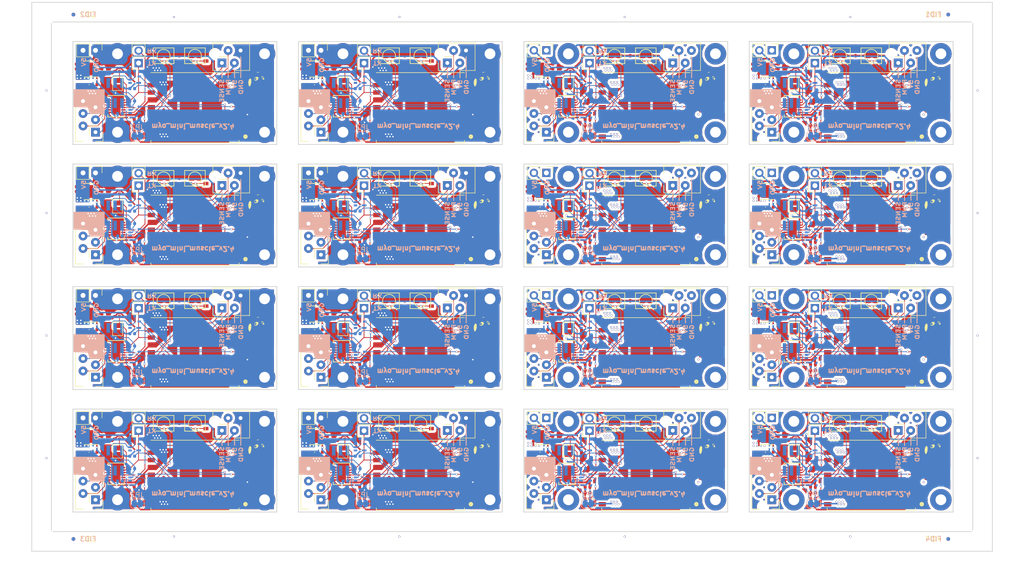
<source format=kicad_pcb>
(kicad_pcb (version 20171130) (host pcbnew 5.0.2-bee76a0~70~ubuntu18.04.1)
  (layers (0 F.Cu signal) (31 B.Cu signal) (34 B.Paste user) (35 F.Paste user) (36 B.SilkS user) (37 F.SilkS user) (38 B.Mask user) (39 F.Mask user) (44 Edge.Cuts user))
  (net 0 "")
  (net 1 GND)
  (net 2 TXD)
  (net 3 RXD)
  (net 4 "Net-(C1-Pad2)")
  (net 5 MOTOR_SENSE)
  (net 6 MOTOR)
  (net 7 "Net-(SW2-Pad2)")
  (net 8 "Net-(U2-Pad19)")
  (net 9 +3V3)
  (net 10 +5V)
  (net 11 E1)
  (net 12 E0)
  (net 13 "Net-(U2-Pad16)")
  (net 14 "Net-(D1-Pad1)")
  (net 15 "Net-(SW1-Pad2)")
  (net 16 "Net-(U2-Pad4)")
  (net 17 "Net-(J1-Pad1)")
  (net 18 E0_filtered)
  (net 19 E1_filtered)
  (net 20 "Net-(J2-Pad1)")
  (net 21 SHIELD)
  (net 22 "Net-(J6-Pad5)")
  (net 23 "Net-(J6-Pad4)")
  (net 24 /l_Rx)
  (net 25 /h_Rx)
  (net 26 /l_Tx)
  (net 27 /h_Tx)
  (net 28 /term_te)
  (net 29 "Net-(R1-Pad2)")
  (net 30 "Net-(R4-Pad1)")
  (net 31 DE)
  (net 32 "Net-(U1-Pad7)")
  (net 33 "Net-(U3-Pad4)")
  (net 34 "Net-(JP2-Pad2)")
  (module MountingHole:MountingHole_2.2mm_M2_Pad (layer F.Cu) (at 223.5 116.5)
    (fp_text reference H7 hide)
    (fp_text value MountingHole)
    (pad 1 thru_hole circle (at 0 0) (size 4.4 4.4) (drill 2.2) (layers *.Cu *.Mask))
  )
  (module Resistor_SMD:R_0402_1005Metric (layer F.Cu) (at 174.5 111.7 270)
    (fp_text reference R4 hide)
    (fp_text value 10k)
    (pad 1 smd roundrect (at -0.485 0 270) (size 0.59 0.64) (layers F.Cu F.Paste F.Mask))
    (pad 2 smd roundrect (at 0.485 0 270) (size 0.59 0.64) (layers F.Cu F.Paste F.Mask))
  )
  (module Capacitor_SMD:C_0402_1005Metric (layer F.Cu) (at 177.1 111.7 90)
    (fp_text reference C3 hide)
    (fp_text value 0.1uF)
    (pad 1 smd roundrect (at -0.485 0 90) (size 0.59 0.64) (layers F.Cu F.Paste F.Mask))
    (pad 2 smd roundrect (at 0.485 0 90) (size 0.59 0.64) (layers F.Cu F.Paste F.Mask))
  )
  (module custom_lib:R1_ear_silk_5.5mm (layer F.Cu) (at 222.591601 81.366824 180)
    (fp_text reference H3 hide)
    (fp_text value LABEL hide)
  )
  (module MountingHole:MountingHole_2.2mm_M2_Pad (layer F.Cu) (at 177.5 91.5)
    (fp_text reference H7 hide)
    (fp_text value MountingHole)
    (pad 1 thru_hole circle (at 0 0) (size 4.4 4.4) (drill 2.2) (layers *.Cu *.Mask))
  )
  (module MountingHole:MountingHole_2.2mm_M2_Pad (layer F.Cu) (at 177.5 141.5)
    (fp_text reference H7 hide)
    (fp_text value MountingHole)
    (pad 1 thru_hole circle (at 0 0) (size 4.4 4.4) (drill 2.2) (layers *.Cu *.Mask))
  )
  (module custom_lib:ltc2855 (layer F.Cu) (at 193.2 61.2 180)
    (fp_text reference U1 hide)
    (fp_text value LTC2855CDEPBF hide)
    (pad 1 smd rect (at -1.4478 -1.25 180) (size 0.8128 0.3048) (layers F.Cu F.Paste F.Mask))
    (pad 2 smd rect (at -1.4478 -0.75 180) (size 0.8128 0.3048) (layers F.Cu F.Paste F.Mask))
    (pad 3 smd rect (at -1.4478 -0.25 180) (size 0.8128 0.3048) (layers F.Cu F.Paste F.Mask))
    (pad 4 smd rect (at -1.4478 0.25 180) (size 0.8128 0.3048) (layers F.Cu F.Paste F.Mask))
    (pad 5 smd rect (at -1.4478 0.75 180) (size 0.8128 0.3048) (layers F.Cu F.Paste F.Mask))
    (pad 6 smd rect (at -1.4478 1.25 180) (size 0.8128 0.3048) (layers F.Cu F.Paste F.Mask))
    (pad 7 smd rect (at 1.4478 1.25 180) (size 0.8128 0.3048) (layers F.Cu F.Paste F.Mask))
    (pad 8 smd rect (at 1.4478 0.75 180) (size 0.8128 0.3048) (layers F.Cu F.Paste F.Mask))
    (pad 9 smd rect (at 1.4478 0.25 180) (size 0.8128 0.3048) (layers F.Cu F.Paste F.Mask))
    (pad 10 smd rect (at 1.4478 -0.25 180) (size 0.8128 0.3048) (layers F.Cu F.Paste F.Mask))
    (pad 11 smd rect (at 1.4478 -0.75 180) (size 0.8128 0.3048) (layers F.Cu F.Paste F.Mask))
    (pad 12 smd rect (at 1.4478 -1.25 180) (size 0.8128 0.3048) (layers F.Cu F.Paste F.Mask))
    (pad 13 smd rect (at 0 0 180) (size 1.8034 3.4036) (layers F.Cu F.Paste F.Mask))
  )
  (module custom_lib:R1_face_mask_5.5mm (layer F.Cu) (at 222.591601 81.366824 180)
    (fp_text reference H5 hide)
    (fp_text value LABEL hide)
  )
  (module custom_lib:SC70-5 (layer B.Cu) (at 151.00586 61.936753 90)
    (fp_text reference J2)
    (fp_text value SCHMITT_TRIGGER hide)
    (pad 1 smd rect (at -0.65 -0.95 90) (size 0.4 0.7) (layers B.Cu B.Paste B.Mask))
    (pad 2 smd rect (at 0 -0.95 90) (size 0.4 0.7) (layers B.Cu B.Paste B.Mask))
    (pad 3 smd rect (at 0.65 -0.95 90) (size 0.4 0.7) (layers B.Cu B.Paste B.Mask))
    (pad 4 smd rect (at 0.65 0.95 90) (size 0.4 0.7) (layers B.Cu B.Paste B.Mask))
    (pad 5 smd rect (at -0.65 0.95 90) (size 0.4 0.7) (layers B.Cu B.Paste B.Mask))
  )
  (module Package_DFN_QFN:DFN-6-1EP_3x3mm_P0.95mm_EP1.7x2.6mm (layer F.Cu) (at 187.7 128.6 180)
    (fp_text reference U3 hide)
    (fp_text value LD39200)
    (pad 1 smd rect (at -1.34 -0.95 180) (size 0.63 0.45) (layers F.Cu F.Paste F.Mask))
    (pad 2 smd rect (at -1.34 0 180) (size 0.63 0.45) (layers F.Cu F.Paste F.Mask))
    (pad 3 smd rect (at -1.34 0.95 180) (size 0.63 0.45) (layers F.Cu F.Paste F.Mask))
    (pad 4 smd rect (at 1.34 0.95 180) (size 0.63 0.45) (layers F.Cu F.Paste F.Mask))
    (pad 5 smd rect (at 1.34 0 180) (size 0.63 0.45) (layers F.Cu F.Paste F.Mask))
    (pad 6 smd rect (at 1.34 -0.95 180) (size 0.63 0.45) (layers F.Cu F.Paste F.Mask))
    (pad 7 smd rect (at 0 0 180) (size 1.7 2.6) (layers F.Cu F.Mask))
  )
  (module Resistor_SMD:R_0402_1005Metric (layer F.Cu) (at 221 84.9 180)
    (fp_text reference R1 hide)
    (fp_text value 10k hide)
    (pad 2 smd roundrect (at 0.485 0 180) (size 0.59 0.64) (layers F.Cu F.Paste F.Mask))
    (pad 1 smd roundrect (at -0.485 0 180) (size 0.59 0.64) (layers F.Cu F.Paste F.Mask))
  )
  (module custom_lib:PTS815-SJK (layer F.Cu) (at 209.3 50.9)
    (fp_text reference SW2 hide)
    (fp_text value BOOT)
    (pad 2 smd rect (at -2.25 1.075) (size 1 0.7) (layers F.Cu F.Paste F.Mask))
    (pad 2 smd rect (at 2.25 1.075) (size 1 0.7) (layers F.Cu F.Paste F.Mask))
    (pad 1 smd rect (at 2.25 -1.075) (size 1 0.7) (layers F.Cu F.Paste F.Mask))
    (pad 1 smd rect (at -2.25 -1.075) (size 1 0.7) (layers F.Cu F.Paste F.Mask))
  )
  (module Capacitor_SMD:C_0402_1005Metric (layer F.Cu) (at 151.4 90.1)
    (fp_text reference C5 hide)
    (fp_text value 0.1uF)
    (pad 2 smd roundrect (at 0.485 0) (size 0.59 0.64) (layers F.Cu F.Paste F.Mask))
    (pad 1 smd roundrect (at -0.485 0) (size 0.59 0.64) (layers F.Cu F.Paste F.Mask))
  )
  (module Capacitor_SMD:C_0402_1005Metric (layer F.Cu) (at 224.4 136.7 270)
    (fp_text reference C4 hide)
    (fp_text value 10uF)
    (pad 1 smd roundrect (at -0.485 0 270) (size 0.59 0.64) (layers F.Cu F.Paste F.Mask))
    (pad 2 smd roundrect (at 0.485 0 270) (size 0.59 0.64) (layers F.Cu F.Paste F.Mask))
  )
  (module Capacitor_SMD:C_0402_1005Metric (layer F.Cu) (at 224.4 61.7 270)
    (fp_text reference C4 hide)
    (fp_text value 10uF)
    (pad 1 smd roundrect (at -0.485 0 270) (size 0.59 0.64) (layers F.Cu F.Paste F.Mask))
    (pad 2 smd roundrect (at 0.485 0 270) (size 0.59 0.64) (layers F.Cu F.Paste F.Mask))
  )
  (module custom_lib:TE-Connectivity_Micro-Match_connector_02x02_Pitch_1.27mm (layer F.Cu) (at 170.7 126.1 90)
    (fp_text reference J5 hide)
    (fp_text value Conn_01x04_Male)
    (pad 1 thru_hole rect (at -1.27 -1.905 90) (size 1.8 1.8) (drill 0.8001) (layers *.Cu *.Mask))
    (pad 2 thru_hole circle (at 1.27 -0.635 90) (size 1.8 1.8) (drill 0.8001) (layers *.Cu *.Mask))
    (pad 3 thru_hole circle (at -1.27 0.635 90) (size 1.8 1.8) (drill 0.8001) (layers *.Cu *.Mask))
    (pad 4 thru_hole circle (at 1.27 1.905 90) (size 1.8 1.8) (drill 0.8001) (layers *.Cu *.Mask))
    (pad "" np_thru_hole circle (at 0.53 -3.305 90) (size 1.5001 1.5001) (drill 1.5001) (layers *.Cu *.Mask))
  )
  (module Resistor_SMD:R_0402_1005Metric (layer B.Cu) (at 196.50586 60.136753)
    (fp_text reference R6 hide)
    (fp_text value 2k hide)
    (pad 2 smd roundrect (at 0.485 0) (size 0.59 0.64) (layers B.Cu B.Paste B.Mask))
    (pad 1 smd roundrect (at -0.485 0) (size 0.59 0.64) (layers B.Cu B.Paste B.Mask))
  )
  (module MountingHole:MountingHole_2.2mm_M2_Pad (layer F.Cu) (at 193.5 125.5)
    (fp_text reference H2 hide)
    (fp_text value MountingHole)
    (pad 1 thru_hole circle (at 0 0) (size 4.4 4.4) (drill 2.2) (layers *.Cu *.Mask))
  )
  (module MountingHole:MountingHole_2.2mm_M2_Pad (layer F.Cu) (at 147.5 125.5)
    (fp_text reference H2 hide)
    (fp_text value MountingHole)
    (pad 1 thru_hole circle (at 0 0) (size 4.4 4.4) (drill 2.2) (layers *.Cu *.Mask))
  )
  (module Package_DFN_QFN:DFN-6-1EP_3x3mm_P0.95mm_EP1.7x2.6mm (layer F.Cu) (at 187.7 78.6 180)
    (fp_text reference U3 hide)
    (fp_text value LD39200)
    (pad 1 smd rect (at -1.34 -0.95 180) (size 0.63 0.45) (layers F.Cu F.Paste F.Mask))
    (pad 2 smd rect (at -1.34 0 180) (size 0.63 0.45) (layers F.Cu F.Paste F.Mask))
    (pad 3 smd rect (at -1.34 0.95 180) (size 0.63 0.45) (layers F.Cu F.Paste F.Mask))
    (pad 4 smd rect (at 1.34 0.95 180) (size 0.63 0.45) (layers F.Cu F.Paste F.Mask))
    (pad 5 smd rect (at 1.34 0 180) (size 0.63 0.45) (layers F.Cu F.Paste F.Mask))
    (pad 6 smd rect (at 1.34 -0.95 180) (size 0.63 0.45) (layers F.Cu F.Paste F.Mask))
    (pad 7 smd rect (at 0 0 180) (size 1.7 2.6) (layers F.Cu F.Mask))
  )
  (module custom_lib:ltc2855 (layer F.Cu) (at 193.2 111.2 180)
    (fp_text reference U1 hide)
    (fp_text value LTC2855CDEPBF hide)
    (pad 1 smd rect (at -1.4478 -1.25 180) (size 0.8128 0.3048) (layers F.Cu F.Paste F.Mask))
    (pad 2 smd rect (at -1.4478 -0.75 180) (size 0.8128 0.3048) (layers F.Cu F.Paste F.Mask))
    (pad 3 smd rect (at -1.4478 -0.25 180) (size 0.8128 0.3048) (layers F.Cu F.Paste F.Mask))
    (pad 4 smd rect (at -1.4478 0.25 180) (size 0.8128 0.3048) (layers F.Cu F.Paste F.Mask))
    (pad 5 smd rect (at -1.4478 0.75 180) (size 0.8128 0.3048) (layers F.Cu F.Paste F.Mask))
    (pad 6 smd rect (at -1.4478 1.25 180) (size 0.8128 0.3048) (layers F.Cu F.Paste F.Mask))
    (pad 7 smd rect (at 1.4478 1.25 180) (size 0.8128 0.3048) (layers F.Cu F.Paste F.Mask))
    (pad 8 smd rect (at 1.4478 0.75 180) (size 0.8128 0.3048) (layers F.Cu F.Paste F.Mask))
    (pad 9 smd rect (at 1.4478 0.25 180) (size 0.8128 0.3048) (layers F.Cu F.Paste F.Mask))
    (pad 10 smd rect (at 1.4478 -0.25 180) (size 0.8128 0.3048) (layers F.Cu F.Paste F.Mask))
    (pad 11 smd rect (at 1.4478 -0.75 180) (size 0.8128 0.3048) (layers F.Cu F.Paste F.Mask))
    (pad 12 smd rect (at 1.4478 -1.25 180) (size 0.8128 0.3048) (layers F.Cu F.Paste F.Mask))
    (pad 13 smd rect (at 0 0 180) (size 1.8034 3.4036) (layers F.Cu F.Paste F.Mask))
  )
  (module custom_lib:TE-Connectivity_Micro-Match_connector_02x03_Pitch_1.27mm (layer F.Cu) (at 143 91.5 180)
    (fp_text reference J7 hide)
    (fp_text value ICEBUS)
    (pad 6 thru_hole circle (at 2.54 6.35 180) (size 1.8 1.8) (drill 0.8001) (layers *.Cu *.Mask))
    (pad 5 thru_hole circle (at 0 5.08 180) (size 1.8 1.8) (drill 0.8001) (layers *.Cu *.Mask))
    (pad 1 thru_hole rect (at 0 0 180) (size 1.8 1.8) (drill 0.8001) (layers *.Cu *.Mask))
    (pad 2 thru_hole circle (at 2.54 1.27 180) (size 1.8 1.8) (drill 0.8001) (layers *.Cu *.Mask))
    (pad 3 thru_hole circle (at 0 2.54 180) (size 1.8 1.8) (drill 0.8001) (layers *.Cu *.Mask))
    (pad 4 thru_hole circle (at 2.54 3.81 180) (size 1.8 1.8) (drill 0.8001) (layers *.Cu *.Mask))
    (pad "" np_thru_hole circle (at 1.8 -1.4 180) (size 1.5001 1.5001) (drill 1.5001) (layers *.Cu *.Mask))
  )
  (module custom_lib:TE-Connectivity_Micro-Match_connector_02x02_Pitch_1.27mm (layer F.Cu) (at 170.7 51.1 90)
    (fp_text reference J5 hide)
    (fp_text value Conn_01x04_Male)
    (pad "" np_thru_hole circle (at 0.53 -3.305 90) (size 1.5001 1.5001) (drill 1.5001) (layers *.Cu *.Mask))
    (pad 4 thru_hole circle (at 1.27 1.905 90) (size 1.8 1.8) (drill 0.8001) (layers *.Cu *.Mask))
    (pad 3 thru_hole circle (at -1.27 0.635 90) (size 1.8 1.8) (drill 0.8001) (layers *.Cu *.Mask))
    (pad 2 thru_hole circle (at 1.27 -0.635 90) (size 1.8 1.8) (drill 0.8001) (layers *.Cu *.Mask))
    (pad 1 thru_hole rect (at -1.27 -1.905 90) (size 1.8 1.8) (drill 0.8001) (layers *.Cu *.Mask))
  )
  (module Package_DFN_QFN:DFN-6-1EP_3x3mm_P0.95mm_EP1.7x2.6mm (layer F.Cu) (at 141.7 78.6 180)
    (fp_text reference U3 hide)
    (fp_text value LD39200)
    (pad 1 smd rect (at -1.34 -0.95 180) (size 0.63 0.45) (layers F.Cu F.Paste F.Mask))
    (pad 2 smd rect (at -1.34 0 180) (size 0.63 0.45) (layers F.Cu F.Paste F.Mask))
    (pad 3 smd rect (at -1.34 0.95 180) (size 0.63 0.45) (layers F.Cu F.Paste F.Mask))
    (pad 4 smd rect (at 1.34 0.95 180) (size 0.63 0.45) (layers F.Cu F.Paste F.Mask))
    (pad 5 smd rect (at 1.34 0 180) (size 0.63 0.45) (layers F.Cu F.Paste F.Mask))
    (pad 6 smd rect (at 1.34 -0.95 180) (size 0.63 0.45) (layers F.Cu F.Paste F.Mask))
    (pad 7 smd rect (at 0 0 180) (size 1.7 2.6) (layers F.Cu F.Mask))
  )
  (module custom_lib:PTS815-SJK (layer F.Cu) (at 156.9 50.9)
    (fp_text reference SW1 hide)
    (fp_text value RESET)
    (pad 2 smd rect (at -2.25 1.075) (size 1 0.7) (layers F.Cu F.Paste F.Mask))
    (pad 2 smd rect (at 2.25 1.075) (size 1 0.7) (layers F.Cu F.Paste F.Mask))
    (pad 1 smd rect (at 2.25 -1.075) (size 1 0.7) (layers F.Cu F.Paste F.Mask))
    (pad 1 smd rect (at -2.25 -1.075) (size 1 0.7) (layers F.Cu F.Paste F.Mask))
  )
  (module Package_DFN_QFN:DFN-6-1EP_3x3mm_P0.95mm_EP1.7x2.6mm (layer F.Cu) (at 141.7 128.6 180)
    (fp_text reference U3 hide)
    (fp_text value LD39200)
    (pad 1 smd rect (at -1.34 -0.95 180) (size 0.63 0.45) (layers F.Cu F.Paste F.Mask))
    (pad 2 smd rect (at -1.34 0 180) (size 0.63 0.45) (layers F.Cu F.Paste F.Mask))
    (pad 3 smd rect (at -1.34 0.95 180) (size 0.63 0.45) (layers F.Cu F.Paste F.Mask))
    (pad 4 smd rect (at 1.34 0.95 180) (size 0.63 0.45) (layers F.Cu F.Paste F.Mask))
    (pad 5 smd rect (at 1.34 0 180) (size 0.63 0.45) (layers F.Cu F.Paste F.Mask))
    (pad 6 smd rect (at 1.34 -0.95 180) (size 0.63 0.45) (layers F.Cu F.Paste F.Mask))
    (pad 7 smd rect (at 0 0 180) (size 1.7 2.6) (layers F.Cu F.Mask))
  )
  (module LED_SMD:LED_0402_1005Metric (layer F.Cu) (at 188.8 56.8)
    (fp_text reference D1 hide)
    (fp_text value LED)
    (pad 1 smd roundrect (at -0.485 0) (size 0.59 0.64) (layers F.Cu F.Paste F.Mask))
    (pad 2 smd roundrect (at 0.485 0) (size 0.59 0.64) (layers F.Cu F.Paste F.Mask))
  )
  (module Resistor_SMD:R_0402_1005Metric (layer F.Cu) (at 220.5 86.7 270)
    (fp_text reference R4 hide)
    (fp_text value 10k)
    (pad 1 smd roundrect (at -0.485 0 270) (size 0.59 0.64) (layers F.Cu F.Paste F.Mask))
    (pad 2 smd roundrect (at 0.485 0 270) (size 0.59 0.64) (layers F.Cu F.Paste F.Mask))
  )
  (module custom_lib:R1_eyes_mask_5.5mm (layer F.Cu) (at 176.591601 81.366824 180)
    (fp_text reference H4 hide)
    (fp_text value LABEL hide)
  )
  (module Resistor_SMD:R_0402_1005Metric (layer B.Cu) (at 148 112.7)
    (fp_text reference R7 hide)
    (fp_text value 47 hide)
    (pad 1 smd roundrect (at -0.485 0) (size 0.59 0.64) (layers B.Cu B.Paste B.Mask))
    (pad 2 smd roundrect (at 0.485 0) (size 0.59 0.64) (layers B.Cu B.Paste B.Mask))
  )
  (module custom_lib:PTS815-SJK (layer F.Cu) (at 209.3 75.9)
    (fp_text reference SW2 hide)
    (fp_text value BOOT)
    (pad 2 smd rect (at -2.25 1.075) (size 1 0.7) (layers F.Cu F.Paste F.Mask))
    (pad 2 smd rect (at 2.25 1.075) (size 1 0.7) (layers F.Cu F.Paste F.Mask))
    (pad 1 smd rect (at 2.25 -1.075) (size 1 0.7) (layers F.Cu F.Paste F.Mask))
    (pad 1 smd rect (at -2.25 -1.075) (size 1 0.7) (layers F.Cu F.Paste F.Mask))
  )
  (module Capacitor_SMD:C_0402_1005Metric (layer F.Cu) (at 178.4 86.7 270)
    (fp_text reference C4 hide)
    (fp_text value 10uF)
    (pad 1 smd roundrect (at -0.485 0 270) (size 0.59 0.64) (layers F.Cu F.Paste F.Mask))
    (pad 2 smd roundrect (at 0.485 0 270) (size 0.59 0.64) (layers F.Cu F.Paste F.Mask))
  )
  (module Capacitor_SMD:C_0402_1005Metric (layer F.Cu) (at 144.3 128.1 270)
    (fp_text reference C6 hide)
    (fp_text value 10uF)
    (pad 2 smd roundrect (at 0.485 0 270) (size 0.59 0.64) (layers F.Cu F.Paste F.Mask))
    (pad 1 smd roundrect (at -0.485 0 270) (size 0.59 0.64) (layers F.Cu F.Paste F.Mask))
  )
  (module Package_DFN_QFN:DFN-6-1EP_3x3mm_P0.95mm_EP1.7x2.6mm (layer F.Cu) (at 141.7 103.6 180)
    (fp_text reference U3 hide)
    (fp_text value LD39200)
    (pad 1 smd rect (at -1.34 -0.95 180) (size 0.63 0.45) (layers F.Cu F.Paste F.Mask))
    (pad 2 smd rect (at -1.34 0 180) (size 0.63 0.45) (layers F.Cu F.Paste F.Mask))
    (pad 3 smd rect (at -1.34 0.95 180) (size 0.63 0.45) (layers F.Cu F.Paste F.Mask))
    (pad 4 smd rect (at 1.34 0.95 180) (size 0.63 0.45) (layers F.Cu F.Paste F.Mask))
    (pad 5 smd rect (at 1.34 0 180) (size 0.63 0.45) (layers F.Cu F.Paste F.Mask))
    (pad 6 smd rect (at 1.34 -0.95 180) (size 0.63 0.45) (layers F.Cu F.Paste F.Mask))
    (pad 7 smd rect (at 0 0 180) (size 1.7 2.6) (layers F.Cu F.Mask))
  )
  (module Resistor_SMD:R_0402_1005Metric (layer F.Cu) (at 147.4 104.1 180)
    (fp_text reference R2 hide)
    (fp_text value 10k hide)
    (pad 1 smd roundrect (at -0.485 0 180) (size 0.59 0.64) (layers F.Cu F.Paste F.Mask))
    (pad 2 smd roundrect (at 0.485 0 180) (size 0.59 0.64) (layers F.Cu F.Paste F.Mask))
  )
  (module Resistor_SMD:R_0402_1005Metric (layer B.Cu) (at 150.50586 85.136753)
    (fp_text reference R6 hide)
    (fp_text value 2k hide)
    (pad 2 smd roundrect (at 0.485 0) (size 0.59 0.64) (layers B.Cu B.Paste B.Mask))
    (pad 1 smd roundrect (at -0.485 0) (size 0.59 0.64) (layers B.Cu B.Paste B.Mask))
  )
  (module Connector_PinSocket_2.54mm:PinSocket_1x02_P2.54mm_Vertical (layer F.Cu) (at 197.8 102.4 180)
    (fp_text reference J3 hide)
    (fp_text value UART)
    (pad 1 thru_hole rect (at 0 0 180) (size 1.7 1.7) (drill 1) (layers *.Cu *.Mask))
    (pad 2 thru_hole oval (at 0 2.54 180) (size 1.7 1.7) (drill 1) (layers *.Cu *.Mask))
  )
  (module Resistor_SMD:R_0402_1005Metric (layer B.Cu) (at 150.477675 78.98073 180)
    (fp_text reference R5 hide)
    (fp_text value 2k hide)
    (pad 1 smd roundrect (at -0.485 0 180) (size 0.59 0.64) (layers B.Cu B.Paste B.Mask))
    (pad 2 smd roundrect (at 0.485 0 180) (size 0.59 0.64) (layers B.Cu B.Paste B.Mask))
  )
  (module Capacitor_SMD:C_0402_1005Metric (layer F.Cu) (at 197.4 88.9)
    (fp_text reference C2 hide)
    (fp_text value 0.1uF)
    (pad 1 smd roundrect (at -0.485 0) (size 0.59 0.64) (layers F.Cu F.Paste F.Mask))
    (pad 2 smd roundrect (at 0.485 0) (size 0.59 0.64) (layers F.Cu F.Paste F.Mask))
  )
  (module Resistor_SMD:R_0402_1005Metric (layer F.Cu) (at 220.5 111.7 270)
    (fp_text reference R4 hide)
    (fp_text value 10k)
    (pad 1 smd roundrect (at -0.485 0 270) (size 0.59 0.64) (layers F.Cu F.Paste F.Mask))
    (pad 2 smd roundrect (at 0.485 0 270) (size 0.59 0.64) (layers F.Cu F.Paste F.Mask))
  )
  (module Resistor_SMD:R_0402_1005Metric (layer B.Cu) (at 150.50586 135.136753)
    (fp_text reference R6 hide)
    (fp_text value 2k hide)
    (pad 2 smd roundrect (at 0.485 0) (size 0.59 0.64) (layers B.Cu B.Paste B.Mask))
    (pad 1 smd roundrect (at -0.485 0) (size 0.59 0.64) (layers B.Cu B.Paste B.Mask))
  )
  (module custom_lib:tcut1350x01 (layer B.Cu) (at 147 133.5 270)
    (fp_text reference J6 hide)
    (fp_text value tcut1350 hide)
    (pad 5 smd rect (at 1.55 0 270) (size 2 0.7) (drill (offset 0.5 0)) (layers B.Cu B.Paste B.Mask))
    (pad 6 smd rect (at 1.55 1.4 270) (size 2 0.7) (drill (offset 0.5 0)) (layers B.Cu B.Paste B.Mask))
    (pad 4 smd rect (at 1.55 -1.4 270) (size 2 0.7) (drill (offset 0.5 0)) (layers B.Cu B.Paste B.Mask))
    (pad 3 smd rect (at -1.55 -1.4 270) (size 2 0.7) (drill (offset -0.5 0)) (layers B.Cu B.Paste B.Mask))
    (pad 2 smd rect (at -1.55 0 270) (size 2 0.7) (drill (offset -0.5 0)) (layers B.Cu B.Paste B.Mask))
    (pad 1 smd rect (at -1.55 1.4 270) (size 2 0.7) (drill (offset -0.5 0)) (layers B.Cu B.Paste B.Mask))
  )
  (module custom_lib:TE-Connectivity_Micro-Match_connector_02x03_Pitch_1.27mm (layer F.Cu) (at 143 66.5 180)
    (fp_text reference J7 hide)
    (fp_text value ICEBUS)
    (pad "" np_thru_hole circle (at 1.8 -1.4 180) (size 1.5001 1.5001) (drill 1.5001) (layers *.Cu *.Mask))
    (pad 4 thru_hole circle (at 2.54 3.81 180) (size 1.8 1.8) (drill 0.8001) (layers *.Cu *.Mask))
    (pad 3 thru_hole circle (at 0 2.54 180) (size 1.8 1.8) (drill 0.8001) (layers *.Cu *.Mask))
    (pad 2 thru_hole circle (at 2.54 1.27 180) (size 1.8 1.8) (drill 0.8001) (layers *.Cu *.Mask))
    (pad 1 thru_hole rect (at 0 0 180) (size 1.8 1.8) (drill 0.8001) (layers *.Cu *.Mask))
    (pad 5 thru_hole circle (at 0 5.08 180) (size 1.8 1.8) (drill 0.8001) (layers *.Cu *.Mask))
    (pad 6 thru_hole circle (at 2.54 6.35 180) (size 1.8 1.8) (drill 0.8001) (layers *.Cu *.Mask))
  )
  (module Capacitor_SMD:C_0402_1005Metric (layer F.Cu) (at 139.1 53.1 270)
    (fp_text reference C7 hide)
    (fp_text value 10uF)
    (pad 2 smd roundrect (at 0.485 0 270) (size 0.59 0.64) (layers F.Cu F.Paste F.Mask))
    (pad 1 smd roundrect (at -0.485 0 270) (size 0.59 0.64) (layers F.Cu F.Paste F.Mask))
  )
  (module Capacitor_SMD:C_0402_1005Metric (layer F.Cu) (at 197.4 65.1)
    (fp_text reference C5 hide)
    (fp_text value 0.1uF)
    (pad 2 smd roundrect (at 0.485 0) (size 0.59 0.64) (layers F.Cu F.Paste F.Mask))
    (pad 1 smd roundrect (at -0.485 0) (size 0.59 0.64) (layers F.Cu F.Paste F.Mask))
  )
  (module Jumper:SolderJumper-2_P1.3mm_Open_Pad1.0x1.5mm (layer F.Cu) (at 193.5 106.6 270)
    (fp_text reference JP1 hide)
    (fp_text value SolderJumper_2_Open)
    (pad 2 smd rect (at 0.65 0 270) (size 1 1.5) (layers F.Cu F.Mask))
    (pad 1 smd rect (at -0.65 0 270) (size 1 1.5) (layers F.Cu F.Mask))
  )
  (module Resistor_SMD:R_0402_1005Metric (layer F.Cu) (at 197.4 141.3 180)
    (fp_text reference R9 hide)
    (fp_text value 10k)
    (pad 1 smd roundrect (at -0.485 0 180) (size 0.59 0.64) (layers F.Cu F.Paste F.Mask))
    (pad 2 smd roundrect (at 0.485 0 180) (size 0.59 0.64) (layers F.Cu F.Paste F.Mask))
  )
  (module Resistor_SMD:R_0402_1005Metric (layer F.Cu) (at 197.4 66.3 180)
    (fp_text reference R9 hide)
    (fp_text value 10k)
    (pad 1 smd roundrect (at -0.485 0 180) (size 0.59 0.64) (layers F.Cu F.Paste F.Mask))
    (pad 2 smd roundrect (at 0.485 0 180) (size 0.59 0.64) (layers F.Cu F.Paste F.Mask))
  )
  (module Package_DFN_QFN:DFN-6-1EP_3x3mm_P0.95mm_EP1.7x2.6mm (layer F.Cu) (at 187.7 103.6 180)
    (fp_text reference U3 hide)
    (fp_text value LD39200)
    (pad 1 smd rect (at -1.34 -0.95 180) (size 0.63 0.45) (layers F.Cu F.Paste F.Mask))
    (pad 2 smd rect (at -1.34 0 180) (size 0.63 0.45) (layers F.Cu F.Paste F.Mask))
    (pad 3 smd rect (at -1.34 0.95 180) (size 0.63 0.45) (layers F.Cu F.Paste F.Mask))
    (pad 4 smd rect (at 1.34 0.95 180) (size 0.63 0.45) (layers F.Cu F.Paste F.Mask))
    (pad 5 smd rect (at 1.34 0 180) (size 0.63 0.45) (layers F.Cu F.Paste F.Mask))
    (pad 6 smd rect (at 1.34 -0.95 180) (size 0.63 0.45) (layers F.Cu F.Paste F.Mask))
    (pad 7 smd rect (at 0 0 180) (size 1.7 2.6) (layers F.Cu F.Mask))
  )
  (module custom_lib:PTS815-SJK (layer F.Cu) (at 163.3 125.9)
    (fp_text reference SW2 hide)
    (fp_text value BOOT)
    (pad 2 smd rect (at -2.25 1.075) (size 1 0.7) (layers F.Cu F.Paste F.Mask))
    (pad 2 smd rect (at 2.25 1.075) (size 1 0.7) (layers F.Cu F.Paste F.Mask))
    (pad 1 smd rect (at 2.25 -1.075) (size 1 0.7) (layers F.Cu F.Paste F.Mask))
    (pad 1 smd rect (at -2.25 -1.075) (size 1 0.7) (layers F.Cu F.Paste F.Mask))
  )
  (module Resistor_SMD:R_0402_1005Metric (layer B.Cu) (at 148 62.7)
    (fp_text reference R7 hide)
    (fp_text value 47 hide)
    (pad 2 smd roundrect (at 0.485 0) (size 0.59 0.64) (layers B.Cu B.Paste B.Mask))
    (pad 1 smd roundrect (at -0.485 0) (size 0.59 0.64) (layers B.Cu B.Paste B.Mask))
  )
  (module Connector_PinSocket_2.54mm:PinSocket_1x02_P2.54mm_Vertical (layer F.Cu) (at 151.8 77.4 180)
    (fp_text reference J3 hide)
    (fp_text value UART)
    (pad 1 thru_hole rect (at 0 0 180) (size 1.7 1.7) (drill 1) (layers *.Cu *.Mask))
    (pad 2 thru_hole oval (at 0 2.54 180) (size 1.7 1.7) (drill 1) (layers *.Cu *.Mask))
  )
  (module custom_lib:ltc2855 (layer F.Cu) (at 147.2 136.2 180)
    (fp_text reference U1 hide)
    (fp_text value LTC2855CDEPBF hide)
    (pad 1 smd rect (at -1.4478 -1.25 180) (size 0.8128 0.3048) (layers F.Cu F.Paste F.Mask))
    (pad 2 smd rect (at -1.4478 -0.75 180) (size 0.8128 0.3048) (layers F.Cu F.Paste F.Mask))
    (pad 3 smd rect (at -1.4478 -0.25 180) (size 0.8128 0.3048) (layers F.Cu F.Paste F.Mask))
    (pad 4 smd rect (at -1.4478 0.25 180) (size 0.8128 0.3048) (layers F.Cu F.Paste F.Mask))
    (pad 5 smd rect (at -1.4478 0.75 180) (size 0.8128 0.3048) (layers F.Cu F.Paste F.Mask))
    (pad 6 smd rect (at -1.4478 1.25 180) (size 0.8128 0.3048) (layers F.Cu F.Paste F.Mask))
    (pad 7 smd rect (at 1.4478 1.25 180) (size 0.8128 0.3048) (layers F.Cu F.Paste F.Mask))
    (pad 8 smd rect (at 1.4478 0.75 180) (size 0.8128 0.3048) (layers F.Cu F.Paste F.Mask))
    (pad 9 smd rect (at 1.4478 0.25 180) (size 0.8128 0.3048) (layers F.Cu F.Paste F.Mask))
    (pad 10 smd rect (at 1.4478 -0.25 180) (size 0.8128 0.3048) (layers F.Cu F.Paste F.Mask))
    (pad 11 smd rect (at 1.4478 -0.75 180) (size 0.8128 0.3048) (layers F.Cu F.Paste F.Mask))
    (pad 12 smd rect (at 1.4478 -1.25 180) (size 0.8128 0.3048) (layers F.Cu F.Paste F.Mask))
    (pad 13 smd rect (at 0 0 180) (size 1.8034 3.4036) (layers F.Cu F.Paste F.Mask))
  )
  (module custom_lib:SC70-5 (layer B.Cu) (at 151.00586 86.936753 90)
    (fp_text reference J2)
    (fp_text value SCHMITT_TRIGGER hide)
    (pad 5 smd rect (at -0.65 0.95 90) (size 0.4 0.7) (layers B.Cu B.Paste B.Mask))
    (pad 4 smd rect (at 0.65 0.95 90) (size 0.4 0.7) (layers B.Cu B.Paste B.Mask))
    (pad 3 smd rect (at 0.65 -0.95 90) (size 0.4 0.7) (layers B.Cu B.Paste B.Mask))
    (pad 2 smd rect (at 0 -0.95 90) (size 0.4 0.7) (layers B.Cu B.Paste B.Mask))
    (pad 1 smd rect (at -0.65 -0.95 90) (size 0.4 0.7) (layers B.Cu B.Paste B.Mask))
  )
  (module Resistor_SMD:R_0402_1005Metric (layer F.Cu) (at 174.5 136.7 270)
    (fp_text reference R4 hide)
    (fp_text value 10k)
    (pad 1 smd roundrect (at -0.485 0 270) (size 0.59 0.64) (layers F.Cu F.Paste F.Mask))
    (pad 2 smd roundrect (at 0.485 0 270) (size 0.59 0.64) (layers F.Cu F.Paste F.Mask))
  )
  (module Capacitor_SMD:C_0402_1005Metric (layer F.Cu) (at 197.4 115.1)
    (fp_text reference C5 hide)
    (fp_text value 0.1uF)
    (pad 2 smd roundrect (at 0.485 0) (size 0.59 0.64) (layers F.Cu F.Paste F.Mask))
    (pad 1 smd roundrect (at -0.485 0) (size 0.59 0.64) (layers F.Cu F.Paste F.Mask))
  )
  (module Resistor_SMD:R_0402_1005Metric (layer B.Cu) (at 196.477675 53.98073 180)
    (fp_text reference R5 hide)
    (fp_text value 2k hide)
    (pad 1 smd roundrect (at -0.485 0 180) (size 0.59 0.64) (layers B.Cu B.Paste B.Mask))
    (pad 2 smd roundrect (at 0.485 0 180) (size 0.59 0.64) (layers B.Cu B.Paste B.Mask))
  )
  (module Capacitor_SMD:C_0402_1005Metric (layer F.Cu) (at 190.3 128.1 270)
    (fp_text reference C6 hide)
    (fp_text value 10uF)
    (pad 2 smd roundrect (at 0.485 0 270) (size 0.59 0.64) (layers F.Cu F.Paste F.Mask))
    (pad 1 smd roundrect (at -0.485 0 270) (size 0.59 0.64) (layers F.Cu F.Paste F.Mask))
  )
  (module LED_SMD:LED_0402_1005Metric (layer F.Cu) (at 188.8 106.8)
    (fp_text reference D1 hide)
    (fp_text value LED)
    (pad 1 smd roundrect (at -0.485 0) (size 0.59 0.64) (layers F.Cu F.Paste F.Mask))
    (pad 2 smd roundrect (at 0.485 0) (size 0.59 0.64) (layers F.Cu F.Paste F.Mask))
  )
  (module Capacitor_SMD:C_0402_1005Metric (layer F.Cu) (at 190.3 53.1 270)
    (fp_text reference C6 hide)
    (fp_text value 10uF)
    (pad 2 smd roundrect (at 0.485 0 270) (size 0.59 0.64) (layers F.Cu F.Paste F.Mask))
    (pad 1 smd roundrect (at -0.485 0 270) (size 0.59 0.64) (layers F.Cu F.Paste F.Mask))
  )
  (module custom_lib:SC70-5 (layer B.Cu) (at 151 105.78073 90)
    (fp_text reference J1)
    (fp_text value SCHMITT_TRIGGER hide)
    (pad 1 smd rect (at -0.65 -0.95 90) (size 0.4 0.7) (layers B.Cu B.Paste B.Mask))
    (pad 2 smd rect (at 0 -0.95 90) (size 0.4 0.7) (layers B.Cu B.Paste B.Mask))
    (pad 3 smd rect (at 0.65 -0.95 90) (size 0.4 0.7) (layers B.Cu B.Paste B.Mask))
    (pad 4 smd rect (at 0.65 0.95 90) (size 0.4 0.7) (layers B.Cu B.Paste B.Mask))
    (pad 5 smd rect (at -0.65 0.95 90) (size 0.4 0.7) (layers B.Cu B.Paste B.Mask))
  )
  (module Connector_PinHeader_2.54mm:PinHeader_1x02_P2.54mm_Vertical (layer F.Cu) (at 189 124.8 270)
    (fp_text reference J4 hide)
    (fp_text value power)
    (pad 1 thru_hole rect (at 0 0 270) (size 1.7 1.7) (drill 1) (layers *.Cu *.Mask))
    (pad 2 thru_hole oval (at 0 2.54 270) (size 1.7 1.7) (drill 1) (layers *.Cu *.Mask))
  )
  (module Connector_PinHeader_2.54mm:PinHeader_1x02_P2.54mm_Vertical (layer F.Cu) (at 189 49.8 270)
    (fp_text reference J4 hide)
    (fp_text value power)
    (pad 1 thru_hole rect (at 0 0 270) (size 1.7 1.7) (drill 1) (layers *.Cu *.Mask))
    (pad 2 thru_hole oval (at 0 2.54 270) (size 1.7 1.7) (drill 1) (layers *.Cu *.Mask))
  )
  (module ESP-WROOM-02U:MODULE_ESP-WROOM-02U (layer F.Cu) (at 209.3 136.5 180)
    (fp_text reference U2 hide)
    (fp_text value ESP-WROOM-02U hide)
    (pad 1 smd rect (at -8.8925 -5.9 180) (size 1.485 0.9) (layers F.Cu F.Paste F.Mask))
    (pad 2 smd rect (at -8.8925 -4.4 180) (size 1.485 0.9) (layers F.Cu F.Paste F.Mask))
    (pad 3 smd rect (at -8.8925 -2.9 180) (size 1.485 0.9) (layers F.Cu F.Paste F.Mask))
    (pad 4 smd rect (at -8.8925 -1.4 180) (size 1.485 0.9) (layers F.Cu F.Paste F.Mask))
    (pad 5 smd rect (at -8.8925 0.1 180) (size 1.485 0.9) (layers F.Cu F.Paste F.Mask))
    (pad 6 smd rect (at -8.8925 1.6 180) (size 1.485 0.9) (layers F.Cu F.Paste F.Mask))
    (pad 7 smd rect (at -8.8925 3.1 180) (size 1.485 0.9) (layers F.Cu F.Paste F.Mask))
    (pad 8 smd rect (at -8.8925 4.6 180) (size 1.485 0.9) (layers F.Cu F.Paste F.Mask))
    (pad 9 smd rect (at -8.8925 6.1 180) (size 1.485 0.9) (layers F.Cu F.Paste F.Mask))
    (pad 10 smd rect (at 8.8925 6.1 180) (size 1.485 0.9) (layers F.Cu F.Paste F.Mask))
    (pad 11 smd rect (at 8.8925 4.6 180) (size 1.485 0.9) (layers F.Cu F.Paste F.Mask))
    (pad 12 smd rect (at 8.8925 3.1 180) (size 1.485 0.9) (layers F.Cu F.Paste F.Mask))
    (pad 13 smd rect (at 8.8925 1.6 180) (size 1.485 0.9) (layers F.Cu F.Paste F.Mask))
    (pad 14 smd rect (at 8.8925 0.1 180) (size 1.485 0.9) (layers F.Cu F.Paste F.Mask))
    (pad 15 smd rect (at 8.8925 -1.4 180) (size 1.485 0.9) (layers F.Cu F.Paste F.Mask))
    (pad 16 smd rect (at 8.8925 -2.9 180) (size 1.485 0.9) (layers F.Cu F.Paste F.Mask))
    (pad 17 smd rect (at 8.8925 -4.4 180) (size 1.485 0.9) (layers F.Cu F.Paste F.Mask))
    (pad 18 smd rect (at 8.8925 -5.9 180) (size 1.485 0.9) (layers F.Cu F.Paste F.Mask))
    (pad 19 smd rect (at 1.1 0.7 180) (size 4 4) (layers F.Cu F.Paste F.Mask))
  )
  (module Jumper:SolderJumper-2_P1.3mm_Bridged_RoundedPad1.0x1.5mm (layer B.Cu) (at 151.54 67.29 180)
    (fp_text reference JP2 (at 0 1.8 180) (layer B.SilkS) (effects (justify mirror)))
    (fp_text value SolderJumper_2_Bridged hide)
    (pad 2 smd custom (at 0.65 0 180) (size 1 0.5) (layers B.Cu B.Mask) (options (clearance outline) (anchor rect)) (primitives (gr_circle (center 0 -0.25) (end 0.5 -0.25) (width 0)) (gr_circle (center 0 0.25) (end 0.5 0.25) (width 0)) (gr_poly (pts (xy 0 0.75) (xy -0.5 0.75) (xy -0.5 -0.75) (xy 0 -0.75)) (width 0))))
    (pad 1 smd custom (at -0.65 0 180) (size 1 0.5) (layers B.Cu B.Mask) (options (clearance outline) (anchor rect)) (primitives (gr_circle (center 0 -0.25) (end 0.5 -0.25) (width 0)) (gr_circle (center 0 0.25) (end 0.5 0.25) (width 0)) (gr_poly (pts (xy 0 0.75) (xy 0.5 0.75) (xy 0.5 -0.75) (xy 0 -0.75)) (width 0)) (gr_poly (pts (xy 0.9 0.3) (xy 0.4 0.3) (xy 0.4 -0.3) (xy 0.9 -0.3)) (width 0))))
  )
  (module Resistor_SMD:R_0402_1005Metric (layer F.Cu) (at 140.5 81.8)
    (fp_text reference R8 hide)
    (fp_text value 10k)
    (pad 2 smd roundrect (at 0.485 0) (size 0.59 0.64) (layers F.Cu F.Paste F.Mask))
    (pad 1 smd roundrect (at -0.485 0) (size 0.59 0.64) (layers F.Cu F.Paste F.Mask))
  )
  (module Resistor_SMD:R_0402_1005Metric (layer F.Cu) (at 151.4 116.3 180)
    (fp_text reference R9 hide)
    (fp_text value 10k)
    (pad 1 smd roundrect (at -0.485 0 180) (size 0.59 0.64) (layers F.Cu F.Paste F.Mask))
    (pad 2 smd roundrect (at 0.485 0 180) (size 0.59 0.64) (layers F.Cu F.Paste F.Mask))
  )
  (module Resistor_SMD:R_0402_1005Metric (layer F.Cu) (at 221 134.9 180)
    (fp_text reference R1 hide)
    (fp_text value 10k hide)
    (pad 2 smd roundrect (at 0.485 0 180) (size 0.59 0.64) (layers F.Cu F.Paste F.Mask))
    (pad 1 smd roundrect (at -0.485 0 180) (size 0.59 0.64) (layers F.Cu F.Paste F.Mask))
  )
  (module custom_lib:PTS815-SJK (layer F.Cu) (at 163.3 75.9)
    (fp_text reference SW2 hide)
    (fp_text value BOOT)
    (pad 2 smd rect (at -2.25 1.075) (size 1 0.7) (layers F.Cu F.Paste F.Mask))
    (pad 2 smd rect (at 2.25 1.075) (size 1 0.7) (layers F.Cu F.Paste F.Mask))
    (pad 1 smd rect (at 2.25 -1.075) (size 1 0.7) (layers F.Cu F.Paste F.Mask))
    (pad 1 smd rect (at -2.25 -1.075) (size 1 0.7) (layers F.Cu F.Paste F.Mask))
  )
  (module Capacitor_SMD:C_0402_1005Metric (layer F.Cu) (at 185.1 53.1 270)
    (fp_text reference C7 hide)
    (fp_text value 10uF)
    (pad 1 smd roundrect (at -0.485 0 270) (size 0.59 0.64) (layers F.Cu F.Paste F.Mask))
    (pad 2 smd roundrect (at 0.485 0 270) (size 0.59 0.64) (layers F.Cu F.Paste F.Mask))
  )
  (module Resistor_SMD:R_0402_1005Metric (layer F.Cu) (at 147.4 79.1 180)
    (fp_text reference R2 hide)
    (fp_text value 10k hide)
    (pad 1 smd roundrect (at -0.485 0 180) (size 0.59 0.64) (layers F.Cu F.Paste F.Mask))
    (pad 2 smd roundrect (at 0.485 0 180) (size 0.59 0.64) (layers F.Cu F.Paste F.Mask))
  )
  (module LED_SMD:LED_0402_1005Metric (layer F.Cu) (at 188.8 131.8)
    (fp_text reference D1 hide)
    (fp_text value LED)
    (pad 1 smd roundrect (at -0.485 0) (size 0.59 0.64) (layers F.Cu F.Paste F.Mask))
    (pad 2 smd roundrect (at 0.485 0) (size 0.59 0.64) (layers F.Cu F.Paste F.Mask))
  )
  (module custom_lib:R1_eyes_mask_5.5mm (layer F.Cu) (at 222.591601 81.366824 180)
    (fp_text reference H4 hide)
    (fp_text value LABEL hide)
  )
  (module custom_lib:TE-Connectivity_Micro-Match_connector_02x03_Pitch_1.27mm (layer F.Cu) (at 143 141.5 180)
    (fp_text reference J7 hide)
    (fp_text value ICEBUS)
    (pad 6 thru_hole circle (at 2.54 6.35 180) (size 1.8 1.8) (drill 0.8001) (layers *.Cu *.Mask))
    (pad 5 thru_hole circle (at 0 5.08 180) (size 1.8 1.8) (drill 0.8001) (layers *.Cu *.Mask))
    (pad 1 thru_hole rect (at 0 0 180) (size 1.8 1.8) (drill 0.8001) (layers *.Cu *.Mask))
    (pad 2 thru_hole circle (at 2.54 1.27 180) (size 1.8 1.8) (drill 0.8001) (layers *.Cu *.Mask))
    (pad 3 thru_hole circle (at 0 2.54 180) (size 1.8 1.8) (drill 0.8001) (layers *.Cu *.Mask))
    (pad 4 thru_hole circle (at 2.54 3.81 180) (size 1.8 1.8) (drill 0.8001) (layers *.Cu *.Mask))
    (pad "" np_thru_hole circle (at 1.8 -1.4 180) (size 1.5001 1.5001) (drill 1.5001) (layers *.Cu *.Mask))
  )
  (module Resistor_SMD:R_0402_1005Metric (layer F.Cu) (at 220.5 61.7 270)
    (fp_text reference R4 hide)
    (fp_text value 10k)
    (pad 1 smd roundrect (at -0.485 0 270) (size 0.59 0.64) (layers F.Cu F.Paste F.Mask))
    (pad 2 smd roundrect (at 0.485 0 270) (size 0.59 0.64) (layers F.Cu F.Paste F.Mask))
  )
  (module Resistor_SMD:R_0402_1005Metric (layer B.Cu) (at 150.50586 60.136753)
    (fp_text reference R6 hide)
    (fp_text value 2k hide)
    (pad 1 smd roundrect (at -0.485 0) (size 0.59 0.64) (layers B.Cu B.Paste B.Mask))
    (pad 2 smd roundrect (at 0.485 0) (size 0.59 0.64) (layers B.Cu B.Paste B.Mask))
  )
  (module custom_lib:ltc2855 (layer F.Cu) (at 147.2 111.2 180)
    (fp_text reference U1 hide)
    (fp_text value LTC2855CDEPBF hide)
    (pad 1 smd rect (at -1.4478 -1.25 180) (size 0.8128 0.3048) (layers F.Cu F.Paste F.Mask))
    (pad 2 smd rect (at -1.4478 -0.75 180) (size 0.8128 0.3048) (layers F.Cu F.Paste F.Mask))
    (pad 3 smd rect (at -1.4478 -0.25 180) (size 0.8128 0.3048) (layers F.Cu F.Paste F.Mask))
    (pad 4 smd rect (at -1.4478 0.25 180) (size 0.8128 0.3048) (layers F.Cu F.Paste F.Mask))
    (pad 5 smd rect (at -1.4478 0.75 180) (size 0.8128 0.3048) (layers F.Cu F.Paste F.Mask))
    (pad 6 smd rect (at -1.4478 1.25 180) (size 0.8128 0.3048) (layers F.Cu F.Paste F.Mask))
    (pad 7 smd rect (at 1.4478 1.25 180) (size 0.8128 0.3048) (layers F.Cu F.Paste F.Mask))
    (pad 8 smd rect (at 1.4478 0.75 180) (size 0.8128 0.3048) (layers F.Cu F.Paste F.Mask))
    (pad 9 smd rect (at 1.4478 0.25 180) (size 0.8128 0.3048) (layers F.Cu F.Paste F.Mask))
    (pad 10 smd rect (at 1.4478 -0.25 180) (size 0.8128 0.3048) (layers F.Cu F.Paste F.Mask))
    (pad 11 smd rect (at 1.4478 -0.75 180) (size 0.8128 0.3048) (layers F.Cu F.Paste F.Mask))
    (pad 12 smd rect (at 1.4478 -1.25 180) (size 0.8128 0.3048) (layers F.Cu F.Paste F.Mask))
    (pad 13 smd rect (at 0 0 180) (size 1.8034 3.4036) (layers F.Cu F.Paste F.Mask))
  )
  (module custom_lib:TE-Connectivity_Micro-Match_connector_02x03_Pitch_1.27mm (layer F.Cu) (at 189 91.5 180)
    (fp_text reference J7 hide)
    (fp_text value ICEBUS)
    (pad 6 thru_hole circle (at 2.54 6.35 180) (size 1.8 1.8) (drill 0.8001) (layers *.Cu *.Mask))
    (pad 5 thru_hole circle (at 0 5.08 180) (size 1.8 1.8) (drill 0.8001) (layers *.Cu *.Mask))
    (pad 1 thru_hole rect (at 0 0 180) (size 1.8 1.8) (drill 0.8001) (layers *.Cu *.Mask))
    (pad 2 thru_hole circle (at 2.54 1.27 180) (size 1.8 1.8) (drill 0.8001) (layers *.Cu *.Mask))
    (pad 3 thru_hole circle (at 0 2.54 180) (size 1.8 1.8) (drill 0.8001) (layers *.Cu *.Mask))
    (pad 4 thru_hole circle (at 2.54 3.81 180) (size 1.8 1.8) (drill 0.8001) (layers *.Cu *.Mask))
    (pad "" np_thru_hole circle (at 1.8 -1.4 180) (size 1.5001 1.5001) (drill 1.5001) (layers *.Cu *.Mask))
  )
  (module Capacitor_SMD:C_0402_1005Metric (layer F.Cu) (at 178.4 61.7 270)
    (fp_text reference C4 hide)
    (fp_text value 10uF)
    (pad 2 smd roundrect (at 0.485 0 270) (size 0.59 0.64) (layers F.Cu F.Paste F.Mask))
    (pad 1 smd roundrect (at -0.485 0 270) (size 0.59 0.64) (layers F.Cu F.Paste F.Mask))
  )
  (module Resistor_SMD:R_0402_1005Metric (layer B.Cu) (at 194 137.7)
    (fp_text reference R7 hide)
    (fp_text value 47 hide)
    (pad 1 smd roundrect (at -0.485 0) (size 0.59 0.64) (layers B.Cu B.Paste B.Mask))
    (pad 2 smd roundrect (at 0.485 0) (size 0.59 0.64) (layers B.Cu B.Paste B.Mask))
  )
  (module Resistor_SMD:R_0402_1005Metric (layer B.Cu) (at 196.477675 103.98073 180)
    (fp_text reference R5 hide)
    (fp_text value 2k hide)
    (pad 1 smd roundrect (at -0.485 0 180) (size 0.59 0.64) (layers B.Cu B.Paste B.Mask))
    (pad 2 smd roundrect (at 0.485 0 180) (size 0.59 0.64) (layers B.Cu B.Paste B.Mask))
  )
  (module Capacitor_SMD:C_0402_1005Metric (layer F.Cu) (at 151.4 140.1)
    (fp_text reference C5 hide)
    (fp_text value 0.1uF)
    (pad 2 smd roundrect (at 0.485 0) (size 0.59 0.64) (layers F.Cu F.Paste F.Mask))
    (pad 1 smd roundrect (at -0.485 0) (size 0.59 0.64) (layers F.Cu F.Paste F.Mask))
  )
  (module Resistor_SMD:R_0402_1005Metric (layer F.Cu) (at 151.4 141.3 180)
    (fp_text reference R9 hide)
    (fp_text value 10k)
    (pad 1 smd roundrect (at -0.485 0 180) (size 0.59 0.64) (layers F.Cu F.Paste F.Mask))
    (pad 2 smd roundrect (at 0.485 0 180) (size 0.59 0.64) (layers F.Cu F.Paste F.Mask))
  )
  (module Jumper:SolderJumper-2_P1.3mm_Bridged_RoundedPad1.0x1.5mm (layer B.Cu) (at 197.54 92.29 180)
    (fp_text reference JP2 (at 0 1.8 180) (layer B.SilkS) (effects (justify mirror)))
    (fp_text value SolderJumper_2_Bridged hide)
    (pad 1 smd custom (at -0.65 0 180) (size 1 0.5) (layers B.Cu B.Mask) (options (clearance outline) (anchor rect)) (primitives (gr_circle (center 0 -0.25) (end 0.5 -0.25) (width 0)) (gr_circle (center 0 0.25) (end 0.5 0.25) (width 0)) (gr_poly (pts (xy 0 0.75) (xy 0.5 0.75) (xy 0.5 -0.75) (xy 0 -0.75)) (width 0)) (gr_poly (pts (xy 0.9 0.3) (xy 0.4 0.3) (xy 0.4 -0.3) (xy 0.9 -0.3)) (width 0))))
    (pad 2 smd custom (at 0.65 0 180) (size 1 0.5) (layers B.Cu B.Mask) (options (clearance outline) (anchor rect)) (primitives (gr_circle (center 0 -0.25) (end 0.5 -0.25) (width 0)) (gr_circle (center 0 0.25) (end 0.5 0.25) (width 0)) (gr_poly (pts (xy 0 0.75) (xy -0.5 0.75) (xy -0.5 -0.75) (xy 0 -0.75)) (width 0))))
  )
  (module custom_lib:TE-Connectivity_Micro-Match_connector_02x02_Pitch_1.27mm (layer F.Cu) (at 170.7 101.1 90)
    (fp_text reference J5 hide)
    (fp_text value Conn_01x04_Male)
    (pad 1 thru_hole rect (at -1.27 -1.905 90) (size 1.8 1.8) (drill 0.8001) (layers *.Cu *.Mask))
    (pad 2 thru_hole circle (at 1.27 -0.635 90) (size 1.8 1.8) (drill 0.8001) (layers *.Cu *.Mask))
    (pad 3 thru_hole circle (at -1.27 0.635 90) (size 1.8 1.8) (drill 0.8001) (layers *.Cu *.Mask))
    (pad 4 thru_hole circle (at 1.27 1.905 90) (size 1.8 1.8) (drill 0.8001) (layers *.Cu *.Mask))
    (pad "" np_thru_hole circle (at 0.53 -3.305 90) (size 1.5001 1.5001) (drill 1.5001) (layers *.Cu *.Mask))
  )
  (module ESP-WROOM-02U:MODULE_ESP-WROOM-02U (layer F.Cu) (at 209.3 86.5 180)
    (fp_text reference U2 hide)
    (fp_text value ESP-WROOM-02U hide)
    (pad 1 smd rect (at -8.8925 -5.9 180) (size 1.485 0.9) (layers F.Cu F.Paste F.Mask))
    (pad 2 smd rect (at -8.8925 -4.4 180) (size 1.485 0.9) (layers F.Cu F.Paste F.Mask))
    (pad 3 smd rect (at -8.8925 -2.9 180) (size 1.485 0.9) (layers F.Cu F.Paste F.Mask))
    (pad 4 smd rect (at -8.8925 -1.4 180) (size 1.485 0.9) (layers F.Cu F.Paste F.Mask))
    (pad 5 smd rect (at -8.8925 0.1 180) (size 1.485 0.9) (layers F.Cu F.Paste F.Mask))
    (pad 6 smd rect (at -8.8925 1.6 180) (size 1.485 0.9) (layers F.Cu F.Paste F.Mask))
    (pad 7 smd rect (at -8.8925 3.1 180) (size 1.485 0.9) (layers F.Cu F.Paste F.Mask))
    (pad 8 smd rect (at -8.8925 4.6 180) (size 1.485 0.9) (layers F.Cu F.Paste F.Mask))
    (pad 9 smd rect (at -8.8925 6.1 180) (size 1.485 0.9) (layers F.Cu F.Paste F.Mask))
    (pad 10 smd rect (at 8.8925 6.1 180) (size 1.485 0.9) (layers F.Cu F.Paste F.Mask))
    (pad 11 smd rect (at 8.8925 4.6 180) (size 1.485 0.9) (layers F.Cu F.Paste F.Mask))
    (pad 12 smd rect (at 8.8925 3.1 180) (size 1.485 0.9) (layers F.Cu F.Paste F.Mask))
    (pad 13 smd rect (at 8.8925 1.6 180) (size 1.485 0.9) (layers F.Cu F.Paste F.Mask))
    (pad 14 smd rect (at 8.8925 0.1 180) (size 1.485 0.9) (layers F.Cu F.Paste F.Mask))
    (pad 15 smd rect (at 8.8925 -1.4 180) (size 1.485 0.9) (layers F.Cu F.Paste F.Mask))
    (pad 16 smd rect (at 8.8925 -2.9 180) (size 1.485 0.9) (layers F.Cu F.Paste F.Mask))
    (pad 17 smd rect (at 8.8925 -4.4 180) (size 1.485 0.9) (layers F.Cu F.Paste F.Mask))
    (pad 18 smd rect (at 8.8925 -5.9 180) (size 1.485 0.9) (layers F.Cu F.Paste F.Mask))
    (pad 19 smd rect (at 1.1 0.7 180) (size 4 4) (layers F.Cu F.Paste F.Mask))
  )
  (module Resistor_SMD:R_0402_1005Metric (layer B.Cu) (at 148 137.7)
    (fp_text reference R7 hide)
    (fp_text value 47 hide)
    (pad 1 smd roundrect (at -0.485 0) (size 0.59 0.64) (layers B.Cu B.Paste B.Mask))
    (pad 2 smd roundrect (at 0.485 0) (size 0.59 0.64) (layers B.Cu B.Paste B.Mask))
  )
  (module LED_SMD:LED_0402_1005Metric (layer F.Cu) (at 142.8 106.8)
    (fp_text reference D1 hide)
    (fp_text value LED)
    (pad 1 smd roundrect (at -0.485 0) (size 0.59 0.64) (layers F.Cu F.Paste F.Mask))
    (pad 2 smd roundrect (at 0.485 0) (size 0.59 0.64) (layers F.Cu F.Paste F.Mask))
  )
  (module custom_lib:PTS815-SJK (layer F.Cu) (at 156.9 75.9)
    (fp_text reference SW1 hide)
    (fp_text value RESET)
    (pad 1 smd rect (at -2.25 -1.075) (size 1 0.7) (layers F.Cu F.Paste F.Mask))
    (pad 1 smd rect (at 2.25 -1.075) (size 1 0.7) (layers F.Cu F.Paste F.Mask))
    (pad 2 smd rect (at 2.25 1.075) (size 1 0.7) (layers F.Cu F.Paste F.Mask))
    (pad 2 smd rect (at -2.25 1.075) (size 1 0.7) (layers F.Cu F.Paste F.Mask))
  )
  (module custom_lib:PTS815-SJK (layer F.Cu) (at 202.9 50.9)
    (fp_text reference SW1 hide)
    (fp_text value RESET)
    (pad 1 smd rect (at -2.25 -1.075) (size 1 0.7) (layers F.Cu F.Paste F.Mask))
    (pad 1 smd rect (at 2.25 -1.075) (size 1 0.7) (layers F.Cu F.Paste F.Mask))
    (pad 2 smd rect (at 2.25 1.075) (size 1 0.7) (layers F.Cu F.Paste F.Mask))
    (pad 2 smd rect (at -2.25 1.075) (size 1 0.7) (layers F.Cu F.Paste F.Mask))
  )
  (module custom_lib:TE-Connectivity_Micro-Match_connector_02x03_Pitch_1.27mm (layer F.Cu) (at 189 116.5 180)
    (fp_text reference J7 hide)
    (fp_text value ICEBUS)
    (pad 6 thru_hole circle (at 2.54 6.35 180) (size 1.8 1.8) (drill 0.8001) (layers *.Cu *.Mask))
    (pad 5 thru_hole circle (at 0 5.08 180) (size 1.8 1.8) (drill 0.8001) (layers *.Cu *.Mask))
    (pad 1 thru_hole rect (at 0 0 180) (size 1.8 1.8) (drill 0.8001) (layers *.Cu *.Mask))
    (pad 2 thru_hole circle (at 2.54 1.27 180) (size 1.8 1.8) (drill 0.8001) (layers *.Cu *.Mask))
    (pad 3 thru_hole circle (at 0 2.54 180) (size 1.8 1.8) (drill 0.8001) (layers *.Cu *.Mask))
    (pad 4 thru_hole circle (at 2.54 3.81 180) (size 1.8 1.8) (drill 0.8001) (layers *.Cu *.Mask))
    (pad "" np_thru_hole circle (at 1.8 -1.4 180) (size 1.5001 1.5001) (drill 1.5001) (layers *.Cu *.Mask))
  )
  (module custom_lib:TE-Connectivity_Micro-Match_connector_02x02_Pitch_1.27mm (layer F.Cu) (at 170.7 76.1 90)
    (fp_text reference J5 hide)
    (fp_text value Conn_01x04_Male)
    (pad 1 thru_hole rect (at -1.27 -1.905 90) (size 1.8 1.8) (drill 0.8001) (layers *.Cu *.Mask))
    (pad 2 thru_hole circle (at 1.27 -0.635 90) (size 1.8 1.8) (drill 0.8001) (layers *.Cu *.Mask))
    (pad 3 thru_hole circle (at -1.27 0.635 90) (size 1.8 1.8) (drill 0.8001) (layers *.Cu *.Mask))
    (pad 4 thru_hole circle (at 1.27 1.905 90) (size 1.8 1.8) (drill 0.8001) (layers *.Cu *.Mask))
    (pad "" np_thru_hole circle (at 0.53 -3.305 90) (size 1.5001 1.5001) (drill 1.5001) (layers *.Cu *.Mask))
  )
  (module Resistor_SMD:R_0402_1005Metric (layer F.Cu) (at 193.4 104.1 180)
    (fp_text reference R2 hide)
    (fp_text value 10k hide)
    (pad 1 smd roundrect (at -0.485 0 180) (size 0.59 0.64) (layers F.Cu F.Paste F.Mask))
    (pad 2 smd roundrect (at 0.485 0 180) (size 0.59 0.64) (layers F.Cu F.Paste F.Mask))
  )
  (module ESP-WROOM-02U:MODULE_ESP-WROOM-02U (layer F.Cu) (at 163.3 61.5 180)
    (fp_text reference U2 hide)
    (fp_text value ESP-WROOM-02U hide)
    (pad 19 smd rect (at 1.1 0.7 180) (size 4 4) (layers F.Cu F.Paste F.Mask))
    (pad 18 smd rect (at 8.8925 -5.9 180) (size 1.485 0.9) (layers F.Cu F.Paste F.Mask))
    (pad 17 smd rect (at 8.8925 -4.4 180) (size 1.485 0.9) (layers F.Cu F.Paste F.Mask))
    (pad 16 smd rect (at 8.8925 -2.9 180) (size 1.485 0.9) (layers F.Cu F.Paste F.Mask))
    (pad 15 smd rect (at 8.8925 -1.4 180) (size 1.485 0.9) (layers F.Cu F.Paste F.Mask))
    (pad 14 smd rect (at 8.8925 0.1 180) (size 1.485 0.9) (layers F.Cu F.Paste F.Mask))
    (pad 13 smd rect (at 8.8925 1.6 180) (size 1.485 0.9) (layers F.Cu F.Paste F.Mask))
    (pad 12 smd rect (at 8.8925 3.1 180) (size 1.485 0.9) (layers F.Cu F.Paste F.Mask))
    (pad 11 smd rect (at 8.8925 4.6 180) (size 1.485 0.9) (layers F.Cu F.Paste F.Mask))
    (pad 10 smd rect (at 8.8925 6.1 180) (size 1.485 0.9) (layers F.Cu F.Paste F.Mask))
    (pad 9 smd rect (at -8.8925 6.1 180) (size 1.485 0.9) (layers F.Cu F.Paste F.Mask))
    (pad 8 smd rect (at -8.8925 4.6 180) (size 1.485 0.9) (layers F.Cu F.Paste F.Mask))
    (pad 7 smd rect (at -8.8925 3.1 180) (size 1.485 0.9) (layers F.Cu F.Paste F.Mask))
    (pad 6 smd rect (at -8.8925 1.6 180) (size 1.485 0.9) (layers F.Cu F.Paste F.Mask))
    (pad 5 smd rect (at -8.8925 0.1 180) (size 1.485 0.9) (layers F.Cu F.Paste F.Mask))
    (pad 4 smd rect (at -8.8925 -1.4 180) (size 1.485 0.9) (layers F.Cu F.Paste F.Mask))
    (pad 3 smd rect (at -8.8925 -2.9 180) (size 1.485 0.9) (layers F.Cu F.Paste F.Mask))
    (pad 2 smd rect (at -8.8925 -4.4 180) (size 1.485 0.9) (layers F.Cu F.Paste F.Mask))
    (pad 1 smd rect (at -8.8925 -5.9 180) (size 1.485 0.9) (layers F.Cu F.Paste F.Mask))
  )
  (module custom_lib:TE-Connectivity_Micro-Match_connector_02x03_Pitch_1.27mm (layer F.Cu) (at 189 141.5 180)
    (fp_text reference J7 hide)
    (fp_text value ICEBUS)
    (pad 6 thru_hole circle (at 2.54 6.35 180) (size 1.8 1.8) (drill 0.8001) (layers *.Cu *.Mask))
    (pad 5 thru_hole circle (at 0 5.08 180) (size 1.8 1.8) (drill 0.8001) (layers *.Cu *.Mask))
    (pad 1 thru_hole rect (at 0 0 180) (size 1.8 1.8) (drill 0.8001) (layers *.Cu *.Mask))
    (pad 2 thru_hole circle (at 2.54 1.27 180) (size 1.8 1.8) (drill 0.8001) (layers *.Cu *.Mask))
    (pad 3 thru_hole circle (at 0 2.54 180) (size 1.8 1.8) (drill 0.8001) (layers *.Cu *.Mask))
    (pad 4 thru_hole circle (at 2.54 3.81 180) (size 1.8 1.8) (drill 0.8001) (layers *.Cu *.Mask))
    (pad "" np_thru_hole circle (at 1.8 -1.4 180) (size 1.5001 1.5001) (drill 1.5001) (layers *.Cu *.Mask))
  )
  (module Capacitor_SMD:C_0402_1005Metric (layer F.Cu) (at 139.1 78.1 270)
    (fp_text reference C7 hide)
    (fp_text value 10uF)
    (pad 1 smd roundrect (at -0.485 0 270) (size 0.59 0.64) (layers F.Cu F.Paste F.Mask))
    (pad 2 smd roundrect (at 0.485 0 270) (size 0.59 0.64) (layers F.Cu F.Paste F.Mask))
  )
  (module Capacitor_SMD:C_0402_1005Metric (layer F.Cu) (at 221.8 111.7 270)
    (fp_text reference C1 hide)
    (fp_text value 0.1uF)
    (pad 2 smd roundrect (at 0.485 0 270) (size 0.59 0.64) (layers F.Cu F.Paste F.Mask))
    (pad 1 smd roundrect (at -0.485 0 270) (size 0.59 0.64) (layers F.Cu F.Paste F.Mask))
  )
  (module custom_lib:tcut1350x01 (layer B.Cu) (at 147 108.5 270)
    (fp_text reference J6 hide)
    (fp_text value tcut1350 hide)
    (pad 5 smd rect (at 1.55 0 270) (size 2 0.7) (drill (offset 0.5 0)) (layers B.Cu B.Paste B.Mask))
    (pad 6 smd rect (at 1.55 1.4 270) (size 2 0.7) (drill (offset 0.5 0)) (layers B.Cu B.Paste B.Mask))
    (pad 4 smd rect (at 1.55 -1.4 270) (size 2 0.7) (drill (offset 0.5 0)) (layers B.Cu B.Paste B.Mask))
    (pad 3 smd rect (at -1.55 -1.4 270) (size 2 0.7) (drill (offset -0.5 0)) (layers B.Cu B.Paste B.Mask))
    (pad 2 smd rect (at -1.55 0 270) (size 2 0.7) (drill (offset -0.5 0)) (layers B.Cu B.Paste B.Mask))
    (pad 1 smd rect (at -1.55 1.4 270) (size 2 0.7) (drill (offset -0.5 0)) (layers B.Cu B.Paste B.Mask))
  )
  (module Capacitor_SMD:C_0402_1005Metric (layer F.Cu) (at 177.1 136.7 90)
    (fp_text reference C3 hide)
    (fp_text value 0.1uF)
    (pad 1 smd roundrect (at -0.485 0 90) (size 0.59 0.64) (layers F.Cu F.Paste F.Mask))
    (pad 2 smd roundrect (at 0.485 0 90) (size 0.59 0.64) (layers F.Cu F.Paste F.Mask))
  )
  (module Resistor_SMD:R_0402_1005Metric (layer F.Cu) (at 174.5 61.7 270)
    (fp_text reference R4 hide)
    (fp_text value 10k)
    (pad 2 smd roundrect (at 0.485 0 270) (size 0.59 0.64) (layers F.Cu F.Paste F.Mask))
    (pad 1 smd roundrect (at -0.485 0 270) (size 0.59 0.64) (layers F.Cu F.Paste F.Mask))
  )
  (module Connector_PinSocket_2.54mm:PinSocket_1x02_P2.54mm_Vertical (layer F.Cu) (at 151.8 102.4 180)
    (fp_text reference J3 hide)
    (fp_text value UART)
    (pad 1 thru_hole rect (at 0 0 180) (size 1.7 1.7) (drill 1) (layers *.Cu *.Mask))
    (pad 2 thru_hole oval (at 0 2.54 180) (size 1.7 1.7) (drill 1) (layers *.Cu *.Mask))
  )
  (module ESP-WROOM-02U:MODULE_ESP-WROOM-02U (layer F.Cu) (at 163.3 86.5 180)
    (fp_text reference U2 hide)
    (fp_text value ESP-WROOM-02U hide)
    (pad 1 smd rect (at -8.8925 -5.9 180) (size 1.485 0.9) (layers F.Cu F.Paste F.Mask))
    (pad 2 smd rect (at -8.8925 -4.4 180) (size 1.485 0.9) (layers F.Cu F.Paste F.Mask))
    (pad 3 smd rect (at -8.8925 -2.9 180) (size 1.485 0.9) (layers F.Cu F.Paste F.Mask))
    (pad 4 smd rect (at -8.8925 -1.4 180) (size 1.485 0.9) (layers F.Cu F.Paste F.Mask))
    (pad 5 smd rect (at -8.8925 0.1 180) (size 1.485 0.9) (layers F.Cu F.Paste F.Mask))
    (pad 6 smd rect (at -8.8925 1.6 180) (size 1.485 0.9) (layers F.Cu F.Paste F.Mask))
    (pad 7 smd rect (at -8.8925 3.1 180) (size 1.485 0.9) (layers F.Cu F.Paste F.Mask))
    (pad 8 smd rect (at -8.8925 4.6 180) (size 1.485 0.9) (layers F.Cu F.Paste F.Mask))
    (pad 9 smd rect (at -8.8925 6.1 180) (size 1.485 0.9) (layers F.Cu F.Paste F.Mask))
    (pad 10 smd rect (at 8.8925 6.1 180) (size 1.485 0.9) (layers F.Cu F.Paste F.Mask))
    (pad 11 smd rect (at 8.8925 4.6 180) (size 1.485 0.9) (layers F.Cu F.Paste F.Mask))
    (pad 12 smd rect (at 8.8925 3.1 180) (size 1.485 0.9) (layers F.Cu F.Paste F.Mask))
    (pad 13 smd rect (at 8.8925 1.6 180) (size 1.485 0.9) (layers F.Cu F.Paste F.Mask))
    (pad 14 smd rect (at 8.8925 0.1 180) (size 1.485 0.9) (layers F.Cu F.Paste F.Mask))
    (pad 15 smd rect (at 8.8925 -1.4 180) (size 1.485 0.9) (layers F.Cu F.Paste F.Mask))
    (pad 16 smd rect (at 8.8925 -2.9 180) (size 1.485 0.9) (layers F.Cu F.Paste F.Mask))
    (pad 17 smd rect (at 8.8925 -4.4 180) (size 1.485 0.9) (layers F.Cu F.Paste F.Mask))
    (pad 18 smd rect (at 8.8925 -5.9 180) (size 1.485 0.9) (layers F.Cu F.Paste F.Mask))
    (pad 19 smd rect (at 1.1 0.7 180) (size 4 4) (layers F.Cu F.Paste F.Mask))
  )
  (module custom_lib:R1_face_mask_5.5mm (layer F.Cu) (at 222.591601 56.366824 180)
    (fp_text reference H5 hide)
    (fp_text value LABEL hide)
  )
  (module MountingHole:MountingHole_2.2mm_M2_Pad (layer F.Cu) (at 177.5 100.5)
    (fp_text reference H1 hide)
    (fp_text value MountingHole)
    (pad 1 thru_hole circle (at 0 0) (size 4.4 4.4) (drill 2.2) (layers *.Cu *.Mask))
  )
  (module custom_lib:R1_face_mask_5.5mm (layer F.Cu) (at 176.591601 131.366824 180)
    (fp_text reference H5 hide)
    (fp_text value LABEL hide)
  )
  (module custom_lib:tcut1350x01 (layer B.Cu) (at 193 108.5 270)
    (fp_text reference J6 hide)
    (fp_text value tcut1350 hide)
    (pad 5 smd rect (at 1.55 0 270) (size 2 0.7) (drill (offset 0.5 0)) (layers B.Cu B.Paste B.Mask))
    (pad 6 smd rect (at 1.55 1.4 270) (size 2 0.7) (drill (offset 0.5 0)) (layers B.Cu B.Paste B.Mask))
    (pad 4 smd rect (at 1.55 -1.4 270) (size 2 0.7) (drill (offset 0.5 0)) (layers B.Cu B.Paste B.Mask))
    (pad 3 smd rect (at -1.55 -1.4 270) (size 2 0.7) (drill (offset -0.5 0)) (layers B.Cu B.Paste B.Mask))
    (pad 2 smd rect (at -1.55 0 270) (size 2 0.7) (drill (offset -0.5 0)) (layers B.Cu B.Paste B.Mask))
    (pad 1 smd rect (at -1.55 1.4 270) (size 2 0.7) (drill (offset -0.5 0)) (layers B.Cu B.Paste B.Mask))
  )
  (module Resistor_SMD:R_0402_1005Metric (layer F.Cu) (at 186.5 56.8)
    (fp_text reference R8 hide)
    (fp_text value 10k)
    (pad 2 smd roundrect (at 0.485 0) (size 0.59 0.64) (layers F.Cu F.Paste F.Mask))
    (pad 1 smd roundrect (at -0.485 0) (size 0.59 0.64) (layers F.Cu F.Paste F.Mask))
  )
  (module Resistor_SMD:R_0402_1005Metric (layer F.Cu) (at 140.5 106.8)
    (fp_text reference R8 hide)
    (fp_text value 10k)
    (pad 2 smd roundrect (at 0.485 0) (size 0.59 0.64) (layers F.Cu F.Paste F.Mask))
    (pad 1 smd roundrect (at -0.485 0) (size 0.59 0.64) (layers F.Cu F.Paste F.Mask))
  )
  (module Capacitor_SMD:C_0402_1005Metric (layer F.Cu) (at 144.3 53.1 270)
    (fp_text reference C6 hide)
    (fp_text value 10uF)
    (pad 1 smd roundrect (at -0.485 0 270) (size 0.59 0.64) (layers F.Cu F.Paste F.Mask))
    (pad 2 smd roundrect (at 0.485 0 270) (size 0.59 0.64) (layers F.Cu F.Paste F.Mask))
  )
  (module MountingHole:MountingHole_2.2mm_M2_Pad (layer F.Cu) (at 147.5 66.5)
    (fp_text reference H6 hide)
    (fp_text value MountingHole)
    (pad 1 thru_hole circle (at 0 0) (size 4.4 4.4) (drill 2.2) (layers *.Cu *.Mask))
  )
  (module Package_DFN_QFN:DFN-6-1EP_3x3mm_P0.95mm_EP1.7x2.6mm (layer F.Cu) (at 141.7 53.6 180)
    (fp_text reference U3 hide)
    (fp_text value LD39200)
    (pad 7 smd rect (at 0 0 180) (size 1.7 2.6) (layers F.Cu F.Mask))
    (pad 6 smd rect (at 1.34 -0.95 180) (size 0.63 0.45) (layers F.Cu F.Paste F.Mask))
    (pad 5 smd rect (at 1.34 0 180) (size 0.63 0.45) (layers F.Cu F.Paste F.Mask))
    (pad 4 smd rect (at 1.34 0.95 180) (size 0.63 0.45) (layers F.Cu F.Paste F.Mask))
    (pad 3 smd rect (at -1.34 0.95 180) (size 0.63 0.45) (layers F.Cu F.Paste F.Mask))
    (pad 2 smd rect (at -1.34 0 180) (size 0.63 0.45) (layers F.Cu F.Paste F.Mask))
    (pad 1 smd rect (at -1.34 -0.95 180) (size 0.63 0.45) (layers F.Cu F.Paste F.Mask))
  )
  (module Jumper:SolderJumper-2_P1.3mm_Open_Pad1.0x1.5mm (layer F.Cu) (at 193.5 81.6 270)
    (fp_text reference JP1 hide)
    (fp_text value SolderJumper_2_Open)
    (pad 2 smd rect (at 0.65 0 270) (size 1 1.5) (layers F.Cu F.Mask))
    (pad 1 smd rect (at -0.65 0 270) (size 1 1.5) (layers F.Cu F.Mask))
  )
  (module Resistor_SMD:R_0402_1005Metric (layer B.Cu) (at 150.5 132.6 180)
    (fp_text reference R3 hide)
    (fp_text value 10k hide)
    (pad 1 smd roundrect (at -0.485 0 180) (size 0.59 0.64) (layers B.Cu B.Paste B.Mask))
    (pad 2 smd roundrect (at 0.485 0 180) (size 0.59 0.64) (layers B.Cu B.Paste B.Mask))
  )
  (module Resistor_SMD:R_0402_1005Metric (layer F.Cu) (at 186.5 81.8)
    (fp_text reference R8 hide)
    (fp_text value 10k)
    (pad 2 smd roundrect (at 0.485 0) (size 0.59 0.64) (layers F.Cu F.Paste F.Mask))
    (pad 1 smd roundrect (at -0.485 0) (size 0.59 0.64) (layers F.Cu F.Paste F.Mask))
  )
  (module custom_lib:ltc2855 (layer F.Cu) (at 147.2 86.2 180)
    (fp_text reference U1 hide)
    (fp_text value LTC2855CDEPBF hide)
    (pad 1 smd rect (at -1.4478 -1.25 180) (size 0.8128 0.3048) (layers F.Cu F.Paste F.Mask))
    (pad 2 smd rect (at -1.4478 -0.75 180) (size 0.8128 0.3048) (layers F.Cu F.Paste F.Mask))
    (pad 3 smd rect (at -1.4478 -0.25 180) (size 0.8128 0.3048) (layers F.Cu F.Paste F.Mask))
    (pad 4 smd rect (at -1.4478 0.25 180) (size 0.8128 0.3048) (layers F.Cu F.Paste F.Mask))
    (pad 5 smd rect (at -1.4478 0.75 180) (size 0.8128 0.3048) (layers F.Cu F.Paste F.Mask))
    (pad 6 smd rect (at -1.4478 1.25 180) (size 0.8128 0.3048) (layers F.Cu F.Paste F.Mask))
    (pad 7 smd rect (at 1.4478 1.25 180) (size 0.8128 0.3048) (layers F.Cu F.Paste F.Mask))
    (pad 8 smd rect (at 1.4478 0.75 180) (size 0.8128 0.3048) (layers F.Cu F.Paste F.Mask))
    (pad 9 smd rect (at 1.4478 0.25 180) (size 0.8128 0.3048) (layers F.Cu F.Paste F.Mask))
    (pad 10 smd rect (at 1.4478 -0.25 180) (size 0.8128 0.3048) (layers F.Cu F.Paste F.Mask))
    (pad 11 smd rect (at 1.4478 -0.75 180) (size 0.8128 0.3048) (layers F.Cu F.Paste F.Mask))
    (pad 12 smd rect (at 1.4478 -1.25 180) (size 0.8128 0.3048) (layers F.Cu F.Paste F.Mask))
    (pad 13 smd rect (at 0 0 180) (size 1.8034 3.4036) (layers F.Cu F.Paste F.Mask))
  )
  (module MountingHole:MountingHole_2.2mm_M2_Pad (layer F.Cu) (at 193.5 141.5)
    (fp_text reference H6 hide)
    (fp_text value MountingHole)
    (pad 1 thru_hole circle (at 0 0) (size 4.4 4.4) (drill 2.2) (layers *.Cu *.Mask))
  )
  (module MountingHole:MountingHole_2.2mm_M2_Pad (layer F.Cu) (at 147.5 141.5)
    (fp_text reference H6 hide)
    (fp_text value MountingHole)
    (pad 1 thru_hole circle (at 0 0) (size 4.4 4.4) (drill 2.2) (layers *.Cu *.Mask))
  )
  (module LED_SMD:LED_0402_1005Metric (layer F.Cu) (at 188.8 81.8)
    (fp_text reference D1 hide)
    (fp_text value LED)
    (pad 1 smd roundrect (at -0.485 0) (size 0.59 0.64) (layers F.Cu F.Paste F.Mask))
    (pad 2 smd roundrect (at 0.485 0) (size 0.59 0.64) (layers F.Cu F.Paste F.Mask))
  )
  (module Capacitor_SMD:C_0402_1005Metric (layer F.Cu) (at 151.4 65.1)
    (fp_text reference C5 hide)
    (fp_text value 0.1uF)
    (pad 1 smd roundrect (at -0.485 0) (size 0.59 0.64) (layers F.Cu F.Paste F.Mask))
    (pad 2 smd roundrect (at 0.485 0) (size 0.59 0.64) (layers F.Cu F.Paste F.Mask))
  )
  (module Capacitor_SMD:C_0402_1005Metric (layer F.Cu) (at 197.4 113.9)
    (fp_text reference C2 hide)
    (fp_text value 0.1uF)
    (pad 1 smd roundrect (at -0.485 0) (size 0.59 0.64) (layers F.Cu F.Paste F.Mask))
    (pad 2 smd roundrect (at 0.485 0) (size 0.59 0.64) (layers F.Cu F.Paste F.Mask))
  )
  (module custom_lib:R1_face_mask_5.5mm (layer F.Cu) (at 222.591601 106.366824 180)
    (fp_text reference H5 hide)
    (fp_text value LABEL hide)
  )
  (module MountingHole:MountingHole_2.2mm_M2_Pad (layer F.Cu) (at 193.5 116.5)
    (fp_text reference H6 hide)
    (fp_text value MountingHole)
    (pad 1 thru_hole circle (at 0 0) (size 4.4 4.4) (drill 2.2) (layers *.Cu *.Mask))
  )
  (module MountingHole:MountingHole_2.2mm_M2_Pad (layer F.Cu) (at 147.5 116.5)
    (fp_text reference H6 hide)
    (fp_text value MountingHole)
    (pad 1 thru_hole circle (at 0 0) (size 4.4 4.4) (drill 2.2) (layers *.Cu *.Mask))
  )
  (module LED_SMD:LED_0402_1005Metric (layer F.Cu) (at 142.8 56.8)
    (fp_text reference D1 hide)
    (fp_text value LED)
    (pad 2 smd roundrect (at 0.485 0) (size 0.59 0.64) (layers F.Cu F.Paste F.Mask))
    (pad 1 smd roundrect (at -0.485 0) (size 0.59 0.64) (layers F.Cu F.Paste F.Mask))
  )
  (module MountingHole:MountingHole_2.2mm_M2_Pad (layer F.Cu) (at 147.5 50.5)
    (fp_text reference H2 hide)
    (fp_text value MountingHole)
    (pad 1 thru_hole circle (at 0 0) (size 4.4 4.4) (drill 2.2) (layers *.Cu *.Mask))
  )
  (module Resistor_SMD:R_0402_1005Metric (layer F.Cu) (at 197.4 116.3 180)
    (fp_text reference R9 hide)
    (fp_text value 10k)
    (pad 1 smd roundrect (at -0.485 0 180) (size 0.59 0.64) (layers F.Cu F.Paste F.Mask))
    (pad 2 smd roundrect (at 0.485 0 180) (size 0.59 0.64) (layers F.Cu F.Paste F.Mask))
  )
  (module custom_lib:PTS815-SJK (layer F.Cu) (at 163.3 50.9)
    (fp_text reference SW2 hide)
    (fp_text value BOOT)
    (pad 1 smd rect (at -2.25 -1.075) (size 1 0.7) (layers F.Cu F.Paste F.Mask))
    (pad 1 smd rect (at 2.25 -1.075) (size 1 0.7) (layers F.Cu F.Paste F.Mask))
    (pad 2 smd rect (at 2.25 1.075) (size 1 0.7) (layers F.Cu F.Paste F.Mask))
    (pad 2 smd rect (at -2.25 1.075) (size 1 0.7) (layers F.Cu F.Paste F.Mask))
  )
  (module Resistor_SMD:R_0402_1005Metric (layer F.Cu) (at 140.5 56.8)
    (fp_text reference R8 hide)
    (fp_text value 10k)
    (pad 1 smd roundrect (at -0.485 0) (size 0.59 0.64) (layers F.Cu F.Paste F.Mask))
    (pad 2 smd roundrect (at 0.485 0) (size 0.59 0.64) (layers F.Cu F.Paste F.Mask))
  )
  (module custom_lib:R1_face_mask_5.5mm (layer F.Cu) (at 176.591601 56.366824 180)
    (fp_text reference H5 hide)
    (fp_text value LABEL hide)
  )
  (module Resistor_SMD:R_0402_1005Metric (layer F.Cu) (at 221 59.9 180)
    (fp_text reference R1 hide)
    (fp_text value 10k hide)
    (pad 2 smd roundrect (at 0.485 0 180) (size 0.59 0.64) (layers F.Cu F.Paste F.Mask))
    (pad 1 smd roundrect (at -0.485 0 180) (size 0.59 0.64) (layers F.Cu F.Paste F.Mask))
  )
  (module custom_lib:SC70-5 (layer B.Cu) (at 197 130.78073 90)
    (fp_text reference J1)
    (fp_text value SCHMITT_TRIGGER hide)
    (pad 1 smd rect (at -0.65 -0.95 90) (size 0.4 0.7) (layers B.Cu B.Paste B.Mask))
    (pad 2 smd rect (at 0 -0.95 90) (size 0.4 0.7) (layers B.Cu B.Paste B.Mask))
    (pad 3 smd rect (at 0.65 -0.95 90) (size 0.4 0.7) (layers B.Cu B.Paste B.Mask))
    (pad 4 smd rect (at 0.65 0.95 90) (size 0.4 0.7) (layers B.Cu B.Paste B.Mask))
    (pad 5 smd rect (at -0.65 0.95 90) (size 0.4 0.7) (layers B.Cu B.Paste B.Mask))
  )
  (module Jumper:SolderJumper-2_P1.3mm_Open_Pad1.0x1.5mm (layer F.Cu) (at 147.5 131.6 270)
    (fp_text reference JP1 hide)
    (fp_text value SolderJumper_2_Open)
    (pad 2 smd rect (at 0.65 0 270) (size 1 1.5) (layers F.Cu F.Mask))
    (pad 1 smd rect (at -0.65 0 270) (size 1 1.5) (layers F.Cu F.Mask))
  )
  (module Jumper:SolderJumper-2_P1.3mm_Open_Pad1.0x1.5mm (layer F.Cu) (at 147.5 81.6 270)
    (fp_text reference JP1 hide)
    (fp_text value SolderJumper_2_Open)
    (pad 2 smd rect (at 0.65 0 270) (size 1 1.5) (layers F.Cu F.Mask))
    (pad 1 smd rect (at -0.65 0 270) (size 1 1.5) (layers F.Cu F.Mask))
  )
  (module Capacitor_SMD:C_0402_1005Metric (layer F.Cu) (at 185.1 78.1 270)
    (fp_text reference C7 hide)
    (fp_text value 10uF)
    (pad 1 smd roundrect (at -0.485 0 270) (size 0.59 0.64) (layers F.Cu F.Paste F.Mask))
    (pad 2 smd roundrect (at 0.485 0 270) (size 0.59 0.64) (layers F.Cu F.Paste F.Mask))
  )
  (module custom_lib:R1_eyes_mask_5.5mm (layer F.Cu) (at 176.591601 56.366824 180)
    (fp_text reference H4 hide)
    (fp_text value LABEL hide)
  )
  (module MountingHole:MountingHole_2.2mm_M2_Pad (layer F.Cu) (at 177.5 75.5)
    (fp_text reference H1 hide)
    (fp_text value MountingHole)
    (pad 1 thru_hole circle (at 0 0) (size 4.4 4.4) (drill 2.2) (layers *.Cu *.Mask))
  )
  (module custom_lib:PTS815-SJK (layer F.Cu) (at 156.9 125.9)
    (fp_text reference SW1 hide)
    (fp_text value RESET)
    (pad 1 smd rect (at -2.25 -1.075) (size 1 0.7) (layers F.Cu F.Paste F.Mask))
    (pad 1 smd rect (at 2.25 -1.075) (size 1 0.7) (layers F.Cu F.Paste F.Mask))
    (pad 2 smd rect (at 2.25 1.075) (size 1 0.7) (layers F.Cu F.Paste F.Mask))
    (pad 2 smd rect (at -2.25 1.075) (size 1 0.7) (layers F.Cu F.Paste F.Mask))
  )
  (module Jumper:SolderJumper-2_P1.3mm_Bridged_RoundedPad1.0x1.5mm (layer B.Cu) (at 151.54 142.29 180)
    (fp_text reference JP2 (at 0 1.8 180) (layer B.SilkS) (effects (justify mirror)))
    (fp_text value SolderJumper_2_Bridged hide)
    (pad 1 smd custom (at -0.65 0 180) (size 1 0.5) (layers B.Cu B.Mask) (options (clearance outline) (anchor rect)) (primitives (gr_circle (center 0 -0.25) (end 0.5 -0.25) (width 0)) (gr_circle (center 0 0.25) (end 0.5 0.25) (width 0)) (gr_poly (pts (xy 0 0.75) (xy 0.5 0.75) (xy 0.5 -0.75) (xy 0 -0.75)) (width 0)) (gr_poly (pts (xy 0.9 0.3) (xy 0.4 0.3) (xy 0.4 -0.3) (xy 0.9 -0.3)) (width 0))))
    (pad 2 smd custom (at 0.65 0 180) (size 1 0.5) (layers B.Cu B.Mask) (options (clearance outline) (anchor rect)) (primitives (gr_circle (center 0 -0.25) (end 0.5 -0.25) (width 0)) (gr_circle (center 0 0.25) (end 0.5 0.25) (width 0)) (gr_poly (pts (xy 0 0.75) (xy -0.5 0.75) (xy -0.5 -0.75) (xy 0 -0.75)) (width 0))))
  )
  (module Resistor_SMD:R_0402_1005Metric (layer B.Cu) (at 196.477675 128.98073 180)
    (fp_text reference R5 hide)
    (fp_text value 2k hide)
    (pad 1 smd roundrect (at -0.485 0 180) (size 0.59 0.64) (layers B.Cu B.Paste B.Mask))
    (pad 2 smd roundrect (at 0.485 0 180) (size 0.59 0.64) (layers B.Cu B.Paste B.Mask))
  )
  (module Connector_PinHeader_2.54mm:PinHeader_1x02_P2.54mm_Vertical (layer F.Cu) (at 143 74.8 270)
    (fp_text reference J4 hide)
    (fp_text value power)
    (pad 1 thru_hole rect (at 0 0 270) (size 1.7 1.7) (drill 1) (layers *.Cu *.Mask))
    (pad 2 thru_hole oval (at 0 2.54 270) (size 1.7 1.7) (drill 1) (layers *.Cu *.Mask))
  )
  (module custom_lib:ltc2855 (layer F.Cu) (at 147.2 61.2 180)
    (fp_text reference U1 hide)
    (fp_text value LTC2855CDEPBF hide)
    (pad 13 smd rect (at 0 0 180) (size 1.8034 3.4036) (layers F.Cu F.Paste F.Mask))
    (pad 12 smd rect (at 1.4478 -1.25 180) (size 0.8128 0.3048) (layers F.Cu F.Paste F.Mask))
    (pad 11 smd rect (at 1.4478 -0.75 180) (size 0.8128 0.3048) (layers F.Cu F.Paste F.Mask))
    (pad 10 smd rect (at 1.4478 -0.25 180) (size 0.8128 0.3048) (layers F.Cu F.Paste F.Mask))
    (pad 9 smd rect (at 1.4478 0.25 180) (size 0.8128 0.3048) (layers F.Cu F.Paste F.Mask))
    (pad 8 smd rect (at 1.4478 0.75 180) (size 0.8128 0.3048) (layers F.Cu F.Paste F.Mask))
    (pad 7 smd rect (at 1.4478 1.25 180) (size 0.8128 0.3048) (layers F.Cu F.Paste F.Mask))
    (pad 6 smd rect (at -1.4478 1.25 180) (size 0.8128 0.3048) (layers F.Cu F.Paste F.Mask))
    (pad 5 smd rect (at -1.4478 0.75 180) (size 0.8128 0.3048) (layers F.Cu F.Paste F.Mask))
    (pad 4 smd rect (at -1.4478 0.25 180) (size 0.8128 0.3048) (layers F.Cu F.Paste F.Mask))
    (pad 3 smd rect (at -1.4478 -0.25 180) (size 0.8128 0.3048) (layers F.Cu F.Paste F.Mask))
    (pad 2 smd rect (at -1.4478 -0.75 180) (size 0.8128 0.3048) (layers F.Cu F.Paste F.Mask))
    (pad 1 smd rect (at -1.4478 -1.25 180) (size 0.8128 0.3048) (layers F.Cu F.Paste F.Mask))
  )
  (module Resistor_SMD:R_0402_1005Metric (layer F.Cu) (at 193.4 129.1 180)
    (fp_text reference R2 hide)
    (fp_text value 10k hide)
    (pad 1 smd roundrect (at -0.485 0 180) (size 0.59 0.64) (layers F.Cu F.Paste F.Mask))
    (pad 2 smd roundrect (at 0.485 0 180) (size 0.59 0.64) (layers F.Cu F.Paste F.Mask))
  )
  (module Connector_PinHeader_2.54mm:PinHeader_1x02_P2.54mm_Vertical (layer F.Cu) (at 143 99.8 270)
    (fp_text reference J4 hide)
    (fp_text value power)
    (pad 1 thru_hole rect (at 0 0 270) (size 1.7 1.7) (drill 1) (layers *.Cu *.Mask))
    (pad 2 thru_hole oval (at 0 2.54 270) (size 1.7 1.7) (drill 1) (layers *.Cu *.Mask))
  )
  (module custom_lib:SC70-5 (layer B.Cu) (at 197 55.78073 90)
    (fp_text reference J1)
    (fp_text value SCHMITT_TRIGGER hide)
    (pad 1 smd rect (at -0.65 -0.95 90) (size 0.4 0.7) (layers B.Cu B.Paste B.Mask))
    (pad 2 smd rect (at 0 -0.95 90) (size 0.4 0.7) (layers B.Cu B.Paste B.Mask))
    (pad 3 smd rect (at 0.65 -0.95 90) (size 0.4 0.7) (layers B.Cu B.Paste B.Mask))
    (pad 4 smd rect (at 0.65 0.95 90) (size 0.4 0.7) (layers B.Cu B.Paste B.Mask))
    (pad 5 smd rect (at -0.65 0.95 90) (size 0.4 0.7) (layers B.Cu B.Paste B.Mask))
  )
  (module Resistor_SMD:R_0402_1005Metric (layer B.Cu) (at 196.5 132.6 180)
    (fp_text reference R3 hide)
    (fp_text value 10k hide)
    (pad 1 smd roundrect (at -0.485 0 180) (size 0.59 0.64) (layers B.Cu B.Paste B.Mask))
    (pad 2 smd roundrect (at 0.485 0 180) (size 0.59 0.64) (layers B.Cu B.Paste B.Mask))
  )
  (module Jumper:SolderJumper-2_P1.3mm_Open_Pad1.0x1.5mm (layer F.Cu) (at 193.5 56.6 270)
    (fp_text reference JP1 hide)
    (fp_text value SolderJumper_2_Open)
    (pad 2 smd rect (at 0.65 0 270) (size 1 1.5) (layers F.Cu F.Mask))
    (pad 1 smd rect (at -0.65 0 270) (size 1 1.5) (layers F.Cu F.Mask))
  )
  (module Resistor_SMD:R_0402_1005Metric (layer F.Cu) (at 175 84.9 180)
    (fp_text reference R1 hide)
    (fp_text value 10k hide)
    (pad 2 smd roundrect (at 0.485 0 180) (size 0.59 0.64) (layers F.Cu F.Paste F.Mask))
    (pad 1 smd roundrect (at -0.485 0 180) (size 0.59 0.64) (layers F.Cu F.Paste F.Mask))
  )
  (module custom_lib:SC70-5 (layer B.Cu) (at 197.00586 111.936753 90)
    (fp_text reference J2)
    (fp_text value SCHMITT_TRIGGER hide)
    (pad 5 smd rect (at -0.65 0.95 90) (size 0.4 0.7) (layers B.Cu B.Paste B.Mask))
    (pad 4 smd rect (at 0.65 0.95 90) (size 0.4 0.7) (layers B.Cu B.Paste B.Mask))
    (pad 3 smd rect (at 0.65 -0.95 90) (size 0.4 0.7) (layers B.Cu B.Paste B.Mask))
    (pad 2 smd rect (at 0 -0.95 90) (size 0.4 0.7) (layers B.Cu B.Paste B.Mask))
    (pad 1 smd rect (at -0.65 -0.95 90) (size 0.4 0.7) (layers B.Cu B.Paste B.Mask))
  )
  (module Connector_PinSocket_2.54mm:PinSocket_1x02_P2.54mm_Vertical (layer F.Cu) (at 197.8 52.4 180)
    (fp_text reference J3 hide)
    (fp_text value UART)
    (pad 1 thru_hole rect (at 0 0 180) (size 1.7 1.7) (drill 1) (layers *.Cu *.Mask))
    (pad 2 thru_hole oval (at 0 2.54 180) (size 1.7 1.7) (drill 1) (layers *.Cu *.Mask))
  )
  (module MountingHole:MountingHole_2.2mm_M2_Pad (layer F.Cu) (at 223.5 66.5)
    (fp_text reference H7 hide)
    (fp_text value MountingHole)
    (pad 1 thru_hole circle (at 0 0) (size 4.4 4.4) (drill 2.2) (layers *.Cu *.Mask))
  )
  (module custom_lib:ltc2855 (layer F.Cu) (at 193.2 136.2 180)
    (fp_text reference U1 hide)
    (fp_text value LTC2855CDEPBF hide)
    (pad 1 smd rect (at -1.4478 -1.25 180) (size 0.8128 0.3048) (layers F.Cu F.Paste F.Mask))
    (pad 2 smd rect (at -1.4478 -0.75 180) (size 0.8128 0.3048) (layers F.Cu F.Paste F.Mask))
    (pad 3 smd rect (at -1.4478 -0.25 180) (size 0.8128 0.3048) (layers F.Cu F.Paste F.Mask))
    (pad 4 smd rect (at -1.4478 0.25 180) (size 0.8128 0.3048) (layers F.Cu F.Paste F.Mask))
    (pad 5 smd rect (at -1.4478 0.75 180) (size 0.8128 0.3048) (layers F.Cu F.Paste F.Mask))
    (pad 6 smd rect (at -1.4478 1.25 180) (size 0.8128 0.3048) (layers F.Cu F.Paste F.Mask))
    (pad 7 smd rect (at 1.4478 1.25 180) (size 0.8128 0.3048) (layers F.Cu F.Paste F.Mask))
    (pad 8 smd rect (at 1.4478 0.75 180) (size 0.8128 0.3048) (layers F.Cu F.Paste F.Mask))
    (pad 9 smd rect (at 1.4478 0.25 180) (size 0.8128 0.3048) (layers F.Cu F.Paste F.Mask))
    (pad 10 smd rect (at 1.4478 -0.25 180) (size 0.8128 0.3048) (layers F.Cu F.Paste F.Mask))
    (pad 11 smd rect (at 1.4478 -0.75 180) (size 0.8128 0.3048) (layers F.Cu F.Paste F.Mask))
    (pad 12 smd rect (at 1.4478 -1.25 180) (size 0.8128 0.3048) (layers F.Cu F.Paste F.Mask))
    (pad 13 smd rect (at 0 0 180) (size 1.8034 3.4036) (layers F.Cu F.Paste F.Mask))
  )
  (module Resistor_SMD:R_0402_1005Metric (layer F.Cu) (at 151.4 66.3 180)
    (fp_text reference R9 hide)
    (fp_text value 10k)
    (pad 2 smd roundrect (at 0.485 0 180) (size 0.59 0.64) (layers F.Cu F.Paste F.Mask))
    (pad 1 smd roundrect (at -0.485 0 180) (size 0.59 0.64) (layers F.Cu F.Paste F.Mask))
  )
  (module Resistor_SMD:R_0402_1005Metric (layer B.Cu) (at 150.5 107.6 180)
    (fp_text reference R3 hide)
    (fp_text value 10k hide)
    (pad 1 smd roundrect (at -0.485 0 180) (size 0.59 0.64) (layers B.Cu B.Paste B.Mask))
    (pad 2 smd roundrect (at 0.485 0 180) (size 0.59 0.64) (layers B.Cu B.Paste B.Mask))
  )
  (module Jumper:SolderJumper-2_P1.3mm_Bridged_RoundedPad1.0x1.5mm (layer B.Cu) (at 197.54 142.29 180)
    (fp_text reference JP2 (at 0 1.8 180) (layer B.SilkS) (effects (justify mirror)))
    (fp_text value SolderJumper_2_Bridged hide)
    (pad 1 smd custom (at -0.65 0 180) (size 1 0.5) (layers B.Cu B.Mask) (options (clearance outline) (anchor rect)) (primitives (gr_circle (center 0 -0.25) (end 0.5 -0.25) (width 0)) (gr_circle (center 0 0.25) (end 0.5 0.25) (width 0)) (gr_poly (pts (xy 0 0.75) (xy 0.5 0.75) (xy 0.5 -0.75) (xy 0 -0.75)) (width 0)) (gr_poly (pts (xy 0.9 0.3) (xy 0.4 0.3) (xy 0.4 -0.3) (xy 0.9 -0.3)) (width 0))))
    (pad 2 smd custom (at 0.65 0 180) (size 1 0.5) (layers B.Cu B.Mask) (options (clearance outline) (anchor rect)) (primitives (gr_circle (center 0 -0.25) (end 0.5 -0.25) (width 0)) (gr_circle (center 0 0.25) (end 0.5 0.25) (width 0)) (gr_poly (pts (xy 0 0.75) (xy -0.5 0.75) (xy -0.5 -0.75) (xy 0 -0.75)) (width 0))))
  )
  (module custom_lib:TE-Connectivity_Micro-Match_connector_02x02_Pitch_1.27mm (layer F.Cu) (at 216.7 126.1 90)
    (fp_text reference J5 hide)
    (fp_text value Conn_01x04_Male)
    (pad 1 thru_hole rect (at -1.27 -1.905 90) (size 1.8 1.8) (drill 0.8001) (layers *.Cu *.Mask))
    (pad 2 thru_hole circle (at 1.27 -0.635 90) (size 1.8 1.8) (drill 0.8001) (layers *.Cu *.Mask))
    (pad 3 thru_hole circle (at -1.27 0.635 90) (size 1.8 1.8) (drill 0.8001) (layers *.Cu *.Mask))
    (pad 4 thru_hole circle (at 1.27 1.905 90) (size 1.8 1.8) (drill 0.8001) (layers *.Cu *.Mask))
    (pad "" np_thru_hole circle (at 0.53 -3.305 90) (size 1.5001 1.5001) (drill 1.5001) (layers *.Cu *.Mask))
  )
  (module Connector_PinSocket_2.54mm:PinSocket_1x02_P2.54mm_Vertical (layer F.Cu) (at 151.8 52.4 180)
    (fp_text reference J3 hide)
    (fp_text value UART)
    (pad 2 thru_hole oval (at 0 2.54 180) (size 1.7 1.7) (drill 1) (layers *.Cu *.Mask))
    (pad 1 thru_hole rect (at 0 0 180) (size 1.7 1.7) (drill 1) (layers *.Cu *.Mask))
  )
  (module Capacitor_SMD:C_0402_1005Metric (layer F.Cu) (at 197.4 140.1)
    (fp_text reference C5 hide)
    (fp_text value 0.1uF)
    (pad 2 smd roundrect (at 0.485 0) (size 0.59 0.64) (layers F.Cu F.Paste F.Mask))
    (pad 1 smd roundrect (at -0.485 0) (size 0.59 0.64) (layers F.Cu F.Paste F.Mask))
  )
  (module Capacitor_SMD:C_0402_1005Metric (layer F.Cu) (at 151.4 88.9)
    (fp_text reference C2 hide)
    (fp_text value 0.1uF)
    (pad 1 smd roundrect (at -0.485 0) (size 0.59 0.64) (layers F.Cu F.Paste F.Mask))
    (pad 2 smd roundrect (at 0.485 0) (size 0.59 0.64) (layers F.Cu F.Paste F.Mask))
  )
  (module Capacitor_SMD:C_0402_1005Metric (layer F.Cu) (at 139.1 128.1 270)
    (fp_text reference C7 hide)
    (fp_text value 10uF)
    (pad 1 smd roundrect (at -0.485 0 270) (size 0.59 0.64) (layers F.Cu F.Paste F.Mask))
    (pad 2 smd roundrect (at 0.485 0 270) (size 0.59 0.64) (layers F.Cu F.Paste F.Mask))
  )
  (module Capacitor_SMD:C_0402_1005Metric (layer F.Cu) (at 190.3 103.1 270)
    (fp_text reference C6 hide)
    (fp_text value 10uF)
    (pad 2 smd roundrect (at 0.485 0 270) (size 0.59 0.64) (layers F.Cu F.Paste F.Mask))
    (pad 1 smd roundrect (at -0.485 0 270) (size 0.59 0.64) (layers F.Cu F.Paste F.Mask))
  )
  (module custom_lib:PTS815-SJK (layer F.Cu) (at 202.9 75.9)
    (fp_text reference SW1 hide)
    (fp_text value RESET)
    (pad 1 smd rect (at -2.25 -1.075) (size 1 0.7) (layers F.Cu F.Paste F.Mask))
    (pad 1 smd rect (at 2.25 -1.075) (size 1 0.7) (layers F.Cu F.Paste F.Mask))
    (pad 2 smd rect (at 2.25 1.075) (size 1 0.7) (layers F.Cu F.Paste F.Mask))
    (pad 2 smd rect (at -2.25 1.075) (size 1 0.7) (layers F.Cu F.Paste F.Mask))
  )
  (module Resistor_SMD:R_0402_1005Metric (layer F.Cu) (at 174.5 86.7 270)
    (fp_text reference R4 hide)
    (fp_text value 10k)
    (pad 1 smd roundrect (at -0.485 0 270) (size 0.59 0.64) (layers F.Cu F.Paste F.Mask))
    (pad 2 smd roundrect (at 0.485 0 270) (size 0.59 0.64) (layers F.Cu F.Paste F.Mask))
  )
  (module custom_lib:TE-Connectivity_Micro-Match_connector_02x02_Pitch_1.27mm (layer F.Cu) (at 216.7 76.1 90)
    (fp_text reference J5 hide)
    (fp_text value Conn_01x04_Male)
    (pad 1 thru_hole rect (at -1.27 -1.905 90) (size 1.8 1.8) (drill 0.8001) (layers *.Cu *.Mask))
    (pad 2 thru_hole circle (at 1.27 -0.635 90) (size 1.8 1.8) (drill 0.8001) (layers *.Cu *.Mask))
    (pad 3 thru_hole circle (at -1.27 0.635 90) (size 1.8 1.8) (drill 0.8001) (layers *.Cu *.Mask))
    (pad 4 thru_hole circle (at 1.27 1.905 90) (size 1.8 1.8) (drill 0.8001) (layers *.Cu *.Mask))
    (pad "" np_thru_hole circle (at 0.53 -3.305 90) (size 1.5001 1.5001) (drill 1.5001) (layers *.Cu *.Mask))
  )
  (module Capacitor_SMD:C_0402_1005Metric (layer F.Cu) (at 197.4 90.1)
    (fp_text reference C5 hide)
    (fp_text value 0.1uF)
    (pad 2 smd roundrect (at 0.485 0) (size 0.59 0.64) (layers F.Cu F.Paste F.Mask))
    (pad 1 smd roundrect (at -0.485 0) (size 0.59 0.64) (layers F.Cu F.Paste F.Mask))
  )
  (module Resistor_SMD:R_0402_1005Metric (layer B.Cu) (at 194 112.7)
    (fp_text reference R7 hide)
    (fp_text value 47 hide)
    (pad 1 smd roundrect (at -0.485 0) (size 0.59 0.64) (layers B.Cu B.Paste B.Mask))
    (pad 2 smd roundrect (at 0.485 0) (size 0.59 0.64) (layers B.Cu B.Paste B.Mask))
  )
  (module Resistor_SMD:R_0402_1005Metric (layer B.Cu) (at 194 62.7)
    (fp_text reference R7 hide)
    (fp_text value 47 hide)
    (pad 1 smd roundrect (at -0.485 0) (size 0.59 0.64) (layers B.Cu B.Paste B.Mask))
    (pad 2 smd roundrect (at 0.485 0) (size 0.59 0.64) (layers B.Cu B.Paste B.Mask))
  )
  (module custom_lib:R1_eyes_mask_5.5mm (layer F.Cu) (at 222.591601 106.366824 180)
    (fp_text reference H4 hide)
    (fp_text value LABEL hide)
  )
  (module custom_lib:R1_ear_silk_5.5mm (layer F.Cu) (at 176.591601 56.366824 180)
    (fp_text reference H3 hide)
    (fp_text value LABEL hide)
  )
  (module MountingHole:MountingHole_2.2mm_M2_Pad (layer F.Cu) (at 177.5 125.5)
    (fp_text reference H1 hide)
    (fp_text value MountingHole)
    (pad 1 thru_hole circle (at 0 0) (size 4.4 4.4) (drill 2.2) (layers *.Cu *.Mask))
  )
  (module custom_lib:R1_face_mask_5.5mm (layer F.Cu) (at 176.591601 106.366824 180)
    (fp_text reference H5 hide)
    (fp_text value LABEL hide)
  )
  (module Connector_PinHeader_2.54mm:PinHeader_1x02_P2.54mm_Vertical (layer F.Cu) (at 189 99.8 270)
    (fp_text reference J4 hide)
    (fp_text value power)
    (pad 1 thru_hole rect (at 0 0 270) (size 1.7 1.7) (drill 1) (layers *.Cu *.Mask))
    (pad 2 thru_hole oval (at 0 2.54 270) (size 1.7 1.7) (drill 1) (layers *.Cu *.Mask))
  )
  (module custom_lib:tcut1350x01 (layer B.Cu) (at 193 58.5 270)
    (fp_text reference J6 hide)
    (fp_text value tcut1350 hide)
    (pad 5 smd rect (at 1.55 0 270) (size 2 0.7) (drill (offset 0.5 0)) (layers B.Cu B.Paste B.Mask))
    (pad 6 smd rect (at 1.55 1.4 270) (size 2 0.7) (drill (offset 0.5 0)) (layers B.Cu B.Paste B.Mask))
    (pad 4 smd rect (at 1.55 -1.4 270) (size 2 0.7) (drill (offset 0.5 0)) (layers B.Cu B.Paste B.Mask))
    (pad 3 smd rect (at -1.55 -1.4 270) (size 2 0.7) (drill (offset -0.5 0)) (layers B.Cu B.Paste B.Mask))
    (pad 2 smd rect (at -1.55 0 270) (size 2 0.7) (drill (offset -0.5 0)) (layers B.Cu B.Paste B.Mask))
    (pad 1 smd rect (at -1.55 1.4 270) (size 2 0.7) (drill (offset -0.5 0)) (layers B.Cu B.Paste B.Mask))
  )
  (module MountingHole:MountingHole_2.2mm_M2_Pad (layer F.Cu) (at 177.5 116.5)
    (fp_text reference H7 hide)
    (fp_text value MountingHole)
    (pad 1 thru_hole circle (at 0 0) (size 4.4 4.4) (drill 2.2) (layers *.Cu *.Mask))
  )
  (module Resistor_SMD:R_0402_1005Metric (layer B.Cu) (at 196.5 82.6 180)
    (fp_text reference R3 hide)
    (fp_text value 10k hide)
    (pad 1 smd roundrect (at -0.485 0 180) (size 0.59 0.64) (layers B.Cu B.Paste B.Mask))
    (pad 2 smd roundrect (at 0.485 0 180) (size 0.59 0.64) (layers B.Cu B.Paste B.Mask))
  )
  (module Resistor_SMD:R_0402_1005Metric (layer B.Cu) (at 196.5 107.6 180)
    (fp_text reference R3 hide)
    (fp_text value 10k hide)
    (pad 1 smd roundrect (at -0.485 0 180) (size 0.59 0.64) (layers B.Cu B.Paste B.Mask))
    (pad 2 smd roundrect (at 0.485 0 180) (size 0.59 0.64) (layers B.Cu B.Paste B.Mask))
  )
  (module LED_SMD:LED_0402_1005Metric (layer F.Cu) (at 142.8 81.8)
    (fp_text reference D1 hide)
    (fp_text value LED)
    (pad 1 smd roundrect (at -0.485 0) (size 0.59 0.64) (layers F.Cu F.Paste F.Mask))
    (pad 2 smd roundrect (at 0.485 0) (size 0.59 0.64) (layers F.Cu F.Paste F.Mask))
  )
  (module custom_lib:SC70-5 (layer B.Cu) (at 197 105.78073 90)
    (fp_text reference J1)
    (fp_text value SCHMITT_TRIGGER hide)
    (pad 1 smd rect (at -0.65 -0.95 90) (size 0.4 0.7) (layers B.Cu B.Paste B.Mask))
    (pad 2 smd rect (at 0 -0.95 90) (size 0.4 0.7) (layers B.Cu B.Paste B.Mask))
    (pad 3 smd rect (at 0.65 -0.95 90) (size 0.4 0.7) (layers B.Cu B.Paste B.Mask))
    (pad 4 smd rect (at 0.65 0.95 90) (size 0.4 0.7) (layers B.Cu B.Paste B.Mask))
    (pad 5 smd rect (at -0.65 0.95 90) (size 0.4 0.7) (layers B.Cu B.Paste B.Mask))
  )
  (module MountingHole:MountingHole_2.2mm_M2_Pad (layer F.Cu) (at 177.5 66.5)
    (fp_text reference H7 hide)
    (fp_text value MountingHole)
    (pad 1 thru_hole circle (at 0 0) (size 4.4 4.4) (drill 2.2) (layers *.Cu *.Mask))
  )
  (module Connector_PinHeader_2.54mm:PinHeader_1x02_P2.54mm_Vertical (layer F.Cu) (at 143 124.8 270)
    (fp_text reference J4 hide)
    (fp_text value power)
    (pad 1 thru_hole rect (at 0 0 270) (size 1.7 1.7) (drill 1) (layers *.Cu *.Mask))
    (pad 2 thru_hole oval (at 0 2.54 270) (size 1.7 1.7) (drill 1) (layers *.Cu *.Mask))
  )
  (module custom_lib:SC70-5 (layer B.Cu) (at 151 55.78073 90)
    (fp_text reference J1)
    (fp_text value SCHMITT_TRIGGER hide)
    (pad 5 smd rect (at -0.65 0.95 90) (size 0.4 0.7) (layers B.Cu B.Paste B.Mask))
    (pad 4 smd rect (at 0.65 0.95 90) (size 0.4 0.7) (layers B.Cu B.Paste B.Mask))
    (pad 3 smd rect (at 0.65 -0.95 90) (size 0.4 0.7) (layers B.Cu B.Paste B.Mask))
    (pad 2 smd rect (at 0 -0.95 90) (size 0.4 0.7) (layers B.Cu B.Paste B.Mask))
    (pad 1 smd rect (at -0.65 -0.95 90) (size 0.4 0.7) (layers B.Cu B.Paste B.Mask))
  )
  (module MountingHole:MountingHole_2.2mm_M2_Pad (layer F.Cu) (at 223.5 50.5)
    (fp_text reference H1 hide)
    (fp_text value MountingHole)
    (pad 1 thru_hole circle (at 0 0) (size 4.4 4.4) (drill 2.2) (layers *.Cu *.Mask))
  )
  (module Resistor_SMD:R_0402_1005Metric (layer B.Cu) (at 196.50586 135.136753)
    (fp_text reference R6 hide)
    (fp_text value 2k hide)
    (pad 2 smd roundrect (at 0.485 0) (size 0.59 0.64) (layers B.Cu B.Paste B.Mask))
    (pad 1 smd roundrect (at -0.485 0) (size 0.59 0.64) (layers B.Cu B.Paste B.Mask))
  )
  (module Capacitor_SMD:C_0402_1005Metric (layer F.Cu) (at 185.1 128.1 270)
    (fp_text reference C7 hide)
    (fp_text value 10uF)
    (pad 1 smd roundrect (at -0.485 0 270) (size 0.59 0.64) (layers F.Cu F.Paste F.Mask))
    (pad 2 smd roundrect (at 0.485 0 270) (size 0.59 0.64) (layers F.Cu F.Paste F.Mask))
  )
  (module Resistor_SMD:R_0402_1005Metric (layer F.Cu) (at 193.4 54.1 180)
    (fp_text reference R2 hide)
    (fp_text value 10k hide)
    (pad 1 smd roundrect (at -0.485 0 180) (size 0.59 0.64) (layers F.Cu F.Paste F.Mask))
    (pad 2 smd roundrect (at 0.485 0 180) (size 0.59 0.64) (layers F.Cu F.Paste F.Mask))
  )
  (module Resistor_SMD:R_0402_1005Metric (layer B.Cu) (at 196.50586 110.136753)
    (fp_text reference R6 hide)
    (fp_text value 2k hide)
    (pad 2 smd roundrect (at 0.485 0) (size 0.59 0.64) (layers B.Cu B.Paste B.Mask))
    (pad 1 smd roundrect (at -0.485 0) (size 0.59 0.64) (layers B.Cu B.Paste B.Mask))
  )
  (module custom_lib:SC70-5 (layer B.Cu) (at 197.00586 136.936753 90)
    (fp_text reference J2)
    (fp_text value SCHMITT_TRIGGER hide)
    (pad 5 smd rect (at -0.65 0.95 90) (size 0.4 0.7) (layers B.Cu B.Paste B.Mask))
    (pad 4 smd rect (at 0.65 0.95 90) (size 0.4 0.7) (layers B.Cu B.Paste B.Mask))
    (pad 3 smd rect (at 0.65 -0.95 90) (size 0.4 0.7) (layers B.Cu B.Paste B.Mask))
    (pad 2 smd rect (at 0 -0.95 90) (size 0.4 0.7) (layers B.Cu B.Paste B.Mask))
    (pad 1 smd rect (at -0.65 -0.95 90) (size 0.4 0.7) (layers B.Cu B.Paste B.Mask))
  )
  (module custom_lib:SC70-5 (layer B.Cu) (at 151.00586 136.936753 90)
    (fp_text reference J2)
    (fp_text value SCHMITT_TRIGGER hide)
    (pad 5 smd rect (at -0.65 0.95 90) (size 0.4 0.7) (layers B.Cu B.Paste B.Mask))
    (pad 4 smd rect (at 0.65 0.95 90) (size 0.4 0.7) (layers B.Cu B.Paste B.Mask))
    (pad 3 smd rect (at 0.65 -0.95 90) (size 0.4 0.7) (layers B.Cu B.Paste B.Mask))
    (pad 2 smd rect (at 0 -0.95 90) (size 0.4 0.7) (layers B.Cu B.Paste B.Mask))
    (pad 1 smd rect (at -0.65 -0.95 90) (size 0.4 0.7) (layers B.Cu B.Paste B.Mask))
  )
  (module custom_lib:TE-Connectivity_Micro-Match_connector_02x03_Pitch_1.27mm (layer F.Cu) (at 143 116.5 180)
    (fp_text reference J7 hide)
    (fp_text value ICEBUS)
    (pad 6 thru_hole circle (at 2.54 6.35 180) (size 1.8 1.8) (drill 0.8001) (layers *.Cu *.Mask))
    (pad 5 thru_hole circle (at 0 5.08 180) (size 1.8 1.8) (drill 0.8001) (layers *.Cu *.Mask))
    (pad 1 thru_hole rect (at 0 0 180) (size 1.8 1.8) (drill 0.8001) (layers *.Cu *.Mask))
    (pad 2 thru_hole circle (at 2.54 1.27 180) (size 1.8 1.8) (drill 0.8001) (layers *.Cu *.Mask))
    (pad 3 thru_hole circle (at 0 2.54 180) (size 1.8 1.8) (drill 0.8001) (layers *.Cu *.Mask))
    (pad 4 thru_hole circle (at 2.54 3.81 180) (size 1.8 1.8) (drill 0.8001) (layers *.Cu *.Mask))
    (pad "" np_thru_hole circle (at 1.8 -1.4 180) (size 1.5001 1.5001) (drill 1.5001) (layers *.Cu *.Mask))
  )
  (module Resistor_SMD:R_0402_1005Metric (layer B.Cu) (at 196.50586 85.136753)
    (fp_text reference R6 hide)
    (fp_text value 2k hide)
    (pad 2 smd roundrect (at 0.485 0) (size 0.59 0.64) (layers B.Cu B.Paste B.Mask))
    (pad 1 smd roundrect (at -0.485 0) (size 0.59 0.64) (layers B.Cu B.Paste B.Mask))
  )
  (module Capacitor_SMD:C_0402_1005Metric (layer F.Cu) (at 185.1 103.1 270)
    (fp_text reference C7 hide)
    (fp_text value 10uF)
    (pad 1 smd roundrect (at -0.485 0 270) (size 0.59 0.64) (layers F.Cu F.Paste F.Mask))
    (pad 2 smd roundrect (at 0.485 0 270) (size 0.59 0.64) (layers F.Cu F.Paste F.Mask))
  )
  (module Capacitor_SMD:C_0402_1005Metric (layer F.Cu) (at 190.3 78.1 270)
    (fp_text reference C6 hide)
    (fp_text value 10uF)
    (pad 2 smd roundrect (at 0.485 0 270) (size 0.59 0.64) (layers F.Cu F.Paste F.Mask))
    (pad 1 smd roundrect (at -0.485 0 270) (size 0.59 0.64) (layers F.Cu F.Paste F.Mask))
  )
  (module ESP-WROOM-02U:MODULE_ESP-WROOM-02U (layer F.Cu) (at 209.3 111.5 180)
    (fp_text reference U2 hide)
    (fp_text value ESP-WROOM-02U hide)
    (pad 1 smd rect (at -8.8925 -5.9 180) (size 1.485 0.9) (layers F.Cu F.Paste F.Mask))
    (pad 2 smd rect (at -8.8925 -4.4 180) (size 1.485 0.9) (layers F.Cu F.Paste F.Mask))
    (pad 3 smd rect (at -8.8925 -2.9 180) (size 1.485 0.9) (layers F.Cu F.Paste F.Mask))
    (pad 4 smd rect (at -8.8925 -1.4 180) (size 1.485 0.9) (layers F.Cu F.Paste F.Mask))
    (pad 5 smd rect (at -8.8925 0.1 180) (size 1.485 0.9) (layers F.Cu F.Paste F.Mask))
    (pad 6 smd rect (at -8.8925 1.6 180) (size 1.485 0.9) (layers F.Cu F.Paste F.Mask))
    (pad 7 smd rect (at -8.8925 3.1 180) (size 1.485 0.9) (layers F.Cu F.Paste F.Mask))
    (pad 8 smd rect (at -8.8925 4.6 180) (size 1.485 0.9) (layers F.Cu F.Paste F.Mask))
    (pad 9 smd rect (at -8.8925 6.1 180) (size 1.485 0.9) (layers F.Cu F.Paste F.Mask))
    (pad 10 smd rect (at 8.8925 6.1 180) (size 1.485 0.9) (layers F.Cu F.Paste F.Mask))
    (pad 11 smd rect (at 8.8925 4.6 180) (size 1.485 0.9) (layers F.Cu F.Paste F.Mask))
    (pad 12 smd rect (at 8.8925 3.1 180) (size 1.485 0.9) (layers F.Cu F.Paste F.Mask))
    (pad 13 smd rect (at 8.8925 1.6 180) (size 1.485 0.9) (layers F.Cu F.Paste F.Mask))
    (pad 14 smd rect (at 8.8925 0.1 180) (size 1.485 0.9) (layers F.Cu F.Paste F.Mask))
    (pad 15 smd rect (at 8.8925 -1.4 180) (size 1.485 0.9) (layers F.Cu F.Paste F.Mask))
    (pad 16 smd rect (at 8.8925 -2.9 180) (size 1.485 0.9) (layers F.Cu F.Paste F.Mask))
    (pad 17 smd rect (at 8.8925 -4.4 180) (size 1.485 0.9) (layers F.Cu F.Paste F.Mask))
    (pad 18 smd rect (at 8.8925 -5.9 180) (size 1.485 0.9) (layers F.Cu F.Paste F.Mask))
    (pad 19 smd rect (at 1.1 0.7 180) (size 4 4) (layers F.Cu F.Paste F.Mask))
  )
  (module Resistor_SMD:R_0402_1005Metric (layer F.Cu) (at 151.4 91.3 180)
    (fp_text reference R9 hide)
    (fp_text value 10k)
    (pad 1 smd roundrect (at -0.485 0 180) (size 0.59 0.64) (layers F.Cu F.Paste F.Mask))
    (pad 2 smd roundrect (at 0.485 0 180) (size 0.59 0.64) (layers F.Cu F.Paste F.Mask))
  )
  (module custom_lib:TE-Connectivity_Micro-Match_connector_02x03_Pitch_1.27mm (layer F.Cu) (at 189 66.5 180)
    (fp_text reference J7 hide)
    (fp_text value ICEBUS)
    (pad 6 thru_hole circle (at 2.54 6.35 180) (size 1.8 1.8) (drill 0.8001) (layers *.Cu *.Mask))
    (pad 5 thru_hole circle (at 0 5.08 180) (size 1.8 1.8) (drill 0.8001) (layers *.Cu *.Mask))
    (pad 1 thru_hole rect (at 0 0 180) (size 1.8 1.8) (drill 0.8001) (layers *.Cu *.Mask))
    (pad 2 thru_hole circle (at 2.54 1.27 180) (size 1.8 1.8) (drill 0.8001) (layers *.Cu *.Mask))
    (pad 3 thru_hole circle (at 0 2.54 180) (size 1.8 1.8) (drill 0.8001) (layers *.Cu *.Mask))
    (pad 4 thru_hole circle (at 2.54 3.81 180) (size 1.8 1.8) (drill 0.8001) (layers *.Cu *.Mask))
    (pad "" np_thru_hole circle (at 1.8 -1.4 180) (size 1.5001 1.5001) (drill 1.5001) (layers *.Cu *.Mask))
  )
  (module Jumper:SolderJumper-2_P1.3mm_Bridged_RoundedPad1.0x1.5mm (layer B.Cu) (at 151.54 117.29 180)
    (fp_text reference JP2 (at 0 1.8 180) (layer B.SilkS) (effects (justify mirror)))
    (fp_text value SolderJumper_2_Bridged hide)
    (pad 1 smd custom (at -0.65 0 180) (size 1 0.5) (layers B.Cu B.Mask) (options (clearance outline) (anchor rect)) (primitives (gr_circle (center 0 -0.25) (end 0.5 -0.25) (width 0)) (gr_circle (center 0 0.25) (end 0.5 0.25) (width 0)) (gr_poly (pts (xy 0 0.75) (xy 0.5 0.75) (xy 0.5 -0.75) (xy 0 -0.75)) (width 0)) (gr_poly (pts (xy 0.9 0.3) (xy 0.4 0.3) (xy 0.4 -0.3) (xy 0.9 -0.3)) (width 0))))
    (pad 2 smd custom (at 0.65 0 180) (size 1 0.5) (layers B.Cu B.Mask) (options (clearance outline) (anchor rect)) (primitives (gr_circle (center 0 -0.25) (end 0.5 -0.25) (width 0)) (gr_circle (center 0 0.25) (end 0.5 0.25) (width 0)) (gr_poly (pts (xy 0 0.75) (xy -0.5 0.75) (xy -0.5 -0.75) (xy 0 -0.75)) (width 0))))
  )
  (module custom_lib:R1_eyes_mask_5.5mm (layer F.Cu) (at 222.591601 131.366824 180)
    (fp_text reference H4 hide)
    (fp_text value LABEL hide)
  )
  (module Resistor_SMD:R_0402_1005Metric (layer F.Cu) (at 147.4 129.1 180)
    (fp_text reference R2 hide)
    (fp_text value 10k hide)
    (pad 1 smd roundrect (at -0.485 0 180) (size 0.59 0.64) (layers F.Cu F.Paste F.Mask))
    (pad 2 smd roundrect (at 0.485 0 180) (size 0.59 0.64) (layers F.Cu F.Paste F.Mask))
  )
  (module MountingHole:MountingHole_2.2mm_M2_Pad (layer F.Cu) (at 147.5 75.5)
    (fp_text reference H2 hide)
    (fp_text value MountingHole)
    (pad 1 thru_hole circle (at 0 0) (size 4.4 4.4) (drill 2.2) (layers *.Cu *.Mask))
  )
  (module Resistor_SMD:R_0402_1005Metric (layer B.Cu) (at 150.5 82.6 180)
    (fp_text reference R3 hide)
    (fp_text value 10k hide)
    (pad 1 smd roundrect (at -0.485 0 180) (size 0.59 0.64) (layers B.Cu B.Paste B.Mask))
    (pad 2 smd roundrect (at 0.485 0 180) (size 0.59 0.64) (layers B.Cu B.Paste B.Mask))
  )
  (module Resistor_SMD:R_0402_1005Metric (layer F.Cu) (at 186.5 106.8)
    (fp_text reference R8 hide)
    (fp_text value 10k)
    (pad 2 smd roundrect (at 0.485 0) (size 0.59 0.64) (layers F.Cu F.Paste F.Mask))
    (pad 1 smd roundrect (at -0.485 0) (size 0.59 0.64) (layers F.Cu F.Paste F.Mask))
  )
  (module Resistor_SMD:R_0402_1005Metric (layer F.Cu) (at 175 109.9 180)
    (fp_text reference R1 hide)
    (fp_text value 10k hide)
    (pad 2 smd roundrect (at 0.485 0 180) (size 0.59 0.64) (layers F.Cu F.Paste F.Mask))
    (pad 1 smd roundrect (at -0.485 0 180) (size 0.59 0.64) (layers F.Cu F.Paste F.Mask))
  )
  (module Resistor_SMD:R_0402_1005Metric (layer F.Cu) (at 175 59.9 180)
    (fp_text reference R1 hide)
    (fp_text value 10k hide)
    (pad 1 smd roundrect (at -0.485 0 180) (size 0.59 0.64) (layers F.Cu F.Paste F.Mask))
    (pad 2 smd roundrect (at 0.485 0 180) (size 0.59 0.64) (layers F.Cu F.Paste F.Mask))
  )
  (module Jumper:SolderJumper-2_P1.3mm_Open_Pad1.0x1.5mm (layer F.Cu) (at 147.5 56.6 270)
    (fp_text reference JP1 hide)
    (fp_text value SolderJumper_2_Open)
    (pad 1 smd rect (at -0.65 0 270) (size 1 1.5) (layers F.Cu F.Mask))
    (pad 2 smd rect (at 0.65 0 270) (size 1 1.5) (layers F.Cu F.Mask))
  )
  (module Resistor_SMD:R_0402_1005Metric (layer F.Cu) (at 221 109.9 180)
    (fp_text reference R1 hide)
    (fp_text value 10k hide)
    (pad 2 smd roundrect (at 0.485 0 180) (size 0.59 0.64) (layers F.Cu F.Paste F.Mask))
    (pad 1 smd roundrect (at -0.485 0 180) (size 0.59 0.64) (layers F.Cu F.Paste F.Mask))
  )
  (module Capacitor_SMD:C_0402_1005Metric (layer F.Cu) (at 223.1 86.7 90)
    (fp_text reference C3 hide)
    (fp_text value 0.1uF)
    (pad 1 smd roundrect (at -0.485 0 90) (size 0.59 0.64) (layers F.Cu F.Paste F.Mask))
    (pad 2 smd roundrect (at 0.485 0 90) (size 0.59 0.64) (layers F.Cu F.Paste F.Mask))
  )
  (module Resistor_SMD:R_0402_1005Metric (layer B.Cu) (at 196.477675 78.98073 180)
    (fp_text reference R5 hide)
    (fp_text value 2k hide)
    (pad 1 smd roundrect (at -0.485 0 180) (size 0.59 0.64) (layers B.Cu B.Paste B.Mask))
    (pad 2 smd roundrect (at 0.485 0 180) (size 0.59 0.64) (layers B.Cu B.Paste B.Mask))
  )
  (module Resistor_SMD:R_0402_1005Metric (layer F.Cu) (at 197.4 91.3 180)
    (fp_text reference R9 hide)
    (fp_text value 10k)
    (pad 1 smd roundrect (at -0.485 0 180) (size 0.59 0.64) (layers F.Cu F.Paste F.Mask))
    (pad 2 smd roundrect (at 0.485 0 180) (size 0.59 0.64) (layers F.Cu F.Paste F.Mask))
  )
  (module Capacitor_SMD:C_0402_1005Metric (layer F.Cu) (at 139.1 103.1 270)
    (fp_text reference C7 hide)
    (fp_text value 10uF)
    (pad 1 smd roundrect (at -0.485 0 270) (size 0.59 0.64) (layers F.Cu F.Paste F.Mask))
    (pad 2 smd roundrect (at 0.485 0 270) (size 0.59 0.64) (layers F.Cu F.Paste F.Mask))
  )
  (module Capacitor_SMD:C_0402_1005Metric (layer F.Cu) (at 151.4 115.1)
    (fp_text reference C5 hide)
    (fp_text value 0.1uF)
    (pad 2 smd roundrect (at 0.485 0) (size 0.59 0.64) (layers F.Cu F.Paste F.Mask))
    (pad 1 smd roundrect (at -0.485 0) (size 0.59 0.64) (layers F.Cu F.Paste F.Mask))
  )
  (module MountingHole:MountingHole_2.2mm_M2_Pad (layer F.Cu) (at 193.5 91.5)
    (fp_text reference H6 hide)
    (fp_text value MountingHole)
    (pad 1 thru_hole circle (at 0 0) (size 4.4 4.4) (drill 2.2) (layers *.Cu *.Mask))
  )
  (module MountingHole:MountingHole_2.2mm_M2_Pad (layer F.Cu) (at 147.5 91.5)
    (fp_text reference H6 hide)
    (fp_text value MountingHole)
    (pad 1 thru_hole circle (at 0 0) (size 4.4 4.4) (drill 2.2) (layers *.Cu *.Mask))
  )
  (module Capacitor_SMD:C_0402_1005Metric (layer F.Cu) (at 221.8 136.7 270)
    (fp_text reference C1 hide)
    (fp_text value 0.1uF)
    (pad 2 smd roundrect (at 0.485 0 270) (size 0.59 0.64) (layers F.Cu F.Paste F.Mask))
    (pad 1 smd roundrect (at -0.485 0 270) (size 0.59 0.64) (layers F.Cu F.Paste F.Mask))
  )
  (module custom_lib:R1_ear_silk_5.5mm (layer F.Cu) (at 222.591601 131.366824 180)
    (fp_text reference H3 hide)
    (fp_text value LABEL hide)
  )
  (module Capacitor_SMD:C_0402_1005Metric (layer F.Cu) (at 178.4 111.7 270)
    (fp_text reference C4 hide)
    (fp_text value 10uF)
    (pad 1 smd roundrect (at -0.485 0 270) (size 0.59 0.64) (layers F.Cu F.Paste F.Mask))
    (pad 2 smd roundrect (at 0.485 0 270) (size 0.59 0.64) (layers F.Cu F.Paste F.Mask))
  )
  (module custom_lib:PTS815-SJK (layer F.Cu) (at 202.9 100.9)
    (fp_text reference SW1 hide)
    (fp_text value RESET)
    (pad 1 smd rect (at -2.25 -1.075) (size 1 0.7) (layers F.Cu F.Paste F.Mask))
    (pad 1 smd rect (at 2.25 -1.075) (size 1 0.7) (layers F.Cu F.Paste F.Mask))
    (pad 2 smd rect (at 2.25 1.075) (size 1 0.7) (layers F.Cu F.Paste F.Mask))
    (pad 2 smd rect (at -2.25 1.075) (size 1 0.7) (layers F.Cu F.Paste F.Mask))
  )
  (module custom_lib:PTS815-SJK (layer F.Cu) (at 156.9 100.9)
    (fp_text reference SW1 hide)
    (fp_text value RESET)
    (pad 1 smd rect (at -2.25 -1.075) (size 1 0.7) (layers F.Cu F.Paste F.Mask))
    (pad 1 smd rect (at 2.25 -1.075) (size 1 0.7) (layers F.Cu F.Paste F.Mask))
    (pad 2 smd rect (at 2.25 1.075) (size 1 0.7) (layers F.Cu F.Paste F.Mask))
    (pad 2 smd rect (at -2.25 1.075) (size 1 0.7) (layers F.Cu F.Paste F.Mask))
  )
  (module Connector_PinSocket_2.54mm:PinSocket_1x02_P2.54mm_Vertical (layer F.Cu) (at 197.8 127.4 180)
    (fp_text reference J3 hide)
    (fp_text value UART)
    (pad 1 thru_hole rect (at 0 0 180) (size 1.7 1.7) (drill 1) (layers *.Cu *.Mask))
    (pad 2 thru_hole oval (at 0 2.54 180) (size 1.7 1.7) (drill 1) (layers *.Cu *.Mask))
  )
  (module Connector_PinSocket_2.54mm:PinSocket_1x02_P2.54mm_Vertical (layer F.Cu) (at 197.8 77.4 180)
    (fp_text reference J3 hide)
    (fp_text value UART)
    (pad 1 thru_hole rect (at 0 0 180) (size 1.7 1.7) (drill 1) (layers *.Cu *.Mask))
    (pad 2 thru_hole oval (at 0 2.54 180) (size 1.7 1.7) (drill 1) (layers *.Cu *.Mask))
  )
  (module Resistor_SMD:R_0402_1005Metric (layer F.Cu) (at 220.5 136.7 270)
    (fp_text reference R4 hide)
    (fp_text value 10k)
    (pad 1 smd roundrect (at -0.485 0 270) (size 0.59 0.64) (layers F.Cu F.Paste F.Mask))
    (pad 2 smd roundrect (at 0.485 0 270) (size 0.59 0.64) (layers F.Cu F.Paste F.Mask))
  )
  (module Capacitor_SMD:C_0402_1005Metric (layer F.Cu) (at 223.1 111.7 90)
    (fp_text reference C3 hide)
    (fp_text value 0.1uF)
    (pad 1 smd roundrect (at -0.485 0 90) (size 0.59 0.64) (layers F.Cu F.Paste F.Mask))
    (pad 2 smd roundrect (at 0.485 0 90) (size 0.59 0.64) (layers F.Cu F.Paste F.Mask))
  )
  (module MountingHole:MountingHole_2.2mm_M2_Pad (layer F.Cu) (at 223.5 125.5)
    (fp_text reference H1 hide)
    (fp_text value MountingHole)
    (pad 1 thru_hole circle (at 0 0) (size 4.4 4.4) (drill 2.2) (layers *.Cu *.Mask))
  )
  (module custom_lib:TE-Connectivity_Micro-Match_connector_02x02_Pitch_1.27mm (layer F.Cu) (at 216.7 101.1 90)
    (fp_text reference J5 hide)
    (fp_text value Conn_01x04_Male)
    (pad 1 thru_hole rect (at -1.27 -1.905 90) (size 1.8 1.8) (drill 0.8001) (layers *.Cu *.Mask))
    (pad 2 thru_hole circle (at 1.27 -0.635 90) (size 1.8 1.8) (drill 0.8001) (layers *.Cu *.Mask))
    (pad 3 thru_hole circle (at -1.27 0.635 90) (size 1.8 1.8) (drill 0.8001) (layers *.Cu *.Mask))
    (pad 4 thru_hole circle (at 1.27 1.905 90) (size 1.8 1.8) (drill 0.8001) (layers *.Cu *.Mask))
    (pad "" np_thru_hole circle (at 0.53 -3.305 90) (size 1.5001 1.5001) (drill 1.5001) (layers *.Cu *.Mask))
  )
  (module Jumper:SolderJumper-2_P1.3mm_Bridged_RoundedPad1.0x1.5mm (layer B.Cu) (at 197.54 117.29 180)
    (fp_text reference JP2 (at 0 1.8 180) (layer B.SilkS) (effects (justify mirror)))
    (fp_text value SolderJumper_2_Bridged hide)
    (pad 1 smd custom (at -0.65 0 180) (size 1 0.5) (layers B.Cu B.Mask) (options (clearance outline) (anchor rect)) (primitives (gr_circle (center 0 -0.25) (end 0.5 -0.25) (width 0)) (gr_circle (center 0 0.25) (end 0.5 0.25) (width 0)) (gr_poly (pts (xy 0 0.75) (xy 0.5 0.75) (xy 0.5 -0.75) (xy 0 -0.75)) (width 0)) (gr_poly (pts (xy 0.9 0.3) (xy 0.4 0.3) (xy 0.4 -0.3) (xy 0.9 -0.3)) (width 0))))
    (pad 2 smd custom (at 0.65 0 180) (size 1 0.5) (layers B.Cu B.Mask) (options (clearance outline) (anchor rect)) (primitives (gr_circle (center 0 -0.25) (end 0.5 -0.25) (width 0)) (gr_circle (center 0 0.25) (end 0.5 0.25) (width 0)) (gr_poly (pts (xy 0 0.75) (xy -0.5 0.75) (xy -0.5 -0.75) (xy 0 -0.75)) (width 0))))
  )
  (module custom_lib:PTS815-SJK (layer F.Cu) (at 209.3 125.9)
    (fp_text reference SW2 hide)
    (fp_text value BOOT)
    (pad 2 smd rect (at -2.25 1.075) (size 1 0.7) (layers F.Cu F.Paste F.Mask))
    (pad 2 smd rect (at 2.25 1.075) (size 1 0.7) (layers F.Cu F.Paste F.Mask))
    (pad 1 smd rect (at 2.25 -1.075) (size 1 0.7) (layers F.Cu F.Paste F.Mask))
    (pad 1 smd rect (at -2.25 -1.075) (size 1 0.7) (layers F.Cu F.Paste F.Mask))
  )
  (module Resistor_SMD:R_0402_1005Metric (layer B.Cu) (at 194 87.7)
    (fp_text reference R7 hide)
    (fp_text value 47 hide)
    (pad 1 smd roundrect (at -0.485 0) (size 0.59 0.64) (layers B.Cu B.Paste B.Mask))
    (pad 2 smd roundrect (at 0.485 0) (size 0.59 0.64) (layers B.Cu B.Paste B.Mask))
  )
  (module Capacitor_SMD:C_0402_1005Metric (layer F.Cu) (at 197.4 63.9)
    (fp_text reference C2 hide)
    (fp_text value 0.1uF)
    (pad 1 smd roundrect (at -0.485 0) (size 0.59 0.64) (layers F.Cu F.Paste F.Mask))
    (pad 2 smd roundrect (at 0.485 0) (size 0.59 0.64) (layers F.Cu F.Paste F.Mask))
  )
  (module custom_lib:SC70-5 (layer B.Cu) (at 197.00586 61.936753 90)
    (fp_text reference J2)
    (fp_text value SCHMITT_TRIGGER hide)
    (pad 5 smd rect (at -0.65 0.95 90) (size 0.4 0.7) (layers B.Cu B.Paste B.Mask))
    (pad 4 smd rect (at 0.65 0.95 90) (size 0.4 0.7) (layers B.Cu B.Paste B.Mask))
    (pad 3 smd rect (at 0.65 -0.95 90) (size 0.4 0.7) (layers B.Cu B.Paste B.Mask))
    (pad 2 smd rect (at 0 -0.95 90) (size 0.4 0.7) (layers B.Cu B.Paste B.Mask))
    (pad 1 smd rect (at -0.65 -0.95 90) (size 0.4 0.7) (layers B.Cu B.Paste B.Mask))
  )
  (module Resistor_SMD:R_0402_1005Metric (layer F.Cu) (at 147.4 54.1 180)
    (fp_text reference R2 hide)
    (fp_text value 10k hide)
    (pad 2 smd roundrect (at 0.485 0 180) (size 0.59 0.64) (layers F.Cu F.Paste F.Mask))
    (pad 1 smd roundrect (at -0.485 0 180) (size 0.59 0.64) (layers F.Cu F.Paste F.Mask))
  )
  (module Connector_PinSocket_2.54mm:PinSocket_1x02_P2.54mm_Vertical (layer F.Cu) (at 151.8 127.4 180)
    (fp_text reference J3 hide)
    (fp_text value UART)
    (pad 1 thru_hole rect (at 0 0 180) (size 1.7 1.7) (drill 1) (layers *.Cu *.Mask))
    (pad 2 thru_hole oval (at 0 2.54 180) (size 1.7 1.7) (drill 1) (layers *.Cu *.Mask))
  )
  (module MountingHole:MountingHole_2.2mm_M2_Pad (layer F.Cu) (at 223.5 141.5)
    (fp_text reference H7 hide)
    (fp_text value MountingHole)
    (pad 1 thru_hole circle (at 0 0) (size 4.4 4.4) (drill 2.2) (layers *.Cu *.Mask))
  )
  (module MountingHole:MountingHole_2.2mm_M2_Pad (layer F.Cu) (at 147.5 100.5)
    (fp_text reference H2 hide)
    (fp_text value MountingHole)
    (pad 1 thru_hole circle (at 0 0) (size 4.4 4.4) (drill 2.2) (layers *.Cu *.Mask))
  )
  (module MountingHole:MountingHole_2.2mm_M2_Pad (layer F.Cu) (at 193.5 75.5)
    (fp_text reference H2 hide)
    (fp_text value MountingHole)
    (pad 1 thru_hole circle (at 0 0) (size 4.4 4.4) (drill 2.2) (layers *.Cu *.Mask))
  )
  (module Capacitor_SMD:C_0402_1005Metric (layer F.Cu) (at 221.8 61.7 270)
    (fp_text reference C1 hide)
    (fp_text value 0.1uF)
    (pad 2 smd roundrect (at 0.485 0 270) (size 0.59 0.64) (layers F.Cu F.Paste F.Mask))
    (pad 1 smd roundrect (at -0.485 0 270) (size 0.59 0.64) (layers F.Cu F.Paste F.Mask))
  )
  (module Capacitor_SMD:C_0402_1005Metric (layer F.Cu) (at 223.1 136.7 90)
    (fp_text reference C3 hide)
    (fp_text value 0.1uF)
    (pad 1 smd roundrect (at -0.485 0 90) (size 0.59 0.64) (layers F.Cu F.Paste F.Mask))
    (pad 2 smd roundrect (at 0.485 0 90) (size 0.59 0.64) (layers F.Cu F.Paste F.Mask))
  )
  (module Capacitor_SMD:C_0402_1005Metric (layer F.Cu) (at 175.8 136.7 270)
    (fp_text reference C1 hide)
    (fp_text value 0.1uF)
    (pad 2 smd roundrect (at 0.485 0 270) (size 0.59 0.64) (layers F.Cu F.Paste F.Mask))
    (pad 1 smd roundrect (at -0.485 0 270) (size 0.59 0.64) (layers F.Cu F.Paste F.Mask))
  )
  (module Resistor_SMD:R_0402_1005Metric (layer B.Cu) (at 150.5 57.6 180)
    (fp_text reference R3 hide)
    (fp_text value 10k hide)
    (pad 2 smd roundrect (at 0.485 0 180) (size 0.59 0.64) (layers B.Cu B.Paste B.Mask))
    (pad 1 smd roundrect (at -0.485 0 180) (size 0.59 0.64) (layers B.Cu B.Paste B.Mask))
  )
  (module Capacitor_SMD:C_0402_1005Metric (layer F.Cu) (at 221.8 86.7 270)
    (fp_text reference C1 hide)
    (fp_text value 0.1uF)
    (pad 2 smd roundrect (at 0.485 0 270) (size 0.59 0.64) (layers F.Cu F.Paste F.Mask))
    (pad 1 smd roundrect (at -0.485 0 270) (size 0.59 0.64) (layers F.Cu F.Paste F.Mask))
  )
  (module Capacitor_SMD:C_0402_1005Metric (layer F.Cu) (at 151.4 63.9)
    (fp_text reference C2 hide)
    (fp_text value 0.1uF)
    (pad 2 smd roundrect (at 0.485 0) (size 0.59 0.64) (layers F.Cu F.Paste F.Mask))
    (pad 1 smd roundrect (at -0.485 0) (size 0.59 0.64) (layers F.Cu F.Paste F.Mask))
  )
  (module custom_lib:SC70-5 (layer B.Cu) (at 151 130.78073 90)
    (fp_text reference J1)
    (fp_text value SCHMITT_TRIGGER hide)
    (pad 1 smd rect (at -0.65 -0.95 90) (size 0.4 0.7) (layers B.Cu B.Paste B.Mask))
    (pad 2 smd rect (at 0 -0.95 90) (size 0.4 0.7) (layers B.Cu B.Paste B.Mask))
    (pad 3 smd rect (at 0.65 -0.95 90) (size 0.4 0.7) (layers B.Cu B.Paste B.Mask))
    (pad 4 smd rect (at 0.65 0.95 90) (size 0.4 0.7) (layers B.Cu B.Paste B.Mask))
    (pad 5 smd rect (at -0.65 0.95 90) (size 0.4 0.7) (layers B.Cu B.Paste B.Mask))
  )
  (module custom_lib:SC70-5 (layer B.Cu) (at 197 80.78073 90)
    (fp_text reference J1)
    (fp_text value SCHMITT_TRIGGER hide)
    (pad 1 smd rect (at -0.65 -0.95 90) (size 0.4 0.7) (layers B.Cu B.Paste B.Mask))
    (pad 2 smd rect (at 0 -0.95 90) (size 0.4 0.7) (layers B.Cu B.Paste B.Mask))
    (pad 3 smd rect (at 0.65 -0.95 90) (size 0.4 0.7) (layers B.Cu B.Paste B.Mask))
    (pad 4 smd rect (at 0.65 0.95 90) (size 0.4 0.7) (layers B.Cu B.Paste B.Mask))
    (pad 5 smd rect (at -0.65 0.95 90) (size 0.4 0.7) (layers B.Cu B.Paste B.Mask))
  )
  (module Resistor_SMD:R_0402_1005Metric (layer B.Cu) (at 150.477675 103.98073 180)
    (fp_text reference R5 hide)
    (fp_text value 2k hide)
    (pad 1 smd roundrect (at -0.485 0 180) (size 0.59 0.64) (layers B.Cu B.Paste B.Mask))
    (pad 2 smd roundrect (at 0.485 0 180) (size 0.59 0.64) (layers B.Cu B.Paste B.Mask))
  )
  (module Capacitor_SMD:C_0402_1005Metric (layer F.Cu) (at 175.8 111.7 270)
    (fp_text reference C1 hide)
    (fp_text value 0.1uF)
    (pad 2 smd roundrect (at 0.485 0 270) (size 0.59 0.64) (layers F.Cu F.Paste F.Mask))
    (pad 1 smd roundrect (at -0.485 0 270) (size 0.59 0.64) (layers F.Cu F.Paste F.Mask))
  )
  (module custom_lib:tcut1350x01 (layer B.Cu) (at 193 83.5 270)
    (fp_text reference J6 hide)
    (fp_text value tcut1350 hide)
    (pad 5 smd rect (at 1.55 0 270) (size 2 0.7) (drill (offset 0.5 0)) (layers B.Cu B.Paste B.Mask))
    (pad 6 smd rect (at 1.55 1.4 270) (size 2 0.7) (drill (offset 0.5 0)) (layers B.Cu B.Paste B.Mask))
    (pad 4 smd rect (at 1.55 -1.4 270) (size 2 0.7) (drill (offset 0.5 0)) (layers B.Cu B.Paste B.Mask))
    (pad 3 smd rect (at -1.55 -1.4 270) (size 2 0.7) (drill (offset -0.5 0)) (layers B.Cu B.Paste B.Mask))
    (pad 2 smd rect (at -1.55 0 270) (size 2 0.7) (drill (offset -0.5 0)) (layers B.Cu B.Paste B.Mask))
    (pad 1 smd rect (at -1.55 1.4 270) (size 2 0.7) (drill (offset -0.5 0)) (layers B.Cu B.Paste B.Mask))
  )
  (module Resistor_SMD:R_0402_1005Metric (layer B.Cu) (at 150.477675 128.98073 180)
    (fp_text reference R5 hide)
    (fp_text value 2k hide)
    (pad 1 smd roundrect (at -0.485 0 180) (size 0.59 0.64) (layers B.Cu B.Paste B.Mask))
    (pad 2 smd roundrect (at 0.485 0 180) (size 0.59 0.64) (layers B.Cu B.Paste B.Mask))
  )
  (module MountingHole:MountingHole_2.2mm_M2_Pad (layer F.Cu) (at 223.5 100.5)
    (fp_text reference H1 hide)
    (fp_text value MountingHole)
    (pad 1 thru_hole circle (at 0 0) (size 4.4 4.4) (drill 2.2) (layers *.Cu *.Mask))
  )
  (module Connector_PinHeader_2.54mm:PinHeader_1x02_P2.54mm_Vertical (layer F.Cu) (at 189 74.8 270)
    (fp_text reference J4 hide)
    (fp_text value power)
    (pad 1 thru_hole rect (at 0 0 270) (size 1.7 1.7) (drill 1) (layers *.Cu *.Mask))
    (pad 2 thru_hole oval (at 0 2.54 270) (size 1.7 1.7) (drill 1) (layers *.Cu *.Mask))
  )
  (module Resistor_SMD:R_0402_1005Metric (layer F.Cu) (at 140.5 131.8)
    (fp_text reference R8 hide)
    (fp_text value 10k)
    (pad 2 smd roundrect (at 0.485 0) (size 0.59 0.64) (layers F.Cu F.Paste F.Mask))
    (pad 1 smd roundrect (at -0.485 0) (size 0.59 0.64) (layers F.Cu F.Paste F.Mask))
  )
  (module LED_SMD:LED_0402_1005Metric (layer F.Cu) (at 142.8 131.8)
    (fp_text reference D1 hide)
    (fp_text value LED)
    (pad 1 smd roundrect (at -0.485 0) (size 0.59 0.64) (layers F.Cu F.Paste F.Mask))
    (pad 2 smd roundrect (at 0.485 0) (size 0.59 0.64) (layers F.Cu F.Paste F.Mask))
  )
  (module custom_lib:R1_ear_silk_5.5mm (layer F.Cu) (at 222.591601 106.366824 180)
    (fp_text reference H3 hide)
    (fp_text value LABEL hide)
  )
  (module custom_lib:R1_ear_silk_5.5mm (layer F.Cu) (at 176.591601 106.366824 180)
    (fp_text reference H3 hide)
    (fp_text value LABEL hide)
  )
  (module MountingHole:MountingHole_2.2mm_M2_Pad (layer F.Cu) (at 193.5 66.5)
    (fp_text reference H6 hide)
    (fp_text value MountingHole)
    (pad 1 thru_hole circle (at 0 0) (size 4.4 4.4) (drill 2.2) (layers *.Cu *.Mask))
  )
  (module Resistor_SMD:R_0402_1005Metric (layer F.Cu) (at 175 134.9 180)
    (fp_text reference R1 hide)
    (fp_text value 10k hide)
    (pad 2 smd roundrect (at 0.485 0 180) (size 0.59 0.64) (layers F.Cu F.Paste F.Mask))
    (pad 1 smd roundrect (at -0.485 0 180) (size 0.59 0.64) (layers F.Cu F.Paste F.Mask))
  )
  (module Jumper:SolderJumper-2_P1.3mm_Bridged_RoundedPad1.0x1.5mm (layer B.Cu) (at 197.54 67.29 180)
    (fp_text reference JP2 (at 0 1.8 180) (layer B.SilkS) (effects (justify mirror)))
    (fp_text value SolderJumper_2_Bridged hide)
    (pad 1 smd custom (at -0.65 0 180) (size 1 0.5) (layers B.Cu B.Mask) (options (clearance outline) (anchor rect)) (primitives (gr_circle (center 0 -0.25) (end 0.5 -0.25) (width 0)) (gr_circle (center 0 0.25) (end 0.5 0.25) (width 0)) (gr_poly (pts (xy 0 0.75) (xy 0.5 0.75) (xy 0.5 -0.75) (xy 0 -0.75)) (width 0)) (gr_poly (pts (xy 0.9 0.3) (xy 0.4 0.3) (xy 0.4 -0.3) (xy 0.9 -0.3)) (width 0))))
    (pad 2 smd custom (at 0.65 0 180) (size 1 0.5) (layers B.Cu B.Mask) (options (clearance outline) (anchor rect)) (primitives (gr_circle (center 0 -0.25) (end 0.5 -0.25) (width 0)) (gr_circle (center 0 0.25) (end 0.5 0.25) (width 0)) (gr_poly (pts (xy 0 0.75) (xy -0.5 0.75) (xy -0.5 -0.75) (xy 0 -0.75)) (width 0))))
  )
  (module Capacitor_SMD:C_0402_1005Metric (layer F.Cu) (at 224.4 86.7 270)
    (fp_text reference C4 hide)
    (fp_text value 10uF)
    (pad 1 smd roundrect (at -0.485 0 270) (size 0.59 0.64) (layers F.Cu F.Paste F.Mask))
    (pad 2 smd roundrect (at 0.485 0 270) (size 0.59 0.64) (layers F.Cu F.Paste F.Mask))
  )
  (module Resistor_SMD:R_0402_1005Metric (layer B.Cu) (at 148 87.7)
    (fp_text reference R7 hide)
    (fp_text value 47 hide)
    (pad 1 smd roundrect (at -0.485 0) (size 0.59 0.64) (layers B.Cu B.Paste B.Mask))
    (pad 2 smd roundrect (at 0.485 0) (size 0.59 0.64) (layers B.Cu B.Paste B.Mask))
  )
  (module custom_lib:tcut1350x01 (layer B.Cu) (at 193 133.5 270)
    (fp_text reference J6 hide)
    (fp_text value tcut1350 hide)
    (pad 5 smd rect (at 1.55 0 270) (size 2 0.7) (drill (offset 0.5 0)) (layers B.Cu B.Paste B.Mask))
    (pad 6 smd rect (at 1.55 1.4 270) (size 2 0.7) (drill (offset 0.5 0)) (layers B.Cu B.Paste B.Mask))
    (pad 4 smd rect (at 1.55 -1.4 270) (size 2 0.7) (drill (offset 0.5 0)) (layers B.Cu B.Paste B.Mask))
    (pad 3 smd rect (at -1.55 -1.4 270) (size 2 0.7) (drill (offset -0.5 0)) (layers B.Cu B.Paste B.Mask))
    (pad 2 smd rect (at -1.55 0 270) (size 2 0.7) (drill (offset -0.5 0)) (layers B.Cu B.Paste B.Mask))
    (pad 1 smd rect (at -1.55 1.4 270) (size 2 0.7) (drill (offset -0.5 0)) (layers B.Cu B.Paste B.Mask))
  )
  (module Jumper:SolderJumper-2_P1.3mm_Open_Pad1.0x1.5mm (layer F.Cu) (at 193.5 131.6 270)
    (fp_text reference JP1 hide)
    (fp_text value SolderJumper_2_Open)
    (pad 2 smd rect (at 0.65 0 270) (size 1 1.5) (layers F.Cu F.Mask))
    (pad 1 smd rect (at -0.65 0 270) (size 1 1.5) (layers F.Cu F.Mask))
  )
  (module Capacitor_SMD:C_0402_1005Metric (layer F.Cu) (at 175.8 86.7 270)
    (fp_text reference C1 hide)
    (fp_text value 0.1uF)
    (pad 2 smd roundrect (at 0.485 0 270) (size 0.59 0.64) (layers F.Cu F.Paste F.Mask))
    (pad 1 smd roundrect (at -0.485 0 270) (size 0.59 0.64) (layers F.Cu F.Paste F.Mask))
  )
  (module Capacitor_SMD:C_0402_1005Metric (layer F.Cu) (at 177.1 61.7 90)
    (fp_text reference C3 hide)
    (fp_text value 0.1uF)
    (pad 2 smd roundrect (at 0.485 0 90) (size 0.59 0.64) (layers F.Cu F.Paste F.Mask))
    (pad 1 smd roundrect (at -0.485 0 90) (size 0.59 0.64) (layers F.Cu F.Paste F.Mask))
  )
  (module Capacitor_SMD:C_0402_1005Metric (layer F.Cu) (at 223.1 61.7 90)
    (fp_text reference C3 hide)
    (fp_text value 0.1uF)
    (pad 1 smd roundrect (at -0.485 0 90) (size 0.59 0.64) (layers F.Cu F.Paste F.Mask))
    (pad 2 smd roundrect (at 0.485 0 90) (size 0.59 0.64) (layers F.Cu F.Paste F.Mask))
  )
  (module Jumper:SolderJumper-2_P1.3mm_Open_Pad1.0x1.5mm (layer F.Cu) (at 147.5 106.6 270)
    (fp_text reference JP1 hide)
    (fp_text value SolderJumper_2_Open)
    (pad 2 smd rect (at 0.65 0 270) (size 1 1.5) (layers F.Cu F.Mask))
    (pad 1 smd rect (at -0.65 0 270) (size 1 1.5) (layers F.Cu F.Mask))
  )
  (module Capacitor_SMD:C_0402_1005Metric (layer F.Cu) (at 177.1 86.7 90)
    (fp_text reference C3 hide)
    (fp_text value 0.1uF)
    (pad 1 smd roundrect (at -0.485 0 90) (size 0.59 0.64) (layers F.Cu F.Paste F.Mask))
    (pad 2 smd roundrect (at 0.485 0 90) (size 0.59 0.64) (layers F.Cu F.Paste F.Mask))
  )
  (module custom_lib:SC70-5 (layer B.Cu) (at 151 80.78073 90)
    (fp_text reference J1)
    (fp_text value SCHMITT_TRIGGER hide)
    (pad 1 smd rect (at -0.65 -0.95 90) (size 0.4 0.7) (layers B.Cu B.Paste B.Mask))
    (pad 2 smd rect (at 0 -0.95 90) (size 0.4 0.7) (layers B.Cu B.Paste B.Mask))
    (pad 3 smd rect (at 0.65 -0.95 90) (size 0.4 0.7) (layers B.Cu B.Paste B.Mask))
    (pad 4 smd rect (at 0.65 0.95 90) (size 0.4 0.7) (layers B.Cu B.Paste B.Mask))
    (pad 5 smd rect (at -0.65 0.95 90) (size 0.4 0.7) (layers B.Cu B.Paste B.Mask))
  )
  (module custom_lib:TE-Connectivity_Micro-Match_connector_02x02_Pitch_1.27mm (layer F.Cu) (at 216.7 51.1 90)
    (fp_text reference J5 hide)
    (fp_text value Conn_01x04_Male)
    (pad 1 thru_hole rect (at -1.27 -1.905 90) (size 1.8 1.8) (drill 0.8001) (layers *.Cu *.Mask))
    (pad 2 thru_hole circle (at 1.27 -0.635 90) (size 1.8 1.8) (drill 0.8001) (layers *.Cu *.Mask))
    (pad 3 thru_hole circle (at -1.27 0.635 90) (size 1.8 1.8) (drill 0.8001) (layers *.Cu *.Mask))
    (pad 4 thru_hole circle (at 1.27 1.905 90) (size 1.8 1.8) (drill 0.8001) (layers *.Cu *.Mask))
    (pad "" np_thru_hole circle (at 0.53 -3.305 90) (size 1.5001 1.5001) (drill 1.5001) (layers *.Cu *.Mask))
  )
  (module custom_lib:PTS815-SJK (layer F.Cu) (at 202.9 125.9)
    (fp_text reference SW1 hide)
    (fp_text value RESET)
    (pad 1 smd rect (at -2.25 -1.075) (size 1 0.7) (layers F.Cu F.Paste F.Mask))
    (pad 1 smd rect (at 2.25 -1.075) (size 1 0.7) (layers F.Cu F.Paste F.Mask))
    (pad 2 smd rect (at 2.25 1.075) (size 1 0.7) (layers F.Cu F.Paste F.Mask))
    (pad 2 smd rect (at -2.25 1.075) (size 1 0.7) (layers F.Cu F.Paste F.Mask))
  )
  (module Capacitor_SMD:C_0402_1005Metric (layer F.Cu) (at 197.4 138.9)
    (fp_text reference C2 hide)
    (fp_text value 0.1uF)
    (pad 1 smd roundrect (at -0.485 0) (size 0.59 0.64) (layers F.Cu F.Paste F.Mask))
    (pad 2 smd roundrect (at 0.485 0) (size 0.59 0.64) (layers F.Cu F.Paste F.Mask))
  )
  (module custom_lib:R1_ear_silk_5.5mm (layer F.Cu) (at 176.591601 131.366824 180)
    (fp_text reference H3 hide)
    (fp_text value LABEL hide)
  )
  (module custom_lib:R1_eyes_mask_5.5mm (layer F.Cu) (at 222.591601 56.366824 180)
    (fp_text reference H4 hide)
    (fp_text value LABEL hide)
  )
  (module Resistor_SMD:R_0402_1005Metric (layer B.Cu) (at 150.477675 53.98073 180)
    (fp_text reference R5 hide)
    (fp_text value 2k hide)
    (pad 2 smd roundrect (at 0.485 0 180) (size 0.59 0.64) (layers B.Cu B.Paste B.Mask))
    (pad 1 smd roundrect (at -0.485 0 180) (size 0.59 0.64) (layers B.Cu B.Paste B.Mask))
  )
  (module Resistor_SMD:R_0402_1005Metric (layer F.Cu) (at 186.5 131.8)
    (fp_text reference R8 hide)
    (fp_text value 10k)
    (pad 2 smd roundrect (at 0.485 0) (size 0.59 0.64) (layers F.Cu F.Paste F.Mask))
    (pad 1 smd roundrect (at -0.485 0) (size 0.59 0.64) (layers F.Cu F.Paste F.Mask))
  )
  (module MountingHole:MountingHole_2.2mm_M2_Pad (layer F.Cu) (at 223.5 91.5)
    (fp_text reference H7 hide)
    (fp_text value MountingHole)
    (pad 1 thru_hole circle (at 0 0) (size 4.4 4.4) (drill 2.2) (layers *.Cu *.Mask))
  )
  (module Capacitor_SMD:C_0402_1005Metric (layer F.Cu) (at 144.3 103.1 270)
    (fp_text reference C6 hide)
    (fp_text value 10uF)
    (pad 2 smd roundrect (at 0.485 0 270) (size 0.59 0.64) (layers F.Cu F.Paste F.Mask))
    (pad 1 smd roundrect (at -0.485 0 270) (size 0.59 0.64) (layers F.Cu F.Paste F.Mask))
  )
  (module Capacitor_SMD:C_0402_1005Metric (layer F.Cu) (at 144.3 78.1 270)
    (fp_text reference C6 hide)
    (fp_text value 10uF)
    (pad 2 smd roundrect (at 0.485 0 270) (size 0.59 0.64) (layers F.Cu F.Paste F.Mask))
    (pad 1 smd roundrect (at -0.485 0 270) (size 0.59 0.64) (layers F.Cu F.Paste F.Mask))
  )
  (module Capacitor_SMD:C_0402_1005Metric (layer F.Cu) (at 151.4 113.9)
    (fp_text reference C2 hide)
    (fp_text value 0.1uF)
    (pad 1 smd roundrect (at -0.485 0) (size 0.59 0.64) (layers F.Cu F.Paste F.Mask))
    (pad 2 smd roundrect (at 0.485 0) (size 0.59 0.64) (layers F.Cu F.Paste F.Mask))
  )
  (module custom_lib:SC70-5 (layer B.Cu) (at 151.00586 111.936753 90)
    (fp_text reference J2)
    (fp_text value SCHMITT_TRIGGER hide)
    (pad 5 smd rect (at -0.65 0.95 90) (size 0.4 0.7) (layers B.Cu B.Paste B.Mask))
    (pad 4 smd rect (at 0.65 0.95 90) (size 0.4 0.7) (layers B.Cu B.Paste B.Mask))
    (pad 3 smd rect (at 0.65 -0.95 90) (size 0.4 0.7) (layers B.Cu B.Paste B.Mask))
    (pad 2 smd rect (at 0 -0.95 90) (size 0.4 0.7) (layers B.Cu B.Paste B.Mask))
    (pad 1 smd rect (at -0.65 -0.95 90) (size 0.4 0.7) (layers B.Cu B.Paste B.Mask))
  )
  (module custom_lib:SC70-5 (layer B.Cu) (at 197.00586 86.936753 90)
    (fp_text reference J2)
    (fp_text value SCHMITT_TRIGGER hide)
    (pad 5 smd rect (at -0.65 0.95 90) (size 0.4 0.7) (layers B.Cu B.Paste B.Mask))
    (pad 4 smd rect (at 0.65 0.95 90) (size 0.4 0.7) (layers B.Cu B.Paste B.Mask))
    (pad 3 smd rect (at 0.65 -0.95 90) (size 0.4 0.7) (layers B.Cu B.Paste B.Mask))
    (pad 2 smd rect (at 0 -0.95 90) (size 0.4 0.7) (layers B.Cu B.Paste B.Mask))
    (pad 1 smd rect (at -0.65 -0.95 90) (size 0.4 0.7) (layers B.Cu B.Paste B.Mask))
  )
  (module custom_lib:R1_face_mask_5.5mm (layer F.Cu) (at 222.591601 131.366824 180)
    (fp_text reference H5 hide)
    (fp_text value LABEL hide)
  )
  (module custom_lib:R1_eyes_mask_5.5mm (layer F.Cu) (at 176.591601 106.366824 180)
    (fp_text reference H4 hide)
    (fp_text value LABEL hide)
  )
  (module custom_lib:PTS815-SJK (layer F.Cu) (at 209.3 100.9)
    (fp_text reference SW2 hide)
    (fp_text value BOOT)
    (pad 2 smd rect (at -2.25 1.075) (size 1 0.7) (layers F.Cu F.Paste F.Mask))
    (pad 2 smd rect (at 2.25 1.075) (size 1 0.7) (layers F.Cu F.Paste F.Mask))
    (pad 1 smd rect (at 2.25 -1.075) (size 1 0.7) (layers F.Cu F.Paste F.Mask))
    (pad 1 smd rect (at -2.25 -1.075) (size 1 0.7) (layers F.Cu F.Paste F.Mask))
  )
  (module custom_lib:R1_face_mask_5.5mm (layer F.Cu) (at 176.591601 81.366824 180)
    (fp_text reference H5 hide)
    (fp_text value LABEL hide)
  )
  (module custom_lib:R1_ear_silk_5.5mm (layer F.Cu) (at 176.591601 81.366824 180)
    (fp_text reference H3 hide)
    (fp_text value LABEL hide)
  )
  (module custom_lib:R1_ear_silk_5.5mm (layer F.Cu) (at 222.591601 56.366824 180)
    (fp_text reference H3 hide)
    (fp_text value LABEL hide)
  )
  (module Package_DFN_QFN:DFN-6-1EP_3x3mm_P0.95mm_EP1.7x2.6mm (layer F.Cu) (at 187.7 53.6 180)
    (fp_text reference U3 hide)
    (fp_text value LD39200)
    (pad 1 smd rect (at -1.34 -0.95 180) (size 0.63 0.45) (layers F.Cu F.Paste F.Mask))
    (pad 2 smd rect (at -1.34 0 180) (size 0.63 0.45) (layers F.Cu F.Paste F.Mask))
    (pad 3 smd rect (at -1.34 0.95 180) (size 0.63 0.45) (layers F.Cu F.Paste F.Mask))
    (pad 4 smd rect (at 1.34 0.95 180) (size 0.63 0.45) (layers F.Cu F.Paste F.Mask))
    (pad 5 smd rect (at 1.34 0 180) (size 0.63 0.45) (layers F.Cu F.Paste F.Mask))
    (pad 6 smd rect (at 1.34 -0.95 180) (size 0.63 0.45) (layers F.Cu F.Paste F.Mask))
    (pad 7 smd rect (at 0 0 180) (size 1.7 2.6) (layers F.Cu F.Mask))
  )
  (module custom_lib:PTS815-SJK (layer F.Cu) (at 163.3 100.9)
    (fp_text reference SW2 hide)
    (fp_text value BOOT)
    (pad 2 smd rect (at -2.25 1.075) (size 1 0.7) (layers F.Cu F.Paste F.Mask))
    (pad 2 smd rect (at 2.25 1.075) (size 1 0.7) (layers F.Cu F.Paste F.Mask))
    (pad 1 smd rect (at 2.25 -1.075) (size 1 0.7) (layers F.Cu F.Paste F.Mask))
    (pad 1 smd rect (at -2.25 -1.075) (size 1 0.7) (layers F.Cu F.Paste F.Mask))
  )
  (module Capacitor_SMD:C_0402_1005Metric (layer F.Cu) (at 151.4 138.9)
    (fp_text reference C2 hide)
    (fp_text value 0.1uF)
    (pad 1 smd roundrect (at -0.485 0) (size 0.59 0.64) (layers F.Cu F.Paste F.Mask))
    (pad 2 smd roundrect (at 0.485 0) (size 0.59 0.64) (layers F.Cu F.Paste F.Mask))
  )
  (module Capacitor_SMD:C_0402_1005Metric (layer F.Cu) (at 224.4 111.7 270)
    (fp_text reference C4 hide)
    (fp_text value 10uF)
    (pad 1 smd roundrect (at -0.485 0 270) (size 0.59 0.64) (layers F.Cu F.Paste F.Mask))
    (pad 2 smd roundrect (at 0.485 0 270) (size 0.59 0.64) (layers F.Cu F.Paste F.Mask))
  )
  (module custom_lib:ltc2855 (layer F.Cu) (at 193.2 86.2 180)
    (fp_text reference U1 hide)
    (fp_text value LTC2855CDEPBF hide)
    (pad 1 smd rect (at -1.4478 -1.25 180) (size 0.8128 0.3048) (layers F.Cu F.Paste F.Mask))
    (pad 2 smd rect (at -1.4478 -0.75 180) (size 0.8128 0.3048) (layers F.Cu F.Paste F.Mask))
    (pad 3 smd rect (at -1.4478 -0.25 180) (size 0.8128 0.3048) (layers F.Cu F.Paste F.Mask))
    (pad 4 smd rect (at -1.4478 0.25 180) (size 0.8128 0.3048) (layers F.Cu F.Paste F.Mask))
    (pad 5 smd rect (at -1.4478 0.75 180) (size 0.8128 0.3048) (layers F.Cu F.Paste F.Mask))
    (pad 6 smd rect (at -1.4478 1.25 180) (size 0.8128 0.3048) (layers F.Cu F.Paste F.Mask))
    (pad 7 smd rect (at 1.4478 1.25 180) (size 0.8128 0.3048) (layers F.Cu F.Paste F.Mask))
    (pad 8 smd rect (at 1.4478 0.75 180) (size 0.8128 0.3048) (layers F.Cu F.Paste F.Mask))
    (pad 9 smd rect (at 1.4478 0.25 180) (size 0.8128 0.3048) (layers F.Cu F.Paste F.Mask))
    (pad 10 smd rect (at 1.4478 -0.25 180) (size 0.8128 0.3048) (layers F.Cu F.Paste F.Mask))
    (pad 11 smd rect (at 1.4478 -0.75 180) (size 0.8128 0.3048) (layers F.Cu F.Paste F.Mask))
    (pad 12 smd rect (at 1.4478 -1.25 180) (size 0.8128 0.3048) (layers F.Cu F.Paste F.Mask))
    (pad 13 smd rect (at 0 0 180) (size 1.8034 3.4036) (layers F.Cu F.Paste F.Mask))
  )
  (module custom_lib:R1_eyes_mask_5.5mm (layer F.Cu) (at 176.591601 131.366824 180)
    (fp_text reference H4 hide)
    (fp_text value LABEL hide)
  )
  (module ESP-WROOM-02U:MODULE_ESP-WROOM-02U (layer F.Cu) (at 163.3 111.5 180)
    (fp_text reference U2 hide)
    (fp_text value ESP-WROOM-02U hide)
    (pad 1 smd rect (at -8.8925 -5.9 180) (size 1.485 0.9) (layers F.Cu F.Paste F.Mask))
    (pad 2 smd rect (at -8.8925 -4.4 180) (size 1.485 0.9) (layers F.Cu F.Paste F.Mask))
    (pad 3 smd rect (at -8.8925 -2.9 180) (size 1.485 0.9) (layers F.Cu F.Paste F.Mask))
    (pad 4 smd rect (at -8.8925 -1.4 180) (size 1.485 0.9) (layers F.Cu F.Paste F.Mask))
    (pad 5 smd rect (at -8.8925 0.1 180) (size 1.485 0.9) (layers F.Cu F.Paste F.Mask))
    (pad 6 smd rect (at -8.8925 1.6 180) (size 1.485 0.9) (layers F.Cu F.Paste F.Mask))
    (pad 7 smd rect (at -8.8925 3.1 180) (size 1.485 0.9) (layers F.Cu F.Paste F.Mask))
    (pad 8 smd rect (at -8.8925 4.6 180) (size 1.485 0.9) (layers F.Cu F.Paste F.Mask))
    (pad 9 smd rect (at -8.8925 6.1 180) (size 1.485 0.9) (layers F.Cu F.Paste F.Mask))
    (pad 10 smd rect (at 8.8925 6.1 180) (size 1.485 0.9) (layers F.Cu F.Paste F.Mask))
    (pad 11 smd rect (at 8.8925 4.6 180) (size 1.485 0.9) (layers F.Cu F.Paste F.Mask))
    (pad 12 smd rect (at 8.8925 3.1 180) (size 1.485 0.9) (layers F.Cu F.Paste F.Mask))
    (pad 13 smd rect (at 8.8925 1.6 180) (size 1.485 0.9) (layers F.Cu F.Paste F.Mask))
    (pad 14 smd rect (at 8.8925 0.1 180) (size 1.485 0.9) (layers F.Cu F.Paste F.Mask))
    (pad 15 smd rect (at 8.8925 -1.4 180) (size 1.485 0.9) (layers F.Cu F.Paste F.Mask))
    (pad 16 smd rect (at 8.8925 -2.9 180) (size 1.485 0.9) (layers F.Cu F.Paste F.Mask))
    (pad 17 smd rect (at 8.8925 -4.4 180) (size 1.485 0.9) (layers F.Cu F.Paste F.Mask))
    (pad 18 smd rect (at 8.8925 -5.9 180) (size 1.485 0.9) (layers F.Cu F.Paste F.Mask))
    (pad 19 smd rect (at 1.1 0.7 180) (size 4 4) (layers F.Cu F.Paste F.Mask))
  )
  (module Capacitor_SMD:C_0402_1005Metric (layer F.Cu) (at 178.4 136.7 270)
    (fp_text reference C4 hide)
    (fp_text value 10uF)
    (pad 1 smd roundrect (at -0.485 0 270) (size 0.59 0.64) (layers F.Cu F.Paste F.Mask))
    (pad 2 smd roundrect (at 0.485 0 270) (size 0.59 0.64) (layers F.Cu F.Paste F.Mask))
  )
  (module Resistor_SMD:R_0402_1005Metric (layer F.Cu) (at 193.4 79.1 180)
    (fp_text reference R2 hide)
    (fp_text value 10k hide)
    (pad 1 smd roundrect (at -0.485 0 180) (size 0.59 0.64) (layers F.Cu F.Paste F.Mask))
    (pad 2 smd roundrect (at 0.485 0 180) (size 0.59 0.64) (layers F.Cu F.Paste F.Mask))
  )
  (module Capacitor_SMD:C_0402_1005Metric (layer F.Cu) (at 175.8 61.7 270)
    (fp_text reference C1 hide)
    (fp_text value 0.1uF)
    (pad 1 smd roundrect (at -0.485 0 270) (size 0.59 0.64) (layers F.Cu F.Paste F.Mask))
    (pad 2 smd roundrect (at 0.485 0 270) (size 0.59 0.64) (layers F.Cu F.Paste F.Mask))
  )
  (module Connector_PinHeader_2.54mm:PinHeader_1x02_P2.54mm_Vertical (layer F.Cu) (at 143 49.8 270)
    (fp_text reference J4 hide)
    (fp_text value power)
    (pad 2 thru_hole oval (at 0 2.54 270) (size 1.7 1.7) (drill 1) (layers *.Cu *.Mask))
    (pad 1 thru_hole rect (at 0 0 270) (size 1.7 1.7) (drill 1) (layers *.Cu *.Mask))
  )
  (module MountingHole:MountingHole_2.2mm_M2_Pad (layer F.Cu) (at 193.5 50.5)
    (fp_text reference H2 hide)
    (fp_text value MountingHole)
    (pad 1 thru_hole circle (at 0 0) (size 4.4 4.4) (drill 2.2) (layers *.Cu *.Mask))
  )
  (module MountingHole:MountingHole_2.2mm_M2_Pad (layer F.Cu) (at 193.5 100.5)
    (fp_text reference H2 hide)
    (fp_text value MountingHole)
    (pad 1 thru_hole circle (at 0 0) (size 4.4 4.4) (drill 2.2) (layers *.Cu *.Mask))
  )
  (module Resistor_SMD:R_0402_1005Metric (layer B.Cu) (at 150.50586 110.136753)
    (fp_text reference R6 hide)
    (fp_text value 2k hide)
    (pad 2 smd roundrect (at 0.485 0) (size 0.59 0.64) (layers B.Cu B.Paste B.Mask))
    (pad 1 smd roundrect (at -0.485 0) (size 0.59 0.64) (layers B.Cu B.Paste B.Mask))
  )
  (module Resistor_SMD:R_0402_1005Metric (layer B.Cu) (at 196.5 57.6 180)
    (fp_text reference R3 hide)
    (fp_text value 10k hide)
    (pad 1 smd roundrect (at -0.485 0 180) (size 0.59 0.64) (layers B.Cu B.Paste B.Mask))
    (pad 2 smd roundrect (at 0.485 0 180) (size 0.59 0.64) (layers B.Cu B.Paste B.Mask))
  )
  (module MountingHole:MountingHole_2.2mm_M2_Pad (layer F.Cu) (at 177.5 50.5)
    (fp_text reference H1 hide)
    (fp_text value MountingHole)
    (pad 1 thru_hole circle (at 0 0) (size 4.4 4.4) (drill 2.2) (layers *.Cu *.Mask))
  )
  (module custom_lib:tcut1350x01 (layer B.Cu) (at 147 58.5 270)
    (fp_text reference J6 hide)
    (fp_text value tcut1350 hide)
    (pad 1 smd rect (at -1.55 1.4 270) (size 2 0.7) (drill (offset -0.5 0)) (layers B.Cu B.Paste B.Mask))
    (pad 2 smd rect (at -1.55 0 270) (size 2 0.7) (drill (offset -0.5 0)) (layers B.Cu B.Paste B.Mask))
    (pad 3 smd rect (at -1.55 -1.4 270) (size 2 0.7) (drill (offset -0.5 0)) (layers B.Cu B.Paste B.Mask))
    (pad 4 smd rect (at 1.55 -1.4 270) (size 2 0.7) (drill (offset 0.5 0)) (layers B.Cu B.Paste B.Mask))
    (pad 6 smd rect (at 1.55 1.4 270) (size 2 0.7) (drill (offset 0.5 0)) (layers B.Cu B.Paste B.Mask))
    (pad 5 smd rect (at 1.55 0 270) (size 2 0.7) (drill (offset 0.5 0)) (layers B.Cu B.Paste B.Mask))
  )
  (module ESP-WROOM-02U:MODULE_ESP-WROOM-02U (layer F.Cu) (at 163.3 136.5 180)
    (fp_text reference U2 hide)
    (fp_text value ESP-WROOM-02U hide)
    (pad 1 smd rect (at -8.8925 -5.9 180) (size 1.485 0.9) (layers F.Cu F.Paste F.Mask))
    (pad 2 smd rect (at -8.8925 -4.4 180) (size 1.485 0.9) (layers F.Cu F.Paste F.Mask))
    (pad 3 smd rect (at -8.8925 -2.9 180) (size 1.485 0.9) (layers F.Cu F.Paste F.Mask))
    (pad 4 smd rect (at -8.8925 -1.4 180) (size 1.485 0.9) (layers F.Cu F.Paste F.Mask))
    (pad 5 smd rect (at -8.8925 0.1 180) (size 1.485 0.9) (layers F.Cu F.Paste F.Mask))
    (pad 6 smd rect (at -8.8925 1.6 180) (size 1.485 0.9) (layers F.Cu F.Paste F.Mask))
    (pad 7 smd rect (at -8.8925 3.1 180) (size 1.485 0.9) (layers F.Cu F.Paste F.Mask))
    (pad 8 smd rect (at -8.8925 4.6 180) (size 1.485 0.9) (layers F.Cu F.Paste F.Mask))
    (pad 9 smd rect (at -8.8925 6.1 180) (size 1.485 0.9) (layers F.Cu F.Paste F.Mask))
    (pad 10 smd rect (at 8.8925 6.1 180) (size 1.485 0.9) (layers F.Cu F.Paste F.Mask))
    (pad 11 smd rect (at 8.8925 4.6 180) (size 1.485 0.9) (layers F.Cu F.Paste F.Mask))
    (pad 12 smd rect (at 8.8925 3.1 180) (size 1.485 0.9) (layers F.Cu F.Paste F.Mask))
    (pad 13 smd rect (at 8.8925 1.6 180) (size 1.485 0.9) (layers F.Cu F.Paste F.Mask))
    (pad 14 smd rect (at 8.8925 0.1 180) (size 1.485 0.9) (layers F.Cu F.Paste F.Mask))
    (pad 15 smd rect (at 8.8925 -1.4 180) (size 1.485 0.9) (layers F.Cu F.Paste F.Mask))
    (pad 16 smd rect (at 8.8925 -2.9 180) (size 1.485 0.9) (layers F.Cu F.Paste F.Mask))
    (pad 17 smd rect (at 8.8925 -4.4 180) (size 1.485 0.9) (layers F.Cu F.Paste F.Mask))
    (pad 18 smd rect (at 8.8925 -5.9 180) (size 1.485 0.9) (layers F.Cu F.Paste F.Mask))
    (pad 19 smd rect (at 1.1 0.7 180) (size 4 4) (layers F.Cu F.Paste F.Mask))
  )
  (module ESP-WROOM-02U:MODULE_ESP-WROOM-02U (layer F.Cu) (at 209.3 61.5 180)
    (fp_text reference U2 hide)
    (fp_text value ESP-WROOM-02U hide)
    (pad 1 smd rect (at -8.8925 -5.9 180) (size 1.485 0.9) (layers F.Cu F.Paste F.Mask))
    (pad 2 smd rect (at -8.8925 -4.4 180) (size 1.485 0.9) (layers F.Cu F.Paste F.Mask))
    (pad 3 smd rect (at -8.8925 -2.9 180) (size 1.485 0.9) (layers F.Cu F.Paste F.Mask))
    (pad 4 smd rect (at -8.8925 -1.4 180) (size 1.485 0.9) (layers F.Cu F.Paste F.Mask))
    (pad 5 smd rect (at -8.8925 0.1 180) (size 1.485 0.9) (layers F.Cu F.Paste F.Mask))
    (pad 6 smd rect (at -8.8925 1.6 180) (size 1.485 0.9) (layers F.Cu F.Paste F.Mask))
    (pad 7 smd rect (at -8.8925 3.1 180) (size 1.485 0.9) (layers F.Cu F.Paste F.Mask))
    (pad 8 smd rect (at -8.8925 4.6 180) (size 1.485 0.9) (layers F.Cu F.Paste F.Mask))
    (pad 9 smd rect (at -8.8925 6.1 180) (size 1.485 0.9) (layers F.Cu F.Paste F.Mask))
    (pad 10 smd rect (at 8.8925 6.1 180) (size 1.485 0.9) (layers F.Cu F.Paste F.Mask))
    (pad 11 smd rect (at 8.8925 4.6 180) (size 1.485 0.9) (layers F.Cu F.Paste F.Mask))
    (pad 12 smd rect (at 8.8925 3.1 180) (size 1.485 0.9) (layers F.Cu F.Paste F.Mask))
    (pad 13 smd rect (at 8.8925 1.6 180) (size 1.485 0.9) (layers F.Cu F.Paste F.Mask))
    (pad 14 smd rect (at 8.8925 0.1 180) (size 1.485 0.9) (layers F.Cu F.Paste F.Mask))
    (pad 15 smd rect (at 8.8925 -1.4 180) (size 1.485 0.9) (layers F.Cu F.Paste F.Mask))
    (pad 16 smd rect (at 8.8925 -2.9 180) (size 1.485 0.9) (layers F.Cu F.Paste F.Mask))
    (pad 17 smd rect (at 8.8925 -4.4 180) (size 1.485 0.9) (layers F.Cu F.Paste F.Mask))
    (pad 18 smd rect (at 8.8925 -5.9 180) (size 1.485 0.9) (layers F.Cu F.Paste F.Mask))
    (pad 19 smd rect (at 1.1 0.7 180) (size 4 4) (layers F.Cu F.Paste F.Mask))
  )
  (module Jumper:SolderJumper-2_P1.3mm_Bridged_RoundedPad1.0x1.5mm (layer B.Cu) (at 151.54 92.29 180)
    (fp_text reference JP2 (at 0 1.8 180) (layer B.SilkS) (effects (justify mirror)))
    (fp_text value SolderJumper_2_Bridged hide)
    (pad 1 smd custom (at -0.65 0 180) (size 1 0.5) (layers B.Cu B.Mask) (options (clearance outline) (anchor rect)) (primitives (gr_circle (center 0 -0.25) (end 0.5 -0.25) (width 0)) (gr_circle (center 0 0.25) (end 0.5 0.25) (width 0)) (gr_poly (pts (xy 0 0.75) (xy 0.5 0.75) (xy 0.5 -0.75) (xy 0 -0.75)) (width 0)) (gr_poly (pts (xy 0.9 0.3) (xy 0.4 0.3) (xy 0.4 -0.3) (xy 0.9 -0.3)) (width 0))))
    (pad 2 smd custom (at 0.65 0 180) (size 1 0.5) (layers B.Cu B.Mask) (options (clearance outline) (anchor rect)) (primitives (gr_circle (center 0 -0.25) (end 0.5 -0.25) (width 0)) (gr_circle (center 0 0.25) (end 0.5 0.25) (width 0)) (gr_poly (pts (xy 0 0.75) (xy -0.5 0.75) (xy -0.5 -0.75) (xy 0 -0.75)) (width 0))))
  )
  (module MountingHole:MountingHole_2.2mm_M2_Pad (layer F.Cu) (at 223.5 75.5)
    (fp_text reference H1 hide)
    (fp_text value MountingHole)
    (pad 1 thru_hole circle (at 0 0) (size 4.4 4.4) (drill 2.2) (layers *.Cu *.Mask))
  )
  (module custom_lib:tcut1350x01 (layer B.Cu) (at 147 83.5 270)
    (fp_text reference J6 hide)
    (fp_text value tcut1350 hide)
    (pad 5 smd rect (at 1.55 0 270) (size 2 0.7) (drill (offset 0.5 0)) (layers B.Cu B.Paste B.Mask))
    (pad 6 smd rect (at 1.55 1.4 270) (size 2 0.7) (drill (offset 0.5 0)) (layers B.Cu B.Paste B.Mask))
    (pad 4 smd rect (at 1.55 -1.4 270) (size 2 0.7) (drill (offset 0.5 0)) (layers B.Cu B.Paste B.Mask))
    (pad 3 smd rect (at -1.55 -1.4 270) (size 2 0.7) (drill (offset -0.5 0)) (layers B.Cu B.Paste B.Mask))
    (pad 2 smd rect (at -1.55 0 270) (size 2 0.7) (drill (offset -0.5 0)) (layers B.Cu B.Paste B.Mask))
    (pad 1 smd rect (at -1.55 1.4 270) (size 2 0.7) (drill (offset -0.5 0)) (layers B.Cu B.Paste B.Mask))
  )
  (module Fiducial:Fiducial_0.75mm_Dia_1.5mm_Outer (layer B.Cu) (at 46.5 42.5 180)
    (fp_text reference FID2 (at -3 0 180) (layer B.SilkS) (effects (justify mirror)))
    (fp_text value Fiducial_0.75mm_Dia_1.5mm_Outer hide)
    (pad "" smd circle (at 0 0 180) (size 0.75 0.75) (layers B.Cu B.Mask) (clearance 0.375))
  )
  (module Fiducial:Fiducial_0.75mm_Dia_1.5mm_Outer (layer B.Cu) (at 225 42.5)
    (fp_text reference FID1 (at -3 0) (layer B.SilkS) (effects (justify mirror)))
    (fp_text value Fiducial_0.75mm_Dia_1.5mm_Outer hide)
    (pad "" smd circle (at 0 0) (size 0.75 0.75) (layers B.Cu B.Mask) (clearance 0.375))
  )
  (module Fiducial:Fiducial_0.75mm_Dia_1.5mm_Outer (layer B.Cu) (at 46.5 149.5 180)
    (fp_text reference FID3 (at -3 0 180) (layer B.SilkS) (effects (justify mirror)))
    (fp_text value Fiducial_0.75mm_Dia_1.5mm_Outer hide)
    (pad "" smd circle (at 0 0 180) (size 0.75 0.75) (layers B.Cu B.Mask) (clearance 0.375))
  )
  (module Fiducial:Fiducial_0.75mm_Dia_1.5mm_Outer (layer B.Cu) (at 225 149.5)
    (fp_text reference FID4 (at -3 0) (layer B.SilkS) (effects (justify mirror)))
    (fp_text value Fiducial_0.75mm_Dia_1.5mm_Outer hide)
    (pad "" smd circle (at 0 0) (size 0.75 0.75) (layers B.Cu B.Mask) (clearance 0.375))
  )
  (module MountingHole:MountingHole_3.2mm_M3 (layer F.Cu) (at 41 149)
    (fp_text reference REF** hide)
    (fp_text value MountingHole_3.2mm_M3)
    (pad 1 np_thru_hole circle (at 0 0) (size 3.2 3.2) (drill 3.2) (layers *.Cu *.Mask))
  )
  (module MountingHole:MountingHole_3.2mm_M3 (layer F.Cu) (at 231 149)
    (fp_text reference REF** hide)
    (fp_text value MountingHole_3.2mm_M3)
    (pad 1 np_thru_hole circle (at 0 0) (size 3.2 3.2) (drill 3.2) (layers *.Cu *.Mask))
  )
  (module MountingHole:MountingHole_3.2mm_M3 (layer F.Cu) (at 231 43)
    (fp_text reference REF** hide)
    (fp_text value MountingHole_3.2mm_M3)
    (pad 1 np_thru_hole circle (at 0 0) (size 3.2 3.2) (drill 3.2) (layers *.Cu *.Mask))
  )
  (module Fiducial:Fiducial_0.75mm_Dia_1.5mm_Outer (layer F.Cu) (at 225 149.5)
    (fp_text reference FID4 (at -3 0) (layer F.SilkS))
    (fp_text value Fiducial_0.75mm_Dia_1.5mm_Outer)
    (pad "" smd circle (at 0 0) (size 0.75 0.75) (layers F.Cu F.Mask) (clearance 0.375))
  )
  (module custom_lib:SC70-5 (layer B.Cu) (at 105.00586 136.936753 90)
    (fp_text reference J2)
    (fp_text value SCHMITT_TRIGGER hide)
    (pad 1 smd rect (at -0.65 -0.95 90) (size 0.4 0.7) (layers B.Cu B.Paste B.Mask) (net 20 "Net-(J2-Pad1)"))
    (pad 2 smd rect (at 0 -0.95 90) (size 0.4 0.7) (layers B.Cu B.Paste B.Mask) (net 11 E1))
    (pad 3 smd rect (at 0.65 -0.95 90) (size 0.4 0.7) (layers B.Cu B.Paste B.Mask) (net 1 GND))
    (pad 4 smd rect (at 0.65 0.95 90) (size 0.4 0.7) (layers B.Cu B.Paste B.Mask) (net 19 E1_filtered))
    (pad 5 smd rect (at -0.65 0.95 90) (size 0.4 0.7) (layers B.Cu B.Paste B.Mask) (net 9 +3V3))
  )
  (module custom_lib:SC70-5 (layer B.Cu) (at 59.00586 136.936753 90)
    (fp_text reference J2)
    (fp_text value SCHMITT_TRIGGER hide)
    (pad 1 smd rect (at -0.65 -0.95 90) (size 0.4 0.7) (layers B.Cu B.Paste B.Mask) (net 20 "Net-(J2-Pad1)"))
    (pad 2 smd rect (at 0 -0.95 90) (size 0.4 0.7) (layers B.Cu B.Paste B.Mask) (net 11 E1))
    (pad 3 smd rect (at 0.65 -0.95 90) (size 0.4 0.7) (layers B.Cu B.Paste B.Mask) (net 1 GND))
    (pad 4 smd rect (at 0.65 0.95 90) (size 0.4 0.7) (layers B.Cu B.Paste B.Mask) (net 19 E1_filtered))
    (pad 5 smd rect (at -0.65 0.95 90) (size 0.4 0.7) (layers B.Cu B.Paste B.Mask) (net 9 +3V3))
  )
  (module custom_lib:SC70-5 (layer B.Cu) (at 105.00586 111.936753 90)
    (fp_text reference J2)
    (fp_text value SCHMITT_TRIGGER hide)
    (pad 1 smd rect (at -0.65 -0.95 90) (size 0.4 0.7) (layers B.Cu B.Paste B.Mask) (net 20 "Net-(J2-Pad1)"))
    (pad 2 smd rect (at 0 -0.95 90) (size 0.4 0.7) (layers B.Cu B.Paste B.Mask) (net 11 E1))
    (pad 3 smd rect (at 0.65 -0.95 90) (size 0.4 0.7) (layers B.Cu B.Paste B.Mask) (net 1 GND))
    (pad 4 smd rect (at 0.65 0.95 90) (size 0.4 0.7) (layers B.Cu B.Paste B.Mask) (net 19 E1_filtered))
    (pad 5 smd rect (at -0.65 0.95 90) (size 0.4 0.7) (layers B.Cu B.Paste B.Mask) (net 9 +3V3))
  )
  (module custom_lib:SC70-5 (layer B.Cu) (at 59.00586 111.936753 90)
    (fp_text reference J2)
    (fp_text value SCHMITT_TRIGGER hide)
    (pad 1 smd rect (at -0.65 -0.95 90) (size 0.4 0.7) (layers B.Cu B.Paste B.Mask) (net 20 "Net-(J2-Pad1)"))
    (pad 2 smd rect (at 0 -0.95 90) (size 0.4 0.7) (layers B.Cu B.Paste B.Mask) (net 11 E1))
    (pad 3 smd rect (at 0.65 -0.95 90) (size 0.4 0.7) (layers B.Cu B.Paste B.Mask) (net 1 GND))
    (pad 4 smd rect (at 0.65 0.95 90) (size 0.4 0.7) (layers B.Cu B.Paste B.Mask) (net 19 E1_filtered))
    (pad 5 smd rect (at -0.65 0.95 90) (size 0.4 0.7) (layers B.Cu B.Paste B.Mask) (net 9 +3V3))
  )
  (module custom_lib:SC70-5 (layer B.Cu) (at 105.00586 86.936753 90)
    (fp_text reference J2)
    (fp_text value SCHMITT_TRIGGER hide)
    (pad 1 smd rect (at -0.65 -0.95 90) (size 0.4 0.7) (layers B.Cu B.Paste B.Mask) (net 20 "Net-(J2-Pad1)"))
    (pad 2 smd rect (at 0 -0.95 90) (size 0.4 0.7) (layers B.Cu B.Paste B.Mask) (net 11 E1))
    (pad 3 smd rect (at 0.65 -0.95 90) (size 0.4 0.7) (layers B.Cu B.Paste B.Mask) (net 1 GND))
    (pad 4 smd rect (at 0.65 0.95 90) (size 0.4 0.7) (layers B.Cu B.Paste B.Mask) (net 19 E1_filtered))
    (pad 5 smd rect (at -0.65 0.95 90) (size 0.4 0.7) (layers B.Cu B.Paste B.Mask) (net 9 +3V3))
  )
  (module custom_lib:SC70-5 (layer B.Cu) (at 59.00586 86.936753 90)
    (fp_text reference J2)
    (fp_text value SCHMITT_TRIGGER hide)
    (pad 1 smd rect (at -0.65 -0.95 90) (size 0.4 0.7) (layers B.Cu B.Paste B.Mask) (net 20 "Net-(J2-Pad1)"))
    (pad 2 smd rect (at 0 -0.95 90) (size 0.4 0.7) (layers B.Cu B.Paste B.Mask) (net 11 E1))
    (pad 3 smd rect (at 0.65 -0.95 90) (size 0.4 0.7) (layers B.Cu B.Paste B.Mask) (net 1 GND))
    (pad 4 smd rect (at 0.65 0.95 90) (size 0.4 0.7) (layers B.Cu B.Paste B.Mask) (net 19 E1_filtered))
    (pad 5 smd rect (at -0.65 0.95 90) (size 0.4 0.7) (layers B.Cu B.Paste B.Mask) (net 9 +3V3))
  )
  (module custom_lib:SC70-5 (layer B.Cu) (at 105.00586 61.936753 90)
    (fp_text reference J2)
    (fp_text value SCHMITT_TRIGGER hide)
    (pad 1 smd rect (at -0.65 -0.95 90) (size 0.4 0.7) (layers B.Cu B.Paste B.Mask) (net 20 "Net-(J2-Pad1)"))
    (pad 2 smd rect (at 0 -0.95 90) (size 0.4 0.7) (layers B.Cu B.Paste B.Mask) (net 11 E1))
    (pad 3 smd rect (at 0.65 -0.95 90) (size 0.4 0.7) (layers B.Cu B.Paste B.Mask) (net 1 GND))
    (pad 4 smd rect (at 0.65 0.95 90) (size 0.4 0.7) (layers B.Cu B.Paste B.Mask) (net 19 E1_filtered))
    (pad 5 smd rect (at -0.65 0.95 90) (size 0.4 0.7) (layers B.Cu B.Paste B.Mask) (net 9 +3V3))
  )
  (module custom_lib:TE-Connectivity_Micro-Match_connector_02x02_Pitch_1.27mm (layer F.Cu) (at 124.7 126.1 90)
    (fp_text reference J5 hide)
    (fp_text value Conn_01x04_Male)
    (pad "" np_thru_hole circle (at 0.53 -3.305 90) (size 1.5001 1.5001) (drill 1.5001) (layers *.Cu *.Mask))
    (pad 4 thru_hole circle (at 1.27 1.905 90) (size 1.8 1.8) (drill 0.8001) (layers *.Cu *.Mask) (net 1 GND))
    (pad 3 thru_hole circle (at -1.27 0.635 90) (size 1.8 1.8) (drill 0.8001) (layers *.Cu *.Mask) (net 10 +5V))
    (pad 2 thru_hole circle (at 1.27 -0.635 90) (size 1.8 1.8) (drill 0.8001) (layers *.Cu *.Mask) (net 6 MOTOR))
    (pad 1 thru_hole rect (at -1.27 -1.905 90) (size 1.8 1.8) (drill 0.8001) (layers *.Cu *.Mask) (net 5 MOTOR_SENSE))
  )
  (module custom_lib:TE-Connectivity_Micro-Match_connector_02x02_Pitch_1.27mm (layer F.Cu) (at 78.7 126.1 90)
    (fp_text reference J5 hide)
    (fp_text value Conn_01x04_Male)
    (pad "" np_thru_hole circle (at 0.53 -3.305 90) (size 1.5001 1.5001) (drill 1.5001) (layers *.Cu *.Mask))
    (pad 4 thru_hole circle (at 1.27 1.905 90) (size 1.8 1.8) (drill 0.8001) (layers *.Cu *.Mask) (net 1 GND))
    (pad 3 thru_hole circle (at -1.27 0.635 90) (size 1.8 1.8) (drill 0.8001) (layers *.Cu *.Mask) (net 10 +5V))
    (pad 2 thru_hole circle (at 1.27 -0.635 90) (size 1.8 1.8) (drill 0.8001) (layers *.Cu *.Mask) (net 6 MOTOR))
    (pad 1 thru_hole rect (at -1.27 -1.905 90) (size 1.8 1.8) (drill 0.8001) (layers *.Cu *.Mask) (net 5 MOTOR_SENSE))
  )
  (module custom_lib:TE-Connectivity_Micro-Match_connector_02x02_Pitch_1.27mm (layer F.Cu) (at 124.7 101.1 90)
    (fp_text reference J5 hide)
    (fp_text value Conn_01x04_Male)
    (pad "" np_thru_hole circle (at 0.53 -3.305 90) (size 1.5001 1.5001) (drill 1.5001) (layers *.Cu *.Mask))
    (pad 4 thru_hole circle (at 1.27 1.905 90) (size 1.8 1.8) (drill 0.8001) (layers *.Cu *.Mask) (net 1 GND))
    (pad 3 thru_hole circle (at -1.27 0.635 90) (size 1.8 1.8) (drill 0.8001) (layers *.Cu *.Mask) (net 10 +5V))
    (pad 2 thru_hole circle (at 1.27 -0.635 90) (size 1.8 1.8) (drill 0.8001) (layers *.Cu *.Mask) (net 6 MOTOR))
    (pad 1 thru_hole rect (at -1.27 -1.905 90) (size 1.8 1.8) (drill 0.8001) (layers *.Cu *.Mask) (net 5 MOTOR_SENSE))
  )
  (module custom_lib:TE-Connectivity_Micro-Match_connector_02x02_Pitch_1.27mm (layer F.Cu) (at 78.7 101.1 90)
    (fp_text reference J5 hide)
    (fp_text value Conn_01x04_Male)
    (pad "" np_thru_hole circle (at 0.53 -3.305 90) (size 1.5001 1.5001) (drill 1.5001) (layers *.Cu *.Mask))
    (pad 4 thru_hole circle (at 1.27 1.905 90) (size 1.8 1.8) (drill 0.8001) (layers *.Cu *.Mask) (net 1 GND))
    (pad 3 thru_hole circle (at -1.27 0.635 90) (size 1.8 1.8) (drill 0.8001) (layers *.Cu *.Mask) (net 10 +5V))
    (pad 2 thru_hole circle (at 1.27 -0.635 90) (size 1.8 1.8) (drill 0.8001) (layers *.Cu *.Mask) (net 6 MOTOR))
    (pad 1 thru_hole rect (at -1.27 -1.905 90) (size 1.8 1.8) (drill 0.8001) (layers *.Cu *.Mask) (net 5 MOTOR_SENSE))
  )
  (module custom_lib:TE-Connectivity_Micro-Match_connector_02x02_Pitch_1.27mm (layer F.Cu) (at 124.7 76.1 90)
    (fp_text reference J5 hide)
    (fp_text value Conn_01x04_Male)
    (pad "" np_thru_hole circle (at 0.53 -3.305 90) (size 1.5001 1.5001) (drill 1.5001) (layers *.Cu *.Mask))
    (pad 4 thru_hole circle (at 1.27 1.905 90) (size 1.8 1.8) (drill 0.8001) (layers *.Cu *.Mask) (net 1 GND))
    (pad 3 thru_hole circle (at -1.27 0.635 90) (size 1.8 1.8) (drill 0.8001) (layers *.Cu *.Mask) (net 10 +5V))
    (pad 2 thru_hole circle (at 1.27 -0.635 90) (size 1.8 1.8) (drill 0.8001) (layers *.Cu *.Mask) (net 6 MOTOR))
    (pad 1 thru_hole rect (at -1.27 -1.905 90) (size 1.8 1.8) (drill 0.8001) (layers *.Cu *.Mask) (net 5 MOTOR_SENSE))
  )
  (module custom_lib:TE-Connectivity_Micro-Match_connector_02x02_Pitch_1.27mm (layer F.Cu) (at 78.7 76.1 90)
    (fp_text reference J5 hide)
    (fp_text value Conn_01x04_Male)
    (pad "" np_thru_hole circle (at 0.53 -3.305 90) (size 1.5001 1.5001) (drill 1.5001) (layers *.Cu *.Mask))
    (pad 4 thru_hole circle (at 1.27 1.905 90) (size 1.8 1.8) (drill 0.8001) (layers *.Cu *.Mask) (net 1 GND))
    (pad 3 thru_hole circle (at -1.27 0.635 90) (size 1.8 1.8) (drill 0.8001) (layers *.Cu *.Mask) (net 10 +5V))
    (pad 2 thru_hole circle (at 1.27 -0.635 90) (size 1.8 1.8) (drill 0.8001) (layers *.Cu *.Mask) (net 6 MOTOR))
    (pad 1 thru_hole rect (at -1.27 -1.905 90) (size 1.8 1.8) (drill 0.8001) (layers *.Cu *.Mask) (net 5 MOTOR_SENSE))
  )
  (module custom_lib:TE-Connectivity_Micro-Match_connector_02x02_Pitch_1.27mm (layer F.Cu) (at 124.7 51.1 90)
    (fp_text reference J5 hide)
    (fp_text value Conn_01x04_Male)
    (pad "" np_thru_hole circle (at 0.53 -3.305 90) (size 1.5001 1.5001) (drill 1.5001) (layers *.Cu *.Mask))
    (pad 4 thru_hole circle (at 1.27 1.905 90) (size 1.8 1.8) (drill 0.8001) (layers *.Cu *.Mask) (net 1 GND))
    (pad 3 thru_hole circle (at -1.27 0.635 90) (size 1.8 1.8) (drill 0.8001) (layers *.Cu *.Mask) (net 10 +5V))
    (pad 2 thru_hole circle (at 1.27 -0.635 90) (size 1.8 1.8) (drill 0.8001) (layers *.Cu *.Mask) (net 6 MOTOR))
    (pad 1 thru_hole rect (at -1.27 -1.905 90) (size 1.8 1.8) (drill 0.8001) (layers *.Cu *.Mask) (net 5 MOTOR_SENSE))
  )
  (module custom_lib:PTS815-SJK (layer F.Cu) (at 110.9 125.9)
    (fp_text reference SW1 hide)
    (fp_text value RESET)
    (pad 2 smd rect (at -2.25 1.075) (size 1 0.7) (layers F.Cu F.Paste F.Mask) (net 15 "Net-(SW1-Pad2)"))
    (pad 2 smd rect (at 2.25 1.075) (size 1 0.7) (layers F.Cu F.Paste F.Mask) (net 15 "Net-(SW1-Pad2)"))
    (pad 1 smd rect (at 2.25 -1.075) (size 1 0.7) (layers F.Cu F.Paste F.Mask) (net 1 GND))
    (pad 1 smd rect (at -2.25 -1.075) (size 1 0.7) (layers F.Cu F.Paste F.Mask) (net 1 GND))
  )
  (module custom_lib:PTS815-SJK (layer F.Cu) (at 64.9 125.9)
    (fp_text reference SW1 hide)
    (fp_text value RESET)
    (pad 2 smd rect (at -2.25 1.075) (size 1 0.7) (layers F.Cu F.Paste F.Mask) (net 15 "Net-(SW1-Pad2)"))
    (pad 2 smd rect (at 2.25 1.075) (size 1 0.7) (layers F.Cu F.Paste F.Mask) (net 15 "Net-(SW1-Pad2)"))
    (pad 1 smd rect (at 2.25 -1.075) (size 1 0.7) (layers F.Cu F.Paste F.Mask) (net 1 GND))
    (pad 1 smd rect (at -2.25 -1.075) (size 1 0.7) (layers F.Cu F.Paste F.Mask) (net 1 GND))
  )
  (module custom_lib:PTS815-SJK (layer F.Cu) (at 110.9 100.9)
    (fp_text reference SW1 hide)
    (fp_text value RESET)
    (pad 2 smd rect (at -2.25 1.075) (size 1 0.7) (layers F.Cu F.Paste F.Mask) (net 15 "Net-(SW1-Pad2)"))
    (pad 2 smd rect (at 2.25 1.075) (size 1 0.7) (layers F.Cu F.Paste F.Mask) (net 15 "Net-(SW1-Pad2)"))
    (pad 1 smd rect (at 2.25 -1.075) (size 1 0.7) (layers F.Cu F.Paste F.Mask) (net 1 GND))
    (pad 1 smd rect (at -2.25 -1.075) (size 1 0.7) (layers F.Cu F.Paste F.Mask) (net 1 GND))
  )
  (module custom_lib:PTS815-SJK (layer F.Cu) (at 64.9 100.9)
    (fp_text reference SW1 hide)
    (fp_text value RESET)
    (pad 2 smd rect (at -2.25 1.075) (size 1 0.7) (layers F.Cu F.Paste F.Mask) (net 15 "Net-(SW1-Pad2)"))
    (pad 2 smd rect (at 2.25 1.075) (size 1 0.7) (layers F.Cu F.Paste F.Mask) (net 15 "Net-(SW1-Pad2)"))
    (pad 1 smd rect (at 2.25 -1.075) (size 1 0.7) (layers F.Cu F.Paste F.Mask) (net 1 GND))
    (pad 1 smd rect (at -2.25 -1.075) (size 1 0.7) (layers F.Cu F.Paste F.Mask) (net 1 GND))
  )
  (module custom_lib:PTS815-SJK (layer F.Cu) (at 110.9 75.9)
    (fp_text reference SW1 hide)
    (fp_text value RESET)
    (pad 2 smd rect (at -2.25 1.075) (size 1 0.7) (layers F.Cu F.Paste F.Mask) (net 15 "Net-(SW1-Pad2)"))
    (pad 2 smd rect (at 2.25 1.075) (size 1 0.7) (layers F.Cu F.Paste F.Mask) (net 15 "Net-(SW1-Pad2)"))
    (pad 1 smd rect (at 2.25 -1.075) (size 1 0.7) (layers F.Cu F.Paste F.Mask) (net 1 GND))
    (pad 1 smd rect (at -2.25 -1.075) (size 1 0.7) (layers F.Cu F.Paste F.Mask) (net 1 GND))
  )
  (module custom_lib:PTS815-SJK (layer F.Cu) (at 64.9 75.9)
    (fp_text reference SW1 hide)
    (fp_text value RESET)
    (pad 2 smd rect (at -2.25 1.075) (size 1 0.7) (layers F.Cu F.Paste F.Mask) (net 15 "Net-(SW1-Pad2)"))
    (pad 2 smd rect (at 2.25 1.075) (size 1 0.7) (layers F.Cu F.Paste F.Mask) (net 15 "Net-(SW1-Pad2)"))
    (pad 1 smd rect (at 2.25 -1.075) (size 1 0.7) (layers F.Cu F.Paste F.Mask) (net 1 GND))
    (pad 1 smd rect (at -2.25 -1.075) (size 1 0.7) (layers F.Cu F.Paste F.Mask) (net 1 GND))
  )
  (module custom_lib:PTS815-SJK (layer F.Cu) (at 110.9 50.9)
    (fp_text reference SW1 hide)
    (fp_text value RESET)
    (pad 2 smd rect (at -2.25 1.075) (size 1 0.7) (layers F.Cu F.Paste F.Mask) (net 15 "Net-(SW1-Pad2)"))
    (pad 2 smd rect (at 2.25 1.075) (size 1 0.7) (layers F.Cu F.Paste F.Mask) (net 15 "Net-(SW1-Pad2)"))
    (pad 1 smd rect (at 2.25 -1.075) (size 1 0.7) (layers F.Cu F.Paste F.Mask) (net 1 GND))
    (pad 1 smd rect (at -2.25 -1.075) (size 1 0.7) (layers F.Cu F.Paste F.Mask) (net 1 GND))
  )
  (module custom_lib:TE-Connectivity_Micro-Match_connector_02x03_Pitch_1.27mm (layer F.Cu) (at 97 141.5 180)
    (fp_text reference J7 hide)
    (fp_text value ICEBUS)
    (pad "" np_thru_hole circle (at 1.8 -1.4 180) (size 1.5001 1.5001) (drill 1.5001) (layers *.Cu *.Mask))
    (pad 4 thru_hole circle (at 2.54 3.81 180) (size 1.8 1.8) (drill 0.8001) (layers *.Cu *.Mask) (net 27 /h_Tx))
    (pad 3 thru_hole circle (at 0 2.54 180) (size 1.8 1.8) (drill 0.8001) (layers *.Cu *.Mask) (net 26 /l_Tx))
    (pad 2 thru_hole circle (at 2.54 1.27 180) (size 1.8 1.8) (drill 0.8001) (layers *.Cu *.Mask) (net 25 /h_Rx))
    (pad 1 thru_hole rect (at 0 0 180) (size 1.8 1.8) (drill 0.8001) (layers *.Cu *.Mask) (net 24 /l_Rx))
    (pad 5 thru_hole circle (at 0 5.08 180) (size 1.8 1.8) (drill 0.8001) (layers *.Cu *.Mask) (net 21 SHIELD))
    (pad 6 thru_hole circle (at 2.54 6.35 180) (size 1.8 1.8) (drill 0.8001) (layers *.Cu *.Mask) (net 21 SHIELD))
  )
  (module custom_lib:TE-Connectivity_Micro-Match_connector_02x03_Pitch_1.27mm (layer F.Cu) (at 51 141.5 180)
    (fp_text reference J7 hide)
    (fp_text value ICEBUS)
    (pad "" np_thru_hole circle (at 1.8 -1.4 180) (size 1.5001 1.5001) (drill 1.5001) (layers *.Cu *.Mask))
    (pad 4 thru_hole circle (at 2.54 3.81 180) (size 1.8 1.8) (drill 0.8001) (layers *.Cu *.Mask) (net 27 /h_Tx))
    (pad 3 thru_hole circle (at 0 2.54 180) (size 1.8 1.8) (drill 0.8001) (layers *.Cu *.Mask) (net 26 /l_Tx))
    (pad 2 thru_hole circle (at 2.54 1.27 180) (size 1.8 1.8) (drill 0.8001) (layers *.Cu *.Mask) (net 25 /h_Rx))
    (pad 1 thru_hole rect (at 0 0 180) (size 1.8 1.8) (drill 0.8001) (layers *.Cu *.Mask) (net 24 /l_Rx))
    (pad 5 thru_hole circle (at 0 5.08 180) (size 1.8 1.8) (drill 0.8001) (layers *.Cu *.Mask) (net 21 SHIELD))
    (pad 6 thru_hole circle (at 2.54 6.35 180) (size 1.8 1.8) (drill 0.8001) (layers *.Cu *.Mask) (net 21 SHIELD))
  )
  (module custom_lib:TE-Connectivity_Micro-Match_connector_02x03_Pitch_1.27mm (layer F.Cu) (at 97 116.5 180)
    (fp_text reference J7 hide)
    (fp_text value ICEBUS)
    (pad "" np_thru_hole circle (at 1.8 -1.4 180) (size 1.5001 1.5001) (drill 1.5001) (layers *.Cu *.Mask))
    (pad 4 thru_hole circle (at 2.54 3.81 180) (size 1.8 1.8) (drill 0.8001) (layers *.Cu *.Mask) (net 27 /h_Tx))
    (pad 3 thru_hole circle (at 0 2.54 180) (size 1.8 1.8) (drill 0.8001) (layers *.Cu *.Mask) (net 26 /l_Tx))
    (pad 2 thru_hole circle (at 2.54 1.27 180) (size 1.8 1.8) (drill 0.8001) (layers *.Cu *.Mask) (net 25 /h_Rx))
    (pad 1 thru_hole rect (at 0 0 180) (size 1.8 1.8) (drill 0.8001) (layers *.Cu *.Mask) (net 24 /l_Rx))
    (pad 5 thru_hole circle (at 0 5.08 180) (size 1.8 1.8) (drill 0.8001) (layers *.Cu *.Mask) (net 21 SHIELD))
    (pad 6 thru_hole circle (at 2.54 6.35 180) (size 1.8 1.8) (drill 0.8001) (layers *.Cu *.Mask) (net 21 SHIELD))
  )
  (module custom_lib:TE-Connectivity_Micro-Match_connector_02x03_Pitch_1.27mm (layer F.Cu) (at 51 116.5 180)
    (fp_text reference J7 hide)
    (fp_text value ICEBUS)
    (pad "" np_thru_hole circle (at 1.8 -1.4 180) (size 1.5001 1.5001) (drill 1.5001) (layers *.Cu *.Mask))
    (pad 4 thru_hole circle (at 2.54 3.81 180) (size 1.8 1.8) (drill 0.8001) (layers *.Cu *.Mask) (net 27 /h_Tx))
    (pad 3 thru_hole circle (at 0 2.54 180) (size 1.8 1.8) (drill 0.8001) (layers *.Cu *.Mask) (net 26 /l_Tx))
    (pad 2 thru_hole circle (at 2.54 1.27 180) (size 1.8 1.8) (drill 0.8001) (layers *.Cu *.Mask) (net 25 /h_Rx))
    (pad 1 thru_hole rect (at 0 0 180) (size 1.8 1.8) (drill 0.8001) (layers *.Cu *.Mask) (net 24 /l_Rx))
    (pad 5 thru_hole circle (at 0 5.08 180) (size 1.8 1.8) (drill 0.8001) (layers *.Cu *.Mask) (net 21 SHIELD))
    (pad 6 thru_hole circle (at 2.54 6.35 180) (size 1.8 1.8) (drill 0.8001) (layers *.Cu *.Mask) (net 21 SHIELD))
  )
  (module custom_lib:TE-Connectivity_Micro-Match_connector_02x03_Pitch_1.27mm (layer F.Cu) (at 97 91.5 180)
    (fp_text reference J7 hide)
    (fp_text value ICEBUS)
    (pad "" np_thru_hole circle (at 1.8 -1.4 180) (size 1.5001 1.5001) (drill 1.5001) (layers *.Cu *.Mask))
    (pad 4 thru_hole circle (at 2.54 3.81 180) (size 1.8 1.8) (drill 0.8001) (layers *.Cu *.Mask) (net 27 /h_Tx))
    (pad 3 thru_hole circle (at 0 2.54 180) (size 1.8 1.8) (drill 0.8001) (layers *.Cu *.Mask) (net 26 /l_Tx))
    (pad 2 thru_hole circle (at 2.54 1.27 180) (size 1.8 1.8) (drill 0.8001) (layers *.Cu *.Mask) (net 25 /h_Rx))
    (pad 1 thru_hole rect (at 0 0 180) (size 1.8 1.8) (drill 0.8001) (layers *.Cu *.Mask) (net 24 /l_Rx))
    (pad 5 thru_hole circle (at 0 5.08 180) (size 1.8 1.8) (drill 0.8001) (layers *.Cu *.Mask) (net 21 SHIELD))
    (pad 6 thru_hole circle (at 2.54 6.35 180) (size 1.8 1.8) (drill 0.8001) (layers *.Cu *.Mask) (net 21 SHIELD))
  )
  (module custom_lib:TE-Connectivity_Micro-Match_connector_02x03_Pitch_1.27mm (layer F.Cu) (at 51 91.5 180)
    (fp_text reference J7 hide)
    (fp_text value ICEBUS)
    (pad "" np_thru_hole circle (at 1.8 -1.4 180) (size 1.5001 1.5001) (drill 1.5001) (layers *.Cu *.Mask))
    (pad 4 thru_hole circle (at 2.54 3.81 180) (size 1.8 1.8) (drill 0.8001) (layers *.Cu *.Mask) (net 27 /h_Tx))
    (pad 3 thru_hole circle (at 0 2.54 180) (size 1.8 1.8) (drill 0.8001) (layers *.Cu *.Mask) (net 26 /l_Tx))
    (pad 2 thru_hole circle (at 2.54 1.27 180) (size 1.8 1.8) (drill 0.8001) (layers *.Cu *.Mask) (net 25 /h_Rx))
    (pad 1 thru_hole rect (at 0 0 180) (size 1.8 1.8) (drill 0.8001) (layers *.Cu *.Mask) (net 24 /l_Rx))
    (pad 5 thru_hole circle (at 0 5.08 180) (size 1.8 1.8) (drill 0.8001) (layers *.Cu *.Mask) (net 21 SHIELD))
    (pad 6 thru_hole circle (at 2.54 6.35 180) (size 1.8 1.8) (drill 0.8001) (layers *.Cu *.Mask) (net 21 SHIELD))
  )
  (module custom_lib:TE-Connectivity_Micro-Match_connector_02x03_Pitch_1.27mm (layer F.Cu) (at 97 66.5 180)
    (fp_text reference J7 hide)
    (fp_text value ICEBUS)
    (pad "" np_thru_hole circle (at 1.8 -1.4 180) (size 1.5001 1.5001) (drill 1.5001) (layers *.Cu *.Mask))
    (pad 4 thru_hole circle (at 2.54 3.81 180) (size 1.8 1.8) (drill 0.8001) (layers *.Cu *.Mask) (net 27 /h_Tx))
    (pad 3 thru_hole circle (at 0 2.54 180) (size 1.8 1.8) (drill 0.8001) (layers *.Cu *.Mask) (net 26 /l_Tx))
    (pad 2 thru_hole circle (at 2.54 1.27 180) (size 1.8 1.8) (drill 0.8001) (layers *.Cu *.Mask) (net 25 /h_Rx))
    (pad 1 thru_hole rect (at 0 0 180) (size 1.8 1.8) (drill 0.8001) (layers *.Cu *.Mask) (net 24 /l_Rx))
    (pad 5 thru_hole circle (at 0 5.08 180) (size 1.8 1.8) (drill 0.8001) (layers *.Cu *.Mask) (net 21 SHIELD))
    (pad 6 thru_hole circle (at 2.54 6.35 180) (size 1.8 1.8) (drill 0.8001) (layers *.Cu *.Mask) (net 21 SHIELD))
  )
  (module Capacitor_SMD:C_0402_1005Metric (layer F.Cu) (at 93.1 128.1 270)
    (fp_text reference C7 hide)
    (fp_text value 10uF)
    (pad 2 smd roundrect (at 0.485 0 270) (size 0.59 0.64) (layers F.Cu F.Paste F.Mask) (net 10 +5V))
    (pad 1 smd roundrect (at -0.485 0 270) (size 0.59 0.64) (layers F.Cu F.Paste F.Mask) (net 1 GND))
  )
  (module Capacitor_SMD:C_0402_1005Metric (layer F.Cu) (at 47.1 128.1 270)
    (fp_text reference C7 hide)
    (fp_text value 10uF)
    (pad 2 smd roundrect (at 0.485 0 270) (size 0.59 0.64) (layers F.Cu F.Paste F.Mask) (net 10 +5V))
    (pad 1 smd roundrect (at -0.485 0 270) (size 0.59 0.64) (layers F.Cu F.Paste F.Mask) (net 1 GND))
  )
  (module Capacitor_SMD:C_0402_1005Metric (layer F.Cu) (at 93.1 103.1 270)
    (fp_text reference C7 hide)
    (fp_text value 10uF)
    (pad 2 smd roundrect (at 0.485 0 270) (size 0.59 0.64) (layers F.Cu F.Paste F.Mask) (net 10 +5V))
    (pad 1 smd roundrect (at -0.485 0 270) (size 0.59 0.64) (layers F.Cu F.Paste F.Mask) (net 1 GND))
  )
  (module Capacitor_SMD:C_0402_1005Metric (layer F.Cu) (at 47.1 103.1 270)
    (fp_text reference C7 hide)
    (fp_text value 10uF)
    (pad 2 smd roundrect (at 0.485 0 270) (size 0.59 0.64) (layers F.Cu F.Paste F.Mask) (net 10 +5V))
    (pad 1 smd roundrect (at -0.485 0 270) (size 0.59 0.64) (layers F.Cu F.Paste F.Mask) (net 1 GND))
  )
  (module Capacitor_SMD:C_0402_1005Metric (layer F.Cu) (at 93.1 78.1 270)
    (fp_text reference C7 hide)
    (fp_text value 10uF)
    (pad 2 smd roundrect (at 0.485 0 270) (size 0.59 0.64) (layers F.Cu F.Paste F.Mask) (net 10 +5V))
    (pad 1 smd roundrect (at -0.485 0 270) (size 0.59 0.64) (layers F.Cu F.Paste F.Mask) (net 1 GND))
  )
  (module Capacitor_SMD:C_0402_1005Metric (layer F.Cu) (at 47.1 78.1 270)
    (fp_text reference C7 hide)
    (fp_text value 10uF)
    (pad 2 smd roundrect (at 0.485 0 270) (size 0.59 0.64) (layers F.Cu F.Paste F.Mask) (net 10 +5V))
    (pad 1 smd roundrect (at -0.485 0 270) (size 0.59 0.64) (layers F.Cu F.Paste F.Mask) (net 1 GND))
  )
  (module Capacitor_SMD:C_0402_1005Metric (layer F.Cu) (at 93.1 53.1 270)
    (fp_text reference C7 hide)
    (fp_text value 10uF)
    (pad 2 smd roundrect (at 0.485 0 270) (size 0.59 0.64) (layers F.Cu F.Paste F.Mask) (net 10 +5V))
    (pad 1 smd roundrect (at -0.485 0 270) (size 0.59 0.64) (layers F.Cu F.Paste F.Mask) (net 1 GND))
  )
  (module Resistor_SMD:R_0402_1005Metric (layer B.Cu) (at 102 137.7)
    (fp_text reference R7 hide)
    (fp_text value 47 hide)
    (pad 2 smd roundrect (at 0.485 0) (size 0.59 0.64) (layers B.Cu B.Paste B.Mask) (net 23 "Net-(J6-Pad4)"))
    (pad 1 smd roundrect (at -0.485 0) (size 0.59 0.64) (layers B.Cu B.Paste B.Mask) (net 9 +3V3))
  )
  (module Resistor_SMD:R_0402_1005Metric (layer B.Cu) (at 56 137.7)
    (fp_text reference R7 hide)
    (fp_text value 47 hide)
    (pad 2 smd roundrect (at 0.485 0) (size 0.59 0.64) (layers B.Cu B.Paste B.Mask) (net 23 "Net-(J6-Pad4)"))
    (pad 1 smd roundrect (at -0.485 0) (size 0.59 0.64) (layers B.Cu B.Paste B.Mask) (net 9 +3V3))
  )
  (module Resistor_SMD:R_0402_1005Metric (layer B.Cu) (at 102 112.7)
    (fp_text reference R7 hide)
    (fp_text value 47 hide)
    (pad 2 smd roundrect (at 0.485 0) (size 0.59 0.64) (layers B.Cu B.Paste B.Mask) (net 23 "Net-(J6-Pad4)"))
    (pad 1 smd roundrect (at -0.485 0) (size 0.59 0.64) (layers B.Cu B.Paste B.Mask) (net 9 +3V3))
  )
  (module Resistor_SMD:R_0402_1005Metric (layer B.Cu) (at 56 112.7)
    (fp_text reference R7 hide)
    (fp_text value 47 hide)
    (pad 2 smd roundrect (at 0.485 0) (size 0.59 0.64) (layers B.Cu B.Paste B.Mask) (net 23 "Net-(J6-Pad4)"))
    (pad 1 smd roundrect (at -0.485 0) (size 0.59 0.64) (layers B.Cu B.Paste B.Mask) (net 9 +3V3))
  )
  (module Resistor_SMD:R_0402_1005Metric (layer B.Cu) (at 102 87.7)
    (fp_text reference R7 hide)
    (fp_text value 47 hide)
    (pad 2 smd roundrect (at 0.485 0) (size 0.59 0.64) (layers B.Cu B.Paste B.Mask) (net 23 "Net-(J6-Pad4)"))
    (pad 1 smd roundrect (at -0.485 0) (size 0.59 0.64) (layers B.Cu B.Paste B.Mask) (net 9 +3V3))
  )
  (module Resistor_SMD:R_0402_1005Metric (layer B.Cu) (at 56 87.7)
    (fp_text reference R7 hide)
    (fp_text value 47 hide)
    (pad 2 smd roundrect (at 0.485 0) (size 0.59 0.64) (layers B.Cu B.Paste B.Mask) (net 23 "Net-(J6-Pad4)"))
    (pad 1 smd roundrect (at -0.485 0) (size 0.59 0.64) (layers B.Cu B.Paste B.Mask) (net 9 +3V3))
  )
  (module Resistor_SMD:R_0402_1005Metric (layer B.Cu) (at 102 62.7)
    (fp_text reference R7 hide)
    (fp_text value 47 hide)
    (pad 2 smd roundrect (at 0.485 0) (size 0.59 0.64) (layers B.Cu B.Paste B.Mask) (net 23 "Net-(J6-Pad4)"))
    (pad 1 smd roundrect (at -0.485 0) (size 0.59 0.64) (layers B.Cu B.Paste B.Mask) (net 9 +3V3))
  )
  (module Jumper:SolderJumper-2_P1.3mm_Bridged_RoundedPad1.0x1.5mm (layer B.Cu) (at 105.54 142.29 180)
    (fp_text reference JP2 (at 0 1.8 180) (layer B.SilkS) (effects (justify mirror)))
    (fp_text value SolderJumper_2_Bridged hide)
    (pad 2 smd custom (at 0.65 0 180) (size 1 0.5) (layers B.Cu B.Mask) (net 34 "Net-(JP2-Pad2)") (options (clearance outline) (anchor rect)) (primitives (gr_circle (center 0 -0.25) (end 0.5 -0.25) (width 0)) (gr_circle (center 0 0.25) (end 0.5 0.25) (width 0)) (gr_poly (pts (xy 0 0.75) (xy -0.5 0.75) (xy -0.5 -0.75) (xy 0 -0.75)) (width 0))))
    (pad 1 smd custom (at -0.65 0 180) (size 1 0.5) (layers B.Cu B.Mask) (net 1 GND) (options (clearance outline) (anchor rect)) (primitives (gr_circle (center 0 -0.25) (end 0.5 -0.25) (width 0)) (gr_circle (center 0 0.25) (end 0.5 0.25) (width 0)) (gr_poly (pts (xy 0 0.75) (xy 0.5 0.75) (xy 0.5 -0.75) (xy 0 -0.75)) (width 0)) (gr_poly (pts (xy 0.9 0.3) (xy 0.4 0.3) (xy 0.4 -0.3) (xy 0.9 -0.3)) (width 0))))
  )
  (module Jumper:SolderJumper-2_P1.3mm_Bridged_RoundedPad1.0x1.5mm (layer B.Cu) (at 59.54 142.29 180)
    (fp_text reference JP2 (at 0 1.8 180) (layer B.SilkS) (effects (justify mirror)))
    (fp_text value SolderJumper_2_Bridged hide)
    (pad 2 smd custom (at 0.65 0 180) (size 1 0.5) (layers B.Cu B.Mask) (net 34 "Net-(JP2-Pad2)") (options (clearance outline) (anchor rect)) (primitives (gr_circle (center 0 -0.25) (end 0.5 -0.25) (width 0)) (gr_circle (center 0 0.25) (end 0.5 0.25) (width 0)) (gr_poly (pts (xy 0 0.75) (xy -0.5 0.75) (xy -0.5 -0.75) (xy 0 -0.75)) (width 0))))
    (pad 1 smd custom (at -0.65 0 180) (size 1 0.5) (layers B.Cu B.Mask) (net 1 GND) (options (clearance outline) (anchor rect)) (primitives (gr_circle (center 0 -0.25) (end 0.5 -0.25) (width 0)) (gr_circle (center 0 0.25) (end 0.5 0.25) (width 0)) (gr_poly (pts (xy 0 0.75) (xy 0.5 0.75) (xy 0.5 -0.75) (xy 0 -0.75)) (width 0)) (gr_poly (pts (xy 0.9 0.3) (xy 0.4 0.3) (xy 0.4 -0.3) (xy 0.9 -0.3)) (width 0))))
  )
  (module Jumper:SolderJumper-2_P1.3mm_Bridged_RoundedPad1.0x1.5mm (layer B.Cu) (at 105.54 117.29 180)
    (fp_text reference JP2 (at 0 1.8 180) (layer B.SilkS) (effects (justify mirror)))
    (fp_text value SolderJumper_2_Bridged hide)
    (pad 2 smd custom (at 0.65 0 180) (size 1 0.5) (layers B.Cu B.Mask) (net 34 "Net-(JP2-Pad2)") (options (clearance outline) (anchor rect)) (primitives (gr_circle (center 0 -0.25) (end 0.5 -0.25) (width 0)) (gr_circle (center 0 0.25) (end 0.5 0.25) (width 0)) (gr_poly (pts (xy 0 0.75) (xy -0.5 0.75) (xy -0.5 -0.75) (xy 0 -0.75)) (width 0))))
    (pad 1 smd custom (at -0.65 0 180) (size 1 0.5) (layers B.Cu B.Mask) (net 1 GND) (options (clearance outline) (anchor rect)) (primitives (gr_circle (center 0 -0.25) (end 0.5 -0.25) (width 0)) (gr_circle (center 0 0.25) (end 0.5 0.25) (width 0)) (gr_poly (pts (xy 0 0.75) (xy 0.5 0.75) (xy 0.5 -0.75) (xy 0 -0.75)) (width 0)) (gr_poly (pts (xy 0.9 0.3) (xy 0.4 0.3) (xy 0.4 -0.3) (xy 0.9 -0.3)) (width 0))))
  )
  (module Jumper:SolderJumper-2_P1.3mm_Bridged_RoundedPad1.0x1.5mm (layer B.Cu) (at 59.54 117.29 180)
    (fp_text reference JP2 (at 0 1.8 180) (layer B.SilkS) (effects (justify mirror)))
    (fp_text value SolderJumper_2_Bridged hide)
    (pad 2 smd custom (at 0.65 0 180) (size 1 0.5) (layers B.Cu B.Mask) (net 34 "Net-(JP2-Pad2)") (options (clearance outline) (anchor rect)) (primitives (gr_circle (center 0 -0.25) (end 0.5 -0.25) (width 0)) (gr_circle (center 0 0.25) (end 0.5 0.25) (width 0)) (gr_poly (pts (xy 0 0.75) (xy -0.5 0.75) (xy -0.5 -0.75) (xy 0 -0.75)) (width 0))))
    (pad 1 smd custom (at -0.65 0 180) (size 1 0.5) (layers B.Cu B.Mask) (net 1 GND) (options (clearance outline) (anchor rect)) (primitives (gr_circle (center 0 -0.25) (end 0.5 -0.25) (width 0)) (gr_circle (center 0 0.25) (end 0.5 0.25) (width 0)) (gr_poly (pts (xy 0 0.75) (xy 0.5 0.75) (xy 0.5 -0.75) (xy 0 -0.75)) (width 0)) (gr_poly (pts (xy 0.9 0.3) (xy 0.4 0.3) (xy 0.4 -0.3) (xy 0.9 -0.3)) (width 0))))
  )
  (module Jumper:SolderJumper-2_P1.3mm_Bridged_RoundedPad1.0x1.5mm (layer B.Cu) (at 105.54 92.29 180)
    (fp_text reference JP2 (at 0 1.8 180) (layer B.SilkS) (effects (justify mirror)))
    (fp_text value SolderJumper_2_Bridged hide)
    (pad 2 smd custom (at 0.65 0 180) (size 1 0.5) (layers B.Cu B.Mask) (net 34 "Net-(JP2-Pad2)") (options (clearance outline) (anchor rect)) (primitives (gr_circle (center 0 -0.25) (end 0.5 -0.25) (width 0)) (gr_circle (center 0 0.25) (end 0.5 0.25) (width 0)) (gr_poly (pts (xy 0 0.75) (xy -0.5 0.75) (xy -0.5 -0.75) (xy 0 -0.75)) (width 0))))
    (pad 1 smd custom (at -0.65 0 180) (size 1 0.5) (layers B.Cu B.Mask) (net 1 GND) (options (clearance outline) (anchor rect)) (primitives (gr_circle (center 0 -0.25) (end 0.5 -0.25) (width 0)) (gr_circle (center 0 0.25) (end 0.5 0.25) (width 0)) (gr_poly (pts (xy 0 0.75) (xy 0.5 0.75) (xy 0.5 -0.75) (xy 0 -0.75)) (width 0)) (gr_poly (pts (xy 0.9 0.3) (xy 0.4 0.3) (xy 0.4 -0.3) (xy 0.9 -0.3)) (width 0))))
  )
  (module Jumper:SolderJumper-2_P1.3mm_Bridged_RoundedPad1.0x1.5mm (layer B.Cu) (at 59.54 92.29 180)
    (fp_text reference JP2 (at 0 1.8 180) (layer B.SilkS) (effects (justify mirror)))
    (fp_text value SolderJumper_2_Bridged hide)
    (pad 2 smd custom (at 0.65 0 180) (size 1 0.5) (layers B.Cu B.Mask) (net 34 "Net-(JP2-Pad2)") (options (clearance outline) (anchor rect)) (primitives (gr_circle (center 0 -0.25) (end 0.5 -0.25) (width 0)) (gr_circle (center 0 0.25) (end 0.5 0.25) (width 0)) (gr_poly (pts (xy 0 0.75) (xy -0.5 0.75) (xy -0.5 -0.75) (xy 0 -0.75)) (width 0))))
    (pad 1 smd custom (at -0.65 0 180) (size 1 0.5) (layers B.Cu B.Mask) (net 1 GND) (options (clearance outline) (anchor rect)) (primitives (gr_circle (center 0 -0.25) (end 0.5 -0.25) (width 0)) (gr_circle (center 0 0.25) (end 0.5 0.25) (width 0)) (gr_poly (pts (xy 0 0.75) (xy 0.5 0.75) (xy 0.5 -0.75) (xy 0 -0.75)) (width 0)) (gr_poly (pts (xy 0.9 0.3) (xy 0.4 0.3) (xy 0.4 -0.3) (xy 0.9 -0.3)) (width 0))))
  )
  (module Jumper:SolderJumper-2_P1.3mm_Bridged_RoundedPad1.0x1.5mm (layer B.Cu) (at 105.54 67.29 180)
    (fp_text reference JP2 (at 0 1.8 180) (layer B.SilkS) (effects (justify mirror)))
    (fp_text value SolderJumper_2_Bridged hide)
    (pad 2 smd custom (at 0.65 0 180) (size 1 0.5) (layers B.Cu B.Mask) (net 34 "Net-(JP2-Pad2)") (options (clearance outline) (anchor rect)) (primitives (gr_circle (center 0 -0.25) (end 0.5 -0.25) (width 0)) (gr_circle (center 0 0.25) (end 0.5 0.25) (width 0)) (gr_poly (pts (xy 0 0.75) (xy -0.5 0.75) (xy -0.5 -0.75) (xy 0 -0.75)) (width 0))))
    (pad 1 smd custom (at -0.65 0 180) (size 1 0.5) (layers B.Cu B.Mask) (net 1 GND) (options (clearance outline) (anchor rect)) (primitives (gr_circle (center 0 -0.25) (end 0.5 -0.25) (width 0)) (gr_circle (center 0 0.25) (end 0.5 0.25) (width 0)) (gr_poly (pts (xy 0 0.75) (xy 0.5 0.75) (xy 0.5 -0.75) (xy 0 -0.75)) (width 0)) (gr_poly (pts (xy 0.9 0.3) (xy 0.4 0.3) (xy 0.4 -0.3) (xy 0.9 -0.3)) (width 0))))
  )
  (module Resistor_SMD:R_0402_1005Metric (layer B.Cu) (at 104.50586 135.136753)
    (fp_text reference R6 hide)
    (fp_text value 2k hide)
    (pad 1 smd roundrect (at -0.485 0) (size 0.59 0.64) (layers B.Cu B.Paste B.Mask) (net 1 GND))
    (pad 2 smd roundrect (at 0.485 0) (size 0.59 0.64) (layers B.Cu B.Paste B.Mask) (net 11 E1))
  )
  (module Resistor_SMD:R_0402_1005Metric (layer B.Cu) (at 58.50586 135.136753)
    (fp_text reference R6 hide)
    (fp_text value 2k hide)
    (pad 1 smd roundrect (at -0.485 0) (size 0.59 0.64) (layers B.Cu B.Paste B.Mask) (net 1 GND))
    (pad 2 smd roundrect (at 0.485 0) (size 0.59 0.64) (layers B.Cu B.Paste B.Mask) (net 11 E1))
  )
  (module Resistor_SMD:R_0402_1005Metric (layer B.Cu) (at 104.50586 110.136753)
    (fp_text reference R6 hide)
    (fp_text value 2k hide)
    (pad 1 smd roundrect (at -0.485 0) (size 0.59 0.64) (layers B.Cu B.Paste B.Mask) (net 1 GND))
    (pad 2 smd roundrect (at 0.485 0) (size 0.59 0.64) (layers B.Cu B.Paste B.Mask) (net 11 E1))
  )
  (module Resistor_SMD:R_0402_1005Metric (layer B.Cu) (at 58.50586 110.136753)
    (fp_text reference R6 hide)
    (fp_text value 2k hide)
    (pad 1 smd roundrect (at -0.485 0) (size 0.59 0.64) (layers B.Cu B.Paste B.Mask) (net 1 GND))
    (pad 2 smd roundrect (at 0.485 0) (size 0.59 0.64) (layers B.Cu B.Paste B.Mask) (net 11 E1))
  )
  (module Resistor_SMD:R_0402_1005Metric (layer B.Cu) (at 104.50586 85.136753)
    (fp_text reference R6 hide)
    (fp_text value 2k hide)
    (pad 1 smd roundrect (at -0.485 0) (size 0.59 0.64) (layers B.Cu B.Paste B.Mask) (net 1 GND))
    (pad 2 smd roundrect (at 0.485 0) (size 0.59 0.64) (layers B.Cu B.Paste B.Mask) (net 11 E1))
  )
  (module Resistor_SMD:R_0402_1005Metric (layer B.Cu) (at 58.50586 85.136753)
    (fp_text reference R6 hide)
    (fp_text value 2k hide)
    (pad 1 smd roundrect (at -0.485 0) (size 0.59 0.64) (layers B.Cu B.Paste B.Mask) (net 1 GND))
    (pad 2 smd roundrect (at 0.485 0) (size 0.59 0.64) (layers B.Cu B.Paste B.Mask) (net 11 E1))
  )
  (module Resistor_SMD:R_0402_1005Metric (layer B.Cu) (at 104.50586 60.136753)
    (fp_text reference R6 hide)
    (fp_text value 2k hide)
    (pad 1 smd roundrect (at -0.485 0) (size 0.59 0.64) (layers B.Cu B.Paste B.Mask) (net 1 GND))
    (pad 2 smd roundrect (at 0.485 0) (size 0.59 0.64) (layers B.Cu B.Paste B.Mask) (net 11 E1))
  )
  (module Capacitor_SMD:C_0402_1005Metric (layer F.Cu) (at 132.4 136.7 270)
    (fp_text reference C4 hide)
    (fp_text value 10uF)
    (pad 2 smd roundrect (at 0.485 0 270) (size 0.59 0.64) (layers F.Cu F.Paste F.Mask) (net 9 +3V3))
    (pad 1 smd roundrect (at -0.485 0 270) (size 0.59 0.64) (layers F.Cu F.Paste F.Mask) (net 1 GND))
  )
  (module Capacitor_SMD:C_0402_1005Metric (layer F.Cu) (at 86.4 136.7 270)
    (fp_text reference C4 hide)
    (fp_text value 10uF)
    (pad 2 smd roundrect (at 0.485 0 270) (size 0.59 0.64) (layers F.Cu F.Paste F.Mask) (net 9 +3V3))
    (pad 1 smd roundrect (at -0.485 0 270) (size 0.59 0.64) (layers F.Cu F.Paste F.Mask) (net 1 GND))
  )
  (module Capacitor_SMD:C_0402_1005Metric (layer F.Cu) (at 132.4 111.7 270)
    (fp_text reference C4 hide)
    (fp_text value 10uF)
    (pad 2 smd roundrect (at 0.485 0 270) (size 0.59 0.64) (layers F.Cu F.Paste F.Mask) (net 9 +3V3))
    (pad 1 smd roundrect (at -0.485 0 270) (size 0.59 0.64) (layers F.Cu F.Paste F.Mask) (net 1 GND))
  )
  (module Capacitor_SMD:C_0402_1005Metric (layer F.Cu) (at 86.4 111.7 270)
    (fp_text reference C4 hide)
    (fp_text value 10uF)
    (pad 2 smd roundrect (at 0.485 0 270) (size 0.59 0.64) (layers F.Cu F.Paste F.Mask) (net 9 +3V3))
    (pad 1 smd roundrect (at -0.485 0 270) (size 0.59 0.64) (layers F.Cu F.Paste F.Mask) (net 1 GND))
  )
  (module Capacitor_SMD:C_0402_1005Metric (layer F.Cu) (at 132.4 86.7 270)
    (fp_text reference C4 hide)
    (fp_text value 10uF)
    (pad 2 smd roundrect (at 0.485 0 270) (size 0.59 0.64) (layers F.Cu F.Paste F.Mask) (net 9 +3V3))
    (pad 1 smd roundrect (at -0.485 0 270) (size 0.59 0.64) (layers F.Cu F.Paste F.Mask) (net 1 GND))
  )
  (module Capacitor_SMD:C_0402_1005Metric (layer F.Cu) (at 86.4 86.7 270)
    (fp_text reference C4 hide)
    (fp_text value 10uF)
    (pad 2 smd roundrect (at 0.485 0 270) (size 0.59 0.64) (layers F.Cu F.Paste F.Mask) (net 9 +3V3))
    (pad 1 smd roundrect (at -0.485 0 270) (size 0.59 0.64) (layers F.Cu F.Paste F.Mask) (net 1 GND))
  )
  (module Capacitor_SMD:C_0402_1005Metric (layer F.Cu) (at 132.4 61.7 270)
    (fp_text reference C4 hide)
    (fp_text value 10uF)
    (pad 2 smd roundrect (at 0.485 0 270) (size 0.59 0.64) (layers F.Cu F.Paste F.Mask) (net 9 +3V3))
    (pad 1 smd roundrect (at -0.485 0 270) (size 0.59 0.64) (layers F.Cu F.Paste F.Mask) (net 1 GND))
  )
  (module ESP-WROOM-02U:MODULE_ESP-WROOM-02U (layer F.Cu) (at 117.3 136.5 180)
    (fp_text reference U2 hide)
    (fp_text value ESP-WROOM-02U hide)
    (pad 19 smd rect (at 1.1 0.7 180) (size 4 4) (layers F.Cu F.Paste F.Mask) (net 8 "Net-(U2-Pad19)"))
    (pad 18 smd rect (at 8.8925 -5.9 180) (size 1.485 0.9) (layers F.Cu F.Paste F.Mask) (net 1 GND))
    (pad 17 smd rect (at 8.8925 -4.4 180) (size 1.485 0.9) (layers F.Cu F.Paste F.Mask) (net 31 DE))
    (pad 16 smd rect (at 8.8925 -2.9 180) (size 1.485 0.9) (layers F.Cu F.Paste F.Mask) (net 13 "Net-(U2-Pad16)"))
    (pad 15 smd rect (at 8.8925 -1.4 180) (size 1.485 0.9) (layers F.Cu F.Paste F.Mask) (net 15 "Net-(SW1-Pad2)"))
    (pad 14 smd rect (at 8.8925 0.1 180) (size 1.485 0.9) (layers F.Cu F.Paste F.Mask) (net 6 MOTOR))
    (pad 13 smd rect (at 8.8925 1.6 180) (size 1.485 0.9) (layers F.Cu F.Paste F.Mask) (net 1 GND))
    (pad 12 smd rect (at 8.8925 3.1 180) (size 1.485 0.9) (layers F.Cu F.Paste F.Mask) (net 2 TXD))
    (pad 11 smd rect (at 8.8925 4.6 180) (size 1.485 0.9) (layers F.Cu F.Paste F.Mask) (net 3 RXD))
    (pad 10 smd rect (at 8.8925 6.1 180) (size 1.485 0.9) (layers F.Cu F.Paste F.Mask) (net 5 MOTOR_SENSE))
    (pad 9 smd rect (at -8.8925 6.1 180) (size 1.485 0.9) (layers F.Cu F.Paste F.Mask) (net 1 GND))
    (pad 8 smd rect (at -8.8925 4.6 180) (size 1.485 0.9) (layers F.Cu F.Paste F.Mask) (net 7 "Net-(SW2-Pad2)"))
    (pad 7 smd rect (at -8.8925 3.1 180) (size 1.485 0.9) (layers F.Cu F.Paste F.Mask) (net 29 "Net-(R1-Pad2)"))
    (pad 6 smd rect (at -8.8925 1.6 180) (size 1.485 0.9) (layers F.Cu F.Paste F.Mask) (net 30 "Net-(R4-Pad1)"))
    (pad 5 smd rect (at -8.8925 0.1 180) (size 1.485 0.9) (layers F.Cu F.Paste F.Mask) (net 19 E1_filtered))
    (pad 4 smd rect (at -8.8925 -1.4 180) (size 1.485 0.9) (layers F.Cu F.Paste F.Mask) (net 16 "Net-(U2-Pad4)"))
    (pad 3 smd rect (at -8.8925 -2.9 180) (size 1.485 0.9) (layers F.Cu F.Paste F.Mask) (net 18 E0_filtered))
    (pad 2 smd rect (at -8.8925 -4.4 180) (size 1.485 0.9) (layers F.Cu F.Paste F.Mask) (net 4 "Net-(C1-Pad2)"))
    (pad 1 smd rect (at -8.8925 -5.9 180) (size 1.485 0.9) (layers F.Cu F.Paste F.Mask) (net 9 +3V3))
  )
  (module ESP-WROOM-02U:MODULE_ESP-WROOM-02U (layer F.Cu) (at 71.3 136.5 180)
    (fp_text reference U2 hide)
    (fp_text value ESP-WROOM-02U hide)
    (pad 19 smd rect (at 1.1 0.7 180) (size 4 4) (layers F.Cu F.Paste F.Mask) (net 8 "Net-(U2-Pad19)"))
    (pad 18 smd rect (at 8.8925 -5.9 180) (size 1.485 0.9) (layers F.Cu F.Paste F.Mask) (net 1 GND))
    (pad 17 smd rect (at 8.8925 -4.4 180) (size 1.485 0.9) (layers F.Cu F.Paste F.Mask) (net 31 DE))
    (pad 16 smd rect (at 8.8925 -2.9 180) (size 1.485 0.9) (layers F.Cu F.Paste F.Mask) (net 13 "Net-(U2-Pad16)"))
    (pad 15 smd rect (at 8.8925 -1.4 180) (size 1.485 0.9) (layers F.Cu F.Paste F.Mask) (net 15 "Net-(SW1-Pad2)"))
    (pad 14 smd rect (at 8.8925 0.1 180) (size 1.485 0.9) (layers F.Cu F.Paste F.Mask) (net 6 MOTOR))
    (pad 13 smd rect (at 8.8925 1.6 180) (size 1.485 0.9) (layers F.Cu F.Paste F.Mask) (net 1 GND))
    (pad 12 smd rect (at 8.8925 3.1 180) (size 1.485 0.9) (layers F.Cu F.Paste F.Mask) (net 2 TXD))
    (pad 11 smd rect (at 8.8925 4.6 180) (size 1.485 0.9) (layers F.Cu F.Paste F.Mask) (net 3 RXD))
    (pad 10 smd rect (at 8.8925 6.1 180) (size 1.485 0.9) (layers F.Cu F.Paste F.Mask) (net 5 MOTOR_SENSE))
    (pad 9 smd rect (at -8.8925 6.1 180) (size 1.485 0.9) (layers F.Cu F.Paste F.Mask) (net 1 GND))
    (pad 8 smd rect (at -8.8925 4.6 180) (size 1.485 0.9) (layers F.Cu F.Paste F.Mask) (net 7 "Net-(SW2-Pad2)"))
    (pad 7 smd rect (at -8.8925 3.1 180) (size 1.485 0.9) (layers F.Cu F.Paste F.Mask) (net 29 "Net-(R1-Pad2)"))
    (pad 6 smd rect (at -8.8925 1.6 180) (size 1.485 0.9) (layers F.Cu F.Paste F.Mask) (net 30 "Net-(R4-Pad1)"))
    (pad 5 smd rect (at -8.8925 0.1 180) (size 1.485 0.9) (layers F.Cu F.Paste F.Mask) (net 19 E1_filtered))
    (pad 4 smd rect (at -8.8925 -1.4 180) (size 1.485 0.9) (layers F.Cu F.Paste F.Mask) (net 16 "Net-(U2-Pad4)"))
    (pad 3 smd rect (at -8.8925 -2.9 180) (size 1.485 0.9) (layers F.Cu F.Paste F.Mask) (net 18 E0_filtered))
    (pad 2 smd rect (at -8.8925 -4.4 180) (size 1.485 0.9) (layers F.Cu F.Paste F.Mask) (net 4 "Net-(C1-Pad2)"))
    (pad 1 smd rect (at -8.8925 -5.9 180) (size 1.485 0.9) (layers F.Cu F.Paste F.Mask) (net 9 +3V3))
  )
  (module ESP-WROOM-02U:MODULE_ESP-WROOM-02U (layer F.Cu) (at 117.3 111.5 180)
    (fp_text reference U2 hide)
    (fp_text value ESP-WROOM-02U hide)
    (pad 19 smd rect (at 1.1 0.7 180) (size 4 4) (layers F.Cu F.Paste F.Mask) (net 8 "Net-(U2-Pad19)"))
    (pad 18 smd rect (at 8.8925 -5.9 180) (size 1.485 0.9) (layers F.Cu F.Paste F.Mask) (net 1 GND))
    (pad 17 smd rect (at 8.8925 -4.4 180) (size 1.485 0.9) (layers F.Cu F.Paste F.Mask) (net 31 DE))
    (pad 16 smd rect (at 8.8925 -2.9 180) (size 1.485 0.9) (layers F.Cu F.Paste F.Mask) (net 13 "Net-(U2-Pad16)"))
    (pad 15 smd rect (at 8.8925 -1.4 180) (size 1.485 0.9) (layers F.Cu F.Paste F.Mask) (net 15 "Net-(SW1-Pad2)"))
    (pad 14 smd rect (at 8.8925 0.1 180) (size 1.485 0.9) (layers F.Cu F.Paste F.Mask) (net 6 MOTOR))
    (pad 13 smd rect (at 8.8925 1.6 180) (size 1.485 0.9) (layers F.Cu F.Paste F.Mask) (net 1 GND))
    (pad 12 smd rect (at 8.8925 3.1 180) (size 1.485 0.9) (layers F.Cu F.Paste F.Mask) (net 2 TXD))
    (pad 11 smd rect (at 8.8925 4.6 180) (size 1.485 0.9) (layers F.Cu F.Paste F.Mask) (net 3 RXD))
    (pad 10 smd rect (at 8.8925 6.1 180) (size 1.485 0.9) (layers F.Cu F.Paste F.Mask) (net 5 MOTOR_SENSE))
    (pad 9 smd rect (at -8.8925 6.1 180) (size 1.485 0.9) (layers F.Cu F.Paste F.Mask) (net 1 GND))
    (pad 8 smd rect (at -8.8925 4.6 180) (size 1.485 0.9) (layers F.Cu F.Paste F.Mask) (net 7 "Net-(SW2-Pad2)"))
    (pad 7 smd rect (at -8.8925 3.1 180) (size 1.485 0.9) (layers F.Cu F.Paste F.Mask) (net 29 "Net-(R1-Pad2)"))
    (pad 6 smd rect (at -8.8925 1.6 180) (size 1.485 0.9) (layers F.Cu F.Paste F.Mask) (net 30 "Net-(R4-Pad1)"))
    (pad 5 smd rect (at -8.8925 0.1 180) (size 1.485 0.9) (layers F.Cu F.Paste F.Mask) (net 19 E1_filtered))
    (pad 4 smd rect (at -8.8925 -1.4 180) (size 1.485 0.9) (layers F.Cu F.Paste F.Mask) (net 16 "Net-(U2-Pad4)"))
    (pad 3 smd rect (at -8.8925 -2.9 180) (size 1.485 0.9) (layers F.Cu F.Paste F.Mask) (net 18 E0_filtered))
    (pad 2 smd rect (at -8.8925 -4.4 180) (size 1.485 0.9) (layers F.Cu F.Paste F.Mask) (net 4 "Net-(C1-Pad2)"))
    (pad 1 smd rect (at -8.8925 -5.9 180) (size 1.485 0.9) (layers F.Cu F.Paste F.Mask) (net 9 +3V3))
  )
  (module ESP-WROOM-02U:MODULE_ESP-WROOM-02U (layer F.Cu) (at 71.3 111.5 180)
    (fp_text reference U2 hide)
    (fp_text value ESP-WROOM-02U hide)
    (pad 19 smd rect (at 1.1 0.7 180) (size 4 4) (layers F.Cu F.Paste F.Mask) (net 8 "Net-(U2-Pad19)"))
    (pad 18 smd rect (at 8.8925 -5.9 180) (size 1.485 0.9) (layers F.Cu F.Paste F.Mask) (net 1 GND))
    (pad 17 smd rect (at 8.8925 -4.4 180) (size 1.485 0.9) (layers F.Cu F.Paste F.Mask) (net 31 DE))
    (pad 16 smd rect (at 8.8925 -2.9 180) (size 1.485 0.9) (layers F.Cu F.Paste F.Mask) (net 13 "Net-(U2-Pad16)"))
    (pad 15 smd rect (at 8.8925 -1.4 180) (size 1.485 0.9) (layers F.Cu F.Paste F.Mask) (net 15 "Net-(SW1-Pad2)"))
    (pad 14 smd rect (at 8.8925 0.1 180) (size 1.485 0.9) (layers F.Cu F.Paste F.Mask) (net 6 MOTOR))
    (pad 13 smd rect (at 8.8925 1.6 180) (size 1.485 0.9) (layers F.Cu F.Paste F.Mask) (net 1 GND))
    (pad 12 smd rect (at 8.8925 3.1 180) (size 1.485 0.9) (layers F.Cu F.Paste F.Mask) (net 2 TXD))
    (pad 11 smd rect (at 8.8925 4.6 180) (size 1.485 0.9) (layers F.Cu F.Paste F.Mask) (net 3 RXD))
    (pad 10 smd rect (at 8.8925 6.1 180) (size 1.485 0.9) (layers F.Cu F.Paste F.Mask) (net 5 MOTOR_SENSE))
    (pad 9 smd rect (at -8.8925 6.1 180) (size 1.485 0.9) (layers F.Cu F.Paste F.Mask) (net 1 GND))
    (pad 8 smd rect (at -8.8925 4.6 180) (size 1.485 0.9) (layers F.Cu F.Paste F.Mask) (net 7 "Net-(SW2-Pad2)"))
    (pad 7 smd rect (at -8.8925 3.1 180) (size 1.485 0.9) (layers F.Cu F.Paste F.Mask) (net 29 "Net-(R1-Pad2)"))
    (pad 6 smd rect (at -8.8925 1.6 180) (size 1.485 0.9) (layers F.Cu F.Paste F.Mask) (net 30 "Net-(R4-Pad1)"))
    (pad 5 smd rect (at -8.8925 0.1 180) (size 1.485 0.9) (layers F.Cu F.Paste F.Mask) (net 19 E1_filtered))
    (pad 4 smd rect (at -8.8925 -1.4 180) (size 1.485 0.9) (layers F.Cu F.Paste F.Mask) (net 16 "Net-(U2-Pad4)"))
    (pad 3 smd rect (at -8.8925 -2.9 180) (size 1.485 0.9) (layers F.Cu F.Paste F.Mask) (net 18 E0_filtered))
    (pad 2 smd rect (at -8.8925 -4.4 180) (size 1.485 0.9) (layers F.Cu F.Paste F.Mask) (net 4 "Net-(C1-Pad2)"))
    (pad 1 smd rect (at -8.8925 -5.9 180) (size 1.485 0.9) (layers F.Cu F.Paste F.Mask) (net 9 +3V3))
  )
  (module ESP-WROOM-02U:MODULE_ESP-WROOM-02U (layer F.Cu) (at 117.3 86.5 180)
    (fp_text reference U2 hide)
    (fp_text value ESP-WROOM-02U hide)
    (pad 19 smd rect (at 1.1 0.7 180) (size 4 4) (layers F.Cu F.Paste F.Mask) (net 8 "Net-(U2-Pad19)"))
    (pad 18 smd rect (at 8.8925 -5.9 180) (size 1.485 0.9) (layers F.Cu F.Paste F.Mask) (net 1 GND))
    (pad 17 smd rect (at 8.8925 -4.4 180) (size 1.485 0.9) (layers F.Cu F.Paste F.Mask) (net 31 DE))
    (pad 16 smd rect (at 8.8925 -2.9 180) (size 1.485 0.9) (layers F.Cu F.Paste F.Mask) (net 13 "Net-(U2-Pad16)"))
    (pad 15 smd rect (at 8.8925 -1.4 180) (size 1.485 0.9) (layers F.Cu F.Paste F.Mask) (net 15 "Net-(SW1-Pad2)"))
    (pad 14 smd rect (at 8.8925 0.1 180) (size 1.485 0.9) (layers F.Cu F.Paste F.Mask) (net 6 MOTOR))
    (pad 13 smd rect (at 8.8925 1.6 180) (size 1.485 0.9) (layers F.Cu F.Paste F.Mask) (net 1 GND))
    (pad 12 smd rect (at 8.8925 3.1 180) (size 1.485 0.9) (layers F.Cu F.Paste F.Mask) (net 2 TXD))
    (pad 11 smd rect (at 8.8925 4.6 180) (size 1.485 0.9) (layers F.Cu F.Paste F.Mask) (net 3 RXD))
    (pad 10 smd rect (at 8.8925 6.1 180) (size 1.485 0.9) (layers F.Cu F.Paste F.Mask) (net 5 MOTOR_SENSE))
    (pad 9 smd rect (at -8.8925 6.1 180) (size 1.485 0.9) (layers F.Cu F.Paste F.Mask) (net 1 GND))
    (pad 8 smd rect (at -8.8925 4.6 180) (size 1.485 0.9) (layers F.Cu F.Paste F.Mask) (net 7 "Net-(SW2-Pad2)"))
    (pad 7 smd rect (at -8.8925 3.1 180) (size 1.485 0.9) (layers F.Cu F.Paste F.Mask) (net 29 "Net-(R1-Pad2)"))
    (pad 6 smd rect (at -8.8925 1.6 180) (size 1.485 0.9) (layers F.Cu F.Paste F.Mask) (net 30 "Net-(R4-Pad1)"))
    (pad 5 smd rect (at -8.8925 0.1 180) (size 1.485 0.9) (layers F.Cu F.Paste F.Mask) (net 19 E1_filtered))
    (pad 4 smd rect (at -8.8925 -1.4 180) (size 1.485 0.9) (layers F.Cu F.Paste F.Mask) (net 16 "Net-(U2-Pad4)"))
    (pad 3 smd rect (at -8.8925 -2.9 180) (size 1.485 0.9) (layers F.Cu F.Paste F.Mask) (net 18 E0_filtered))
    (pad 2 smd rect (at -8.8925 -4.4 180) (size 1.485 0.9) (layers F.Cu F.Paste F.Mask) (net 4 "Net-(C1-Pad2)"))
    (pad 1 smd rect (at -8.8925 -5.9 180) (size 1.485 0.9) (layers F.Cu F.Paste F.Mask) (net 9 +3V3))
  )
  (module ESP-WROOM-02U:MODULE_ESP-WROOM-02U (layer F.Cu) (at 71.3 86.5 180)
    (fp_text reference U2 hide)
    (fp_text value ESP-WROOM-02U hide)
    (pad 19 smd rect (at 1.1 0.7 180) (size 4 4) (layers F.Cu F.Paste F.Mask) (net 8 "Net-(U2-Pad19)"))
    (pad 18 smd rect (at 8.8925 -5.9 180) (size 1.485 0.9) (layers F.Cu F.Paste F.Mask) (net 1 GND))
    (pad 17 smd rect (at 8.8925 -4.4 180) (size 1.485 0.9) (layers F.Cu F.Paste F.Mask) (net 31 DE))
    (pad 16 smd rect (at 8.8925 -2.9 180) (size 1.485 0.9) (layers F.Cu F.Paste F.Mask) (net 13 "Net-(U2-Pad16)"))
    (pad 15 smd rect (at 8.8925 -1.4 180) (size 1.485 0.9) (layers F.Cu F.Paste F.Mask) (net 15 "Net-(SW1-Pad2)"))
    (pad 14 smd rect (at 8.8925 0.1 180) (size 1.485 0.9) (layers F.Cu F.Paste F.Mask) (net 6 MOTOR))
    (pad 13 smd rect (at 8.8925 1.6 180) (size 1.485 0.9) (layers F.Cu F.Paste F.Mask) (net 1 GND))
    (pad 12 smd rect (at 8.8925 3.1 180) (size 1.485 0.9) (layers F.Cu F.Paste F.Mask) (net 2 TXD))
    (pad 11 smd rect (at 8.8925 4.6 180) (size 1.485 0.9) (layers F.Cu F.Paste F.Mask) (net 3 RXD))
    (pad 10 smd rect (at 8.8925 6.1 180) (size 1.485 0.9) (layers F.Cu F.Paste F.Mask) (net 5 MOTOR_SENSE))
    (pad 9 smd rect (at -8.8925 6.1 180) (size 1.485 0.9) (layers F.Cu F.Paste F.Mask) (net 1 GND))
    (pad 8 smd rect (at -8.8925 4.6 180) (size 1.485 0.9) (layers F.Cu F.Paste F.Mask) (net 7 "Net-(SW2-Pad2)"))
    (pad 7 smd rect (at -8.8925 3.1 180) (size 1.485 0.9) (layers F.Cu F.Paste F.Mask) (net 29 "Net-(R1-Pad2)"))
    (pad 6 smd rect (at -8.8925 1.6 180) (size 1.485 0.9) (layers F.Cu F.Paste F.Mask) (net 30 "Net-(R4-Pad1)"))
    (pad 5 smd rect (at -8.8925 0.1 180) (size 1.485 0.9) (layers F.Cu F.Paste F.Mask) (net 19 E1_filtered))
    (pad 4 smd rect (at -8.8925 -1.4 180) (size 1.485 0.9) (layers F.Cu F.Paste F.Mask) (net 16 "Net-(U2-Pad4)"))
    (pad 3 smd rect (at -8.8925 -2.9 180) (size 1.485 0.9) (layers F.Cu F.Paste F.Mask) (net 18 E0_filtered))
    (pad 2 smd rect (at -8.8925 -4.4 180) (size 1.485 0.9) (layers F.Cu F.Paste F.Mask) (net 4 "Net-(C1-Pad2)"))
    (pad 1 smd rect (at -8.8925 -5.9 180) (size 1.485 0.9) (layers F.Cu F.Paste F.Mask) (net 9 +3V3))
  )
  (module ESP-WROOM-02U:MODULE_ESP-WROOM-02U (layer F.Cu) (at 117.3 61.5 180)
    (fp_text reference U2 hide)
    (fp_text value ESP-WROOM-02U hide)
    (pad 19 smd rect (at 1.1 0.7 180) (size 4 4) (layers F.Cu F.Paste F.Mask) (net 8 "Net-(U2-Pad19)"))
    (pad 18 smd rect (at 8.8925 -5.9 180) (size 1.485 0.9) (layers F.Cu F.Paste F.Mask) (net 1 GND))
    (pad 17 smd rect (at 8.8925 -4.4 180) (size 1.485 0.9) (layers F.Cu F.Paste F.Mask) (net 31 DE))
    (pad 16 smd rect (at 8.8925 -2.9 180) (size 1.485 0.9) (layers F.Cu F.Paste F.Mask) (net 13 "Net-(U2-Pad16)"))
    (pad 15 smd rect (at 8.8925 -1.4 180) (size 1.485 0.9) (layers F.Cu F.Paste F.Mask) (net 15 "Net-(SW1-Pad2)"))
    (pad 14 smd rect (at 8.8925 0.1 180) (size 1.485 0.9) (layers F.Cu F.Paste F.Mask) (net 6 MOTOR))
    (pad 13 smd rect (at 8.8925 1.6 180) (size 1.485 0.9) (layers F.Cu F.Paste F.Mask) (net 1 GND))
    (pad 12 smd rect (at 8.8925 3.1 180) (size 1.485 0.9) (layers F.Cu F.Paste F.Mask) (net 2 TXD))
    (pad 11 smd rect (at 8.8925 4.6 180) (size 1.485 0.9) (layers F.Cu F.Paste F.Mask) (net 3 RXD))
    (pad 10 smd rect (at 8.8925 6.1 180) (size 1.485 0.9) (layers F.Cu F.Paste F.Mask) (net 5 MOTOR_SENSE))
    (pad 9 smd rect (at -8.8925 6.1 180) (size 1.485 0.9) (layers F.Cu F.Paste F.Mask) (net 1 GND))
    (pad 8 smd rect (at -8.8925 4.6 180) (size 1.485 0.9) (layers F.Cu F.Paste F.Mask) (net 7 "Net-(SW2-Pad2)"))
    (pad 7 smd rect (at -8.8925 3.1 180) (size 1.485 0.9) (layers F.Cu F.Paste F.Mask) (net 29 "Net-(R1-Pad2)"))
    (pad 6 smd rect (at -8.8925 1.6 180) (size 1.485 0.9) (layers F.Cu F.Paste F.Mask) (net 30 "Net-(R4-Pad1)"))
    (pad 5 smd rect (at -8.8925 0.1 180) (size 1.485 0.9) (layers F.Cu F.Paste F.Mask) (net 19 E1_filtered))
    (pad 4 smd rect (at -8.8925 -1.4 180) (size 1.485 0.9) (layers F.Cu F.Paste F.Mask) (net 16 "Net-(U2-Pad4)"))
    (pad 3 smd rect (at -8.8925 -2.9 180) (size 1.485 0.9) (layers F.Cu F.Paste F.Mask) (net 18 E0_filtered))
    (pad 2 smd rect (at -8.8925 -4.4 180) (size 1.485 0.9) (layers F.Cu F.Paste F.Mask) (net 4 "Net-(C1-Pad2)"))
    (pad 1 smd rect (at -8.8925 -5.9 180) (size 1.485 0.9) (layers F.Cu F.Paste F.Mask) (net 9 +3V3))
  )
  (module Resistor_SMD:R_0402_1005Metric (layer F.Cu) (at 128.5 136.7 270)
    (fp_text reference R4 hide)
    (fp_text value 10k)
    (pad 2 smd roundrect (at 0.485 0 270) (size 0.59 0.64) (layers F.Cu F.Paste F.Mask) (net 1 GND))
    (pad 1 smd roundrect (at -0.485 0 270) (size 0.59 0.64) (layers F.Cu F.Paste F.Mask) (net 30 "Net-(R4-Pad1)"))
  )
  (module Resistor_SMD:R_0402_1005Metric (layer F.Cu) (at 82.5 136.7 270)
    (fp_text reference R4 hide)
    (fp_text value 10k)
    (pad 2 smd roundrect (at 0.485 0 270) (size 0.59 0.64) (layers F.Cu F.Paste F.Mask) (net 1 GND))
    (pad 1 smd roundrect (at -0.485 0 270) (size 0.59 0.64) (layers F.Cu F.Paste F.Mask) (net 30 "Net-(R4-Pad1)"))
  )
  (module Resistor_SMD:R_0402_1005Metric (layer F.Cu) (at 128.5 111.7 270)
    (fp_text reference R4 hide)
    (fp_text value 10k)
    (pad 2 smd roundrect (at 0.485 0 270) (size 0.59 0.64) (layers F.Cu F.Paste F.Mask) (net 1 GND))
    (pad 1 smd roundrect (at -0.485 0 270) (size 0.59 0.64) (layers F.Cu F.Paste F.Mask) (net 30 "Net-(R4-Pad1)"))
  )
  (module Resistor_SMD:R_0402_1005Metric (layer F.Cu) (at 82.5 111.7 270)
    (fp_text reference R4 hide)
    (fp_text value 10k)
    (pad 2 smd roundrect (at 0.485 0 270) (size 0.59 0.64) (layers F.Cu F.Paste F.Mask) (net 1 GND))
    (pad 1 smd roundrect (at -0.485 0 270) (size 0.59 0.64) (layers F.Cu F.Paste F.Mask) (net 30 "Net-(R4-Pad1)"))
  )
  (module Resistor_SMD:R_0402_1005Metric (layer F.Cu) (at 128.5 86.7 270)
    (fp_text reference R4 hide)
    (fp_text value 10k)
    (pad 2 smd roundrect (at 0.485 0 270) (size 0.59 0.64) (layers F.Cu F.Paste F.Mask) (net 1 GND))
    (pad 1 smd roundrect (at -0.485 0 270) (size 0.59 0.64) (layers F.Cu F.Paste F.Mask) (net 30 "Net-(R4-Pad1)"))
  )
  (module Resistor_SMD:R_0402_1005Metric (layer F.Cu) (at 82.5 86.7 270)
    (fp_text reference R4 hide)
    (fp_text value 10k)
    (pad 2 smd roundrect (at 0.485 0 270) (size 0.59 0.64) (layers F.Cu F.Paste F.Mask) (net 1 GND))
    (pad 1 smd roundrect (at -0.485 0 270) (size 0.59 0.64) (layers F.Cu F.Paste F.Mask) (net 30 "Net-(R4-Pad1)"))
  )
  (module Resistor_SMD:R_0402_1005Metric (layer F.Cu) (at 128.5 61.7 270)
    (fp_text reference R4 hide)
    (fp_text value 10k)
    (pad 2 smd roundrect (at 0.485 0 270) (size 0.59 0.64) (layers F.Cu F.Paste F.Mask) (net 1 GND))
    (pad 1 smd roundrect (at -0.485 0 270) (size 0.59 0.64) (layers F.Cu F.Paste F.Mask) (net 30 "Net-(R4-Pad1)"))
  )
  (module Capacitor_SMD:C_0402_1005Metric (layer F.Cu) (at 98.3 128.1 270)
    (fp_text reference C6 hide)
    (fp_text value 10uF)
    (pad 1 smd roundrect (at -0.485 0 270) (size 0.59 0.64) (layers F.Cu F.Paste F.Mask) (net 1 GND))
    (pad 2 smd roundrect (at 0.485 0 270) (size 0.59 0.64) (layers F.Cu F.Paste F.Mask) (net 9 +3V3))
  )
  (module Capacitor_SMD:C_0402_1005Metric (layer F.Cu) (at 52.3 128.1 270)
    (fp_text reference C6 hide)
    (fp_text value 10uF)
    (pad 1 smd roundrect (at -0.485 0 270) (size 0.59 0.64) (layers F.Cu F.Paste F.Mask) (net 1 GND))
    (pad 2 smd roundrect (at 0.485 0 270) (size 0.59 0.64) (layers F.Cu F.Paste F.Mask) (net 9 +3V3))
  )
  (module Capacitor_SMD:C_0402_1005Metric (layer F.Cu) (at 98.3 103.1 270)
    (fp_text reference C6 hide)
    (fp_text value 10uF)
    (pad 1 smd roundrect (at -0.485 0 270) (size 0.59 0.64) (layers F.Cu F.Paste F.Mask) (net 1 GND))
    (pad 2 smd roundrect (at 0.485 0 270) (size 0.59 0.64) (layers F.Cu F.Paste F.Mask) (net 9 +3V3))
  )
  (module Capacitor_SMD:C_0402_1005Metric (layer F.Cu) (at 52.3 103.1 270)
    (fp_text reference C6 hide)
    (fp_text value 10uF)
    (pad 1 smd roundrect (at -0.485 0 270) (size 0.59 0.64) (layers F.Cu F.Paste F.Mask) (net 1 GND))
    (pad 2 smd roundrect (at 0.485 0 270) (size 0.59 0.64) (layers F.Cu F.Paste F.Mask) (net 9 +3V3))
  )
  (module Capacitor_SMD:C_0402_1005Metric (layer F.Cu) (at 98.3 78.1 270)
    (fp_text reference C6 hide)
    (fp_text value 10uF)
    (pad 1 smd roundrect (at -0.485 0 270) (size 0.59 0.64) (layers F.Cu F.Paste F.Mask) (net 1 GND))
    (pad 2 smd roundrect (at 0.485 0 270) (size 0.59 0.64) (layers F.Cu F.Paste F.Mask) (net 9 +3V3))
  )
  (module Capacitor_SMD:C_0402_1005Metric (layer F.Cu) (at 52.3 78.1 270)
    (fp_text reference C6 hide)
    (fp_text value 10uF)
    (pad 1 smd roundrect (at -0.485 0 270) (size 0.59 0.64) (layers F.Cu F.Paste F.Mask) (net 1 GND))
    (pad 2 smd roundrect (at 0.485 0 270) (size 0.59 0.64) (layers F.Cu F.Paste F.Mask) (net 9 +3V3))
  )
  (module Capacitor_SMD:C_0402_1005Metric (layer F.Cu) (at 98.3 53.1 270)
    (fp_text reference C6 hide)
    (fp_text value 10uF)
    (pad 1 smd roundrect (at -0.485 0 270) (size 0.59 0.64) (layers F.Cu F.Paste F.Mask) (net 1 GND))
    (pad 2 smd roundrect (at 0.485 0 270) (size 0.59 0.64) (layers F.Cu F.Paste F.Mask) (net 9 +3V3))
  )
  (module MountingHole:MountingHole_2.2mm_M2_Pad (layer F.Cu) (at 101.5 141.5)
    (fp_text reference H6 hide)
    (fp_text value MountingHole)
    (pad 1 thru_hole circle (at 0 0) (size 4.4 4.4) (drill 2.2) (layers *.Cu *.Mask) (net 1 GND))
  )
  (module MountingHole:MountingHole_2.2mm_M2_Pad (layer F.Cu) (at 55.5 141.5)
    (fp_text reference H6 hide)
    (fp_text value MountingHole)
    (pad 1 thru_hole circle (at 0 0) (size 4.4 4.4) (drill 2.2) (layers *.Cu *.Mask) (net 1 GND))
  )
  (module MountingHole:MountingHole_2.2mm_M2_Pad (layer F.Cu) (at 101.5 116.5)
    (fp_text reference H6 hide)
    (fp_text value MountingHole)
    (pad 1 thru_hole circle (at 0 0) (size 4.4 4.4) (drill 2.2) (layers *.Cu *.Mask) (net 1 GND))
  )
  (module MountingHole:MountingHole_2.2mm_M2_Pad (layer F.Cu) (at 55.5 116.5)
    (fp_text reference H6 hide)
    (fp_text value MountingHole)
    (pad 1 thru_hole circle (at 0 0) (size 4.4 4.4) (drill 2.2) (layers *.Cu *.Mask) (net 1 GND))
  )
  (module MountingHole:MountingHole_2.2mm_M2_Pad (layer F.Cu) (at 101.5 91.5)
    (fp_text reference H6 hide)
    (fp_text value MountingHole)
    (pad 1 thru_hole circle (at 0 0) (size 4.4 4.4) (drill 2.2) (layers *.Cu *.Mask) (net 1 GND))
  )
  (module MountingHole:MountingHole_2.2mm_M2_Pad (layer F.Cu) (at 55.5 91.5)
    (fp_text reference H6 hide)
    (fp_text value MountingHole)
    (pad 1 thru_hole circle (at 0 0) (size 4.4 4.4) (drill 2.2) (layers *.Cu *.Mask) (net 1 GND))
  )
  (module MountingHole:MountingHole_2.2mm_M2_Pad (layer F.Cu) (at 101.5 66.5)
    (fp_text reference H6 hide)
    (fp_text value MountingHole)
    (pad 1 thru_hole circle (at 0 0) (size 4.4 4.4) (drill 2.2) (layers *.Cu *.Mask) (net 1 GND))
  )
  (module Package_DFN_QFN:DFN-6-1EP_3x3mm_P0.95mm_EP1.7x2.6mm (layer F.Cu) (at 95.7 128.6 180)
    (fp_text reference U3 hide)
    (fp_text value LD39200)
    (pad 7 smd rect (at 0 0 180) (size 1.7 2.6) (layers F.Cu F.Mask))
    (pad 6 smd rect (at 1.34 -0.95 180) (size 0.63 0.45) (layers F.Cu F.Paste F.Mask) (net 10 +5V))
    (pad 5 smd rect (at 1.34 0 180) (size 0.63 0.45) (layers F.Cu F.Paste F.Mask) (net 10 +5V))
    (pad 4 smd rect (at 1.34 0.95 180) (size 0.63 0.45) (layers F.Cu F.Paste F.Mask) (net 33 "Net-(U3-Pad4)"))
    (pad 3 smd rect (at -1.34 0.95 180) (size 0.63 0.45) (layers F.Cu F.Paste F.Mask) (net 1 GND))
    (pad 2 smd rect (at -1.34 0 180) (size 0.63 0.45) (layers F.Cu F.Paste F.Mask) (net 9 +3V3))
    (pad 1 smd rect (at -1.34 -0.95 180) (size 0.63 0.45) (layers F.Cu F.Paste F.Mask) (net 9 +3V3))
  )
  (module Package_DFN_QFN:DFN-6-1EP_3x3mm_P0.95mm_EP1.7x2.6mm (layer F.Cu) (at 49.7 128.6 180)
    (fp_text reference U3 hide)
    (fp_text value LD39200)
    (pad 7 smd rect (at 0 0 180) (size 1.7 2.6) (layers F.Cu F.Mask))
    (pad 6 smd rect (at 1.34 -0.95 180) (size 0.63 0.45) (layers F.Cu F.Paste F.Mask) (net 10 +5V))
    (pad 5 smd rect (at 1.34 0 180) (size 0.63 0.45) (layers F.Cu F.Paste F.Mask) (net 10 +5V))
    (pad 4 smd rect (at 1.34 0.95 180) (size 0.63 0.45) (layers F.Cu F.Paste F.Mask) (net 33 "Net-(U3-Pad4)"))
    (pad 3 smd rect (at -1.34 0.95 180) (size 0.63 0.45) (layers F.Cu F.Paste F.Mask) (net 1 GND))
    (pad 2 smd rect (at -1.34 0 180) (size 0.63 0.45) (layers F.Cu F.Paste F.Mask) (net 9 +3V3))
    (pad 1 smd rect (at -1.34 -0.95 180) (size 0.63 0.45) (layers F.Cu F.Paste F.Mask) (net 9 +3V3))
  )
  (module Package_DFN_QFN:DFN-6-1EP_3x3mm_P0.95mm_EP1.7x2.6mm (layer F.Cu) (at 95.7 103.6 180)
    (fp_text reference U3 hide)
    (fp_text value LD39200)
    (pad 7 smd rect (at 0 0 180) (size 1.7 2.6) (layers F.Cu F.Mask))
    (pad 6 smd rect (at 1.34 -0.95 180) (size 0.63 0.45) (layers F.Cu F.Paste F.Mask) (net 10 +5V))
    (pad 5 smd rect (at 1.34 0 180) (size 0.63 0.45) (layers F.Cu F.Paste F.Mask) (net 10 +5V))
    (pad 4 smd rect (at 1.34 0.95 180) (size 0.63 0.45) (layers F.Cu F.Paste F.Mask) (net 33 "Net-(U3-Pad4)"))
    (pad 3 smd rect (at -1.34 0.95 180) (size 0.63 0.45) (layers F.Cu F.Paste F.Mask) (net 1 GND))
    (pad 2 smd rect (at -1.34 0 180) (size 0.63 0.45) (layers F.Cu F.Paste F.Mask) (net 9 +3V3))
    (pad 1 smd rect (at -1.34 -0.95 180) (size 0.63 0.45) (layers F.Cu F.Paste F.Mask) (net 9 +3V3))
  )
  (module Package_DFN_QFN:DFN-6-1EP_3x3mm_P0.95mm_EP1.7x2.6mm (layer F.Cu) (at 49.7 103.6 180)
    (fp_text reference U3 hide)
    (fp_text value LD39200)
    (pad 7 smd rect (at 0 0 180) (size 1.7 2.6) (layers F.Cu F.Mask))
    (pad 6 smd rect (at 1.34 -0.95 180) (size 0.63 0.45) (layers F.Cu F.Paste F.Mask) (net 10 +5V))
    (pad 5 smd rect (at 1.34 0 180) (size 0.63 0.45) (layers F.Cu F.Paste F.Mask) (net 10 +5V))
    (pad 4 smd rect (at 1.34 0.95 180) (size 0.63 0.45) (layers F.Cu F.Paste F.Mask) (net 33 "Net-(U3-Pad4)"))
    (pad 3 smd rect (at -1.34 0.95 180) (size 0.63 0.45) (layers F.Cu F.Paste F.Mask) (net 1 GND))
    (pad 2 smd rect (at -1.34 0 180) (size 0.63 0.45) (layers F.Cu F.Paste F.Mask) (net 9 +3V3))
    (pad 1 smd rect (at -1.34 -0.95 180) (size 0.63 0.45) (layers F.Cu F.Paste F.Mask) (net 9 +3V3))
  )
  (module Package_DFN_QFN:DFN-6-1EP_3x3mm_P0.95mm_EP1.7x2.6mm (layer F.Cu) (at 95.7 78.6 180)
    (fp_text reference U3 hide)
    (fp_text value LD39200)
    (pad 7 smd rect (at 0 0 180) (size 1.7 2.6) (layers F.Cu F.Mask))
    (pad 6 smd rect (at 1.34 -0.95 180) (size 0.63 0.45) (layers F.Cu F.Paste F.Mask) (net 10 +5V))
    (pad 5 smd rect (at 1.34 0 180) (size 0.63 0.45) (layers F.Cu F.Paste F.Mask) (net 10 +5V))
    (pad 4 smd rect (at 1.34 0.95 180) (size 0.63 0.45) (layers F.Cu F.Paste F.Mask) (net 33 "Net-(U3-Pad4)"))
    (pad 3 smd rect (at -1.34 0.95 180) (size 0.63 0.45) (layers F.Cu F.Paste F.Mask) (net 1 GND))
    (pad 2 smd rect (at -1.34 0 180) (size 0.63 0.45) (layers F.Cu F.Paste F.Mask) (net 9 +3V3))
    (pad 1 smd rect (at -1.34 -0.95 180) (size 0.63 0.45) (layers F.Cu F.Paste F.Mask) (net 9 +3V3))
  )
  (module Package_DFN_QFN:DFN-6-1EP_3x3mm_P0.95mm_EP1.7x2.6mm (layer F.Cu) (at 49.7 78.6 180)
    (fp_text reference U3 hide)
    (fp_text value LD39200)
    (pad 7 smd rect (at 0 0 180) (size 1.7 2.6) (layers F.Cu F.Mask))
    (pad 6 smd rect (at 1.34 -0.95 180) (size 0.63 0.45) (layers F.Cu F.Paste F.Mask) (net 10 +5V))
    (pad 5 smd rect (at 1.34 0 180) (size 0.63 0.45) (layers F.Cu F.Paste F.Mask) (net 10 +5V))
    (pad 4 smd rect (at 1.34 0.95 180) (size 0.63 0.45) (layers F.Cu F.Paste F.Mask) (net 33 "Net-(U3-Pad4)"))
    (pad 3 smd rect (at -1.34 0.95 180) (size 0.63 0.45) (layers F.Cu F.Paste F.Mask) (net 1 GND))
    (pad 2 smd rect (at -1.34 0 180) (size 0.63 0.45) (layers F.Cu F.Paste F.Mask) (net 9 +3V3))
    (pad 1 smd rect (at -1.34 -0.95 180) (size 0.63 0.45) (layers F.Cu F.Paste F.Mask) (net 9 +3V3))
  )
  (module Package_DFN_QFN:DFN-6-1EP_3x3mm_P0.95mm_EP1.7x2.6mm (layer F.Cu) (at 95.7 53.6 180)
    (fp_text reference U3 hide)
    (fp_text value LD39200)
    (pad 7 smd rect (at 0 0 180) (size 1.7 2.6) (layers F.Cu F.Mask))
    (pad 6 smd rect (at 1.34 -0.95 180) (size 0.63 0.45) (layers F.Cu F.Paste F.Mask) (net 10 +5V))
    (pad 5 smd rect (at 1.34 0 180) (size 0.63 0.45) (layers F.Cu F.Paste F.Mask) (net 10 +5V))
    (pad 4 smd rect (at 1.34 0.95 180) (size 0.63 0.45) (layers F.Cu F.Paste F.Mask) (net 33 "Net-(U3-Pad4)"))
    (pad 3 smd rect (at -1.34 0.95 180) (size 0.63 0.45) (layers F.Cu F.Paste F.Mask) (net 1 GND))
    (pad 2 smd rect (at -1.34 0 180) (size 0.63 0.45) (layers F.Cu F.Paste F.Mask) (net 9 +3V3))
    (pad 1 smd rect (at -1.34 -0.95 180) (size 0.63 0.45) (layers F.Cu F.Paste F.Mask) (net 9 +3V3))
  )
  (module Capacitor_SMD:C_0402_1005Metric (layer F.Cu) (at 105.4 140.1)
    (fp_text reference C5 hide)
    (fp_text value 0.1uF)
    (pad 1 smd roundrect (at -0.485 0) (size 0.59 0.64) (layers F.Cu F.Paste F.Mask) (net 9 +3V3))
    (pad 2 smd roundrect (at 0.485 0) (size 0.59 0.64) (layers F.Cu F.Paste F.Mask) (net 1 GND))
  )
  (module Capacitor_SMD:C_0402_1005Metric (layer F.Cu) (at 59.4 140.1)
    (fp_text reference C5 hide)
    (fp_text value 0.1uF)
    (pad 1 smd roundrect (at -0.485 0) (size 0.59 0.64) (layers F.Cu F.Paste F.Mask) (net 9 +3V3))
    (pad 2 smd roundrect (at 0.485 0) (size 0.59 0.64) (layers F.Cu F.Paste F.Mask) (net 1 GND))
  )
  (module Capacitor_SMD:C_0402_1005Metric (layer F.Cu) (at 105.4 115.1)
    (fp_text reference C5 hide)
    (fp_text value 0.1uF)
    (pad 1 smd roundrect (at -0.485 0) (size 0.59 0.64) (layers F.Cu F.Paste F.Mask) (net 9 +3V3))
    (pad 2 smd roundrect (at 0.485 0) (size 0.59 0.64) (layers F.Cu F.Paste F.Mask) (net 1 GND))
  )
  (module Capacitor_SMD:C_0402_1005Metric (layer F.Cu) (at 59.4 115.1)
    (fp_text reference C5 hide)
    (fp_text value 0.1uF)
    (pad 1 smd roundrect (at -0.485 0) (size 0.59 0.64) (layers F.Cu F.Paste F.Mask) (net 9 +3V3))
    (pad 2 smd roundrect (at 0.485 0) (size 0.59 0.64) (layers F.Cu F.Paste F.Mask) (net 1 GND))
  )
  (module Capacitor_SMD:C_0402_1005Metric (layer F.Cu) (at 105.4 90.1)
    (fp_text reference C5 hide)
    (fp_text value 0.1uF)
    (pad 1 smd roundrect (at -0.485 0) (size 0.59 0.64) (layers F.Cu F.Paste F.Mask) (net 9 +3V3))
    (pad 2 smd roundrect (at 0.485 0) (size 0.59 0.64) (layers F.Cu F.Paste F.Mask) (net 1 GND))
  )
  (module Capacitor_SMD:C_0402_1005Metric (layer F.Cu) (at 59.4 90.1)
    (fp_text reference C5 hide)
    (fp_text value 0.1uF)
    (pad 1 smd roundrect (at -0.485 0) (size 0.59 0.64) (layers F.Cu F.Paste F.Mask) (net 9 +3V3))
    (pad 2 smd roundrect (at 0.485 0) (size 0.59 0.64) (layers F.Cu F.Paste F.Mask) (net 1 GND))
  )
  (module Capacitor_SMD:C_0402_1005Metric (layer F.Cu) (at 105.4 65.1)
    (fp_text reference C5 hide)
    (fp_text value 0.1uF)
    (pad 1 smd roundrect (at -0.485 0) (size 0.59 0.64) (layers F.Cu F.Paste F.Mask) (net 9 +3V3))
    (pad 2 smd roundrect (at 0.485 0) (size 0.59 0.64) (layers F.Cu F.Paste F.Mask) (net 1 GND))
  )
  (module LED_SMD:LED_0402_1005Metric (layer F.Cu) (at 96.8 131.8)
    (fp_text reference D1 hide)
    (fp_text value LED)
    (pad 2 smd roundrect (at 0.485 0) (size 0.59 0.64) (layers F.Cu F.Paste F.Mask) (net 9 +3V3))
    (pad 1 smd roundrect (at -0.485 0) (size 0.59 0.64) (layers F.Cu F.Paste F.Mask) (net 14 "Net-(D1-Pad1)"))
  )
  (module LED_SMD:LED_0402_1005Metric (layer F.Cu) (at 50.8 131.8)
    (fp_text reference D1 hide)
    (fp_text value LED)
    (pad 2 smd roundrect (at 0.485 0) (size 0.59 0.64) (layers F.Cu F.Paste F.Mask) (net 9 +3V3))
    (pad 1 smd roundrect (at -0.485 0) (size 0.59 0.64) (layers F.Cu F.Paste F.Mask) (net 14 "Net-(D1-Pad1)"))
  )
  (module LED_SMD:LED_0402_1005Metric (layer F.Cu) (at 96.8 106.8)
    (fp_text reference D1 hide)
    (fp_text value LED)
    (pad 2 smd roundrect (at 0.485 0) (size 0.59 0.64) (layers F.Cu F.Paste F.Mask) (net 9 +3V3))
    (pad 1 smd roundrect (at -0.485 0) (size 0.59 0.64) (layers F.Cu F.Paste F.Mask) (net 14 "Net-(D1-Pad1)"))
  )
  (module LED_SMD:LED_0402_1005Metric (layer F.Cu) (at 50.8 106.8)
    (fp_text reference D1 hide)
    (fp_text value LED)
    (pad 2 smd roundrect (at 0.485 0) (size 0.59 0.64) (layers F.Cu F.Paste F.Mask) (net 9 +3V3))
    (pad 1 smd roundrect (at -0.485 0) (size 0.59 0.64) (layers F.Cu F.Paste F.Mask) (net 14 "Net-(D1-Pad1)"))
  )
  (module LED_SMD:LED_0402_1005Metric (layer F.Cu) (at 96.8 81.8)
    (fp_text reference D1 hide)
    (fp_text value LED)
    (pad 2 smd roundrect (at 0.485 0) (size 0.59 0.64) (layers F.Cu F.Paste F.Mask) (net 9 +3V3))
    (pad 1 smd roundrect (at -0.485 0) (size 0.59 0.64) (layers F.Cu F.Paste F.Mask) (net 14 "Net-(D1-Pad1)"))
  )
  (module LED_SMD:LED_0402_1005Metric (layer F.Cu) (at 50.8 81.8)
    (fp_text reference D1 hide)
    (fp_text value LED)
    (pad 2 smd roundrect (at 0.485 0) (size 0.59 0.64) (layers F.Cu F.Paste F.Mask) (net 9 +3V3))
    (pad 1 smd roundrect (at -0.485 0) (size 0.59 0.64) (layers F.Cu F.Paste F.Mask) (net 14 "Net-(D1-Pad1)"))
  )
  (module LED_SMD:LED_0402_1005Metric (layer F.Cu) (at 96.8 56.8)
    (fp_text reference D1 hide)
    (fp_text value LED)
    (pad 2 smd roundrect (at 0.485 0) (size 0.59 0.64) (layers F.Cu F.Paste F.Mask) (net 9 +3V3))
    (pad 1 smd roundrect (at -0.485 0) (size 0.59 0.64) (layers F.Cu F.Paste F.Mask) (net 14 "Net-(D1-Pad1)"))
  )
  (module MountingHole:MountingHole_2.2mm_M2_Pad (layer F.Cu) (at 101.5 125.5)
    (fp_text reference H2 hide)
    (fp_text value MountingHole)
    (pad 1 thru_hole circle (at 0 0) (size 4.4 4.4) (drill 2.2) (layers *.Cu *.Mask) (net 1 GND))
  )
  (module MountingHole:MountingHole_2.2mm_M2_Pad (layer F.Cu) (at 55.5 125.5)
    (fp_text reference H2 hide)
    (fp_text value MountingHole)
    (pad 1 thru_hole circle (at 0 0) (size 4.4 4.4) (drill 2.2) (layers *.Cu *.Mask) (net 1 GND))
  )
  (module MountingHole:MountingHole_2.2mm_M2_Pad (layer F.Cu) (at 101.5 100.5)
    (fp_text reference H2 hide)
    (fp_text value MountingHole)
    (pad 1 thru_hole circle (at 0 0) (size 4.4 4.4) (drill 2.2) (layers *.Cu *.Mask) (net 1 GND))
  )
  (module MountingHole:MountingHole_2.2mm_M2_Pad (layer F.Cu) (at 55.5 100.5)
    (fp_text reference H2 hide)
    (fp_text value MountingHole)
    (pad 1 thru_hole circle (at 0 0) (size 4.4 4.4) (drill 2.2) (layers *.Cu *.Mask) (net 1 GND))
  )
  (module MountingHole:MountingHole_2.2mm_M2_Pad (layer F.Cu) (at 101.5 75.5)
    (fp_text reference H2 hide)
    (fp_text value MountingHole)
    (pad 1 thru_hole circle (at 0 0) (size 4.4 4.4) (drill 2.2) (layers *.Cu *.Mask) (net 1 GND))
  )
  (module MountingHole:MountingHole_2.2mm_M2_Pad (layer F.Cu) (at 55.5 75.5)
    (fp_text reference H2 hide)
    (fp_text value MountingHole)
    (pad 1 thru_hole circle (at 0 0) (size 4.4 4.4) (drill 2.2) (layers *.Cu *.Mask) (net 1 GND))
  )
  (module MountingHole:MountingHole_2.2mm_M2_Pad (layer F.Cu) (at 101.5 50.5)
    (fp_text reference H2 hide)
    (fp_text value MountingHole)
    (pad 1 thru_hole circle (at 0 0) (size 4.4 4.4) (drill 2.2) (layers *.Cu *.Mask) (net 1 GND))
  )
  (module custom_lib:PTS815-SJK (layer F.Cu) (at 117.3 125.9)
    (fp_text reference SW2 hide)
    (fp_text value BOOT)
    (pad 1 smd rect (at -2.25 -1.075) (size 1 0.7) (layers F.Cu F.Paste F.Mask) (net 1 GND))
    (pad 1 smd rect (at 2.25 -1.075) (size 1 0.7) (layers F.Cu F.Paste F.Mask) (net 1 GND))
    (pad 2 smd rect (at 2.25 1.075) (size 1 0.7) (layers F.Cu F.Paste F.Mask) (net 7 "Net-(SW2-Pad2)"))
    (pad 2 smd rect (at -2.25 1.075) (size 1 0.7) (layers F.Cu F.Paste F.Mask) (net 7 "Net-(SW2-Pad2)"))
  )
  (module custom_lib:PTS815-SJK (layer F.Cu) (at 71.3 125.9)
    (fp_text reference SW2 hide)
    (fp_text value BOOT)
    (pad 1 smd rect (at -2.25 -1.075) (size 1 0.7) (layers F.Cu F.Paste F.Mask) (net 1 GND))
    (pad 1 smd rect (at 2.25 -1.075) (size 1 0.7) (layers F.Cu F.Paste F.Mask) (net 1 GND))
    (pad 2 smd rect (at 2.25 1.075) (size 1 0.7) (layers F.Cu F.Paste F.Mask) (net 7 "Net-(SW2-Pad2)"))
    (pad 2 smd rect (at -2.25 1.075) (size 1 0.7) (layers F.Cu F.Paste F.Mask) (net 7 "Net-(SW2-Pad2)"))
  )
  (module custom_lib:PTS815-SJK (layer F.Cu) (at 117.3 100.9)
    (fp_text reference SW2 hide)
    (fp_text value BOOT)
    (pad 1 smd rect (at -2.25 -1.075) (size 1 0.7) (layers F.Cu F.Paste F.Mask) (net 1 GND))
    (pad 1 smd rect (at 2.25 -1.075) (size 1 0.7) (layers F.Cu F.Paste F.Mask) (net 1 GND))
    (pad 2 smd rect (at 2.25 1.075) (size 1 0.7) (layers F.Cu F.Paste F.Mask) (net 7 "Net-(SW2-Pad2)"))
    (pad 2 smd rect (at -2.25 1.075) (size 1 0.7) (layers F.Cu F.Paste F.Mask) (net 7 "Net-(SW2-Pad2)"))
  )
  (module custom_lib:PTS815-SJK (layer F.Cu) (at 71.3 100.9)
    (fp_text reference SW2 hide)
    (fp_text value BOOT)
    (pad 1 smd rect (at -2.25 -1.075) (size 1 0.7) (layers F.Cu F.Paste F.Mask) (net 1 GND))
    (pad 1 smd rect (at 2.25 -1.075) (size 1 0.7) (layers F.Cu F.Paste F.Mask) (net 1 GND))
    (pad 2 smd rect (at 2.25 1.075) (size 1 0.7) (layers F.Cu F.Paste F.Mask) (net 7 "Net-(SW2-Pad2)"))
    (pad 2 smd rect (at -2.25 1.075) (size 1 0.7) (layers F.Cu F.Paste F.Mask) (net 7 "Net-(SW2-Pad2)"))
  )
  (module custom_lib:PTS815-SJK (layer F.Cu) (at 117.3 75.9)
    (fp_text reference SW2 hide)
    (fp_text value BOOT)
    (pad 1 smd rect (at -2.25 -1.075) (size 1 0.7) (layers F.Cu F.Paste F.Mask) (net 1 GND))
    (pad 1 smd rect (at 2.25 -1.075) (size 1 0.7) (layers F.Cu F.Paste F.Mask) (net 1 GND))
    (pad 2 smd rect (at 2.25 1.075) (size 1 0.7) (layers F.Cu F.Paste F.Mask) (net 7 "Net-(SW2-Pad2)"))
    (pad 2 smd rect (at -2.25 1.075) (size 1 0.7) (layers F.Cu F.Paste F.Mask) (net 7 "Net-(SW2-Pad2)"))
  )
  (module custom_lib:PTS815-SJK (layer F.Cu) (at 71.3 75.9)
    (fp_text reference SW2 hide)
    (fp_text value BOOT)
    (pad 1 smd rect (at -2.25 -1.075) (size 1 0.7) (layers F.Cu F.Paste F.Mask) (net 1 GND))
    (pad 1 smd rect (at 2.25 -1.075) (size 1 0.7) (layers F.Cu F.Paste F.Mask) (net 1 GND))
    (pad 2 smd rect (at 2.25 1.075) (size 1 0.7) (layers F.Cu F.Paste F.Mask) (net 7 "Net-(SW2-Pad2)"))
    (pad 2 smd rect (at -2.25 1.075) (size 1 0.7) (layers F.Cu F.Paste F.Mask) (net 7 "Net-(SW2-Pad2)"))
  )
  (module custom_lib:PTS815-SJK (layer F.Cu) (at 117.3 50.9)
    (fp_text reference SW2 hide)
    (fp_text value BOOT)
    (pad 1 smd rect (at -2.25 -1.075) (size 1 0.7) (layers F.Cu F.Paste F.Mask) (net 1 GND))
    (pad 1 smd rect (at 2.25 -1.075) (size 1 0.7) (layers F.Cu F.Paste F.Mask) (net 1 GND))
    (pad 2 smd rect (at 2.25 1.075) (size 1 0.7) (layers F.Cu F.Paste F.Mask) (net 7 "Net-(SW2-Pad2)"))
    (pad 2 smd rect (at -2.25 1.075) (size 1 0.7) (layers F.Cu F.Paste F.Mask) (net 7 "Net-(SW2-Pad2)"))
  )
  (module Resistor_SMD:R_0402_1005Metric (layer F.Cu) (at 94.5 131.8)
    (fp_text reference R8 hide)
    (fp_text value 10k)
    (pad 1 smd roundrect (at -0.485 0) (size 0.59 0.64) (layers F.Cu F.Paste F.Mask) (net 1 GND))
    (pad 2 smd roundrect (at 0.485 0) (size 0.59 0.64) (layers F.Cu F.Paste F.Mask) (net 14 "Net-(D1-Pad1)"))
  )
  (module Resistor_SMD:R_0402_1005Metric (layer F.Cu) (at 48.5 131.8)
    (fp_text reference R8 hide)
    (fp_text value 10k)
    (pad 1 smd roundrect (at -0.485 0) (size 0.59 0.64) (layers F.Cu F.Paste F.Mask) (net 1 GND))
    (pad 2 smd roundrect (at 0.485 0) (size 0.59 0.64) (layers F.Cu F.Paste F.Mask) (net 14 "Net-(D1-Pad1)"))
  )
  (module Resistor_SMD:R_0402_1005Metric (layer F.Cu) (at 94.5 106.8)
    (fp_text reference R8 hide)
    (fp_text value 10k)
    (pad 1 smd roundrect (at -0.485 0) (size 0.59 0.64) (layers F.Cu F.Paste F.Mask) (net 1 GND))
    (pad 2 smd roundrect (at 0.485 0) (size 0.59 0.64) (layers F.Cu F.Paste F.Mask) (net 14 "Net-(D1-Pad1)"))
  )
  (module Resistor_SMD:R_0402_1005Metric (layer F.Cu) (at 48.5 106.8)
    (fp_text reference R8 hide)
    (fp_text value 10k)
    (pad 1 smd roundrect (at -0.485 0) (size 0.59 0.64) (layers F.Cu F.Paste F.Mask) (net 1 GND))
    (pad 2 smd roundrect (at 0.485 0) (size 0.59 0.64) (layers F.Cu F.Paste F.Mask) (net 14 "Net-(D1-Pad1)"))
  )
  (module Resistor_SMD:R_0402_1005Metric (layer F.Cu) (at 94.5 81.8)
    (fp_text reference R8 hide)
    (fp_text value 10k)
    (pad 1 smd roundrect (at -0.485 0) (size 0.59 0.64) (layers F.Cu F.Paste F.Mask) (net 1 GND))
    (pad 2 smd roundrect (at 0.485 0) (size 0.59 0.64) (layers F.Cu F.Paste F.Mask) (net 14 "Net-(D1-Pad1)"))
  )
  (module Resistor_SMD:R_0402_1005Metric (layer F.Cu) (at 48.5 81.8)
    (fp_text reference R8 hide)
    (fp_text value 10k)
    (pad 1 smd roundrect (at -0.485 0) (size 0.59 0.64) (layers F.Cu F.Paste F.Mask) (net 1 GND))
    (pad 2 smd roundrect (at 0.485 0) (size 0.59 0.64) (layers F.Cu F.Paste F.Mask) (net 14 "Net-(D1-Pad1)"))
  )
  (module Resistor_SMD:R_0402_1005Metric (layer F.Cu) (at 94.5 56.8)
    (fp_text reference R8 hide)
    (fp_text value 10k)
    (pad 1 smd roundrect (at -0.485 0) (size 0.59 0.64) (layers F.Cu F.Paste F.Mask) (net 1 GND))
    (pad 2 smd roundrect (at 0.485 0) (size 0.59 0.64) (layers F.Cu F.Paste F.Mask) (net 14 "Net-(D1-Pad1)"))
  )
  (module custom_lib:R1_face_mask_5.5mm (layer F.Cu) (at 130.591601 131.366824 180)
    (fp_text reference H5 hide)
    (fp_text value LABEL hide)
  )
  (module custom_lib:R1_face_mask_5.5mm (layer F.Cu) (at 84.591601 131.366824 180)
    (fp_text reference H5 hide)
    (fp_text value LABEL hide)
  )
  (module custom_lib:R1_face_mask_5.5mm (layer F.Cu) (at 130.591601 106.366824 180)
    (fp_text reference H5 hide)
    (fp_text value LABEL hide)
  )
  (module custom_lib:R1_face_mask_5.5mm (layer F.Cu) (at 84.591601 106.366824 180)
    (fp_text reference H5 hide)
    (fp_text value LABEL hide)
  )
  (module custom_lib:R1_face_mask_5.5mm (layer F.Cu) (at 130.591601 81.366824 180)
    (fp_text reference H5 hide)
    (fp_text value LABEL hide)
  )
  (module custom_lib:R1_face_mask_5.5mm (layer F.Cu) (at 84.591601 81.366824 180)
    (fp_text reference H5 hide)
    (fp_text value LABEL hide)
  )
  (module custom_lib:R1_face_mask_5.5mm (layer F.Cu) (at 130.591601 56.366824 180)
    (fp_text reference H5 hide)
    (fp_text value LABEL hide)
  )
  (module custom_lib:R1_eyes_mask_5.5mm (layer F.Cu) (at 130.591601 131.366824 180)
    (fp_text reference H4 hide)
    (fp_text value LABEL hide)
  )
  (module custom_lib:R1_eyes_mask_5.5mm (layer F.Cu) (at 84.591601 131.366824 180)
    (fp_text reference H4 hide)
    (fp_text value LABEL hide)
  )
  (module custom_lib:R1_eyes_mask_5.5mm (layer F.Cu) (at 130.591601 106.366824 180)
    (fp_text reference H4 hide)
    (fp_text value LABEL hide)
  )
  (module custom_lib:R1_eyes_mask_5.5mm (layer F.Cu) (at 84.591601 106.366824 180)
    (fp_text reference H4 hide)
    (fp_text value LABEL hide)
  )
  (module custom_lib:R1_eyes_mask_5.5mm (layer F.Cu) (at 130.591601 81.366824 180)
    (fp_text reference H4 hide)
    (fp_text value LABEL hide)
  )
  (module custom_lib:R1_eyes_mask_5.5mm (layer F.Cu) (at 84.591601 81.366824 180)
    (fp_text reference H4 hide)
    (fp_text value LABEL hide)
  )
  (module custom_lib:R1_eyes_mask_5.5mm (layer F.Cu) (at 130.591601 56.366824 180)
    (fp_text reference H4 hide)
    (fp_text value LABEL hide)
  )
  (module custom_lib:ltc2855 (layer F.Cu) (at 101.2 136.2 180)
    (fp_text reference U1 hide)
    (fp_text value LTC2855CDEPBF hide)
    (pad 13 smd rect (at 0 0 180) (size 1.8034 3.4036) (layers F.Cu F.Paste F.Mask) (net 1 GND))
    (pad 12 smd rect (at 1.4478 -1.25 180) (size 0.8128 0.3048) (layers F.Cu F.Paste F.Mask) (net 9 +3V3))
    (pad 11 smd rect (at 1.4478 -0.75 180) (size 0.8128 0.3048) (layers F.Cu F.Paste F.Mask) (net 25 /h_Rx))
    (pad 10 smd rect (at 1.4478 -0.25 180) (size 0.8128 0.3048) (layers F.Cu F.Paste F.Mask) (net 24 /l_Rx))
    (pad 9 smd rect (at 1.4478 0.25 180) (size 0.8128 0.3048) (layers F.Cu F.Paste F.Mask) (net 27 /h_Tx))
    (pad 8 smd rect (at 1.4478 0.75 180) (size 0.8128 0.3048) (layers F.Cu F.Paste F.Mask) (net 26 /l_Tx))
    (pad 7 smd rect (at 1.4478 1.25 180) (size 0.8128 0.3048) (layers F.Cu F.Paste F.Mask) (net 32 "Net-(U1-Pad7)"))
    (pad 6 smd rect (at -1.4478 1.25 180) (size 0.8128 0.3048) (layers F.Cu F.Paste F.Mask) (net 1 GND))
    (pad 5 smd rect (at -1.4478 0.75 180) (size 0.8128 0.3048) (layers F.Cu F.Paste F.Mask) (net 28 /term_te))
    (pad 4 smd rect (at -1.4478 0.25 180) (size 0.8128 0.3048) (layers F.Cu F.Paste F.Mask) (net 2 TXD))
    (pad 3 smd rect (at -1.4478 -0.25 180) (size 0.8128 0.3048) (layers F.Cu F.Paste F.Mask) (net 31 DE))
    (pad 2 smd rect (at -1.4478 -0.75 180) (size 0.8128 0.3048) (layers F.Cu F.Paste F.Mask) (net 34 "Net-(JP2-Pad2)"))
    (pad 1 smd rect (at -1.4478 -1.25 180) (size 0.8128 0.3048) (layers F.Cu F.Paste F.Mask) (net 3 RXD))
  )
  (module custom_lib:ltc2855 (layer F.Cu) (at 55.2 136.2 180)
    (fp_text reference U1 hide)
    (fp_text value LTC2855CDEPBF hide)
    (pad 13 smd rect (at 0 0 180) (size 1.8034 3.4036) (layers F.Cu F.Paste F.Mask) (net 1 GND))
    (pad 12 smd rect (at 1.4478 -1.25 180) (size 0.8128 0.3048) (layers F.Cu F.Paste F.Mask) (net 9 +3V3))
    (pad 11 smd rect (at 1.4478 -0.75 180) (size 0.8128 0.3048) (layers F.Cu F.Paste F.Mask) (net 25 /h_Rx))
    (pad 10 smd rect (at 1.4478 -0.25 180) (size 0.8128 0.3048) (layers F.Cu F.Paste F.Mask) (net 24 /l_Rx))
    (pad 9 smd rect (at 1.4478 0.25 180) (size 0.8128 0.3048) (layers F.Cu F.Paste F.Mask) (net 27 /h_Tx))
    (pad 8 smd rect (at 1.4478 0.75 180) (size 0.8128 0.3048) (layers F.Cu F.Paste F.Mask) (net 26 /l_Tx))
    (pad 7 smd rect (at 1.4478 1.25 180) (size 0.8128 0.3048) (layers F.Cu F.Paste F.Mask) (net 32 "Net-(U1-Pad7)"))
    (pad 6 smd rect (at -1.4478 1.25 180) (size 0.8128 0.3048) (layers F.Cu F.Paste F.Mask) (net 1 GND))
    (pad 5 smd rect (at -1.4478 0.75 180) (size 0.8128 0.3048) (layers F.Cu F.Paste F.Mask) (net 28 /term_te))
    (pad 4 smd rect (at -1.4478 0.25 180) (size 0.8128 0.3048) (layers F.Cu F.Paste F.Mask) (net 2 TXD))
    (pad 3 smd rect (at -1.4478 -0.25 180) (size 0.8128 0.3048) (layers F.Cu F.Paste F.Mask) (net 31 DE))
    (pad 2 smd rect (at -1.4478 -0.75 180) (size 0.8128 0.3048) (layers F.Cu F.Paste F.Mask) (net 34 "Net-(JP2-Pad2)"))
    (pad 1 smd rect (at -1.4478 -1.25 180) (size 0.8128 0.3048) (layers F.Cu F.Paste F.Mask) (net 3 RXD))
  )
  (module custom_lib:ltc2855 (layer F.Cu) (at 101.2 111.2 180)
    (fp_text reference U1 hide)
    (fp_text value LTC2855CDEPBF hide)
    (pad 13 smd rect (at 0 0 180) (size 1.8034 3.4036) (layers F.Cu F.Paste F.Mask) (net 1 GND))
    (pad 12 smd rect (at 1.4478 -1.25 180) (size 0.8128 0.3048) (layers F.Cu F.Paste F.Mask) (net 9 +3V3))
    (pad 11 smd rect (at 1.4478 -0.75 180) (size 0.8128 0.3048) (layers F.Cu F.Paste F.Mask) (net 25 /h_Rx))
    (pad 10 smd rect (at 1.4478 -0.25 180) (size 0.8128 0.3048) (layers F.Cu F.Paste F.Mask) (net 24 /l_Rx))
    (pad 9 smd rect (at 1.4478 0.25 180) (size 0.8128 0.3048) (layers F.Cu F.Paste F.Mask) (net 27 /h_Tx))
    (pad 8 smd rect (at 1.4478 0.75 180) (size 0.8128 0.3048) (layers F.Cu F.Paste F.Mask) (net 26 /l_Tx))
    (pad 7 smd rect (at 1.4478 1.25 180) (size 0.8128 0.3048) (layers F.Cu F.Paste F.Mask) (net 32 "Net-(U1-Pad7)"))
    (pad 6 smd rect (at -1.4478 1.25 180) (size 0.8128 0.3048) (layers F.Cu F.Paste F.Mask) (net 1 GND))
    (pad 5 smd rect (at -1.4478 0.75 180) (size 0.8128 0.3048) (layers F.Cu F.Paste F.Mask) (net 28 /term_te))
    (pad 4 smd rect (at -1.4478 0.25 180) (size 0.8128 0.3048) (layers F.Cu F.Paste F.Mask) (net 2 TXD))
    (pad 3 smd rect (at -1.4478 -0.25 180) (size 0.8128 0.3048) (layers F.Cu F.Paste F.Mask) (net 31 DE))
    (pad 2 smd rect (at -1.4478 -0.75 180) (size 0.8128 0.3048) (layers F.Cu F.Paste F.Mask) (net 34 "Net-(JP2-Pad2)"))
    (pad 1 smd rect (at -1.4478 -1.25 180) (size 0.8128 0.3048) (layers F.Cu F.Paste F.Mask) (net 3 RXD))
  )
  (module custom_lib:ltc2855 (layer F.Cu) (at 55.2 111.2 180)
    (fp_text reference U1 hide)
    (fp_text value LTC2855CDEPBF hide)
    (pad 13 smd rect (at 0 0 180) (size 1.8034 3.4036) (layers F.Cu F.Paste F.Mask) (net 1 GND))
    (pad 12 smd rect (at 1.4478 -1.25 180) (size 0.8128 0.3048) (layers F.Cu F.Paste F.Mask) (net 9 +3V3))
    (pad 11 smd rect (at 1.4478 -0.75 180) (size 0.8128 0.3048) (layers F.Cu F.Paste F.Mask) (net 25 /h_Rx))
    (pad 10 smd rect (at 1.4478 -0.25 180) (size 0.8128 0.3048) (layers F.Cu F.Paste F.Mask) (net 24 /l_Rx))
    (pad 9 smd rect (at 1.4478 0.25 180) (size 0.8128 0.3048) (layers F.Cu F.Paste F.Mask) (net 27 /h_Tx))
    (pad 8 smd rect (at 1.4478 0.75 180) (size 0.8128 0.3048) (layers F.Cu F.Paste F.Mask) (net 26 /l_Tx))
    (pad 7 smd rect (at 1.4478 1.25 180) (size 0.8128 0.3048) (layers F.Cu F.Paste F.Mask) (net 32 "Net-(U1-Pad7)"))
    (pad 6 smd rect (at -1.4478 1.25 180) (size 0.8128 0.3048) (layers F.Cu F.Paste F.Mask) (net 1 GND))
    (pad 5 smd rect (at -1.4478 0.75 180) (size 0.8128 0.3048) (layers F.Cu F.Paste F.Mask) (net 28 /term_te))
    (pad 4 smd rect (at -1.4478 0.25 180) (size 0.8128 0.3048) (layers F.Cu F.Paste F.Mask) (net 2 TXD))
    (pad 3 smd rect (at -1.4478 -0.25 180) (size 0.8128 0.3048) (layers F.Cu F.Paste F.Mask) (net 31 DE))
    (pad 2 smd rect (at -1.4478 -0.75 180) (size 0.8128 0.3048) (layers F.Cu F.Paste F.Mask) (net 34 "Net-(JP2-Pad2)"))
    (pad 1 smd rect (at -1.4478 -1.25 180) (size 0.8128 0.3048) (layers F.Cu F.Paste F.Mask) (net 3 RXD))
  )
  (module custom_lib:ltc2855 (layer F.Cu) (at 101.2 86.2 180)
    (fp_text reference U1 hide)
    (fp_text value LTC2855CDEPBF hide)
    (pad 13 smd rect (at 0 0 180) (size 1.8034 3.4036) (layers F.Cu F.Paste F.Mask) (net 1 GND))
    (pad 12 smd rect (at 1.4478 -1.25 180) (size 0.8128 0.3048) (layers F.Cu F.Paste F.Mask) (net 9 +3V3))
    (pad 11 smd rect (at 1.4478 -0.75 180) (size 0.8128 0.3048) (layers F.Cu F.Paste F.Mask) (net 25 /h_Rx))
    (pad 10 smd rect (at 1.4478 -0.25 180) (size 0.8128 0.3048) (layers F.Cu F.Paste F.Mask) (net 24 /l_Rx))
    (pad 9 smd rect (at 1.4478 0.25 180) (size 0.8128 0.3048) (layers F.Cu F.Paste F.Mask) (net 27 /h_Tx))
    (pad 8 smd rect (at 1.4478 0.75 180) (size 0.8128 0.3048) (layers F.Cu F.Paste F.Mask) (net 26 /l_Tx))
    (pad 7 smd rect (at 1.4478 1.25 180) (size 0.8128 0.3048) (layers F.Cu F.Paste F.Mask) (net 32 "Net-(U1-Pad7)"))
    (pad 6 smd rect (at -1.4478 1.25 180) (size 0.8128 0.3048) (layers F.Cu F.Paste F.Mask) (net 1 GND))
    (pad 5 smd rect (at -1.4478 0.75 180) (size 0.8128 0.3048) (layers F.Cu F.Paste F.Mask) (net 28 /term_te))
    (pad 4 smd rect (at -1.4478 0.25 180) (size 0.8128 0.3048) (layers F.Cu F.Paste F.Mask) (net 2 TXD))
    (pad 3 smd rect (at -1.4478 -0.25 180) (size 0.8128 0.3048) (layers F.Cu F.Paste F.Mask) (net 31 DE))
    (pad 2 smd rect (at -1.4478 -0.75 180) (size 0.8128 0.3048) (layers F.Cu F.Paste F.Mask) (net 34 "Net-(JP2-Pad2)"))
    (pad 1 smd rect (at -1.4478 -1.25 180) (size 0.8128 0.3048) (layers F.Cu F.Paste F.Mask) (net 3 RXD))
  )
  (module custom_lib:ltc2855 (layer F.Cu) (at 55.2 86.2 180)
    (fp_text reference U1 hide)
    (fp_text value LTC2855CDEPBF hide)
    (pad 13 smd rect (at 0 0 180) (size 1.8034 3.4036) (layers F.Cu F.Paste F.Mask) (net 1 GND))
    (pad 12 smd rect (at 1.4478 -1.25 180) (size 0.8128 0.3048) (layers F.Cu F.Paste F.Mask) (net 9 +3V3))
    (pad 11 smd rect (at 1.4478 -0.75 180) (size 0.8128 0.3048) (layers F.Cu F.Paste F.Mask) (net 25 /h_Rx))
    (pad 10 smd rect (at 1.4478 -0.25 180) (size 0.8128 0.3048) (layers F.Cu F.Paste F.Mask) (net 24 /l_Rx))
    (pad 9 smd rect (at 1.4478 0.25 180) (size 0.8128 0.3048) (layers F.Cu F.Paste F.Mask) (net 27 /h_Tx))
    (pad 8 smd rect (at 1.4478 0.75 180) (size 0.8128 0.3048) (layers F.Cu F.Paste F.Mask) (net 26 /l_Tx))
    (pad 7 smd rect (at 1.4478 1.25 180) (size 0.8128 0.3048) (layers F.Cu F.Paste F.Mask) (net 32 "Net-(U1-Pad7)"))
    (pad 6 smd rect (at -1.4478 1.25 180) (size 0.8128 0.3048) (layers F.Cu F.Paste F.Mask) (net 1 GND))
    (pad 5 smd rect (at -1.4478 0.75 180) (size 0.8128 0.3048) (layers F.Cu F.Paste F.Mask) (net 28 /term_te))
    (pad 4 smd rect (at -1.4478 0.25 180) (size 0.8128 0.3048) (layers F.Cu F.Paste F.Mask) (net 2 TXD))
    (pad 3 smd rect (at -1.4478 -0.25 180) (size 0.8128 0.3048) (layers F.Cu F.Paste F.Mask) (net 31 DE))
    (pad 2 smd rect (at -1.4478 -0.75 180) (size 0.8128 0.3048) (layers F.Cu F.Paste F.Mask) (net 34 "Net-(JP2-Pad2)"))
    (pad 1 smd rect (at -1.4478 -1.25 180) (size 0.8128 0.3048) (layers F.Cu F.Paste F.Mask) (net 3 RXD))
  )
  (module custom_lib:ltc2855 (layer F.Cu) (at 101.2 61.2 180)
    (fp_text reference U1 hide)
    (fp_text value LTC2855CDEPBF hide)
    (pad 13 smd rect (at 0 0 180) (size 1.8034 3.4036) (layers F.Cu F.Paste F.Mask) (net 1 GND))
    (pad 12 smd rect (at 1.4478 -1.25 180) (size 0.8128 0.3048) (layers F.Cu F.Paste F.Mask) (net 9 +3V3))
    (pad 11 smd rect (at 1.4478 -0.75 180) (size 0.8128 0.3048) (layers F.Cu F.Paste F.Mask) (net 25 /h_Rx))
    (pad 10 smd rect (at 1.4478 -0.25 180) (size 0.8128 0.3048) (layers F.Cu F.Paste F.Mask) (net 24 /l_Rx))
    (pad 9 smd rect (at 1.4478 0.25 180) (size 0.8128 0.3048) (layers F.Cu F.Paste F.Mask) (net 27 /h_Tx))
    (pad 8 smd rect (at 1.4478 0.75 180) (size 0.8128 0.3048) (layers F.Cu F.Paste F.Mask) (net 26 /l_Tx))
    (pad 7 smd rect (at 1.4478 1.25 180) (size 0.8128 0.3048) (layers F.Cu F.Paste F.Mask) (net 32 "Net-(U1-Pad7)"))
    (pad 6 smd rect (at -1.4478 1.25 180) (size 0.8128 0.3048) (layers F.Cu F.Paste F.Mask) (net 1 GND))
    (pad 5 smd rect (at -1.4478 0.75 180) (size 0.8128 0.3048) (layers F.Cu F.Paste F.Mask) (net 28 /term_te))
    (pad 4 smd rect (at -1.4478 0.25 180) (size 0.8128 0.3048) (layers F.Cu F.Paste F.Mask) (net 2 TXD))
    (pad 3 smd rect (at -1.4478 -0.25 180) (size 0.8128 0.3048) (layers F.Cu F.Paste F.Mask) (net 31 DE))
    (pad 2 smd rect (at -1.4478 -0.75 180) (size 0.8128 0.3048) (layers F.Cu F.Paste F.Mask) (net 34 "Net-(JP2-Pad2)"))
    (pad 1 smd rect (at -1.4478 -1.25 180) (size 0.8128 0.3048) (layers F.Cu F.Paste F.Mask) (net 3 RXD))
  )
  (module Resistor_SMD:R_0402_1005Metric (layer F.Cu) (at 105.4 141.3 180)
    (fp_text reference R9 hide)
    (fp_text value 10k)
    (pad 2 smd roundrect (at 0.485 0 180) (size 0.59 0.64) (layers F.Cu F.Paste F.Mask) (net 9 +3V3))
    (pad 1 smd roundrect (at -0.485 0 180) (size 0.59 0.64) (layers F.Cu F.Paste F.Mask) (net 31 DE))
  )
  (module Resistor_SMD:R_0402_1005Metric (layer F.Cu) (at 59.4 141.3 180)
    (fp_text reference R9 hide)
    (fp_text value 10k)
    (pad 2 smd roundrect (at 0.485 0 180) (size 0.59 0.64) (layers F.Cu F.Paste F.Mask) (net 9 +3V3))
    (pad 1 smd roundrect (at -0.485 0 180) (size 0.59 0.64) (layers F.Cu F.Paste F.Mask) (net 31 DE))
  )
  (module Resistor_SMD:R_0402_1005Metric (layer F.Cu) (at 105.4 116.3 180)
    (fp_text reference R9 hide)
    (fp_text value 10k)
    (pad 2 smd roundrect (at 0.485 0 180) (size 0.59 0.64) (layers F.Cu F.Paste F.Mask) (net 9 +3V3))
    (pad 1 smd roundrect (at -0.485 0 180) (size 0.59 0.64) (layers F.Cu F.Paste F.Mask) (net 31 DE))
  )
  (module Resistor_SMD:R_0402_1005Metric (layer F.Cu) (at 59.4 116.3 180)
    (fp_text reference R9 hide)
    (fp_text value 10k)
    (pad 2 smd roundrect (at 0.485 0 180) (size 0.59 0.64) (layers F.Cu F.Paste F.Mask) (net 9 +3V3))
    (pad 1 smd roundrect (at -0.485 0 180) (size 0.59 0.64) (layers F.Cu F.Paste F.Mask) (net 31 DE))
  )
  (module Resistor_SMD:R_0402_1005Metric (layer F.Cu) (at 105.4 91.3 180)
    (fp_text reference R9 hide)
    (fp_text value 10k)
    (pad 2 smd roundrect (at 0.485 0 180) (size 0.59 0.64) (layers F.Cu F.Paste F.Mask) (net 9 +3V3))
    (pad 1 smd roundrect (at -0.485 0 180) (size 0.59 0.64) (layers F.Cu F.Paste F.Mask) (net 31 DE))
  )
  (module Resistor_SMD:R_0402_1005Metric (layer F.Cu) (at 59.4 91.3 180)
    (fp_text reference R9 hide)
    (fp_text value 10k)
    (pad 2 smd roundrect (at 0.485 0 180) (size 0.59 0.64) (layers F.Cu F.Paste F.Mask) (net 9 +3V3))
    (pad 1 smd roundrect (at -0.485 0 180) (size 0.59 0.64) (layers F.Cu F.Paste F.Mask) (net 31 DE))
  )
  (module Resistor_SMD:R_0402_1005Metric (layer F.Cu) (at 105.4 66.3 180)
    (fp_text reference R9 hide)
    (fp_text value 10k)
    (pad 2 smd roundrect (at 0.485 0 180) (size 0.59 0.64) (layers F.Cu F.Paste F.Mask) (net 9 +3V3))
    (pad 1 smd roundrect (at -0.485 0 180) (size 0.59 0.64) (layers F.Cu F.Paste F.Mask) (net 31 DE))
  )
  (module Connector_PinSocket_2.54mm:PinSocket_1x02_P2.54mm_Vertical (layer F.Cu) (at 105.8 127.4 180)
    (fp_text reference J3 hide)
    (fp_text value UART)
    (pad 2 thru_hole oval (at 0 2.54 180) (size 1.7 1.7) (drill 1) (layers *.Cu *.Mask) (net 3 RXD))
    (pad 1 thru_hole rect (at 0 0 180) (size 1.7 1.7) (drill 1) (layers *.Cu *.Mask) (net 2 TXD))
  )
  (module Connector_PinSocket_2.54mm:PinSocket_1x02_P2.54mm_Vertical (layer F.Cu) (at 59.8 127.4 180)
    (fp_text reference J3 hide)
    (fp_text value UART)
    (pad 2 thru_hole oval (at 0 2.54 180) (size 1.7 1.7) (drill 1) (layers *.Cu *.Mask) (net 3 RXD))
    (pad 1 thru_hole rect (at 0 0 180) (size 1.7 1.7) (drill 1) (layers *.Cu *.Mask) (net 2 TXD))
  )
  (module Connector_PinSocket_2.54mm:PinSocket_1x02_P2.54mm_Vertical (layer F.Cu) (at 105.8 102.4 180)
    (fp_text reference J3 hide)
    (fp_text value UART)
    (pad 2 thru_hole oval (at 0 2.54 180) (size 1.7 1.7) (drill 1) (layers *.Cu *.Mask) (net 3 RXD))
    (pad 1 thru_hole rect (at 0 0 180) (size 1.7 1.7) (drill 1) (layers *.Cu *.Mask) (net 2 TXD))
  )
  (module Connector_PinSocket_2.54mm:PinSocket_1x02_P2.54mm_Vertical (layer F.Cu) (at 59.8 102.4 180)
    (fp_text reference J3 hide)
    (fp_text value UART)
    (pad 2 thru_hole oval (at 0 2.54 180) (size 1.7 1.7) (drill 1) (layers *.Cu *.Mask) (net 3 RXD))
    (pad 1 thru_hole rect (at 0 0 180) (size 1.7 1.7) (drill 1) (layers *.Cu *.Mask) (net 2 TXD))
  )
  (module Connector_PinSocket_2.54mm:PinSocket_1x02_P2.54mm_Vertical (layer F.Cu) (at 105.8 77.4 180)
    (fp_text reference J3 hide)
    (fp_text value UART)
    (pad 2 thru_hole oval (at 0 2.54 180) (size 1.7 1.7) (drill 1) (layers *.Cu *.Mask) (net 3 RXD))
    (pad 1 thru_hole rect (at 0 0 180) (size 1.7 1.7) (drill 1) (layers *.Cu *.Mask) (net 2 TXD))
  )
  (module Connector_PinSocket_2.54mm:PinSocket_1x02_P2.54mm_Vertical (layer F.Cu) (at 59.8 77.4 180)
    (fp_text reference J3 hide)
    (fp_text value UART)
    (pad 2 thru_hole oval (at 0 2.54 180) (size 1.7 1.7) (drill 1) (layers *.Cu *.Mask) (net 3 RXD))
    (pad 1 thru_hole rect (at 0 0 180) (size 1.7 1.7) (drill 1) (layers *.Cu *.Mask) (net 2 TXD))
  )
  (module Connector_PinSocket_2.54mm:PinSocket_1x02_P2.54mm_Vertical (layer F.Cu) (at 105.8 52.4 180)
    (fp_text reference J3 hide)
    (fp_text value UART)
    (pad 2 thru_hole oval (at 0 2.54 180) (size 1.7 1.7) (drill 1) (layers *.Cu *.Mask) (net 3 RXD))
    (pad 1 thru_hole rect (at 0 0 180) (size 1.7 1.7) (drill 1) (layers *.Cu *.Mask) (net 2 TXD))
  )
  (module custom_lib:R1_ear_silk_5.5mm (layer F.Cu) (at 130.591601 131.366824 180)
    (fp_text reference H3 hide)
    (fp_text value LABEL hide)
  )
  (module custom_lib:R1_ear_silk_5.5mm (layer F.Cu) (at 84.591601 131.366824 180)
    (fp_text reference H3 hide)
    (fp_text value LABEL hide)
  )
  (module custom_lib:R1_ear_silk_5.5mm (layer F.Cu) (at 130.591601 106.366824 180)
    (fp_text reference H3 hide)
    (fp_text value LABEL hide)
  )
  (module custom_lib:R1_ear_silk_5.5mm (layer F.Cu) (at 84.591601 106.366824 180)
    (fp_text reference H3 hide)
    (fp_text value LABEL hide)
  )
  (module custom_lib:R1_ear_silk_5.5mm (layer F.Cu) (at 130.591601 81.366824 180)
    (fp_text reference H3 hide)
    (fp_text value LABEL hide)
  )
  (module custom_lib:R1_ear_silk_5.5mm (layer F.Cu) (at 84.591601 81.366824 180)
    (fp_text reference H3 hide)
    (fp_text value LABEL hide)
  )
  (module custom_lib:R1_ear_silk_5.5mm (layer F.Cu) (at 130.591601 56.366824 180)
    (fp_text reference H3 hide)
    (fp_text value LABEL hide)
  )
  (module MountingHole:MountingHole_2.2mm_M2_Pad (layer F.Cu) (at 131.5 141.5)
    (fp_text reference H7 hide)
    (fp_text value MountingHole)
    (pad 1 thru_hole circle (at 0 0) (size 4.4 4.4) (drill 2.2) (layers *.Cu *.Mask) (net 1 GND))
  )
  (module MountingHole:MountingHole_2.2mm_M2_Pad (layer F.Cu) (at 85.5 141.5)
    (fp_text reference H7 hide)
    (fp_text value MountingHole)
    (pad 1 thru_hole circle (at 0 0) (size 4.4 4.4) (drill 2.2) (layers *.Cu *.Mask) (net 1 GND))
  )
  (module MountingHole:MountingHole_2.2mm_M2_Pad (layer F.Cu) (at 131.5 116.5)
    (fp_text reference H7 hide)
    (fp_text value MountingHole)
    (pad 1 thru_hole circle (at 0 0) (size 4.4 4.4) (drill 2.2) (layers *.Cu *.Mask) (net 1 GND))
  )
  (module MountingHole:MountingHole_2.2mm_M2_Pad (layer F.Cu) (at 85.5 116.5)
    (fp_text reference H7 hide)
    (fp_text value MountingHole)
    (pad 1 thru_hole circle (at 0 0) (size 4.4 4.4) (drill 2.2) (layers *.Cu *.Mask) (net 1 GND))
  )
  (module MountingHole:MountingHole_2.2mm_M2_Pad (layer F.Cu) (at 131.5 91.5)
    (fp_text reference H7 hide)
    (fp_text value MountingHole)
    (pad 1 thru_hole circle (at 0 0) (size 4.4 4.4) (drill 2.2) (layers *.Cu *.Mask) (net 1 GND))
  )
  (module MountingHole:MountingHole_2.2mm_M2_Pad (layer F.Cu) (at 85.5 91.5)
    (fp_text reference H7 hide)
    (fp_text value MountingHole)
    (pad 1 thru_hole circle (at 0 0) (size 4.4 4.4) (drill 2.2) (layers *.Cu *.Mask) (net 1 GND))
  )
  (module MountingHole:MountingHole_2.2mm_M2_Pad (layer F.Cu) (at 131.5 66.5)
    (fp_text reference H7 hide)
    (fp_text value MountingHole)
    (pad 1 thru_hole circle (at 0 0) (size 4.4 4.4) (drill 2.2) (layers *.Cu *.Mask) (net 1 GND))
  )
  (module custom_lib:SC70-5 (layer B.Cu) (at 105 130.78073 90)
    (fp_text reference J1)
    (fp_text value SCHMITT_TRIGGER hide)
    (pad 5 smd rect (at -0.65 0.95 90) (size 0.4 0.7) (layers B.Cu B.Paste B.Mask) (net 9 +3V3))
    (pad 4 smd rect (at 0.65 0.95 90) (size 0.4 0.7) (layers B.Cu B.Paste B.Mask) (net 18 E0_filtered))
    (pad 3 smd rect (at 0.65 -0.95 90) (size 0.4 0.7) (layers B.Cu B.Paste B.Mask) (net 1 GND))
    (pad 2 smd rect (at 0 -0.95 90) (size 0.4 0.7) (layers B.Cu B.Paste B.Mask) (net 12 E0))
    (pad 1 smd rect (at -0.65 -0.95 90) (size 0.4 0.7) (layers B.Cu B.Paste B.Mask) (net 17 "Net-(J1-Pad1)"))
  )
  (module custom_lib:SC70-5 (layer B.Cu) (at 59 130.78073 90)
    (fp_text reference J1)
    (fp_text value SCHMITT_TRIGGER hide)
    (pad 5 smd rect (at -0.65 0.95 90) (size 0.4 0.7) (layers B.Cu B.Paste B.Mask) (net 9 +3V3))
    (pad 4 smd rect (at 0.65 0.95 90) (size 0.4 0.7) (layers B.Cu B.Paste B.Mask) (net 18 E0_filtered))
    (pad 3 smd rect (at 0.65 -0.95 90) (size 0.4 0.7) (layers B.Cu B.Paste B.Mask) (net 1 GND))
    (pad 2 smd rect (at 0 -0.95 90) (size 0.4 0.7) (layers B.Cu B.Paste B.Mask) (net 12 E0))
    (pad 1 smd rect (at -0.65 -0.95 90) (size 0.4 0.7) (layers B.Cu B.Paste B.Mask) (net 17 "Net-(J1-Pad1)"))
  )
  (module custom_lib:SC70-5 (layer B.Cu) (at 105 105.78073 90)
    (fp_text reference J1)
    (fp_text value SCHMITT_TRIGGER hide)
    (pad 5 smd rect (at -0.65 0.95 90) (size 0.4 0.7) (layers B.Cu B.Paste B.Mask) (net 9 +3V3))
    (pad 4 smd rect (at 0.65 0.95 90) (size 0.4 0.7) (layers B.Cu B.Paste B.Mask) (net 18 E0_filtered))
    (pad 3 smd rect (at 0.65 -0.95 90) (size 0.4 0.7) (layers B.Cu B.Paste B.Mask) (net 1 GND))
    (pad 2 smd rect (at 0 -0.95 90) (size 0.4 0.7) (layers B.Cu B.Paste B.Mask) (net 12 E0))
    (pad 1 smd rect (at -0.65 -0.95 90) (size 0.4 0.7) (layers B.Cu B.Paste B.Mask) (net 17 "Net-(J1-Pad1)"))
  )
  (module custom_lib:SC70-5 (layer B.Cu) (at 59 105.78073 90)
    (fp_text reference J1)
    (fp_text value SCHMITT_TRIGGER hide)
    (pad 5 smd rect (at -0.65 0.95 90) (size 0.4 0.7) (layers B.Cu B.Paste B.Mask) (net 9 +3V3))
    (pad 4 smd rect (at 0.65 0.95 90) (size 0.4 0.7) (layers B.Cu B.Paste B.Mask) (net 18 E0_filtered))
    (pad 3 smd rect (at 0.65 -0.95 90) (size 0.4 0.7) (layers B.Cu B.Paste B.Mask) (net 1 GND))
    (pad 2 smd rect (at 0 -0.95 90) (size 0.4 0.7) (layers B.Cu B.Paste B.Mask) (net 12 E0))
    (pad 1 smd rect (at -0.65 -0.95 90) (size 0.4 0.7) (layers B.Cu B.Paste B.Mask) (net 17 "Net-(J1-Pad1)"))
  )
  (module custom_lib:SC70-5 (layer B.Cu) (at 105 80.78073 90)
    (fp_text reference J1)
    (fp_text value SCHMITT_TRIGGER hide)
    (pad 5 smd rect (at -0.65 0.95 90) (size 0.4 0.7) (layers B.Cu B.Paste B.Mask) (net 9 +3V3))
    (pad 4 smd rect (at 0.65 0.95 90) (size 0.4 0.7) (layers B.Cu B.Paste B.Mask) (net 18 E0_filtered))
    (pad 3 smd rect (at 0.65 -0.95 90) (size 0.4 0.7) (layers B.Cu B.Paste B.Mask) (net 1 GND))
    (pad 2 smd rect (at 0 -0.95 90) (size 0.4 0.7) (layers B.Cu B.Paste B.Mask) (net 12 E0))
    (pad 1 smd rect (at -0.65 -0.95 90) (size 0.4 0.7) (layers B.Cu B.Paste B.Mask) (net 17 "Net-(J1-Pad1)"))
  )
  (module custom_lib:SC70-5 (layer B.Cu) (at 59 80.78073 90)
    (fp_text reference J1)
    (fp_text value SCHMITT_TRIGGER hide)
    (pad 5 smd rect (at -0.65 0.95 90) (size 0.4 0.7) (layers B.Cu B.Paste B.Mask) (net 9 +3V3))
    (pad 4 smd rect (at 0.65 0.95 90) (size 0.4 0.7) (layers B.Cu B.Paste B.Mask) (net 18 E0_filtered))
    (pad 3 smd rect (at 0.65 -0.95 90) (size 0.4 0.7) (layers B.Cu B.Paste B.Mask) (net 1 GND))
    (pad 2 smd rect (at 0 -0.95 90) (size 0.4 0.7) (layers B.Cu B.Paste B.Mask) (net 12 E0))
    (pad 1 smd rect (at -0.65 -0.95 90) (size 0.4 0.7) (layers B.Cu B.Paste B.Mask) (net 17 "Net-(J1-Pad1)"))
  )
  (module custom_lib:SC70-5 (layer B.Cu) (at 105 55.78073 90)
    (fp_text reference J1)
    (fp_text value SCHMITT_TRIGGER hide)
    (pad 5 smd rect (at -0.65 0.95 90) (size 0.4 0.7) (layers B.Cu B.Paste B.Mask) (net 9 +3V3))
    (pad 4 smd rect (at 0.65 0.95 90) (size 0.4 0.7) (layers B.Cu B.Paste B.Mask) (net 18 E0_filtered))
    (pad 3 smd rect (at 0.65 -0.95 90) (size 0.4 0.7) (layers B.Cu B.Paste B.Mask) (net 1 GND))
    (pad 2 smd rect (at 0 -0.95 90) (size 0.4 0.7) (layers B.Cu B.Paste B.Mask) (net 12 E0))
    (pad 1 smd rect (at -0.65 -0.95 90) (size 0.4 0.7) (layers B.Cu B.Paste B.Mask) (net 17 "Net-(J1-Pad1)"))
  )
  (module Resistor_SMD:R_0402_1005Metric (layer F.Cu) (at 129 134.9 180)
    (fp_text reference R1 hide)
    (fp_text value 10k hide)
    (pad 1 smd roundrect (at -0.485 0 180) (size 0.59 0.64) (layers F.Cu F.Paste F.Mask) (net 9 +3V3))
    (pad 2 smd roundrect (at 0.485 0 180) (size 0.59 0.64) (layers F.Cu F.Paste F.Mask) (net 29 "Net-(R1-Pad2)"))
  )
  (module Resistor_SMD:R_0402_1005Metric (layer F.Cu) (at 83 134.9 180)
    (fp_text reference R1 hide)
    (fp_text value 10k hide)
    (pad 1 smd roundrect (at -0.485 0 180) (size 0.59 0.64) (layers F.Cu F.Paste F.Mask) (net 9 +3V3))
    (pad 2 smd roundrect (at 0.485 0 180) (size 0.59 0.64) (layers F.Cu F.Paste F.Mask) (net 29 "Net-(R1-Pad2)"))
  )
  (module Resistor_SMD:R_0402_1005Metric (layer F.Cu) (at 129 109.9 180)
    (fp_text reference R1 hide)
    (fp_text value 10k hide)
    (pad 1 smd roundrect (at -0.485 0 180) (size 0.59 0.64) (layers F.Cu F.Paste F.Mask) (net 9 +3V3))
    (pad 2 smd roundrect (at 0.485 0 180) (size 0.59 0.64) (layers F.Cu F.Paste F.Mask) (net 29 "Net-(R1-Pad2)"))
  )
  (module Resistor_SMD:R_0402_1005Metric (layer F.Cu) (at 83 109.9 180)
    (fp_text reference R1 hide)
    (fp_text value 10k hide)
    (pad 1 smd roundrect (at -0.485 0 180) (size 0.59 0.64) (layers F.Cu F.Paste F.Mask) (net 9 +3V3))
    (pad 2 smd roundrect (at 0.485 0 180) (size 0.59 0.64) (layers F.Cu F.Paste F.Mask) (net 29 "Net-(R1-Pad2)"))
  )
  (module Resistor_SMD:R_0402_1005Metric (layer F.Cu) (at 129 84.9 180)
    (fp_text reference R1 hide)
    (fp_text value 10k hide)
    (pad 1 smd roundrect (at -0.485 0 180) (size 0.59 0.64) (layers F.Cu F.Paste F.Mask) (net 9 +3V3))
    (pad 2 smd roundrect (at 0.485 0 180) (size 0.59 0.64) (layers F.Cu F.Paste F.Mask) (net 29 "Net-(R1-Pad2)"))
  )
  (module Resistor_SMD:R_0402_1005Metric (layer F.Cu) (at 83 84.9 180)
    (fp_text reference R1 hide)
    (fp_text value 10k hide)
    (pad 1 smd roundrect (at -0.485 0 180) (size 0.59 0.64) (layers F.Cu F.Paste F.Mask) (net 9 +3V3))
    (pad 2 smd roundrect (at 0.485 0 180) (size 0.59 0.64) (layers F.Cu F.Paste F.Mask) (net 29 "Net-(R1-Pad2)"))
  )
  (module Resistor_SMD:R_0402_1005Metric (layer F.Cu) (at 129 59.9 180)
    (fp_text reference R1 hide)
    (fp_text value 10k hide)
    (pad 1 smd roundrect (at -0.485 0 180) (size 0.59 0.64) (layers F.Cu F.Paste F.Mask) (net 9 +3V3))
    (pad 2 smd roundrect (at 0.485 0 180) (size 0.59 0.64) (layers F.Cu F.Paste F.Mask) (net 29 "Net-(R1-Pad2)"))
  )
  (module Jumper:SolderJumper-2_P1.3mm_Open_Pad1.0x1.5mm (layer F.Cu) (at 101.5 131.6 270)
    (fp_text reference JP1 hide)
    (fp_text value SolderJumper_2_Open)
    (pad 1 smd rect (at -0.65 0 270) (size 1 1.5) (layers F.Cu F.Mask) (net 28 /term_te))
    (pad 2 smd rect (at 0.65 0 270) (size 1 1.5) (layers F.Cu F.Mask) (net 1 GND))
  )
  (module Jumper:SolderJumper-2_P1.3mm_Open_Pad1.0x1.5mm (layer F.Cu) (at 55.5 131.6 270)
    (fp_text reference JP1 hide)
    (fp_text value SolderJumper_2_Open)
    (pad 1 smd rect (at -0.65 0 270) (size 1 1.5) (layers F.Cu F.Mask) (net 28 /term_te))
    (pad 2 smd rect (at 0.65 0 270) (size 1 1.5) (layers F.Cu F.Mask) (net 1 GND))
  )
  (module Jumper:SolderJumper-2_P1.3mm_Open_Pad1.0x1.5mm (layer F.Cu) (at 101.5 106.6 270)
    (fp_text reference JP1 hide)
    (fp_text value SolderJumper_2_Open)
    (pad 1 smd rect (at -0.65 0 270) (size 1 1.5) (layers F.Cu F.Mask) (net 28 /term_te))
    (pad 2 smd rect (at 0.65 0 270) (size 1 1.5) (layers F.Cu F.Mask) (net 1 GND))
  )
  (module Jumper:SolderJumper-2_P1.3mm_Open_Pad1.0x1.5mm (layer F.Cu) (at 55.5 106.6 270)
    (fp_text reference JP1 hide)
    (fp_text value SolderJumper_2_Open)
    (pad 1 smd rect (at -0.65 0 270) (size 1 1.5) (layers F.Cu F.Mask) (net 28 /term_te))
    (pad 2 smd rect (at 0.65 0 270) (size 1 1.5) (layers F.Cu F.Mask) (net 1 GND))
  )
  (module Jumper:SolderJumper-2_P1.3mm_Open_Pad1.0x1.5mm (layer F.Cu) (at 101.5 81.6 270)
    (fp_text reference JP1 hide)
    (fp_text value SolderJumper_2_Open)
    (pad 1 smd rect (at -0.65 0 270) (size 1 1.5) (layers F.Cu F.Mask) (net 28 /term_te))
    (pad 2 smd rect (at 0.65 0 270) (size 1 1.5) (layers F.Cu F.Mask) (net 1 GND))
  )
  (module Jumper:SolderJumper-2_P1.3mm_Open_Pad1.0x1.5mm (layer F.Cu) (at 55.5 81.6 270)
    (fp_text reference JP1 hide)
    (fp_text value SolderJumper_2_Open)
    (pad 1 smd rect (at -0.65 0 270) (size 1 1.5) (layers F.Cu F.Mask) (net 28 /term_te))
    (pad 2 smd rect (at 0.65 0 270) (size 1 1.5) (layers F.Cu F.Mask) (net 1 GND))
  )
  (module Jumper:SolderJumper-2_P1.3mm_Open_Pad1.0x1.5mm (layer F.Cu) (at 101.5 56.6 270)
    (fp_text reference JP1 hide)
    (fp_text value SolderJumper_2_Open)
    (pad 1 smd rect (at -0.65 0 270) (size 1 1.5) (layers F.Cu F.Mask) (net 28 /term_te))
    (pad 2 smd rect (at 0.65 0 270) (size 1 1.5) (layers F.Cu F.Mask) (net 1 GND))
  )
  (module Resistor_SMD:R_0402_1005Metric (layer F.Cu) (at 101.4 129.1 180)
    (fp_text reference R2 hide)
    (fp_text value 10k hide)
    (pad 2 smd roundrect (at 0.485 0 180) (size 0.59 0.64) (layers F.Cu F.Paste F.Mask) (net 9 +3V3))
    (pad 1 smd roundrect (at -0.485 0 180) (size 0.59 0.64) (layers F.Cu F.Paste F.Mask) (net 28 /term_te))
  )
  (module Resistor_SMD:R_0402_1005Metric (layer F.Cu) (at 55.4 129.1 180)
    (fp_text reference R2 hide)
    (fp_text value 10k hide)
    (pad 2 smd roundrect (at 0.485 0 180) (size 0.59 0.64) (layers F.Cu F.Paste F.Mask) (net 9 +3V3))
    (pad 1 smd roundrect (at -0.485 0 180) (size 0.59 0.64) (layers F.Cu F.Paste F.Mask) (net 28 /term_te))
  )
  (module Resistor_SMD:R_0402_1005Metric (layer F.Cu) (at 101.4 104.1 180)
    (fp_text reference R2 hide)
    (fp_text value 10k hide)
    (pad 2 smd roundrect (at 0.485 0 180) (size 0.59 0.64) (layers F.Cu F.Paste F.Mask) (net 9 +3V3))
    (pad 1 smd roundrect (at -0.485 0 180) (size 0.59 0.64) (layers F.Cu F.Paste F.Mask) (net 28 /term_te))
  )
  (module Resistor_SMD:R_0402_1005Metric (layer F.Cu) (at 55.4 104.1 180)
    (fp_text reference R2 hide)
    (fp_text value 10k hide)
    (pad 2 smd roundrect (at 0.485 0 180) (size 0.59 0.64) (layers F.Cu F.Paste F.Mask) (net 9 +3V3))
    (pad 1 smd roundrect (at -0.485 0 180) (size 0.59 0.64) (layers F.Cu F.Paste F.Mask) (net 28 /term_te))
  )
  (module Resistor_SMD:R_0402_1005Metric (layer F.Cu) (at 101.4 79.1 180)
    (fp_text reference R2 hide)
    (fp_text value 10k hide)
    (pad 2 smd roundrect (at 0.485 0 180) (size 0.59 0.64) (layers F.Cu F.Paste F.Mask) (net 9 +3V3))
    (pad 1 smd roundrect (at -0.485 0 180) (size 0.59 0.64) (layers F.Cu F.Paste F.Mask) (net 28 /term_te))
  )
  (module Resistor_SMD:R_0402_1005Metric (layer F.Cu) (at 55.4 79.1 180)
    (fp_text reference R2 hide)
    (fp_text value 10k hide)
    (pad 2 smd roundrect (at 0.485 0 180) (size 0.59 0.64) (layers F.Cu F.Paste F.Mask) (net 9 +3V3))
    (pad 1 smd roundrect (at -0.485 0 180) (size 0.59 0.64) (layers F.Cu F.Paste F.Mask) (net 28 /term_te))
  )
  (module Resistor_SMD:R_0402_1005Metric (layer F.Cu) (at 101.4 54.1 180)
    (fp_text reference R2 hide)
    (fp_text value 10k hide)
    (pad 2 smd roundrect (at 0.485 0 180) (size 0.59 0.64) (layers F.Cu F.Paste F.Mask) (net 9 +3V3))
    (pad 1 smd roundrect (at -0.485 0 180) (size 0.59 0.64) (layers F.Cu F.Paste F.Mask) (net 28 /term_te))
  )
  (module Resistor_SMD:R_0402_1005Metric (layer B.Cu) (at 104.5 132.6 180)
    (fp_text reference R3 hide)
    (fp_text value 10k hide)
    (pad 2 smd roundrect (at 0.485 0 180) (size 0.59 0.64) (layers B.Cu B.Paste B.Mask) (net 9 +3V3))
    (pad 1 smd roundrect (at -0.485 0 180) (size 0.59 0.64) (layers B.Cu B.Paste B.Mask) (net 4 "Net-(C1-Pad2)"))
  )
  (module Resistor_SMD:R_0402_1005Metric (layer B.Cu) (at 58.5 132.6 180)
    (fp_text reference R3 hide)
    (fp_text value 10k hide)
    (pad 2 smd roundrect (at 0.485 0 180) (size 0.59 0.64) (layers B.Cu B.Paste B.Mask) (net 9 +3V3))
    (pad 1 smd roundrect (at -0.485 0 180) (size 0.59 0.64) (layers B.Cu B.Paste B.Mask) (net 4 "Net-(C1-Pad2)"))
  )
  (module Resistor_SMD:R_0402_1005Metric (layer B.Cu) (at 104.5 107.6 180)
    (fp_text reference R3 hide)
    (fp_text value 10k hide)
    (pad 2 smd roundrect (at 0.485 0 180) (size 0.59 0.64) (layers B.Cu B.Paste B.Mask) (net 9 +3V3))
    (pad 1 smd roundrect (at -0.485 0 180) (size 0.59 0.64) (layers B.Cu B.Paste B.Mask) (net 4 "Net-(C1-Pad2)"))
  )
  (module Resistor_SMD:R_0402_1005Metric (layer B.Cu) (at 58.5 107.6 180)
    (fp_text reference R3 hide)
    (fp_text value 10k hide)
    (pad 2 smd roundrect (at 0.485 0 180) (size 0.59 0.64) (layers B.Cu B.Paste B.Mask) (net 9 +3V3))
    (pad 1 smd roundrect (at -0.485 0 180) (size 0.59 0.64) (layers B.Cu B.Paste B.Mask) (net 4 "Net-(C1-Pad2)"))
  )
  (module Resistor_SMD:R_0402_1005Metric (layer B.Cu) (at 104.5 82.6 180)
    (fp_text reference R3 hide)
    (fp_text value 10k hide)
    (pad 2 smd roundrect (at 0.485 0 180) (size 0.59 0.64) (layers B.Cu B.Paste B.Mask) (net 9 +3V3))
    (pad 1 smd roundrect (at -0.485 0 180) (size 0.59 0.64) (layers B.Cu B.Paste B.Mask) (net 4 "Net-(C1-Pad2)"))
  )
  (module Resistor_SMD:R_0402_1005Metric (layer B.Cu) (at 58.5 82.6 180)
    (fp_text reference R3 hide)
    (fp_text value 10k hide)
    (pad 2 smd roundrect (at 0.485 0 180) (size 0.59 0.64) (layers B.Cu B.Paste B.Mask) (net 9 +3V3))
    (pad 1 smd roundrect (at -0.485 0 180) (size 0.59 0.64) (layers B.Cu B.Paste B.Mask) (net 4 "Net-(C1-Pad2)"))
  )
  (module Resistor_SMD:R_0402_1005Metric (layer B.Cu) (at 104.5 57.6 180)
    (fp_text reference R3 hide)
    (fp_text value 10k hide)
    (pad 2 smd roundrect (at 0.485 0 180) (size 0.59 0.64) (layers B.Cu B.Paste B.Mask) (net 9 +3V3))
    (pad 1 smd roundrect (at -0.485 0 180) (size 0.59 0.64) (layers B.Cu B.Paste B.Mask) (net 4 "Net-(C1-Pad2)"))
  )
  (module Capacitor_SMD:C_0402_1005Metric (layer F.Cu) (at 105.4 138.9)
    (fp_text reference C2 hide)
    (fp_text value 0.1uF)
    (pad 2 smd roundrect (at 0.485 0) (size 0.59 0.64) (layers F.Cu F.Paste F.Mask) (net 1 GND))
    (pad 1 smd roundrect (at -0.485 0) (size 0.59 0.64) (layers F.Cu F.Paste F.Mask) (net 9 +3V3))
  )
  (module Capacitor_SMD:C_0402_1005Metric (layer F.Cu) (at 59.4 138.9)
    (fp_text reference C2 hide)
    (fp_text value 0.1uF)
    (pad 2 smd roundrect (at 0.485 0) (size 0.59 0.64) (layers F.Cu F.Paste F.Mask) (net 1 GND))
    (pad 1 smd roundrect (at -0.485 0) (size 0.59 0.64) (layers F.Cu F.Paste F.Mask) (net 9 +3V3))
  )
  (module Capacitor_SMD:C_0402_1005Metric (layer F.Cu) (at 105.4 113.9)
    (fp_text reference C2 hide)
    (fp_text value 0.1uF)
    (pad 2 smd roundrect (at 0.485 0) (size 0.59 0.64) (layers F.Cu F.Paste F.Mask) (net 1 GND))
    (pad 1 smd roundrect (at -0.485 0) (size 0.59 0.64) (layers F.Cu F.Paste F.Mask) (net 9 +3V3))
  )
  (module Capacitor_SMD:C_0402_1005Metric (layer F.Cu) (at 59.4 113.9)
    (fp_text reference C2 hide)
    (fp_text value 0.1uF)
    (pad 2 smd roundrect (at 0.485 0) (size 0.59 0.64) (layers F.Cu F.Paste F.Mask) (net 1 GND))
    (pad 1 smd roundrect (at -0.485 0) (size 0.59 0.64) (layers F.Cu F.Paste F.Mask) (net 9 +3V3))
  )
  (module Capacitor_SMD:C_0402_1005Metric (layer F.Cu) (at 105.4 88.9)
    (fp_text reference C2 hide)
    (fp_text value 0.1uF)
    (pad 2 smd roundrect (at 0.485 0) (size 0.59 0.64) (layers F.Cu F.Paste F.Mask) (net 1 GND))
    (pad 1 smd roundrect (at -0.485 0) (size 0.59 0.64) (layers F.Cu F.Paste F.Mask) (net 9 +3V3))
  )
  (module Capacitor_SMD:C_0402_1005Metric (layer F.Cu) (at 59.4 88.9)
    (fp_text reference C2 hide)
    (fp_text value 0.1uF)
    (pad 2 smd roundrect (at 0.485 0) (size 0.59 0.64) (layers F.Cu F.Paste F.Mask) (net 1 GND))
    (pad 1 smd roundrect (at -0.485 0) (size 0.59 0.64) (layers F.Cu F.Paste F.Mask) (net 9 +3V3))
  )
  (module Capacitor_SMD:C_0402_1005Metric (layer F.Cu) (at 105.4 63.9)
    (fp_text reference C2 hide)
    (fp_text value 0.1uF)
    (pad 2 smd roundrect (at 0.485 0) (size 0.59 0.64) (layers F.Cu F.Paste F.Mask) (net 1 GND))
    (pad 1 smd roundrect (at -0.485 0) (size 0.59 0.64) (layers F.Cu F.Paste F.Mask) (net 9 +3V3))
  )
  (module Capacitor_SMD:C_0402_1005Metric (layer F.Cu) (at 131.1 136.7 90)
    (fp_text reference C3 hide)
    (fp_text value 0.1uF)
    (pad 2 smd roundrect (at 0.485 0 90) (size 0.59 0.64) (layers F.Cu F.Paste F.Mask) (net 1 GND))
    (pad 1 smd roundrect (at -0.485 0 90) (size 0.59 0.64) (layers F.Cu F.Paste F.Mask) (net 9 +3V3))
  )
  (module Capacitor_SMD:C_0402_1005Metric (layer F.Cu) (at 85.1 136.7 90)
    (fp_text reference C3 hide)
    (fp_text value 0.1uF)
    (pad 2 smd roundrect (at 0.485 0 90) (size 0.59 0.64) (layers F.Cu F.Paste F.Mask) (net 1 GND))
    (pad 1 smd roundrect (at -0.485 0 90) (size 0.59 0.64) (layers F.Cu F.Paste F.Mask) (net 9 +3V3))
  )
  (module Capacitor_SMD:C_0402_1005Metric (layer F.Cu) (at 131.1 111.7 90)
    (fp_text reference C3 hide)
    (fp_text value 0.1uF)
    (pad 2 smd roundrect (at 0.485 0 90) (size 0.59 0.64) (layers F.Cu F.Paste F.Mask) (net 1 GND))
    (pad 1 smd roundrect (at -0.485 0 90) (size 0.59 0.64) (layers F.Cu F.Paste F.Mask) (net 9 +3V3))
  )
  (module Capacitor_SMD:C_0402_1005Metric (layer F.Cu) (at 85.1 111.7 90)
    (fp_text reference C3 hide)
    (fp_text value 0.1uF)
    (pad 2 smd roundrect (at 0.485 0 90) (size 0.59 0.64) (layers F.Cu F.Paste F.Mask) (net 1 GND))
    (pad 1 smd roundrect (at -0.485 0 90) (size 0.59 0.64) (layers F.Cu F.Paste F.Mask) (net 9 +3V3))
  )
  (module Capacitor_SMD:C_0402_1005Metric (layer F.Cu) (at 131.1 86.7 90)
    (fp_text reference C3 hide)
    (fp_text value 0.1uF)
    (pad 2 smd roundrect (at 0.485 0 90) (size 0.59 0.64) (layers F.Cu F.Paste F.Mask) (net 1 GND))
    (pad 1 smd roundrect (at -0.485 0 90) (size 0.59 0.64) (layers F.Cu F.Paste F.Mask) (net 9 +3V3))
  )
  (module Capacitor_SMD:C_0402_1005Metric (layer F.Cu) (at 85.1 86.7 90)
    (fp_text reference C3 hide)
    (fp_text value 0.1uF)
    (pad 2 smd roundrect (at 0.485 0 90) (size 0.59 0.64) (layers F.Cu F.Paste F.Mask) (net 1 GND))
    (pad 1 smd roundrect (at -0.485 0 90) (size 0.59 0.64) (layers F.Cu F.Paste F.Mask) (net 9 +3V3))
  )
  (module Capacitor_SMD:C_0402_1005Metric (layer F.Cu) (at 131.1 61.7 90)
    (fp_text reference C3 hide)
    (fp_text value 0.1uF)
    (pad 2 smd roundrect (at 0.485 0 90) (size 0.59 0.64) (layers F.Cu F.Paste F.Mask) (net 1 GND))
    (pad 1 smd roundrect (at -0.485 0 90) (size 0.59 0.64) (layers F.Cu F.Paste F.Mask) (net 9 +3V3))
  )
  (module Resistor_SMD:R_0402_1005Metric (layer B.Cu) (at 104.477675 128.98073 180)
    (fp_text reference R5 hide)
    (fp_text value 2k hide)
    (pad 2 smd roundrect (at 0.485 0 180) (size 0.59 0.64) (layers B.Cu B.Paste B.Mask) (net 1 GND))
    (pad 1 smd roundrect (at -0.485 0 180) (size 0.59 0.64) (layers B.Cu B.Paste B.Mask) (net 12 E0))
  )
  (module Resistor_SMD:R_0402_1005Metric (layer B.Cu) (at 58.477675 128.98073 180)
    (fp_text reference R5 hide)
    (fp_text value 2k hide)
    (pad 2 smd roundrect (at 0.485 0 180) (size 0.59 0.64) (layers B.Cu B.Paste B.Mask) (net 1 GND))
    (pad 1 smd roundrect (at -0.485 0 180) (size 0.59 0.64) (layers B.Cu B.Paste B.Mask) (net 12 E0))
  )
  (module Resistor_SMD:R_0402_1005Metric (layer B.Cu) (at 104.477675 103.98073 180)
    (fp_text reference R5 hide)
    (fp_text value 2k hide)
    (pad 2 smd roundrect (at 0.485 0 180) (size 0.59 0.64) (layers B.Cu B.Paste B.Mask) (net 1 GND))
    (pad 1 smd roundrect (at -0.485 0 180) (size 0.59 0.64) (layers B.Cu B.Paste B.Mask) (net 12 E0))
  )
  (module Resistor_SMD:R_0402_1005Metric (layer B.Cu) (at 58.477675 103.98073 180)
    (fp_text reference R5 hide)
    (fp_text value 2k hide)
    (pad 2 smd roundrect (at 0.485 0 180) (size 0.59 0.64) (layers B.Cu B.Paste B.Mask) (net 1 GND))
    (pad 1 smd roundrect (at -0.485 0 180) (size 0.59 0.64) (layers B.Cu B.Paste B.Mask) (net 12 E0))
  )
  (module Resistor_SMD:R_0402_1005Metric (layer B.Cu) (at 104.477675 78.98073 180)
    (fp_text reference R5 hide)
    (fp_text value 2k hide)
    (pad 2 smd roundrect (at 0.485 0 180) (size 0.59 0.64) (layers B.Cu B.Paste B.Mask) (net 1 GND))
    (pad 1 smd roundrect (at -0.485 0 180) (size 0.59 0.64) (layers B.Cu B.Paste B.Mask) (net 12 E0))
  )
  (module Resistor_SMD:R_0402_1005Metric (layer B.Cu) (at 58.477675 78.98073 180)
    (fp_text reference R5 hide)
    (fp_text value 2k hide)
    (pad 2 smd roundrect (at 0.485 0 180) (size 0.59 0.64) (layers B.Cu B.Paste B.Mask) (net 1 GND))
    (pad 1 smd roundrect (at -0.485 0 180) (size 0.59 0.64) (layers B.Cu B.Paste B.Mask) (net 12 E0))
  )
  (module Resistor_SMD:R_0402_1005Metric (layer B.Cu) (at 104.477675 53.98073 180)
    (fp_text reference R5 hide)
    (fp_text value 2k hide)
    (pad 2 smd roundrect (at 0.485 0 180) (size 0.59 0.64) (layers B.Cu B.Paste B.Mask) (net 1 GND))
    (pad 1 smd roundrect (at -0.485 0 180) (size 0.59 0.64) (layers B.Cu B.Paste B.Mask) (net 12 E0))
  )
  (module Capacitor_SMD:C_0402_1005Metric (layer F.Cu) (at 129.8 136.7 270)
    (fp_text reference C1 hide)
    (fp_text value 0.1uF)
    (pad 1 smd roundrect (at -0.485 0 270) (size 0.59 0.64) (layers F.Cu F.Paste F.Mask) (net 1 GND))
    (pad 2 smd roundrect (at 0.485 0 270) (size 0.59 0.64) (layers F.Cu F.Paste F.Mask) (net 4 "Net-(C1-Pad2)"))
  )
  (module Capacitor_SMD:C_0402_1005Metric (layer F.Cu) (at 83.8 136.7 270)
    (fp_text reference C1 hide)
    (fp_text value 0.1uF)
    (pad 1 smd roundrect (at -0.485 0 270) (size 0.59 0.64) (layers F.Cu F.Paste F.Mask) (net 1 GND))
    (pad 2 smd roundrect (at 0.485 0 270) (size 0.59 0.64) (layers F.Cu F.Paste F.Mask) (net 4 "Net-(C1-Pad2)"))
  )
  (module Capacitor_SMD:C_0402_1005Metric (layer F.Cu) (at 129.8 111.7 270)
    (fp_text reference C1 hide)
    (fp_text value 0.1uF)
    (pad 1 smd roundrect (at -0.485 0 270) (size 0.59 0.64) (layers F.Cu F.Paste F.Mask) (net 1 GND))
    (pad 2 smd roundrect (at 0.485 0 270) (size 0.59 0.64) (layers F.Cu F.Paste F.Mask) (net 4 "Net-(C1-Pad2)"))
  )
  (module Capacitor_SMD:C_0402_1005Metric (layer F.Cu) (at 83.8 111.7 270)
    (fp_text reference C1 hide)
    (fp_text value 0.1uF)
    (pad 1 smd roundrect (at -0.485 0 270) (size 0.59 0.64) (layers F.Cu F.Paste F.Mask) (net 1 GND))
    (pad 2 smd roundrect (at 0.485 0 270) (size 0.59 0.64) (layers F.Cu F.Paste F.Mask) (net 4 "Net-(C1-Pad2)"))
  )
  (module Capacitor_SMD:C_0402_1005Metric (layer F.Cu) (at 129.8 86.7 270)
    (fp_text reference C1 hide)
    (fp_text value 0.1uF)
    (pad 1 smd roundrect (at -0.485 0 270) (size 0.59 0.64) (layers F.Cu F.Paste F.Mask) (net 1 GND))
    (pad 2 smd roundrect (at 0.485 0 270) (size 0.59 0.64) (layers F.Cu F.Paste F.Mask) (net 4 "Net-(C1-Pad2)"))
  )
  (module Capacitor_SMD:C_0402_1005Metric (layer F.Cu) (at 83.8 86.7 270)
    (fp_text reference C1 hide)
    (fp_text value 0.1uF)
    (pad 1 smd roundrect (at -0.485 0 270) (size 0.59 0.64) (layers F.Cu F.Paste F.Mask) (net 1 GND))
    (pad 2 smd roundrect (at 0.485 0 270) (size 0.59 0.64) (layers F.Cu F.Paste F.Mask) (net 4 "Net-(C1-Pad2)"))
  )
  (module Capacitor_SMD:C_0402_1005Metric (layer F.Cu) (at 129.8 61.7 270)
    (fp_text reference C1 hide)
    (fp_text value 0.1uF)
    (pad 1 smd roundrect (at -0.485 0 270) (size 0.59 0.64) (layers F.Cu F.Paste F.Mask) (net 1 GND))
    (pad 2 smd roundrect (at 0.485 0 270) (size 0.59 0.64) (layers F.Cu F.Paste F.Mask) (net 4 "Net-(C1-Pad2)"))
  )
  (module Connector_PinHeader_2.54mm:PinHeader_1x02_P2.54mm_Vertical (layer F.Cu) (at 97 124.8 270)
    (fp_text reference J4 hide)
    (fp_text value power)
    (pad 2 thru_hole oval (at 0 2.54 270) (size 1.7 1.7) (drill 1) (layers *.Cu *.Mask) (net 10 +5V))
    (pad 1 thru_hole rect (at 0 0 270) (size 1.7 1.7) (drill 1) (layers *.Cu *.Mask) (net 1 GND))
  )
  (module Connector_PinHeader_2.54mm:PinHeader_1x02_P2.54mm_Vertical (layer F.Cu) (at 51 124.8 270)
    (fp_text reference J4 hide)
    (fp_text value power)
    (pad 2 thru_hole oval (at 0 2.54 270) (size 1.7 1.7) (drill 1) (layers *.Cu *.Mask) (net 10 +5V))
    (pad 1 thru_hole rect (at 0 0 270) (size 1.7 1.7) (drill 1) (layers *.Cu *.Mask) (net 1 GND))
  )
  (module Connector_PinHeader_2.54mm:PinHeader_1x02_P2.54mm_Vertical (layer F.Cu) (at 97 99.8 270)
    (fp_text reference J4 hide)
    (fp_text value power)
    (pad 2 thru_hole oval (at 0 2.54 270) (size 1.7 1.7) (drill 1) (layers *.Cu *.Mask) (net 10 +5V))
    (pad 1 thru_hole rect (at 0 0 270) (size 1.7 1.7) (drill 1) (layers *.Cu *.Mask) (net 1 GND))
  )
  (module Connector_PinHeader_2.54mm:PinHeader_1x02_P2.54mm_Vertical (layer F.Cu) (at 51 99.8 270)
    (fp_text reference J4 hide)
    (fp_text value power)
    (pad 2 thru_hole oval (at 0 2.54 270) (size 1.7 1.7) (drill 1) (layers *.Cu *.Mask) (net 10 +5V))
    (pad 1 thru_hole rect (at 0 0 270) (size 1.7 1.7) (drill 1) (layers *.Cu *.Mask) (net 1 GND))
  )
  (module Connector_PinHeader_2.54mm:PinHeader_1x02_P2.54mm_Vertical (layer F.Cu) (at 97 74.8 270)
    (fp_text reference J4 hide)
    (fp_text value power)
    (pad 2 thru_hole oval (at 0 2.54 270) (size 1.7 1.7) (drill 1) (layers *.Cu *.Mask) (net 10 +5V))
    (pad 1 thru_hole rect (at 0 0 270) (size 1.7 1.7) (drill 1) (layers *.Cu *.Mask) (net 1 GND))
  )
  (module Connector_PinHeader_2.54mm:PinHeader_1x02_P2.54mm_Vertical (layer F.Cu) (at 51 74.8 270)
    (fp_text reference J4 hide)
    (fp_text value power)
    (pad 2 thru_hole oval (at 0 2.54 270) (size 1.7 1.7) (drill 1) (layers *.Cu *.Mask) (net 10 +5V))
    (pad 1 thru_hole rect (at 0 0 270) (size 1.7 1.7) (drill 1) (layers *.Cu *.Mask) (net 1 GND))
  )
  (module Connector_PinHeader_2.54mm:PinHeader_1x02_P2.54mm_Vertical (layer F.Cu) (at 97 49.8 270)
    (fp_text reference J4 hide)
    (fp_text value power)
    (pad 2 thru_hole oval (at 0 2.54 270) (size 1.7 1.7) (drill 1) (layers *.Cu *.Mask) (net 10 +5V))
    (pad 1 thru_hole rect (at 0 0 270) (size 1.7 1.7) (drill 1) (layers *.Cu *.Mask) (net 1 GND))
  )
  (module MountingHole:MountingHole_2.2mm_M2_Pad (layer F.Cu) (at 131.5 125.5)
    (fp_text reference H1 hide)
    (fp_text value MountingHole)
    (pad 1 thru_hole circle (at 0 0) (size 4.4 4.4) (drill 2.2) (layers *.Cu *.Mask) (net 1 GND))
  )
  (module MountingHole:MountingHole_2.2mm_M2_Pad (layer F.Cu) (at 85.5 125.5)
    (fp_text reference H1 hide)
    (fp_text value MountingHole)
    (pad 1 thru_hole circle (at 0 0) (size 4.4 4.4) (drill 2.2) (layers *.Cu *.Mask) (net 1 GND))
  )
  (module MountingHole:MountingHole_2.2mm_M2_Pad (layer F.Cu) (at 131.5 100.5)
    (fp_text reference H1 hide)
    (fp_text value MountingHole)
    (pad 1 thru_hole circle (at 0 0) (size 4.4 4.4) (drill 2.2) (layers *.Cu *.Mask) (net 1 GND))
  )
  (module MountingHole:MountingHole_2.2mm_M2_Pad (layer F.Cu) (at 85.5 100.5)
    (fp_text reference H1 hide)
    (fp_text value MountingHole)
    (pad 1 thru_hole circle (at 0 0) (size 4.4 4.4) (drill 2.2) (layers *.Cu *.Mask) (net 1 GND))
  )
  (module MountingHole:MountingHole_2.2mm_M2_Pad (layer F.Cu) (at 131.5 75.5)
    (fp_text reference H1 hide)
    (fp_text value MountingHole)
    (pad 1 thru_hole circle (at 0 0) (size 4.4 4.4) (drill 2.2) (layers *.Cu *.Mask) (net 1 GND))
  )
  (module MountingHole:MountingHole_2.2mm_M2_Pad (layer F.Cu) (at 85.5 75.5)
    (fp_text reference H1 hide)
    (fp_text value MountingHole)
    (pad 1 thru_hole circle (at 0 0) (size 4.4 4.4) (drill 2.2) (layers *.Cu *.Mask) (net 1 GND))
  )
  (module MountingHole:MountingHole_2.2mm_M2_Pad (layer F.Cu) (at 131.5 50.5)
    (fp_text reference H1 hide)
    (fp_text value MountingHole)
    (pad 1 thru_hole circle (at 0 0) (size 4.4 4.4) (drill 2.2) (layers *.Cu *.Mask) (net 1 GND))
  )
  (module custom_lib:tcut1350x01 (layer B.Cu) (at 101 133.5 270)
    (fp_text reference J6 hide)
    (fp_text value tcut1350 hide)
    (pad 1 smd rect (at -1.55 1.4 270) (size 2 0.7) (drill (offset -0.5 0)) (layers B.Cu B.Paste B.Mask) (net 12 E0))
    (pad 2 smd rect (at -1.55 0 270) (size 2 0.7) (drill (offset -0.5 0)) (layers B.Cu B.Paste B.Mask) (net 11 E1))
    (pad 3 smd rect (at -1.55 -1.4 270) (size 2 0.7) (drill (offset -0.5 0)) (layers B.Cu B.Paste B.Mask) (net 9 +3V3))
    (pad 4 smd rect (at 1.55 -1.4 270) (size 2 0.7) (drill (offset 0.5 0)) (layers B.Cu B.Paste B.Mask) (net 23 "Net-(J6-Pad4)"))
    (pad 6 smd rect (at 1.55 1.4 270) (size 2 0.7) (drill (offset 0.5 0)) (layers B.Cu B.Paste B.Mask) (net 1 GND))
    (pad 5 smd rect (at 1.55 0 270) (size 2 0.7) (drill (offset 0.5 0)) (layers B.Cu B.Paste B.Mask) (net 22 "Net-(J6-Pad5)"))
  )
  (module custom_lib:tcut1350x01 (layer B.Cu) (at 55 133.5 270)
    (fp_text reference J6 hide)
    (fp_text value tcut1350 hide)
    (pad 1 smd rect (at -1.55 1.4 270) (size 2 0.7) (drill (offset -0.5 0)) (layers B.Cu B.Paste B.Mask) (net 12 E0))
    (pad 2 smd rect (at -1.55 0 270) (size 2 0.7) (drill (offset -0.5 0)) (layers B.Cu B.Paste B.Mask) (net 11 E1))
    (pad 3 smd rect (at -1.55 -1.4 270) (size 2 0.7) (drill (offset -0.5 0)) (layers B.Cu B.Paste B.Mask) (net 9 +3V3))
    (pad 4 smd rect (at 1.55 -1.4 270) (size 2 0.7) (drill (offset 0.5 0)) (layers B.Cu B.Paste B.Mask) (net 23 "Net-(J6-Pad4)"))
    (pad 6 smd rect (at 1.55 1.4 270) (size 2 0.7) (drill (offset 0.5 0)) (layers B.Cu B.Paste B.Mask) (net 1 GND))
    (pad 5 smd rect (at 1.55 0 270) (size 2 0.7) (drill (offset 0.5 0)) (layers B.Cu B.Paste B.Mask) (net 22 "Net-(J6-Pad5)"))
  )
  (module custom_lib:tcut1350x01 (layer B.Cu) (at 101 108.5 270)
    (fp_text reference J6 hide)
    (fp_text value tcut1350 hide)
    (pad 1 smd rect (at -1.55 1.4 270) (size 2 0.7) (drill (offset -0.5 0)) (layers B.Cu B.Paste B.Mask) (net 12 E0))
    (pad 2 smd rect (at -1.55 0 270) (size 2 0.7) (drill (offset -0.5 0)) (layers B.Cu B.Paste B.Mask) (net 11 E1))
    (pad 3 smd rect (at -1.55 -1.4 270) (size 2 0.7) (drill (offset -0.5 0)) (layers B.Cu B.Paste B.Mask) (net 9 +3V3))
    (pad 4 smd rect (at 1.55 -1.4 270) (size 2 0.7) (drill (offset 0.5 0)) (layers B.Cu B.Paste B.Mask) (net 23 "Net-(J6-Pad4)"))
    (pad 6 smd rect (at 1.55 1.4 270) (size 2 0.7) (drill (offset 0.5 0)) (layers B.Cu B.Paste B.Mask) (net 1 GND))
    (pad 5 smd rect (at 1.55 0 270) (size 2 0.7) (drill (offset 0.5 0)) (layers B.Cu B.Paste B.Mask) (net 22 "Net-(J6-Pad5)"))
  )
  (module custom_lib:tcut1350x01 (layer B.Cu) (at 55 108.5 270)
    (fp_text reference J6 hide)
    (fp_text value tcut1350 hide)
    (pad 1 smd rect (at -1.55 1.4 270) (size 2 0.7) (drill (offset -0.5 0)) (layers B.Cu B.Paste B.Mask) (net 12 E0))
    (pad 2 smd rect (at -1.55 0 270) (size 2 0.7) (drill (offset -0.5 0)) (layers B.Cu B.Paste B.Mask) (net 11 E1))
    (pad 3 smd rect (at -1.55 -1.4 270) (size 2 0.7) (drill (offset -0.5 0)) (layers B.Cu B.Paste B.Mask) (net 9 +3V3))
    (pad 4 smd rect (at 1.55 -1.4 270) (size 2 0.7) (drill (offset 0.5 0)) (layers B.Cu B.Paste B.Mask) (net 23 "Net-(J6-Pad4)"))
    (pad 6 smd rect (at 1.55 1.4 270) (size 2 0.7) (drill (offset 0.5 0)) (layers B.Cu B.Paste B.Mask) (net 1 GND))
    (pad 5 smd rect (at 1.55 0 270) (size 2 0.7) (drill (offset 0.5 0)) (layers B.Cu B.Paste B.Mask) (net 22 "Net-(J6-Pad5)"))
  )
  (module custom_lib:tcut1350x01 (layer B.Cu) (at 101 83.5 270)
    (fp_text reference J6 hide)
    (fp_text value tcut1350 hide)
    (pad 1 smd rect (at -1.55 1.4 270) (size 2 0.7) (drill (offset -0.5 0)) (layers B.Cu B.Paste B.Mask) (net 12 E0))
    (pad 2 smd rect (at -1.55 0 270) (size 2 0.7) (drill (offset -0.5 0)) (layers B.Cu B.Paste B.Mask) (net 11 E1))
    (pad 3 smd rect (at -1.55 -1.4 270) (size 2 0.7) (drill (offset -0.5 0)) (layers B.Cu B.Paste B.Mask) (net 9 +3V3))
    (pad 4 smd rect (at 1.55 -1.4 270) (size 2 0.7) (drill (offset 0.5 0)) (layers B.Cu B.Paste B.Mask) (net 23 "Net-(J6-Pad4)"))
    (pad 6 smd rect (at 1.55 1.4 270) (size 2 0.7) (drill (offset 0.5 0)) (layers B.Cu B.Paste B.Mask) (net 1 GND))
    (pad 5 smd rect (at 1.55 0 270) (size 2 0.7) (drill (offset 0.5 0)) (layers B.Cu B.Paste B.Mask) (net 22 "Net-(J6-Pad5)"))
  )
  (module custom_lib:tcut1350x01 (layer B.Cu) (at 55 83.5 270)
    (fp_text reference J6 hide)
    (fp_text value tcut1350 hide)
    (pad 1 smd rect (at -1.55 1.4 270) (size 2 0.7) (drill (offset -0.5 0)) (layers B.Cu B.Paste B.Mask) (net 12 E0))
    (pad 2 smd rect (at -1.55 0 270) (size 2 0.7) (drill (offset -0.5 0)) (layers B.Cu B.Paste B.Mask) (net 11 E1))
    (pad 3 smd rect (at -1.55 -1.4 270) (size 2 0.7) (drill (offset -0.5 0)) (layers B.Cu B.Paste B.Mask) (net 9 +3V3))
    (pad 4 smd rect (at 1.55 -1.4 270) (size 2 0.7) (drill (offset 0.5 0)) (layers B.Cu B.Paste B.Mask) (net 23 "Net-(J6-Pad4)"))
    (pad 6 smd rect (at 1.55 1.4 270) (size 2 0.7) (drill (offset 0.5 0)) (layers B.Cu B.Paste B.Mask) (net 1 GND))
    (pad 5 smd rect (at 1.55 0 270) (size 2 0.7) (drill (offset 0.5 0)) (layers B.Cu B.Paste B.Mask) (net 22 "Net-(J6-Pad5)"))
  )
  (module custom_lib:tcut1350x01 (layer B.Cu) (at 101 58.5 270)
    (fp_text reference J6 hide)
    (fp_text value tcut1350 hide)
    (pad 1 smd rect (at -1.55 1.4 270) (size 2 0.7) (drill (offset -0.5 0)) (layers B.Cu B.Paste B.Mask) (net 12 E0))
    (pad 2 smd rect (at -1.55 0 270) (size 2 0.7) (drill (offset -0.5 0)) (layers B.Cu B.Paste B.Mask) (net 11 E1))
    (pad 3 smd rect (at -1.55 -1.4 270) (size 2 0.7) (drill (offset -0.5 0)) (layers B.Cu B.Paste B.Mask) (net 9 +3V3))
    (pad 4 smd rect (at 1.55 -1.4 270) (size 2 0.7) (drill (offset 0.5 0)) (layers B.Cu B.Paste B.Mask) (net 23 "Net-(J6-Pad4)"))
    (pad 6 smd rect (at 1.55 1.4 270) (size 2 0.7) (drill (offset 0.5 0)) (layers B.Cu B.Paste B.Mask) (net 1 GND))
    (pad 5 smd rect (at 1.55 0 270) (size 2 0.7) (drill (offset 0.5 0)) (layers B.Cu B.Paste B.Mask) (net 22 "Net-(J6-Pad5)"))
  )
  (module Fiducial:Fiducial_0.75mm_Dia_1.5mm_Outer (layer F.Cu) (at 46.5 149.5 180)
    (fp_text reference FID3 (at -3 0 180) (layer F.SilkS))
    (fp_text value Fiducial_0.75mm_Dia_1.5mm_Outer)
    (pad "" smd circle (at 0 0 180) (size 0.75 0.75) (layers F.Cu F.Mask) (clearance 0.375))
  )
  (module Fiducial:Fiducial_0.75mm_Dia_1.5mm_Outer (layer F.Cu) (at 46.5 42.5 180)
    (fp_text reference FID2 (at -3 0 180) (layer F.SilkS))
    (fp_text value Fiducial_0.75mm_Dia_1.5mm_Outer)
    (pad "" smd circle (at 0 0 180) (size 0.75 0.75) (layers F.Cu F.Mask) (clearance 0.375))
  )
  (module Fiducial:Fiducial_0.75mm_Dia_1.5mm_Outer (layer F.Cu) (at 225 42.5)
    (fp_text reference FID1 (at -3 0) (layer F.SilkS))
    (fp_text value Fiducial_0.75mm_Dia_1.5mm_Outer)
    (pad "" smd circle (at 0 0) (size 0.75 0.75) (layers F.Cu F.Mask) (clearance 0.375))
  )
  (module ESP-WROOM-02U:MODULE_ESP-WROOM-02U (layer F.Cu) (at 71.3 61.5 180)
    (fp_text reference U2 hide)
    (fp_text value ESP-WROOM-02U hide)
    (pad 1 smd rect (at -8.8925 -5.9 180) (size 1.485 0.9) (layers F.Cu F.Paste F.Mask) (net 9 +3V3))
    (pad 2 smd rect (at -8.8925 -4.4 180) (size 1.485 0.9) (layers F.Cu F.Paste F.Mask) (net 4 "Net-(C1-Pad2)"))
    (pad 3 smd rect (at -8.8925 -2.9 180) (size 1.485 0.9) (layers F.Cu F.Paste F.Mask) (net 18 E0_filtered))
    (pad 4 smd rect (at -8.8925 -1.4 180) (size 1.485 0.9) (layers F.Cu F.Paste F.Mask) (net 16 "Net-(U2-Pad4)"))
    (pad 5 smd rect (at -8.8925 0.1 180) (size 1.485 0.9) (layers F.Cu F.Paste F.Mask) (net 19 E1_filtered))
    (pad 6 smd rect (at -8.8925 1.6 180) (size 1.485 0.9) (layers F.Cu F.Paste F.Mask) (net 30 "Net-(R4-Pad1)"))
    (pad 7 smd rect (at -8.8925 3.1 180) (size 1.485 0.9) (layers F.Cu F.Paste F.Mask) (net 29 "Net-(R1-Pad2)"))
    (pad 8 smd rect (at -8.8925 4.6 180) (size 1.485 0.9) (layers F.Cu F.Paste F.Mask) (net 7 "Net-(SW2-Pad2)"))
    (pad 9 smd rect (at -8.8925 6.1 180) (size 1.485 0.9) (layers F.Cu F.Paste F.Mask) (net 1 GND))
    (pad 10 smd rect (at 8.8925 6.1 180) (size 1.485 0.9) (layers F.Cu F.Paste F.Mask) (net 5 MOTOR_SENSE))
    (pad 11 smd rect (at 8.8925 4.6 180) (size 1.485 0.9) (layers F.Cu F.Paste F.Mask) (net 3 RXD))
    (pad 12 smd rect (at 8.8925 3.1 180) (size 1.485 0.9) (layers F.Cu F.Paste F.Mask) (net 2 TXD))
    (pad 13 smd rect (at 8.8925 1.6 180) (size 1.485 0.9) (layers F.Cu F.Paste F.Mask) (net 1 GND))
    (pad 14 smd rect (at 8.8925 0.1 180) (size 1.485 0.9) (layers F.Cu F.Paste F.Mask) (net 6 MOTOR))
    (pad 15 smd rect (at 8.8925 -1.4 180) (size 1.485 0.9) (layers F.Cu F.Paste F.Mask) (net 15 "Net-(SW1-Pad2)"))
    (pad 16 smd rect (at 8.8925 -2.9 180) (size 1.485 0.9) (layers F.Cu F.Paste F.Mask) (net 13 "Net-(U2-Pad16)"))
    (pad 17 smd rect (at 8.8925 -4.4 180) (size 1.485 0.9) (layers F.Cu F.Paste F.Mask) (net 31 DE))
    (pad 18 smd rect (at 8.8925 -5.9 180) (size 1.485 0.9) (layers F.Cu F.Paste F.Mask) (net 1 GND))
    (pad 19 smd rect (at 1.1 0.7 180) (size 4 4) (layers F.Cu F.Paste F.Mask) (net 8 "Net-(U2-Pad19)"))
  )
  (module Capacitor_SMD:C_0402_1005Metric (layer F.Cu) (at 83.8 61.7 270)
    (fp_text reference C1 hide)
    (fp_text value 0.1uF)
    (pad 2 smd roundrect (at 0.485 0 270) (size 0.59 0.64) (layers F.Cu F.Paste F.Mask) (net 4 "Net-(C1-Pad2)"))
    (pad 1 smd roundrect (at -0.485 0 270) (size 0.59 0.64) (layers F.Cu F.Paste F.Mask) (net 1 GND))
  )
  (module Capacitor_SMD:C_0402_1005Metric (layer F.Cu) (at 59.4 63.9)
    (fp_text reference C2 hide)
    (fp_text value 0.1uF)
    (pad 1 smd roundrect (at -0.485 0) (size 0.59 0.64) (layers F.Cu F.Paste F.Mask) (net 9 +3V3))
    (pad 2 smd roundrect (at 0.485 0) (size 0.59 0.64) (layers F.Cu F.Paste F.Mask) (net 1 GND))
  )
  (module Capacitor_SMD:C_0402_1005Metric (layer F.Cu) (at 85.1 61.7 90)
    (fp_text reference C3 hide)
    (fp_text value 0.1uF)
    (pad 1 smd roundrect (at -0.485 0 90) (size 0.59 0.64) (layers F.Cu F.Paste F.Mask) (net 9 +3V3))
    (pad 2 smd roundrect (at 0.485 0 90) (size 0.59 0.64) (layers F.Cu F.Paste F.Mask) (net 1 GND))
  )
  (module Capacitor_SMD:C_0402_1005Metric (layer F.Cu) (at 86.4 61.7 270)
    (fp_text reference C4 hide)
    (fp_text value 10uF)
    (pad 1 smd roundrect (at -0.485 0 270) (size 0.59 0.64) (layers F.Cu F.Paste F.Mask) (net 1 GND))
    (pad 2 smd roundrect (at 0.485 0 270) (size 0.59 0.64) (layers F.Cu F.Paste F.Mask) (net 9 +3V3))
  )
  (module Capacitor_SMD:C_0402_1005Metric (layer F.Cu) (at 59.4 65.1)
    (fp_text reference C5 hide)
    (fp_text value 0.1uF)
    (pad 2 smd roundrect (at 0.485 0) (size 0.59 0.64) (layers F.Cu F.Paste F.Mask) (net 1 GND))
    (pad 1 smd roundrect (at -0.485 0) (size 0.59 0.64) (layers F.Cu F.Paste F.Mask) (net 9 +3V3))
  )
  (module custom_lib:PTS815-SJK (layer F.Cu) (at 71.3 50.9)
    (fp_text reference SW2 hide)
    (fp_text value BOOT)
    (pad 2 smd rect (at -2.25 1.075) (size 1 0.7) (layers F.Cu F.Paste F.Mask) (net 7 "Net-(SW2-Pad2)"))
    (pad 2 smd rect (at 2.25 1.075) (size 1 0.7) (layers F.Cu F.Paste F.Mask) (net 7 "Net-(SW2-Pad2)"))
    (pad 1 smd rect (at 2.25 -1.075) (size 1 0.7) (layers F.Cu F.Paste F.Mask) (net 1 GND))
    (pad 1 smd rect (at -2.25 -1.075) (size 1 0.7) (layers F.Cu F.Paste F.Mask) (net 1 GND))
  )
  (module Resistor_SMD:R_0402_1005Metric (layer F.Cu) (at 83 59.9 180)
    (fp_text reference R1 hide)
    (fp_text value 10k hide)
    (pad 2 smd roundrect (at 0.485 0 180) (size 0.59 0.64) (layers F.Cu F.Paste F.Mask) (net 29 "Net-(R1-Pad2)"))
    (pad 1 smd roundrect (at -0.485 0 180) (size 0.59 0.64) (layers F.Cu F.Paste F.Mask) (net 9 +3V3))
  )
  (module Resistor_SMD:R_0402_1005Metric (layer F.Cu) (at 55.4 54.1 180)
    (fp_text reference R2 hide)
    (fp_text value 10k hide)
    (pad 1 smd roundrect (at -0.485 0 180) (size 0.59 0.64) (layers F.Cu F.Paste F.Mask) (net 28 /term_te))
    (pad 2 smd roundrect (at 0.485 0 180) (size 0.59 0.64) (layers F.Cu F.Paste F.Mask) (net 9 +3V3))
  )
  (module Resistor_SMD:R_0402_1005Metric (layer B.Cu) (at 58.5 57.6 180)
    (fp_text reference R3 hide)
    (fp_text value 10k hide)
    (pad 1 smd roundrect (at -0.485 0 180) (size 0.59 0.64) (layers B.Cu B.Paste B.Mask) (net 4 "Net-(C1-Pad2)"))
    (pad 2 smd roundrect (at 0.485 0 180) (size 0.59 0.64) (layers B.Cu B.Paste B.Mask) (net 9 +3V3))
  )
  (module MountingHole:MountingHole_2.2mm_M2_Pad (layer F.Cu) (at 85.5 50.5)
    (fp_text reference H1 hide)
    (fp_text value MountingHole)
    (pad 1 thru_hole circle (at 0 0) (size 4.4 4.4) (drill 2.2) (layers *.Cu *.Mask) (net 1 GND))
  )
  (module MountingHole:MountingHole_2.2mm_M2_Pad (layer F.Cu) (at 55.5 50.5)
    (fp_text reference H2 hide)
    (fp_text value MountingHole)
    (pad 1 thru_hole circle (at 0 0) (size 4.4 4.4) (drill 2.2) (layers *.Cu *.Mask) (net 1 GND))
  )
  (module custom_lib:R1_ear_silk_5.5mm (layer F.Cu) (at 84.591601 56.366824 180)
    (fp_text reference H3 hide)
    (fp_text value LABEL hide)
  )
  (module custom_lib:R1_eyes_mask_5.5mm (layer F.Cu) (at 84.591601 56.366824 180)
    (fp_text reference H4 hide)
    (fp_text value LABEL hide)
  )
  (module custom_lib:R1_face_mask_5.5mm (layer F.Cu) (at 84.591601 56.366824 180)
    (fp_text reference H5 hide)
    (fp_text value LABEL hide)
  )
  (module MountingHole:MountingHole_2.2mm_M2_Pad (layer F.Cu) (at 55.5 66.5)
    (fp_text reference H6 hide)
    (fp_text value MountingHole)
    (pad 1 thru_hole circle (at 0 0) (size 4.4 4.4) (drill 2.2) (layers *.Cu *.Mask) (net 1 GND))
  )
  (module MountingHole:MountingHole_2.2mm_M2_Pad (layer F.Cu) (at 85.5 66.5)
    (fp_text reference H7 hide)
    (fp_text value MountingHole)
    (pad 1 thru_hole circle (at 0 0) (size 4.4 4.4) (drill 2.2) (layers *.Cu *.Mask) (net 1 GND))
  )
  (module LED_SMD:LED_0402_1005Metric (layer F.Cu) (at 50.8 56.8)
    (fp_text reference D1 hide)
    (fp_text value LED)
    (pad 1 smd roundrect (at -0.485 0) (size 0.59 0.64) (layers F.Cu F.Paste F.Mask) (net 14 "Net-(D1-Pad1)"))
    (pad 2 smd roundrect (at 0.485 0) (size 0.59 0.64) (layers F.Cu F.Paste F.Mask) (net 9 +3V3))
  )
  (module Resistor_SMD:R_0402_1005Metric (layer F.Cu) (at 82.5 61.7 270)
    (fp_text reference R4 hide)
    (fp_text value 10k)
    (pad 1 smd roundrect (at -0.485 0 270) (size 0.59 0.64) (layers F.Cu F.Paste F.Mask) (net 30 "Net-(R4-Pad1)"))
    (pad 2 smd roundrect (at 0.485 0 270) (size 0.59 0.64) (layers F.Cu F.Paste F.Mask) (net 1 GND))
  )
  (module Resistor_SMD:R_0402_1005Metric (layer B.Cu) (at 58.477675 53.98073 180)
    (fp_text reference R5 hide)
    (fp_text value 2k hide)
    (pad 1 smd roundrect (at -0.485 0 180) (size 0.59 0.64) (layers B.Cu B.Paste B.Mask) (net 12 E0))
    (pad 2 smd roundrect (at 0.485 0 180) (size 0.59 0.64) (layers B.Cu B.Paste B.Mask) (net 1 GND))
  )
  (module Resistor_SMD:R_0402_1005Metric (layer B.Cu) (at 58.50586 60.136753)
    (fp_text reference R6 hide)
    (fp_text value 2k hide)
    (pad 2 smd roundrect (at 0.485 0) (size 0.59 0.64) (layers B.Cu B.Paste B.Mask) (net 11 E1))
    (pad 1 smd roundrect (at -0.485 0) (size 0.59 0.64) (layers B.Cu B.Paste B.Mask) (net 1 GND))
  )
  (module custom_lib:PTS815-SJK (layer F.Cu) (at 64.9 50.9)
    (fp_text reference SW1 hide)
    (fp_text value RESET)
    (pad 1 smd rect (at -2.25 -1.075) (size 1 0.7) (layers F.Cu F.Paste F.Mask) (net 1 GND))
    (pad 1 smd rect (at 2.25 -1.075) (size 1 0.7) (layers F.Cu F.Paste F.Mask) (net 1 GND))
    (pad 2 smd rect (at 2.25 1.075) (size 1 0.7) (layers F.Cu F.Paste F.Mask) (net 15 "Net-(SW1-Pad2)"))
    (pad 2 smd rect (at -2.25 1.075) (size 1 0.7) (layers F.Cu F.Paste F.Mask) (net 15 "Net-(SW1-Pad2)"))
  )
  (module Capacitor_SMD:C_0402_1005Metric (layer F.Cu) (at 52.3 53.1 270)
    (fp_text reference C6 hide)
    (fp_text value 10uF)
    (pad 2 smd roundrect (at 0.485 0 270) (size 0.59 0.64) (layers F.Cu F.Paste F.Mask) (net 9 +3V3))
    (pad 1 smd roundrect (at -0.485 0 270) (size 0.59 0.64) (layers F.Cu F.Paste F.Mask) (net 1 GND))
  )
  (module Capacitor_SMD:C_0402_1005Metric (layer F.Cu) (at 47.1 53.1 270)
    (fp_text reference C7 hide)
    (fp_text value 10uF)
    (pad 1 smd roundrect (at -0.485 0 270) (size 0.59 0.64) (layers F.Cu F.Paste F.Mask) (net 1 GND))
    (pad 2 smd roundrect (at 0.485 0 270) (size 0.59 0.64) (layers F.Cu F.Paste F.Mask) (net 10 +5V))
  )
  (module custom_lib:SC70-5 (layer B.Cu) (at 59 55.78073 90)
    (fp_text reference J1)
    (fp_text value SCHMITT_TRIGGER hide)
    (pad 1 smd rect (at -0.65 -0.95 90) (size 0.4 0.7) (layers B.Cu B.Paste B.Mask) (net 17 "Net-(J1-Pad1)"))
    (pad 2 smd rect (at 0 -0.95 90) (size 0.4 0.7) (layers B.Cu B.Paste B.Mask) (net 12 E0))
    (pad 3 smd rect (at 0.65 -0.95 90) (size 0.4 0.7) (layers B.Cu B.Paste B.Mask) (net 1 GND))
    (pad 4 smd rect (at 0.65 0.95 90) (size 0.4 0.7) (layers B.Cu B.Paste B.Mask) (net 18 E0_filtered))
    (pad 5 smd rect (at -0.65 0.95 90) (size 0.4 0.7) (layers B.Cu B.Paste B.Mask) (net 9 +3V3))
  )
  (module custom_lib:SC70-5 (layer B.Cu) (at 59.00586 61.936753 90)
    (fp_text reference J2)
    (fp_text value SCHMITT_TRIGGER hide)
    (pad 5 smd rect (at -0.65 0.95 90) (size 0.4 0.7) (layers B.Cu B.Paste B.Mask) (net 9 +3V3))
    (pad 4 smd rect (at 0.65 0.95 90) (size 0.4 0.7) (layers B.Cu B.Paste B.Mask) (net 19 E1_filtered))
    (pad 3 smd rect (at 0.65 -0.95 90) (size 0.4 0.7) (layers B.Cu B.Paste B.Mask) (net 1 GND))
    (pad 2 smd rect (at 0 -0.95 90) (size 0.4 0.7) (layers B.Cu B.Paste B.Mask) (net 11 E1))
    (pad 1 smd rect (at -0.65 -0.95 90) (size 0.4 0.7) (layers B.Cu B.Paste B.Mask) (net 20 "Net-(J2-Pad1)"))
  )
  (module custom_lib:TE-Connectivity_Micro-Match_connector_02x02_Pitch_1.27mm (layer F.Cu) (at 78.7 51.1 90)
    (fp_text reference J5 hide)
    (fp_text value Conn_01x04_Male)
    (pad 1 thru_hole rect (at -1.27 -1.905 90) (size 1.8 1.8) (drill 0.8001) (layers *.Cu *.Mask) (net 5 MOTOR_SENSE))
    (pad 2 thru_hole circle (at 1.27 -0.635 90) (size 1.8 1.8) (drill 0.8001) (layers *.Cu *.Mask) (net 6 MOTOR))
    (pad 3 thru_hole circle (at -1.27 0.635 90) (size 1.8 1.8) (drill 0.8001) (layers *.Cu *.Mask) (net 10 +5V))
    (pad 4 thru_hole circle (at 1.27 1.905 90) (size 1.8 1.8) (drill 0.8001) (layers *.Cu *.Mask) (net 1 GND))
    (pad "" np_thru_hole circle (at 0.53 -3.305 90) (size 1.5001 1.5001) (drill 1.5001) (layers *.Cu *.Mask))
  )
  (module custom_lib:tcut1350x01 (layer B.Cu) (at 55 58.5 270)
    (fp_text reference J6 hide)
    (fp_text value tcut1350 hide)
    (pad 5 smd rect (at 1.55 0 270) (size 2 0.7) (drill (offset 0.5 0)) (layers B.Cu B.Paste B.Mask) (net 22 "Net-(J6-Pad5)"))
    (pad 6 smd rect (at 1.55 1.4 270) (size 2 0.7) (drill (offset 0.5 0)) (layers B.Cu B.Paste B.Mask) (net 1 GND))
    (pad 4 smd rect (at 1.55 -1.4 270) (size 2 0.7) (drill (offset 0.5 0)) (layers B.Cu B.Paste B.Mask) (net 23 "Net-(J6-Pad4)"))
    (pad 3 smd rect (at -1.55 -1.4 270) (size 2 0.7) (drill (offset -0.5 0)) (layers B.Cu B.Paste B.Mask) (net 9 +3V3))
    (pad 2 smd rect (at -1.55 0 270) (size 2 0.7) (drill (offset -0.5 0)) (layers B.Cu B.Paste B.Mask) (net 11 E1))
    (pad 1 smd rect (at -1.55 1.4 270) (size 2 0.7) (drill (offset -0.5 0)) (layers B.Cu B.Paste B.Mask) (net 12 E0))
  )
  (module custom_lib:TE-Connectivity_Micro-Match_connector_02x03_Pitch_1.27mm (layer F.Cu) (at 51 66.5 180)
    (fp_text reference J7 hide)
    (fp_text value ICEBUS)
    (pad 6 thru_hole circle (at 2.54 6.35 180) (size 1.8 1.8) (drill 0.8001) (layers *.Cu *.Mask) (net 21 SHIELD))
    (pad 5 thru_hole circle (at 0 5.08 180) (size 1.8 1.8) (drill 0.8001) (layers *.Cu *.Mask) (net 21 SHIELD))
    (pad 1 thru_hole rect (at 0 0 180) (size 1.8 1.8) (drill 0.8001) (layers *.Cu *.Mask) (net 24 /l_Rx))
    (pad 2 thru_hole circle (at 2.54 1.27 180) (size 1.8 1.8) (drill 0.8001) (layers *.Cu *.Mask) (net 25 /h_Rx))
    (pad 3 thru_hole circle (at 0 2.54 180) (size 1.8 1.8) (drill 0.8001) (layers *.Cu *.Mask) (net 26 /l_Tx))
    (pad 4 thru_hole circle (at 2.54 3.81 180) (size 1.8 1.8) (drill 0.8001) (layers *.Cu *.Mask) (net 27 /h_Tx))
    (pad "" np_thru_hole circle (at 1.8 -1.4 180) (size 1.5001 1.5001) (drill 1.5001) (layers *.Cu *.Mask))
  )
  (module Jumper:SolderJumper-2_P1.3mm_Open_Pad1.0x1.5mm (layer F.Cu) (at 55.5 56.6 270)
    (fp_text reference JP1 hide)
    (fp_text value SolderJumper_2_Open)
    (pad 2 smd rect (at 0.65 0 270) (size 1 1.5) (layers F.Cu F.Mask) (net 1 GND))
    (pad 1 smd rect (at -0.65 0 270) (size 1 1.5) (layers F.Cu F.Mask) (net 28 /term_te))
  )
  (module Resistor_SMD:R_0402_1005Metric (layer B.Cu) (at 56 62.7)
    (fp_text reference R7 hide)
    (fp_text value 47 hide)
    (pad 1 smd roundrect (at -0.485 0) (size 0.59 0.64) (layers B.Cu B.Paste B.Mask) (net 9 +3V3))
    (pad 2 smd roundrect (at 0.485 0) (size 0.59 0.64) (layers B.Cu B.Paste B.Mask) (net 23 "Net-(J6-Pad4)"))
  )
  (module Resistor_SMD:R_0402_1005Metric (layer F.Cu) (at 48.5 56.8)
    (fp_text reference R8 hide)
    (fp_text value 10k)
    (pad 2 smd roundrect (at 0.485 0) (size 0.59 0.64) (layers F.Cu F.Paste F.Mask) (net 14 "Net-(D1-Pad1)"))
    (pad 1 smd roundrect (at -0.485 0) (size 0.59 0.64) (layers F.Cu F.Paste F.Mask) (net 1 GND))
  )
  (module custom_lib:ltc2855 (layer F.Cu) (at 55.2 61.2 180)
    (fp_text reference U1 hide)
    (fp_text value LTC2855CDEPBF hide)
    (pad 1 smd rect (at -1.4478 -1.25 180) (size 0.8128 0.3048) (layers F.Cu F.Paste F.Mask) (net 3 RXD))
    (pad 2 smd rect (at -1.4478 -0.75 180) (size 0.8128 0.3048) (layers F.Cu F.Paste F.Mask) (net 34 "Net-(JP2-Pad2)"))
    (pad 3 smd rect (at -1.4478 -0.25 180) (size 0.8128 0.3048) (layers F.Cu F.Paste F.Mask) (net 31 DE))
    (pad 4 smd rect (at -1.4478 0.25 180) (size 0.8128 0.3048) (layers F.Cu F.Paste F.Mask) (net 2 TXD))
    (pad 5 smd rect (at -1.4478 0.75 180) (size 0.8128 0.3048) (layers F.Cu F.Paste F.Mask) (net 28 /term_te))
    (pad 6 smd rect (at -1.4478 1.25 180) (size 0.8128 0.3048) (layers F.Cu F.Paste F.Mask) (net 1 GND))
    (pad 7 smd rect (at 1.4478 1.25 180) (size 0.8128 0.3048) (layers F.Cu F.Paste F.Mask) (net 32 "Net-(U1-Pad7)"))
    (pad 8 smd rect (at 1.4478 0.75 180) (size 0.8128 0.3048) (layers F.Cu F.Paste F.Mask) (net 26 /l_Tx))
    (pad 9 smd rect (at 1.4478 0.25 180) (size 0.8128 0.3048) (layers F.Cu F.Paste F.Mask) (net 27 /h_Tx))
    (pad 10 smd rect (at 1.4478 -0.25 180) (size 0.8128 0.3048) (layers F.Cu F.Paste F.Mask) (net 24 /l_Rx))
    (pad 11 smd rect (at 1.4478 -0.75 180) (size 0.8128 0.3048) (layers F.Cu F.Paste F.Mask) (net 25 /h_Rx))
    (pad 12 smd rect (at 1.4478 -1.25 180) (size 0.8128 0.3048) (layers F.Cu F.Paste F.Mask) (net 9 +3V3))
    (pad 13 smd rect (at 0 0 180) (size 1.8034 3.4036) (layers F.Cu F.Paste F.Mask) (net 1 GND))
  )
  (module Package_DFN_QFN:DFN-6-1EP_3x3mm_P0.95mm_EP1.7x2.6mm (layer F.Cu) (at 49.7 53.6 180)
    (fp_text reference U3 hide)
    (fp_text value LD39200)
    (pad 1 smd rect (at -1.34 -0.95 180) (size 0.63 0.45) (layers F.Cu F.Paste F.Mask) (net 9 +3V3))
    (pad 2 smd rect (at -1.34 0 180) (size 0.63 0.45) (layers F.Cu F.Paste F.Mask) (net 9 +3V3))
    (pad 3 smd rect (at -1.34 0.95 180) (size 0.63 0.45) (layers F.Cu F.Paste F.Mask) (net 1 GND))
    (pad 4 smd rect (at 1.34 0.95 180) (size 0.63 0.45) (layers F.Cu F.Paste F.Mask) (net 33 "Net-(U3-Pad4)"))
    (pad 5 smd rect (at 1.34 0 180) (size 0.63 0.45) (layers F.Cu F.Paste F.Mask) (net 10 +5V))
    (pad 6 smd rect (at 1.34 -0.95 180) (size 0.63 0.45) (layers F.Cu F.Paste F.Mask) (net 10 +5V))
    (pad 7 smd rect (at 0 0 180) (size 1.7 2.6) (layers F.Cu F.Mask))
  )
  (module Resistor_SMD:R_0402_1005Metric (layer F.Cu) (at 59.4 66.3 180)
    (fp_text reference R9 hide)
    (fp_text value 10k)
    (pad 1 smd roundrect (at -0.485 0 180) (size 0.59 0.64) (layers F.Cu F.Paste F.Mask) (net 31 DE))
    (pad 2 smd roundrect (at 0.485 0 180) (size 0.59 0.64) (layers F.Cu F.Paste F.Mask) (net 9 +3V3))
  )
  (module Connector_PinHeader_2.54mm:PinHeader_1x02_P2.54mm_Vertical (layer F.Cu) (at 51 49.8 270)
    (fp_text reference J4 hide)
    (fp_text value power)
    (pad 1 thru_hole rect (at 0 0 270) (size 1.7 1.7) (drill 1) (layers *.Cu *.Mask) (net 1 GND))
    (pad 2 thru_hole oval (at 0 2.54 270) (size 1.7 1.7) (drill 1) (layers *.Cu *.Mask) (net 10 +5V))
  )
  (module Connector_PinSocket_2.54mm:PinSocket_1x02_P2.54mm_Vertical (layer F.Cu) (at 59.8 52.4 180)
    (fp_text reference J3 hide)
    (fp_text value UART)
    (pad 1 thru_hole rect (at 0 0 180) (size 1.7 1.7) (drill 1) (layers *.Cu *.Mask) (net 2 TXD))
    (pad 2 thru_hole oval (at 0 2.54 180) (size 1.7 1.7) (drill 1) (layers *.Cu *.Mask) (net 3 RXD))
  )
  (module Jumper:SolderJumper-2_P1.3mm_Bridged_RoundedPad1.0x1.5mm (layer B.Cu) (at 59.54 67.29 180)
    (fp_text reference JP2 (at 0 1.8 180) (layer B.SilkS) (effects (justify mirror)))
    (fp_text value SolderJumper_2_Bridged hide)
    (pad 1 smd custom (at -0.65 0 180) (size 1 0.5) (layers B.Cu B.Mask) (net 1 GND) (options (clearance outline) (anchor rect)) (primitives (gr_circle (center 0 -0.25) (end 0.5 -0.25) (width 0)) (gr_circle (center 0 0.25) (end 0.5 0.25) (width 0)) (gr_poly (pts (xy 0 0.75) (xy 0.5 0.75) (xy 0.5 -0.75) (xy 0 -0.75)) (width 0)) (gr_poly (pts (xy 0.9 0.3) (xy 0.4 0.3) (xy 0.4 -0.3) (xy 0.9 -0.3)) (width 0))))
    (pad 2 smd custom (at 0.65 0 180) (size 1 0.5) (layers B.Cu B.Mask) (net 34 "Net-(JP2-Pad2)") (options (clearance outline) (anchor rect)) (primitives (gr_circle (center 0 -0.25) (end 0.5 -0.25) (width 0)) (gr_circle (center 0 0.25) (end 0.5 0.25) (width 0)) (gr_poly (pts (xy 0 0.75) (xy -0.5 0.75) (xy -0.5 -0.75) (xy 0 -0.75)) (width 0))))
  )
  (module MountingHole:MountingHole_3.2mm_M3 (layer F.Cu) (at 41 43)
    (fp_text reference REF** hide)
    (fp_text value MountingHole_3.2mm_M3)
    (pad 1 np_thru_hole circle (at 0 0) (size 3.2 3.2) (drill 3.2) (layers *.Cu *.Mask))
  )
  (gr_text PWM (at 216.13 132.31 90) (layer B.SilkS) (effects (font (size 0.8 1) (thickness 0.2)) (justify mirror)))
  (gr_text PWM (at 170.13 132.31 90) (layer B.SilkS) (effects (font (size 0.8 1) (thickness 0.2)) (justify mirror)))
  (gr_line (start 217.36 128.81) (end 217.39 130.39) (layer B.SilkS) (width 0.2))
  (gr_line (start 171.36 128.81) (end 171.39 130.39) (layer B.SilkS) (width 0.2))
  (gr_line (start 217.36 103.81) (end 217.39 105.39) (layer B.SilkS) (width 0.2))
  (gr_line (start 171.36 103.81) (end 171.39 105.39) (layer B.SilkS) (width 0.2))
  (gr_line (start 217.36 78.81) (end 217.39 80.39) (layer B.SilkS) (width 0.2))
  (gr_line (start 171.36 78.81) (end 171.39 80.39) (layer B.SilkS) (width 0.2))
  (gr_line (start 217.36 53.81) (end 217.39 55.39) (layer B.SilkS) (width 0.2))
  (gr_line (start 138.4 123) (end 138.4 144) (layer Edge.Cuts) (width 0.15))
  (gr_line (start 184.4 98) (end 184.4 119) (layer Edge.Cuts) (width 0.15))
  (gr_line (start 138.4 98) (end 138.4 119) (layer Edge.Cuts) (width 0.15))
  (gr_line (start 184.4 73) (end 184.4 94) (layer Edge.Cuts) (width 0.15))
  (gr_line (start 138.4 73) (end 138.4 94) (layer Edge.Cuts) (width 0.15))
  (gr_line (start 184.4 48) (end 184.4 69) (layer Edge.Cuts) (width 0.15))
  (gr_poly (pts (xy 184.6 82.8) (xy 190.8 82.8) (xy 190.8 87.7) (xy 187.9 87.7) (xy 187.5 86.4) (xy 184.6 86.3)) (layer B.SilkS) (width 0.15))
  (gr_poly (pts (xy 138.6 82.8) (xy 144.8 82.8) (xy 144.8 87.7) (xy 141.9 87.7) (xy 141.5 86.4) (xy 138.6 86.3)) (layer B.SilkS) (width 0.15))
  (gr_poly (pts (xy 184.6 57.8) (xy 190.8 57.8) (xy 190.8 62.7) (xy 187.9 62.7) (xy 187.5 61.4) (xy 184.6 61.3)) (layer B.SilkS) (width 0.15))
  (gr_text GND (at 218.69 132.28 90) (layer B.SilkS) (effects (font (size 0.8 1) (thickness 0.2)) (justify mirror)))
  (gr_text GND (at 172.69 132.28 90) (layer B.SilkS) (effects (font (size 0.8 1) (thickness 0.2)) (justify mirror)))
  (gr_text GND (at 218.69 107.28 90) (layer B.SilkS) (effects (font (size 0.8 1) (thickness 0.2)) (justify mirror)))
  (gr_text GND (at 172.69 107.28 90) (layer B.SilkS) (effects (font (size 0.8 1) (thickness 0.2)) (justify mirror)))
  (gr_text GND (at 218.69 82.28 90) (layer B.SilkS) (effects (font (size 0.8 1) (thickness 0.2)) (justify mirror)))
  (gr_text GND (at 172.69 82.28 90) (layer B.SilkS) (effects (font (size 0.8 1) (thickness 0.2)) (justify mirror)))
  (gr_text GND (at 218.69 57.28 90) (layer B.SilkS) (effects (font (size 0.8 1) (thickness 0.2)) (justify mirror)))
  (gr_line (start 226 119) (end 226 98) (layer Edge.Cuts) (width 0.15))
  (gr_line (start 180 119) (end 180 98) (layer Edge.Cuts) (width 0.15))
  (gr_line (start 226 94) (end 226 73) (layer Edge.Cuts) (width 0.15))
  (gr_line (start 172.64 51.14) (end 172.64 55.39) (layer B.SilkS) (width 0.2))
  (gr_line (start 184.4 123) (end 184.4 144) (layer Edge.Cuts) (width 0.15))
  (gr_line (start 226 73) (end 184.4 73) (layer Edge.Cuts) (width 0.15))
  (gr_line (start 180 73) (end 138.4 73) (layer Edge.Cuts) (width 0.15))
  (gr_line (start 226 48) (end 184.4 48) (layer Edge.Cuts) (width 0.15))
  (gr_line (start 171.36 53.81) (end 171.39 55.39) (layer B.SilkS) (width 0.2))
  (gr_line (start 138.4 69) (end 180 69) (layer Edge.Cuts) (width 0.15))
  (gr_text SENSE (at 214.8 133.06 90) (layer B.SilkS) (effects (font (size 0.8 1) (thickness 0.2)) (justify mirror)))
  (gr_text SENSE (at 168.8 133.06 90) (layer B.SilkS) (effects (font (size 0.8 1) (thickness 0.2)) (justify mirror)))
  (gr_text SENSE (at 214.8 108.06 90) (layer B.SilkS) (effects (font (size 0.8 1) (thickness 0.2)) (justify mirror)))
  (gr_text SENSE (at 168.8 108.06 90) (layer B.SilkS) (effects (font (size 0.8 1) (thickness 0.2)) (justify mirror)))
  (gr_text SENSE (at 214.8 83.06 90) (layer B.SilkS) (effects (font (size 0.8 1) (thickness 0.2)) (justify mirror)))
  (gr_text SENSE (at 168.8 83.06 90) (layer B.SilkS) (effects (font (size 0.8 1) (thickness 0.2)) (justify mirror)))
  (gr_text SENSE (at 214.8 58.06 90) (layer B.SilkS) (effects (font (size 0.8 1) (thickness 0.2)) (justify mirror)))
  (gr_line (start 216.08 51.17) (end 216.08 55.42) (layer B.SilkS) (width 0.2))
  (gr_text SENSE (at 168.8 58.06 90) (layer B.SilkS) (effects (font (size 0.8 1) (thickness 0.2)) (justify mirror)))
  (gr_text GND (at 143.2 52.8 90) (layer B.SilkS) (effects (font (size 0.8 1) (thickness 0.2)) (justify mirror)))
  (gr_line (start 184.4 119) (end 226 119) (layer Edge.Cuts) (width 0.15))
  (gr_line (start 138.4 119) (end 180 119) (layer Edge.Cuts) (width 0.15))
  (gr_line (start 184.4 94) (end 226 94) (layer Edge.Cuts) (width 0.15))
  (gr_line (start 138.4 94) (end 180 94) (layer Edge.Cuts) (width 0.15))
  (gr_line (start 184.4 69) (end 226 69) (layer Edge.Cuts) (width 0.15))
  (gr_text myo_mini_muscle_v2.4 (at 208.9 140.3 180) (layer B.SilkS) (effects (font (size 1 1) (thickness 0.25)) (justify mirror)))
  (gr_text 5V (at 186.6 127.2 90) (layer B.SilkS) (effects (font (size 0.8 1) (thickness 0.2)) (justify mirror)))
  (gr_text 5V (at 140.6 127.2 90) (layer B.SilkS) (effects (font (size 0.8 1) (thickness 0.2)) (justify mirror)))
  (gr_text 5V (at 186.6 102.2 90) (layer B.SilkS) (effects (font (size 0.8 1) (thickness 0.2)) (justify mirror)))
  (gr_text 5V (at 140.6 102.2 90) (layer B.SilkS) (effects (font (size 0.8 1) (thickness 0.2)) (justify mirror)))
  (gr_line (start 184.4 144) (end 226 144) (layer Edge.Cuts) (width 0.15))
  (gr_line (start 138.4 144) (end 180 144) (layer Edge.Cuts) (width 0.15))
  (gr_text 5V (at 171.39 131.7 90) (layer B.SilkS) (effects (font (size 0.8 1) (thickness 0.2)) (justify mirror)))
  (gr_text 5V (at 217.39 106.7 90) (layer B.SilkS) (effects (font (size 0.8 1) (thickness 0.2)) (justify mirror)))
  (gr_text 5V (at 171.39 106.7 90) (layer B.SilkS) (effects (font (size 0.8 1) (thickness 0.2)) (justify mirror)))
  (gr_text 5V (at 217.39 81.7 90) (layer B.SilkS) (effects (font (size 0.8 1) (thickness 0.2)) (justify mirror)))
  (gr_text 5V (at 171.39 81.7 90) (layer B.SilkS) (effects (font (size 0.8 1) (thickness 0.2)) (justify mirror)))
  (gr_text PWM (at 216.13 107.31 90) (layer B.SilkS) (effects (font (size 0.8 1) (thickness 0.2)) (justify mirror)))
  (gr_text PWM (at 170.13 107.31 90) (layer B.SilkS) (effects (font (size 0.8 1) (thickness 0.2)) (justify mirror)))
  (gr_text PWM (at 216.13 82.31 90) (layer B.SilkS) (effects (font (size 0.8 1) (thickness 0.2)) (justify mirror)))
  (gr_text PWM (at 170.13 82.31 90) (layer B.SilkS) (effects (font (size 0.8 1) (thickness 0.2)) (justify mirror)))
  (gr_text PWM (at 216.13 57.31 90) (layer B.SilkS) (effects (font (size 0.8 1) (thickness 0.2)) (justify mirror)))
  (gr_text 5V (at 186.6 77.2 90) (layer B.SilkS) (effects (font (size 0.8 1) (thickness 0.2)) (justify mirror)))
  (gr_text 5V (at 140.6 77.2 90) (layer B.SilkS) (effects (font (size 0.8 1) (thickness 0.2)) (justify mirror)))
  (gr_text 5V (at 186.6 52.2 90) (layer B.SilkS) (effects (font (size 0.8 1) (thickness 0.2)) (justify mirror)))
  (gr_text myo_mini_muscle_v2.4 (at 162.9 140.3 180) (layer B.SilkS) (effects (font (size 1 1) (thickness 0.25)) (justify mirror)))
  (gr_text myo_mini_muscle_v2.4 (at 208.9 115.3 180) (layer B.SilkS) (effects (font (size 1 1) (thickness 0.25)) (justify mirror)))
  (gr_text myo_mini_muscle_v2.4 (at 162.9 115.3 180) (layer B.SilkS) (effects (font (size 1 1) (thickness 0.25)) (justify mirror)))
  (gr_text myo_mini_muscle_v2.4 (at 208.9 90.3 180) (layer B.SilkS) (effects (font (size 1 1) (thickness 0.25)) (justify mirror)))
  (gr_text myo_mini_muscle_v2.4 (at 162.9 90.3 180) (layer B.SilkS) (effects (font (size 1 1) (thickness 0.25)) (justify mirror)))
  (gr_text myo_mini_muscle_v2.4 (at 208.9 65.3 180) (layer B.SilkS) (effects (font (size 1 1) (thickness 0.25)) (justify mirror)))
  (gr_line (start 216.08 76.17) (end 216.08 80.42) (layer B.SilkS) (width 0.2))
  (gr_line (start 168.8 103.84) (end 168.83 105.42) (layer B.SilkS) (width 0.2))
  (gr_line (start 214.8 78.84) (end 214.83 80.42) (layer B.SilkS) (width 0.2))
  (gr_line (start 168.8 78.84) (end 168.83 80.42) (layer B.SilkS) (width 0.2))
  (gr_text GND (at 172.69 57.28 90) (layer B.SilkS) (effects (font (size 0.8 1) (thickness 0.2)) (justify mirror)))
  (gr_text TX (at 154.5 77.4 180) (layer B.SilkS) (effects (font (size 0.8 1) (thickness 0.2)) (justify mirror)))
  (gr_text TX (at 200.5 52.4 180) (layer B.SilkS) (effects (font (size 0.8 1) (thickness 0.2)) (justify mirror)))
  (gr_text RX (at 200.5 124.9 180) (layer B.SilkS) (effects (font (size 0.8 1) (thickness 0.2)) (justify mirror)))
  (gr_text RX (at 154.5 124.9 180) (layer B.SilkS) (effects (font (size 0.8 1) (thickness 0.2)) (justify mirror)))
  (gr_text RX (at 200.5 99.9 180) (layer B.SilkS) (effects (font (size 0.8 1) (thickness 0.2)) (justify mirror)))
  (gr_text myo_mini_muscle_v2.4 (at 162.9 65.3 180) (layer B.SilkS) (effects (font (size 1 1) (thickness 0.25)) (justify mirror)))
  (gr_line (start 180 48) (end 138.4 48) (layer Edge.Cuts) (width 0.15))
  (gr_line (start 170.08 51.17) (end 170.08 55.42) (layer B.SilkS) (width 0.2))
  (gr_line (start 214.8 53.84) (end 214.83 55.42) (layer B.SilkS) (width 0.2))
  (gr_text 5V (at 140.6 52.2 90) (layer B.SilkS) (effects (font (size 0.8 1) (thickness 0.2)) (justify mirror)))
  (gr_line (start 180 69) (end 180 48) (layer Edge.Cuts) (width 0.15))
  (gr_text 5V (at 171.39 56.7 90) (layer B.SilkS) (effects (font (size 0.8 1) (thickness 0.2)) (justify mirror)))
  (gr_line (start 168.8 53.84) (end 168.83 55.42) (layer B.SilkS) (width 0.2))
  (gr_text PWM (at 170.13 57.31 90) (layer B.SilkS) (effects (font (size 0.8 1) (thickness 0.2)) (justify mirror)))
  (gr_text TX (at 154.5 52.4 180) (layer B.SilkS) (effects (font (size 0.8 1) (thickness 0.2)) (justify mirror)))
  (gr_text RX (at 154.5 49.9 180) (layer B.SilkS) (effects (font (size 0.8 1) (thickness 0.2)) (justify mirror)))
  (gr_line (start 138.4 48) (end 138.4 69) (layer Edge.Cuts) (width 0.15))
  (gr_poly (pts (xy 138.6 57.8) (xy 144.8 57.8) (xy 144.8 62.7) (xy 141.9 62.7) (xy 141.5 61.4) (xy 138.6 61.3)) (layer B.SilkS) (width 0.15))
  (gr_line (start 180 94) (end 180 73) (layer Edge.Cuts) (width 0.15))
  (gr_line (start 226 69) (end 226 48) (layer Edge.Cuts) (width 0.15))
  (gr_text RX (at 154.5 99.9 180) (layer B.SilkS) (effects (font (size 0.8 1) (thickness 0.2)) (justify mirror)))
  (gr_text RX (at 200.5 74.9 180) (layer B.SilkS) (effects (font (size 0.8 1) (thickness 0.2)) (justify mirror)))
  (gr_text RX (at 154.5 74.9 180) (layer B.SilkS) (effects (font (size 0.8 1) (thickness 0.2)) (justify mirror)))
  (gr_text RX (at 200.5 49.9 180) (layer B.SilkS) (effects (font (size 0.8 1) (thickness 0.2)) (justify mirror)))
  (gr_text 5V (at 217.39 131.7 90) (layer B.SilkS) (effects (font (size 0.8 1) (thickness 0.2)) (justify mirror)))
  (gr_text GND (at 189.2 127.8 90) (layer B.SilkS) (effects (font (size 0.8 1) (thickness 0.2)) (justify mirror)))
  (gr_text GND (at 143.2 127.8 90) (layer B.SilkS) (effects (font (size 0.8 1) (thickness 0.2)) (justify mirror)))
  (gr_text GND (at 189.2 102.8 90) (layer B.SilkS) (effects (font (size 0.8 1) (thickness 0.2)) (justify mirror)))
  (gr_text GND (at 143.2 102.8 90) (layer B.SilkS) (effects (font (size 0.8 1) (thickness 0.2)) (justify mirror)))
  (gr_text GND (at 189.2 77.8 90) (layer B.SilkS) (effects (font (size 0.8 1) (thickness 0.2)) (justify mirror)))
  (gr_text GND (at 143.2 77.8 90) (layer B.SilkS) (effects (font (size 0.8 1) (thickness 0.2)) (justify mirror)))
  (gr_text GND (at 189.2 52.8 90) (layer B.SilkS) (effects (font (size 0.8 1) (thickness 0.2)) (justify mirror)))
  (gr_poly (pts (xy 184.6 132.8) (xy 190.8 132.8) (xy 190.8 137.7) (xy 187.9 137.7) (xy 187.5 136.4) (xy 184.6 136.3)) (layer B.SilkS) (width 0.15))
  (gr_poly (pts (xy 138.6 132.8) (xy 144.8 132.8) (xy 144.8 137.7) (xy 141.9 137.7) (xy 141.5 136.4) (xy 138.6 136.3)) (layer B.SilkS) (width 0.15))
  (gr_poly (pts (xy 184.6 107.8) (xy 190.8 107.8) (xy 190.8 112.7) (xy 187.9 112.7) (xy 187.5 111.4) (xy 184.6 111.3)) (layer B.SilkS) (width 0.15))
  (gr_poly (pts (xy 138.6 107.8) (xy 144.8 107.8) (xy 144.8 112.7) (xy 141.9 112.7) (xy 141.5 111.4) (xy 138.6 111.3)) (layer B.SilkS) (width 0.15))
  (gr_line (start 226 123) (end 184.4 123) (layer Edge.Cuts) (width 0.15))
  (gr_line (start 180 123) (end 138.4 123) (layer Edge.Cuts) (width 0.15))
  (gr_line (start 226 98) (end 184.4 98) (layer Edge.Cuts) (width 0.15))
  (gr_line (start 180 98) (end 138.4 98) (layer Edge.Cuts) (width 0.15))
  (gr_text TX (at 200.5 127.4 180) (layer B.SilkS) (effects (font (size 0.8 1) (thickness 0.2)) (justify mirror)))
  (gr_text TX (at 154.5 127.4 180) (layer B.SilkS) (effects (font (size 0.8 1) (thickness 0.2)) (justify mirror)))
  (gr_text TX (at 200.5 102.4 180) (layer B.SilkS) (effects (font (size 0.8 1) (thickness 0.2)) (justify mirror)))
  (gr_text TX (at 154.5 102.4 180) (layer B.SilkS) (effects (font (size 0.8 1) (thickness 0.2)) (justify mirror)))
  (gr_text TX (at 200.5 77.4 180) (layer B.SilkS) (effects (font (size 0.8 1) (thickness 0.2)) (justify mirror)))
  (gr_line (start 214.8 128.84) (end 214.83 130.42) (layer B.SilkS) (width 0.2))
  (gr_line (start 168.8 128.84) (end 168.83 130.42) (layer B.SilkS) (width 0.2))
  (gr_line (start 214.8 103.84) (end 214.83 105.42) (layer B.SilkS) (width 0.2))
  (gr_line (start 218.64 126.14) (end 218.64 130.39) (layer B.SilkS) (width 0.2))
  (gr_line (start 172.64 126.14) (end 172.64 130.39) (layer B.SilkS) (width 0.2))
  (gr_line (start 218.64 101.14) (end 218.64 105.39) (layer B.SilkS) (width 0.2))
  (gr_line (start 172.64 101.14) (end 172.64 105.39) (layer B.SilkS) (width 0.2))
  (gr_line (start 218.64 76.14) (end 218.64 80.39) (layer B.SilkS) (width 0.2))
  (gr_line (start 172.64 76.14) (end 172.64 80.39) (layer B.SilkS) (width 0.2))
  (gr_line (start 218.64 51.14) (end 218.64 55.39) (layer B.SilkS) (width 0.2))
  (gr_line (start 170.08 76.17) (end 170.08 80.42) (layer B.SilkS) (width 0.2))
  (gr_line (start 216.08 126.17) (end 216.08 130.42) (layer B.SilkS) (width 0.2))
  (gr_line (start 170.08 126.17) (end 170.08 130.42) (layer B.SilkS) (width 0.2))
  (gr_line (start 216.08 101.17) (end 216.08 105.42) (layer B.SilkS) (width 0.2))
  (gr_line (start 170.08 101.17) (end 170.08 105.42) (layer B.SilkS) (width 0.2))
  (gr_text 5V (at 217.39 56.7 90) (layer B.SilkS) (effects (font (size 0.8 1) (thickness 0.2)) (justify mirror)))
  (gr_line (start 226 144) (end 226 123) (layer Edge.Cuts) (width 0.15))
  (gr_line (start 180 144) (end 180 123) (layer Edge.Cuts) (width 0.15))
  (gr_line (start 126.64 126.14) (end 126.64 130.39) (layer B.SilkS) (width 0.2))
  (gr_line (start 80.64 126.14) (end 80.64 130.39) (layer B.SilkS) (width 0.2))
  (gr_line (start 126.64 101.14) (end 126.64 105.39) (layer B.SilkS) (width 0.2))
  (gr_line (start 80.64 101.14) (end 80.64 105.39) (layer B.SilkS) (width 0.2))
  (gr_line (start 126.64 76.14) (end 126.64 80.39) (layer B.SilkS) (width 0.2))
  (gr_line (start 80.64 76.14) (end 80.64 80.39) (layer B.SilkS) (width 0.2))
  (gr_line (start 126.64 51.14) (end 126.64 55.39) (layer B.SilkS) (width 0.2))
  (gr_line (start 125.36 128.81) (end 125.39 130.39) (layer B.SilkS) (width 0.2))
  (gr_line (start 79.36 128.81) (end 79.39 130.39) (layer B.SilkS) (width 0.2))
  (gr_line (start 125.36 103.81) (end 125.39 105.39) (layer B.SilkS) (width 0.2))
  (gr_line (start 79.36 103.81) (end 79.39 105.39) (layer B.SilkS) (width 0.2))
  (gr_line (start 125.36 78.81) (end 125.39 80.39) (layer B.SilkS) (width 0.2))
  (gr_line (start 79.36 78.81) (end 79.39 80.39) (layer B.SilkS) (width 0.2))
  (gr_line (start 125.36 53.81) (end 125.39 55.39) (layer B.SilkS) (width 0.2))
  (gr_line (start 92.4 144) (end 134 144) (layer Edge.Cuts) (width 0.15))
  (gr_line (start 46.4 144) (end 88 144) (layer Edge.Cuts) (width 0.15))
  (gr_line (start 92.4 119) (end 134 119) (layer Edge.Cuts) (width 0.15))
  (gr_line (start 46.4 119) (end 88 119) (layer Edge.Cuts) (width 0.15))
  (gr_line (start 92.4 94) (end 134 94) (layer Edge.Cuts) (width 0.15))
  (gr_line (start 46.4 94) (end 88 94) (layer Edge.Cuts) (width 0.15))
  (gr_line (start 92.4 69) (end 134 69) (layer Edge.Cuts) (width 0.15))
  (gr_text SENSE (at 122.8 133.06 90) (layer B.SilkS) (effects (font (size 0.8 1) (thickness 0.2)) (justify mirror)))
  (gr_text SENSE (at 76.8 133.06 90) (layer B.SilkS) (effects (font (size 0.8 1) (thickness 0.2)) (justify mirror)))
  (gr_text SENSE (at 122.8 108.06 90) (layer B.SilkS) (effects (font (size 0.8 1) (thickness 0.2)) (justify mirror)))
  (gr_text SENSE (at 76.8 108.06 90) (layer B.SilkS) (effects (font (size 0.8 1) (thickness 0.2)) (justify mirror)))
  (gr_text SENSE (at 122.8 83.06 90) (layer B.SilkS) (effects (font (size 0.8 1) (thickness 0.2)) (justify mirror)))
  (gr_text SENSE (at 76.8 83.06 90) (layer B.SilkS) (effects (font (size 0.8 1) (thickness 0.2)) (justify mirror)))
  (gr_text SENSE (at 122.8 58.06 90) (layer B.SilkS) (effects (font (size 0.8 1) (thickness 0.2)) (justify mirror)))
  (gr_text GND (at 97.2 127.8 90) (layer B.SilkS) (effects (font (size 0.8 1) (thickness 0.2)) (justify mirror)))
  (gr_text GND (at 51.2 127.8 90) (layer B.SilkS) (effects (font (size 0.8 1) (thickness 0.2)) (justify mirror)))
  (gr_text GND (at 97.2 102.8 90) (layer B.SilkS) (effects (font (size 0.8 1) (thickness 0.2)) (justify mirror)))
  (gr_text GND (at 51.2 102.8 90) (layer B.SilkS) (effects (font (size 0.8 1) (thickness 0.2)) (justify mirror)))
  (gr_text GND (at 97.2 77.8 90) (layer B.SilkS) (effects (font (size 0.8 1) (thickness 0.2)) (justify mirror)))
  (gr_text GND (at 51.2 77.8 90) (layer B.SilkS) (effects (font (size 0.8 1) (thickness 0.2)) (justify mirror)))
  (gr_text GND (at 97.2 52.8 90) (layer B.SilkS) (effects (font (size 0.8 1) (thickness 0.2)) (justify mirror)))
  (gr_text GND (at 126.69 132.28 90) (layer B.SilkS) (effects (font (size 0.8 1) (thickness 0.2)) (justify mirror)))
  (gr_text GND (at 80.69 132.28 90) (layer B.SilkS) (effects (font (size 0.8 1) (thickness 0.2)) (justify mirror)))
  (gr_text GND (at 126.69 107.28 90) (layer B.SilkS) (effects (font (size 0.8 1) (thickness 0.2)) (justify mirror)))
  (gr_text GND (at 80.69 107.28 90) (layer B.SilkS) (effects (font (size 0.8 1) (thickness 0.2)) (justify mirror)))
  (gr_text GND (at 126.69 82.28 90) (layer B.SilkS) (effects (font (size 0.8 1) (thickness 0.2)) (justify mirror)))
  (gr_text GND (at 80.69 82.28 90) (layer B.SilkS) (effects (font (size 0.8 1) (thickness 0.2)) (justify mirror)))
  (gr_text GND (at 126.69 57.28 90) (layer B.SilkS) (effects (font (size 0.8 1) (thickness 0.2)) (justify mirror)))
  (gr_text myo_mini_muscle_v2.4 (at 116.9 140.3 180) (layer B.SilkS) (effects (font (size 1 1) (thickness 0.25)) (justify mirror)))
  (gr_text myo_mini_muscle_v2.4 (at 70.9 140.3 180) (layer B.SilkS) (effects (font (size 1 1) (thickness 0.25)) (justify mirror)))
  (gr_text myo_mini_muscle_v2.4 (at 116.9 115.3 180) (layer B.SilkS) (effects (font (size 1 1) (thickness 0.25)) (justify mirror)))
  (gr_text myo_mini_muscle_v2.4 (at 70.9 115.3 180) (layer B.SilkS) (effects (font (size 1 1) (thickness 0.25)) (justify mirror)))
  (gr_text myo_mini_muscle_v2.4 (at 116.9 90.3 180) (layer B.SilkS) (effects (font (size 1 1) (thickness 0.25)) (justify mirror)))
  (gr_text myo_mini_muscle_v2.4 (at 70.9 90.3 180) (layer B.SilkS) (effects (font (size 1 1) (thickness 0.25)) (justify mirror)))
  (gr_text myo_mini_muscle_v2.4 (at 116.9 65.3 180) (layer B.SilkS) (effects (font (size 1 1) (thickness 0.25)) (justify mirror)))
  (gr_line (start 134 123) (end 92.4 123) (layer Edge.Cuts) (width 0.15))
  (gr_line (start 88 123) (end 46.4 123) (layer Edge.Cuts) (width 0.15))
  (gr_line (start 134 98) (end 92.4 98) (layer Edge.Cuts) (width 0.15))
  (gr_line (start 88 98) (end 46.4 98) (layer Edge.Cuts) (width 0.15))
  (gr_line (start 134 73) (end 92.4 73) (layer Edge.Cuts) (width 0.15))
  (gr_line (start 88 73) (end 46.4 73) (layer Edge.Cuts) (width 0.15))
  (gr_line (start 134 48) (end 92.4 48) (layer Edge.Cuts) (width 0.15))
  (gr_line (start 124.08 126.17) (end 124.08 130.42) (layer B.SilkS) (width 0.2))
  (gr_line (start 78.08 126.17) (end 78.08 130.42) (layer B.SilkS) (width 0.2))
  (gr_line (start 124.08 101.17) (end 124.08 105.42) (layer B.SilkS) (width 0.2))
  (gr_line (start 78.08 101.17) (end 78.08 105.42) (layer B.SilkS) (width 0.2))
  (gr_line (start 124.08 76.17) (end 124.08 80.42) (layer B.SilkS) (width 0.2))
  (gr_line (start 78.08 76.17) (end 78.08 80.42) (layer B.SilkS) (width 0.2))
  (gr_line (start 124.08 51.17) (end 124.08 55.42) (layer B.SilkS) (width 0.2))
  (gr_text 5V (at 94.6 127.2 90) (layer B.SilkS) (effects (font (size 0.8 1) (thickness 0.2)) (justify mirror)))
  (gr_text 5V (at 48.6 127.2 90) (layer B.SilkS) (effects (font (size 0.8 1) (thickness 0.2)) (justify mirror)))
  (gr_text 5V (at 94.6 102.2 90) (layer B.SilkS) (effects (font (size 0.8 1) (thickness 0.2)) (justify mirror)))
  (gr_text 5V (at 48.6 102.2 90) (layer B.SilkS) (effects (font (size 0.8 1) (thickness 0.2)) (justify mirror)))
  (gr_text 5V (at 94.6 77.2 90) (layer B.SilkS) (effects (font (size 0.8 1) (thickness 0.2)) (justify mirror)))
  (gr_text 5V (at 48.6 77.2 90) (layer B.SilkS) (effects (font (size 0.8 1) (thickness 0.2)) (justify mirror)))
  (gr_text 5V (at 94.6 52.2 90) (layer B.SilkS) (effects (font (size 0.8 1) (thickness 0.2)) (justify mirror)))
  (gr_line (start 134 144) (end 134 123) (layer Edge.Cuts) (width 0.15))
  (gr_line (start 88 144) (end 88 123) (layer Edge.Cuts) (width 0.15))
  (gr_line (start 134 119) (end 134 98) (layer Edge.Cuts) (width 0.15))
  (gr_line (start 88 119) (end 88 98) (layer Edge.Cuts) (width 0.15))
  (gr_line (start 134 94) (end 134 73) (layer Edge.Cuts) (width 0.15))
  (gr_line (start 88 94) (end 88 73) (layer Edge.Cuts) (width 0.15))
  (gr_line (start 134 69) (end 134 48) (layer Edge.Cuts) (width 0.15))
  (gr_text 5V (at 125.39 131.7 90) (layer B.SilkS) (effects (font (size 0.8 1) (thickness 0.2)) (justify mirror)))
  (gr_text 5V (at 79.39 131.7 90) (layer B.SilkS) (effects (font (size 0.8 1) (thickness 0.2)) (justify mirror)))
  (gr_text 5V (at 125.39 106.7 90) (layer B.SilkS) (effects (font (size 0.8 1) (thickness 0.2)) (justify mirror)))
  (gr_text 5V (at 79.39 106.7 90) (layer B.SilkS) (effects (font (size 0.8 1) (thickness 0.2)) (justify mirror)))
  (gr_text 5V (at 125.39 81.7 90) (layer B.SilkS) (effects (font (size 0.8 1) (thickness 0.2)) (justify mirror)))
  (gr_text 5V (at 79.39 81.7 90) (layer B.SilkS) (effects (font (size 0.8 1) (thickness 0.2)) (justify mirror)))
  (gr_text 5V (at 125.39 56.7 90) (layer B.SilkS) (effects (font (size 0.8 1) (thickness 0.2)) (justify mirror)))
  (gr_line (start 122.8 128.84) (end 122.83 130.42) (layer B.SilkS) (width 0.2))
  (gr_line (start 76.8 128.84) (end 76.83 130.42) (layer B.SilkS) (width 0.2))
  (gr_line (start 122.8 103.84) (end 122.83 105.42) (layer B.SilkS) (width 0.2))
  (gr_line (start 76.8 103.84) (end 76.83 105.42) (layer B.SilkS) (width 0.2))
  (gr_line (start 122.8 78.84) (end 122.83 80.42) (layer B.SilkS) (width 0.2))
  (gr_line (start 76.8 78.84) (end 76.83 80.42) (layer B.SilkS) (width 0.2))
  (gr_line (start 122.8 53.84) (end 122.83 55.42) (layer B.SilkS) (width 0.2))
  (gr_text PWM (at 124.13 132.31 90) (layer B.SilkS) (effects (font (size 0.8 1) (thickness 0.2)) (justify mirror)))
  (gr_text PWM (at 78.13 132.31 90) (layer B.SilkS) (effects (font (size 0.8 1) (thickness 0.2)) (justify mirror)))
  (gr_text PWM (at 124.13 107.31 90) (layer B.SilkS) (effects (font (size 0.8 1) (thickness 0.2)) (justify mirror)))
  (gr_text PWM (at 78.13 107.31 90) (layer B.SilkS) (effects (font (size 0.8 1) (thickness 0.2)) (justify mirror)))
  (gr_text PWM (at 124.13 82.31 90) (layer B.SilkS) (effects (font (size 0.8 1) (thickness 0.2)) (justify mirror)))
  (gr_text PWM (at 78.13 82.31 90) (layer B.SilkS) (effects (font (size 0.8 1) (thickness 0.2)) (justify mirror)))
  (gr_text PWM (at 124.13 57.31 90) (layer B.SilkS) (effects (font (size 0.8 1) (thickness 0.2)) (justify mirror)))
  (gr_text TX (at 108.5 127.4 180) (layer B.SilkS) (effects (font (size 0.8 1) (thickness 0.2)) (justify mirror)))
  (gr_text TX (at 62.5 127.4 180) (layer B.SilkS) (effects (font (size 0.8 1) (thickness 0.2)) (justify mirror)))
  (gr_text TX (at 108.5 102.4 180) (layer B.SilkS) (effects (font (size 0.8 1) (thickness 0.2)) (justify mirror)))
  (gr_text TX (at 62.5 102.4 180) (layer B.SilkS) (effects (font (size 0.8 1) (thickness 0.2)) (justify mirror)))
  (gr_text TX (at 108.5 77.4 180) (layer B.SilkS) (effects (font (size 0.8 1) (thickness 0.2)) (justify mirror)))
  (gr_text TX (at 62.5 77.4 180) (layer B.SilkS) (effects (font (size 0.8 1) (thickness 0.2)) (justify mirror)))
  (gr_text TX (at 108.5 52.4 180) (layer B.SilkS) (effects (font (size 0.8 1) (thickness 0.2)) (justify mirror)))
  (gr_text RX (at 108.5 124.9 180) (layer B.SilkS) (effects (font (size 0.8 1) (thickness 0.2)) (justify mirror)))
  (gr_text RX (at 62.5 124.9 180) (layer B.SilkS) (effects (font (size 0.8 1) (thickness 0.2)) (justify mirror)))
  (gr_text RX (at 108.5 99.9 180) (layer B.SilkS) (effects (font (size 0.8 1) (thickness 0.2)) (justify mirror)))
  (gr_text RX (at 62.5 99.9 180) (layer B.SilkS) (effects (font (size 0.8 1) (thickness 0.2)) (justify mirror)))
  (gr_text RX (at 108.5 74.9 180) (layer B.SilkS) (effects (font (size 0.8 1) (thickness 0.2)) (justify mirror)))
  (gr_text RX (at 62.5 74.9 180) (layer B.SilkS) (effects (font (size 0.8 1) (thickness 0.2)) (justify mirror)))
  (gr_text RX (at 108.5 49.9 180) (layer B.SilkS) (effects (font (size 0.8 1) (thickness 0.2)) (justify mirror)))
  (gr_line (start 92.4 123) (end 92.4 144) (layer Edge.Cuts) (width 0.15))
  (gr_line (start 46.4 123) (end 46.4 144) (layer Edge.Cuts) (width 0.15))
  (gr_line (start 92.4 98) (end 92.4 119) (layer Edge.Cuts) (width 0.15))
  (gr_line (start 46.4 98) (end 46.4 119) (layer Edge.Cuts) (width 0.15))
  (gr_line (start 92.4 73) (end 92.4 94) (layer Edge.Cuts) (width 0.15))
  (gr_line (start 46.4 73) (end 46.4 94) (layer Edge.Cuts) (width 0.15))
  (gr_line (start 92.4 48) (end 92.4 69) (layer Edge.Cuts) (width 0.15))
  (gr_poly (pts (xy 92.6 132.8) (xy 98.8 132.8) (xy 98.8 137.7) (xy 95.9 137.7) (xy 95.5 136.4) (xy 92.6 136.3)) (layer B.SilkS) (width 0.15))
  (gr_poly (pts (xy 46.6 132.8) (xy 52.8 132.8) (xy 52.8 137.7) (xy 49.9 137.7) (xy 49.5 136.4) (xy 46.6 136.3)) (layer B.SilkS) (width 0.15))
  (gr_poly (pts (xy 92.6 107.8) (xy 98.8 107.8) (xy 98.8 112.7) (xy 95.9 112.7) (xy 95.5 111.4) (xy 92.6 111.3)) (layer B.SilkS) (width 0.15))
  (gr_poly (pts (xy 46.6 107.8) (xy 52.8 107.8) (xy 52.8 112.7) (xy 49.9 112.7) (xy 49.5 111.4) (xy 46.6 111.3)) (layer B.SilkS) (width 0.15))
  (gr_poly (pts (xy 92.6 82.8) (xy 98.8 82.8) (xy 98.8 87.7) (xy 95.9 87.7) (xy 95.5 86.4) (xy 92.6 86.3)) (layer B.SilkS) (width 0.15))
  (gr_poly (pts (xy 46.6 82.8) (xy 52.8 82.8) (xy 52.8 87.7) (xy 49.9 87.7) (xy 49.5 86.4) (xy 46.6 86.3)) (layer B.SilkS) (width 0.15))
  (gr_poly (pts (xy 92.6 57.8) (xy 98.8 57.8) (xy 98.8 62.7) (xy 95.9 62.7) (xy 95.5 61.4) (xy 92.6 61.3)) (layer B.SilkS) (width 0.15))
  (gr_line (start 38 152) (end 38 40) (layer Edge.Cuts) (width 0.15))
  (gr_line (start 234 152) (end 38 152) (layer Edge.Cuts) (width 0.15))
  (gr_line (start 234 40) (end 234 152) (layer Edge.Cuts) (width 0.15))
  (gr_line (start 38 40) (end 234 40) (layer Edge.Cuts) (width 0.15))
  (gr_line (start 42 148) (end 42 44) (layer Edge.Cuts) (width 0.15))
  (gr_line (start 230 148) (end 42 148) (layer Edge.Cuts) (width 0.15))
  (gr_line (start 230 44) (end 230 148) (layer Edge.Cuts) (width 0.15))
  (gr_line (start 42 44) (end 230 44) (layer Edge.Cuts) (width 0.15))
  (gr_text RX (at 62.5 49.9 180) (layer B.SilkS) (effects (font (size 0.8 1) (thickness 0.2)) (justify mirror)))
  (gr_text TX (at 62.5 52.4 180) (layer B.SilkS) (effects (font (size 0.8 1) (thickness 0.2)) (justify mirror)))
  (gr_poly (pts (xy 46.6 57.8) (xy 52.8 57.8) (xy 52.8 62.7) (xy 49.9 62.7) (xy 49.5 61.4) (xy 46.6 61.3)) (layer B.SilkS) (width 0.15))
  (gr_line (start 76.8 53.84) (end 76.83 55.42) (layer B.SilkS) (width 0.2))
  (gr_text PWM (at 78.13 57.31 90) (layer B.SilkS) (effects (font (size 0.8 1) (thickness 0.2)) (justify mirror)))
  (gr_text SENSE (at 76.8 58.06 90) (layer B.SilkS) (effects (font (size 0.8 1) (thickness 0.2)) (justify mirror)))
  (gr_line (start 78.08 51.17) (end 78.08 55.42) (layer B.SilkS) (width 0.2))
  (gr_text 5V (at 79.39 56.7 90) (layer B.SilkS) (effects (font (size 0.8 1) (thickness 0.2)) (justify mirror)))
  (gr_text GND (at 80.69 57.28 90) (layer B.SilkS) (effects (font (size 0.8 1) (thickness 0.2)) (justify mirror)))
  (gr_line (start 80.64 51.14) (end 80.64 55.39) (layer B.SilkS) (width 0.2))
  (gr_line (start 79.36 53.81) (end 79.39 55.39) (layer B.SilkS) (width 0.2))
  (gr_text myo_mini_muscle_v2.4 (at 70.9 65.3 180) (layer B.SilkS) (effects (font (size 1 1) (thickness 0.25)) (justify mirror)))
  (gr_text GND (at 51.2 52.8 90) (layer B.SilkS) (effects (font (size 0.8 1) (thickness 0.2)) (justify mirror)))
  (gr_text 5V (at 48.6 52.2 90) (layer B.SilkS) (effects (font (size 0.8 1) (thickness 0.2)) (justify mirror)))
  (gr_line (start 46.4 48) (end 46.4 69) (layer Edge.Cuts) (width 0.15))
  (gr_line (start 88 48) (end 46.4 48) (layer Edge.Cuts) (width 0.15))
  (gr_line (start 88 69) (end 88 48) (layer Edge.Cuts) (width 0.15))
  (gr_line (start 46.4 69) (end 88 69) (layer Edge.Cuts) (width 0.15))
  (via (at 231 58) (size 0.4) (drill 0.3) (layers F.Cu B.Cu) (net 0))
  (via (at 113 43) (size 0.4) (drill 0.3) (layers F.Cu B.Cu) (net 0))
  (via (at 67 43) (size 0.4) (drill 0.3) (layers F.Cu B.Cu) (net 0))
  (via (at 41 58) (size 0.4) (drill 0.3) (layers F.Cu B.Cu) (net 0))
  (via (at 41 83) (size 0.4) (drill 0.3) (layers F.Cu B.Cu) (net 0))
  (via (at 41 108) (size 0.4) (drill 0.3) (layers F.Cu B.Cu) (net 0))
  (via (at 41 133) (size 0.4) (drill 0.3) (layers F.Cu B.Cu) (net 0))
  (via (at 67 149) (size 0.4) (drill 0.3) (layers F.Cu B.Cu) (net 0))
  (via (at 113 149) (size 0.4) (drill 0.3) (layers F.Cu B.Cu) (net 0))
  (via (at 231 133) (size 0.4) (drill 0.3) (layers F.Cu B.Cu) (net 0))
  (via (at 231 108) (size 0.4) (drill 0.3) (layers F.Cu B.Cu) (net 0))
  (via (at 231 83) (size 0.4) (drill 0.3) (layers F.Cu B.Cu) (net 0))
  (via (at 205 43) (size 0.4) (drill 0.3) (layers F.Cu B.Cu) (net 0))
  (via (at 159 43) (size 0.4) (drill 0.3) (layers F.Cu B.Cu) (net 0))
  (via (at 159 149) (size 0.4) (drill 0.3) (layers F.Cu B.Cu) (net 0))
  (via (at 205 149) (size 0.4) (drill 0.3) (layers F.Cu B.Cu) (net 0))
  (segment (start 150.02086 135.136753) (end 148.665117 133.78101) (width 0.3048) (layer B.Cu) (net 0))
  (segment (start 196.02086 135.136753) (end 194.665117 133.78101) (width 0.3048) (layer B.Cu) (net 0))
  (via (at 201.7 53.9) (size 0.4) (drill 0.3) (layers F.Cu B.Cu) (net 0))
  (via (at 155.7 78.9) (size 0.4) (drill 0.3) (layers F.Cu B.Cu) (net 0))
  (via (at 201.7 78.9) (size 0.4) (drill 0.3) (layers F.Cu B.Cu) (net 0))
  (via (at 155.7 103.9) (size 0.4) (drill 0.3) (layers F.Cu B.Cu) (net 0))
  (via (at 203.1 67.4) (size 0.4) (drill 0.3) (layers F.Cu B.Cu) (net 0))
  (via (at 157.1 92.4) (size 0.4) (drill 0.3) (layers F.Cu B.Cu) (net 0))
  (via (at 203.1 92.4) (size 0.4) (drill 0.3) (layers F.Cu B.Cu) (net 0))
  (via (at 157.1 117.4) (size 0.4) (drill 0.3) (layers F.Cu B.Cu) (net 0))
  (via (at 203.1 117.4) (size 0.4) (drill 0.3) (layers F.Cu B.Cu) (net 0))
  (via (at 157.1 142.4) (size 0.4) (drill 0.3) (layers F.Cu B.Cu) (net 0))
  (segment (start 149.992675 103.98073) (end 149.992675 103.207325) (width 0.3048) (layer B.Cu) (net 0))
  (segment (start 195.992675 103.98073) (end 195.992675 103.207325) (width 0.3048) (layer B.Cu) (net 0))
  (segment (start 149.992675 128.98073) (end 149.992675 128.207325) (width 0.3048) (layer B.Cu) (net 0))
  (segment (start 195.992675 128.98073) (end 195.992675 128.207325) (width 0.3048) (layer B.Cu) (net 0))
  (segment (start 200.65 49.825) (end 200.65 50.4798) (width 0.3048) (layer F.Cu) (net 0))
  (segment (start 154.65 74.825) (end 154.65 75.4798) (width 0.3048) (layer F.Cu) (net 0))
  (segment (start 200.65 74.825) (end 200.65 75.4798) (width 0.3048) (layer F.Cu) (net 0))
  (segment (start 154.65 99.825) (end 154.65 100.4798) (width 0.3048) (layer F.Cu) (net 0))
  (segment (start 200.65 99.825) (end 200.65 100.4798) (width 0.3048) (layer F.Cu) (net 0))
  (segment (start 154.65 124.825) (end 154.65 125.4798) (width 0.3048) (layer F.Cu) (net 0))
  (segment (start 200.65 124.825) (end 200.65 125.4798) (width 0.3048) (layer F.Cu) (net 0))
  (via (at 193.1 58.5) (size 0.4) (drill 0.3) (layers F.Cu B.Cu) (net 0))
  (via (at 147.1 83.5) (size 0.4) (drill 0.3) (layers F.Cu B.Cu) (net 0))
  (via (at 193.1 83.5) (size 0.4) (drill 0.3) (layers F.Cu B.Cu) (net 0))
  (via (at 147.1 108.5) (size 0.4) (drill 0.3) (layers F.Cu B.Cu) (net 0))
  (via (at 193.1 108.5) (size 0.4) (drill 0.3) (layers F.Cu B.Cu) (net 0))
  (via (at 147.1 133.5) (size 0.4) (drill 0.3) (layers F.Cu B.Cu) (net 0))
  (via (at 157.1 56.8) (size 0.4) (drill 0.3) (layers F.Cu B.Cu) (net 0))
  (segment (start 193.5 57.25) (end 194.5548 57.25) (width 0.3048) (layer F.Cu) (net 0))
  (segment (start 147.5 82.25) (end 148.5548 82.25) (width 0.3048) (layer F.Cu) (net 0))
  (segment (start 193.5 82.25) (end 194.5548 82.25) (width 0.3048) (layer F.Cu) (net 0))
  (segment (start 147.5 107.25) (end 148.5548 107.25) (width 0.3048) (layer F.Cu) (net 0))
  (segment (start 193.5 107.25) (end 194.5548 107.25) (width 0.3048) (layer F.Cu) (net 0))
  (segment (start 147.5 132.25) (end 148.5548 132.25) (width 0.3048) (layer F.Cu) (net 0))
  (segment (start 224.4 61.215) (end 221.8 61.215) (width 0.3048) (layer F.Cu) (net 0))
  (segment (start 178.4 86.215) (end 175.8 86.215) (width 0.3048) (layer F.Cu) (net 0))
  (segment (start 224.4 86.215) (end 221.8 86.215) (width 0.3048) (layer F.Cu) (net 0))
  (segment (start 178.4 111.215) (end 175.8 111.215) (width 0.3048) (layer F.Cu) (net 0))
  (segment (start 224.4 111.215) (end 221.8 111.215) (width 0.3048) (layer F.Cu) (net 0))
  (segment (start 178.4 136.215) (end 175.8 136.215) (width 0.3048) (layer F.Cu) (net 0))
  (segment (start 147.5 50.5) (end 149.294801 48.705199) (width 0.3048) (layer B.Cu) (net 0))
  (via (at 202.3 103.9) (size 0.4) (drill 0.3) (layers F.Cu B.Cu) (net 0))
  (via (at 202 53.4) (size 0.4) (drill 0.3) (layers F.Cu B.Cu) (net 0))
  (via (at 156 78.4) (size 0.4) (drill 0.3) (layers F.Cu B.Cu) (net 0))
  (segment (start 193.9366 134.95) (end 193.2 135.6866) (width 0.3048) (layer F.Cu) (net 0))
  (segment (start 150.02086 61.251753) (end 150.05586 61.286753) (width 0.3048) (layer B.Cu) (net 0))
  (segment (start 193.5 50.5) (end 195.294801 48.705199) (width 0.3048) (layer B.Cu) (net 0))
  (segment (start 147.5 75.5) (end 149.294801 73.705199) (width 0.3048) (layer B.Cu) (net 0))
  (segment (start 193.5 75.5) (end 195.294801 73.705199) (width 0.3048) (layer B.Cu) (net 0))
  (segment (start 193.997559 62.907201) (end 193.2 62.109642) (width 0.3048) (layer F.Cu) (net 0))
  (segment (start 147.997559 87.907201) (end 147.2 87.109642) (width 0.3048) (layer F.Cu) (net 0))
  (segment (start 193.997559 87.907201) (end 193.2 87.109642) (width 0.3048) (layer F.Cu) (net 0))
  (segment (start 147.997559 112.907201) (end 147.2 112.109642) (width 0.3048) (layer F.Cu) (net 0))
  (segment (start 193.997559 112.907201) (end 193.2 112.109642) (width 0.3048) (layer F.Cu) (net 0))
  (segment (start 147.997559 137.907201) (end 147.2 137.109642) (width 0.3048) (layer F.Cu) (net 0))
  (segment (start 193.997559 137.907201) (end 193.2 137.109642) (width 0.3048) (layer F.Cu) (net 0))
  (via (at 200.8 53.4) (size 0.4) (drill 0.3) (layers F.Cu B.Cu) (net 0))
  (via (at 154.8 78.4) (size 0.4) (drill 0.3) (layers F.Cu B.Cu) (net 0))
  (via (at 200.8 78.4) (size 0.4) (drill 0.3) (layers F.Cu B.Cu) (net 0))
  (via (at 154.8 103.4) (size 0.4) (drill 0.3) (layers F.Cu B.Cu) (net 0))
  (via (at 200.8 103.4) (size 0.4) (drill 0.3) (layers F.Cu B.Cu) (net 0))
  (via (at 154.8 128.4) (size 0.4) (drill 0.3) (layers F.Cu B.Cu) (net 0))
  (via (at 200.8 128.4) (size 0.4) (drill 0.3) (layers F.Cu B.Cu) (net 0))
  (segment (start 189.04 52.1202) (end 188.4198 51.5) (width 0.3048) (layer F.Cu) (net 0))
  (segment (start 143.04 77.1202) (end 142.4198 76.5) (width 0.3048) (layer F.Cu) (net 0))
  (segment (start 189.04 77.1202) (end 188.4198 76.5) (width 0.3048) (layer F.Cu) (net 0))
  (segment (start 200.115 59.9) (end 197.885 62.13) (width 0.3048) (layer F.Cu) (net 0))
  (segment (start 154.115 84.9) (end 151.885 87.13) (width 0.3048) (layer F.Cu) (net 0))
  (segment (start 200.115 84.9) (end 197.885 87.13) (width 0.3048) (layer F.Cu) (net 0))
  (segment (start 154.115 109.9) (end 151.885 112.13) (width 0.3048) (layer F.Cu) (net 0))
  (segment (start 200.115 109.9) (end 197.885 112.13) (width 0.3048) (layer F.Cu) (net 0))
  (segment (start 154.115 134.9) (end 151.885 137.13) (width 0.3048) (layer F.Cu) (net 0))
  (segment (start 200.115 134.9) (end 197.885 137.13) (width 0.3048) (layer F.Cu) (net 0))
  (via (at 202 78.4) (size 0.4) (drill 0.3) (layers F.Cu B.Cu) (net 0))
  (via (at 156 103.4) (size 0.4) (drill 0.3) (layers F.Cu B.Cu) (net 0))
  (via (at 202 103.4) (size 0.4) (drill 0.3) (layers F.Cu B.Cu) (net 0))
  (via (at 156 128.4) (size 0.4) (drill 0.3) (layers F.Cu B.Cu) (net 0))
  (via (at 202 128.4) (size 0.4) (drill 0.3) (layers F.Cu B.Cu) (net 0))
  (segment (start 143.04 77.65) (end 144.265 77.65) (width 0.3048) (layer F.Cu) (net 0))
  (segment (start 151.885 113.9) (end 151.885 113.48) (width 0.3048) (layer F.Cu) (net 0))
  (via (at 187.8 58.6) (size 0.4) (drill 0.3) (layers F.Cu B.Cu) (net 0))
  (via (at 141.8 83.6) (size 0.4) (drill 0.3) (layers F.Cu B.Cu) (net 0))
  (via (at 187.8 83.6) (size 0.4) (drill 0.3) (layers F.Cu B.Cu) (net 0))
  (segment (start 149.294801 48.705199) (end 153.530199 48.705199) (width 0.3048) (layer B.Cu) (net 0))
  (via (at 155.4 53.4) (size 0.4) (drill 0.3) (layers F.Cu B.Cu) (net 0))
  (via (at 156.8 141.9) (size 0.4) (drill 0.3) (layers F.Cu B.Cu) (net 0))
  (via (at 202.8 141.9) (size 0.4) (drill 0.3) (layers F.Cu B.Cu) (net 0))
  (segment (start 195.294801 48.705199) (end 199.530199 48.705199) (width 0.3048) (layer B.Cu) (net 0))
  (segment (start 149.294801 73.705199) (end 153.530199 73.705199) (width 0.3048) (layer B.Cu) (net 0))
  (segment (start 221.8 61.215) (end 221.47 61.215) (width 0.3048) (layer F.Cu) (net 0))
  (segment (start 175.8 86.215) (end 175.47 86.215) (width 0.3048) (layer F.Cu) (net 0))
  (segment (start 221.8 86.215) (end 221.47 86.215) (width 0.3048) (layer F.Cu) (net 0))
  (segment (start 175.8 111.215) (end 175.47 111.215) (width 0.3048) (layer F.Cu) (net 0))
  (segment (start 221.8 111.215) (end 221.47 111.215) (width 0.3048) (layer F.Cu) (net 0))
  (segment (start 175.8 136.215) (end 175.47 136.215) (width 0.3048) (layer F.Cu) (net 0))
  (segment (start 221.8 136.215) (end 221.47 136.215) (width 0.3048) (layer F.Cu) (net 0))
  (segment (start 193.2 60.6866) (end 193.2 61.2) (width 0.3048) (layer F.Cu) (net 0))
  (segment (start 147.2 85.6866) (end 147.2 86.2) (width 0.3048) (layer F.Cu) (net 0))
  (segment (start 193.2 85.6866) (end 193.2 86.2) (width 0.3048) (layer F.Cu) (net 0))
  (segment (start 147.2 110.6866) (end 147.2 111.2) (width 0.3048) (layer F.Cu) (net 0))
  (segment (start 193.2 110.6866) (end 193.2 111.2) (width 0.3048) (layer F.Cu) (net 0))
  (segment (start 147.2 135.6866) (end 147.2 136.2) (width 0.3048) (layer F.Cu) (net 0))
  (segment (start 193.2 135.6866) (end 193.2 136.2) (width 0.3048) (layer F.Cu) (net 0))
  (via (at 203.1 81.8) (size 0.4) (drill 0.3) (layers F.Cu B.Cu) (net 0))
  (segment (start 147.5 100.5) (end 149.294801 98.705199) (width 0.3048) (layer B.Cu) (net 0))
  (segment (start 193.5 100.5) (end 195.294801 98.705199) (width 0.3048) (layer B.Cu) (net 0))
  (segment (start 147.5 125.5) (end 149.294801 123.705199) (width 0.3048) (layer B.Cu) (net 0))
  (segment (start 224.4 136.215) (end 221.8 136.215) (width 0.3048) (layer F.Cu) (net 0))
  (via (at 157.4 56.3) (size 0.4) (drill 0.3) (layers F.Cu B.Cu) (net 0))
  (segment (start 151.01 112.907201) (end 151.107799 112.907201) (width 0.3048) (layer F.Cu) (net 0))
  (segment (start 197.01 112.907201) (end 197.107799 112.907201) (width 0.3048) (layer F.Cu) (net 0))
  (segment (start 151.01 137.907201) (end 151.107799 137.907201) (width 0.3048) (layer F.Cu) (net 0))
  (segment (start 197.01 137.907201) (end 197.107799 137.907201) (width 0.3048) (layer F.Cu) (net 0))
  (via (at 203.7 67.4) (size 0.4) (drill 0.3) (layers F.Cu B.Cu) (net 0))
  (via (at 157.7 92.4) (size 0.4) (drill 0.3) (layers F.Cu B.Cu) (net 0))
  (via (at 203.7 92.4) (size 0.4) (drill 0.3) (layers F.Cu B.Cu) (net 0))
  (via (at 157.7 117.4) (size 0.4) (drill 0.3) (layers F.Cu B.Cu) (net 0))
  (via (at 203.7 117.4) (size 0.4) (drill 0.3) (layers F.Cu B.Cu) (net 0))
  (via (at 157.7 142.4) (size 0.4) (drill 0.3) (layers F.Cu B.Cu) (net 0))
  (via (at 203.7 142.4) (size 0.4) (drill 0.3) (layers F.Cu B.Cu) (net 0))
  (via (at 154.65 49.825) (size 0.4) (drill 0.3) (layers F.Cu B.Cu) (net 0))
  (segment (start 197.107799 137.907201) (end 197.885 137.13) (width 0.3048) (layer F.Cu) (net 0))
  (segment (start 196.05 55.13073) (end 196.05 54.038055) (width 0.3048) (layer B.Cu) (net 0))
  (segment (start 150.05 80.13073) (end 150.05 79.038055) (width 0.3048) (layer B.Cu) (net 0))
  (segment (start 196.05 80.13073) (end 196.05 79.038055) (width 0.3048) (layer B.Cu) (net 0))
  (segment (start 150.05 105.13073) (end 150.05 104.038055) (width 0.3048) (layer B.Cu) (net 0))
  (segment (start 200.4075 59.9) (end 200.115 59.9) (width 0.3048) (layer F.Cu) (net 0))
  (segment (start 154.4075 84.9) (end 154.115 84.9) (width 0.3048) (layer F.Cu) (net 0))
  (segment (start 200.4075 84.9) (end 200.115 84.9) (width 0.3048) (layer F.Cu) (net 0))
  (segment (start 154.4075 109.9) (end 154.115 109.9) (width 0.3048) (layer F.Cu) (net 0))
  (segment (start 200.4075 109.9) (end 200.115 109.9) (width 0.3048) (layer F.Cu) (net 0))
  (segment (start 154.4075 134.9) (end 154.115 134.9) (width 0.3048) (layer F.Cu) (net 0))
  (segment (start 200.4075 134.9) (end 200.115 134.9) (width 0.3048) (layer F.Cu) (net 0))
  (segment (start 194.5548 57.25) (end 194.6478 57.343) (width 0.3048) (layer F.Cu) (net 0))
  (segment (start 148.5548 82.25) (end 148.6478 82.343) (width 0.3048) (layer F.Cu) (net 0))
  (segment (start 194.5548 82.25) (end 194.6478 82.343) (width 0.3048) (layer F.Cu) (net 0))
  (segment (start 148.5548 107.25) (end 148.6478 107.343) (width 0.3048) (layer F.Cu) (net 0))
  (segment (start 194.5548 107.25) (end 194.6478 107.343) (width 0.3048) (layer F.Cu) (net 0))
  (segment (start 148.5548 132.25) (end 148.6478 132.343) (width 0.3048) (layer F.Cu) (net 0))
  (segment (start 194.5548 132.25) (end 194.6478 132.343) (width 0.3048) (layer F.Cu) (net 0))
  (via (at 187.5 83.1) (size 0.4) (drill 0.3) (layers F.Cu B.Cu) (net 0))
  (via (at 141.5 108.1) (size 0.4) (drill 0.3) (layers F.Cu B.Cu) (net 0))
  (via (at 187.5 108.1) (size 0.4) (drill 0.3) (layers F.Cu B.Cu) (net 0))
  (via (at 141.5 133.1) (size 0.4) (drill 0.3) (layers F.Cu B.Cu) (net 0))
  (via (at 187.5 133.1) (size 0.4) (drill 0.3) (layers F.Cu B.Cu) (net 0))
  (segment (start 197.01 62.907201) (end 197.107799 62.907201) (width 0.3048) (layer F.Cu) (net 0))
  (segment (start 151.01 87.907201) (end 151.107799 87.907201) (width 0.3048) (layer F.Cu) (net 0))
  (segment (start 197.01 87.907201) (end 197.107799 87.907201) (width 0.3048) (layer F.Cu) (net 0))
  (segment (start 147.2 62.109642) (end 147.2 61.2) (width 0.3048) (layer F.Cu) (net 0))
  (segment (start 147.5 57.25) (end 148.5548 57.25) (width 0.3048) (layer F.Cu) (net 0))
  (segment (start 197.885 114.5) (end 197.885 116.985) (width 0.3048) (layer B.Cu) (net 0))
  (segment (start 143.04 102.1202) (end 142.4198 101.5) (width 0.3048) (layer F.Cu) (net 0))
  (segment (start 189.04 102.1202) (end 188.4198 101.5) (width 0.3048) (layer F.Cu) (net 0))
  (segment (start 143.04 127.1202) (end 142.4198 126.5) (width 0.3048) (layer F.Cu) (net 0))
  (segment (start 189.04 127.1202) (end 188.4198 126.5) (width 0.3048) (layer F.Cu) (net 0))
  (segment (start 197.885 64.5) (end 197.885 65.1) (width 0.3048) (layer F.Cu) (net 0))
  (segment (start 151.885 89.5) (end 151.885 90.1) (width 0.3048) (layer F.Cu) (net 0))
  (segment (start 197.885 89.5) (end 197.885 90.1) (width 0.3048) (layer F.Cu) (net 0))
  (segment (start 151.885 114.5) (end 151.885 115.1) (width 0.3048) (layer F.Cu) (net 0))
  (segment (start 197.885 114.5) (end 197.885 115.1) (width 0.3048) (layer F.Cu) (net 0))
  (segment (start 151.885 139.5) (end 151.885 140.1) (width 0.3048) (layer F.Cu) (net 0))
  (segment (start 197.885 139.5) (end 197.885 140.1) (width 0.3048) (layer F.Cu) (net 0))
  (segment (start 197.135199 87.995199) (end 197.14 88) (width 0.3048) (layer F.Cu) (net 0))
  (segment (start 151.135199 112.995199) (end 151.14 113) (width 0.3048) (layer F.Cu) (net 0))
  (segment (start 197.135199 112.995199) (end 197.14 113) (width 0.3048) (layer F.Cu) (net 0))
  (segment (start 151.135199 137.995199) (end 151.14 138) (width 0.3048) (layer F.Cu) (net 0))
  (segment (start 197.135199 137.995199) (end 197.14 138) (width 0.3048) (layer F.Cu) (net 0))
  (segment (start 194.6478 59.95) (end 193.9366 59.95) (width 0.3048) (layer F.Cu) (net 0))
  (segment (start 148.6478 84.95) (end 147.9366 84.95) (width 0.3048) (layer F.Cu) (net 0))
  (segment (start 194.6478 84.95) (end 193.9366 84.95) (width 0.3048) (layer F.Cu) (net 0))
  (segment (start 148.6478 109.95) (end 147.9366 109.95) (width 0.3048) (layer F.Cu) (net 0))
  (segment (start 194.6478 109.95) (end 193.9366 109.95) (width 0.3048) (layer F.Cu) (net 0))
  (segment (start 148.6478 134.95) (end 147.9366 134.95) (width 0.3048) (layer F.Cu) (net 0))
  (segment (start 194.6478 134.95) (end 193.9366 134.95) (width 0.3048) (layer F.Cu) (net 0))
  (segment (start 151.885 138.9) (end 151.885 138.48) (width 0.3048) (layer F.Cu) (net 0))
  (segment (start 200.65 50.4798) (end 199.6 51.5298) (width 0.3048) (layer F.Cu) (net 0))
  (segment (start 154.65 75.4798) (end 153.6 76.5298) (width 0.3048) (layer F.Cu) (net 0))
  (segment (start 200.65 75.4798) (end 199.6 76.5298) (width 0.3048) (layer F.Cu) (net 0))
  (segment (start 154.65 100.4798) (end 153.6 101.5298) (width 0.3048) (layer F.Cu) (net 0))
  (segment (start 200.65 100.4798) (end 199.6 101.5298) (width 0.3048) (layer F.Cu) (net 0))
  (segment (start 154.65 125.4798) (end 153.6 126.5298) (width 0.3048) (layer F.Cu) (net 0))
  (segment (start 200.65 125.4798) (end 199.6 126.5298) (width 0.3048) (layer F.Cu) (net 0))
  (via (at 150.1 53.1) (size 0.4) (drill 0.3) (layers F.Cu B.Cu) (net 0))
  (segment (start 147.9366 59.95) (end 147.2 60.6866) (width 0.3048) (layer F.Cu) (net 0))
  (via (at 201.7 103.9) (size 0.4) (drill 0.3) (layers F.Cu B.Cu) (net 0))
  (via (at 155.7 128.9) (size 0.4) (drill 0.3) (layers F.Cu B.Cu) (net 0))
  (via (at 201.7 128.9) (size 0.4) (drill 0.3) (layers F.Cu B.Cu) (net 0))
  (segment (start 195.992675 53.98073) (end 195.992675 53.207325) (width 0.3048) (layer B.Cu) (net 0))
  (segment (start 149.992675 78.98073) (end 149.992675 78.207325) (width 0.3048) (layer B.Cu) (net 0))
  (segment (start 195.992675 78.98073) (end 195.992675 78.207325) (width 0.3048) (layer B.Cu) (net 0))
  (via (at 142.7 83.1) (size 0.4) (drill 0.3) (layers F.Cu B.Cu) (net 0))
  (via (at 188.7 83.1) (size 0.4) (drill 0.3) (layers F.Cu B.Cu) (net 0))
  (via (at 142.7 108.1) (size 0.4) (drill 0.3) (layers F.Cu B.Cu) (net 0))
  (via (at 188.7 108.1) (size 0.4) (drill 0.3) (layers F.Cu B.Cu) (net 0))
  (via (at 142.7 133.1) (size 0.4) (drill 0.3) (layers F.Cu B.Cu) (net 0))
  (via (at 188.7 133.1) (size 0.4) (drill 0.3) (layers F.Cu B.Cu) (net 0))
  (segment (start 147.2 87.109642) (end 148.085557 87.995199) (width 0.3048) (layer F.Cu) (net 0))
  (via (at 202.8 56.3) (size 0.4) (drill 0.3) (layers F.Cu B.Cu) (net 0))
  (segment (start 189.04 102.65) (end 189.04 102.1202) (width 0.3048) (layer F.Cu) (net 0))
  (segment (start 143.04 127.65) (end 143.04 127.1202) (width 0.3048) (layer F.Cu) (net 0))
  (segment (start 189.04 127.65) (end 189.04 127.1202) (width 0.3048) (layer F.Cu) (net 0))
  (segment (start 197.885 65.1) (end 197.885 63.48) (width 0.3048) (layer F.Cu) (net 0))
  (segment (start 151.885 90.1) (end 151.885 88.48) (width 0.3048) (layer F.Cu) (net 0))
  (segment (start 197.885 90.1) (end 197.885 88.48) (width 0.3048) (layer F.Cu) (net 0))
  (segment (start 151.885 115.1) (end 151.885 113.48) (width 0.3048) (layer F.Cu) (net 0))
  (segment (start 196.05 105.13073) (end 196.05 104.038055) (width 0.3048) (layer B.Cu) (net 0))
  (segment (start 150.05 130.13073) (end 150.05 129.038055) (width 0.3048) (layer B.Cu) (net 0))
  (segment (start 196.05 130.13073) (end 196.05 129.038055) (width 0.3048) (layer B.Cu) (net 0))
  (via (at 188.4 58.6) (size 0.4) (drill 0.3) (layers F.Cu B.Cu) (net 0))
  (via (at 142.4 83.6) (size 0.4) (drill 0.3) (layers F.Cu B.Cu) (net 0))
  (via (at 188.4 83.6) (size 0.4) (drill 0.3) (layers F.Cu B.Cu) (net 0))
  (via (at 142.4 108.6) (size 0.4) (drill 0.3) (layers F.Cu B.Cu) (net 0))
  (via (at 201.1 128.9) (size 0.4) (drill 0.3) (layers F.Cu B.Cu) (net 0))
  (segment (start 197.885 63) (end 197.885 63.48) (width 0.3048) (layer F.Cu) (net 0))
  (segment (start 151.885 88) (end 151.885 88.48) (width 0.3048) (layer F.Cu) (net 0))
  (segment (start 197.885 88) (end 197.885 88.48) (width 0.3048) (layer F.Cu) (net 0))
  (segment (start 151.885 113) (end 151.885 113.48) (width 0.3048) (layer F.Cu) (net 0))
  (via (at 142.4 58.6) (size 0.4) (drill 0.3) (layers F.Cu B.Cu) (net 0))
  (segment (start 152.19 67.29) (end 156.39 67.29) (width 0.3048) (layer B.Cu) (net 0))
  (segment (start 148.085557 62.995199) (end 151.135199 62.995199) (width 0.3048) (layer F.Cu) (net 0))
  (via (at 153.6 53.2) (size 0.4) (drill 0.3) (layers F.Cu B.Cu) (net 0))
  (via (at 156 53.4) (size 0.4) (drill 0.3) (layers F.Cu B.Cu) (net 0))
  (via (at 156.8 66.9) (size 0.4) (drill 0.3) (layers F.Cu B.Cu) (net 0))
  (via (at 157.1 67.4) (size 0.4) (drill 0.3) (layers F.Cu B.Cu) (net 0))
  (segment (start 150.02086 60.136753) (end 148.665117 58.78101) (width 0.3048) (layer B.Cu) (net 0))
  (via (at 155.7 53.9) (size 0.4) (drill 0.3) (layers F.Cu B.Cu) (net 0))
  (segment (start 193.2 62.109642) (end 193.2 61.2) (width 0.3048) (layer F.Cu) (net 0))
  (segment (start 147.2 87.109642) (end 147.2 86.2) (width 0.3048) (layer F.Cu) (net 0))
  (segment (start 193.2 87.109642) (end 193.2 86.2) (width 0.3048) (layer F.Cu) (net 0))
  (segment (start 149.992675 53.98073) (end 149.992675 53.207325) (width 0.3048) (layer B.Cu) (net 0))
  (segment (start 151.135199 62.995199) (end 151.14 63) (width 0.3048) (layer F.Cu) (net 0))
  (segment (start 153.530199 48.705199) (end 154.65 49.825) (width 0.3048) (layer B.Cu) (net 0))
  (segment (start 178.4 61.215) (end 175.8 61.215) (width 0.3048) (layer F.Cu) (net 0))
  (via (at 147.1 58.5) (size 0.4) (drill 0.3) (layers F.Cu B.Cu) (net 0))
  (segment (start 150.05 55.13073) (end 150.05 54.038055) (width 0.3048) (layer B.Cu) (net 0))
  (segment (start 143.04 52.65) (end 143.04 52.1202) (width 0.3048) (layer F.Cu) (net 0))
  (segment (start 151.885 65.1) (end 151.885 63.48) (width 0.3048) (layer F.Cu) (net 0))
  (segment (start 151.885 63) (end 151.885 63.48) (width 0.3048) (layer F.Cu) (net 0))
  (via (at 142.1 58.1) (size 0.4) (drill 0.3) (layers F.Cu B.Cu) (net 0))
  (segment (start 151.885 62.13) (end 151.885 63) (width 0.3048) (layer F.Cu) (net 0))
  (segment (start 197.885 88.48) (end 197.312201 87.907201) (width 0.3048) (layer F.Cu) (net 0))
  (segment (start 197.312201 62.907201) (end 197.01 62.907201) (width 0.3048) (layer F.Cu) (net 0))
  (segment (start 151.312201 87.907201) (end 151.01 87.907201) (width 0.3048) (layer F.Cu) (net 0))
  (segment (start 197.312201 87.907201) (end 197.01 87.907201) (width 0.3048) (layer F.Cu) (net 0))
  (segment (start 151.312201 112.907201) (end 151.01 112.907201) (width 0.3048) (layer F.Cu) (net 0))
  (segment (start 197.312201 112.907201) (end 197.01 112.907201) (width 0.3048) (layer F.Cu) (net 0))
  (segment (start 151.312201 137.907201) (end 151.01 137.907201) (width 0.3048) (layer F.Cu) (net 0))
  (segment (start 197.312201 137.907201) (end 197.01 137.907201) (width 0.3048) (layer F.Cu) (net 0))
  (via (at 201.1 78.9) (size 0.4) (drill 0.3) (layers F.Cu B.Cu) (net 0))
  (via (at 156.5 56.8) (size 0.4) (drill 0.3) (layers F.Cu B.Cu) (net 0))
  (segment (start 151.01 62.907201) (end 147.997559 62.907201) (width 0.3048) (layer F.Cu) (net 0))
  (segment (start 197.885 63.48) (end 197.312201 62.907201) (width 0.3048) (layer F.Cu) (net 0))
  (via (at 142.7 58.1) (size 0.4) (drill 0.3) (layers F.Cu B.Cu) (net 0))
  (segment (start 147.2 62.109642) (end 148.085557 62.995199) (width 0.3048) (layer F.Cu) (net 0))
  (segment (start 156.39 67.29) (end 156.5 67.4) (width 0.3048) (layer B.Cu) (net 0))
  (via (at 141.8 58.6) (size 0.4) (drill 0.3) (layers F.Cu B.Cu) (net 0))
  (segment (start 151.14 63) (end 151.885 63) (width 0.3048) (layer F.Cu) (net 0))
  (segment (start 198.19 67.29) (end 202.39 67.29) (width 0.3048) (layer B.Cu) (net 0))
  (segment (start 152.19 92.29) (end 156.39 92.29) (width 0.3048) (layer B.Cu) (net 0))
  (segment (start 198.19 92.29) (end 202.39 92.29) (width 0.3048) (layer B.Cu) (net 0))
  (segment (start 149.992675 53.207325) (end 150.1 53.1) (width 0.3048) (layer B.Cu) (net 0))
  (via (at 141.5 58.1) (size 0.4) (drill 0.3) (layers F.Cu B.Cu) (net 0))
  (segment (start 151.01 62.907201) (end 151.107799 62.907201) (width 0.3048) (layer F.Cu) (net 0))
  (segment (start 154.65 50.4798) (end 153.6 51.5298) (width 0.3048) (layer F.Cu) (net 0))
  (via (at 156.3 78.9) (size 0.4) (drill 0.3) (layers F.Cu B.Cu) (net 0))
  (via (at 157.7 56.8) (size 0.4) (drill 0.3) (layers F.Cu B.Cu) (net 0))
  (segment (start 151.01 87.907201) (end 147.997559 87.907201) (width 0.3048) (layer F.Cu) (net 0))
  (segment (start 197.01 87.907201) (end 193.997559 87.907201) (width 0.3048) (layer F.Cu) (net 0))
  (segment (start 151.01 112.907201) (end 147.997559 112.907201) (width 0.3048) (layer F.Cu) (net 0))
  (segment (start 197.01 112.907201) (end 193.997559 112.907201) (width 0.3048) (layer F.Cu) (net 0))
  (segment (start 151.01 137.907201) (end 147.997559 137.907201) (width 0.3048) (layer F.Cu) (net 0))
  (segment (start 197.01 137.907201) (end 193.997559 137.907201) (width 0.3048) (layer F.Cu) (net 0))
  (via (at 156.5 81.8) (size 0.4) (drill 0.3) (layers F.Cu B.Cu) (net 0))
  (via (at 202.5 81.8) (size 0.4) (drill 0.3) (layers F.Cu B.Cu) (net 0))
  (via (at 156.5 106.8) (size 0.4) (drill 0.3) (layers F.Cu B.Cu) (net 0))
  (via (at 202.5 106.8) (size 0.4) (drill 0.3) (layers F.Cu B.Cu) (net 0))
  (via (at 156.5 131.8) (size 0.4) (drill 0.3) (layers F.Cu B.Cu) (net 0))
  (via (at 202.5 131.8) (size 0.4) (drill 0.3) (layers F.Cu B.Cu) (net 0))
  (segment (start 197.01 62.907201) (end 193.997559 62.907201) (width 0.3048) (layer F.Cu) (net 0))
  (segment (start 151.885 64.5) (end 151.885 66.985) (width 0.3048) (layer B.Cu) (net 0))
  (via (at 155.1 53.9) (size 0.4) (drill 0.3) (layers F.Cu B.Cu) (net 0))
  (segment (start 151.312201 62.907201) (end 151.01 62.907201) (width 0.3048) (layer F.Cu) (net 0))
  (segment (start 193.2 112.109642) (end 194.085557 112.995199) (width 0.3048) (layer F.Cu) (net 0))
  (segment (start 195.294801 73.705199) (end 199.530199 73.705199) (width 0.3048) (layer B.Cu) (net 0))
  (segment (start 149.294801 98.705199) (end 153.530199 98.705199) (width 0.3048) (layer B.Cu) (net 0))
  (segment (start 195.294801 98.705199) (end 199.530199 98.705199) (width 0.3048) (layer B.Cu) (net 0))
  (segment (start 149.294801 123.705199) (end 153.530199 123.705199) (width 0.3048) (layer B.Cu) (net 0))
  (segment (start 195.294801 123.705199) (end 199.530199 123.705199) (width 0.3048) (layer B.Cu) (net 0))
  (via (at 201.4 53.4) (size 0.4) (drill 0.3) (layers F.Cu B.Cu) (net 0))
  (via (at 196.1 53.1) (size 0.4) (drill 0.3) (layers F.Cu B.Cu) (net 0))
  (via (at 150.1 78.1) (size 0.4) (drill 0.3) (layers F.Cu B.Cu) (net 0))
  (via (at 196.1 78.1) (size 0.4) (drill 0.3) (layers F.Cu B.Cu) (net 0))
  (via (at 188.7 58.1) (size 0.4) (drill 0.3) (layers F.Cu B.Cu) (net 0))
  (via (at 202.8 66.9) (size 0.4) (drill 0.3) (layers F.Cu B.Cu) (net 0))
  (via (at 156.8 91.9) (size 0.4) (drill 0.3) (layers F.Cu B.Cu) (net 0))
  (via (at 202.8 91.9) (size 0.4) (drill 0.3) (layers F.Cu B.Cu) (net 0))
  (via (at 156.8 116.9) (size 0.4) (drill 0.3) (layers F.Cu B.Cu) (net 0))
  (via (at 202.8 116.9) (size 0.4) (drill 0.3) (layers F.Cu B.Cu) (net 0))
  (via (at 156.3 103.9) (size 0.4) (drill 0.3) (layers F.Cu B.Cu) (net 0))
  (via (at 202.2 56.3) (size 0.4) (drill 0.3) (layers F.Cu B.Cu) (net 0))
  (via (at 156.2 81.3) (size 0.4) (drill 0.3) (layers F.Cu B.Cu) (net 0))
  (via (at 202.2 81.3) (size 0.4) (drill 0.3) (layers F.Cu B.Cu) (net 0))
  (via (at 156.2 106.3) (size 0.4) (drill 0.3) (layers F.Cu B.Cu) (net 0))
  (via (at 202.2 106.3) (size 0.4) (drill 0.3) (layers F.Cu B.Cu) (net 0))
  (via (at 156.2 131.3) (size 0.4) (drill 0.3) (layers F.Cu B.Cu) (net 0))
  (via (at 202.2 131.3) (size 0.4) (drill 0.3) (layers F.Cu B.Cu) (net 0))
  (segment (start 193.95 61.95) (end 193.2 61.2) (width 0.3048) (layer F.Cu) (net 0))
  (segment (start 147.95 86.95) (end 147.2 86.2) (width 0.3048) (layer F.Cu) (net 0))
  (segment (start 193.95 86.95) (end 193.2 86.2) (width 0.3048) (layer F.Cu) (net 0))
  (segment (start 147.95 111.95) (end 147.2 111.2) (width 0.3048) (layer F.Cu) (net 0))
  (segment (start 193.95 111.95) (end 193.2 111.2) (width 0.3048) (layer F.Cu) (net 0))
  (segment (start 147.95 136.95) (end 147.2 136.2) (width 0.3048) (layer F.Cu) (net 0))
  (segment (start 197.885 64.5) (end 197.885 66.985) (width 0.3048) (layer B.Cu) (net 0))
  (segment (start 151.885 89.5) (end 151.885 91.985) (width 0.3048) (layer B.Cu) (net 0))
  (segment (start 197.885 89.5) (end 197.885 91.985) (width 0.3048) (layer B.Cu) (net 0))
  (segment (start 151.885 114.5) (end 151.885 116.985) (width 0.3048) (layer B.Cu) (net 0))
  (segment (start 202.39 67.29) (end 202.5 67.4) (width 0.3048) (layer B.Cu) (net 0))
  (via (at 156.5 67.4) (size 0.4) (drill 0.3) (layers F.Cu B.Cu) (net 0))
  (via (at 156.8 56.3) (size 0.4) (drill 0.3) (layers F.Cu B.Cu) (net 0))
  (segment (start 154.115 59.9) (end 151.885 62.13) (width 0.3048) (layer F.Cu) (net 0))
  (segment (start 148.6478 57.343) (end 148.6478 59.4928) (width 0.3048) (layer F.Cu) (net 0))
  (segment (start 193.2 137.109642) (end 194.085557 137.995199) (width 0.3048) (layer F.Cu) (net 0))
  (segment (start 175.47 61.215) (end 174.5 62.185) (width 0.3048) (layer F.Cu) (net 0))
  (via (at 155.4 78.4) (size 0.4) (drill 0.3) (layers F.Cu B.Cu) (net 0))
  (via (at 201.4 78.4) (size 0.4) (drill 0.3) (layers F.Cu B.Cu) (net 0))
  (via (at 155.4 103.4) (size 0.4) (drill 0.3) (layers F.Cu B.Cu) (net 0))
  (via (at 201.4 103.4) (size 0.4) (drill 0.3) (layers F.Cu B.Cu) (net 0))
  (via (at 155.4 128.4) (size 0.4) (drill 0.3) (layers F.Cu B.Cu) (net 0))
  (via (at 201.4 128.4) (size 0.4) (drill 0.3) (layers F.Cu B.Cu) (net 0))
  (segment (start 151.885 87.13) (end 151.885 88) (width 0.3048) (layer F.Cu) (net 0))
  (segment (start 197.885 87.13) (end 197.885 88) (width 0.3048) (layer F.Cu) (net 0))
  (segment (start 151.885 112.13) (end 151.885 113) (width 0.3048) (layer F.Cu) (net 0))
  (segment (start 197.885 112.13) (end 197.885 113) (width 0.3048) (layer F.Cu) (net 0))
  (segment (start 151.885 137.13) (end 151.885 138) (width 0.3048) (layer F.Cu) (net 0))
  (segment (start 197.885 137.13) (end 197.885 138) (width 0.3048) (layer F.Cu) (net 0))
  (segment (start 193.2 62.109642) (end 194.085557 62.995199) (width 0.3048) (layer F.Cu) (net 0))
  (segment (start 221.47 136.215) (end 220.5 137.185) (width 0.3048) (layer F.Cu) (net 0))
  (via (at 203.4 131.3) (size 0.4) (drill 0.3) (layers F.Cu B.Cu) (net 0))
  (segment (start 151.14 113) (end 151.885 113) (width 0.3048) (layer F.Cu) (net 0))
  (segment (start 197.14 113) (end 197.885 113) (width 0.3048) (layer F.Cu) (net 0))
  (segment (start 151.14 138) (end 151.885 138) (width 0.3048) (layer F.Cu) (net 0))
  (segment (start 197.14 138) (end 197.885 138) (width 0.3048) (layer F.Cu) (net 0))
  (via (at 157.7 106.8) (size 0.4) (drill 0.3) (layers F.Cu B.Cu) (net 0))
  (via (at 203.7 106.8) (size 0.4) (drill 0.3) (layers F.Cu B.Cu) (net 0))
  (via (at 157.7 131.8) (size 0.4) (drill 0.3) (layers F.Cu B.Cu) (net 0))
  (via (at 203.7 131.8) (size 0.4) (drill 0.3) (layers F.Cu B.Cu) (net 0))
  (segment (start 148.6478 107.343) (end 148.6478 109.4928) (width 0.3048) (layer F.Cu) (net 0))
  (segment (start 194.6478 107.343) (end 194.6478 109.4928) (width 0.3048) (layer F.Cu) (net 0))
  (segment (start 148.6478 132.343) (end 148.6478 134.4928) (width 0.3048) (layer F.Cu) (net 0))
  (segment (start 194.6478 132.343) (end 194.6478 134.4928) (width 0.3048) (layer F.Cu) (net 0))
  (segment (start 221.47 61.215) (end 220.5 62.185) (width 0.3048) (layer F.Cu) (net 0))
  (segment (start 175.47 86.215) (end 174.5 87.185) (width 0.3048) (layer F.Cu) (net 0))
  (segment (start 221.47 86.215) (end 220.5 87.185) (width 0.3048) (layer F.Cu) (net 0))
  (segment (start 175.47 111.215) (end 174.5 112.185) (width 0.3048) (layer F.Cu) (net 0))
  (segment (start 221.47 111.215) (end 220.5 112.185) (width 0.3048) (layer F.Cu) (net 0))
  (segment (start 175.47 136.215) (end 174.5 137.185) (width 0.3048) (layer F.Cu) (net 0))
  (segment (start 148.6478 59.4928) (end 148.6478 59.95) (width 0.3048) (layer F.Cu) (net 0))
  (segment (start 151.885 63.48) (end 151.312201 62.907201) (width 0.3048) (layer F.Cu) (net 0))
  (segment (start 147.95 61.95) (end 147.2 61.2) (width 0.3048) (layer F.Cu) (net 0))
  (via (at 157.4 66.9) (size 0.4) (drill 0.3) (layers F.Cu B.Cu) (net 0))
  (segment (start 193.38101 133.78101) (end 193.1 133.5) (width 0.3048) (layer B.Cu) (net 0))
  (segment (start 199.6 51.626358) (end 199.6 53.2) (width 0.3048) (layer F.Cu) (net 0))
  (segment (start 153.6 76.626358) (end 153.6 78.2) (width 0.3048) (layer F.Cu) (net 0))
  (segment (start 199.6 76.626358) (end 199.6 78.2) (width 0.3048) (layer F.Cu) (net 0))
  (segment (start 153.6 101.626358) (end 153.6 103.2) (width 0.3048) (layer F.Cu) (net 0))
  (segment (start 199.6 101.626358) (end 199.6 103.2) (width 0.3048) (layer F.Cu) (net 0))
  (segment (start 153.6 126.626358) (end 153.6 128.2) (width 0.3048) (layer F.Cu) (net 0))
  (segment (start 199.6 126.626358) (end 199.6 128.2) (width 0.3048) (layer F.Cu) (net 0))
  (via (at 156.8 81.3) (size 0.4) (drill 0.3) (layers F.Cu B.Cu) (net 0))
  (via (at 202.8 81.3) (size 0.4) (drill 0.3) (layers F.Cu B.Cu) (net 0))
  (via (at 156.8 106.3) (size 0.4) (drill 0.3) (layers F.Cu B.Cu) (net 0))
  (via (at 202.8 106.3) (size 0.4) (drill 0.3) (layers F.Cu B.Cu) (net 0))
  (via (at 156.8 131.3) (size 0.4) (drill 0.3) (layers F.Cu B.Cu) (net 0))
  (via (at 202.8 131.3) (size 0.4) (drill 0.3) (layers F.Cu B.Cu) (net 0))
  (segment (start 148.665117 58.78101) (end 147.38101 58.78101) (width 0.3048) (layer B.Cu) (net 0))
  (segment (start 197.885 62.13) (end 197.885 63) (width 0.3048) (layer F.Cu) (net 0))
  (segment (start 156.39 117.29) (end 156.5 117.4) (width 0.3048) (layer B.Cu) (net 0))
  (segment (start 202.39 117.29) (end 202.5 117.4) (width 0.3048) (layer B.Cu) (net 0))
  (segment (start 156.39 142.29) (end 156.5 142.4) (width 0.3048) (layer B.Cu) (net 0))
  (segment (start 202.39 142.29) (end 202.5 142.4) (width 0.3048) (layer B.Cu) (net 0))
  (segment (start 197.885 66.985) (end 198.19 67.29) (width 0.3048) (layer B.Cu) (net 0))
  (segment (start 151.885 91.985) (end 152.19 92.29) (width 0.3048) (layer B.Cu) (net 0))
  (segment (start 197.885 91.985) (end 198.19 92.29) (width 0.3048) (layer B.Cu) (net 0))
  (segment (start 151.885 116.985) (end 152.19 117.29) (width 0.3048) (layer B.Cu) (net 0))
  (segment (start 197.885 116.985) (end 198.19 117.29) (width 0.3048) (layer B.Cu) (net 0))
  (segment (start 151.885 141.985) (end 152.19 142.29) (width 0.3048) (layer B.Cu) (net 0))
  (segment (start 197.885 141.985) (end 198.19 142.29) (width 0.3048) (layer B.Cu) (net 0))
  (segment (start 143.04 52.65) (end 144.265 52.65) (width 0.3048) (layer F.Cu) (net 0))
  (segment (start 151.107799 62.907201) (end 151.885 62.13) (width 0.3048) (layer F.Cu) (net 0))
  (segment (start 194.665117 58.78101) (end 193.38101 58.78101) (width 0.3048) (layer B.Cu) (net 0))
  (segment (start 148.665117 83.78101) (end 147.38101 83.78101) (width 0.3048) (layer B.Cu) (net 0))
  (segment (start 194.665117 83.78101) (end 193.38101 83.78101) (width 0.3048) (layer B.Cu) (net 0))
  (segment (start 148.665117 108.78101) (end 147.38101 108.78101) (width 0.3048) (layer B.Cu) (net 0))
  (segment (start 194.665117 108.78101) (end 193.38101 108.78101) (width 0.3048) (layer B.Cu) (net 0))
  (segment (start 148.665117 133.78101) (end 147.38101 133.78101) (width 0.3048) (layer B.Cu) (net 0))
  (segment (start 194.665117 133.78101) (end 193.38101 133.78101) (width 0.3048) (layer B.Cu) (net 0))
  (via (at 151.885 64.5) (size 0.4) (drill 0.3) (layers F.Cu B.Cu) (net 0))
  (via (at 153.6 128.2) (size 0.4) (drill 0.3) (layers F.Cu B.Cu) (net 0))
  (via (at 199.6 128.2) (size 0.4) (drill 0.3) (layers F.Cu B.Cu) (net 0))
  (segment (start 197.885 63.9) (end 197.885 63.48) (width 0.3048) (layer F.Cu) (net 0))
  (segment (start 151.885 88.9) (end 151.885 88.48) (width 0.3048) (layer F.Cu) (net 0))
  (segment (start 197.885 88.9) (end 197.885 88.48) (width 0.3048) (layer F.Cu) (net 0))
  (segment (start 151.14 88) (end 151.885 88) (width 0.3048) (layer F.Cu) (net 0))
  (segment (start 193.38101 58.78101) (end 193.1 58.5) (width 0.3048) (layer B.Cu) (net 0))
  (segment (start 147.38101 83.78101) (end 147.1 83.5) (width 0.3048) (layer B.Cu) (net 0))
  (segment (start 193.38101 83.78101) (end 193.1 83.5) (width 0.3048) (layer B.Cu) (net 0))
  (segment (start 147.38101 108.78101) (end 147.1 108.5) (width 0.3048) (layer B.Cu) (net 0))
  (segment (start 193.38101 108.78101) (end 193.1 108.5) (width 0.3048) (layer B.Cu) (net 0))
  (segment (start 147.38101 133.78101) (end 147.1 133.5) (width 0.3048) (layer B.Cu) (net 0))
  (segment (start 197.14 88) (end 197.885 88) (width 0.3048) (layer F.Cu) (net 0))
  (segment (start 194.085557 87.995199) (end 197.135199 87.995199) (width 0.3048) (layer F.Cu) (net 0))
  (segment (start 148.085557 112.995199) (end 151.135199 112.995199) (width 0.3048) (layer F.Cu) (net 0))
  (segment (start 194.085557 112.995199) (end 197.135199 112.995199) (width 0.3048) (layer F.Cu) (net 0))
  (segment (start 148.085557 137.995199) (end 151.135199 137.995199) (width 0.3048) (layer F.Cu) (net 0))
  (segment (start 194.085557 137.995199) (end 197.135199 137.995199) (width 0.3048) (layer F.Cu) (net 0))
  (via (at 156.5 117.4) (size 0.4) (drill 0.3) (layers F.Cu B.Cu) (net 0))
  (via (at 202.5 117.4) (size 0.4) (drill 0.3) (layers F.Cu B.Cu) (net 0))
  (via (at 156.5 142.4) (size 0.4) (drill 0.3) (layers F.Cu B.Cu) (net 0))
  (via (at 202.5 142.4) (size 0.4) (drill 0.3) (layers F.Cu B.Cu) (net 0))
  (segment (start 189.04 52.65) (end 189.04 52.1202) (width 0.3048) (layer F.Cu) (net 0))
  (segment (start 143.04 77.65) (end 143.04 77.1202) (width 0.3048) (layer F.Cu) (net 0))
  (segment (start 189.04 77.65) (end 189.04 77.1202) (width 0.3048) (layer F.Cu) (net 0))
  (segment (start 143.04 102.65) (end 143.04 102.1202) (width 0.3048) (layer F.Cu) (net 0))
  (segment (start 190.265 52.65) (end 190.3 52.615) (width 0.3048) (layer F.Cu) (net 0))
  (segment (start 144.265 77.65) (end 144.3 77.615) (width 0.3048) (layer F.Cu) (net 0))
  (segment (start 190.265 77.65) (end 190.3 77.615) (width 0.3048) (layer F.Cu) (net 0))
  (segment (start 144.265 102.65) (end 144.3 102.615) (width 0.3048) (layer F.Cu) (net 0))
  (segment (start 190.265 102.65) (end 190.3 102.615) (width 0.3048) (layer F.Cu) (net 0))
  (segment (start 144.265 127.65) (end 144.3 127.615) (width 0.3048) (layer F.Cu) (net 0))
  (segment (start 190.265 127.65) (end 190.3 127.615) (width 0.3048) (layer F.Cu) (net 0))
  (segment (start 196.05 54.038055) (end 195.992675 53.98073) (width 0.3048) (layer B.Cu) (net 0))
  (segment (start 150.05 79.038055) (end 149.992675 78.98073) (width 0.3048) (layer B.Cu) (net 0))
  (segment (start 196.05 79.038055) (end 195.992675 78.98073) (width 0.3048) (layer B.Cu) (net 0))
  (segment (start 150.05 104.038055) (end 149.992675 103.98073) (width 0.3048) (layer B.Cu) (net 0))
  (segment (start 196.05 104.038055) (end 195.992675 103.98073) (width 0.3048) (layer B.Cu) (net 0))
  (segment (start 150.05 129.038055) (end 149.992675 128.98073) (width 0.3048) (layer B.Cu) (net 0))
  (segment (start 196.05 129.038055) (end 195.992675 128.98073) (width 0.3048) (layer B.Cu) (net 0))
  (via (at 157.7 67.4) (size 0.4) (drill 0.3) (layers F.Cu B.Cu) (net 0))
  (segment (start 151.885 88.48) (end 151.312201 87.907201) (width 0.3048) (layer F.Cu) (net 0))
  (via (at 199.6 53.2) (size 0.4) (drill 0.3) (layers F.Cu B.Cu) (net 0))
  (via (at 153.6 78.2) (size 0.4) (drill 0.3) (layers F.Cu B.Cu) (net 0))
  (via (at 199.6 78.2) (size 0.4) (drill 0.3) (layers F.Cu B.Cu) (net 0))
  (via (at 153.6 103.2) (size 0.4) (drill 0.3) (layers F.Cu B.Cu) (net 0))
  (via (at 199.6 103.2) (size 0.4) (drill 0.3) (layers F.Cu B.Cu) (net 0))
  (via (at 157.1 81.8) (size 0.4) (drill 0.3) (layers F.Cu B.Cu) (net 0))
  (segment (start 194.6478 57.343) (end 194.6478 59.4928) (width 0.3048) (layer F.Cu) (net 0))
  (segment (start 148.6478 82.343) (end 148.6478 84.4928) (width 0.3048) (layer F.Cu) (net 0))
  (segment (start 194.6478 82.343) (end 194.6478 84.4928) (width 0.3048) (layer F.Cu) (net 0))
  (segment (start 148.6478 59.95) (end 147.9366 59.95) (width 0.3048) (layer F.Cu) (net 0))
  (segment (start 154.4075 59.9) (end 154.115 59.9) (width 0.3048) (layer F.Cu) (net 0))
  (segment (start 193.2 87.109642) (end 194.085557 87.995199) (width 0.3048) (layer F.Cu) (net 0))
  (segment (start 147.38101 58.78101) (end 147.1 58.5) (width 0.3048) (layer B.Cu) (net 0))
  (via (at 203.1 142.4) (size 0.4) (drill 0.3) (layers F.Cu B.Cu) (net 0))
  (segment (start 196.02086 60.136753) (end 194.665117 58.78101) (width 0.3048) (layer B.Cu) (net 0))
  (segment (start 150.02086 85.136753) (end 148.665117 83.78101) (width 0.3048) (layer B.Cu) (net 0))
  (segment (start 196.02086 85.136753) (end 194.665117 83.78101) (width 0.3048) (layer B.Cu) (net 0))
  (segment (start 150.02086 110.136753) (end 148.665117 108.78101) (width 0.3048) (layer B.Cu) (net 0))
  (segment (start 196.02086 110.136753) (end 194.665117 108.78101) (width 0.3048) (layer B.Cu) (net 0))
  (segment (start 153.6 51.626358) (end 153.6 53.2) (width 0.3048) (layer F.Cu) (net 0))
  (segment (start 151.885 63.9) (end 151.885 64.5) (width 0.3048) (layer F.Cu) (net 0))
  (segment (start 150.02086 136.251753) (end 150.05586 136.286753) (width 0.3048) (layer B.Cu) (net 0))
  (segment (start 196.02086 136.251753) (end 196.05586 136.286753) (width 0.3048) (layer B.Cu) (net 0))
  (via (at 155.1 78.9) (size 0.4) (drill 0.3) (layers F.Cu B.Cu) (net 0))
  (via (at 143 58.6) (size 0.4) (drill 0.3) (layers F.Cu B.Cu) (net 0))
  (via (at 155.1 103.9) (size 0.4) (drill 0.3) (layers F.Cu B.Cu) (net 0))
  (segment (start 196.02086 86.251753) (end 196.05586 86.286753) (width 0.3048) (layer B.Cu) (net 0))
  (segment (start 150.02086 111.251753) (end 150.05586 111.286753) (width 0.3048) (layer B.Cu) (net 0))
  (segment (start 196.02086 111.251753) (end 196.05586 111.286753) (width 0.3048) (layer B.Cu) (net 0))
  (via (at 157.1 106.8) (size 0.4) (drill 0.3) (layers F.Cu B.Cu) (net 0))
  (via (at 156.3 53.9) (size 0.4) (drill 0.3) (layers F.Cu B.Cu) (net 0))
  (via (at 202.5 67.4) (size 0.4) (drill 0.3) (layers F.Cu B.Cu) (net 0))
  (via (at 156.5 92.4) (size 0.4) (drill 0.3) (layers F.Cu B.Cu) (net 0))
  (via (at 202.5 92.4) (size 0.4) (drill 0.3) (layers F.Cu B.Cu) (net 0))
  (via (at 202.5 56.8) (size 0.4) (drill 0.3) (layers F.Cu B.Cu) (net 0))
  (segment (start 148.5548 57.25) (end 148.6478 57.343) (width 0.3048) (layer F.Cu) (net 0))
  (segment (start 197.14 63) (end 197.885 63) (width 0.3048) (layer F.Cu) (net 0))
  (via (at 203.1 56.8) (size 0.4) (drill 0.3) (layers F.Cu B.Cu) (net 0))
  (via (at 203.7 56.8) (size 0.4) (drill 0.3) (layers F.Cu B.Cu) (net 0))
  (via (at 157.7 81.8) (size 0.4) (drill 0.3) (layers F.Cu B.Cu) (net 0))
  (via (at 203.7 81.8) (size 0.4) (drill 0.3) (layers F.Cu B.Cu) (net 0))
  (segment (start 151.885 66.985) (end 152.19 67.29) (width 0.3048) (layer B.Cu) (net 0))
  (via (at 156.2 56.3) (size 0.4) (drill 0.3) (layers F.Cu B.Cu) (net 0))
  (segment (start 151.885 113.48) (end 151.312201 112.907201) (width 0.3048) (layer F.Cu) (net 0))
  (segment (start 197.885 113.48) (end 197.312201 112.907201) (width 0.3048) (layer F.Cu) (net 0))
  (segment (start 151.885 138.48) (end 151.312201 137.907201) (width 0.3048) (layer F.Cu) (net 0))
  (segment (start 197.885 138.48) (end 197.312201 137.907201) (width 0.3048) (layer F.Cu) (net 0))
  (via (at 188.1 108.1) (size 0.4) (drill 0.3) (layers F.Cu B.Cu) (net 0))
  (via (at 142.1 133.1) (size 0.4) (drill 0.3) (layers F.Cu B.Cu) (net 0))
  (via (at 188.1 133.1) (size 0.4) (drill 0.3) (layers F.Cu B.Cu) (net 0))
  (segment (start 147.2 112.109642) (end 148.085557 112.995199) (width 0.3048) (layer F.Cu) (net 0))
  (segment (start 189.04 77.65) (end 190.265 77.65) (width 0.3048) (layer F.Cu) (net 0))
  (segment (start 143.04 102.65) (end 144.265 102.65) (width 0.3048) (layer F.Cu) (net 0))
  (segment (start 189.04 102.65) (end 190.265 102.65) (width 0.3048) (layer F.Cu) (net 0))
  (segment (start 143.04 127.65) (end 144.265 127.65) (width 0.3048) (layer F.Cu) (net 0))
  (segment (start 189.04 127.65) (end 190.265 127.65) (width 0.3048) (layer F.Cu) (net 0))
  (segment (start 197.107799 62.907201) (end 197.885 62.13) (width 0.3048) (layer F.Cu) (net 0))
  (segment (start 151.107799 87.907201) (end 151.885 87.13) (width 0.3048) (layer F.Cu) (net 0))
  (segment (start 197.107799 87.907201) (end 197.885 87.13) (width 0.3048) (layer F.Cu) (net 0))
  (segment (start 151.107799 112.907201) (end 151.885 112.13) (width 0.3048) (layer F.Cu) (net 0))
  (segment (start 197.107799 112.907201) (end 197.885 112.13) (width 0.3048) (layer F.Cu) (net 0))
  (segment (start 151.107799 137.907201) (end 151.885 137.13) (width 0.3048) (layer F.Cu) (net 0))
  (segment (start 197.135199 62.995199) (end 197.14 63) (width 0.3048) (layer F.Cu) (net 0))
  (segment (start 151.135199 87.995199) (end 151.14 88) (width 0.3048) (layer F.Cu) (net 0))
  (via (at 201.1 103.9) (size 0.4) (drill 0.3) (layers F.Cu B.Cu) (net 0))
  (segment (start 151.885 63.9) (end 151.885 63.48) (width 0.3048) (layer F.Cu) (net 0))
  (via (at 156.2 66.9) (size 0.4) (drill 0.3) (layers F.Cu B.Cu) (net 0))
  (segment (start 197.885 115.1) (end 197.885 113.48) (width 0.3048) (layer F.Cu) (net 0))
  (segment (start 151.885 140.1) (end 151.885 138.48) (width 0.3048) (layer F.Cu) (net 0))
  (segment (start 197.885 140.1) (end 197.885 138.48) (width 0.3048) (layer F.Cu) (net 0))
  (segment (start 152.19 117.29) (end 156.39 117.29) (width 0.3048) (layer B.Cu) (net 0))
  (segment (start 198.19 117.29) (end 202.39 117.29) (width 0.3048) (layer B.Cu) (net 0))
  (segment (start 152.19 142.29) (end 156.39 142.29) (width 0.3048) (layer B.Cu) (net 0))
  (segment (start 198.19 142.29) (end 202.39 142.29) (width 0.3048) (layer B.Cu) (net 0))
  (segment (start 194.085557 62.995199) (end 197.135199 62.995199) (width 0.3048) (layer F.Cu) (net 0))
  (segment (start 148.085557 87.995199) (end 151.135199 87.995199) (width 0.3048) (layer F.Cu) (net 0))
  (segment (start 193.5 132.25) (end 194.5548 132.25) (width 0.3048) (layer F.Cu) (net 0))
  (via (at 202.3 53.9) (size 0.4) (drill 0.3) (layers F.Cu B.Cu) (net 0))
  (via (at 174 62.9) (size 0.4) (drill 0.3) (layers F.Cu B.Cu) (net 0))
  (segment (start 199.6 51.5298) (end 199.6 51.626358) (width 0.3048) (layer F.Cu) (net 0))
  (segment (start 153.6 76.5298) (end 153.6 76.626358) (width 0.3048) (layer F.Cu) (net 0))
  (segment (start 199.6 76.5298) (end 199.6 76.626358) (width 0.3048) (layer F.Cu) (net 0))
  (segment (start 153.6 101.5298) (end 153.6 101.626358) (width 0.3048) (layer F.Cu) (net 0))
  (segment (start 199.6 101.5298) (end 199.6 101.626358) (width 0.3048) (layer F.Cu) (net 0))
  (segment (start 153.6 126.5298) (end 153.6 126.626358) (width 0.3048) (layer F.Cu) (net 0))
  (segment (start 199.6 126.5298) (end 199.6 126.626358) (width 0.3048) (layer F.Cu) (net 0))
  (segment (start 196.02086 60.136753) (end 196.02086 61.251753) (width 0.3048) (layer B.Cu) (net 0))
  (segment (start 150.02086 85.136753) (end 150.02086 86.251753) (width 0.3048) (layer B.Cu) (net 0))
  (segment (start 196.02086 85.136753) (end 196.02086 86.251753) (width 0.3048) (layer B.Cu) (net 0))
  (segment (start 150.02086 110.136753) (end 150.02086 111.251753) (width 0.3048) (layer B.Cu) (net 0))
  (segment (start 196.02086 110.136753) (end 196.02086 111.251753) (width 0.3048) (layer B.Cu) (net 0))
  (segment (start 150.02086 135.136753) (end 150.02086 136.251753) (width 0.3048) (layer B.Cu) (net 0))
  (segment (start 196.02086 135.136753) (end 196.02086 136.251753) (width 0.3048) (layer B.Cu) (net 0))
  (segment (start 188.4198 51.5) (end 186.215 51.5) (width 0.3048) (layer F.Cu) (net 0))
  (segment (start 142.4198 76.5) (end 140.215 76.5) (width 0.3048) (layer F.Cu) (net 0))
  (segment (start 188.4198 76.5) (end 186.215 76.5) (width 0.3048) (layer F.Cu) (net 0))
  (segment (start 142.4198 101.5) (end 140.215 101.5) (width 0.3048) (layer F.Cu) (net 0))
  (segment (start 188.4198 101.5) (end 186.215 101.5) (width 0.3048) (layer F.Cu) (net 0))
  (segment (start 142.4198 126.5) (end 140.215 126.5) (width 0.3048) (layer F.Cu) (net 0))
  (segment (start 188.4198 126.5) (end 186.215 126.5) (width 0.3048) (layer F.Cu) (net 0))
  (via (at 155.1 128.9) (size 0.4) (drill 0.3) (layers F.Cu B.Cu) (net 0))
  (segment (start 197.885 139.5) (end 197.885 141.985) (width 0.3048) (layer B.Cu) (net 0))
  (segment (start 140.215 51.5) (end 139.1 52.615) (width 0.3048) (layer F.Cu) (net 0))
  (segment (start 147.2 112.109642) (end 147.2 111.2) (width 0.3048) (layer F.Cu) (net 0))
  (segment (start 193.2 112.109642) (end 193.2 111.2) (width 0.3048) (layer F.Cu) (net 0))
  (segment (start 147.2 137.109642) (end 147.2 136.2) (width 0.3048) (layer F.Cu) (net 0))
  (segment (start 193.2 137.109642) (end 193.2 136.2) (width 0.3048) (layer F.Cu) (net 0))
  (segment (start 154.65 49.825) (end 154.65 50.4798) (width 0.3048) (layer F.Cu) (net 0))
  (segment (start 153.6 51.5298) (end 153.6 51.626358) (width 0.3048) (layer F.Cu) (net 0))
  (segment (start 150.02086 60.136753) (end 150.02086 61.251753) (width 0.3048) (layer B.Cu) (net 0))
  (segment (start 142.4198 51.5) (end 140.215 51.5) (width 0.3048) (layer F.Cu) (net 0))
  (segment (start 147.997559 62.907201) (end 147.2 62.109642) (width 0.3048) (layer F.Cu) (net 0))
  (via (at 154.8 53.4) (size 0.4) (drill 0.3) (layers F.Cu B.Cu) (net 0))
  (via (at 197.885 64.5) (size 0.4) (drill 0.3) (layers F.Cu B.Cu) (net 0))
  (via (at 151.885 89.5) (size 0.4) (drill 0.3) (layers F.Cu B.Cu) (net 0))
  (via (at 197.885 89.5) (size 0.4) (drill 0.3) (layers F.Cu B.Cu) (net 0))
  (via (at 151.885 114.5) (size 0.4) (drill 0.3) (layers F.Cu B.Cu) (net 0))
  (via (at 197.885 114.5) (size 0.4) (drill 0.3) (layers F.Cu B.Cu) (net 0))
  (via (at 151.885 139.5) (size 0.4) (drill 0.3) (layers F.Cu B.Cu) (net 0))
  (via (at 197.885 139.5) (size 0.4) (drill 0.3) (layers F.Cu B.Cu) (net 0))
  (segment (start 143.04 52.1202) (end 142.4198 51.5) (width 0.3048) (layer F.Cu) (net 0))
  (segment (start 151.885 64.5) (end 151.885 65.1) (width 0.3048) (layer F.Cu) (net 0))
  (via (at 157.1 131.8) (size 0.4) (drill 0.3) (layers F.Cu B.Cu) (net 0))
  (via (at 203.1 131.8) (size 0.4) (drill 0.3) (layers F.Cu B.Cu) (net 0))
  (segment (start 144.265 52.65) (end 144.3 52.615) (width 0.3048) (layer F.Cu) (net 0))
  (segment (start 150.05 54.038055) (end 149.992675 53.98073) (width 0.3048) (layer B.Cu) (net 0))
  (via (at 188.1 58.1) (size 0.4) (drill 0.3) (layers F.Cu B.Cu) (net 0))
  (via (at 142.1 83.1) (size 0.4) (drill 0.3) (layers F.Cu B.Cu) (net 0))
  (via (at 188.1 83.1) (size 0.4) (drill 0.3) (layers F.Cu B.Cu) (net 0))
  (via (at 142.1 108.1) (size 0.4) (drill 0.3) (layers F.Cu B.Cu) (net 0))
  (segment (start 175.8 61.215) (end 175.47 61.215) (width 0.3048) (layer F.Cu) (net 0))
  (segment (start 147.2 60.6866) (end 147.2 61.2) (width 0.3048) (layer F.Cu) (net 0))
  (via (at 187.5 58.1) (size 0.4) (drill 0.3) (layers F.Cu B.Cu) (net 0))
  (via (at 141.5 83.1) (size 0.4) (drill 0.3) (layers F.Cu B.Cu) (net 0))
  (via (at 203.1 106.8) (size 0.4) (drill 0.3) (layers F.Cu B.Cu) (net 0))
  (via (at 200.65 74.825) (size 0.4) (drill 0.3) (layers F.Cu B.Cu) (net 0))
  (via (at 154.65 99.825) (size 0.4) (drill 0.3) (layers F.Cu B.Cu) (net 0))
  (via (at 200.65 99.825) (size 0.4) (drill 0.3) (layers F.Cu B.Cu) (net 0))
  (via (at 154.65 124.825) (size 0.4) (drill 0.3) (layers F.Cu B.Cu) (net 0))
  (via (at 200.65 124.825) (size 0.4) (drill 0.3) (layers F.Cu B.Cu) (net 0))
  (segment (start 197.885 138.9) (end 197.885 138.48) (width 0.3048) (layer F.Cu) (net 0))
  (via (at 202.2 66.9) (size 0.4) (drill 0.3) (layers F.Cu B.Cu) (net 0))
  (via (at 156.2 91.9) (size 0.4) (drill 0.3) (layers F.Cu B.Cu) (net 0))
  (via (at 202.2 91.9) (size 0.4) (drill 0.3) (layers F.Cu B.Cu) (net 0))
  (via (at 156.2 116.9) (size 0.4) (drill 0.3) (layers F.Cu B.Cu) (net 0))
  (via (at 202.2 116.9) (size 0.4) (drill 0.3) (layers F.Cu B.Cu) (net 0))
  (via (at 156.2 141.9) (size 0.4) (drill 0.3) (layers F.Cu B.Cu) (net 0))
  (via (at 202.2 141.9) (size 0.4) (drill 0.3) (layers F.Cu B.Cu) (net 0))
  (via (at 220 62.9) (size 0.4) (drill 0.3) (layers F.Cu B.Cu) (net 0))
  (via (at 174 87.9) (size 0.4) (drill 0.3) (layers F.Cu B.Cu) (net 0))
  (via (at 220 87.9) (size 0.4) (drill 0.3) (layers F.Cu B.Cu) (net 0))
  (via (at 174 112.9) (size 0.4) (drill 0.3) (layers F.Cu B.Cu) (net 0))
  (via (at 220 112.9) (size 0.4) (drill 0.3) (layers F.Cu B.Cu) (net 0))
  (via (at 174 137.9) (size 0.4) (drill 0.3) (layers F.Cu B.Cu) (net 0))
  (via (at 220 137.9) (size 0.4) (drill 0.3) (layers F.Cu B.Cu) (net 0))
  (via (at 200.65 49.825) (size 0.4) (drill 0.3) (layers F.Cu B.Cu) (net 0))
  (via (at 154.65 74.825) (size 0.4) (drill 0.3) (layers F.Cu B.Cu) (net 0))
  (segment (start 189.04 52.65) (end 190.265 52.65) (width 0.3048) (layer F.Cu) (net 0))
  (via (at 156.3 128.9) (size 0.4) (drill 0.3) (layers F.Cu B.Cu) (net 0))
  (via (at 202.3 128.9) (size 0.4) (drill 0.3) (layers F.Cu B.Cu) (net 0))
  (segment (start 199.530199 98.705199) (end 200.65 99.825) (width 0.3048) (layer B.Cu) (net 0))
  (segment (start 153.530199 123.705199) (end 154.65 124.825) (width 0.3048) (layer B.Cu) (net 0))
  (segment (start 199.530199 123.705199) (end 200.65 124.825) (width 0.3048) (layer B.Cu) (net 0))
  (segment (start 193.5 125.5) (end 195.294801 123.705199) (width 0.3048) (layer B.Cu) (net 0))
  (segment (start 196.02086 61.251753) (end 196.05586 61.286753) (width 0.3048) (layer B.Cu) (net 0))
  (segment (start 150.02086 86.251753) (end 150.05586 86.286753) (width 0.3048) (layer B.Cu) (net 0))
  (segment (start 193.95 136.95) (end 193.2 136.2) (width 0.3048) (layer F.Cu) (net 0))
  (via (at 203.4 66.9) (size 0.4) (drill 0.3) (layers F.Cu B.Cu) (net 0))
  (via (at 157.4 91.9) (size 0.4) (drill 0.3) (layers F.Cu B.Cu) (net 0))
  (via (at 203.4 91.9) (size 0.4) (drill 0.3) (layers F.Cu B.Cu) (net 0))
  (via (at 157.4 116.9) (size 0.4) (drill 0.3) (layers F.Cu B.Cu) (net 0))
  (via (at 203.4 116.9) (size 0.4) (drill 0.3) (layers F.Cu B.Cu) (net 0))
  (via (at 157.4 141.9) (size 0.4) (drill 0.3) (layers F.Cu B.Cu) (net 0))
  (via (at 203.4 141.9) (size 0.4) (drill 0.3) (layers F.Cu B.Cu) (net 0))
  (segment (start 197.885 113) (end 197.885 113.48) (width 0.3048) (layer F.Cu) (net 0))
  (segment (start 151.885 138) (end 151.885 138.48) (width 0.3048) (layer F.Cu) (net 0))
  (segment (start 197.885 138) (end 197.885 138.48) (width 0.3048) (layer F.Cu) (net 0))
  (via (at 193.1 133.5) (size 0.4) (drill 0.3) (layers F.Cu B.Cu) (net 0))
  (segment (start 147.2 137.109642) (end 148.085557 137.995199) (width 0.3048) (layer F.Cu) (net 0))
  (segment (start 199.530199 48.705199) (end 200.65 49.825) (width 0.3048) (layer B.Cu) (net 0))
  (segment (start 153.530199 73.705199) (end 154.65 74.825) (width 0.3048) (layer B.Cu) (net 0))
  (segment (start 199.530199 73.705199) (end 200.65 74.825) (width 0.3048) (layer B.Cu) (net 0))
  (segment (start 153.530199 98.705199) (end 154.65 99.825) (width 0.3048) (layer B.Cu) (net 0))
  (segment (start 194.6478 59.4928) (end 194.6478 59.95) (width 0.3048) (layer F.Cu) (net 0))
  (segment (start 148.6478 84.4928) (end 148.6478 84.95) (width 0.3048) (layer F.Cu) (net 0))
  (segment (start 194.6478 84.4928) (end 194.6478 84.95) (width 0.3048) (layer F.Cu) (net 0))
  (segment (start 148.6478 109.4928) (end 148.6478 109.95) (width 0.3048) (layer F.Cu) (net 0))
  (segment (start 194.6478 109.4928) (end 194.6478 109.95) (width 0.3048) (layer F.Cu) (net 0))
  (segment (start 148.6478 134.4928) (end 148.6478 134.95) (width 0.3048) (layer F.Cu) (net 0))
  (segment (start 194.6478 134.4928) (end 194.6478 134.95) (width 0.3048) (layer F.Cu) (net 0))
  (via (at 201.1 53.9) (size 0.4) (drill 0.3) (layers F.Cu B.Cu) (net 0))
  (segment (start 197.885 63.9) (end 197.885 64.5) (width 0.3048) (layer F.Cu) (net 0))
  (segment (start 151.885 88.9) (end 151.885 89.5) (width 0.3048) (layer F.Cu) (net 0))
  (segment (start 197.885 88.9) (end 197.885 89.5) (width 0.3048) (layer F.Cu) (net 0))
  (segment (start 151.885 113.9) (end 151.885 114.5) (width 0.3048) (layer F.Cu) (net 0))
  (segment (start 197.885 113.9) (end 197.885 114.5) (width 0.3048) (layer F.Cu) (net 0))
  (segment (start 151.885 138.9) (end 151.885 139.5) (width 0.3048) (layer F.Cu) (net 0))
  (segment (start 197.885 138.9) (end 197.885 139.5) (width 0.3048) (layer F.Cu) (net 0))
  (via (at 189 58.6) (size 0.4) (drill 0.3) (layers F.Cu B.Cu) (net 0))
  (via (at 143 83.6) (size 0.4) (drill 0.3) (layers F.Cu B.Cu) (net 0))
  (via (at 189 83.6) (size 0.4) (drill 0.3) (layers F.Cu B.Cu) (net 0))
  (via (at 143 108.6) (size 0.4) (drill 0.3) (layers F.Cu B.Cu) (net 0))
  (via (at 189 108.6) (size 0.4) (drill 0.3) (layers F.Cu B.Cu) (net 0))
  (via (at 143 133.6) (size 0.4) (drill 0.3) (layers F.Cu B.Cu) (net 0))
  (via (at 189 133.6) (size 0.4) (drill 0.3) (layers F.Cu B.Cu) (net 0))
  (via (at 202.3 78.9) (size 0.4) (drill 0.3) (layers F.Cu B.Cu) (net 0))
  (segment (start 186.215 51.5) (end 185.1 52.615) (width 0.3048) (layer F.Cu) (net 0))
  (segment (start 140.215 76.5) (end 139.1 77.615) (width 0.3048) (layer F.Cu) (net 0))
  (segment (start 186.215 76.5) (end 185.1 77.615) (width 0.3048) (layer F.Cu) (net 0))
  (segment (start 140.215 101.5) (end 139.1 102.615) (width 0.3048) (layer F.Cu) (net 0))
  (segment (start 186.215 101.5) (end 185.1 102.615) (width 0.3048) (layer F.Cu) (net 0))
  (segment (start 140.215 126.5) (end 139.1 127.615) (width 0.3048) (layer F.Cu) (net 0))
  (segment (start 186.215 126.5) (end 185.1 127.615) (width 0.3048) (layer F.Cu) (net 0))
  (via (at 150.1 103.1) (size 0.4) (drill 0.3) (layers F.Cu B.Cu) (net 0))
  (via (at 196.1 103.1) (size 0.4) (drill 0.3) (layers F.Cu B.Cu) (net 0))
  (via (at 150.1 128.1) (size 0.4) (drill 0.3) (layers F.Cu B.Cu) (net 0))
  (via (at 196.1 128.1) (size 0.4) (drill 0.3) (layers F.Cu B.Cu) (net 0))
  (segment (start 195.992675 53.207325) (end 196.1 53.1) (width 0.3048) (layer B.Cu) (net 0))
  (segment (start 149.992675 78.207325) (end 150.1 78.1) (width 0.3048) (layer B.Cu) (net 0))
  (segment (start 195.992675 78.207325) (end 196.1 78.1) (width 0.3048) (layer B.Cu) (net 0))
  (segment (start 149.992675 103.207325) (end 150.1 103.1) (width 0.3048) (layer B.Cu) (net 0))
  (segment (start 195.992675 103.207325) (end 196.1 103.1) (width 0.3048) (layer B.Cu) (net 0))
  (segment (start 149.992675 128.207325) (end 150.1 128.1) (width 0.3048) (layer B.Cu) (net 0))
  (segment (start 195.992675 128.207325) (end 196.1 128.1) (width 0.3048) (layer B.Cu) (net 0))
  (segment (start 156.39 92.29) (end 156.5 92.4) (width 0.3048) (layer B.Cu) (net 0))
  (segment (start 202.39 92.29) (end 202.5 92.4) (width 0.3048) (layer B.Cu) (net 0))
  (segment (start 151.885 139.5) (end 151.885 141.985) (width 0.3048) (layer B.Cu) (net 0))
  (via (at 203.4 56.3) (size 0.4) (drill 0.3) (layers F.Cu B.Cu) (net 0))
  (via (at 157.4 81.3) (size 0.4) (drill 0.3) (layers F.Cu B.Cu) (net 0))
  (via (at 203.4 81.3) (size 0.4) (drill 0.3) (layers F.Cu B.Cu) (net 0))
  (via (at 157.4 106.3) (size 0.4) (drill 0.3) (layers F.Cu B.Cu) (net 0))
  (via (at 203.4 106.3) (size 0.4) (drill 0.3) (layers F.Cu B.Cu) (net 0))
  (via (at 157.4 131.3) (size 0.4) (drill 0.3) (layers F.Cu B.Cu) (net 0))
  (via (at 141.8 108.6) (size 0.4) (drill 0.3) (layers F.Cu B.Cu) (net 0))
  (via (at 187.8 108.6) (size 0.4) (drill 0.3) (layers F.Cu B.Cu) (net 0))
  (via (at 141.8 133.6) (size 0.4) (drill 0.3) (layers F.Cu B.Cu) (net 0))
  (via (at 187.8 133.6) (size 0.4) (drill 0.3) (layers F.Cu B.Cu) (net 0))
  (via (at 188.4 108.6) (size 0.4) (drill 0.3) (layers F.Cu B.Cu) (net 0))
  (via (at 142.4 133.6) (size 0.4) (drill 0.3) (layers F.Cu B.Cu) (net 0))
  (via (at 188.4 133.6) (size 0.4) (drill 0.3) (layers F.Cu B.Cu) (net 0))
  (segment (start 193.9366 59.95) (end 193.2 60.6866) (width 0.3048) (layer F.Cu) (net 0))
  (segment (start 147.9366 84.95) (end 147.2 85.6866) (width 0.3048) (layer F.Cu) (net 0))
  (segment (start 193.9366 84.95) (end 193.2 85.6866) (width 0.3048) (layer F.Cu) (net 0))
  (segment (start 147.9366 109.95) (end 147.2 110.6866) (width 0.3048) (layer F.Cu) (net 0))
  (segment (start 193.9366 109.95) (end 193.2 110.6866) (width 0.3048) (layer F.Cu) (net 0))
  (segment (start 147.9366 134.95) (end 147.2 135.6866) (width 0.3048) (layer F.Cu) (net 0))
  (segment (start 197.885 113.9) (end 197.885 113.48) (width 0.3048) (layer F.Cu) (net 0))
  (segment (start 197.8 53.4024) (end 197.8 58.4) (width 0.1524) (layer F.Cu) (net 0))
  (segment (start 151.8 78.4024) (end 151.8 83.4) (width 0.1524) (layer F.Cu) (net 0))
  (segment (start 197.8 78.4024) (end 197.8 83.4) (width 0.1524) (layer F.Cu) (net 0))
  (segment (start 151.8 103.4024) (end 151.8 108.4) (width 0.1524) (layer F.Cu) (net 0))
  (segment (start 197.8 103.4024) (end 197.8 108.4) (width 0.1524) (layer F.Cu) (net 0))
  (segment (start 151.8 128.4024) (end 151.8 133.4) (width 0.1524) (layer F.Cu) (net 0))
  (segment (start 194.6478 85.95) (end 195.2066 85.95) (width 0.1524) (layer F.Cu) (net 0))
  (segment (start 148.6478 110.95) (end 149.2066 110.95) (width 0.1524) (layer F.Cu) (net 0))
  (segment (start 194.6478 110.95) (end 195.2066 110.95) (width 0.1524) (layer F.Cu) (net 0))
  (segment (start 148.6478 135.95) (end 149.2066 135.95) (width 0.1524) (layer F.Cu) (net 0))
  (segment (start 194.6478 135.95) (end 195.2066 135.95) (width 0.1524) (layer F.Cu) (net 0))
  (segment (start 149.2066 110.95) (end 151.7566 108.4) (width 0.1524) (layer F.Cu) (net 0))
  (segment (start 151.8 53.4024) (end 151.8 58.4) (width 0.1524) (layer F.Cu) (net 0))
  (segment (start 195.2066 135.95) (end 197.7566 133.4) (width 0.1524) (layer F.Cu) (net 0))
  (segment (start 149.2066 60.95) (end 151.7566 58.4) (width 0.1524) (layer F.Cu) (net 0))
  (segment (start 194.6478 60.95) (end 195.2066 60.95) (width 0.1524) (layer F.Cu) (net 0))
  (segment (start 148.6478 85.95) (end 149.2066 85.95) (width 0.1524) (layer F.Cu) (net 0))
  (segment (start 197.8 58.4) (end 200.4075 58.4) (width 0.1524) (layer F.Cu) (net 0))
  (segment (start 151.8 83.4) (end 154.4075 83.4) (width 0.1524) (layer F.Cu) (net 0))
  (segment (start 197.8 83.4) (end 200.4075 83.4) (width 0.1524) (layer F.Cu) (net 0))
  (segment (start 151.8 108.4) (end 154.4075 108.4) (width 0.1524) (layer F.Cu) (net 0))
  (segment (start 197.8 108.4) (end 200.4075 108.4) (width 0.1524) (layer F.Cu) (net 0))
  (segment (start 151.8 133.4) (end 154.4075 133.4) (width 0.1524) (layer F.Cu) (net 0))
  (segment (start 197.8 133.4) (end 200.4075 133.4) (width 0.1524) (layer F.Cu) (net 0))
  (segment (start 151.8 52.4) (end 151.8 53.4024) (width 0.1524) (layer F.Cu) (net 0))
  (segment (start 197.8 128.4024) (end 197.8 133.4) (width 0.1524) (layer F.Cu) (net 0))
  (segment (start 197.8 102.4) (end 197.8 103.4024) (width 0.1524) (layer F.Cu) (net 0))
  (segment (start 151.8 127.4) (end 151.8 128.4024) (width 0.1524) (layer F.Cu) (net 0))
  (segment (start 197.8 127.4) (end 197.8 128.4024) (width 0.1524) (layer F.Cu) (net 0))
  (segment (start 195.2066 110.95) (end 197.7566 108.4) (width 0.1524) (layer F.Cu) (net 0))
  (segment (start 197.8 52.4) (end 197.8 53.4024) (width 0.1524) (layer F.Cu) (net 0))
  (segment (start 151.8 77.4) (end 151.8 78.4024) (width 0.1524) (layer F.Cu) (net 0))
  (segment (start 197.8 77.4) (end 197.8 78.4024) (width 0.1524) (layer F.Cu) (net 0))
  (segment (start 151.8 102.4) (end 151.8 103.4024) (width 0.1524) (layer F.Cu) (net 0))
  (segment (start 149.2066 85.95) (end 151.7566 83.4) (width 0.1524) (layer F.Cu) (net 0))
  (segment (start 151.7566 58.4) (end 151.8 58.4) (width 0.1524) (layer F.Cu) (net 0))
  (segment (start 195.2066 85.95) (end 197.7566 83.4) (width 0.1524) (layer F.Cu) (net 0))
  (segment (start 151.8 58.4) (end 154.4075 58.4) (width 0.1524) (layer F.Cu) (net 0))
  (segment (start 148.6478 60.95) (end 149.2066 60.95) (width 0.1524) (layer F.Cu) (net 0))
  (segment (start 195.2066 60.95) (end 197.7566 58.4) (width 0.1524) (layer F.Cu) (net 0))
  (segment (start 149.2066 135.95) (end 151.7566 133.4) (width 0.1524) (layer F.Cu) (net 0))
  (segment (start 197.7566 58.4) (end 197.8 58.4) (width 0.1524) (layer F.Cu) (net 0))
  (segment (start 151.7566 83.4) (end 151.8 83.4) (width 0.1524) (layer F.Cu) (net 0))
  (segment (start 197.7566 83.4) (end 197.8 83.4) (width 0.1524) (layer F.Cu) (net 0))
  (segment (start 151.7566 108.4) (end 151.8 108.4) (width 0.1524) (layer F.Cu) (net 0))
  (segment (start 197.7566 108.4) (end 197.8 108.4) (width 0.1524) (layer F.Cu) (net 0))
  (segment (start 151.7566 133.4) (end 151.8 133.4) (width 0.1524) (layer F.Cu) (net 0))
  (segment (start 197.7566 133.4) (end 197.8 133.4) (width 0.1524) (layer F.Cu) (net 0))
  (segment (start 153.1 51.16) (end 153.1 57.4) (width 0.1524) (layer F.Cu) (net 0))
  (segment (start 153.5126 131.9) (end 153.1 132.3126) (width 0.1524) (layer F.Cu) (net 0))
  (segment (start 199.5126 131.9) (end 199.1 132.3126) (width 0.1524) (layer F.Cu) (net 0))
  (segment (start 196.88433 62.45) (end 199.1 60.23433) (width 0.1524) (layer F.Cu) (net 0))
  (segment (start 150.88433 87.45) (end 153.1 85.23433) (width 0.1524) (layer F.Cu) (net 0))
  (segment (start 196.88433 87.45) (end 199.1 85.23433) (width 0.1524) (layer F.Cu) (net 0))
  (segment (start 150.88433 112.45) (end 153.1 110.23433) (width 0.1524) (layer F.Cu) (net 0))
  (segment (start 148.6478 112.45) (end 150.88433 112.45) (width 0.1524) (layer F.Cu) (net 0))
  (segment (start 194.6478 112.45) (end 196.88433 112.45) (width 0.1524) (layer F.Cu) (net 0))
  (segment (start 148.6478 137.45) (end 150.88433 137.45) (width 0.1524) (layer F.Cu) (net 0))
  (segment (start 194.6478 137.45) (end 196.88433 137.45) (width 0.1524) (layer F.Cu) (net 0))
  (segment (start 200.4075 56.9) (end 199.5126 56.9) (width 0.1524) (layer F.Cu) (net 0))
  (segment (start 154.4075 81.9) (end 153.5126 81.9) (width 0.1524) (layer F.Cu) (net 0))
  (segment (start 200.4075 81.9) (end 199.5126 81.9) (width 0.1524) (layer F.Cu) (net 0))
  (segment (start 154.4075 106.9) (end 153.5126 106.9) (width 0.1524) (layer F.Cu) (net 0))
  (segment (start 200.4075 106.9) (end 199.5126 106.9) (width 0.1524) (layer F.Cu) (net 0))
  (segment (start 153.1 135.23433) (end 153.1 134) (width 0.1524) (layer F.Cu) (net 0))
  (segment (start 199.1 57.682842) (end 199.1 57.4) (width 0.1524) (layer B.Cu) (net 0))
  (segment (start 153.1 82.682842) (end 153.1 82.4) (width 0.1524) (layer B.Cu) (net 0))
  (segment (start 199.1 82.682842) (end 199.1 82.4) (width 0.1524) (layer B.Cu) (net 0))
  (segment (start 153.1 107.682842) (end 153.1 107.4) (width 0.1524) (layer B.Cu) (net 0))
  (segment (start 199.1 107.682842) (end 199.1 107.4) (width 0.1524) (layer B.Cu) (net 0))
  (segment (start 153.1 132.682842) (end 153.1 132.4) (width 0.1524) (layer B.Cu) (net 0))
  (segment (start 199.1 132.682842) (end 199.1 132.4) (width 0.1524) (layer B.Cu) (net 0))
  (segment (start 150.88433 62.45) (end 153.1 60.23433) (width 0.1524) (layer F.Cu) (net 0))
  (segment (start 154.4075 56.9) (end 153.5126 56.9) (width 0.1524) (layer F.Cu) (net 0))
  (segment (start 151.8 49.86) (end 153.1 51.16) (width 0.1524) (layer F.Cu) (net 0))
  (segment (start 153.1 60.23433) (end 153.1 59) (width 0.1524) (layer F.Cu) (net 0))
  (segment (start 199.1 51.16) (end 199.1 57.4) (width 0.1524) (layer F.Cu) (net 0))
  (segment (start 153.1 57.682842) (end 153.1 57.4) (width 0.1524) (layer B.Cu) (net 0))
  (segment (start 199.1 101.16) (end 199.1 107.4) (width 0.1524) (layer F.Cu) (net 0))
  (segment (start 196.88433 112.45) (end 199.1 110.23433) (width 0.1524) (layer F.Cu) (net 0))
  (segment (start 150.88433 137.45) (end 153.1 135.23433) (width 0.1524) (layer F.Cu) (net 0))
  (segment (start 196.88433 137.45) (end 199.1 135.23433) (width 0.1524) (layer F.Cu) (net 0))
  (segment (start 199.1 76.16) (end 199.1 82.4) (width 0.1524) (layer F.Cu) (net 0))
  (segment (start 153.1 76.16) (end 153.1 82.4) (width 0.1524) (layer F.Cu) (net 0))
  (segment (start 199.1 126.16) (end 199.1 132.4) (width 0.1524) (layer F.Cu) (net 0))
  (segment (start 199.1 60.23433) (end 199.1 59) (width 0.1524) (layer F.Cu) (net 0))
  (segment (start 153.1 85.23433) (end 153.1 84) (width 0.1524) (layer F.Cu) (net 0))
  (segment (start 199.1 85.23433) (end 199.1 84) (width 0.1524) (layer F.Cu) (net 0))
  (via (at 153.1 82.4) (size 0.4) (drill 0.3) (layers F.Cu B.Cu) (net 0))
  (via (at 199.1 82.4) (size 0.4) (drill 0.3) (layers F.Cu B.Cu) (net 0))
  (via (at 153.1 107.4) (size 0.4) (drill 0.3) (layers F.Cu B.Cu) (net 0))
  (via (at 199.1 107.4) (size 0.4) (drill 0.3) (layers F.Cu B.Cu) (net 0))
  (via (at 153.1 132.4) (size 0.4) (drill 0.3) (layers F.Cu B.Cu) (net 0))
  (via (at 199.1 132.4) (size 0.4) (drill 0.3) (layers F.Cu B.Cu) (net 0))
  (via (at 153.1 57.4) (size 0.4) (drill 0.3) (layers F.Cu B.Cu) (net 0))
  (via (at 199.1 59) (size 0.4) (drill 0.3) (layers F.Cu B.Cu) (net 0))
  (via (at 153.1 84) (size 0.4) (drill 0.3) (layers F.Cu B.Cu) (net 0))
  (via (at 199.1 84) (size 0.4) (drill 0.3) (layers F.Cu B.Cu) (net 0))
  (via (at 153.1 109) (size 0.4) (drill 0.3) (layers F.Cu B.Cu) (net 0))
  (via (at 199.1 109) (size 0.4) (drill 0.3) (layers F.Cu B.Cu) (net 0))
  (via (at 153.1 134) (size 0.4) (drill 0.3) (layers F.Cu B.Cu) (net 0))
  (via (at 199.1 134) (size 0.4) (drill 0.3) (layers F.Cu B.Cu) (net 0))
  (via (at 199.1 57.4) (size 0.4) (drill 0.3) (layers F.Cu B.Cu) (net 0))
  (segment (start 199.1 135.23433) (end 199.1 134) (width 0.1524) (layer F.Cu) (net 0))
  (segment (start 153.1 126.16) (end 153.1 132.4) (width 0.1524) (layer F.Cu) (net 0))
  (segment (start 148.6478 62.45) (end 150.88433 62.45) (width 0.1524) (layer F.Cu) (net 0))
  (segment (start 153.5126 56.9) (end 153.1 57.3126) (width 0.1524) (layer F.Cu) (net 0))
  (segment (start 153.1 57.682842) (end 153.1 59) (width 0.1524) (layer B.Cu) (net 0))
  (segment (start 199.5126 56.9) (end 199.1 57.3126) (width 0.1524) (layer F.Cu) (net 0))
  (segment (start 153.5126 81.9) (end 153.1 82.3126) (width 0.1524) (layer F.Cu) (net 0))
  (segment (start 199.5126 81.9) (end 199.1 82.3126) (width 0.1524) (layer F.Cu) (net 0))
  (segment (start 153.5126 106.9) (end 153.1 107.3126) (width 0.1524) (layer F.Cu) (net 0))
  (segment (start 199.5126 106.9) (end 199.1 107.3126) (width 0.1524) (layer F.Cu) (net 0))
  (via (at 153.1 59) (size 0.4) (drill 0.3) (layers F.Cu B.Cu) (net 0))
  (segment (start 154.4075 131.9) (end 153.5126 131.9) (width 0.1524) (layer F.Cu) (net 0))
  (segment (start 200.4075 131.9) (end 199.5126 131.9) (width 0.1524) (layer F.Cu) (net 0))
  (segment (start 199.1 57.682842) (end 199.1 59) (width 0.1524) (layer B.Cu) (net 0))
  (segment (start 153.1 82.682842) (end 153.1 84) (width 0.1524) (layer B.Cu) (net 0))
  (segment (start 199.1 82.682842) (end 199.1 84) (width 0.1524) (layer B.Cu) (net 0))
  (segment (start 153.1 107.682842) (end 153.1 109) (width 0.1524) (layer B.Cu) (net 0))
  (segment (start 153.1 101.16) (end 153.1 107.4) (width 0.1524) (layer F.Cu) (net 0))
  (segment (start 153.1 57.3126) (end 153.1 57.4) (width 0.1524) (layer F.Cu) (net 0))
  (segment (start 199.1 110.23433) (end 199.1 109) (width 0.1524) (layer F.Cu) (net 0))
  (segment (start 199.1 57.3126) (end 199.1 57.4) (width 0.1524) (layer F.Cu) (net 0))
  (segment (start 153.1 82.3126) (end 153.1 82.4) (width 0.1524) (layer F.Cu) (net 0))
  (segment (start 199.1 82.3126) (end 199.1 82.4) (width 0.1524) (layer F.Cu) (net 0))
  (segment (start 153.1 107.3126) (end 153.1 107.4) (width 0.1524) (layer F.Cu) (net 0))
  (segment (start 199.1 107.3126) (end 199.1 107.4) (width 0.1524) (layer F.Cu) (net 0))
  (segment (start 194.6478 62.45) (end 196.88433 62.45) (width 0.1524) (layer F.Cu) (net 0))
  (segment (start 148.6478 87.45) (end 150.88433 87.45) (width 0.1524) (layer F.Cu) (net 0))
  (segment (start 194.6478 87.45) (end 196.88433 87.45) (width 0.1524) (layer F.Cu) (net 0))
  (segment (start 199.1 132.3126) (end 199.1 132.4) (width 0.1524) (layer F.Cu) (net 0))
  (segment (start 153.1 132.682842) (end 153.1 134) (width 0.1524) (layer B.Cu) (net 0))
  (segment (start 199.1 107.682842) (end 199.1 109) (width 0.1524) (layer B.Cu) (net 0))
  (segment (start 153.1 132.3126) (end 153.1 132.4) (width 0.1524) (layer F.Cu) (net 0))
  (segment (start 153.1 110.23433) (end 153.1 109) (width 0.1524) (layer F.Cu) (net 0))
  (segment (start 197.8 49.86) (end 199.1 51.16) (width 0.1524) (layer F.Cu) (net 0))
  (segment (start 151.8 74.86) (end 153.1 76.16) (width 0.1524) (layer F.Cu) (net 0))
  (segment (start 197.8 74.86) (end 199.1 76.16) (width 0.1524) (layer F.Cu) (net 0))
  (segment (start 151.8 99.86) (end 153.1 101.16) (width 0.1524) (layer F.Cu) (net 0))
  (segment (start 197.8 99.86) (end 199.1 101.16) (width 0.1524) (layer F.Cu) (net 0))
  (segment (start 151.8 124.86) (end 153.1 126.16) (width 0.1524) (layer F.Cu) (net 0))
  (segment (start 197.8 124.86) (end 199.1 126.16) (width 0.1524) (layer F.Cu) (net 0))
  (segment (start 199.1 132.682842) (end 199.1 134) (width 0.1524) (layer B.Cu) (net 0))
  (segment (start 175.8 62.58) (end 175.8 62.185) (width 0.1524) (layer F.Cu) (net 0))
  (segment (start 150.985 57.6) (end 151.613601 56.971399) (width 0.1524) (layer B.Cu) (net 0))
  (segment (start 150.985 132.6) (end 151.613601 131.971399) (width 0.1524) (layer B.Cu) (net 0))
  (segment (start 196.985 132.6) (end 197.613601 131.971399) (width 0.1524) (layer B.Cu) (net 0))
  (segment (start 196.985 57.6) (end 197.613601 56.971399) (width 0.1524) (layer B.Cu) (net 0))
  (segment (start 150.985 82.6) (end 151.613601 81.971399) (width 0.1524) (layer B.Cu) (net 0))
  (segment (start 196.985 82.6) (end 197.613601 81.971399) (width 0.1524) (layer B.Cu) (net 0))
  (segment (start 150.985 107.6) (end 151.613601 106.971399) (width 0.1524) (layer B.Cu) (net 0))
  (segment (start 196.985 107.6) (end 197.613601 106.971399) (width 0.1524) (layer B.Cu) (net 0))
  (segment (start 172.485 65.9) (end 175.8 62.585) (width 0.1524) (layer F.Cu) (net 0))
  (segment (start 175.8 62.585) (end 175.8 62.58) (width 0.1524) (layer F.Cu) (net 0))
  (segment (start 197.613601 56.971399) (end 199.305729 56.971399) (width 0.1524) (layer B.Cu) (net 0))
  (segment (start 151.613601 81.971399) (end 153.305729 81.971399) (width 0.1524) (layer B.Cu) (net 0))
  (segment (start 197.613601 81.971399) (end 199.305729 81.971399) (width 0.1524) (layer B.Cu) (net 0))
  (segment (start 151.613601 106.971399) (end 153.305729 106.971399) (width 0.1524) (layer B.Cu) (net 0))
  (segment (start 197.613601 106.971399) (end 199.305729 106.971399) (width 0.1524) (layer B.Cu) (net 0))
  (segment (start 151.613601 131.971399) (end 153.305729 131.971399) (width 0.1524) (layer B.Cu) (net 0))
  (segment (start 197.613601 131.971399) (end 199.305729 131.971399) (width 0.1524) (layer B.Cu) (net 0))
  (segment (start 221.8 62.58) (end 221.8 62.185) (width 0.1524) (layer F.Cu) (net 0))
  (segment (start 221.8 112.58) (end 221.8 112.185) (width 0.1524) (layer F.Cu) (net 0))
  (segment (start 153.305729 56.971399) (end 157 60.66567) (width 0.1524) (layer B.Cu) (net 0))
  (via (at 157 60.8) (size 0.4) (drill 0.3) (layers F.Cu B.Cu) (net 0))
  (segment (start 162.1 65.9) (end 172.1925 65.9) (width 0.1524) (layer F.Cu) (net 0))
  (segment (start 157 60.8) (end 162.1 65.9) (width 0.1524) (layer F.Cu) (net 0))
  (segment (start 218.1925 65.9) (end 218.485 65.9) (width 0.1524) (layer F.Cu) (net 0))
  (segment (start 175.8 112.58) (end 175.8 112.185) (width 0.1524) (layer F.Cu) (net 0))
  (segment (start 208.1 65.9) (end 218.1925 65.9) (width 0.1524) (layer F.Cu) (net 0))
  (segment (start 162.1 90.9) (end 172.1925 90.9) (width 0.1524) (layer F.Cu) (net 0))
  (segment (start 208.1 90.9) (end 218.1925 90.9) (width 0.1524) (layer F.Cu) (net 0))
  (segment (start 221.8 137.58) (end 221.8 137.185) (width 0.1524) (layer F.Cu) (net 0))
  (segment (start 218.485 65.9) (end 221.8 62.585) (width 0.1524) (layer F.Cu) (net 0))
  (segment (start 172.485 90.9) (end 175.8 87.585) (width 0.1524) (layer F.Cu) (net 0))
  (segment (start 218.485 90.9) (end 221.8 87.585) (width 0.1524) (layer F.Cu) (net 0))
  (segment (start 172.485 115.9) (end 175.8 112.585) (width 0.1524) (layer F.Cu) (net 0))
  (segment (start 218.485 115.9) (end 221.8 112.585) (width 0.1524) (layer F.Cu) (net 0))
  (segment (start 172.485 140.9) (end 175.8 137.585) (width 0.1524) (layer F.Cu) (net 0))
  (segment (start 157 60.66567) (end 157 60.8) (width 0.1524) (layer B.Cu) (net 0))
  (segment (start 221.8 87.58) (end 221.8 87.185) (width 0.1524) (layer F.Cu) (net 0))
  (segment (start 172.1925 90.9) (end 172.485 90.9) (width 0.1524) (layer F.Cu) (net 0))
  (segment (start 218.1925 90.9) (end 218.485 90.9) (width 0.1524) (layer F.Cu) (net 0))
  (segment (start 172.1925 115.9) (end 172.485 115.9) (width 0.1524) (layer F.Cu) (net 0))
  (segment (start 218.1925 115.9) (end 218.485 115.9) (width 0.1524) (layer F.Cu) (net 0))
  (segment (start 172.1925 140.9) (end 172.485 140.9) (width 0.1524) (layer F.Cu) (net 0))
  (segment (start 218.1925 140.9) (end 218.485 140.9) (width 0.1524) (layer F.Cu) (net 0))
  (segment (start 203 60.66567) (end 203 60.8) (width 0.1524) (layer B.Cu) (net 0))
  (segment (start 157 85.66567) (end 157 85.8) (width 0.1524) (layer B.Cu) (net 0))
  (segment (start 203 85.66567) (end 203 85.8) (width 0.1524) (layer B.Cu) (net 0))
  (segment (start 157 110.66567) (end 157 110.8) (width 0.1524) (layer B.Cu) (net 0))
  (segment (start 203 110.66567) (end 203 110.8) (width 0.1524) (layer B.Cu) (net 0))
  (segment (start 157 135.66567) (end 157 135.8) (width 0.1524) (layer B.Cu) (net 0))
  (segment (start 203 135.66567) (end 203 135.8) (width 0.1524) (layer B.Cu) (net 0))
  (segment (start 175.8 87.58) (end 175.8 87.185) (width 0.1524) (layer F.Cu) (net 0))
  (segment (start 151.613601 56.971399) (end 153.305729 56.971399) (width 0.1524) (layer B.Cu) (net 0))
  (segment (start 175.8 137.58) (end 175.8 137.185) (width 0.1524) (layer F.Cu) (net 0))
  (segment (start 172.1925 65.9) (end 172.485 65.9) (width 0.1524) (layer F.Cu) (net 0))
  (segment (start 199.305729 106.971399) (end 203 110.66567) (width 0.1524) (layer B.Cu) (net 0))
  (segment (start 153.305729 131.971399) (end 157 135.66567) (width 0.1524) (layer B.Cu) (net 0))
  (segment (start 199.305729 131.971399) (end 203 135.66567) (width 0.1524) (layer B.Cu) (net 0))
  (via (at 203 60.8) (size 0.4) (drill 0.3) (layers F.Cu B.Cu) (net 0))
  (via (at 157 85.8) (size 0.4) (drill 0.3) (layers F.Cu B.Cu) (net 0))
  (via (at 203 85.8) (size 0.4) (drill 0.3) (layers F.Cu B.Cu) (net 0))
  (via (at 157 110.8) (size 0.4) (drill 0.3) (layers F.Cu B.Cu) (net 0))
  (via (at 203 110.8) (size 0.4) (drill 0.3) (layers F.Cu B.Cu) (net 0))
  (via (at 157 135.8) (size 0.4) (drill 0.3) (layers F.Cu B.Cu) (net 0))
  (via (at 203 135.8) (size 0.4) (drill 0.3) (layers F.Cu B.Cu) (net 0))
  (segment (start 221.8 112.585) (end 221.8 112.58) (width 0.1524) (layer F.Cu) (net 0))
  (segment (start 175.8 137.585) (end 175.8 137.58) (width 0.1524) (layer F.Cu) (net 0))
  (segment (start 221.8 137.585) (end 221.8 137.58) (width 0.1524) (layer F.Cu) (net 0))
  (segment (start 203 60.8) (end 208.1 65.9) (width 0.1524) (layer F.Cu) (net 0))
  (segment (start 157 85.8) (end 162.1 90.9) (width 0.1524) (layer F.Cu) (net 0))
  (segment (start 203 85.8) (end 208.1 90.9) (width 0.1524) (layer F.Cu) (net 0))
  (segment (start 157 110.8) (end 162.1 115.9) (width 0.1524) (layer F.Cu) (net 0))
  (segment (start 203 110.8) (end 208.1 115.9) (width 0.1524) (layer F.Cu) (net 0))
  (segment (start 157 135.8) (end 162.1 140.9) (width 0.1524) (layer F.Cu) (net 0))
  (segment (start 203 135.8) (end 208.1 140.9) (width 0.1524) (layer F.Cu) (net 0))
  (segment (start 162.1 115.9) (end 172.1925 115.9) (width 0.1524) (layer F.Cu) (net 0))
  (segment (start 208.1 115.9) (end 218.1925 115.9) (width 0.1524) (layer F.Cu) (net 0))
  (segment (start 162.1 140.9) (end 172.1925 140.9) (width 0.1524) (layer F.Cu) (net 0))
  (segment (start 208.1 140.9) (end 218.1925 140.9) (width 0.1524) (layer F.Cu) (net 0))
  (segment (start 199.305729 56.971399) (end 203 60.66567) (width 0.1524) (layer B.Cu) (net 0))
  (segment (start 153.305729 81.971399) (end 157 85.66567) (width 0.1524) (layer B.Cu) (net 0))
  (segment (start 199.305729 81.971399) (end 203 85.66567) (width 0.1524) (layer B.Cu) (net 0))
  (segment (start 153.305729 106.971399) (end 157 110.66567) (width 0.1524) (layer B.Cu) (net 0))
  (segment (start 218.485 140.9) (end 221.8 137.585) (width 0.1524) (layer F.Cu) (net 0))
  (segment (start 221.8 62.585) (end 221.8 62.58) (width 0.1524) (layer F.Cu) (net 0))
  (segment (start 175.8 87.585) (end 175.8 87.58) (width 0.1524) (layer F.Cu) (net 0))
  (segment (start 221.8 87.585) (end 221.8 87.58) (width 0.1524) (layer F.Cu) (net 0))
  (segment (start 175.8 112.585) (end 175.8 112.58) (width 0.1524) (layer F.Cu) (net 0))
  (segment (start 212.8174 55.4) (end 201.3024 55.4) (width 0.1524) (layer F.Cu) (net 0))
  (segment (start 166.8174 80.4) (end 155.3024 80.4) (width 0.1524) (layer F.Cu) (net 0))
  (segment (start 212.8174 80.4) (end 201.3024 80.4) (width 0.1524) (layer F.Cu) (net 0))
  (segment (start 166.8174 105.4) (end 155.3024 105.4) (width 0.1524) (layer F.Cu) (net 0))
  (segment (start 212.8174 105.4) (end 201.3024 105.4) (width 0.1524) (layer F.Cu) (net 0))
  (segment (start 166.8174 130.4) (end 155.3024 130.4) (width 0.1524) (layer F.Cu) (net 0))
  (segment (start 212.8174 130.4) (end 201.3024 130.4) (width 0.1524) (layer F.Cu) (net 0))
  (segment (start 214.795 53.4224) (end 212.8174 55.4) (width 0.1524) (layer F.Cu) (net 0))
  (segment (start 168.795 78.4224) (end 166.8174 80.4) (width 0.1524) (layer F.Cu) (net 0))
  (segment (start 214.795 78.4224) (end 212.8174 80.4) (width 0.1524) (layer F.Cu) (net 0))
  (segment (start 168.795 52.37) (end 168.795 53.4224) (width 0.1524) (layer F.Cu) (net 0))
  (segment (start 168.795 53.4224) (end 166.8174 55.4) (width 0.1524) (layer F.Cu) (net 0))
  (segment (start 155.3024 55.4) (end 154.4075 55.4) (width 0.1524) (layer F.Cu) (net 0))
  (segment (start 214.795 52.37) (end 214.795 53.4224) (width 0.1524) (layer F.Cu) (net 0))
  (segment (start 168.795 77.37) (end 168.795 78.4224) (width 0.1524) (layer F.Cu) (net 0))
  (segment (start 214.795 77.37) (end 214.795 78.4224) (width 0.1524) (layer F.Cu) (net 0))
  (segment (start 168.795 102.37) (end 168.795 103.4224) (width 0.1524) (layer F.Cu) (net 0))
  (segment (start 214.795 102.37) (end 214.795 103.4224) (width 0.1524) (layer F.Cu) (net 0))
  (segment (start 168.795 127.37) (end 168.795 128.4224) (width 0.1524) (layer F.Cu) (net 0))
  (segment (start 168.795 103.4224) (end 166.8174 105.4) (width 0.1524) (layer F.Cu) (net 0))
  (segment (start 214.795 103.4224) (end 212.8174 105.4) (width 0.1524) (layer F.Cu) (net 0))
  (segment (start 168.795 128.4224) (end 166.8174 130.4) (width 0.1524) (layer F.Cu) (net 0))
  (segment (start 214.795 128.4224) (end 212.8174 130.4) (width 0.1524) (layer F.Cu) (net 0))
  (segment (start 201.3024 55.4) (end 200.4075 55.4) (width 0.1524) (layer F.Cu) (net 0))
  (segment (start 155.3024 80.4) (end 154.4075 80.4) (width 0.1524) (layer F.Cu) (net 0))
  (segment (start 201.3024 80.4) (end 200.4075 80.4) (width 0.1524) (layer F.Cu) (net 0))
  (segment (start 155.3024 105.4) (end 154.4075 105.4) (width 0.1524) (layer F.Cu) (net 0))
  (segment (start 201.3024 105.4) (end 200.4075 105.4) (width 0.1524) (layer F.Cu) (net 0))
  (segment (start 155.3024 130.4) (end 154.4075 130.4) (width 0.1524) (layer F.Cu) (net 0))
  (segment (start 201.3024 130.4) (end 200.4075 130.4) (width 0.1524) (layer F.Cu) (net 0))
  (segment (start 214.795 127.37) (end 214.795 128.4224) (width 0.1524) (layer F.Cu) (net 0))
  (segment (start 166.8174 55.4) (end 155.3024 55.4) (width 0.1524) (layer F.Cu) (net 0))
  (segment (start 205.8024 56.9) (end 212.476482 56.9) (width 0.1524) (layer F.Cu) (net 0))
  (segment (start 159.8024 81.9) (end 166.476482 81.9) (width 0.1524) (layer F.Cu) (net 0))
  (segment (start 205.8024 81.9) (end 212.476482 81.9) (width 0.1524) (layer F.Cu) (net 0))
  (segment (start 159.8024 106.9) (end 166.476482 106.9) (width 0.1524) (layer F.Cu) (net 0))
  (segment (start 205.8024 106.9) (end 212.476482 106.9) (width 0.1524) (layer F.Cu) (net 0))
  (segment (start 159.8024 131.9) (end 166.476482 131.9) (width 0.1524) (layer F.Cu) (net 0))
  (segment (start 205.8024 131.9) (end 212.476482 131.9) (width 0.1524) (layer F.Cu) (net 0))
  (segment (start 170.065 53.311482) (end 170.065 51.102792) (width 0.1524) (layer F.Cu) (net 0))
  (segment (start 216.065 128.311482) (end 216.065 126.102792) (width 0.1524) (layer F.Cu) (net 0))
  (segment (start 201.3024 61.4) (end 205.8024 56.9) (width 0.1524) (layer F.Cu) (net 0))
  (segment (start 155.3024 86.4) (end 159.8024 81.9) (width 0.1524) (layer F.Cu) (net 0))
  (segment (start 201.3024 86.4) (end 205.8024 81.9) (width 0.1524) (layer F.Cu) (net 0))
  (segment (start 170.065 51.102792) (end 170.065 49.83) (width 0.1524) (layer F.Cu) (net 0))
  (segment (start 216.065 53.311482) (end 216.065 51.102792) (width 0.1524) (layer F.Cu) (net 0))
  (segment (start 170.065 78.311482) (end 170.065 76.102792) (width 0.1524) (layer F.Cu) (net 0))
  (segment (start 216.065 78.311482) (end 216.065 76.102792) (width 0.1524) (layer F.Cu) (net 0))
  (segment (start 170.065 103.311482) (end 170.065 101.102792) (width 0.1524) (layer F.Cu) (net 0))
  (segment (start 216.065 103.311482) (end 216.065 101.102792) (width 0.1524) (layer F.Cu) (net 0))
  (segment (start 170.065 128.311482) (end 170.065 126.102792) (width 0.1524) (layer F.Cu) (net 0))
  (segment (start 155.3024 61.4) (end 159.8024 56.9) (width 0.1524) (layer F.Cu) (net 0))
  (segment (start 166.476482 56.9) (end 170.065 53.311482) (width 0.1524) (layer F.Cu) (net 0))
  (segment (start 166.476482 81.9) (end 170.065 78.311482) (width 0.1524) (layer F.Cu) (net 0))
  (segment (start 212.476482 81.9) (end 216.065 78.311482) (width 0.1524) (layer F.Cu) (net 0))
  (segment (start 166.476482 106.9) (end 170.065 103.311482) (width 0.1524) (layer F.Cu) (net 0))
  (segment (start 212.476482 106.9) (end 216.065 103.311482) (width 0.1524) (layer F.Cu) (net 0))
  (segment (start 166.476482 131.9) (end 170.065 128.311482) (width 0.1524) (layer F.Cu) (net 0))
  (segment (start 212.476482 131.9) (end 216.065 128.311482) (width 0.1524) (layer F.Cu) (net 0))
  (segment (start 200.4075 61.4) (end 201.3024 61.4) (width 0.1524) (layer F.Cu) (net 0))
  (segment (start 154.4075 86.4) (end 155.3024 86.4) (width 0.1524) (layer F.Cu) (net 0))
  (segment (start 200.4075 86.4) (end 201.3024 86.4) (width 0.1524) (layer F.Cu) (net 0))
  (segment (start 154.4075 111.4) (end 155.3024 111.4) (width 0.1524) (layer F.Cu) (net 0))
  (segment (start 200.4075 111.4) (end 201.3024 111.4) (width 0.1524) (layer F.Cu) (net 0))
  (segment (start 154.4075 61.4) (end 155.3024 61.4) (width 0.1524) (layer F.Cu) (net 0))
  (segment (start 154.4075 136.4) (end 155.3024 136.4) (width 0.1524) (layer F.Cu) (net 0))
  (segment (start 200.4075 136.4) (end 201.3024 136.4) (width 0.1524) (layer F.Cu) (net 0))
  (segment (start 216.065 51.102792) (end 216.065 49.83) (width 0.1524) (layer F.Cu) (net 0))
  (segment (start 170.065 76.102792) (end 170.065 74.83) (width 0.1524) (layer F.Cu) (net 0))
  (segment (start 216.065 76.102792) (end 216.065 74.83) (width 0.1524) (layer F.Cu) (net 0))
  (segment (start 170.065 101.102792) (end 170.065 99.83) (width 0.1524) (layer F.Cu) (net 0))
  (segment (start 216.065 101.102792) (end 216.065 99.83) (width 0.1524) (layer F.Cu) (net 0))
  (segment (start 170.065 126.102792) (end 170.065 124.83) (width 0.1524) (layer F.Cu) (net 0))
  (segment (start 155.3024 111.4) (end 159.8024 106.9) (width 0.1524) (layer F.Cu) (net 0))
  (segment (start 201.3024 111.4) (end 205.8024 106.9) (width 0.1524) (layer F.Cu) (net 0))
  (segment (start 155.3024 136.4) (end 159.8024 131.9) (width 0.1524) (layer F.Cu) (net 0))
  (segment (start 201.3024 136.4) (end 205.8024 131.9) (width 0.1524) (layer F.Cu) (net 0))
  (segment (start 159.8024 56.9) (end 166.476482 56.9) (width 0.1524) (layer F.Cu) (net 0))
  (segment (start 212.476482 56.9) (end 216.065 53.311482) (width 0.1524) (layer F.Cu) (net 0))
  (segment (start 216.065 126.102792) (end 216.065 124.83) (width 0.1524) (layer F.Cu) (net 0))
  (segment (start 214.325 56.9) (end 209.4 51.975) (width 0.1524) (layer B.Cu) (net 0))
  (segment (start 168.325 81.9) (end 163.4 76.975) (width 0.1524) (layer B.Cu) (net 0))
  (segment (start 216.6 131.9) (end 214.325 131.9) (width 0.1524) (layer B.Cu) (net 0))
  (segment (start 214.325 106.9) (end 209.4 101.975) (width 0.1524) (layer B.Cu) (net 0))
  (segment (start 207.7024 51.975) (end 209.4 51.975) (width 0.1524) (layer F.Cu) (net 0))
  (segment (start 161.7024 76.975) (end 163.4 76.975) (width 0.1524) (layer F.Cu) (net 0))
  (segment (start 207.7024 76.975) (end 209.4 76.975) (width 0.1524) (layer F.Cu) (net 0))
  (segment (start 161.7024 101.975) (end 163.4 101.975) (width 0.1524) (layer F.Cu) (net 0))
  (segment (start 207.7024 101.975) (end 209.4 101.975) (width 0.1524) (layer F.Cu) (net 0))
  (segment (start 209.4 51.975) (end 211.55 51.975) (width 0.1524) (layer F.Cu) (net 0))
  (segment (start 163.4 76.975) (end 165.55 76.975) (width 0.1524) (layer F.Cu) (net 0))
  (segment (start 209.4 76.975) (end 211.55 76.975) (width 0.1524) (layer F.Cu) (net 0))
  (segment (start 163.4 101.975) (end 165.55 101.975) (width 0.1524) (layer F.Cu) (net 0))
  (segment (start 209.4 101.975) (end 211.55 101.975) (width 0.1524) (layer F.Cu) (net 0))
  (segment (start 163.4 126.975) (end 165.55 126.975) (width 0.1524) (layer F.Cu) (net 0))
  (segment (start 207.05 51.975) (end 207.7024 51.975) (width 0.1524) (layer F.Cu) (net 0))
  (segment (start 161.05 76.975) (end 161.7024 76.975) (width 0.1524) (layer F.Cu) (net 0))
  (segment (start 207.05 76.975) (end 207.7024 76.975) (width 0.1524) (layer F.Cu) (net 0))
  (segment (start 161.05 101.975) (end 161.7024 101.975) (width 0.1524) (layer F.Cu) (net 0))
  (segment (start 207.05 101.975) (end 207.7024 101.975) (width 0.1524) (layer F.Cu) (net 0))
  (segment (start 161.05 126.975) (end 161.7024 126.975) (width 0.1524) (layer F.Cu) (net 0))
  (segment (start 207.05 126.975) (end 207.7024 126.975) (width 0.1524) (layer F.Cu) (net 0))
  (segment (start 161.7024 51.975) (end 163.4 51.975) (width 0.1524) (layer F.Cu) (net 0))
  (segment (start 161.7024 126.975) (end 163.4 126.975) (width 0.1524) (layer F.Cu) (net 0))
  (segment (start 207.7024 126.975) (end 209.4 126.975) (width 0.1524) (layer F.Cu) (net 0))
  (segment (start 168.325 106.9) (end 163.4 101.975) (width 0.1524) (layer B.Cu) (net 0))
  (segment (start 214.325 131.9) (end 209.4 126.975) (width 0.1524) (layer B.Cu) (net 0))
  (via (at 163.4 51.975) (size 0.4) (drill 0.3) (layers F.Cu B.Cu) (net 0))
  (segment (start 172.1925 56.9) (end 170.6 56.9) (width 0.1524) (layer F.Cu) (net 0))
  (segment (start 163.4 51.975) (end 165.55 51.975) (width 0.1524) (layer F.Cu) (net 0))
  (segment (start 172.1925 131.9) (end 170.6 131.9) (width 0.1524) (layer F.Cu) (net 0))
  (segment (start 209.4 126.975) (end 211.55 126.975) (width 0.1524) (layer F.Cu) (net 0))
  (via (at 216.6 56.9) (size 0.4) (drill 0.3) (layers F.Cu B.Cu) (net 0))
  (via (at 170.6 81.9) (size 0.4) (drill 0.3) (layers F.Cu B.Cu) (net 0))
  (via (at 216.6 81.9) (size 0.4) (drill 0.3) (layers F.Cu B.Cu) (net 0))
  (via (at 170.6 106.9) (size 0.4) (drill 0.3) (layers F.Cu B.Cu) (net 0))
  (via (at 216.6 106.9) (size 0.4) (drill 0.3) (layers F.Cu B.Cu) (net 0))
  (via (at 170.6 131.9) (size 0.4) (drill 0.3) (layers F.Cu B.Cu) (net 0))
  (via (at 216.6 131.9) (size 0.4) (drill 0.3) (layers F.Cu B.Cu) (net 0))
  (segment (start 168.325 56.9) (end 163.4 51.975) (width 0.1524) (layer B.Cu) (net 0))
  (segment (start 170.6 56.9) (end 168.325 56.9) (width 0.1524) (layer B.Cu) (net 0))
  (via (at 170.6 56.9) (size 0.4) (drill 0.3) (layers F.Cu B.Cu) (net 0))
  (via (at 209.4 51.975) (size 0.4) (drill 0.3) (layers F.Cu B.Cu) (net 0))
  (via (at 163.4 76.975) (size 0.4) (drill 0.3) (layers F.Cu B.Cu) (net 0))
  (via (at 209.4 76.975) (size 0.4) (drill 0.3) (layers F.Cu B.Cu) (net 0))
  (via (at 163.4 101.975) (size 0.4) (drill 0.3) (layers F.Cu B.Cu) (net 0))
  (via (at 209.4 101.975) (size 0.4) (drill 0.3) (layers F.Cu B.Cu) (net 0))
  (via (at 163.4 126.975) (size 0.4) (drill 0.3) (layers F.Cu B.Cu) (net 0))
  (via (at 209.4 126.975) (size 0.4) (drill 0.3) (layers F.Cu B.Cu) (net 0))
  (segment (start 161.05 51.975) (end 161.7024 51.975) (width 0.1524) (layer F.Cu) (net 0))
  (segment (start 172.1925 106.9) (end 170.6 106.9) (width 0.1524) (layer F.Cu) (net 0))
  (segment (start 218.1925 106.9) (end 216.6 106.9) (width 0.1524) (layer F.Cu) (net 0))
  (segment (start 214.325 81.9) (end 209.4 76.975) (width 0.1524) (layer B.Cu) (net 0))
  (segment (start 218.1925 131.9) (end 216.6 131.9) (width 0.1524) (layer F.Cu) (net 0))
  (segment (start 216.6 56.9) (end 214.325 56.9) (width 0.1524) (layer B.Cu) (net 0))
  (segment (start 170.6 81.9) (end 168.325 81.9) (width 0.1524) (layer B.Cu) (net 0))
  (segment (start 216.6 81.9) (end 214.325 81.9) (width 0.1524) (layer B.Cu) (net 0))
  (segment (start 170.6 106.9) (end 168.325 106.9) (width 0.1524) (layer B.Cu) (net 0))
  (segment (start 216.6 106.9) (end 214.325 106.9) (width 0.1524) (layer B.Cu) (net 0))
  (segment (start 170.6 131.9) (end 168.325 131.9) (width 0.1524) (layer B.Cu) (net 0))
  (segment (start 168.325 131.9) (end 163.4 126.975) (width 0.1524) (layer B.Cu) (net 0))
  (segment (start 218.1925 56.9) (end 216.6 56.9) (width 0.1524) (layer F.Cu) (net 0))
  (segment (start 172.1925 81.9) (end 170.6 81.9) (width 0.1524) (layer F.Cu) (net 0))
  (segment (start 218.1925 81.9) (end 216.6 81.9) (width 0.1524) (layer F.Cu) (net 0))
  (segment (start 189.285 80.8) (end 189.285 81.336358) (width 0.3048) (layer B.Cu) (net 0))
  (segment (start 224.044664 84.9) (end 225.02481 85.880146) (width 0.3048) (layer F.Cu) (net 0))
  (segment (start 225.02481 60.880146) (end 225.02481 61.56019) (width 0.3048) (layer F.Cu) (net 0))
  (segment (start 179.02481 85.880146) (end 179.02481 86.56019) (width 0.3048) (layer F.Cu) (net 0))
  (segment (start 225.02481 85.880146) (end 225.02481 86.56019) (width 0.3048) (layer F.Cu) (net 0))
  (segment (start 179.02481 110.880146) (end 179.02481 111.56019) (width 0.3048) (layer F.Cu) (net 0))
  (segment (start 225.02481 110.880146) (end 225.02481 111.56019) (width 0.3048) (layer F.Cu) (net 0))
  (segment (start 179.02481 135.880146) (end 179.02481 136.56019) (width 0.3048) (layer F.Cu) (net 0))
  (segment (start 225.02481 135.880146) (end 225.02481 136.56019) (width 0.3048) (layer F.Cu) (net 0))
  (segment (start 197.18427 56.43073) (end 196.015 57.6) (width 0.3048) (layer B.Cu) (net 0))
  (segment (start 151.18427 81.43073) (end 150.015 82.6) (width 0.3048) (layer B.Cu) (net 0))
  (segment (start 197.18427 81.43073) (end 196.015 82.6) (width 0.3048) (layer B.Cu) (net 0))
  (segment (start 151.18427 106.43073) (end 150.015 107.6) (width 0.3048) (layer B.Cu) (net 0))
  (segment (start 197.18427 106.43073) (end 196.015 107.6) (width 0.3048) (layer B.Cu) (net 0))
  (segment (start 143.285 55.8) (end 143.285 56.336358) (width 0.3048) (layer B.Cu) (net 0))
  (segment (start 218.1925 92.4) (end 217.1452 92.4) (width 0.3048) (layer F.Cu) (net 0))
  (segment (start 197.042613 63.5) (end 195.8 63.5) (width 0.3048) (layer B.Cu) (net 0))
  (segment (start 221.485 59.9) (end 224.044664 59.9) (width 0.3048) (layer F.Cu) (net 0))
  (segment (start 175.485 84.9) (end 178.044664 84.9) (width 0.3048) (layer F.Cu) (net 0))
  (segment (start 221.485 84.9) (end 224.044664 84.9) (width 0.3048) (layer F.Cu) (net 0))
  (segment (start 175.485 109.9) (end 178.044664 109.9) (width 0.3048) (layer F.Cu) (net 0))
  (segment (start 221.485 109.9) (end 224.044664 109.9) (width 0.3048) (layer F.Cu) (net 0))
  (segment (start 175.485 134.9) (end 178.044664 134.9) (width 0.3048) (layer F.Cu) (net 0))
  (segment (start 221.485 134.9) (end 224.044664 134.9) (width 0.3048) (layer F.Cu) (net 0))
  (segment (start 189.04 54.55) (end 192.465 54.55) (width 0.3048) (layer F.Cu) (net 0))
  (segment (start 143.285 80.8) (end 143.285 81.336358) (width 0.3048) (layer B.Cu) (net 0))
  (segment (start 143.285 81.336358) (end 146.345199 84.396557) (width 0.3048) (layer B.Cu) (net 0))
  (segment (start 189.285 81.336358) (end 192.345199 84.396557) (width 0.3048) (layer B.Cu) (net 0))
  (segment (start 143.285 106.336358) (end 146.345199 109.396557) (width 0.3048) (layer B.Cu) (net 0))
  (segment (start 189.285 106.336358) (end 192.345199 109.396557) (width 0.3048) (layer B.Cu) (net 0))
  (segment (start 143.285 131.336358) (end 146.345199 134.396557) (width 0.3048) (layer B.Cu) (net 0))
  (segment (start 189.285 131.336358) (end 192.345199 134.396557) (width 0.3048) (layer B.Cu) (net 0))
  (segment (start 143.285 56.8) (end 143.285 55.8) (width 0.3048) (layer F.Cu) (net 0))
  (segment (start 170.0452 68.5) (end 152.2 68.5) (width 0.3048) (layer F.Cu) (net 0))
  (segment (start 218.485 67.4) (end 218.1925 67.4) (width 0.3048) (layer F.Cu) (net 0))
  (segment (start 193.53981 53.47519) (end 194.22873 53.47519) (width 0.3048) (layer F.Cu) (net 0))
  (segment (start 147.53981 78.47519) (end 148.22873 78.47519) (width 0.3048) (layer F.Cu) (net 0))
  (segment (start 170.0452 118.5) (end 152.2 118.5) (width 0.3048) (layer F.Cu) (net 0))
  (segment (start 216.0452 118.5) (end 198.2 118.5) (width 0.3048) (layer F.Cu) (net 0))
  (segment (start 170.0452 143.5) (end 152.2 143.5) (width 0.3048) (layer F.Cu) (net 0))
  (segment (start 216.0452 143.5) (end 198.2 143.5) (width 0.3048) (layer F.Cu) (net 0))
  (segment (start 171.1452 117.4) (end 170.0452 118.5) (width 0.3048) (layer F.Cu) (net 0))
  (segment (start 217.1452 117.4) (end 216.0452 118.5) (width 0.3048) (layer F.Cu) (net 0))
  (segment (start 171.1452 142.4) (end 170.0452 143.5) (width 0.3048) (layer F.Cu) (net 0))
  (segment (start 217.1452 142.4) (end 216.0452 143.5) (width 0.3048) (layer F.Cu) (net 0))
  (segment (start 151.18427 81.43073) (end 149.7 79.94646) (width 0.3048) (layer F.Cu) (net 0))
  (segment (start 197.18427 81.43073) (end 195.7 79.94646) (width 0.3048) (layer F.Cu) (net 0))
  (segment (start 151.18427 106.43073) (end 149.7 104.94646) (width 0.3048) (layer F.Cu) (net 0))
  (segment (start 197.18427 106.43073) (end 195.7 104.94646) (width 0.3048) (layer F.Cu) (net 0))
  (segment (start 151.18427 131.43073) (end 149.7 129.94646) (width 0.3048) (layer F.Cu) (net 0))
  (segment (start 197.18427 131.43073) (end 195.7 129.94646) (width 0.3048) (layer F.Cu) (net 0))
  (segment (start 191.7522 112.45) (end 191.7522 112.9072) (width 0.3048) (layer F.Cu) (net 0))
  (segment (start 145.7522 137.45) (end 145.7522 137.9072) (width 0.3048) (layer F.Cu) (net 0))
  (segment (start 191.7522 137.45) (end 191.7522 137.9072) (width 0.3048) (layer F.Cu) (net 0))
  (segment (start 189.285 55.8) (end 189.285 53.845) (width 0.3048) (layer F.Cu) (net 0))
  (segment (start 218.1925 117.4) (end 217.1452 117.4) (width 0.3048) (layer F.Cu) (net 0))
  (segment (start 196.515 113.5) (end 196.915 113.9) (width 0.3048) (layer F.Cu) (net 0))
  (segment (start 150.515 138.5) (end 150.915 138.9) (width 0.3048) (layer F.Cu) (net 0))
  (segment (start 196.515 138.5) (end 196.915 138.9) (width 0.3048) (layer F.Cu) (net 0))
  (segment (start 197.042613 88.5) (end 195.8 88.5) (width 0.3048) (layer B.Cu) (net 0))
  (segment (start 178.044664 59.9) (end 179.02481 60.880146) (width 0.3048) (layer F.Cu) (net 0))
  (segment (start 143.285 56.336358) (end 146.345199 59.396557) (width 0.3048) (layer B.Cu) (net 0))
  (segment (start 197.18427 56.43073) (end 195.7 54.94646) (width 0.3048) (layer F.Cu) (net 0))
  (segment (start 189.04 128.6) (end 189.04 129.55) (width 0.3048) (layer F.Cu) (net 0))
  (via (at 151.18427 106.43073) (size 0.4) (drill 0.3) (layers F.Cu B.Cu) (net 0))
  (via (at 197.18427 106.43073) (size 0.4) (drill 0.3) (layers F.Cu B.Cu) (net 0))
  (via (at 151.18427 131.43073) (size 0.4) (drill 0.3) (layers F.Cu B.Cu) (net 0))
  (via (at 197.18427 131.43073) (size 0.4) (drill 0.3) (layers F.Cu B.Cu) (net 0))
  (via (at 147.3 63.5) (size 0.4) (drill 0.3) (layers F.Cu B.Cu) (net 0))
  (segment (start 195.8 113.5) (end 196.515 113.5) (width 0.3048) (layer F.Cu) (net 0))
  (segment (start 149.8 138.5) (end 150.515 138.5) (width 0.3048) (layer F.Cu) (net 0))
  (segment (start 195.8 138.5) (end 196.515 138.5) (width 0.3048) (layer F.Cu) (net 0))
  (segment (start 192.465 129.55) (end 192.915 129.1) (width 0.3048) (layer F.Cu) (net 0))
  (segment (start 146.915 104.1) (end 147.53981 103.47519) (width 0.3048) (layer F.Cu) (net 0))
  (segment (start 192.915 104.1) (end 193.53981 103.47519) (width 0.3048) (layer F.Cu) (net 0))
  (segment (start 146.915 129.1) (end 147.53981 128.47519) (width 0.3048) (layer F.Cu) (net 0))
  (segment (start 192.915 129.1) (end 193.53981 128.47519) (width 0.3048) (layer F.Cu) (net 0))
  (segment (start 192.345199 62.545199) (end 193.100001 63.300001) (width 0.3048) (layer B.Cu) (net 0))
  (segment (start 146.345199 87.545199) (end 147.100001 88.300001) (width 0.3048) (layer B.Cu) (net 0))
  (segment (start 192.345199 87.545199) (end 193.100001 88.300001) (width 0.3048) (layer B.Cu) (net 0))
  (segment (start 146.345199 112.545199) (end 147.100001 113.300001) (width 0.3048) (layer B.Cu) (net 0))
  (segment (start 192.345199 112.545199) (end 193.100001 113.300001) (width 0.3048) (layer B.Cu) (net 0))
  (segment (start 146.345199 137.545199) (end 147.100001 138.300001) (width 0.3048) (layer B.Cu) (net 0))
  (segment (start 192.345199 137.545199) (end 193.100001 138.300001) (width 0.3048) (layer B.Cu) (net 0))
  (segment (start 146.345 63.5) (end 147.3 63.5) (width 0.3048) (layer F.Cu) (net 0))
  (segment (start 150.515 63.5) (end 150.915 63.9) (width 0.3048) (layer F.Cu) (net 0))
  (segment (start 143.04 54.55) (end 146.465 54.55) (width 0.3048) (layer F.Cu) (net 0))
  (segment (start 224.044664 109.9) (end 225.02481 110.880146) (width 0.3048) (layer F.Cu) (net 0))
  (segment (start 178.044664 134.9) (end 179.02481 135.880146) (width 0.3048) (layer F.Cu) (net 0))
  (segment (start 224.044664 134.9) (end 225.02481 135.880146) (width 0.3048) (layer F.Cu) (net 0))
  (segment (start 145.7522 62.45) (end 145.7522 62.9072) (width 0.3048) (layer F.Cu) (net 0))
  (segment (start 149.8 63.5) (end 150.515 63.5) (width 0.3048) (layer F.Cu) (net 0))
  (segment (start 145.7522 137.9072) (end 146.345 138.5) (width 0.3048) (layer F.Cu) (net 0))
  (segment (start 191.7522 137.9072) (end 192.345 138.5) (width 0.3048) (layer F.Cu) (net 0))
  (segment (start 146.345199 59.396557) (end 146.345199 62.545199) (width 0.3048) (layer B.Cu) (net 0))
  (via (at 151.18427 56.43073) (size 0.4) (drill 0.3) (layers F.Cu B.Cu) (net 0))
  (segment (start 171.1452 67.4) (end 170.0452 68.5) (width 0.3048) (layer F.Cu) (net 0))
  (via (at 143.285 55.8) (size 0.4) (drill 0.3) (layers F.Cu B.Cu) (net 0))
  (segment (start 146.465 54.55) (end 146.915 54.1) (width 0.3048) (layer F.Cu) (net 0))
  (segment (start 147.100001 63.300001) (end 147.3 63.5) (width 0.3048) (layer B.Cu) (net 0))
  (segment (start 150.915 63.9) (end 150.915 66.3) (width 0.3048) (layer F.Cu) (net 0))
  (segment (start 147.515 62.7) (end 147.515 63.285) (width 0.3048) (layer B.Cu) (net 0))
  (segment (start 147.3 63.5) (end 149.8 63.5) (width 0.3048) (layer F.Cu) (net 0))
  (segment (start 149.05 57.6) (end 148.4 56.95) (width 0.3048) (layer B.Cu) (net 0))
  (segment (start 151.95 56.43073) (end 151.18427 56.43073) (width 0.3048) (layer B.Cu) (net 0))
  (segment (start 145.7522 62.9072) (end 146.345 63.5) (width 0.3048) (layer F.Cu) (net 0))
  (via (at 149.8 63.5) (size 0.4) (drill 0.3) (layers F.Cu B.Cu) (net 0))
  (segment (start 143.04 53.6) (end 143.04 54.55) (width 0.3048) (layer F.Cu) (net 0))
  (segment (start 144.285 53.6) (end 144.3 53.585) (width 0.3048) (layer F.Cu) (net 0))
  (segment (start 192.915 79.1) (end 193.53981 78.47519) (width 0.3048) (layer F.Cu) (net 0))
  (segment (start 172.1925 142.4) (end 171.1452 142.4) (width 0.3048) (layer F.Cu) (net 0))
  (segment (start 143.04 79.55) (end 146.465 79.55) (width 0.3048) (layer F.Cu) (net 0))
  (segment (start 189.04 79.55) (end 192.465 79.55) (width 0.3048) (layer F.Cu) (net 0))
  (segment (start 143.04 104.55) (end 146.465 104.55) (width 0.3048) (layer F.Cu) (net 0))
  (segment (start 189.04 104.55) (end 192.465 104.55) (width 0.3048) (layer F.Cu) (net 0))
  (segment (start 143.04 129.55) (end 146.465 129.55) (width 0.3048) (layer F.Cu) (net 0))
  (segment (start 189.04 129.55) (end 192.465 129.55) (width 0.3048) (layer F.Cu) (net 0))
  (segment (start 193.53981 103.47519) (end 194.22873 103.47519) (width 0.3048) (layer F.Cu) (net 0))
  (segment (start 147.53981 128.47519) (end 148.22873 128.47519) (width 0.3048) (layer F.Cu) (net 0))
  (segment (start 178.044664 109.9) (end 179.02481 110.880146) (width 0.3048) (layer F.Cu) (net 0))
  (segment (start 193.100001 63.300001) (end 193.3 63.5) (width 0.3048) (layer B.Cu) (net 0))
  (segment (start 147.100001 88.300001) (end 147.3 88.5) (width 0.3048) (layer B.Cu) (net 0))
  (segment (start 193.100001 88.300001) (end 193.3 88.5) (width 0.3048) (layer B.Cu) (net 0))
  (segment (start 147.100001 113.300001) (end 147.3 113.5) (width 0.3048) (layer B.Cu) (net 0))
  (segment (start 193.100001 113.300001) (end 193.3 113.5) (width 0.3048) (layer B.Cu) (net 0))
  (segment (start 147.100001 138.300001) (end 147.3 138.5) (width 0.3048) (layer B.Cu) (net 0))
  (segment (start 193.100001 138.300001) (end 193.3 138.5) (width 0.3048) (layer B.Cu) (net 0))
  (segment (start 196.915 63.9) (end 196.915 66.3) (width 0.3048) (layer F.Cu) (net 0))
  (segment (start 172.1925 117.4) (end 171.1452 117.4) (width 0.3048) (layer F.Cu) (net 0))
  (segment (start 223.1 137.785) (end 218.485 142.4) (width 0.3048) (layer F.Cu) (net 0))
  (segment (start 218.1925 142.4) (end 217.1452 142.4) (width 0.3048) (layer F.Cu) (net 0))
  (segment (start 224.044664 59.9) (end 225.02481 60.880146) (width 0.3048) (layer F.Cu) (net 0))
  (segment (start 147.53981 53.47519) (end 148.22873 53.47519) (width 0.3048) (layer F.Cu) (net 0))
  (segment (start 151.042613 63.5) (end 149.8 63.5) (width 0.3048) (layer B.Cu) (net 0))
  (via (at 195.8 63.5) (size 0.4) (drill 0.3) (layers F.Cu B.Cu) (net 0))
  (via (at 149.8 88.5) (size 0.4) (drill 0.3) (layers F.Cu B.Cu) (net 0))
  (segment (start 196.015 57.6) (end 195.05 57.6) (width 0.3048) (layer B.Cu) (net 0))
  (segment (start 150.015 82.6) (end 149.05 82.6) (width 0.3048) (layer B.Cu) (net 0))
  (segment (start 196.015 82.6) (end 195.05 82.6) (width 0.3048) (layer B.Cu) (net 0))
  (segment (start 150.015 107.6) (end 149.05 107.6) (width 0.3048) (layer B.Cu) (net 0))
  (segment (start 196.015 107.6) (end 195.05 107.6) (width 0.3048) (layer B.Cu) (net 0))
  (segment (start 150.015 132.6) (end 149.05 132.6) (width 0.3048) (layer B.Cu) (net 0))
  (segment (start 196.015 132.6) (end 195.05 132.6) (width 0.3048) (layer B.Cu) (net 0))
  (segment (start 177.1 137.185) (end 177.1 137.785) (width 0.3048) (layer F.Cu) (net 0))
  (segment (start 223.1 137.185) (end 223.1 137.785) (width 0.3048) (layer F.Cu) (net 0))
  (segment (start 151.042613 113.5) (end 149.8 113.5) (width 0.3048) (layer B.Cu) (net 0))
  (segment (start 197.042613 113.5) (end 195.8 113.5) (width 0.3048) (layer B.Cu) (net 0))
  (segment (start 151.042613 138.5) (end 149.8 138.5) (width 0.3048) (layer B.Cu) (net 0))
  (segment (start 197.042613 138.5) (end 195.8 138.5) (width 0.3048) (layer B.Cu) (net 0))
  (segment (start 144.285 78.6) (end 144.3 78.585) (width 0.3048) (layer F.Cu) (net 0))
  (segment (start 190.285 78.6) (end 190.3 78.585) (width 0.3048) (layer F.Cu) (net 0))
  (segment (start 144.285 103.6) (end 144.3 103.585) (width 0.3048) (layer F.Cu) (net 0))
  (segment (start 190.285 103.6) (end 190.3 103.585) (width 0.3048) (layer F.Cu) (net 0))
  (segment (start 144.285 128.6) (end 144.3 128.585) (width 0.3048) (layer F.Cu) (net 0))
  (segment (start 190.285 128.6) (end 190.3 128.585) (width 0.3048) (layer F.Cu) (net 0))
  (segment (start 193.515 87.7) (end 193.515 88.285) (width 0.3048) (layer B.Cu) (net 0))
  (segment (start 147.515 112.7) (end 147.515 113.285) (width 0.3048) (layer B.Cu) (net 0))
  (segment (start 193.515 112.7) (end 193.515 113.285) (width 0.3048) (layer B.Cu) (net 0))
  (segment (start 147.515 137.7) (end 147.515 138.285) (width 0.3048) (layer B.Cu) (net 0))
  (segment (start 193.515 137.7) (end 193.515 138.285) (width 0.3048) (layer B.Cu) (net 0))
  (segment (start 192.915 54.1) (end 193.53981 53.47519) (width 0.3048) (layer F.Cu) (net 0))
  (segment (start 143.285 53.845) (end 143.04 53.6) (width 0.3048) (layer F.Cu) (net 0))
  (segment (start 189.285 56.8) (end 189.285 55.8) (width 0.3048) (layer F.Cu) (net 0))
  (segment (start 143.285 81.8) (end 143.285 80.8) (width 0.3048) (layer F.Cu) (net 0))
  (segment (start 189.285 81.8) (end 189.285 80.8) (width 0.3048) (layer F.Cu) (net 0))
  (segment (start 143.285 106.8) (end 143.285 105.8) (width 0.3048) (layer F.Cu) (net 0))
  (segment (start 146.915 54.1) (end 147.53981 53.47519) (width 0.3048) (layer F.Cu) (net 0))
  (segment (start 146.345199 62.545199) (end 147.100001 63.300001) (width 0.3048) (layer B.Cu) (net 0))
  (segment (start 177.1 62.185) (end 177.1 62.785) (width 0.3048) (layer F.Cu) (net 0))
  (segment (start 150.9 67.2) (end 150.915 67.185) (width 0.3048) (layer F.Cu) (net 0))
  (segment (start 192.465 54.55) (end 192.915 54.1) (width 0.3048) (layer F.Cu) (net 0))
  (segment (start 146.465 79.55) (end 146.915 79.1) (width 0.3048) (layer F.Cu) (net 0))
  (segment (start 192.465 79.55) (end 192.915 79.1) (width 0.3048) (layer F.Cu) (net 0))
  (segment (start 146.465 104.55) (end 146.915 104.1) (width 0.3048) (layer F.Cu) (net 0))
  (segment (start 192.465 104.55) (end 192.915 104.1) (width 0.3048) (layer F.Cu) (net 0))
  (segment (start 146.465 129.55) (end 146.915 129.1) (width 0.3048) (layer F.Cu) (net 0))
  (segment (start 172.1925 67.4) (end 171.1452 67.4) (width 0.3048) (layer F.Cu) (net 0))
  (via (at 189.285 55.8) (size 0.4) (drill 0.3) (layers F.Cu B.Cu) (net 0))
  (via (at 143.285 80.8) (size 0.4) (drill 0.3) (layers F.Cu B.Cu) (net 0))
  (via (at 189.285 80.8) (size 0.4) (drill 0.3) (layers F.Cu B.Cu) (net 0))
  (via (at 143.285 105.8) (size 0.4) (drill 0.3) (layers F.Cu B.Cu) (net 0))
  (via (at 189.285 105.8) (size 0.4) (drill 0.3) (layers F.Cu B.Cu) (net 0))
  (segment (start 172.485 92.4) (end 172.1925 92.4) (width 0.3048) (layer F.Cu) (net 0))
  (segment (start 218.485 92.4) (end 218.1925 92.4) (width 0.3048) (layer F.Cu) (net 0))
  (segment (start 172.485 117.4) (end 172.1925 117.4) (width 0.3048) (layer F.Cu) (net 0))
  (segment (start 218.485 117.4) (end 218.1925 117.4) (width 0.3048) (layer F.Cu) (net 0))
  (segment (start 172.485 142.4) (end 172.1925 142.4) (width 0.3048) (layer F.Cu) (net 0))
  (segment (start 218.485 142.4) (end 218.1925 142.4) (width 0.3048) (layer F.Cu) (net 0))
  (segment (start 224.4 62.185) (end 223.1 62.185) (width 0.3048) (layer F.Cu) (net 0))
  (segment (start 178.4 87.185) (end 177.1 87.185) (width 0.3048) (layer F.Cu) (net 0))
  (segment (start 224.4 87.185) (end 223.1 87.185) (width 0.3048) (layer F.Cu) (net 0))
  (segment (start 178.4 112.185) (end 177.1 112.185) (width 0.3048) (layer F.Cu) (net 0))
  (segment (start 224.4 112.185) (end 223.1 112.185) (width 0.3048) (layer F.Cu) (net 0))
  (segment (start 178.4 137.185) (end 177.1 137.185) (width 0.3048) (layer F.Cu) (net 0))
  (segment (start 224.4 137.185) (end 223.1 137.185) (width 0.3048) (layer F.Cu) (net 0))
  (segment (start 189.285 78.845) (end 189.04 78.6) (width 0.3048) (layer F.Cu) (net 0))
  (segment (start 143.285 103.845) (end 143.04 103.6) (width 0.3048) (layer F.Cu) (net 0))
  (segment (start 189.285 103.845) (end 189.04 103.6) (width 0.3048) (layer F.Cu) (net 0))
  (segment (start 143.285 128.845) (end 143.04 128.6) (width 0.3048) (layer F.Cu) (net 0))
  (segment (start 189.285 128.845) (end 189.04 128.6) (width 0.3048) (layer F.Cu) (net 0))
  (segment (start 191.7522 62.9072) (end 192.345 63.5) (width 0.3048) (layer F.Cu) (net 0))
  (segment (start 145.7522 87.9072) (end 146.345 88.5) (width 0.3048) (layer F.Cu) (net 0))
  (segment (start 191.7522 87.9072) (end 192.345 88.5) (width 0.3048) (layer F.Cu) (net 0))
  (segment (start 145.7522 112.9072) (end 146.345 113.5) (width 0.3048) (layer F.Cu) (net 0))
  (segment (start 191.7522 112.9072) (end 192.345 113.5) (width 0.3048) (layer F.Cu) (net 0))
  (segment (start 223.1 62.185) (end 223.1 62.785) (width 0.3048) (layer F.Cu) (net 0))
  (segment (start 177.1 87.185) (end 177.1 87.785) (width 0.3048) (layer F.Cu) (net 0))
  (segment (start 223.1 87.185) (end 223.1 87.785) (width 0.3048) (layer F.Cu) (net 0))
  (segment (start 177.1 112.185) (end 177.1 112.785) (width 0.3048) (layer F.Cu) (net 0))
  (segment (start 223.1 112.185) (end 223.1 112.785) (width 0.3048) (layer F.Cu) (net 0))
  (segment (start 172.485 67.4) (end 172.1925 67.4) (width 0.3048) (layer F.Cu) (net 0))
  (segment (start 178.4 62.185) (end 177.1 62.185) (width 0.3048) (layer F.Cu) (net 0))
  (via (at 197.18427 56.43073) (size 0.4) (drill 0.3) (layers F.Cu B.Cu) (net 0))
  (via (at 151.18427 81.43073) (size 0.4) (drill 0.3) (layers F.Cu B.Cu) (net 0))
  (via (at 197.18427 81.43073) (size 0.4) (drill 0.3) (layers F.Cu B.Cu) (net 0))
  (segment (start 192.345 138.5) (end 193.3 138.5) (width 0.3048) (layer F.Cu) (net 0))
  (segment (start 191.7522 62.45) (end 191.7522 62.9072) (width 0.3048) (layer F.Cu) (net 0))
  (segment (start 145.7522 87.45) (end 145.7522 87.9072) (width 0.3048) (layer F.Cu) (net 0))
  (segment (start 191.7522 87.45) (end 191.7522 87.9072) (width 0.3048) (layer F.Cu) (net 0))
  (segment (start 145.7522 112.45) (end 145.7522 112.9072) (width 0.3048) (layer F.Cu) (net 0))
  (segment (start 189.285 55.8) (end 189.285 56.336358) (width 0.3048) (layer B.Cu) (net 0))
  (segment (start 195.8 63.5) (end 196.515 63.5) (width 0.3048) (layer F.Cu) (net 0))
  (segment (start 149.8 88.5) (end 150.515 88.5) (width 0.3048) (layer F.Cu) (net 0))
  (segment (start 195.8 88.5) (end 196.515 88.5) (width 0.3048) (layer F.Cu) (net 0))
  (segment (start 149.8 113.5) (end 150.515 113.5) (width 0.3048) (layer F.Cu) (net 0))
  (segment (start 189.285 105.8) (end 189.285 106.336358) (width 0.3048) (layer B.Cu) (net 0))
  (segment (start 152.2 68.5) (end 150.9 67.2) (width 0.3048) (layer F.Cu) (net 0))
  (segment (start 150.915 67.185) (end 150.915 66.3) (width 0.3048) (layer F.Cu) (net 0))
  (segment (start 189.04 53.6) (end 189.04 54.55) (width 0.3048) (layer F.Cu) (net 0))
  (segment (start 143.04 78.6) (end 143.04 79.55) (width 0.3048) (layer F.Cu) (net 0))
  (segment (start 189.04 78.6) (end 189.04 79.55) (width 0.3048) (layer F.Cu) (net 0))
  (segment (start 143.04 103.6) (end 143.04 104.55) (width 0.3048) (layer F.Cu) (net 0))
  (segment (start 189.04 103.6) (end 189.04 104.55) (width 0.3048) (layer F.Cu) (net 0))
  (segment (start 143.04 128.6) (end 143.04 129.55) (width 0.3048) (layer F.Cu) (net 0))
  (segment (start 146.345199 84.396557) (end 146.345199 87.545199) (width 0.3048) (layer B.Cu) (net 0))
  (segment (start 192.345199 84.396557) (end 192.345199 87.545199) (width 0.3048) (layer B.Cu) (net 0))
  (segment (start 146.345199 109.396557) (end 146.345199 112.545199) (width 0.3048) (layer B.Cu) (net 0))
  (segment (start 192.345199 109.396557) (end 192.345199 112.545199) (width 0.3048) (layer B.Cu) (net 0))
  (segment (start 146.345199 134.396557) (end 146.345199 137.545199) (width 0.3048) (layer B.Cu) (net 0))
  (segment (start 192.345199 134.396557) (end 192.345199 137.545199) (width 0.3048) (layer B.Cu) (net 0))
  (segment (start 143.285 130.8) (end 143.285 131.336358) (width 0.3048) (layer B.Cu) (net 0))
  (segment (start 192.345 63.5) (end 193.3 63.5) (width 0.3048) (layer F.Cu) (net 0))
  (segment (start 146.345 88.5) (end 147.3 88.5) (width 0.3048) (layer F.Cu) (net 0))
  (segment (start 192.345 88.5) (end 193.3 88.5) (width 0.3048) (layer F.Cu) (net 0))
  (segment (start 146.345 113.5) (end 147.3 113.5) (width 0.3048) (layer F.Cu) (net 0))
  (segment (start 192.345 113.5) (end 193.3 113.5) (width 0.3048) (layer F.Cu) (net 0))
  (segment (start 146.345 138.5) (end 147.3 138.5) (width 0.3048) (layer F.Cu) (net 0))
  (segment (start 150.015 57.6) (end 149.05 57.6) (width 0.3048) (layer B.Cu) (net 0))
  (segment (start 143.285 55.8) (end 143.285 53.845) (width 0.3048) (layer F.Cu) (net 0))
  (segment (start 143.285 105.8) (end 143.285 106.336358) (width 0.3048) (layer B.Cu) (net 0))
  (segment (start 178.044664 84.9) (end 179.02481 85.880146) (width 0.3048) (layer F.Cu) (net 0))
  (via (at 143.285 130.8) (size 0.4) (drill 0.3) (layers F.Cu B.Cu) (net 0))
  (via (at 189.285 130.8) (size 0.4) (drill 0.3) (layers F.Cu B.Cu) (net 0))
  (segment (start 148.22873 53.47519) (end 149.7 54.94646) (width 0.3048) (layer F.Cu) (net 0))
  (segment (start 218.1925 67.4) (end 217.1452 67.4) (width 0.3048) (layer F.Cu) (net 0))
  (segment (start 149.05 132.6) (end 148.4 131.95) (width 0.3048) (layer B.Cu) (net 0))
  (segment (start 195.05 132.6) (end 194.4 131.95) (width 0.3048) (layer B.Cu) (net 0))
  (segment (start 197.95 56.43073) (end 197.18427 56.43073) (width 0.3048) (layer B.Cu) (net 0))
  (segment (start 151.95 81.43073) (end 151.18427 81.43073) (width 0.3048) (layer B.Cu) (net 0))
  (segment (start 197.95 81.43073) (end 197.18427 81.43073) (width 0.3048) (layer B.Cu) (net 0))
  (segment (start 151.95 106.43073) (end 151.18427 106.43073) (width 0.3048) (layer B.Cu) (net 0))
  (segment (start 197.95 106.43073) (end 197.18427 106.43073) (width 0.3048) (layer B.Cu) (net 0))
  (segment (start 151.95 131.43073) (end 151.18427 131.43073) (width 0.3048) (layer B.Cu) (net 0))
  (segment (start 193.3 63.5) (end 195.8 63.5) (width 0.3048) (layer F.Cu) (net 0))
  (segment (start 147.3 88.5) (end 149.8 88.5) (width 0.3048) (layer F.Cu) (net 0))
  (segment (start 193.3 88.5) (end 195.8 88.5) (width 0.3048) (layer F.Cu) (net 0))
  (segment (start 147.3 113.5) (end 149.8 113.5) (width 0.3048) (layer F.Cu) (net 0))
  (segment (start 190.285 53.6) (end 190.3 53.585) (width 0.3048) (layer F.Cu) (net 0))
  (segment (start 223.1 62.785) (end 218.485 67.4) (width 0.3048) (layer F.Cu) (net 0))
  (segment (start 177.1 87.785) (end 172.485 92.4) (width 0.3048) (layer F.Cu) (net 0))
  (segment (start 223.1 87.785) (end 218.485 92.4) (width 0.3048) (layer F.Cu) (net 0))
  (segment (start 177.1 112.785) (end 172.485 117.4) (width 0.3048) (layer F.Cu) (net 0))
  (segment (start 223.1 112.785) (end 218.485 117.4) (width 0.3048) (layer F.Cu) (net 0))
  (segment (start 177.1 137.785) (end 172.485 142.4) (width 0.3048) (layer F.Cu) (net 0))
  (segment (start 150.915 88.9) (end 150.915 91.3) (width 0.3048) (layer F.Cu) (net 0))
  (segment (start 196.915 88.9) (end 196.915 91.3) (width 0.3048) (layer F.Cu) (net 0))
  (segment (start 150.915 113.9) (end 150.915 116.3) (width 0.3048) (layer F.Cu) (net 0))
  (segment (start 196.915 113.9) (end 196.915 116.3) (width 0.3048) (layer F.Cu) (net 0))
  (segment (start 150.915 138.9) (end 150.915 141.3) (width 0.3048) (layer F.Cu) (net 0))
  (segment (start 196.915 138.9) (end 196.915 141.3) (width 0.3048) (layer F.Cu) (net 0))
  (segment (start 193.515 62.7) (end 193.515 63.285) (width 0.3048) (layer B.Cu) (net 0))
  (segment (start 147.515 87.7) (end 147.515 88.285) (width 0.3048) (layer B.Cu) (net 0))
  (segment (start 147.515 63.285) (end 147.3 63.5) (width 0.3048) (layer B.Cu) (net 0))
  (segment (start 151.95586 62.586753) (end 151.042613 63.5) (width 0.3048) (layer B.Cu) (net 0))
  (segment (start 178.734168 61.850832) (end 178.4 62.185) (width 0.3048) (layer F.Cu) (net 0))
  (segment (start 189.285 56.336358) (end 192.345199 59.396557) (width 0.3048) (layer B.Cu) (net 0))
  (segment (start 151.18427 131.43073) (end 150.015 132.6) (width 0.3048) (layer B.Cu) (net 0))
  (segment (start 197.18427 131.43073) (end 196.015 132.6) (width 0.3048) (layer B.Cu) (net 0))
  (segment (start 194.22873 53.47519) (end 195.7 54.94646) (width 0.3048) (layer F.Cu) (net 0))
  (segment (start 148.22873 78.47519) (end 149.7 79.94646) (width 0.3048) (layer F.Cu) (net 0))
  (segment (start 194.22873 78.47519) (end 195.7 79.94646) (width 0.3048) (layer F.Cu) (net 0))
  (segment (start 148.22873 103.47519) (end 149.7 104.94646) (width 0.3048) (layer F.Cu) (net 0))
  (segment (start 194.22873 103.47519) (end 195.7 104.94646) (width 0.3048) (layer F.Cu) (net 0))
  (segment (start 148.22873 128.47519) (end 149.7 129.94646) (width 0.3048) (layer F.Cu) (net 0))
  (segment (start 194.22873 128.47519) (end 195.7 129.94646) (width 0.3048) (layer F.Cu) (net 0))
  (segment (start 189.285 106.8) (end 189.285 105.8) (width 0.3048) (layer F.Cu) (net 0))
  (segment (start 143.285 131.8) (end 143.285 130.8) (width 0.3048) (layer F.Cu) (net 0))
  (segment (start 189.285 131.8) (end 189.285 130.8) (width 0.3048) (layer F.Cu) (net 0))
  (segment (start 216.0452 68.5) (end 198.2 68.5) (width 0.3048) (layer F.Cu) (net 0))
  (segment (start 170.0452 93.5) (end 152.2 93.5) (width 0.3048) (layer F.Cu) (net 0))
  (segment (start 216.0452 93.5) (end 198.2 93.5) (width 0.3048) (layer F.Cu) (net 0))
  (segment (start 179.02481 61.56019) (end 178.734168 61.850832) (width 0.3048) (layer F.Cu) (net 0))
  (segment (start 198.2 68.5) (end 196.9 67.2) (width 0.3048) (layer F.Cu) (net 0))
  (segment (start 143.04 53.6) (end 144.285 53.6) (width 0.3048) (layer F.Cu) (net 0))
  (segment (start 197.95 131.43073) (end 197.18427 131.43073) (width 0.3048) (layer B.Cu) (net 0))
  (segment (start 179.02481 60.880146) (end 179.02481 61.56019) (width 0.3048) (layer F.Cu) (net 0))
  (segment (start 151.18427 56.43073) (end 150.015 57.6) (width 0.3048) (layer B.Cu) (net 0))
  (segment (start 175.485 59.9) (end 178.044664 59.9) (width 0.3048) (layer F.Cu) (net 0))
  (segment (start 189.285 130.8) (end 189.285 131.336358) (width 0.3048) (layer B.Cu) (net 0))
  (segment (start 151.042613 88.5) (end 149.8 88.5) (width 0.3048) (layer B.Cu) (net 0))
  (segment (start 151.18427 56.43073) (end 149.7 54.94646) (width 0.3048) (layer F.Cu) (net 0))
  (segment (start 193.515 63.285) (end 193.3 63.5) (width 0.3048) (layer B.Cu) (net 0))
  (segment (start 147.515 88.285) (end 147.3 88.5) (width 0.3048) (layer B.Cu) (net 0))
  (segment (start 193.515 88.285) (end 193.3 88.5) (width 0.3048) (layer B.Cu) (net 0))
  (segment (start 147.515 113.285) (end 147.3 113.5) (width 0.3048) (layer B.Cu) (net 0))
  (segment (start 193.515 113.285) (end 193.3 113.5) (width 0.3048) (layer B.Cu) (net 0))
  (segment (start 147.515 138.285) (end 147.3 138.5) (width 0.3048) (layer B.Cu) (net 0))
  (segment (start 193.515 138.285) (end 193.3 138.5) (width 0.3048) (layer B.Cu) (net 0))
  (segment (start 197.95586 62.586753) (end 197.042613 63.5) (width 0.3048) (layer B.Cu) (net 0))
  (segment (start 151.95586 87.586753) (end 151.042613 88.5) (width 0.3048) (layer B.Cu) (net 0))
  (segment (start 197.95586 87.586753) (end 197.042613 88.5) (width 0.3048) (layer B.Cu) (net 0))
  (segment (start 151.95586 112.586753) (end 151.042613 113.5) (width 0.3048) (layer B.Cu) (net 0))
  (segment (start 197.95586 112.586753) (end 197.042613 113.5) (width 0.3048) (layer B.Cu) (net 0))
  (segment (start 151.95586 137.586753) (end 151.042613 138.5) (width 0.3048) (layer B.Cu) (net 0))
  (segment (start 197.95586 137.586753) (end 197.042613 138.5) (width 0.3048) (layer B.Cu) (net 0))
  (segment (start 196.915 67.185) (end 196.915 66.3) (width 0.3048) (layer F.Cu) (net 0))
  (segment (start 150.915 92.185) (end 150.915 91.3) (width 0.3048) (layer F.Cu) (net 0))
  (segment (start 196.915 92.185) (end 196.915 91.3) (width 0.3048) (layer F.Cu) (net 0))
  (segment (start 150.915 117.185) (end 150.915 116.3) (width 0.3048) (layer F.Cu) (net 0))
  (segment (start 196.915 117.185) (end 196.915 116.3) (width 0.3048) (layer F.Cu) (net 0))
  (segment (start 150.915 142.185) (end 150.915 141.3) (width 0.3048) (layer F.Cu) (net 0))
  (segment (start 196.915 142.185) (end 196.915 141.3) (width 0.3048) (layer F.Cu) (net 0))
  (segment (start 196.9 67.2) (end 196.915 67.185) (width 0.3048) (layer F.Cu) (net 0))
  (segment (start 150.9 92.2) (end 150.915 92.185) (width 0.3048) (layer F.Cu) (net 0))
  (segment (start 196.9 92.2) (end 196.915 92.185) (width 0.3048) (layer F.Cu) (net 0))
  (segment (start 150.9 117.2) (end 150.915 117.185) (width 0.3048) (layer F.Cu) (net 0))
  (segment (start 196.9 117.2) (end 196.915 117.185) (width 0.3048) (layer F.Cu) (net 0))
  (segment (start 150.9 142.2) (end 150.915 142.185) (width 0.3048) (layer F.Cu) (net 0))
  (segment (start 196.9 142.2) (end 196.915 142.185) (width 0.3048) (layer F.Cu) (net 0))
  (segment (start 193.53981 78.47519) (end 194.22873 78.47519) (width 0.3048) (layer F.Cu) (net 0))
  (segment (start 147.53981 103.47519) (end 148.22873 103.47519) (width 0.3048) (layer F.Cu) (net 0))
  (segment (start 193.53981 128.47519) (end 194.22873 128.47519) (width 0.3048) (layer F.Cu) (net 0))
  (segment (start 193.3 113.5) (end 195.8 113.5) (width 0.3048) (layer F.Cu) (net 0))
  (segment (start 147.3 138.5) (end 149.8 138.5) (width 0.3048) (layer F.Cu) (net 0))
  (segment (start 193.3 138.5) (end 195.8 138.5) (width 0.3048) (layer F.Cu) (net 0))
  (segment (start 195.05 57.6) (end 194.4 56.95) (width 0.3048) (layer B.Cu) (net 0))
  (segment (start 149.05 82.6) (end 148.4 81.95) (width 0.3048) (layer B.Cu) (net 0))
  (segment (start 195.05 82.6) (end 194.4 81.95) (width 0.3048) (layer B.Cu) (net 0))
  (segment (start 149.05 107.6) (end 148.4 106.95) (width 0.3048) (layer B.Cu) (net 0))
  (segment (start 195.05 107.6) (end 194.4 106.95) (width 0.3048) (layer B.Cu) (net 0))
  (via (at 147.3 138.5) (size 0.4) (drill 0.3) (layers F.Cu B.Cu) (net 0))
  (via (at 193.3 138.5) (size 0.4) (drill 0.3) (layers F.Cu B.Cu) (net 0))
  (segment (start 189.285 53.845) (end 189.04 53.6) (width 0.3048) (layer F.Cu) (net 0))
  (segment (start 143.285 78.845) (end 143.04 78.6) (width 0.3048) (layer F.Cu) (net 0))
  (segment (start 143.285 80.8) (end 143.285 78.845) (width 0.3048) (layer F.Cu) (net 0))
  (segment (start 189.285 80.8) (end 189.285 78.845) (width 0.3048) (layer F.Cu) (net 0))
  (segment (start 143.285 105.8) (end 143.285 103.845) (width 0.3048) (layer F.Cu) (net 0))
  (segment (start 189.285 105.8) (end 189.285 103.845) (width 0.3048) (layer F.Cu) (net 0))
  (segment (start 143.285 130.8) (end 143.285 128.845) (width 0.3048) (layer F.Cu) (net 0))
  (segment (start 189.285 130.8) (end 189.285 128.845) (width 0.3048) (layer F.Cu) (net 0))
  (segment (start 177.1 62.785) (end 172.485 67.4) (width 0.3048) (layer F.Cu) (net 0))
  (segment (start 172.1925 92.4) (end 171.1452 92.4) (width 0.3048) (layer F.Cu) (net 0))
  (segment (start 225.02481 61.56019) (end 224.734168 61.850832) (width 0.3048) (layer F.Cu) (net 0))
  (segment (start 179.02481 86.56019) (end 178.734168 86.850832) (width 0.3048) (layer F.Cu) (net 0))
  (segment (start 225.02481 86.56019) (end 224.734168 86.850832) (width 0.3048) (layer F.Cu) (net 0))
  (segment (start 179.02481 111.56019) (end 178.734168 111.850832) (width 0.3048) (layer F.Cu) (net 0))
  (segment (start 225.02481 111.56019) (end 224.734168 111.850832) (width 0.3048) (layer F.Cu) (net 0))
  (segment (start 179.02481 136.56019) (end 178.734168 136.850832) (width 0.3048) (layer F.Cu) (net 0))
  (segment (start 225.02481 136.56019) (end 224.734168 136.850832) (width 0.3048) (layer F.Cu) (net 0))
  (segment (start 189.04 53.6) (end 190.285 53.6) (width 0.3048) (layer F.Cu) (net 0))
  (segment (start 143.04 78.6) (end 144.285 78.6) (width 0.3048) (layer F.Cu) (net 0))
  (segment (start 189.04 78.6) (end 190.285 78.6) (width 0.3048) (layer F.Cu) (net 0))
  (segment (start 143.04 103.6) (end 144.285 103.6) (width 0.3048) (layer F.Cu) (net 0))
  (segment (start 189.04 103.6) (end 190.285 103.6) (width 0.3048) (layer F.Cu) (net 0))
  (segment (start 143.04 128.6) (end 144.285 128.6) (width 0.3048) (layer F.Cu) (net 0))
  (segment (start 189.04 128.6) (end 190.285 128.6) (width 0.3048) (layer F.Cu) (net 0))
  (segment (start 196.515 63.5) (end 196.915 63.9) (width 0.3048) (layer F.Cu) (net 0))
  (segment (start 150.515 88.5) (end 150.915 88.9) (width 0.3048) (layer F.Cu) (net 0))
  (segment (start 196.515 88.5) (end 196.915 88.9) (width 0.3048) (layer F.Cu) (net 0))
  (segment (start 150.515 113.5) (end 150.915 113.9) (width 0.3048) (layer F.Cu) (net 0))
  (segment (start 224.734168 61.850832) (end 224.4 62.185) (width 0.3048) (layer F.Cu) (net 0))
  (segment (start 178.734168 86.850832) (end 178.4 87.185) (width 0.3048) (layer F.Cu) (net 0))
  (segment (start 224.734168 86.850832) (end 224.4 87.185) (width 0.3048) (layer F.Cu) (net 0))
  (segment (start 178.734168 111.850832) (end 178.4 112.185) (width 0.3048) (layer F.Cu) (net 0))
  (segment (start 224.734168 111.850832) (end 224.4 112.185) (width 0.3048) (layer F.Cu) (net 0))
  (segment (start 178.734168 136.850832) (end 178.4 137.185) (width 0.3048) (layer F.Cu) (net 0))
  (segment (start 224.734168 136.850832) (end 224.4 137.185) (width 0.3048) (layer F.Cu) (net 0))
  (segment (start 192.345199 59.396557) (end 192.345199 62.545199) (width 0.3048) (layer B.Cu) (net 0))
  (segment (start 152.2 93.5) (end 150.9 92.2) (width 0.3048) (layer F.Cu) (net 0))
  (segment (start 198.2 93.5) (end 196.9 92.2) (width 0.3048) (layer F.Cu) (net 0))
  (segment (start 152.2 118.5) (end 150.9 117.2) (width 0.3048) (layer F.Cu) (net 0))
  (segment (start 198.2 118.5) (end 196.9 117.2) (width 0.3048) (layer F.Cu) (net 0))
  (segment (start 152.2 143.5) (end 150.9 142.2) (width 0.3048) (layer F.Cu) (net 0))
  (segment (start 198.2 143.5) (end 196.9 142.2) (width 0.3048) (layer F.Cu) (net 0))
  (segment (start 217.1452 67.4) (end 216.0452 68.5) (width 0.3048) (layer F.Cu) (net 0))
  (segment (start 171.1452 92.4) (end 170.0452 93.5) (width 0.3048) (layer F.Cu) (net 0))
  (segment (start 217.1452 92.4) (end 216.0452 93.5) (width 0.3048) (layer F.Cu) (net 0))
  (via (at 193.3 63.5) (size 0.4) (drill 0.3) (layers F.Cu B.Cu) (net 0))
  (via (at 147.3 88.5) (size 0.4) (drill 0.3) (layers F.Cu B.Cu) (net 0))
  (via (at 193.3 88.5) (size 0.4) (drill 0.3) (layers F.Cu B.Cu) (net 0))
  (via (at 147.3 113.5) (size 0.4) (drill 0.3) (layers F.Cu B.Cu) (net 0))
  (via (at 193.3 113.5) (size 0.4) (drill 0.3) (layers F.Cu B.Cu) (net 0))
  (segment (start 146.915 79.1) (end 147.53981 78.47519) (width 0.3048) (layer F.Cu) (net 0))
  (via (at 195.8 88.5) (size 0.4) (drill 0.3) (layers F.Cu B.Cu) (net 0))
  (via (at 149.8 113.5) (size 0.4) (drill 0.3) (layers F.Cu B.Cu) (net 0))
  (via (at 195.8 113.5) (size 0.4) (drill 0.3) (layers F.Cu B.Cu) (net 0))
  (via (at 149.8 138.5) (size 0.4) (drill 0.3) (layers F.Cu B.Cu) (net 0))
  (via (at 195.8 138.5) (size 0.4) (drill 0.3) (layers F.Cu B.Cu) (net 0))
  (via (at 140 55.5) (size 0.4) (drill 0.3) (layers F.Cu B.Cu) (net 0))
  (segment (start 167 53.6) (end 167.6 54.2) (width 0.3048) (layer B.Cu) (net 0))
  (segment (start 152.8 101) (end 166 101) (width 0.3048) (layer B.Cu) (net 0))
  (segment (start 198.8 101) (end 212 101) (width 0.3048) (layer B.Cu) (net 0))
  (segment (start 152.8 126) (end 166 126) (width 0.3048) (layer B.Cu) (net 0))
  (segment (start 198.8 126) (end 212 126) (width 0.3048) (layer B.Cu) (net 0))
  (via (at 139.3 129.9) (size 0.4) (drill 0.3) (layers F.Cu B.Cu) (net 0))
  (via (at 185.3 129.9) (size 0.4) (drill 0.3) (layers F.Cu B.Cu) (net 0))
  (segment (start 198.785199 51.014801) (end 198.8 51) (width 0.3048) (layer B.Cu) (net 0))
  (segment (start 152.785199 76.014801) (end 152.8 76) (width 0.3048) (layer B.Cu) (net 0))
  (segment (start 198.785199 76.014801) (end 198.8 76) (width 0.3048) (layer B.Cu) (net 0))
  (segment (start 152.785199 101.014801) (end 152.8 101) (width 0.3048) (layer B.Cu) (net 0))
  (segment (start 186.46 49.8) (end 189.96 53.3) (width 0.3048) (layer B.Cu) (net 0))
  (segment (start 140.46 74.8) (end 143.96 78.3) (width 0.3048) (layer B.Cu) (net 0))
  (segment (start 186.46 74.8) (end 189.96 78.3) (width 0.3048) (layer B.Cu) (net 0))
  (segment (start 140.46 99.8) (end 143.96 103.3) (width 0.3048) (layer B.Cu) (net 0))
  (segment (start 186.46 99.8) (end 189.96 103.3) (width 0.3048) (layer B.Cu) (net 0))
  (segment (start 140.46 124.8) (end 143.96 128.3) (width 0.3048) (layer B.Cu) (net 0))
  (segment (start 186.46 124.8) (end 189.96 128.3) (width 0.3048) (layer B.Cu) (net 0))
  (segment (start 171.335 128.065) (end 171.335 127.37) (width 0.3048) (layer B.Cu) (net 0))
  (segment (start 171.335 103.065) (end 171.335 102.37) (width 0.3048) (layer B.Cu) (net 0))
  (via (at 187.5 80.5) (size 0.4) (drill 0.3) (layers F.Cu B.Cu) (net 0))
  (via (at 141.5 105.5) (size 0.4) (drill 0.3) (layers F.Cu B.Cu) (net 0))
  (via (at 187.5 105.5) (size 0.4) (drill 0.3) (layers F.Cu B.Cu) (net 0))
  (via (at 141.5 130.5) (size 0.4) (drill 0.3) (layers F.Cu B.Cu) (net 0))
  (segment (start 171.335 53.065) (end 171.335 52.37) (width 0.3048) (layer B.Cu) (net 0))
  (via (at 140 54.9) (size 0.4) (drill 0.3) (layers F.Cu B.Cu) (net 0))
  (segment (start 213 52) (end 213 53.6) (width 0.3048) (layer B.Cu) (net 0))
  (segment (start 167 77) (end 167 78.6) (width 0.3048) (layer B.Cu) (net 0))
  (segment (start 213 77) (end 213 78.6) (width 0.3048) (layer B.Cu) (net 0))
  (via (at 139.3 54.9) (size 0.4) (drill 0.3) (layers F.Cu B.Cu) (net 0))
  (segment (start 213 53.6) (end 213.6 54.2) (width 0.3048) (layer B.Cu) (net 0))
  (segment (start 167 78.6) (end 167.6 79.2) (width 0.3048) (layer B.Cu) (net 0))
  (segment (start 213 78.6) (end 213.6 79.2) (width 0.3048) (layer B.Cu) (net 0))
  (segment (start 167 103.6) (end 167.6 104.2) (width 0.3048) (layer B.Cu) (net 0))
  (segment (start 213 103.6) (end 213.6 104.2) (width 0.3048) (layer B.Cu) (net 0))
  (via (at 141.5 80.5) (size 0.4) (drill 0.3) (layers F.Cu B.Cu) (net 0))
  (segment (start 150.2 52.2) (end 150.2 51.5) (width 0.3048) (layer B.Cu) (net 0))
  (segment (start 170.2 54.2) (end 171.335 53.065) (width 0.3048) (layer B.Cu) (net 0))
  (segment (start 150.2 51.5) (end 150.685199 51.014801) (width 0.3048) (layer B.Cu) (net 0))
  (segment (start 149.1 53.3) (end 150.2 52.2) (width 0.3048) (layer B.Cu) (net 0))
  (segment (start 152.785199 51.014801) (end 152.8 51) (width 0.3048) (layer B.Cu) (net 0))
  (segment (start 150.685199 51.014801) (end 152.785199 51.014801) (width 0.3048) (layer B.Cu) (net 0))
  (segment (start 195.1 53.3) (end 196.2 52.2) (width 0.3048) (layer B.Cu) (net 0))
  (segment (start 149.1 78.3) (end 150.2 77.2) (width 0.3048) (layer B.Cu) (net 0))
  (segment (start 195.1 78.3) (end 196.2 77.2) (width 0.3048) (layer B.Cu) (net 0))
  (segment (start 149.1 103.3) (end 150.2 102.2) (width 0.3048) (layer B.Cu) (net 0))
  (segment (start 217.335 103.065) (end 217.335 102.37) (width 0.3048) (layer B.Cu) (net 0))
  (segment (start 143.96 53.3) (end 149.1 53.3) (width 0.3048) (layer B.Cu) (net 0))
  (segment (start 167 52) (end 167 53.6) (width 0.3048) (layer B.Cu) (net 0))
  (segment (start 152.8 51) (end 166 51) (width 0.3048) (layer B.Cu) (net 0))
  (via (at 187.5 55.5) (size 0.4) (drill 0.3) (layers F.Cu B.Cu) (net 0))
  (segment (start 196.685199 51.014801) (end 198.785199 51.014801) (width 0.3048) (layer B.Cu) (net 0))
  (segment (start 150.685199 76.014801) (end 152.785199 76.014801) (width 0.3048) (layer B.Cu) (net 0))
  (segment (start 196.685199 76.014801) (end 198.785199 76.014801) (width 0.3048) (layer B.Cu) (net 0))
  (segment (start 150.685199 101.014801) (end 152.785199 101.014801) (width 0.3048) (layer B.Cu) (net 0))
  (segment (start 167 102) (end 167 103.6) (width 0.3048) (layer B.Cu) (net 0))
  (segment (start 213 102) (end 213 103.6) (width 0.3048) (layer B.Cu) (net 0))
  (segment (start 167 127) (end 167 128.6) (width 0.3048) (layer B.Cu) (net 0))
  (segment (start 213 127) (end 213 128.6) (width 0.3048) (layer B.Cu) (net 0))
  (segment (start 198.8 51) (end 212 51) (width 0.3048) (layer B.Cu) (net 0))
  (segment (start 152.8 76) (end 166 76) (width 0.3048) (layer B.Cu) (net 0))
  (segment (start 198.8 76) (end 212 76) (width 0.3048) (layer B.Cu) (net 0))
  (via (at 141.5 55.5) (size 0.4) (drill 0.3) (layers F.Cu B.Cu) (net 0))
  (via (at 140 80.5) (size 0.4) (drill 0.3) (layers F.Cu B.Cu) (net 0))
  (via (at 186 80.5) (size 0.4) (drill 0.3) (layers F.Cu B.Cu) (net 0))
  (via (at 140 105.5) (size 0.4) (drill 0.3) (layers F.Cu B.Cu) (net 0))
  (segment (start 167 128.6) (end 167.6 129.2) (width 0.3048) (layer B.Cu) (net 0))
  (segment (start 213 128.6) (end 213.6 129.2) (width 0.3048) (layer B.Cu) (net 0))
  (via (at 139.3 55.5) (size 0.4) (drill 0.3) (layers F.Cu B.Cu) (net 0))
  (segment (start 189.96 53.3) (end 195.1 53.3) (width 0.3048) (layer B.Cu) (net 0))
  (segment (start 143.96 78.3) (end 149.1 78.3) (width 0.3048) (layer B.Cu) (net 0))
  (segment (start 189.96 78.3) (end 195.1 78.3) (width 0.3048) (layer B.Cu) (net 0))
  (via (at 140 129.9) (size 0.4) (drill 0.3) (layers F.Cu B.Cu) (net 0))
  (segment (start 217.335 53.065) (end 217.335 52.37) (width 0.3048) (layer B.Cu) (net 0))
  (via (at 139.3 130.5) (size 0.4) (drill 0.3) (layers F.Cu B.Cu) (net 0))
  (via (at 185.3 130.5) (size 0.4) (drill 0.3) (layers F.Cu B.Cu) (net 0))
  (via (at 185.3 104.9) (size 0.4) (drill 0.3) (layers F.Cu B.Cu) (net 0))
  (via (at 186 105.5) (size 0.4) (drill 0.3) (layers F.Cu B.Cu) (net 0))
  (via (at 140 130.5) (size 0.4) (drill 0.3) (layers F.Cu B.Cu) (net 0))
  (via (at 186 130.5) (size 0.4) (drill 0.3) (layers F.Cu B.Cu) (net 0))
  (segment (start 171.335 78.065) (end 171.335 77.37) (width 0.3048) (layer B.Cu) (net 0))
  (segment (start 186.36 53.6) (end 186.36 54.55) (width 0.3048) (layer F.Cu) (net 0))
  (segment (start 140.36 78.6) (end 140.36 79.55) (width 0.3048) (layer F.Cu) (net 0))
  (segment (start 186.36 78.6) (end 186.36 79.55) (width 0.3048) (layer F.Cu) (net 0))
  (segment (start 140.36 103.6) (end 140.36 104.55) (width 0.3048) (layer F.Cu) (net 0))
  (segment (start 186.36 103.6) (end 186.36 104.55) (width 0.3048) (layer F.Cu) (net 0))
  (segment (start 140.36 128.6) (end 140.36 129.55) (width 0.3048) (layer F.Cu) (net 0))
  (segment (start 186.36 128.6) (end 186.36 129.55) (width 0.3048) (layer F.Cu) (net 0))
  (segment (start 143.96 103.3) (end 149.1 103.3) (width 0.3048) (layer B.Cu) (net 0))
  (segment (start 189.96 103.3) (end 195.1 103.3) (width 0.3048) (layer B.Cu) (net 0))
  (segment (start 143.96 128.3) (end 149.1 128.3) (width 0.3048) (layer B.Cu) (net 0))
  (segment (start 189.96 128.3) (end 195.1 128.3) (width 0.3048) (layer B.Cu) (net 0))
  (segment (start 217.335 128.065) (end 217.335 127.37) (width 0.3048) (layer B.Cu) (net 0))
  (segment (start 216.2 54.2) (end 217.335 53.065) (width 0.3048) (layer B.Cu) (net 0))
  (segment (start 196.685199 101.014801) (end 198.785199 101.014801) (width 0.3048) (layer B.Cu) (net 0))
  (segment (start 150.685199 126.014801) (end 152.785199 126.014801) (width 0.3048) (layer B.Cu) (net 0))
  (segment (start 196.685199 126.014801) (end 198.785199 126.014801) (width 0.3048) (layer B.Cu) (net 0))
  (via (at 186 55.5) (size 0.4) (drill 0.3) (layers F.Cu B.Cu) (net 0))
  (segment (start 140.46 49.8) (end 143.96 53.3) (width 0.3048) (layer B.Cu) (net 0))
  (via (at 140.8 55.5) (size 0.4) (drill 0.3) (layers F.Cu B.Cu) (net 0))
  (via (at 187.5 130.5) (size 0.4) (drill 0.3) (layers F.Cu B.Cu) (net 0))
  (via (at 185.3 105.5) (size 0.4) (drill 0.3) (layers F.Cu B.Cu) (net 0))
  (segment (start 166 51) (end 167 52) (width 0.3048) (layer B.Cu) (net 0))
  (segment (start 140.36 53.6) (end 140.36 55.44) (width 0.3048) (layer F.Cu) (net 0))
  (via (at 185.3 55.5) (size 0.4) (drill 0.3) (layers F.Cu B.Cu) (net 0))
  (via (at 139.3 80.5) (size 0.4) (drill 0.3) (layers F.Cu B.Cu) (net 0))
  (via (at 185.3 80.5) (size 0.4) (drill 0.3) (layers F.Cu B.Cu) (net 0))
  (via (at 139.3 105.5) (size 0.4) (drill 0.3) (layers F.Cu B.Cu) (net 0))
  (segment (start 167.6 54.2) (end 170.2 54.2) (width 0.3048) (layer B.Cu) (net 0))
  (segment (start 196.2 51.5) (end 196.685199 51.014801) (width 0.3048) (layer B.Cu) (net 0))
  (segment (start 150.2 76.5) (end 150.685199 76.014801) (width 0.3048) (layer B.Cu) (net 0))
  (segment (start 196.2 76.5) (end 196.685199 76.014801) (width 0.3048) (layer B.Cu) (net 0))
  (segment (start 150.2 101.5) (end 150.685199 101.014801) (width 0.3048) (layer B.Cu) (net 0))
  (via (at 186 54.9) (size 0.4) (drill 0.3) (layers F.Cu B.Cu) (net 0))
  (via (at 140 79.9) (size 0.4) (drill 0.3) (layers F.Cu B.Cu) (net 0))
  (via (at 186 79.9) (size 0.4) (drill 0.3) (layers F.Cu B.Cu) (net 0))
  (via (at 140 104.9) (size 0.4) (drill 0.3) (layers F.Cu B.Cu) (net 0))
  (via (at 186 104.9) (size 0.4) (drill 0.3) (layers F.Cu B.Cu) (net 0))
  (via (at 185.3 54.9) (size 0.4) (drill 0.3) (layers F.Cu B.Cu) (net 0))
  (via (at 139.3 79.9) (size 0.4) (drill 0.3) (layers F.Cu B.Cu) (net 0))
  (via (at 185.3 79.9) (size 0.4) (drill 0.3) (layers F.Cu B.Cu) (net 0))
  (via (at 139.3 104.9) (size 0.4) (drill 0.3) (layers F.Cu B.Cu) (net 0))
  (segment (start 196.2 52.2) (end 196.2 51.5) (width 0.3048) (layer B.Cu) (net 0))
  (segment (start 150.2 77.2) (end 150.2 76.5) (width 0.3048) (layer B.Cu) (net 0))
  (segment (start 196.2 77.2) (end 196.2 76.5) (width 0.3048) (layer B.Cu) (net 0))
  (segment (start 150.2 102.2) (end 150.2 101.5) (width 0.3048) (layer B.Cu) (net 0))
  (segment (start 196.2 102.2) (end 196.2 101.5) (width 0.3048) (layer B.Cu) (net 0))
  (segment (start 198.785199 101.014801) (end 198.8 101) (width 0.3048) (layer B.Cu) (net 0))
  (segment (start 152.785199 126.014801) (end 152.8 126) (width 0.3048) (layer B.Cu) (net 0))
  (segment (start 198.785199 126.014801) (end 198.8 126) (width 0.3048) (layer B.Cu) (net 0))
  (segment (start 196.2 101.5) (end 196.685199 101.014801) (width 0.3048) (layer B.Cu) (net 0))
  (segment (start 150.2 126.5) (end 150.685199 126.014801) (width 0.3048) (layer B.Cu) (net 0))
  (segment (start 196.2 126.5) (end 196.685199 126.014801) (width 0.3048) (layer B.Cu) (net 0))
  (segment (start 140.36 103.6) (end 140.36 105.44) (width 0.3048) (layer F.Cu) (net 0))
  (segment (start 186.36 103.6) (end 186.36 105.44) (width 0.3048) (layer F.Cu) (net 0))
  (segment (start 140.36 128.6) (end 140.36 130.44) (width 0.3048) (layer F.Cu) (net 0))
  (segment (start 186.36 128.6) (end 186.36 130.44) (width 0.3048) (layer F.Cu) (net 0))
  (segment (start 213.6 54.2) (end 216.2 54.2) (width 0.3048) (layer B.Cu) (net 0))
  (segment (start 167.6 79.2) (end 170.2 79.2) (width 0.3048) (layer B.Cu) (net 0))
  (segment (start 213.6 79.2) (end 216.2 79.2) (width 0.3048) (layer B.Cu) (net 0))
  (segment (start 167.6 104.2) (end 170.2 104.2) (width 0.3048) (layer B.Cu) (net 0))
  (segment (start 213.6 104.2) (end 216.2 104.2) (width 0.3048) (layer B.Cu) (net 0))
  (segment (start 167.6 129.2) (end 170.2 129.2) (width 0.3048) (layer B.Cu) (net 0))
  (segment (start 213.6 129.2) (end 216.2 129.2) (width 0.3048) (layer B.Cu) (net 0))
  (segment (start 195.1 103.3) (end 196.2 102.2) (width 0.3048) (layer B.Cu) (net 0))
  (segment (start 149.1 128.3) (end 150.2 127.2) (width 0.3048) (layer B.Cu) (net 0))
  (segment (start 195.1 128.3) (end 196.2 127.2) (width 0.3048) (layer B.Cu) (net 0))
  (segment (start 140.36 53.6) (end 140.36 54.55) (width 0.3048) (layer F.Cu) (net 0))
  (segment (start 170.2 79.2) (end 171.335 78.065) (width 0.3048) (layer B.Cu) (net 0))
  (segment (start 216.2 79.2) (end 217.335 78.065) (width 0.3048) (layer B.Cu) (net 0))
  (segment (start 170.2 104.2) (end 171.335 103.065) (width 0.3048) (layer B.Cu) (net 0))
  (segment (start 216.2 104.2) (end 217.335 103.065) (width 0.3048) (layer B.Cu) (net 0))
  (segment (start 170.2 129.2) (end 171.335 128.065) (width 0.3048) (layer B.Cu) (net 0))
  (segment (start 216.2 129.2) (end 217.335 128.065) (width 0.3048) (layer B.Cu) (net 0))
  (via (at 186.8 55.5) (size 0.4) (drill 0.3) (layers F.Cu B.Cu) (net 0))
  (via (at 140.8 80.5) (size 0.4) (drill 0.3) (layers F.Cu B.Cu) (net 0))
  (via (at 186.8 80.5) (size 0.4) (drill 0.3) (layers F.Cu B.Cu) (net 0))
  (via (at 140.8 105.5) (size 0.4) (drill 0.3) (layers F.Cu B.Cu) (net 0))
  (via (at 186.8 105.5) (size 0.4) (drill 0.3) (layers F.Cu B.Cu) (net 0))
  (via (at 140.8 130.5) (size 0.4) (drill 0.3) (layers F.Cu B.Cu) (net 0))
  (via (at 186.8 130.5) (size 0.4) (drill 0.3) (layers F.Cu B.Cu) (net 0))
  (segment (start 217.335 78.065) (end 217.335 77.37) (width 0.3048) (layer B.Cu) (net 0))
  (segment (start 150.2 127.2) (end 150.2 126.5) (width 0.3048) (layer B.Cu) (net 0))
  (segment (start 196.2 127.2) (end 196.2 126.5) (width 0.3048) (layer B.Cu) (net 0))
  (segment (start 212 51) (end 213 52) (width 0.3048) (layer B.Cu) (net 0))
  (segment (start 166 76) (end 167 77) (width 0.3048) (layer B.Cu) (net 0))
  (segment (start 212 76) (end 213 77) (width 0.3048) (layer B.Cu) (net 0))
  (segment (start 166 101) (end 167 102) (width 0.3048) (layer B.Cu) (net 0))
  (segment (start 212 101) (end 213 102) (width 0.3048) (layer B.Cu) (net 0))
  (segment (start 166 126) (end 167 127) (width 0.3048) (layer B.Cu) (net 0))
  (segment (start 212 126) (end 213 127) (width 0.3048) (layer B.Cu) (net 0))
  (segment (start 186.36 53.6) (end 186.36 55.44) (width 0.3048) (layer F.Cu) (net 0))
  (segment (start 140.36 78.6) (end 140.36 80.44) (width 0.3048) (layer F.Cu) (net 0))
  (segment (start 186.36 78.6) (end 186.36 80.44) (width 0.3048) (layer F.Cu) (net 0))
  (via (at 186 129.9) (size 0.4) (drill 0.3) (layers F.Cu B.Cu) (net 0))
  (segment (start 196.99086 85.136753) (end 196.99086 85.556753) (width 0.1524) (layer B.Cu) (net 0))
  (segment (start 196.99086 59.69086) (end 196.99086 60.136753) (width 0.1524) (layer B.Cu) (net 0))
  (segment (start 150.99086 84.69086) (end 150.99086 85.136753) (width 0.1524) (layer B.Cu) (net 0))
  (segment (start 196.99086 84.69086) (end 196.99086 85.136753) (width 0.1524) (layer B.Cu) (net 0))
  (segment (start 150.99086 109.69086) (end 150.99086 110.136753) (width 0.1524) (layer B.Cu) (net 0))
  (segment (start 196.99086 109.69086) (end 196.99086 110.136753) (width 0.1524) (layer B.Cu) (net 0))
  (segment (start 150.99086 134.69086) (end 150.99086 135.136753) (width 0.1524) (layer B.Cu) (net 0))
  (segment (start 196.99086 134.69086) (end 196.99086 135.136753) (width 0.1524) (layer B.Cu) (net 0))
  (segment (start 147 81.95) (end 147 82) (width 0.1524) (layer B.Cu) (net 0))
  (segment (start 196.634461 111.860552) (end 196.55826 111.936753) (width 0.1524) (layer B.Cu) (net 0))
  (segment (start 150.634461 136.860552) (end 150.55826 136.936753) (width 0.1524) (layer B.Cu) (net 0))
  (segment (start 196.634461 136.860552) (end 196.55826 136.936753) (width 0.1524) (layer B.Cu) (net 0))
  (segment (start 150.99086 60.136753) (end 150.99086 60.556753) (width 0.1524) (layer B.Cu) (net 0))
  (segment (start 193 107) (end 194.4 108.4) (width 0.1524) (layer B.Cu) (net 0))
  (segment (start 193 132) (end 194.4 133.4) (width 0.1524) (layer B.Cu) (net 0))
  (segment (start 196.99086 60.136753) (end 196.99086 60.556753) (width 0.1524) (layer B.Cu) (net 0))
  (segment (start 196.634461 60.913152) (end 196.634461 61.860552) (width 0.1524) (layer B.Cu) (net 0))
  (segment (start 150.634461 85.913152) (end 150.634461 86.860552) (width 0.1524) (layer B.Cu) (net 0))
  (segment (start 196.634461 85.913152) (end 196.634461 86.860552) (width 0.1524) (layer B.Cu) (net 0))
  (segment (start 150.634461 110.913152) (end 150.634461 111.860552) (width 0.1524) (layer B.Cu) (net 0))
  (segment (start 196.99086 135.136753) (end 196.99086 135.556753) (width 0.1524) (layer B.Cu) (net 0))
  (segment (start 196.99086 110.136753) (end 196.99086 110.556753) (width 0.1524) (layer B.Cu) (net 0))
  (segment (start 150.55826 61.936753) (end 150.05586 61.936753) (width 0.1524) (layer B.Cu) (net 0))
  (segment (start 150.634461 60.913152) (end 150.634461 61.860552) (width 0.1524) (layer B.Cu) (net 0))
  (segment (start 148.4 58.4) (end 149.7 58.4) (width 0.1524) (layer B.Cu) (net 0))
  (segment (start 150.99086 85.136753) (end 150.99086 85.556753) (width 0.1524) (layer B.Cu) (net 0))
  (segment (start 150.99086 110.136753) (end 150.99086 110.556753) (width 0.1524) (layer B.Cu) (net 0))
  (segment (start 147 56.95) (end 147 57) (width 0.1524) (layer B.Cu) (net 0))
  (segment (start 149.7 58.4) (end 150.99086 59.69086) (width 0.1524) (layer B.Cu) (net 0))
  (segment (start 150.99086 135.136753) (end 150.99086 135.556753) (width 0.1524) (layer B.Cu) (net 0))
  (segment (start 196.99086 60.556753) (end 196.634461 60.913152) (width 0.1524) (layer B.Cu) (net 0))
  (segment (start 150.99086 85.556753) (end 150.634461 85.913152) (width 0.1524) (layer B.Cu) (net 0))
  (segment (start 196.99086 85.556753) (end 196.634461 85.913152) (width 0.1524) (layer B.Cu) (net 0))
  (segment (start 150.99086 110.556753) (end 150.634461 110.913152) (width 0.1524) (layer B.Cu) (net 0))
  (segment (start 196.99086 110.556753) (end 196.634461 110.913152) (width 0.1524) (layer B.Cu) (net 0))
  (segment (start 150.99086 135.556753) (end 150.634461 135.913152) (width 0.1524) (layer B.Cu) (net 0))
  (segment (start 196.99086 135.556753) (end 196.634461 135.913152) (width 0.1524) (layer B.Cu) (net 0))
  (segment (start 147 57) (end 148.4 58.4) (width 0.1524) (layer B.Cu) (net 0))
  (segment (start 195.7 58.4) (end 196.99086 59.69086) (width 0.1524) (layer B.Cu) (net 0))
  (segment (start 149.7 83.4) (end 150.99086 84.69086) (width 0.1524) (layer B.Cu) (net 0))
  (segment (start 195.7 83.4) (end 196.99086 84.69086) (width 0.1524) (layer B.Cu) (net 0))
  (segment (start 149.7 108.4) (end 150.99086 109.69086) (width 0.1524) (layer B.Cu) (net 0))
  (segment (start 195.7 108.4) (end 196.99086 109.69086) (width 0.1524) (layer B.Cu) (net 0))
  (segment (start 149.7 133.4) (end 150.99086 134.69086) (width 0.1524) (layer B.Cu) (net 0))
  (segment (start 195.7 133.4) (end 196.99086 134.69086) (width 0.1524) (layer B.Cu) (net 0))
  (segment (start 193 56.95) (end 193 57) (width 0.1524) (layer B.Cu) (net 0))
  (segment (start 150.55826 111.936753) (end 150.05586 111.936753) (width 0.1524) (layer B.Cu) (net 0))
  (segment (start 196.55826 111.936753) (end 196.05586 111.936753) (width 0.1524) (layer B.Cu) (net 0))
  (segment (start 150.55826 136.936753) (end 150.05586 136.936753) (width 0.1524) (layer B.Cu) (net 0))
  (segment (start 196.55826 136.936753) (end 196.05586 136.936753) (width 0.1524) (layer B.Cu) (net 0))
  (segment (start 193 82) (end 194.4 83.4) (width 0.1524) (layer B.Cu) (net 0))
  (segment (start 147 132) (end 148.4 133.4) (width 0.1524) (layer B.Cu) (net 0))
  (segment (start 147 106.95) (end 147 107) (width 0.1524) (layer B.Cu) (net 0))
  (segment (start 196.634461 61.860552) (end 196.55826 61.936753) (width 0.1524) (layer B.Cu) (net 0))
  (segment (start 150.634461 86.860552) (end 150.55826 86.936753) (width 0.1524) (layer B.Cu) (net 0))
  (segment (start 196.634461 86.860552) (end 196.55826 86.936753) (width 0.1524) (layer B.Cu) (net 0))
  (segment (start 150.634461 111.860552) (end 150.55826 111.936753) (width 0.1524) (layer B.Cu) (net 0))
  (segment (start 150.99086 59.69086) (end 150.99086 60.136753) (width 0.1524) (layer B.Cu) (net 0))
  (segment (start 147 82) (end 148.4 83.4) (width 0.1524) (layer B.Cu) (net 0))
  (segment (start 150.634461 61.860552) (end 150.55826 61.936753) (width 0.1524) (layer B.Cu) (net 0))
  (segment (start 193 106.95) (end 193 107) (width 0.1524) (layer B.Cu) (net 0))
  (segment (start 147 131.95) (end 147 132) (width 0.1524) (layer B.Cu) (net 0))
  (segment (start 193 131.95) (end 193 132) (width 0.1524) (layer B.Cu) (net 0))
  (segment (start 150.99086 60.556753) (end 150.634461 60.913152) (width 0.1524) (layer B.Cu) (net 0))
  (segment (start 194.4 108.4) (end 195.7 108.4) (width 0.1524) (layer B.Cu) (net 0))
  (segment (start 148.4 133.4) (end 149.7 133.4) (width 0.1524) (layer B.Cu) (net 0))
  (segment (start 194.4 133.4) (end 195.7 133.4) (width 0.1524) (layer B.Cu) (net 0))
  (segment (start 193 57) (end 194.4 58.4) (width 0.1524) (layer B.Cu) (net 0))
  (segment (start 196.55826 61.936753) (end 196.05586 61.936753) (width 0.1524) (layer B.Cu) (net 0))
  (segment (start 150.55826 86.936753) (end 150.05586 86.936753) (width 0.1524) (layer B.Cu) (net 0))
  (segment (start 196.55826 86.936753) (end 196.05586 86.936753) (width 0.1524) (layer B.Cu) (net 0))
  (segment (start 196.634461 110.913152) (end 196.634461 111.860552) (width 0.1524) (layer B.Cu) (net 0))
  (segment (start 150.634461 135.913152) (end 150.634461 136.860552) (width 0.1524) (layer B.Cu) (net 0))
  (segment (start 196.634461 135.913152) (end 196.634461 136.860552) (width 0.1524) (layer B.Cu) (net 0))
  (segment (start 194.4 58.4) (end 195.7 58.4) (width 0.1524) (layer B.Cu) (net 0))
  (segment (start 148.4 83.4) (end 149.7 83.4) (width 0.1524) (layer B.Cu) (net 0))
  (segment (start 194.4 83.4) (end 195.7 83.4) (width 0.1524) (layer B.Cu) (net 0))
  (segment (start 148.4 108.4) (end 149.7 108.4) (width 0.1524) (layer B.Cu) (net 0))
  (segment (start 193 81.95) (end 193 82) (width 0.1524) (layer B.Cu) (net 0))
  (segment (start 147 107) (end 148.4 108.4) (width 0.1524) (layer B.Cu) (net 0))
  (segment (start 191.6 56.088518) (end 192.688518 55) (width 0.1524) (layer B.Cu) (net 0))
  (segment (start 145.6 81.088518) (end 146.688518 80) (width 0.1524) (layer B.Cu) (net 0))
  (segment (start 191.6 81.088518) (end 192.688518 80) (width 0.1524) (layer B.Cu) (net 0))
  (segment (start 145.6 106.088518) (end 146.688518 105) (width 0.1524) (layer B.Cu) (net 0))
  (segment (start 191.6 106.088518) (end 192.688518 105) (width 0.1524) (layer B.Cu) (net 0))
  (segment (start 145.6 131.088518) (end 146.688518 130) (width 0.1524) (layer B.Cu) (net 0))
  (segment (start 191.6 131.088518) (end 192.688518 130) (width 0.1524) (layer B.Cu) (net 0))
  (segment (start 195.4 55.555455) (end 195.4 55.4) (width 0.1524) (layer B.Cu) (net 0))
  (segment (start 192.688518 55) (end 195 55) (width 0.1524) (layer B.Cu) (net 0))
  (segment (start 146.688518 80) (end 149 80) (width 0.1524) (layer B.Cu) (net 0))
  (segment (start 195.625275 105.78073) (end 195.4 105.555455) (width 0.1524) (layer B.Cu) (net 0))
  (segment (start 149.625275 130.78073) (end 149.4 130.555455) (width 0.1524) (layer B.Cu) (net 0))
  (segment (start 195.625275 130.78073) (end 195.4 130.555455) (width 0.1524) (layer B.Cu) (net 0))
  (segment (start 145.6 56.95) (end 145.6 56.088518) (width 0.1524) (layer B.Cu) (net 0))
  (segment (start 149.625275 55.78073) (end 149.4 55.555455) (width 0.1524) (layer B.Cu) (net 0))
  (segment (start 149.4 55.4) (end 149 55) (width 0.1524) (layer B.Cu) (net 0))
  (segment (start 150.5524 55.78073) (end 150.05 55.78073) (width 0.1524) (layer B.Cu) (net 0))
  (segment (start 150.962675 55.370455) (end 150.5524 55.78073) (width 0.1524) (layer B.Cu) (net 0))
  (segment (start 149.4 55.555455) (end 149.4 55.4) (width 0.1524) (layer B.Cu) (net 0))
  (segment (start 196.5524 55.78073) (end 196.05 55.78073) (width 0.1524) (layer B.Cu) (net 0))
  (segment (start 149.4 80.555455) (end 149.4 80.4) (width 0.1524) (layer B.Cu) (net 0))
  (segment (start 195.4 80.555455) (end 195.4 80.4) (width 0.1524) (layer B.Cu) (net 0))
  (segment (start 149.4 105.555455) (end 149.4 105.4) (width 0.1524) (layer B.Cu) (net 0))
  (segment (start 195.4 105.555455) (end 195.4 105.4) (width 0.1524) (layer B.Cu) (net 0))
  (segment (start 149.4 130.555455) (end 149.4 130.4) (width 0.1524) (layer B.Cu) (net 0))
  (segment (start 195.4 130.555455) (end 195.4 130.4) (width 0.1524) (layer B.Cu) (net 0))
  (segment (start 195.625275 55.78073) (end 196.127675 55.78073) (width 0.1524) (layer B.Cu) (net 0))
  (segment (start 196.962675 53.98073) (end 196.962675 55.370455) (width 0.1524) (layer B.Cu) (net 0))
  (segment (start 150.962675 78.98073) (end 150.962675 80.370455) (width 0.1524) (layer B.Cu) (net 0))
  (segment (start 196.962675 78.98073) (end 196.962675 80.370455) (width 0.1524) (layer B.Cu) (net 0))
  (segment (start 150.962675 103.98073) (end 150.962675 105.370455) (width 0.1524) (layer B.Cu) (net 0))
  (segment (start 196.962675 103.98073) (end 196.962675 105.370455) (width 0.1524) (layer B.Cu) (net 0))
  (segment (start 150.962675 128.98073) (end 150.962675 130.370455) (width 0.1524) (layer B.Cu) (net 0))
  (segment (start 196.962675 128.98073) (end 196.962675 130.370455) (width 0.1524) (layer B.Cu) (net 0))
  (segment (start 145.6 106.95) (end 145.6 106.088518) (width 0.1524) (layer B.Cu) (net 0))
  (segment (start 191.6 106.95) (end 191.6 106.088518) (width 0.1524) (layer B.Cu) (net 0))
  (segment (start 145.6 131.95) (end 145.6 131.088518) (width 0.1524) (layer B.Cu) (net 0))
  (segment (start 191.6 131.95) (end 191.6 131.088518) (width 0.1524) (layer B.Cu) (net 0))
  (segment (start 150.962675 53.98073) (end 150.962675 55.370455) (width 0.1524) (layer B.Cu) (net 0))
  (segment (start 192.688518 80) (end 195 80) (width 0.1524) (layer B.Cu) (net 0))
  (segment (start 146.688518 105) (end 149 105) (width 0.1524) (layer B.Cu) (net 0))
  (segment (start 192.688518 105) (end 195 105) (width 0.1524) (layer B.Cu) (net 0))
  (segment (start 146.688518 130) (end 149 130) (width 0.1524) (layer B.Cu) (net 0))
  (segment (start 192.688518 130) (end 195 130) (width 0.1524) (layer B.Cu) (net 0))
  (segment (start 149.4 80.4) (end 149 80) (width 0.1524) (layer B.Cu) (net 0))
  (segment (start 195.4 80.4) (end 195 80) (width 0.1524) (layer B.Cu) (net 0))
  (segment (start 149.4 105.4) (end 149 105) (width 0.1524) (layer B.Cu) (net 0))
  (segment (start 195.4 105.4) (end 195 105) (width 0.1524) (layer B.Cu) (net 0))
  (segment (start 149.4 130.4) (end 149 130) (width 0.1524) (layer B.Cu) (net 0))
  (segment (start 195.4 130.4) (end 195 130) (width 0.1524) (layer B.Cu) (net 0))
  (segment (start 149.625275 80.78073) (end 150.127675 80.78073) (width 0.1524) (layer B.Cu) (net 0))
  (segment (start 195.625275 80.78073) (end 196.127675 80.78073) (width 0.1524) (layer B.Cu) (net 0))
  (segment (start 149.625275 105.78073) (end 150.127675 105.78073) (width 0.1524) (layer B.Cu) (net 0))
  (segment (start 195.625275 105.78073) (end 196.127675 105.78073) (width 0.1524) (layer B.Cu) (net 0))
  (segment (start 149.625275 130.78073) (end 150.127675 130.78073) (width 0.1524) (layer B.Cu) (net 0))
  (segment (start 195.625275 130.78073) (end 196.127675 130.78073) (width 0.1524) (layer B.Cu) (net 0))
  (segment (start 150.962675 80.370455) (end 150.5524 80.78073) (width 0.1524) (layer B.Cu) (net 0))
  (segment (start 196.962675 80.370455) (end 196.5524 80.78073) (width 0.1524) (layer B.Cu) (net 0))
  (segment (start 150.962675 105.370455) (end 150.5524 105.78073) (width 0.1524) (layer B.Cu) (net 0))
  (segment (start 196.962675 105.370455) (end 196.5524 105.78073) (width 0.1524) (layer B.Cu) (net 0))
  (segment (start 150.962675 130.370455) (end 150.5524 130.78073) (width 0.1524) (layer B.Cu) (net 0))
  (segment (start 196.962675 130.370455) (end 196.5524 130.78073) (width 0.1524) (layer B.Cu) (net 0))
  (segment (start 150.5524 80.78073) (end 150.05 80.78073) (width 0.1524) (layer B.Cu) (net 0))
  (segment (start 196.5524 80.78073) (end 196.05 80.78073) (width 0.1524) (layer B.Cu) (net 0))
  (segment (start 150.5524 105.78073) (end 150.05 105.78073) (width 0.1524) (layer B.Cu) (net 0))
  (segment (start 196.5524 105.78073) (end 196.05 105.78073) (width 0.1524) (layer B.Cu) (net 0))
  (segment (start 150.5524 130.78073) (end 150.05 130.78073) (width 0.1524) (layer B.Cu) (net 0))
  (segment (start 196.5524 130.78073) (end 196.05 130.78073) (width 0.1524) (layer B.Cu) (net 0))
  (segment (start 196.962675 55.370455) (end 196.5524 55.78073) (width 0.1524) (layer B.Cu) (net 0))
  (segment (start 195.625275 55.78073) (end 195.4 55.555455) (width 0.1524) (layer B.Cu) (net 0))
  (segment (start 149.625275 80.78073) (end 149.4 80.555455) (width 0.1524) (layer B.Cu) (net 0))
  (segment (start 195.625275 80.78073) (end 195.4 80.555455) (width 0.1524) (layer B.Cu) (net 0))
  (segment (start 149.625275 105.78073) (end 149.4 105.555455) (width 0.1524) (layer B.Cu) (net 0))
  (segment (start 195.4 55.4) (end 195 55) (width 0.1524) (layer B.Cu) (net 0))
  (segment (start 145.6 56.088518) (end 146.688518 55) (width 0.1524) (layer B.Cu) (net 0))
  (segment (start 149.625275 55.78073) (end 150.127675 55.78073) (width 0.1524) (layer B.Cu) (net 0))
  (segment (start 146.688518 55) (end 149 55) (width 0.1524) (layer B.Cu) (net 0))
  (segment (start 191.6 56.95) (end 191.6 56.088518) (width 0.1524) (layer B.Cu) (net 0))
  (segment (start 145.6 81.95) (end 145.6 81.088518) (width 0.1524) (layer B.Cu) (net 0))
  (segment (start 191.6 81.95) (end 191.6 81.088518) (width 0.1524) (layer B.Cu) (net 0))
  (segment (start 140.985 56.8) (end 142.315 56.8) (width 0.1524) (layer F.Cu) (net 0))
  (segment (start 186.985 81.8) (end 188.315 81.8) (width 0.1524) (layer F.Cu) (net 0))
  (segment (start 140.985 106.8) (end 142.315 106.8) (width 0.1524) (layer F.Cu) (net 0))
  (segment (start 186.985 106.8) (end 188.315 106.8) (width 0.1524) (layer F.Cu) (net 0))
  (segment (start 140.985 131.8) (end 142.315 131.8) (width 0.1524) (layer F.Cu) (net 0))
  (segment (start 186.985 131.8) (end 188.315 131.8) (width 0.1524) (layer F.Cu) (net 0))
  (segment (start 186.985 56.8) (end 188.315 56.8) (width 0.1524) (layer F.Cu) (net 0))
  (segment (start 140.985 81.8) (end 142.315 81.8) (width 0.1524) (layer F.Cu) (net 0))
  (segment (start 200.7 62.9) (end 202.571399 61.028601) (width 0.1524) (layer F.Cu) (net 0))
  (segment (start 154.7 87.9) (end 156.571399 86.028601) (width 0.1524) (layer F.Cu) (net 0))
  (segment (start 200.7 87.9) (end 202.571399 86.028601) (width 0.1524) (layer F.Cu) (net 0))
  (segment (start 154.7 112.9) (end 156.571399 111.028601) (width 0.1524) (layer F.Cu) (net 0))
  (segment (start 200.7 112.9) (end 202.571399 111.028601) (width 0.1524) (layer F.Cu) (net 0))
  (segment (start 154.7 137.9) (end 156.571399 136.028601) (width 0.1524) (layer F.Cu) (net 0))
  (segment (start 200.7 137.9) (end 202.571399 136.028601) (width 0.1524) (layer F.Cu) (net 0))
  (segment (start 202.571399 61.028601) (end 202.571399 60.594271) (width 0.1524) (layer F.Cu) (net 0))
  (segment (start 156.571399 86.028601) (end 156.571399 85.594271) (width 0.1524) (layer F.Cu) (net 0))
  (segment (start 202.571399 86.028601) (end 202.571399 85.594271) (width 0.1524) (layer F.Cu) (net 0))
  (segment (start 156.571399 111.028601) (end 156.571399 110.594271) (width 0.1524) (layer F.Cu) (net 0))
  (segment (start 202.571399 111.028601) (end 202.571399 110.594271) (width 0.1524) (layer F.Cu) (net 0))
  (segment (start 156.571399 136.028601) (end 156.571399 135.594271) (width 0.1524) (layer F.Cu) (net 0))
  (segment (start 202.571399 136.028601) (end 202.571399 135.594271) (width 0.1524) (layer F.Cu) (net 0))
  (via (at 204.204266 59.104266) (size 0.4) (drill 0.3) (layers F.Cu B.Cu) (net 0))
  (via (at 158.204266 84.104266) (size 0.4) (drill 0.3) (layers F.Cu B.Cu) (net 0))
  (via (at 204.204266 84.104266) (size 0.4) (drill 0.3) (layers F.Cu B.Cu) (net 0))
  (via (at 158.204266 109.104266) (size 0.4) (drill 0.3) (layers F.Cu B.Cu) (net 0))
  (via (at 204.204266 109.104266) (size 0.4) (drill 0.3) (layers F.Cu B.Cu) (net 0))
  (via (at 158.204266 134.104266) (size 0.4) (drill 0.3) (layers F.Cu B.Cu) (net 0))
  (via (at 204.204266 134.104266) (size 0.4) (drill 0.3) (layers F.Cu B.Cu) (net 0))
  (segment (start 201.3024 51.975) (end 203 51.975) (width 0.1524) (layer F.Cu) (net 0))
  (segment (start 155.3024 76.975) (end 157 76.975) (width 0.1524) (layer F.Cu) (net 0))
  (segment (start 201.3024 76.975) (end 203 76.975) (width 0.1524) (layer F.Cu) (net 0))
  (segment (start 155.3024 101.975) (end 157 101.975) (width 0.1524) (layer F.Cu) (net 0))
  (segment (start 154.65 51.975) (end 155.3024 51.975) (width 0.1524) (layer F.Cu) (net 0))
  (segment (start 157 101.975) (end 159.15 101.975) (width 0.1524) (layer F.Cu) (net 0))
  (segment (start 203 101.975) (end 205.15 101.975) (width 0.1524) (layer F.Cu) (net 0))
  (segment (start 157 126.975) (end 159.15 126.975) (width 0.1524) (layer F.Cu) (net 0))
  (segment (start 200.65 101.975) (end 201.3024 101.975) (width 0.1524) (layer F.Cu) (net 0))
  (segment (start 200.65 51.975) (end 201.3024 51.975) (width 0.1524) (layer F.Cu) (net 0))
  (segment (start 204.204266 53.204266) (end 203 52) (width 0.1524) (layer B.Cu) (net 0))
  (segment (start 158.204266 78.204266) (end 157 77) (width 0.1524) (layer B.Cu) (net 0))
  (segment (start 204.204266 78.204266) (end 203 77) (width 0.1524) (layer B.Cu) (net 0))
  (segment (start 158.204266 103.204266) (end 157 102) (width 0.1524) (layer B.Cu) (net 0))
  (segment (start 154.4075 62.9) (end 154.7 62.9) (width 0.1524) (layer F.Cu) (net 0))
  (via (at 157 51.975) (size 0.4) (drill 0.3) (layers F.Cu B.Cu) (net 0))
  (segment (start 155.3024 51.975) (end 157 51.975) (width 0.1524) (layer F.Cu) (net 0))
  (segment (start 158.204266 59.104266) (end 158.204266 53.204266) (width 0.1524) (layer B.Cu) (net 0))
  (segment (start 203 51.975) (end 205.15 51.975) (width 0.1524) (layer F.Cu) (net 0))
  (segment (start 157 76.975) (end 159.15 76.975) (width 0.1524) (layer F.Cu) (net 0))
  (segment (start 204.061404 84.104266) (end 204.204266 84.104266) (width 0.1524) (layer F.Cu) (net 0))
  (segment (start 158.061404 109.104266) (end 158.204266 109.104266) (width 0.1524) (layer F.Cu) (net 0))
  (segment (start 204.061404 109.104266) (end 204.204266 109.104266) (width 0.1524) (layer F.Cu) (net 0))
  (segment (start 158.061404 134.104266) (end 158.204266 134.104266) (width 0.1524) (layer F.Cu) (net 0))
  (segment (start 204.061404 134.104266) (end 204.204266 134.104266) (width 0.1524) (layer F.Cu) (net 0))
  (segment (start 154.65 126.975) (end 155.3024 126.975) (width 0.1524) (layer F.Cu) (net 0))
  (segment (start 200.65 126.975) (end 201.3024 126.975) (width 0.1524) (layer F.Cu) (net 0))
  (segment (start 204.204266 59.104266) (end 204.204266 53.204266) (width 0.1524) (layer B.Cu) (net 0))
  (segment (start 158.204266 84.104266) (end 158.204266 78.204266) (width 0.1524) (layer B.Cu) (net 0))
  (segment (start 158.061404 59.104266) (end 158.204266 59.104266) (width 0.1524) (layer F.Cu) (net 0))
  (segment (start 200.4075 62.9) (end 200.7 62.9) (width 0.1524) (layer F.Cu) (net 0))
  (segment (start 156.571399 60.594271) (end 158.061404 59.104266) (width 0.1524) (layer F.Cu) (net 0))
  (segment (start 202.571399 60.594271) (end 204.061404 59.104266) (width 0.1524) (layer F.Cu) (net 0))
  (segment (start 204.061404 59.104266) (end 204.204266 59.104266) (width 0.1524) (layer F.Cu) (net 0))
  (segment (start 158.061404 84.104266) (end 158.204266 84.104266) (width 0.1524) (layer F.Cu) (net 0))
  (segment (start 158.204266 53.204266) (end 157 52) (width 0.1524) (layer B.Cu) (net 0))
  (segment (start 157 51.975) (end 159.15 51.975) (width 0.1524) (layer F.Cu) (net 0))
  (segment (start 154.65 101.975) (end 155.3024 101.975) (width 0.1524) (layer F.Cu) (net 0))
  (via (at 203 51.975) (size 0.4) (drill 0.3) (layers F.Cu B.Cu) (net 0))
  (segment (start 203 126.975) (end 205.15 126.975) (width 0.1524) (layer F.Cu) (net 0))
  (segment (start 156.571399 85.594271) (end 158.061404 84.104266) (width 0.1524) (layer F.Cu) (net 0))
  (segment (start 202.571399 85.594271) (end 204.061404 84.104266) (width 0.1524) (layer F.Cu) (net 0))
  (segment (start 156.571399 110.594271) (end 158.061404 109.104266) (width 0.1524) (layer F.Cu) (net 0))
  (segment (start 202.571399 110.594271) (end 204.061404 109.104266) (width 0.1524) (layer F.Cu) (net 0))
  (segment (start 156.571399 135.594271) (end 158.061404 134.104266) (width 0.1524) (layer F.Cu) (net 0))
  (segment (start 202.571399 135.594271) (end 204.061404 134.104266) (width 0.1524) (layer F.Cu) (net 0))
  (segment (start 201.3024 101.975) (end 203 101.975) (width 0.1524) (layer F.Cu) (net 0))
  (segment (start 155.3024 126.975) (end 157 126.975) (width 0.1524) (layer F.Cu) (net 0))
  (segment (start 201.3024 126.975) (end 203 126.975) (width 0.1524) (layer F.Cu) (net 0))
  (segment (start 204.204266 103.204266) (end 203 102) (width 0.1524) (layer B.Cu) (net 0))
  (segment (start 158.204266 128.204266) (end 157 127) (width 0.1524) (layer B.Cu) (net 0))
  (segment (start 204.204266 128.204266) (end 203 127) (width 0.1524) (layer B.Cu) (net 0))
  (segment (start 156.571399 61.028601) (end 156.571399 60.594271) (width 0.1524) (layer F.Cu) (net 0))
  (via (at 158.204266 59.104266) (size 0.4) (drill 0.3) (layers F.Cu B.Cu) (net 0))
  (segment (start 200.65 76.975) (end 201.3024 76.975) (width 0.1524) (layer F.Cu) (net 0))
  (segment (start 204.204266 84.104266) (end 204.204266 78.204266) (width 0.1524) (layer B.Cu) (net 0))
  (segment (start 158.204266 109.104266) (end 158.204266 103.204266) (width 0.1524) (layer B.Cu) (net 0))
  (segment (start 204.204266 109.104266) (end 204.204266 103.204266) (width 0.1524) (layer B.Cu) (net 0))
  (segment (start 158.204266 134.104266) (end 158.204266 128.204266) (width 0.1524) (layer B.Cu) (net 0))
  (segment (start 204.204266 134.104266) (end 204.204266 128.204266) (width 0.1524) (layer B.Cu) (net 0))
  (segment (start 154.4075 87.9) (end 154.7 87.9) (width 0.1524) (layer F.Cu) (net 0))
  (segment (start 200.4075 87.9) (end 200.7 87.9) (width 0.1524) (layer F.Cu) (net 0))
  (segment (start 154.4075 112.9) (end 154.7 112.9) (width 0.1524) (layer F.Cu) (net 0))
  (segment (start 200.4075 112.9) (end 200.7 112.9) (width 0.1524) (layer F.Cu) (net 0))
  (segment (start 154.4075 137.9) (end 154.7 137.9) (width 0.1524) (layer F.Cu) (net 0))
  (segment (start 200.4075 137.9) (end 200.7 137.9) (width 0.1524) (layer F.Cu) (net 0))
  (segment (start 154.65 76.975) (end 155.3024 76.975) (width 0.1524) (layer F.Cu) (net 0))
  (segment (start 154.7 62.9) (end 156.571399 61.028601) (width 0.1524) (layer F.Cu) (net 0))
  (via (at 157 76.975) (size 0.4) (drill 0.3) (layers F.Cu B.Cu) (net 0))
  (via (at 203 76.975) (size 0.4) (drill 0.3) (layers F.Cu B.Cu) (net 0))
  (via (at 157 101.975) (size 0.4) (drill 0.3) (layers F.Cu B.Cu) (net 0))
  (via (at 203 101.975) (size 0.4) (drill 0.3) (layers F.Cu B.Cu) (net 0))
  (via (at 157 126.975) (size 0.4) (drill 0.3) (layers F.Cu B.Cu) (net 0))
  (via (at 203 126.975) (size 0.4) (drill 0.3) (layers F.Cu B.Cu) (net 0))
  (segment (start 203 76.975) (end 205.15 76.975) (width 0.1524) (layer F.Cu) (net 0))
  (segment (start 197.95 55.13073) (end 198.1 55.13073) (width 0.1524) (layer B.Cu) (net 0))
  (segment (start 151.95 80.13073) (end 152.1 80.13073) (width 0.1524) (layer B.Cu) (net 0))
  (segment (start 197.95 80.13073) (end 198.1 80.13073) (width 0.1524) (layer B.Cu) (net 0))
  (segment (start 151.95 105.13073) (end 152.1 105.13073) (width 0.1524) (layer B.Cu) (net 0))
  (segment (start 197.95 105.13073) (end 198.1 105.13073) (width 0.1524) (layer B.Cu) (net 0))
  (segment (start 151.95 130.13073) (end 152.1 130.13073) (width 0.1524) (layer B.Cu) (net 0))
  (segment (start 197.95 130.13073) (end 198.1 130.13073) (width 0.1524) (layer B.Cu) (net 0))
  (segment (start 171.9 139.4) (end 172.1925 139.4) (width 0.1524) (layer F.Cu) (net 0))
  (segment (start 217.9 139.4) (end 218.1925 139.4) (width 0.1524) (layer F.Cu) (net 0))
  (segment (start 203.86927 60.9) (end 215.358153 60.9) (width 0.1524) (layer B.Cu) (net 0))
  (segment (start 157.86927 85.9) (end 169.358153 85.9) (width 0.1524) (layer B.Cu) (net 0))
  (segment (start 203.86927 85.9) (end 215.358153 85.9) (width 0.1524) (layer B.Cu) (net 0))
  (segment (start 157.86927 110.9) (end 169.358153 110.9) (width 0.1524) (layer B.Cu) (net 0))
  (segment (start 203.86927 110.9) (end 215.358153 110.9) (width 0.1524) (layer B.Cu) (net 0))
  (segment (start 157.86927 135.9) (end 169.358153 135.9) (width 0.1524) (layer B.Cu) (net 0))
  (via (at 169.4 60.858153) (size 0.4) (drill 0.3) (layers F.Cu B.Cu) (net 0))
  (segment (start 169.4 60.858153) (end 169.4 61.9) (width 0.1524) (layer F.Cu) (net 0))
  (segment (start 217.9 64.4) (end 218.1925 64.4) (width 0.1524) (layer F.Cu) (net 0))
  (segment (start 171.9 89.4) (end 172.1925 89.4) (width 0.1524) (layer F.Cu) (net 0))
  (segment (start 217.9 89.4) (end 218.1925 89.4) (width 0.1524) (layer F.Cu) (net 0))
  (segment (start 171.9 114.4) (end 172.1925 114.4) (width 0.1524) (layer F.Cu) (net 0))
  (segment (start 217.9 114.4) (end 218.1925 114.4) (width 0.1524) (layer F.Cu) (net 0))
  (segment (start 152.1 55.13073) (end 157.86927 60.9) (width 0.1524) (layer B.Cu) (net 0))
  (segment (start 169.4 61.9) (end 171.9 64.4) (width 0.1524) (layer F.Cu) (net 0))
  (segment (start 171.9 64.4) (end 172.1925 64.4) (width 0.1524) (layer F.Cu) (net 0))
  (segment (start 157.86927 60.9) (end 169.358153 60.9) (width 0.1524) (layer B.Cu) (net 0))
  (segment (start 169.358153 85.9) (end 169.4 85.858153) (width 0.1524) (layer B.Cu) (net 0))
  (segment (start 215.358153 85.9) (end 215.4 85.858153) (width 0.1524) (layer B.Cu) (net 0))
  (segment (start 169.358153 110.9) (end 169.4 110.858153) (width 0.1524) (layer B.Cu) (net 0))
  (segment (start 215.358153 110.9) (end 215.4 110.858153) (width 0.1524) (layer B.Cu) (net 0))
  (segment (start 169.358153 135.9) (end 169.4 135.858153) (width 0.1524) (layer B.Cu) (net 0))
  (segment (start 215.358153 135.9) (end 215.4 135.858153) (width 0.1524) (layer B.Cu) (net 0))
  (segment (start 198.1 55.13073) (end 203.86927 60.9) (width 0.1524) (layer B.Cu) (net 0))
  (segment (start 152.1 80.13073) (end 157.86927 85.9) (width 0.1524) (layer B.Cu) (net 0))
  (segment (start 198.1 80.13073) (end 203.86927 85.9) (width 0.1524) (layer B.Cu) (net 0))
  (segment (start 152.1 105.13073) (end 157.86927 110.9) (width 0.1524) (layer B.Cu) (net 0))
  (segment (start 198.1 105.13073) (end 203.86927 110.9) (width 0.1524) (layer B.Cu) (net 0))
  (segment (start 152.1 130.13073) (end 157.86927 135.9) (width 0.1524) (layer B.Cu) (net 0))
  (segment (start 151.95 55.13073) (end 152.1 55.13073) (width 0.1524) (layer B.Cu) (net 0))
  (segment (start 169.358153 60.9) (end 169.4 60.858153) (width 0.1524) (layer B.Cu) (net 0))
  (segment (start 215.4 60.858153) (end 215.4 61.9) (width 0.1524) (layer F.Cu) (net 0))
  (segment (start 169.4 85.858153) (end 169.4 86.9) (width 0.1524) (layer F.Cu) (net 0))
  (segment (start 215.4 85.858153) (end 215.4 86.9) (width 0.1524) (layer F.Cu) (net 0))
  (segment (start 169.4 110.858153) (end 169.4 111.9) (width 0.1524) (layer F.Cu) (net 0))
  (segment (start 215.4 110.858153) (end 215.4 111.9) (width 0.1524) (layer F.Cu) (net 0))
  (segment (start 169.4 135.858153) (end 169.4 136.9) (width 0.1524) (layer F.Cu) (net 0))
  (segment (start 215.4 135.858153) (end 215.4 136.9) (width 0.1524) (layer F.Cu) (net 0))
  (via (at 215.4 60.858153) (size 0.4) (drill 0.3) (layers F.Cu B.Cu) (net 0))
  (segment (start 203.86927 135.9) (end 215.358153 135.9) (width 0.1524) (layer B.Cu) (net 0))
  (segment (start 198.1 130.13073) (end 203.86927 135.9) (width 0.1524) (layer B.Cu) (net 0))
  (segment (start 215.4 61.9) (end 217.9 64.4) (width 0.1524) (layer F.Cu) (net 0))
  (segment (start 169.4 86.9) (end 171.9 89.4) (width 0.1524) (layer F.Cu) (net 0))
  (segment (start 215.4 86.9) (end 217.9 89.4) (width 0.1524) (layer F.Cu) (net 0))
  (segment (start 169.4 111.9) (end 171.9 114.4) (width 0.1524) (layer F.Cu) (net 0))
  (segment (start 215.4 111.9) (end 217.9 114.4) (width 0.1524) (layer F.Cu) (net 0))
  (segment (start 169.4 136.9) (end 171.9 139.4) (width 0.1524) (layer F.Cu) (net 0))
  (segment (start 215.4 136.9) (end 217.9 139.4) (width 0.1524) (layer F.Cu) (net 0))
  (segment (start 215.358153 60.9) (end 215.4 60.858153) (width 0.1524) (layer B.Cu) (net 0))
  (via (at 169.4 85.858153) (size 0.4) (drill 0.3) (layers F.Cu B.Cu) (net 0))
  (via (at 215.4 85.858153) (size 0.4) (drill 0.3) (layers F.Cu B.Cu) (net 0))
  (via (at 169.4 110.858153) (size 0.4) (drill 0.3) (layers F.Cu B.Cu) (net 0))
  (via (at 215.4 110.858153) (size 0.4) (drill 0.3) (layers F.Cu B.Cu) (net 0))
  (via (at 169.4 135.858153) (size 0.4) (drill 0.3) (layers F.Cu B.Cu) (net 0))
  (via (at 215.4 135.858153) (size 0.4) (drill 0.3) (layers F.Cu B.Cu) (net 0))
  (segment (start 216.686753 111.286753) (end 216.7 111.3) (width 0.1524) (layer B.Cu) (net 0))
  (segment (start 170.686753 136.286753) (end 170.7 136.3) (width 0.1524) (layer B.Cu) (net 0))
  (segment (start 216.686753 136.286753) (end 216.7 136.3) (width 0.1524) (layer B.Cu) (net 0))
  (segment (start 172.0925 86.3) (end 172.1925 86.4) (width 0.1524) (layer F.Cu) (net 0))
  (segment (start 218.0925 86.3) (end 218.1925 86.4) (width 0.1524) (layer F.Cu) (net 0))
  (segment (start 172.0925 111.3) (end 172.1925 111.4) (width 0.1524) (layer F.Cu) (net 0))
  (segment (start 218.0925 111.3) (end 218.1925 111.4) (width 0.1524) (layer F.Cu) (net 0))
  (segment (start 172.0925 136.3) (end 172.1925 136.4) (width 0.1524) (layer F.Cu) (net 0))
  (segment (start 218.0925 136.3) (end 218.1925 136.4) (width 0.1524) (layer F.Cu) (net 0))
  (via (at 216.7 61.3) (size 0.4) (drill 0.3) (layers F.Cu B.Cu) (net 0))
  (via (at 170.7 86.3) (size 0.4) (drill 0.3) (layers F.Cu B.Cu) (net 0))
  (via (at 216.7 86.3) (size 0.4) (drill 0.3) (layers F.Cu B.Cu) (net 0))
  (via (at 170.7 111.3) (size 0.4) (drill 0.3) (layers F.Cu B.Cu) (net 0))
  (via (at 216.7 111.3) (size 0.4) (drill 0.3) (layers F.Cu B.Cu) (net 0))
  (via (at 170.7 136.3) (size 0.4) (drill 0.3) (layers F.Cu B.Cu) (net 0))
  (via (at 216.7 136.3) (size 0.4) (drill 0.3) (layers F.Cu B.Cu) (net 0))
  (segment (start 172.0925 61.3) (end 172.1925 61.4) (width 0.1524) (layer F.Cu) (net 0))
  (segment (start 216.7 86.3) (end 218.0925 86.3) (width 0.1524) (layer F.Cu) (net 0))
  (segment (start 170.7 111.3) (end 172.0925 111.3) (width 0.1524) (layer F.Cu) (net 0))
  (segment (start 216.7 111.3) (end 218.0925 111.3) (width 0.1524) (layer F.Cu) (net 0))
  (segment (start 170.7 136.3) (end 172.0925 136.3) (width 0.1524) (layer F.Cu) (net 0))
  (segment (start 216.7 136.3) (end 218.0925 136.3) (width 0.1524) (layer F.Cu) (net 0))
  (segment (start 170.7 61.3) (end 172.0925 61.3) (width 0.1524) (layer F.Cu) (net 0))
  (segment (start 170.686753 61.286753) (end 170.7 61.3) (width 0.1524) (layer B.Cu) (net 0))
  (segment (start 151.95586 61.286753) (end 170.686753 61.286753) (width 0.1524) (layer B.Cu) (net 0))
  (segment (start 216.686753 61.286753) (end 216.7 61.3) (width 0.1524) (layer B.Cu) (net 0))
  (segment (start 170.686753 86.286753) (end 170.7 86.3) (width 0.1524) (layer B.Cu) (net 0))
  (segment (start 216.686753 86.286753) (end 216.7 86.3) (width 0.1524) (layer B.Cu) (net 0))
  (segment (start 170.686753 111.286753) (end 170.7 111.3) (width 0.1524) (layer B.Cu) (net 0))
  (segment (start 197.95586 61.286753) (end 216.686753 61.286753) (width 0.1524) (layer B.Cu) (net 0))
  (segment (start 151.95586 86.286753) (end 170.686753 86.286753) (width 0.1524) (layer B.Cu) (net 0))
  (segment (start 197.95586 86.286753) (end 216.686753 86.286753) (width 0.1524) (layer B.Cu) (net 0))
  (segment (start 151.95586 111.286753) (end 170.686753 111.286753) (width 0.1524) (layer B.Cu) (net 0))
  (segment (start 197.95586 111.286753) (end 216.686753 111.286753) (width 0.1524) (layer B.Cu) (net 0))
  (segment (start 151.95586 136.286753) (end 170.686753 136.286753) (width 0.1524) (layer B.Cu) (net 0))
  (segment (start 197.95586 136.286753) (end 216.686753 136.286753) (width 0.1524) (layer B.Cu) (net 0))
  (segment (start 218.0925 61.3) (end 218.1925 61.4) (width 0.1524) (layer F.Cu) (net 0))
  (via (at 170.7 61.3) (size 0.4) (drill 0.3) (layers F.Cu B.Cu) (net 0))
  (segment (start 216.7 61.3) (end 218.0925 61.3) (width 0.1524) (layer F.Cu) (net 0))
  (segment (start 170.7 86.3) (end 172.0925 86.3) (width 0.1524) (layer F.Cu) (net 0))
  (segment (start 140.46 60.15) (end 141.73 61.42) (width 0.1524) (layer F.Cu) (net 0))
  (segment (start 186.46 60.15) (end 187.73 61.42) (width 0.1524) (layer F.Cu) (net 0))
  (segment (start 140.46 85.15) (end 141.73 86.42) (width 0.1524) (layer F.Cu) (net 0))
  (segment (start 186.46 85.15) (end 187.73 86.42) (width 0.1524) (layer F.Cu) (net 0))
  (segment (start 140.46 110.15) (end 141.73 111.42) (width 0.1524) (layer F.Cu) (net 0))
  (segment (start 186.46 110.15) (end 187.73 111.42) (width 0.1524) (layer F.Cu) (net 0))
  (segment (start 140.46 135.15) (end 141.73 136.42) (width 0.1524) (layer F.Cu) (net 0))
  (segment (start 186.46 135.15) (end 187.73 136.42) (width 0.1524) (layer F.Cu) (net 0))
  (segment (start 187.73 61.42) (end 189 61.42) (width 0.1524) (layer F.Cu) (net 0))
  (segment (start 141.73 86.42) (end 143 86.42) (width 0.1524) (layer F.Cu) (net 0))
  (segment (start 187.73 86.42) (end 189 86.42) (width 0.1524) (layer F.Cu) (net 0))
  (segment (start 141.73 111.42) (end 143 111.42) (width 0.1524) (layer F.Cu) (net 0))
  (segment (start 187.73 111.42) (end 189 111.42) (width 0.1524) (layer F.Cu) (net 0))
  (segment (start 141.73 136.42) (end 143 136.42) (width 0.1524) (layer F.Cu) (net 0))
  (segment (start 187.73 136.42) (end 189 136.42) (width 0.1524) (layer F.Cu) (net 0))
  (segment (start 141.73 61.42) (end 143 61.42) (width 0.1524) (layer F.Cu) (net 0))
  (segment (start 148.485 62.7) (end 148.485 60.135) (width 0.1524) (layer B.Cu) (net 0))
  (segment (start 194.485 87.7) (end 194.485 85.135) (width 0.1524) (layer B.Cu) (net 0))
  (segment (start 148.485 112.7) (end 148.485 110.135) (width 0.1524) (layer B.Cu) (net 0))
  (segment (start 194.485 112.7) (end 194.485 110.135) (width 0.1524) (layer B.Cu) (net 0))
  (segment (start 148.485 137.7) (end 148.485 135.135) (width 0.1524) (layer B.Cu) (net 0))
  (segment (start 194.485 137.7) (end 194.485 135.135) (width 0.1524) (layer B.Cu) (net 0))
  (segment (start 148.485 60.135) (end 148.4 60.05) (width 0.1524) (layer B.Cu) (net 0))
  (segment (start 194.485 60.135) (end 194.4 60.05) (width 0.1524) (layer B.Cu) (net 0))
  (segment (start 148.485 85.135) (end 148.4 85.05) (width 0.1524) (layer B.Cu) (net 0))
  (segment (start 194.485 85.135) (end 194.4 85.05) (width 0.1524) (layer B.Cu) (net 0))
  (segment (start 148.485 110.135) (end 148.4 110.05) (width 0.1524) (layer B.Cu) (net 0))
  (segment (start 194.485 110.135) (end 194.4 110.05) (width 0.1524) (layer B.Cu) (net 0))
  (segment (start 148.485 135.135) (end 148.4 135.05) (width 0.1524) (layer B.Cu) (net 0))
  (segment (start 194.485 135.135) (end 194.4 135.05) (width 0.1524) (layer B.Cu) (net 0))
  (segment (start 194.485 62.7) (end 194.485 60.135) (width 0.1524) (layer B.Cu) (net 0))
  (segment (start 148.485 87.7) (end 148.485 85.135) (width 0.1524) (layer B.Cu) (net 0))
  (segment (start 145.7522 111.45) (end 145.1934 111.45) (width 0.1524) (layer F.Cu) (net 0))
  (segment (start 144.4714 62.172) (end 144.4714 63.5) (width 0.1524) (layer F.Cu) (net 0))
  (segment (start 191.1934 61.45) (end 190.4714 62.172) (width 0.1524) (layer F.Cu) (net 0))
  (segment (start 145.1934 86.45) (end 144.4714 87.172) (width 0.1524) (layer F.Cu) (net 0))
  (segment (start 191.1934 86.45) (end 190.4714 87.172) (width 0.1524) (layer F.Cu) (net 0))
  (segment (start 145.1934 111.45) (end 144.4714 112.172) (width 0.1524) (layer F.Cu) (net 0))
  (segment (start 191.1934 111.45) (end 190.4714 112.172) (width 0.1524) (layer F.Cu) (net 0))
  (segment (start 145.1934 136.45) (end 144.4714 137.172) (width 0.1524) (layer F.Cu) (net 0))
  (segment (start 191.1934 136.45) (end 190.4714 137.172) (width 0.1524) (layer F.Cu) (net 0))
  (segment (start 190.4714 112.172) (end 190.4714 113.5) (width 0.1524) (layer F.Cu) (net 0))
  (segment (start 144.4714 137.172) (end 144.4714 138.5) (width 0.1524) (layer F.Cu) (net 0))
  (segment (start 190.4714 137.172) (end 190.4714 138.5) (width 0.1524) (layer F.Cu) (net 0))
  (segment (start 145.7522 61.45) (end 145.1934 61.45) (width 0.1524) (layer F.Cu) (net 0))
  (segment (start 191.7522 61.45) (end 191.1934 61.45) (width 0.1524) (layer F.Cu) (net 0))
  (segment (start 145.7522 86.45) (end 145.1934 86.45) (width 0.1524) (layer F.Cu) (net 0))
  (segment (start 145.1934 61.45) (end 144.4714 62.172) (width 0.1524) (layer F.Cu) (net 0))
  (segment (start 144.4714 63.5) (end 144.4714 66.081) (width 0.1524) (layer B.Cu) (net 0))
  (segment (start 144.0524 66.5) (end 143 66.5) (width 0.1524) (layer B.Cu) (net 0))
  (segment (start 190.0524 66.5) (end 189 66.5) (width 0.1524) (layer B.Cu) (net 0))
  (segment (start 144.0524 91.5) (end 143 91.5) (width 0.1524) (layer B.Cu) (net 0))
  (segment (start 190.0524 91.5) (end 189 91.5) (width 0.1524) (layer B.Cu) (net 0))
  (segment (start 144.0524 116.5) (end 143 116.5) (width 0.1524) (layer B.Cu) (net 0))
  (segment (start 190.0524 116.5) (end 189 116.5) (width 0.1524) (layer B.Cu) (net 0))
  (segment (start 144.0524 141.5) (end 143 141.5) (width 0.1524) (layer B.Cu) (net 0))
  (segment (start 190.0524 141.5) (end 189 141.5) (width 0.1524) (layer B.Cu) (net 0))
  (segment (start 190.4714 63.5) (end 190.4714 66.081) (width 0.1524) (layer B.Cu) (net 0))
  (segment (start 144.4714 88.5) (end 144.4714 91.081) (width 0.1524) (layer B.Cu) (net 0))
  (segment (start 190.4714 88.5) (end 190.4714 91.081) (width 0.1524) (layer B.Cu) (net 0))
  (segment (start 144.4714 113.5) (end 144.4714 116.081) (width 0.1524) (layer B.Cu) (net 0))
  (segment (start 190.4714 113.5) (end 190.4714 116.081) (width 0.1524) (layer B.Cu) (net 0))
  (segment (start 144.4714 138.5) (end 144.4714 141.081) (width 0.1524) (layer B.Cu) (net 0))
  (segment (start 190.4714 138.5) (end 190.4714 141.081) (width 0.1524) (layer B.Cu) (net 0))
  (segment (start 191.7522 86.45) (end 191.1934 86.45) (width 0.1524) (layer F.Cu) (net 0))
  (segment (start 144.4714 66.081) (end 144.0524 66.5) (width 0.1524) (layer B.Cu) (net 0))
  (segment (start 191.7522 136.45) (end 191.1934 136.45) (width 0.1524) (layer F.Cu) (net 0))
  (segment (start 144.4714 91.081) (end 144.0524 91.5) (width 0.1524) (layer B.Cu) (net 0))
  (segment (start 190.4714 91.081) (end 190.0524 91.5) (width 0.1524) (layer B.Cu) (net 0))
  (segment (start 144.4714 116.081) (end 144.0524 116.5) (width 0.1524) (layer B.Cu) (net 0))
  (segment (start 190.4714 116.081) (end 190.0524 116.5) (width 0.1524) (layer B.Cu) (net 0))
  (segment (start 144.4714 141.081) (end 144.0524 141.5) (width 0.1524) (layer B.Cu) (net 0))
  (segment (start 190.4714 141.081) (end 190.0524 141.5) (width 0.1524) (layer B.Cu) (net 0))
  (segment (start 191.7522 111.45) (end 191.1934 111.45) (width 0.1524) (layer F.Cu) (net 0))
  (via (at 144.4714 63.5) (size 0.4) (drill 0.3) (layers F.Cu B.Cu) (net 0))
  (segment (start 190.4714 66.081) (end 190.0524 66.5) (width 0.1524) (layer B.Cu) (net 0))
  (segment (start 145.7522 136.45) (end 145.1934 136.45) (width 0.1524) (layer F.Cu) (net 0))
  (segment (start 190.4714 62.172) (end 190.4714 63.5) (width 0.1524) (layer F.Cu) (net 0))
  (segment (start 144.4714 87.172) (end 144.4714 88.5) (width 0.1524) (layer F.Cu) (net 0))
  (segment (start 190.4714 87.172) (end 190.4714 88.5) (width 0.1524) (layer F.Cu) (net 0))
  (segment (start 144.4714 112.172) (end 144.4714 113.5) (width 0.1524) (layer F.Cu) (net 0))
  (via (at 190.4714 63.5) (size 0.4) (drill 0.3) (layers F.Cu B.Cu) (net 0))
  (via (at 144.4714 88.5) (size 0.4) (drill 0.3) (layers F.Cu B.Cu) (net 0))
  (via (at 190.4714 88.5) (size 0.4) (drill 0.3) (layers F.Cu B.Cu) (net 0))
  (via (at 144.4714 113.5) (size 0.4) (drill 0.3) (layers F.Cu B.Cu) (net 0))
  (via (at 190.4714 113.5) (size 0.4) (drill 0.3) (layers F.Cu B.Cu) (net 0))
  (via (at 144.4714 138.5) (size 0.4) (drill 0.3) (layers F.Cu B.Cu) (net 0))
  (via (at 190.4714 138.5) (size 0.4) (drill 0.3) (layers F.Cu B.Cu) (net 0))
  (segment (start 190.9 63.73033) (end 190.9 62.2434) (width 0.1524) (layer F.Cu) (net 0))
  (segment (start 144.9 88.73033) (end 144.9 87.2434) (width 0.1524) (layer F.Cu) (net 0))
  (segment (start 190.9 88.73033) (end 190.9 87.2434) (width 0.1524) (layer F.Cu) (net 0))
  (segment (start 144.9 113.73033) (end 144.9 112.2434) (width 0.1524) (layer F.Cu) (net 0))
  (segment (start 190.9 113.73033) (end 190.9 112.2434) (width 0.1524) (layer F.Cu) (net 0))
  (segment (start 144.9 138.73033) (end 144.9 137.2434) (width 0.1524) (layer F.Cu) (net 0))
  (segment (start 190.9 138.73033) (end 190.9 137.2434) (width 0.1524) (layer F.Cu) (net 0))
  (segment (start 191.1934 61.95) (end 191.7522 61.95) (width 0.1524) (layer F.Cu) (net 0))
  (segment (start 145.1934 86.95) (end 145.7522 86.95) (width 0.1524) (layer F.Cu) (net 0))
  (segment (start 191.1934 86.95) (end 191.7522 86.95) (width 0.1524) (layer F.Cu) (net 0))
  (segment (start 145.1934 111.95) (end 145.7522 111.95) (width 0.1524) (layer F.Cu) (net 0))
  (segment (start 144.9 62.2434) (end 145.1934 61.95) (width 0.1524) (layer F.Cu) (net 0))
  (segment (start 143.40033 65.23) (end 144.9 63.73033) (width 0.1524) (layer F.Cu) (net 0))
  (segment (start 140.46 65.23) (end 143.40033 65.23) (width 0.1524) (layer F.Cu) (net 0))
  (segment (start 145.1934 61.95) (end 145.7522 61.95) (width 0.1524) (layer F.Cu) (net 0))
  (segment (start 144.9 63.73033) (end 144.9 62.2434) (width 0.1524) (layer F.Cu) (net 0))
  (segment (start 191.1934 111.95) (end 191.7522 111.95) (width 0.1524) (layer F.Cu) (net 0))
  (segment (start 145.1934 136.95) (end 145.7522 136.95) (width 0.1524) (layer F.Cu) (net 0))
  (segment (start 191.1934 136.95) (end 191.7522 136.95) (width 0.1524) (layer F.Cu) (net 0))
  (segment (start 140.46 90.23) (end 143.40033 90.23) (width 0.1524) (layer F.Cu) (net 0))
  (segment (start 186.46 90.23) (end 189.40033 90.23) (width 0.1524) (layer F.Cu) (net 0))
  (segment (start 140.46 115.23) (end 143.40033 115.23) (width 0.1524) (layer F.Cu) (net 0))
  (segment (start 186.46 115.23) (end 189.40033 115.23) (width 0.1524) (layer F.Cu) (net 0))
  (segment (start 140.46 140.23) (end 143.40033 140.23) (width 0.1524) (layer F.Cu) (net 0))
  (segment (start 186.46 140.23) (end 189.40033 140.23) (width 0.1524) (layer F.Cu) (net 0))
  (segment (start 144.9 112.2434) (end 145.1934 111.95) (width 0.1524) (layer F.Cu) (net 0))
  (segment (start 190.9 112.2434) (end 191.1934 111.95) (width 0.1524) (layer F.Cu) (net 0))
  (segment (start 144.9 137.2434) (end 145.1934 136.95) (width 0.1524) (layer F.Cu) (net 0))
  (segment (start 190.9 137.2434) (end 191.1934 136.95) (width 0.1524) (layer F.Cu) (net 0))
  (segment (start 189.40033 65.23) (end 190.9 63.73033) (width 0.1524) (layer F.Cu) (net 0))
  (segment (start 143.40033 90.23) (end 144.9 88.73033) (width 0.1524) (layer F.Cu) (net 0))
  (segment (start 190.9 62.2434) (end 191.1934 61.95) (width 0.1524) (layer F.Cu) (net 0))
  (segment (start 144.9 87.2434) (end 145.1934 86.95) (width 0.1524) (layer F.Cu) (net 0))
  (segment (start 190.9 87.2434) (end 191.1934 86.95) (width 0.1524) (layer F.Cu) (net 0))
  (segment (start 189.40033 90.23) (end 190.9 88.73033) (width 0.1524) (layer F.Cu) (net 0))
  (segment (start 143.40033 115.23) (end 144.9 113.73033) (width 0.1524) (layer F.Cu) (net 0))
  (segment (start 189.40033 115.23) (end 190.9 113.73033) (width 0.1524) (layer F.Cu) (net 0))
  (segment (start 143.40033 140.23) (end 144.9 138.73033) (width 0.1524) (layer F.Cu) (net 0))
  (segment (start 189.40033 140.23) (end 190.9 138.73033) (width 0.1524) (layer F.Cu) (net 0))
  (segment (start 186.46 65.23) (end 189.40033 65.23) (width 0.1524) (layer F.Cu) (net 0))
  (segment (start 191.7522 60.45) (end 190.35 60.45) (width 0.1524) (layer F.Cu) (net 0))
  (segment (start 145.7522 85.45) (end 144.35 85.45) (width 0.1524) (layer F.Cu) (net 0))
  (segment (start 191.7522 85.45) (end 190.35 85.45) (width 0.1524) (layer F.Cu) (net 0))
  (segment (start 145.7522 110.45) (end 144.35 110.45) (width 0.1524) (layer F.Cu) (net 0))
  (segment (start 190.128601 112.831399) (end 189.899999 113.060001) (width 0.1524) (layer F.Cu) (net 0))
  (segment (start 144.128601 137.831399) (end 143.899999 138.060001) (width 0.1524) (layer F.Cu) (net 0))
  (segment (start 190.128601 137.831399) (end 189.899999 138.060001) (width 0.1524) (layer F.Cu) (net 0))
  (segment (start 190.128601 62.831399) (end 189.899999 63.060001) (width 0.1524) (layer F.Cu) (net 0))
  (segment (start 144.128601 87.831399) (end 143.899999 88.060001) (width 0.1524) (layer F.Cu) (net 0))
  (segment (start 190.128601 87.831399) (end 189.899999 88.060001) (width 0.1524) (layer F.Cu) (net 0))
  (segment (start 144.128601 112.831399) (end 143.899999 113.060001) (width 0.1524) (layer F.Cu) (net 0))
  (segment (start 190.35 110.45) (end 190.128601 110.671399) (width 0.1524) (layer F.Cu) (net 0))
  (segment (start 144.35 135.45) (end 144.128601 135.671399) (width 0.1524) (layer F.Cu) (net 0))
  (segment (start 190.35 135.45) (end 190.128601 135.671399) (width 0.1524) (layer F.Cu) (net 0))
  (segment (start 145.7522 60.45) (end 144.35 60.45) (width 0.1524) (layer F.Cu) (net 0))
  (segment (start 144.35 60.45) (end 144.128601 60.671399) (width 0.1524) (layer F.Cu) (net 0))
  (segment (start 144.128601 62.831399) (end 143.899999 63.060001) (width 0.1524) (layer F.Cu) (net 0))
  (segment (start 144.128601 60.671399) (end 144.128601 62.831399) (width 0.1524) (layer F.Cu) (net 0))
  (segment (start 143.899999 63.060001) (end 143 63.96) (width 0.1524) (layer F.Cu) (net 0))
  (segment (start 190.128601 110.671399) (end 190.128601 112.831399) (width 0.1524) (layer F.Cu) (net 0))
  (segment (start 144.128601 135.671399) (end 144.128601 137.831399) (width 0.1524) (layer F.Cu) (net 0))
  (segment (start 190.128601 135.671399) (end 190.128601 137.831399) (width 0.1524) (layer F.Cu) (net 0))
  (segment (start 190.128601 60.671399) (end 190.128601 62.831399) (width 0.1524) (layer F.Cu) (net 0))
  (segment (start 144.128601 85.671399) (end 144.128601 87.831399) (width 0.1524) (layer F.Cu) (net 0))
  (segment (start 190.128601 85.671399) (end 190.128601 87.831399) (width 0.1524) (layer F.Cu) (net 0))
  (segment (start 144.128601 110.671399) (end 144.128601 112.831399) (width 0.1524) (layer F.Cu) (net 0))
  (segment (start 191.7522 110.45) (end 190.35 110.45) (width 0.1524) (layer F.Cu) (net 0))
  (segment (start 145.7522 135.45) (end 144.35 135.45) (width 0.1524) (layer F.Cu) (net 0))
  (segment (start 191.7522 135.45) (end 190.35 135.45) (width 0.1524) (layer F.Cu) (net 0))
  (segment (start 189.899999 63.060001) (end 189 63.96) (width 0.1524) (layer F.Cu) (net 0))
  (segment (start 143.899999 88.060001) (end 143 88.96) (width 0.1524) (layer F.Cu) (net 0))
  (segment (start 189.899999 88.060001) (end 189 88.96) (width 0.1524) (layer F.Cu) (net 0))
  (segment (start 143.899999 113.060001) (end 143 113.96) (width 0.1524) (layer F.Cu) (net 0))
  (segment (start 189.899999 113.060001) (end 189 113.96) (width 0.1524) (layer F.Cu) (net 0))
  (segment (start 143.899999 138.060001) (end 143 138.96) (width 0.1524) (layer F.Cu) (net 0))
  (segment (start 189.899999 138.060001) (end 189 138.96) (width 0.1524) (layer F.Cu) (net 0))
  (segment (start 190.35 60.45) (end 190.128601 60.671399) (width 0.1524) (layer F.Cu) (net 0))
  (segment (start 144.35 85.45) (end 144.128601 85.671399) (width 0.1524) (layer F.Cu) (net 0))
  (segment (start 190.35 85.45) (end 190.128601 85.671399) (width 0.1524) (layer F.Cu) (net 0))
  (segment (start 144.35 110.45) (end 144.128601 110.671399) (width 0.1524) (layer F.Cu) (net 0))
  (segment (start 190.85 60.95) (end 190.7 61.1) (width 0.1524) (layer F.Cu) (net 0))
  (segment (start 144.85 85.95) (end 144.7 86.1) (width 0.1524) (layer F.Cu) (net 0))
  (segment (start 190.85 85.95) (end 190.7 86.1) (width 0.1524) (layer F.Cu) (net 0))
  (segment (start 189.392842 62.69) (end 187.732792 62.69) (width 0.1524) (layer B.Cu) (net 0))
  (segment (start 143.392842 87.69) (end 141.732792 87.69) (width 0.1524) (layer B.Cu) (net 0))
  (segment (start 189.392842 87.69) (end 187.732792 87.69) (width 0.1524) (layer B.Cu) (net 0))
  (segment (start 187.732792 62.69) (end 186.46 62.69) (width 0.1524) (layer B.Cu) (net 0))
  (segment (start 141.732792 87.69) (end 140.46 87.69) (width 0.1524) (layer B.Cu) (net 0))
  (segment (start 187.732792 87.69) (end 186.46 87.69) (width 0.1524) (layer B.Cu) (net 0))
  (segment (start 141.732792 112.69) (end 140.46 112.69) (width 0.1524) (layer B.Cu) (net 0))
  (segment (start 190.7 61.1) (end 190.7 61.382842) (width 0.1524) (layer B.Cu) (net 0))
  (segment (start 143.392842 112.69) (end 141.732792 112.69) (width 0.1524) (layer B.Cu) (net 0))
  (segment (start 189.392842 112.69) (end 187.732792 112.69) (width 0.1524) (layer B.Cu) (net 0))
  (segment (start 143.392842 137.69) (end 141.732792 137.69) (width 0.1524) (layer B.Cu) (net 0))
  (segment (start 189.392842 137.69) (end 187.732792 137.69) (width 0.1524) (layer B.Cu) (net 0))
  (segment (start 187.732792 112.69) (end 186.46 112.69) (width 0.1524) (layer B.Cu) (net 0))
  (segment (start 141.732792 137.69) (end 140.46 137.69) (width 0.1524) (layer B.Cu) (net 0))
  (segment (start 187.732792 137.69) (end 186.46 137.69) (width 0.1524) (layer B.Cu) (net 0))
  (segment (start 145.7522 60.95) (end 144.85 60.95) (width 0.1524) (layer F.Cu) (net 0))
  (segment (start 144.7 61.1) (end 144.7 61.382842) (width 0.1524) (layer B.Cu) (net 0))
  (segment (start 144.85 60.95) (end 144.7 61.1) (width 0.1524) (layer F.Cu) (net 0))
  (segment (start 141.732792 62.69) (end 140.46 62.69) (width 0.1524) (layer B.Cu) (net 0))
  (segment (start 190.7 61.382842) (end 189.392842 62.69) (width 0.1524) (layer B.Cu) (net 0))
  (segment (start 144.7 61.382842) (end 143.392842 62.69) (width 0.1524) (layer B.Cu) (net 0))
  (segment (start 191.7522 110.95) (end 190.85 110.95) (width 0.1524) (layer F.Cu) (net 0))
  (segment (start 145.7522 135.95) (end 144.85 135.95) (width 0.1524) (layer F.Cu) (net 0))
  (segment (start 191.7522 135.95) (end 190.85 135.95) (width 0.1524) (layer F.Cu) (net 0))
  (via (at 144.7 61.1) (size 0.4) (drill 0.3) (layers F.Cu B.Cu) (net 0))
  (segment (start 191.7522 60.95) (end 190.85 60.95) (width 0.1524) (layer F.Cu) (net 0))
  (segment (start 145.7522 85.95) (end 144.85 85.95) (width 0.1524) (layer F.Cu) (net 0))
  (segment (start 191.7522 85.95) (end 190.85 85.95) (width 0.1524) (layer F.Cu) (net 0))
  (segment (start 145.7522 110.95) (end 144.85 110.95) (width 0.1524) (layer F.Cu) (net 0))
  (segment (start 144.7 86.1) (end 144.7 86.382842) (width 0.1524) (layer B.Cu) (net 0))
  (segment (start 190.7 86.1) (end 190.7 86.382842) (width 0.1524) (layer B.Cu) (net 0))
  (segment (start 144.7 111.1) (end 144.7 111.382842) (width 0.1524) (layer B.Cu) (net 0))
  (segment (start 190.7 111.1) (end 190.7 111.382842) (width 0.1524) (layer B.Cu) (net 0))
  (segment (start 144.7 136.1) (end 144.7 136.382842) (width 0.1524) (layer B.Cu) (net 0))
  (segment (start 190.7 136.1) (end 190.7 136.382842) (width 0.1524) (layer B.Cu) (net 0))
  (segment (start 143.392842 62.69) (end 141.732792 62.69) (width 0.1524) (layer B.Cu) (net 0))
  (segment (start 190.85 110.95) (end 190.7 111.1) (width 0.1524) (layer F.Cu) (net 0))
  (segment (start 144.85 135.95) (end 144.7 136.1) (width 0.1524) (layer F.Cu) (net 0))
  (segment (start 190.85 135.95) (end 190.7 136.1) (width 0.1524) (layer F.Cu) (net 0))
  (via (at 190.7 61.1) (size 0.4) (drill 0.3) (layers F.Cu B.Cu) (net 0))
  (via (at 144.7 86.1) (size 0.4) (drill 0.3) (layers F.Cu B.Cu) (net 0))
  (via (at 190.7 86.1) (size 0.4) (drill 0.3) (layers F.Cu B.Cu) (net 0))
  (via (at 144.7 111.1) (size 0.4) (drill 0.3) (layers F.Cu B.Cu) (net 0))
  (via (at 190.7 111.1) (size 0.4) (drill 0.3) (layers F.Cu B.Cu) (net 0))
  (via (at 144.7 136.1) (size 0.4) (drill 0.3) (layers F.Cu B.Cu) (net 0))
  (via (at 190.7 136.1) (size 0.4) (drill 0.3) (layers F.Cu B.Cu) (net 0))
  (segment (start 144.7 86.382842) (end 143.392842 87.69) (width 0.1524) (layer B.Cu) (net 0))
  (segment (start 190.7 86.382842) (end 189.392842 87.69) (width 0.1524) (layer B.Cu) (net 0))
  (segment (start 144.7 111.382842) (end 143.392842 112.69) (width 0.1524) (layer B.Cu) (net 0))
  (segment (start 190.7 111.382842) (end 189.392842 112.69) (width 0.1524) (layer B.Cu) (net 0))
  (segment (start 144.7 136.382842) (end 143.392842 137.69) (width 0.1524) (layer B.Cu) (net 0))
  (segment (start 190.7 136.382842) (end 189.392842 137.69) (width 0.1524) (layer B.Cu) (net 0))
  (segment (start 144.85 110.95) (end 144.7 111.1) (width 0.1524) (layer F.Cu) (net 0))
  (segment (start 194.6478 85.45) (end 195.2066 85.45) (width 0.1524) (layer F.Cu) (net 0))
  (segment (start 148.6478 110.45) (end 149.2066 110.45) (width 0.1524) (layer F.Cu) (net 0))
  (segment (start 194.6478 110.45) (end 195.2066 110.45) (width 0.1524) (layer F.Cu) (net 0))
  (segment (start 148.6478 135.45) (end 149.2066 135.45) (width 0.1524) (layer F.Cu) (net 0))
  (segment (start 194.6478 135.45) (end 195.2066 135.45) (width 0.1524) (layer F.Cu) (net 0))
  (segment (start 193.885 55.565) (end 193.5 55.95) (width 0.1524) (layer F.Cu) (net 0))
  (segment (start 195.282801 60.373799) (end 195.282801 56.830401) (width 0.1524) (layer F.Cu) (net 0))
  (segment (start 149.282801 85.373799) (end 149.282801 81.830401) (width 0.1524) (layer F.Cu) (net 0))
  (segment (start 195.282801 85.373799) (end 195.282801 81.830401) (width 0.1524) (layer F.Cu) (net 0))
  (segment (start 149.282801 110.373799) (end 149.282801 106.830401) (width 0.1524) (layer F.Cu) (net 0))
  (segment (start 148.6478 60.45) (end 149.2066 60.45) (width 0.1524) (layer F.Cu) (net 0))
  (segment (start 147.885 55.565) (end 147.5 55.95) (width 0.1524) (layer F.Cu) (net 0))
  (segment (start 149.282801 56.830401) (end 148.4024 55.95) (width 0.1524) (layer F.Cu) (net 0))
  (segment (start 148.4024 55.95) (end 147.5 55.95) (width 0.1524) (layer F.Cu) (net 0))
  (segment (start 147.885 54.1) (end 147.885 55.565) (width 0.1524) (layer F.Cu) (net 0))
  (segment (start 149.2066 60.45) (end 149.282801 60.373799) (width 0.1524) (layer F.Cu) (net 0))
  (segment (start 195.282801 56.830401) (end 194.4024 55.95) (width 0.1524) (layer F.Cu) (net 0))
  (segment (start 149.282801 81.830401) (end 148.4024 80.95) (width 0.1524) (layer F.Cu) (net 0))
  (segment (start 195.282801 81.830401) (end 194.4024 80.95) (width 0.1524) (layer F.Cu) (net 0))
  (segment (start 194.6478 60.45) (end 195.2066 60.45) (width 0.1524) (layer F.Cu) (net 0))
  (segment (start 148.6478 85.45) (end 149.2066 85.45) (width 0.1524) (layer F.Cu) (net 0))
  (segment (start 149.282801 60.373799) (end 149.282801 56.830401) (width 0.1524) (layer F.Cu) (net 0))
  (segment (start 194.4024 80.95) (end 193.5 80.95) (width 0.1524) (layer F.Cu) (net 0))
  (segment (start 148.4024 105.95) (end 147.5 105.95) (width 0.1524) (layer F.Cu) (net 0))
  (segment (start 194.4024 105.95) (end 193.5 105.95) (width 0.1524) (layer F.Cu) (net 0))
  (segment (start 148.4024 130.95) (end 147.5 130.95) (width 0.1524) (layer F.Cu) (net 0))
  (segment (start 194.4024 130.95) (end 193.5 130.95) (width 0.1524) (layer F.Cu) (net 0))
  (segment (start 195.2066 85.45) (end 195.282801 85.373799) (width 0.1524) (layer F.Cu) (net 0))
  (segment (start 149.2066 110.45) (end 149.282801 110.373799) (width 0.1524) (layer F.Cu) (net 0))
  (segment (start 195.2066 110.45) (end 195.282801 110.373799) (width 0.1524) (layer F.Cu) (net 0))
  (segment (start 149.2066 135.45) (end 149.282801 135.373799) (width 0.1524) (layer F.Cu) (net 0))
  (segment (start 195.2066 135.45) (end 195.282801 135.373799) (width 0.1524) (layer F.Cu) (net 0))
  (segment (start 195.282801 110.373799) (end 195.282801 106.830401) (width 0.1524) (layer F.Cu) (net 0))
  (segment (start 149.282801 135.373799) (end 149.282801 131.830401) (width 0.1524) (layer F.Cu) (net 0))
  (segment (start 195.282801 135.373799) (end 195.282801 131.830401) (width 0.1524) (layer F.Cu) (net 0))
  (segment (start 195.2066 60.45) (end 195.282801 60.373799) (width 0.1524) (layer F.Cu) (net 0))
  (segment (start 149.2066 85.45) (end 149.282801 85.373799) (width 0.1524) (layer F.Cu) (net 0))
  (segment (start 147.885 80.565) (end 147.5 80.95) (width 0.1524) (layer F.Cu) (net 0))
  (segment (start 193.885 80.565) (end 193.5 80.95) (width 0.1524) (layer F.Cu) (net 0))
  (segment (start 147.885 105.565) (end 147.5 105.95) (width 0.1524) (layer F.Cu) (net 0))
  (segment (start 193.885 105.565) (end 193.5 105.95) (width 0.1524) (layer F.Cu) (net 0))
  (segment (start 147.885 130.565) (end 147.5 130.95) (width 0.1524) (layer F.Cu) (net 0))
  (segment (start 193.885 130.565) (end 193.5 130.95) (width 0.1524) (layer F.Cu) (net 0))
  (segment (start 193.885 54.1) (end 193.885 55.565) (width 0.1524) (layer F.Cu) (net 0))
  (segment (start 147.885 79.1) (end 147.885 80.565) (width 0.1524) (layer F.Cu) (net 0))
  (segment (start 193.885 79.1) (end 193.885 80.565) (width 0.1524) (layer F.Cu) (net 0))
  (segment (start 149.282801 106.830401) (end 148.4024 105.95) (width 0.1524) (layer F.Cu) (net 0))
  (segment (start 195.282801 106.830401) (end 194.4024 105.95) (width 0.1524) (layer F.Cu) (net 0))
  (segment (start 149.282801 131.830401) (end 148.4024 130.95) (width 0.1524) (layer F.Cu) (net 0))
  (segment (start 195.282801 131.830401) (end 194.4024 130.95) (width 0.1524) (layer F.Cu) (net 0))
  (segment (start 194.4024 55.95) (end 193.5 55.95) (width 0.1524) (layer F.Cu) (net 0))
  (segment (start 148.4024 80.95) (end 147.5 80.95) (width 0.1524) (layer F.Cu) (net 0))
  (segment (start 147.885 104.1) (end 147.885 105.565) (width 0.1524) (layer F.Cu) (net 0))
  (segment (start 193.885 104.1) (end 193.885 105.565) (width 0.1524) (layer F.Cu) (net 0))
  (segment (start 147.885 129.1) (end 147.885 130.565) (width 0.1524) (layer F.Cu) (net 0))
  (segment (start 193.885 129.1) (end 193.885 130.565) (width 0.1524) (layer F.Cu) (net 0))
  (segment (start 219.0874 108.4) (end 218.1925 108.4) (width 0.1524) (layer F.Cu) (net 0))
  (segment (start 173.0874 133.4) (end 172.1925 133.4) (width 0.1524) (layer F.Cu) (net 0))
  (segment (start 219.0874 133.4) (end 218.1925 133.4) (width 0.1524) (layer F.Cu) (net 0))
  (segment (start 174.515 59.9) (end 174.515 59.48) (width 0.1524) (layer F.Cu) (net 0))
  (segment (start 173.0874 58.4) (end 172.1925 58.4) (width 0.1524) (layer F.Cu) (net 0))
  (segment (start 220.515 59.48) (end 219.435 58.4) (width 0.1524) (layer F.Cu) (net 0))
  (segment (start 174.515 84.48) (end 173.435 83.4) (width 0.1524) (layer F.Cu) (net 0))
  (segment (start 220.515 84.48) (end 219.435 83.4) (width 0.1524) (layer F.Cu) (net 0))
  (segment (start 174.515 109.48) (end 173.435 108.4) (width 0.1524) (layer F.Cu) (net 0))
  (segment (start 220.515 109.48) (end 219.435 108.4) (width 0.1524) (layer F.Cu) (net 0))
  (segment (start 174.515 134.48) (end 173.435 133.4) (width 0.1524) (layer F.Cu) (net 0))
  (segment (start 173.435 58.4) (end 173.0874 58.4) (width 0.1524) (layer F.Cu) (net 0))
  (segment (start 174.515 59.48) (end 173.435 58.4) (width 0.1524) (layer F.Cu) (net 0))
  (segment (start 220.515 109.9) (end 220.515 109.48) (width 0.1524) (layer F.Cu) (net 0))
  (segment (start 174.515 134.9) (end 174.515 134.48) (width 0.1524) (layer F.Cu) (net 0))
  (segment (start 220.515 134.9) (end 220.515 134.48) (width 0.1524) (layer F.Cu) (net 0))
  (segment (start 220.515 59.9) (end 220.515 59.48) (width 0.1524) (layer F.Cu) (net 0))
  (segment (start 174.515 84.9) (end 174.515 84.48) (width 0.1524) (layer F.Cu) (net 0))
  (segment (start 220.515 84.9) (end 220.515 84.48) (width 0.1524) (layer F.Cu) (net 0))
  (segment (start 174.515 109.9) (end 174.515 109.48) (width 0.1524) (layer F.Cu) (net 0))
  (segment (start 220.515 134.48) (end 219.435 133.4) (width 0.1524) (layer F.Cu) (net 0))
  (segment (start 219.435 58.4) (end 219.0874 58.4) (width 0.1524) (layer F.Cu) (net 0))
  (segment (start 173.435 83.4) (end 173.0874 83.4) (width 0.1524) (layer F.Cu) (net 0))
  (segment (start 219.435 83.4) (end 219.0874 83.4) (width 0.1524) (layer F.Cu) (net 0))
  (segment (start 173.435 108.4) (end 173.0874 108.4) (width 0.1524) (layer F.Cu) (net 0))
  (segment (start 219.435 108.4) (end 219.0874 108.4) (width 0.1524) (layer F.Cu) (net 0))
  (segment (start 173.435 133.4) (end 173.0874 133.4) (width 0.1524) (layer F.Cu) (net 0))
  (segment (start 219.435 133.4) (end 219.0874 133.4) (width 0.1524) (layer F.Cu) (net 0))
  (segment (start 219.0874 58.4) (end 218.1925 58.4) (width 0.1524) (layer F.Cu) (net 0))
  (segment (start 173.0874 83.4) (end 172.1925 83.4) (width 0.1524) (layer F.Cu) (net 0))
  (segment (start 219.0874 83.4) (end 218.1925 83.4) (width 0.1524) (layer F.Cu) (net 0))
  (segment (start 173.0874 108.4) (end 172.1925 108.4) (width 0.1524) (layer F.Cu) (net 0))
  (segment (start 173.185 59.9) (end 174.5 61.215) (width 0.1524) (layer F.Cu) (net 0))
  (segment (start 172.1925 59.9) (end 173.185 59.9) (width 0.1524) (layer F.Cu) (net 0))
  (segment (start 218.1925 109.9) (end 219.185 109.9) (width 0.1524) (layer F.Cu) (net 0))
  (segment (start 172.1925 134.9) (end 173.185 134.9) (width 0.1524) (layer F.Cu) (net 0))
  (segment (start 218.1925 134.9) (end 219.185 134.9) (width 0.1524) (layer F.Cu) (net 0))
  (segment (start 219.185 59.9) (end 220.5 61.215) (width 0.1524) (layer F.Cu) (net 0))
  (segment (start 218.1925 59.9) (end 219.185 59.9) (width 0.1524) (layer F.Cu) (net 0))
  (segment (start 172.1925 84.9) (end 173.185 84.9) (width 0.1524) (layer F.Cu) (net 0))
  (segment (start 218.1925 84.9) (end 219.185 84.9) (width 0.1524) (layer F.Cu) (net 0))
  (segment (start 172.1925 109.9) (end 173.185 109.9) (width 0.1524) (layer F.Cu) (net 0))
  (segment (start 173.185 84.9) (end 174.5 86.215) (width 0.1524) (layer F.Cu) (net 0))
  (segment (start 219.185 84.9) (end 220.5 86.215) (width 0.1524) (layer F.Cu) (net 0))
  (segment (start 173.185 109.9) (end 174.5 111.215) (width 0.1524) (layer F.Cu) (net 0))
  (segment (start 219.185 109.9) (end 220.5 111.215) (width 0.1524) (layer F.Cu) (net 0))
  (segment (start 173.185 134.9) (end 174.5 136.215) (width 0.1524) (layer F.Cu) (net 0))
  (segment (start 219.185 134.9) (end 220.5 136.215) (width 0.1524) (layer F.Cu) (net 0))
  (segment (start 198.7 87) (end 197.5 87) (width 0.1524) (layer B.Cu) (net 0))
  (segment (start 152.7 112) (end 151.5 112) (width 0.1524) (layer B.Cu) (net 0))
  (segment (start 198.7 112) (end 197.5 112) (width 0.1524) (layer B.Cu) (net 0))
  (segment (start 152.7 137) (end 151.5 137) (width 0.1524) (layer B.Cu) (net 0))
  (segment (start 198.7 137) (end 197.5 137) (width 0.1524) (layer B.Cu) (net 0))
  (segment (start 153 137.669411) (end 153 138.8) (width 0.1524) (layer B.Cu) (net 0))
  (segment (start 199 137.669411) (end 199 138.8) (width 0.1524) (layer B.Cu) (net 0))
  (via (at 151.1 61.6) (size 0.4) (drill 0.3) (layers F.Cu B.Cu) (net 0))
  (via (at 197.1 61.6) (size 0.4) (drill 0.3) (layers F.Cu B.Cu) (net 0))
  (segment (start 199 63.7) (end 199 63.8) (width 0.1524) (layer F.Cu) (net 0))
  (segment (start 153 88.7) (end 153 88.8) (width 0.1524) (layer F.Cu) (net 0))
  (segment (start 199 88.7) (end 199 88.8) (width 0.1524) (layer F.Cu) (net 0))
  (segment (start 153 113.7) (end 153 113.8) (width 0.1524) (layer F.Cu) (net 0))
  (segment (start 199 138.8) (end 199 139.1631) (width 0.1524) (layer F.Cu) (net 0))
  (segment (start 153 63.8) (end 153 64.1631) (width 0.1524) (layer F.Cu) (net 0))
  (segment (start 153 62.4) (end 153 62.3) (width 0.1524) (layer B.Cu) (net 0))
  (via (at 153 63.8) (size 0.4) (drill 0.3) (layers F.Cu B.Cu) (net 0))
  (segment (start 153 62.669411) (end 153 63.8) (width 0.1524) (layer B.Cu) (net 0))
  (segment (start 153 63.7) (end 153 63.8) (width 0.1524) (layer F.Cu) (net 0))
  (segment (start 153 64.1631) (end 153 65.9) (width 0.1524) (layer F.Cu) (net 0))
  (segment (start 150.95 61.45) (end 151.1 61.6) (width 0.1524) (layer F.Cu) (net 0))
  (segment (start 153 62.3) (end 152.7 62) (width 0.1524) (layer B.Cu) (net 0))
  (segment (start 152.285 115.9) (end 151.885 116.3) (width 0.1524) (layer F.Cu) (net 0))
  (segment (start 198.285 115.9) (end 197.885 116.3) (width 0.1524) (layer F.Cu) (net 0))
  (segment (start 152.285 140.9) (end 151.885 141.3) (width 0.1524) (layer F.Cu) (net 0))
  (segment (start 198.285 140.9) (end 197.885 141.3) (width 0.1524) (layer F.Cu) (net 0))
  (segment (start 199 114.1631) (end 199 115.9) (width 0.1524) (layer F.Cu) (net 0))
  (segment (start 153 139.1631) (end 153 140.9) (width 0.1524) (layer F.Cu) (net 0))
  (segment (start 199 139.1631) (end 199 140.9) (width 0.1524) (layer F.Cu) (net 0))
  (via (at 153 113.8) (size 0.4) (drill 0.3) (layers F.Cu B.Cu) (net 0))
  (via (at 199 113.8) (size 0.4) (drill 0.3) (layers F.Cu B.Cu) (net 0))
  (via (at 153 138.8) (size 0.4) (drill 0.3) (layers F.Cu B.Cu) (net 0))
  (via (at 199 138.8) (size 0.4) (drill 0.3) (layers F.Cu B.Cu) (net 0))
  (segment (start 152.7 62) (end 151.5 62) (width 0.1524) (layer B.Cu) (net 0))
  (segment (start 151.1 61.6) (end 151.5 62) (width 0.1524) (layer B.Cu) (net 0))
  (segment (start 148.6478 61.45) (end 150.75 61.45) (width 0.1524) (layer F.Cu) (net 0))
  (segment (start 153 62.669411) (end 153 62.4) (width 0.1524) (layer B.Cu) (net 0))
  (segment (start 199 62.669411) (end 199 62.4) (width 0.1524) (layer B.Cu) (net 0))
  (segment (start 153 87.669411) (end 153 87.4) (width 0.1524) (layer B.Cu) (net 0))
  (segment (start 199 87.669411) (end 199 87.4) (width 0.1524) (layer B.Cu) (net 0))
  (segment (start 153 112.669411) (end 153 112.4) (width 0.1524) (layer B.Cu) (net 0))
  (segment (start 199 112.669411) (end 199 112.4) (width 0.1524) (layer B.Cu) (net 0))
  (segment (start 153 115.9) (end 152.285 115.9) (width 0.1524) (layer F.Cu) (net 0))
  (segment (start 199 115.9) (end 198.285 115.9) (width 0.1524) (layer F.Cu) (net 0))
  (segment (start 199 137.4) (end 199 137.3) (width 0.1524) (layer B.Cu) (net 0))
  (via (at 199 63.8) (size 0.4) (drill 0.3) (layers F.Cu B.Cu) (net 0))
  (via (at 153 88.8) (size 0.4) (drill 0.3) (layers F.Cu B.Cu) (net 0))
  (via (at 199 88.8) (size 0.4) (drill 0.3) (layers F.Cu B.Cu) (net 0))
  (segment (start 153 65.9) (end 152.285 65.9) (width 0.1524) (layer F.Cu) (net 0))
  (segment (start 152.285 65.9) (end 151.885 66.3) (width 0.1524) (layer F.Cu) (net 0))
  (segment (start 198.285 65.9) (end 197.885 66.3) (width 0.1524) (layer F.Cu) (net 0))
  (segment (start 152.285 90.9) (end 151.885 91.3) (width 0.1524) (layer F.Cu) (net 0))
  (segment (start 198.285 90.9) (end 197.885 91.3) (width 0.1524) (layer F.Cu) (net 0))
  (segment (start 150.75 61.45) (end 150.95 61.45) (width 0.1524) (layer F.Cu) (net 0))
  (via (at 151.1 86.6) (size 0.4) (drill 0.3) (layers F.Cu B.Cu) (net 0))
  (via (at 197.1 86.6) (size 0.4) (drill 0.3) (layers F.Cu B.Cu) (net 0))
  (via (at 151.1 111.6) (size 0.4) (drill 0.3) (layers F.Cu B.Cu) (net 0))
  (via (at 197.1 111.6) (size 0.4) (drill 0.3) (layers F.Cu B.Cu) (net 0))
  (via (at 151.1 136.6) (size 0.4) (drill 0.3) (layers F.Cu B.Cu) (net 0))
  (via (at 197.1 136.6) (size 0.4) (drill 0.3) (layers F.Cu B.Cu) (net 0))
  (segment (start 200.4075 65.9) (end 199 65.9) (width 0.1524) (layer F.Cu) (net 0))
  (segment (start 154.4075 90.9) (end 153 90.9) (width 0.1524) (layer F.Cu) (net 0))
  (segment (start 200.4075 90.9) (end 199 90.9) (width 0.1524) (layer F.Cu) (net 0))
  (segment (start 154.4075 115.9) (end 153 115.9) (width 0.1524) (layer F.Cu) (net 0))
  (segment (start 196.75 61.45) (end 196.95 61.45) (width 0.1524) (layer F.Cu) (net 0))
  (segment (start 150.75 86.45) (end 150.95 86.45) (width 0.1524) (layer F.Cu) (net 0))
  (segment (start 196.75 86.45) (end 196.95 86.45) (width 0.1524) (layer F.Cu) (net 0))
  (segment (start 150.75 111.45) (end 150.95 111.45) (width 0.1524) (layer F.Cu) (net 0))
  (segment (start 196.75 111.45) (end 196.95 111.45) (width 0.1524) (layer F.Cu) (net 0))
  (segment (start 150.75 136.45) (end 150.95 136.45) (width 0.1524) (layer F.Cu) (net 0))
  (segment (start 196.75 136.45) (end 196.95 136.45) (width 0.1524) (layer F.Cu) (net 0))
  (segment (start 199 112.3) (end 198.7 112) (width 0.1524) (layer B.Cu) (net 0))
  (segment (start 153 137.3) (end 152.7 137) (width 0.1524) (layer B.Cu) (net 0))
  (segment (start 199 137.3) (end 198.7 137) (width 0.1524) (layer B.Cu) (net 0))
  (segment (start 148.6478 111.45) (end 150.75 111.45) (width 0.1524) (layer F.Cu) (net 0))
  (segment (start 194.6478 111.45) (end 196.75 111.45) (width 0.1524) (layer F.Cu) (net 0))
  (segment (start 148.6478 136.45) (end 150.75 136.45) (width 0.1524) (layer F.Cu) (net 0))
  (segment (start 194.6478 136.45) (end 196.75 136.45) (width 0.1524) (layer F.Cu) (net 0))
  (segment (start 154.4075 65.9) (end 153 65.9) (width 0.1524) (layer F.Cu) (net 0))
  (segment (start 153 137.669411) (end 153 137.4) (width 0.1524) (layer B.Cu) (net 0))
  (segment (start 199 137.669411) (end 199 137.4) (width 0.1524) (layer B.Cu) (net 0))
  (segment (start 196.95 111.45) (end 197.1 111.6) (width 0.1524) (layer F.Cu) (net 0))
  (segment (start 150.95 136.45) (end 151.1 136.6) (width 0.1524) (layer F.Cu) (net 0))
  (segment (start 196.95 136.45) (end 197.1 136.6) (width 0.1524) (layer F.Cu) (net 0))
  (segment (start 196.95 61.45) (end 197.1 61.6) (width 0.1524) (layer F.Cu) (net 0))
  (segment (start 150.95 86.45) (end 151.1 86.6) (width 0.1524) (layer F.Cu) (net 0))
  (segment (start 196.95 86.45) (end 197.1 86.6) (width 0.1524) (layer F.Cu) (net 0))
  (segment (start 150.95 111.45) (end 151.1 111.6) (width 0.1524) (layer F.Cu) (net 0))
  (segment (start 199 64.1631) (end 199 65.9) (width 0.1524) (layer F.Cu) (net 0))
  (segment (start 153 89.1631) (end 153 90.9) (width 0.1524) (layer F.Cu) (net 0))
  (segment (start 199 89.1631) (end 199 90.9) (width 0.1524) (layer F.Cu) (net 0))
  (segment (start 153 114.1631) (end 153 115.9) (width 0.1524) (layer F.Cu) (net 0))
  (segment (start 199 65.9) (end 198.285 65.9) (width 0.1524) (layer F.Cu) (net 0))
  (segment (start 153 90.9) (end 152.285 90.9) (width 0.1524) (layer F.Cu) (net 0))
  (segment (start 199 90.9) (end 198.285 90.9) (width 0.1524) (layer F.Cu) (net 0))
  (segment (start 151.1 86.6) (end 151.5 87) (width 0.1524) (layer B.Cu) (net 0))
  (segment (start 197.1 86.6) (end 197.5 87) (width 0.1524) (layer B.Cu) (net 0))
  (segment (start 151.1 111.6) (end 151.5 112) (width 0.1524) (layer B.Cu) (net 0))
  (segment (start 197.1 111.6) (end 197.5 112) (width 0.1524) (layer B.Cu) (net 0))
  (segment (start 151.1 136.6) (end 151.5 137) (width 0.1524) (layer B.Cu) (net 0))
  (segment (start 197.1 136.6) (end 197.5 137) (width 0.1524) (layer B.Cu) (net 0))
  (segment (start 198.7 62) (end 197.5 62) (width 0.1524) (layer B.Cu) (net 0))
  (segment (start 152.7 87) (end 151.5 87) (width 0.1524) (layer B.Cu) (net 0))
  (segment (start 199 62.3) (end 198.7 62) (width 0.1524) (layer B.Cu) (net 0))
  (segment (start 153 87.3) (end 152.7 87) (width 0.1524) (layer B.Cu) (net 0))
  (segment (start 199 87.3) (end 198.7 87) (width 0.1524) (layer B.Cu) (net 0))
  (segment (start 153 112.3) (end 152.7 112) (width 0.1524) (layer B.Cu) (net 0))
  (segment (start 199 63.8) (end 199 64.1631) (width 0.1524) (layer F.Cu) (net 0))
  (segment (start 153 88.8) (end 153 89.1631) (width 0.1524) (layer F.Cu) (net 0))
  (segment (start 199 88.8) (end 199 89.1631) (width 0.1524) (layer F.Cu) (net 0))
  (segment (start 153 113.8) (end 153 114.1631) (width 0.1524) (layer F.Cu) (net 0))
  (segment (start 199 113.8) (end 199 114.1631) (width 0.1524) (layer F.Cu) (net 0))
  (segment (start 153 138.8) (end 153 139.1631) (width 0.1524) (layer F.Cu) (net 0))
  (segment (start 199 62.669411) (end 199 63.8) (width 0.1524) (layer B.Cu) (net 0))
  (segment (start 153 87.669411) (end 153 88.8) (width 0.1524) (layer B.Cu) (net 0))
  (segment (start 199 87.669411) (end 199 88.8) (width 0.1524) (layer B.Cu) (net 0))
  (segment (start 153 112.669411) (end 153 113.8) (width 0.1524) (layer B.Cu) (net 0))
  (segment (start 199 112.669411) (end 199 113.8) (width 0.1524) (layer B.Cu) (net 0))
  (segment (start 199 62.4) (end 199 62.3) (width 0.1524) (layer B.Cu) (net 0))
  (segment (start 153 87.4) (end 153 87.3) (width 0.1524) (layer B.Cu) (net 0))
  (segment (start 199 87.4) (end 199 87.3) (width 0.1524) (layer B.Cu) (net 0))
  (segment (start 153 112.4) (end 153 112.3) (width 0.1524) (layer B.Cu) (net 0))
  (segment (start 199 112.4) (end 199 112.3) (width 0.1524) (layer B.Cu) (net 0))
  (segment (start 153 137.4) (end 153 137.3) (width 0.1524) (layer B.Cu) (net 0))
  (segment (start 200.4075 115.9) (end 199 115.9) (width 0.1524) (layer F.Cu) (net 0))
  (segment (start 154.4075 140.9) (end 153 140.9) (width 0.1524) (layer F.Cu) (net 0))
  (segment (start 200.4075 140.9) (end 199 140.9) (width 0.1524) (layer F.Cu) (net 0))
  (segment (start 199 113.7) (end 199 113.8) (width 0.1524) (layer F.Cu) (net 0))
  (segment (start 153 138.7) (end 153 138.8) (width 0.1524) (layer F.Cu) (net 0))
  (segment (start 199 138.7) (end 199 138.8) (width 0.1524) (layer F.Cu) (net 0))
  (segment (start 197.1 61.6) (end 197.5 62) (width 0.1524) (layer B.Cu) (net 0))
  (segment (start 153 140.9) (end 152.285 140.9) (width 0.1524) (layer F.Cu) (net 0))
  (segment (start 199 140.9) (end 198.285 140.9) (width 0.1524) (layer F.Cu) (net 0))
  (segment (start 194.6478 61.45) (end 196.75 61.45) (width 0.1524) (layer F.Cu) (net 0))
  (segment (start 148.6478 86.45) (end 150.75 86.45) (width 0.1524) (layer F.Cu) (net 0))
  (segment (start 194.6478 86.45) (end 196.75 86.45) (width 0.1524) (layer F.Cu) (net 0))
  (segment (start 150.51 91.062408) (end 150.51 90.02) (width 0.1524) (layer B.Cu) (net 0))
  (segment (start 196.51 91.062408) (end 196.51 90.02) (width 0.1524) (layer B.Cu) (net 0))
  (segment (start 150.51 116.062408) (end 150.51 115.02) (width 0.1524) (layer B.Cu) (net 0))
  (segment (start 196.51 116.062408) (end 196.51 115.02) (width 0.1524) (layer B.Cu) (net 0))
  (segment (start 150.51 141.062408) (end 150.51 140.02) (width 0.1524) (layer B.Cu) (net 0))
  (segment (start 196.51 141.062408) (end 196.51 140.02) (width 0.1524) (layer B.Cu) (net 0))
  (segment (start 150.89 116.442408) (end 150.51 116.062408) (width 0.1524) (layer B.Cu) (net 0))
  (segment (start 196.89 116.442408) (end 196.51 116.062408) (width 0.1524) (layer B.Cu) (net 0))
  (segment (start 150.89 141.442408) (end 150.51 141.062408) (width 0.1524) (layer B.Cu) (net 0))
  (segment (start 196.89 141.442408) (end 196.51 141.062408) (width 0.1524) (layer B.Cu) (net 0))
  (segment (start 194.6478 86.95) (end 195.28 86.95) (width 0.1524) (layer F.Cu) (net 0))
  (segment (start 148.6478 111.95) (end 149.28 111.95) (width 0.1524) (layer F.Cu) (net 0))
  (segment (start 194.6478 111.95) (end 195.28 111.95) (width 0.1524) (layer F.Cu) (net 0))
  (segment (start 148.6478 136.95) (end 149.28 136.95) (width 0.1524) (layer F.Cu) (net 0))
  (segment (start 194.6478 136.95) (end 195.28 136.95) (width 0.1524) (layer F.Cu) (net 0))
  (segment (start 196.51 66.062408) (end 196.51 65.02) (width 0.1524) (layer B.Cu) (net 0))
  (via (at 195.28 61.95) (size 0.4) (drill 0.3) (layers F.Cu B.Cu) (net 0))
  (via (at 149.28 86.95) (size 0.4) (drill 0.3) (layers F.Cu B.Cu) (net 0))
  (via (at 195.28 86.95) (size 0.4) (drill 0.3) (layers F.Cu B.Cu) (net 0))
  (via (at 149.28 111.95) (size 0.4) (drill 0.3) (layers F.Cu B.Cu) (net 0))
  (via (at 195.28 111.95) (size 0.4) (drill 0.3) (layers F.Cu B.Cu) (net 0))
  (segment (start 196.89 66.442408) (end 196.51 66.062408) (width 0.1524) (layer B.Cu) (net 0))
  (segment (start 150.89 91.442408) (end 150.51 91.062408) (width 0.1524) (layer B.Cu) (net 0))
  (segment (start 196.89 91.442408) (end 196.51 91.062408) (width 0.1524) (layer B.Cu) (net 0))
  (segment (start 150.89 66.442408) (end 150.51 66.062408) (width 0.1524) (layer B.Cu) (net 0))
  (segment (start 149.28 63.79) (end 150.51 65.02) (width 0.1524) (layer B.Cu) (net 0))
  (segment (start 148.6478 61.95) (end 149.28 61.95) (width 0.1524) (layer F.Cu) (net 0))
  (segment (start 150.51 66.062408) (end 150.51 65.02) (width 0.1524) (layer B.Cu) (net 0))
  (via (at 149.28 61.95) (size 0.4) (drill 0.3) (layers F.Cu B.Cu) (net 0))
  (segment (start 149.28 61.95) (end 149.28 63.79) (width 0.1524) (layer B.Cu) (net 0))
  (segment (start 150.89 67.29) (end 150.89 66.442408) (width 0.1524) (layer B.Cu) (net 0))
  (segment (start 195.28 111.95) (end 195.28 113.79) (width 0.1524) (layer B.Cu) (net 0))
  (segment (start 149.28 136.95) (end 149.28 138.79) (width 0.1524) (layer B.Cu) (net 0))
  (segment (start 195.28 136.95) (end 195.28 138.79) (width 0.1524) (layer B.Cu) (net 0))
  (segment (start 196.89 67.29) (end 196.89 66.442408) (width 0.1524) (layer B.Cu) (net 0))
  (segment (start 150.89 92.29) (end 150.89 91.442408) (width 0.1524) (layer B.Cu) (net 0))
  (segment (start 196.89 92.29) (end 196.89 91.442408) (width 0.1524) (layer B.Cu) (net 0))
  (segment (start 150.89 117.29) (end 150.89 116.442408) (width 0.1524) (layer B.Cu) (net 0))
  (segment (start 196.89 117.29) (end 196.89 116.442408) (width 0.1524) (layer B.Cu) (net 0))
  (segment (start 150.89 142.29) (end 150.89 141.442408) (width 0.1524) (layer B.Cu) (net 0))
  (segment (start 196.89 142.29) (end 196.89 141.442408) (width 0.1524) (layer B.Cu) (net 0))
  (segment (start 195.28 61.95) (end 195.28 63.79) (width 0.1524) (layer B.Cu) (net 0))
  (segment (start 149.28 86.95) (end 149.28 88.79) (width 0.1524) (layer B.Cu) (net 0))
  (segment (start 195.28 86.95) (end 195.28 88.79) (width 0.1524) (layer B.Cu) (net 0))
  (segment (start 149.28 111.95) (end 149.28 113.79) (width 0.1524) (layer B.Cu) (net 0))
  (via (at 149.28 136.95) (size 0.4) (drill 0.3) (layers F.Cu B.Cu) (net 0))
  (via (at 195.28 136.95) (size 0.4) (drill 0.3) (layers F.Cu B.Cu) (net 0))
  (segment (start 195.28 63.79) (end 196.51 65.02) (width 0.1524) (layer B.Cu) (net 0))
  (segment (start 149.28 88.79) (end 150.51 90.02) (width 0.1524) (layer B.Cu) (net 0))
  (segment (start 195.28 88.79) (end 196.51 90.02) (width 0.1524) (layer B.Cu) (net 0))
  (segment (start 149.28 113.79) (end 150.51 115.02) (width 0.1524) (layer B.Cu) (net 0))
  (segment (start 195.28 113.79) (end 196.51 115.02) (width 0.1524) (layer B.Cu) (net 0))
  (segment (start 149.28 138.79) (end 150.51 140.02) (width 0.1524) (layer B.Cu) (net 0))
  (segment (start 195.28 138.79) (end 196.51 140.02) (width 0.1524) (layer B.Cu) (net 0))
  (segment (start 194.6478 61.95) (end 195.28 61.95) (width 0.1524) (layer F.Cu) (net 0))
  (segment (start 148.6478 86.95) (end 149.28 86.95) (width 0.1524) (layer F.Cu) (net 0))
  (via (at 63.7 53.9) (size 0.4) (drill 0.3) (layers F.Cu B.Cu) (net 1))
  (via (at 63.1 53.9) (size 0.4) (drill 0.3) (layers F.Cu B.Cu) (net 1))
  (via (at 62.8 53.4) (size 0.4) (drill 0.3) (layers F.Cu B.Cu) (net 1))
  (via (at 64 53.4) (size 0.4) (drill 0.3) (layers F.Cu B.Cu) (net 1))
  (via (at 64.3 53.9) (size 0.4) (drill 0.3) (layers F.Cu B.Cu) (net 1))
  (via (at 63.4 53.4) (size 0.4) (drill 0.3) (layers F.Cu B.Cu) (net 1))
  (via (at 49.5 58.1) (size 0.4) (drill 0.3) (layers F.Cu B.Cu) (net 1))
  (via (at 50.7 58.1) (size 0.4) (drill 0.3) (layers F.Cu B.Cu) (net 1))
  (via (at 49.8 58.6) (size 0.4) (drill 0.3) (layers F.Cu B.Cu) (net 1))
  (via (at 50.1 58.1) (size 0.4) (drill 0.3) (layers F.Cu B.Cu) (net 1))
  (via (at 50.4 58.6) (size 0.4) (drill 0.3) (layers F.Cu B.Cu) (net 1))
  (via (at 51 58.6) (size 0.4) (drill 0.3) (layers F.Cu B.Cu) (net 1))
  (via (at 65.1 67.4) (size 0.4) (drill 0.3) (layers F.Cu B.Cu) (net 1))
  (via (at 64.5 67.4) (size 0.4) (drill 0.3) (layers F.Cu B.Cu) (net 1))
  (via (at 64.2 66.9) (size 0.4) (drill 0.3) (layers F.Cu B.Cu) (net 1))
  (via (at 65.4 66.9) (size 0.4) (drill 0.3) (layers F.Cu B.Cu) (net 1))
  (via (at 65.7 67.4) (size 0.4) (drill 0.3) (layers F.Cu B.Cu) (net 1))
  (via (at 64.8 66.9) (size 0.4) (drill 0.3) (layers F.Cu B.Cu) (net 1))
  (segment (start 86.4 61.215) (end 83.8 61.215) (width 0.3048) (layer F.Cu) (net 1))
  (segment (start 56.6478 59.4928) (end 56.6478 59.95) (width 0.3048) (layer F.Cu) (net 1))
  (segment (start 56.6478 57.343) (end 56.6478 59.4928) (width 0.3048) (layer F.Cu) (net 1))
  (segment (start 56.5548 57.25) (end 56.6478 57.343) (width 0.3048) (layer F.Cu) (net 1))
  (segment (start 55.5 57.25) (end 56.5548 57.25) (width 0.3048) (layer F.Cu) (net 1))
  (segment (start 55.2 60.6866) (end 55.2 61.2) (width 0.3048) (layer F.Cu) (net 1))
  (segment (start 55.9366 59.95) (end 55.2 60.6866) (width 0.3048) (layer F.Cu) (net 1))
  (segment (start 56.6478 59.95) (end 55.9366 59.95) (width 0.3048) (layer F.Cu) (net 1))
  (segment (start 55.95 61.95) (end 55.2 61.2) (width 0.3048) (layer F.Cu) (net 1))
  (segment (start 83.47 61.215) (end 82.5 62.185) (width 0.3048) (layer F.Cu) (net 1))
  (segment (start 83.8 61.215) (end 83.47 61.215) (width 0.3048) (layer F.Cu) (net 1))
  (segment (start 59.885 63.9) (end 59.885 64.5) (width 0.3048) (layer F.Cu) (net 1))
  (segment (start 58.02086 61.251753) (end 58.05586 61.286753) (width 0.3048) (layer B.Cu) (net 1))
  (segment (start 58.02086 60.136753) (end 58.02086 61.251753) (width 0.3048) (layer B.Cu) (net 1))
  (segment (start 52.265 52.65) (end 52.3 52.615) (width 0.3048) (layer F.Cu) (net 1))
  (segment (start 51.04 52.65) (end 52.265 52.65) (width 0.3048) (layer F.Cu) (net 1))
  (segment (start 55.38101 58.78101) (end 55.1 58.5) (width 0.3048) (layer B.Cu) (net 1))
  (via (at 55.1 58.5) (size 0.4) (drill 0.3) (layers F.Cu B.Cu) (net 1))
  (segment (start 58.02086 60.136753) (end 56.665117 58.78101) (width 0.3048) (layer B.Cu) (net 1))
  (segment (start 56.665117 58.78101) (end 55.38101 58.78101) (width 0.3048) (layer B.Cu) (net 1))
  (via (at 64.2 56.3) (size 0.4) (drill 0.3) (layers F.Cu B.Cu) (net 1))
  (via (at 64.8 56.3) (size 0.4) (drill 0.3) (layers F.Cu B.Cu) (net 1))
  (via (at 65.4 56.3) (size 0.4) (drill 0.3) (layers F.Cu B.Cu) (net 1))
  (via (at 64.5 56.8) (size 0.4) (drill 0.3) (layers F.Cu B.Cu) (net 1))
  (via (at 65.1 56.8) (size 0.4) (drill 0.3) (layers F.Cu B.Cu) (net 1))
  (via (at 65.7 56.8) (size 0.4) (drill 0.3) (layers F.Cu B.Cu) (net 1))
  (segment (start 59.885 64.5) (end 59.885 65.1) (width 0.3048) (layer F.Cu) (net 1))
  (via (at 59.885 64.5) (size 0.4) (drill 0.3) (layers F.Cu B.Cu) (net 1))
  (via (at 62.65 49.825) (size 0.4) (drill 0.3) (layers F.Cu B.Cu) (net 1))
  (segment (start 61.530199 48.705199) (end 62.65 49.825) (width 0.3048) (layer B.Cu) (net 1))
  (segment (start 57.294801 48.705199) (end 61.530199 48.705199) (width 0.3048) (layer B.Cu) (net 1))
  (segment (start 55.5 50.5) (end 57.294801 48.705199) (width 0.3048) (layer B.Cu) (net 1))
  (segment (start 57.992675 53.98073) (end 57.992675 53.207325) (width 0.3048) (layer B.Cu) (net 1))
  (via (at 58.1 53.1) (size 0.4) (drill 0.3) (layers F.Cu B.Cu) (net 1))
  (segment (start 57.992675 53.207325) (end 58.1 53.1) (width 0.3048) (layer B.Cu) (net 1))
  (segment (start 51.04 52.1202) (end 50.4198 51.5) (width 0.3048) (layer F.Cu) (net 1))
  (segment (start 51.04 52.65) (end 51.04 52.1202) (width 0.3048) (layer F.Cu) (net 1))
  (segment (start 48.215 51.5) (end 47.1 52.615) (width 0.3048) (layer F.Cu) (net 1))
  (segment (start 50.4198 51.5) (end 48.215 51.5) (width 0.3048) (layer F.Cu) (net 1))
  (segment (start 58.05 54.038055) (end 57.992675 53.98073) (width 0.3048) (layer B.Cu) (net 1))
  (segment (start 58.05 55.13073) (end 58.05 54.038055) (width 0.3048) (layer B.Cu) (net 1))
  (via (at 61.6 53.2) (size 0.4) (drill 0.3) (layers F.Cu B.Cu) (net 1))
  (segment (start 61.6 51.626358) (end 61.6 53.2) (width 0.3048) (layer F.Cu) (net 1))
  (segment (start 61.6 51.5298) (end 61.6 51.626358) (width 0.3048) (layer F.Cu) (net 1))
  (segment (start 62.65 49.825) (end 62.65 50.4798) (width 0.3048) (layer F.Cu) (net 1))
  (segment (start 62.65 50.4798) (end 61.6 51.5298) (width 0.3048) (layer F.Cu) (net 1))
  (via (at 82 62.9) (size 0.4) (drill 0.3) (layers F.Cu B.Cu) (net 1))
  (segment (start 62.115 59.9) (end 59.885 62.13) (width 0.3048) (layer F.Cu) (net 1))
  (segment (start 62.4075 59.9) (end 62.115 59.9) (width 0.3048) (layer F.Cu) (net 1))
  (segment (start 64.39 67.29) (end 64.5 67.4) (width 0.3048) (layer B.Cu) (net 1))
  (segment (start 60.19 67.29) (end 64.39 67.29) (width 0.3048) (layer B.Cu) (net 1))
  (segment (start 59.885 66.985) (end 60.19 67.29) (width 0.3048) (layer B.Cu) (net 1))
  (segment (start 59.885 64.5) (end 59.885 66.985) (width 0.3048) (layer B.Cu) (net 1))
  (segment (start 55.2 62.109642) (end 55.2 61.2) (width 0.3048) (layer F.Cu) (net 1))
  (segment (start 55.997559 62.907201) (end 55.2 62.109642) (width 0.3048) (layer F.Cu) (net 1))
  (segment (start 59.885 63.9) (end 59.885 63.48) (width 0.3048) (layer F.Cu) (net 1))
  (segment (start 56.085557 62.995199) (end 59.135199 62.995199) (width 0.3048) (layer F.Cu) (net 1))
  (segment (start 55.2 62.109642) (end 56.085557 62.995199) (width 0.3048) (layer F.Cu) (net 1))
  (segment (start 59.14 63) (end 59.885 63) (width 0.3048) (layer F.Cu) (net 1))
  (segment (start 59.135199 62.995199) (end 59.14 63) (width 0.3048) (layer F.Cu) (net 1))
  (segment (start 59.885 62.13) (end 59.885 63) (width 0.3048) (layer F.Cu) (net 1))
  (segment (start 59.885 63) (end 59.885 63.48) (width 0.3048) (layer F.Cu) (net 1))
  (segment (start 59.107799 62.907201) (end 59.885 62.13) (width 0.3048) (layer F.Cu) (net 1))
  (segment (start 59.01 62.907201) (end 59.107799 62.907201) (width 0.3048) (layer F.Cu) (net 1))
  (segment (start 59.01 62.907201) (end 55.997559 62.907201) (width 0.3048) (layer F.Cu) (net 1))
  (segment (start 59.312201 62.907201) (end 59.01 62.907201) (width 0.3048) (layer F.Cu) (net 1))
  (segment (start 59.885 63.48) (end 59.312201 62.907201) (width 0.3048) (layer F.Cu) (net 1))
  (segment (start 59.885 65.1) (end 59.885 63.48) (width 0.3048) (layer F.Cu) (net 1))
  (via (at 111.1 56.8) (size 0.4) (drill 0.3) (layers F.Cu B.Cu) (net 1))
  (via (at 65.1 81.8) (size 0.4) (drill 0.3) (layers F.Cu B.Cu) (net 1))
  (via (at 111.1 81.8) (size 0.4) (drill 0.3) (layers F.Cu B.Cu) (net 1))
  (via (at 65.1 106.8) (size 0.4) (drill 0.3) (layers F.Cu B.Cu) (net 1))
  (via (at 111.1 106.8) (size 0.4) (drill 0.3) (layers F.Cu B.Cu) (net 1))
  (via (at 65.1 131.8) (size 0.4) (drill 0.3) (layers F.Cu B.Cu) (net 1))
  (via (at 111.1 131.8) (size 0.4) (drill 0.3) (layers F.Cu B.Cu) (net 1))
  (segment (start 101.5 50.5) (end 103.294801 48.705199) (width 0.3048) (layer B.Cu) (net 1))
  (segment (start 55.5 75.5) (end 57.294801 73.705199) (width 0.3048) (layer B.Cu) (net 1))
  (segment (start 101.5 75.5) (end 103.294801 73.705199) (width 0.3048) (layer B.Cu) (net 1))
  (segment (start 55.5 100.5) (end 57.294801 98.705199) (width 0.3048) (layer B.Cu) (net 1))
  (segment (start 101.5 100.5) (end 103.294801 98.705199) (width 0.3048) (layer B.Cu) (net 1))
  (segment (start 55.5 125.5) (end 57.294801 123.705199) (width 0.3048) (layer B.Cu) (net 1))
  (segment (start 101.5 125.5) (end 103.294801 123.705199) (width 0.3048) (layer B.Cu) (net 1))
  (segment (start 104.02086 61.251753) (end 104.05586 61.286753) (width 0.3048) (layer B.Cu) (net 1))
  (segment (start 58.02086 86.251753) (end 58.05586 86.286753) (width 0.3048) (layer B.Cu) (net 1))
  (segment (start 104.02086 86.251753) (end 104.05586 86.286753) (width 0.3048) (layer B.Cu) (net 1))
  (segment (start 58.02086 111.251753) (end 58.05586 111.286753) (width 0.3048) (layer B.Cu) (net 1))
  (segment (start 104.02086 111.251753) (end 104.05586 111.286753) (width 0.3048) (layer B.Cu) (net 1))
  (segment (start 58.02086 136.251753) (end 58.05586 136.286753) (width 0.3048) (layer B.Cu) (net 1))
  (segment (start 104.02086 136.251753) (end 104.05586 136.286753) (width 0.3048) (layer B.Cu) (net 1))
  (segment (start 103.294801 48.705199) (end 107.530199 48.705199) (width 0.3048) (layer B.Cu) (net 1))
  (segment (start 57.294801 73.705199) (end 61.530199 73.705199) (width 0.3048) (layer B.Cu) (net 1))
  (segment (start 103.294801 73.705199) (end 107.530199 73.705199) (width 0.3048) (layer B.Cu) (net 1))
  (segment (start 57.294801 98.705199) (end 61.530199 98.705199) (width 0.3048) (layer B.Cu) (net 1))
  (segment (start 103.294801 98.705199) (end 107.530199 98.705199) (width 0.3048) (layer B.Cu) (net 1))
  (segment (start 57.294801 123.705199) (end 61.530199 123.705199) (width 0.3048) (layer B.Cu) (net 1))
  (segment (start 103.294801 123.705199) (end 107.530199 123.705199) (width 0.3048) (layer B.Cu) (net 1))
  (via (at 109.4 53.4) (size 0.4) (drill 0.3) (layers F.Cu B.Cu) (net 1))
  (via (at 63.4 78.4) (size 0.4) (drill 0.3) (layers F.Cu B.Cu) (net 1))
  (via (at 109.4 78.4) (size 0.4) (drill 0.3) (layers F.Cu B.Cu) (net 1))
  (via (at 63.4 103.4) (size 0.4) (drill 0.3) (layers F.Cu B.Cu) (net 1))
  (via (at 109.4 103.4) (size 0.4) (drill 0.3) (layers F.Cu B.Cu) (net 1))
  (via (at 63.4 128.4) (size 0.4) (drill 0.3) (layers F.Cu B.Cu) (net 1))
  (via (at 109.4 128.4) (size 0.4) (drill 0.3) (layers F.Cu B.Cu) (net 1))
  (via (at 111.4 56.3) (size 0.4) (drill 0.3) (layers F.Cu B.Cu) (net 1))
  (via (at 65.4 81.3) (size 0.4) (drill 0.3) (layers F.Cu B.Cu) (net 1))
  (via (at 111.4 81.3) (size 0.4) (drill 0.3) (layers F.Cu B.Cu) (net 1))
  (via (at 65.4 106.3) (size 0.4) (drill 0.3) (layers F.Cu B.Cu) (net 1))
  (via (at 111.4 106.3) (size 0.4) (drill 0.3) (layers F.Cu B.Cu) (net 1))
  (via (at 65.4 131.3) (size 0.4) (drill 0.3) (layers F.Cu B.Cu) (net 1))
  (via (at 111.4 131.3) (size 0.4) (drill 0.3) (layers F.Cu B.Cu) (net 1))
  (via (at 108.65 49.825) (size 0.4) (drill 0.3) (layers F.Cu B.Cu) (net 1))
  (via (at 62.65 74.825) (size 0.4) (drill 0.3) (layers F.Cu B.Cu) (net 1))
  (via (at 108.65 74.825) (size 0.4) (drill 0.3) (layers F.Cu B.Cu) (net 1))
  (via (at 62.65 99.825) (size 0.4) (drill 0.3) (layers F.Cu B.Cu) (net 1))
  (via (at 108.65 99.825) (size 0.4) (drill 0.3) (layers F.Cu B.Cu) (net 1))
  (via (at 62.65 124.825) (size 0.4) (drill 0.3) (layers F.Cu B.Cu) (net 1))
  (via (at 108.65 124.825) (size 0.4) (drill 0.3) (layers F.Cu B.Cu) (net 1))
  (segment (start 101.2 62.109642) (end 101.2 61.2) (width 0.3048) (layer F.Cu) (net 1))
  (segment (start 55.2 87.109642) (end 55.2 86.2) (width 0.3048) (layer F.Cu) (net 1))
  (segment (start 101.2 87.109642) (end 101.2 86.2) (width 0.3048) (layer F.Cu) (net 1))
  (segment (start 55.2 112.109642) (end 55.2 111.2) (width 0.3048) (layer F.Cu) (net 1))
  (segment (start 101.2 112.109642) (end 101.2 111.2) (width 0.3048) (layer F.Cu) (net 1))
  (segment (start 55.2 137.109642) (end 55.2 136.2) (width 0.3048) (layer F.Cu) (net 1))
  (segment (start 101.2 137.109642) (end 101.2 136.2) (width 0.3048) (layer F.Cu) (net 1))
  (segment (start 101.5 57.25) (end 102.5548 57.25) (width 0.3048) (layer F.Cu) (net 1))
  (segment (start 55.5 82.25) (end 56.5548 82.25) (width 0.3048) (layer F.Cu) (net 1))
  (segment (start 101.5 82.25) (end 102.5548 82.25) (width 0.3048) (layer F.Cu) (net 1))
  (segment (start 55.5 107.25) (end 56.5548 107.25) (width 0.3048) (layer F.Cu) (net 1))
  (segment (start 101.5 107.25) (end 102.5548 107.25) (width 0.3048) (layer F.Cu) (net 1))
  (segment (start 55.5 132.25) (end 56.5548 132.25) (width 0.3048) (layer F.Cu) (net 1))
  (segment (start 101.5 132.25) (end 102.5548 132.25) (width 0.3048) (layer F.Cu) (net 1))
  (via (at 104.1 53.1) (size 0.4) (drill 0.3) (layers F.Cu B.Cu) (net 1))
  (via (at 58.1 78.1) (size 0.4) (drill 0.3) (layers F.Cu B.Cu) (net 1))
  (via (at 104.1 78.1) (size 0.4) (drill 0.3) (layers F.Cu B.Cu) (net 1))
  (via (at 58.1 103.1) (size 0.4) (drill 0.3) (layers F.Cu B.Cu) (net 1))
  (via (at 104.1 103.1) (size 0.4) (drill 0.3) (layers F.Cu B.Cu) (net 1))
  (via (at 58.1 128.1) (size 0.4) (drill 0.3) (layers F.Cu B.Cu) (net 1))
  (via (at 104.1 128.1) (size 0.4) (drill 0.3) (layers F.Cu B.Cu) (net 1))
  (segment (start 101.9366 59.95) (end 101.2 60.6866) (width 0.3048) (layer F.Cu) (net 1))
  (segment (start 55.9366 84.95) (end 55.2 85.6866) (width 0.3048) (layer F.Cu) (net 1))
  (segment (start 101.9366 84.95) (end 101.2 85.6866) (width 0.3048) (layer F.Cu) (net 1))
  (segment (start 55.9366 109.95) (end 55.2 110.6866) (width 0.3048) (layer F.Cu) (net 1))
  (segment (start 101.9366 109.95) (end 101.2 110.6866) (width 0.3048) (layer F.Cu) (net 1))
  (segment (start 55.9366 134.95) (end 55.2 135.6866) (width 0.3048) (layer F.Cu) (net 1))
  (segment (start 101.9366 134.95) (end 101.2 135.6866) (width 0.3048) (layer F.Cu) (net 1))
  (via (at 96.4 58.6) (size 0.4) (drill 0.3) (layers F.Cu B.Cu) (net 1))
  (via (at 50.4 83.6) (size 0.4) (drill 0.3) (layers F.Cu B.Cu) (net 1))
  (via (at 96.4 83.6) (size 0.4) (drill 0.3) (layers F.Cu B.Cu) (net 1))
  (via (at 50.4 108.6) (size 0.4) (drill 0.3) (layers F.Cu B.Cu) (net 1))
  (via (at 96.4 108.6) (size 0.4) (drill 0.3) (layers F.Cu B.Cu) (net 1))
  (via (at 50.4 133.6) (size 0.4) (drill 0.3) (layers F.Cu B.Cu) (net 1))
  (via (at 96.4 133.6) (size 0.4) (drill 0.3) (layers F.Cu B.Cu) (net 1))
  (segment (start 106.19 67.29) (end 110.39 67.29) (width 0.3048) (layer B.Cu) (net 1))
  (segment (start 60.19 92.29) (end 64.39 92.29) (width 0.3048) (layer B.Cu) (net 1))
  (segment (start 106.19 92.29) (end 110.39 92.29) (width 0.3048) (layer B.Cu) (net 1))
  (segment (start 60.19 117.29) (end 64.39 117.29) (width 0.3048) (layer B.Cu) (net 1))
  (segment (start 106.19 117.29) (end 110.39 117.29) (width 0.3048) (layer B.Cu) (net 1))
  (segment (start 60.19 142.29) (end 64.39 142.29) (width 0.3048) (layer B.Cu) (net 1))
  (segment (start 106.19 142.29) (end 110.39 142.29) (width 0.3048) (layer B.Cu) (net 1))
  (segment (start 102.085557 62.995199) (end 105.135199 62.995199) (width 0.3048) (layer F.Cu) (net 1))
  (segment (start 56.085557 87.995199) (end 59.135199 87.995199) (width 0.3048) (layer F.Cu) (net 1))
  (segment (start 102.085557 87.995199) (end 105.135199 87.995199) (width 0.3048) (layer F.Cu) (net 1))
  (segment (start 56.085557 112.995199) (end 59.135199 112.995199) (width 0.3048) (layer F.Cu) (net 1))
  (segment (start 102.085557 112.995199) (end 105.135199 112.995199) (width 0.3048) (layer F.Cu) (net 1))
  (segment (start 56.085557 137.995199) (end 59.135199 137.995199) (width 0.3048) (layer F.Cu) (net 1))
  (segment (start 102.085557 137.995199) (end 105.135199 137.995199) (width 0.3048) (layer F.Cu) (net 1))
  (via (at 107.6 53.2) (size 0.4) (drill 0.3) (layers F.Cu B.Cu) (net 1))
  (via (at 61.6 78.2) (size 0.4) (drill 0.3) (layers F.Cu B.Cu) (net 1))
  (via (at 107.6 78.2) (size 0.4) (drill 0.3) (layers F.Cu B.Cu) (net 1))
  (via (at 61.6 103.2) (size 0.4) (drill 0.3) (layers F.Cu B.Cu) (net 1))
  (via (at 107.6 103.2) (size 0.4) (drill 0.3) (layers F.Cu B.Cu) (net 1))
  (via (at 61.6 128.2) (size 0.4) (drill 0.3) (layers F.Cu B.Cu) (net 1))
  (via (at 107.6 128.2) (size 0.4) (drill 0.3) (layers F.Cu B.Cu) (net 1))
  (via (at 110 53.4) (size 0.4) (drill 0.3) (layers F.Cu B.Cu) (net 1))
  (via (at 64 78.4) (size 0.4) (drill 0.3) (layers F.Cu B.Cu) (net 1))
  (via (at 110 78.4) (size 0.4) (drill 0.3) (layers F.Cu B.Cu) (net 1))
  (via (at 64 103.4) (size 0.4) (drill 0.3) (layers F.Cu B.Cu) (net 1))
  (via (at 110 103.4) (size 0.4) (drill 0.3) (layers F.Cu B.Cu) (net 1))
  (via (at 64 128.4) (size 0.4) (drill 0.3) (layers F.Cu B.Cu) (net 1))
  (via (at 110 128.4) (size 0.4) (drill 0.3) (layers F.Cu B.Cu) (net 1))
  (via (at 110.8 66.9) (size 0.4) (drill 0.3) (layers F.Cu B.Cu) (net 1))
  (via (at 64.8 91.9) (size 0.4) (drill 0.3) (layers F.Cu B.Cu) (net 1))
  (via (at 110.8 91.9) (size 0.4) (drill 0.3) (layers F.Cu B.Cu) (net 1))
  (via (at 64.8 116.9) (size 0.4) (drill 0.3) (layers F.Cu B.Cu) (net 1))
  (via (at 110.8 116.9) (size 0.4) (drill 0.3) (layers F.Cu B.Cu) (net 1))
  (via (at 64.8 141.9) (size 0.4) (drill 0.3) (layers F.Cu B.Cu) (net 1))
  (via (at 110.8 141.9) (size 0.4) (drill 0.3) (layers F.Cu B.Cu) (net 1))
  (via (at 111.1 67.4) (size 0.4) (drill 0.3) (layers F.Cu B.Cu) (net 1))
  (via (at 65.1 92.4) (size 0.4) (drill 0.3) (layers F.Cu B.Cu) (net 1))
  (via (at 111.1 92.4) (size 0.4) (drill 0.3) (layers F.Cu B.Cu) (net 1))
  (via (at 65.1 117.4) (size 0.4) (drill 0.3) (layers F.Cu B.Cu) (net 1))
  (via (at 111.1 117.4) (size 0.4) (drill 0.3) (layers F.Cu B.Cu) (net 1))
  (via (at 65.1 142.4) (size 0.4) (drill 0.3) (layers F.Cu B.Cu) (net 1))
  (via (at 111.1 142.4) (size 0.4) (drill 0.3) (layers F.Cu B.Cu) (net 1))
  (segment (start 104.02086 60.136753) (end 102.665117 58.78101) (width 0.3048) (layer B.Cu) (net 1))
  (segment (start 58.02086 85.136753) (end 56.665117 83.78101) (width 0.3048) (layer B.Cu) (net 1))
  (segment (start 104.02086 85.136753) (end 102.665117 83.78101) (width 0.3048) (layer B.Cu) (net 1))
  (segment (start 58.02086 110.136753) (end 56.665117 108.78101) (width 0.3048) (layer B.Cu) (net 1))
  (segment (start 104.02086 110.136753) (end 102.665117 108.78101) (width 0.3048) (layer B.Cu) (net 1))
  (segment (start 58.02086 135.136753) (end 56.665117 133.78101) (width 0.3048) (layer B.Cu) (net 1))
  (segment (start 104.02086 135.136753) (end 102.665117 133.78101) (width 0.3048) (layer B.Cu) (net 1))
  (via (at 109.7 53.9) (size 0.4) (drill 0.3) (layers F.Cu B.Cu) (net 1))
  (via (at 63.7 78.9) (size 0.4) (drill 0.3) (layers F.Cu B.Cu) (net 1))
  (via (at 109.7 78.9) (size 0.4) (drill 0.3) (layers F.Cu B.Cu) (net 1))
  (via (at 63.7 103.9) (size 0.4) (drill 0.3) (layers F.Cu B.Cu) (net 1))
  (via (at 109.7 103.9) (size 0.4) (drill 0.3) (layers F.Cu B.Cu) (net 1))
  (via (at 63.7 128.9) (size 0.4) (drill 0.3) (layers F.Cu B.Cu) (net 1))
  (via (at 109.7 128.9) (size 0.4) (drill 0.3) (layers F.Cu B.Cu) (net 1))
  (segment (start 103.992675 53.98073) (end 103.992675 53.207325) (width 0.3048) (layer B.Cu) (net 1))
  (segment (start 57.992675 78.98073) (end 57.992675 78.207325) (width 0.3048) (layer B.Cu) (net 1))
  (segment (start 103.992675 78.98073) (end 103.992675 78.207325) (width 0.3048) (layer B.Cu) (net 1))
  (segment (start 57.992675 103.98073) (end 57.992675 103.207325) (width 0.3048) (layer B.Cu) (net 1))
  (segment (start 103.992675 103.98073) (end 103.992675 103.207325) (width 0.3048) (layer B.Cu) (net 1))
  (segment (start 57.992675 128.98073) (end 57.992675 128.207325) (width 0.3048) (layer B.Cu) (net 1))
  (segment (start 103.992675 128.98073) (end 103.992675 128.207325) (width 0.3048) (layer B.Cu) (net 1))
  (segment (start 105.135199 62.995199) (end 105.14 63) (width 0.3048) (layer F.Cu) (net 1))
  (segment (start 59.135199 87.995199) (end 59.14 88) (width 0.3048) (layer F.Cu) (net 1))
  (segment (start 105.135199 87.995199) (end 105.14 88) (width 0.3048) (layer F.Cu) (net 1))
  (segment (start 59.135199 112.995199) (end 59.14 113) (width 0.3048) (layer F.Cu) (net 1))
  (segment (start 105.135199 112.995199) (end 105.14 113) (width 0.3048) (layer F.Cu) (net 1))
  (segment (start 59.135199 137.995199) (end 59.14 138) (width 0.3048) (layer F.Cu) (net 1))
  (segment (start 105.135199 137.995199) (end 105.14 138) (width 0.3048) (layer F.Cu) (net 1))
  (segment (start 107.530199 48.705199) (end 108.65 49.825) (width 0.3048) (layer B.Cu) (net 1))
  (segment (start 61.530199 73.705199) (end 62.65 74.825) (width 0.3048) (layer B.Cu) (net 1))
  (segment (start 107.530199 73.705199) (end 108.65 74.825) (width 0.3048) (layer B.Cu) (net 1))
  (segment (start 61.530199 98.705199) (end 62.65 99.825) (width 0.3048) (layer B.Cu) (net 1))
  (segment (start 107.530199 98.705199) (end 108.65 99.825) (width 0.3048) (layer B.Cu) (net 1))
  (segment (start 61.530199 123.705199) (end 62.65 124.825) (width 0.3048) (layer B.Cu) (net 1))
  (segment (start 107.530199 123.705199) (end 108.65 124.825) (width 0.3048) (layer B.Cu) (net 1))
  (segment (start 132.4 61.215) (end 129.8 61.215) (width 0.3048) (layer F.Cu) (net 1))
  (segment (start 86.4 86.215) (end 83.8 86.215) (width 0.3048) (layer F.Cu) (net 1))
  (segment (start 132.4 86.215) (end 129.8 86.215) (width 0.3048) (layer F.Cu) (net 1))
  (segment (start 86.4 111.215) (end 83.8 111.215) (width 0.3048) (layer F.Cu) (net 1))
  (segment (start 132.4 111.215) (end 129.8 111.215) (width 0.3048) (layer F.Cu) (net 1))
  (segment (start 86.4 136.215) (end 83.8 136.215) (width 0.3048) (layer F.Cu) (net 1))
  (segment (start 132.4 136.215) (end 129.8 136.215) (width 0.3048) (layer F.Cu) (net 1))
  (via (at 101.1 58.5) (size 0.4) (drill 0.3) (layers F.Cu B.Cu) (net 1))
  (via (at 55.1 83.5) (size 0.4) (drill 0.3) (layers F.Cu B.Cu) (net 1))
  (via (at 101.1 83.5) (size 0.4) (drill 0.3) (layers F.Cu B.Cu) (net 1))
  (via (at 55.1 108.5) (size 0.4) (drill 0.3) (layers F.Cu B.Cu) (net 1))
  (via (at 101.1 108.5) (size 0.4) (drill 0.3) (layers F.Cu B.Cu) (net 1))
  (via (at 55.1 133.5) (size 0.4) (drill 0.3) (layers F.Cu B.Cu) (net 1))
  (via (at 101.1 133.5) (size 0.4) (drill 0.3) (layers F.Cu B.Cu) (net 1))
  (segment (start 104.05 55.13073) (end 104.05 54.038055) (width 0.3048) (layer B.Cu) (net 1))
  (segment (start 58.05 80.13073) (end 58.05 79.038055) (width 0.3048) (layer B.Cu) (net 1))
  (segment (start 104.05 80.13073) (end 104.05 79.038055) (width 0.3048) (layer B.Cu) (net 1))
  (segment (start 58.05 105.13073) (end 58.05 104.038055) (width 0.3048) (layer B.Cu) (net 1))
  (segment (start 104.05 105.13073) (end 104.05 104.038055) (width 0.3048) (layer B.Cu) (net 1))
  (segment (start 58.05 130.13073) (end 58.05 129.038055) (width 0.3048) (layer B.Cu) (net 1))
  (segment (start 104.05 130.13073) (end 104.05 129.038055) (width 0.3048) (layer B.Cu) (net 1))
  (segment (start 97.04 52.65) (end 97.04 52.1202) (width 0.3048) (layer F.Cu) (net 1))
  (segment (start 51.04 77.65) (end 51.04 77.1202) (width 0.3048) (layer F.Cu) (net 1))
  (segment (start 97.04 77.65) (end 97.04 77.1202) (width 0.3048) (layer F.Cu) (net 1))
  (segment (start 51.04 102.65) (end 51.04 102.1202) (width 0.3048) (layer F.Cu) (net 1))
  (segment (start 97.04 102.65) (end 97.04 102.1202) (width 0.3048) (layer F.Cu) (net 1))
  (segment (start 51.04 127.65) (end 51.04 127.1202) (width 0.3048) (layer F.Cu) (net 1))
  (segment (start 97.04 127.65) (end 97.04 127.1202) (width 0.3048) (layer F.Cu) (net 1))
  (segment (start 105.885 65.1) (end 105.885 63.48) (width 0.3048) (layer F.Cu) (net 1))
  (segment (start 59.885 90.1) (end 59.885 88.48) (width 0.3048) (layer F.Cu) (net 1))
  (segment (start 105.885 90.1) (end 105.885 88.48) (width 0.3048) (layer F.Cu) (net 1))
  (segment (start 59.885 115.1) (end 59.885 113.48) (width 0.3048) (layer F.Cu) (net 1))
  (segment (start 105.885 115.1) (end 105.885 113.48) (width 0.3048) (layer F.Cu) (net 1))
  (segment (start 59.885 140.1) (end 59.885 138.48) (width 0.3048) (layer F.Cu) (net 1))
  (segment (start 105.885 140.1) (end 105.885 138.48) (width 0.3048) (layer F.Cu) (net 1))
  (segment (start 105.885 63) (end 105.885 63.48) (width 0.3048) (layer F.Cu) (net 1))
  (segment (start 59.885 88) (end 59.885 88.48) (width 0.3048) (layer F.Cu) (net 1))
  (segment (start 105.885 88) (end 105.885 88.48) (width 0.3048) (layer F.Cu) (net 1))
  (segment (start 59.885 113) (end 59.885 113.48) (width 0.3048) (layer F.Cu) (net 1))
  (segment (start 105.885 113) (end 105.885 113.48) (width 0.3048) (layer F.Cu) (net 1))
  (segment (start 59.885 138) (end 59.885 138.48) (width 0.3048) (layer F.Cu) (net 1))
  (segment (start 105.885 138) (end 105.885 138.48) (width 0.3048) (layer F.Cu) (net 1))
  (via (at 96.1 58.1) (size 0.4) (drill 0.3) (layers F.Cu B.Cu) (net 1))
  (via (at 50.1 83.1) (size 0.4) (drill 0.3) (layers F.Cu B.Cu) (net 1))
  (via (at 96.1 83.1) (size 0.4) (drill 0.3) (layers F.Cu B.Cu) (net 1))
  (via (at 50.1 108.1) (size 0.4) (drill 0.3) (layers F.Cu B.Cu) (net 1))
  (via (at 96.1 108.1) (size 0.4) (drill 0.3) (layers F.Cu B.Cu) (net 1))
  (via (at 50.1 133.1) (size 0.4) (drill 0.3) (layers F.Cu B.Cu) (net 1))
  (via (at 96.1 133.1) (size 0.4) (drill 0.3) (layers F.Cu B.Cu) (net 1))
  (segment (start 105.885 62.13) (end 105.885 63) (width 0.3048) (layer F.Cu) (net 1))
  (segment (start 59.885 87.13) (end 59.885 88) (width 0.3048) (layer F.Cu) (net 1))
  (segment (start 105.885 87.13) (end 105.885 88) (width 0.3048) (layer F.Cu) (net 1))
  (segment (start 59.885 112.13) (end 59.885 113) (width 0.3048) (layer F.Cu) (net 1))
  (segment (start 105.885 112.13) (end 105.885 113) (width 0.3048) (layer F.Cu) (net 1))
  (segment (start 59.885 137.13) (end 59.885 138) (width 0.3048) (layer F.Cu) (net 1))
  (segment (start 105.885 137.13) (end 105.885 138) (width 0.3048) (layer F.Cu) (net 1))
  (via (at 110.5 56.8) (size 0.4) (drill 0.3) (layers F.Cu B.Cu) (net 1))
  (via (at 64.5 81.8) (size 0.4) (drill 0.3) (layers F.Cu B.Cu) (net 1))
  (via (at 110.5 81.8) (size 0.4) (drill 0.3) (layers F.Cu B.Cu) (net 1))
  (via (at 64.5 106.8) (size 0.4) (drill 0.3) (layers F.Cu B.Cu) (net 1))
  (via (at 110.5 106.8) (size 0.4) (drill 0.3) (layers F.Cu B.Cu) (net 1))
  (via (at 64.5 131.8) (size 0.4) (drill 0.3) (layers F.Cu B.Cu) (net 1))
  (via (at 110.5 131.8) (size 0.4) (drill 0.3) (layers F.Cu B.Cu) (net 1))
  (segment (start 105.01 62.907201) (end 101.997559 62.907201) (width 0.3048) (layer F.Cu) (net 1))
  (segment (start 59.01 87.907201) (end 55.997559 87.907201) (width 0.3048) (layer F.Cu) (net 1))
  (segment (start 105.01 87.907201) (end 101.997559 87.907201) (width 0.3048) (layer F.Cu) (net 1))
  (segment (start 59.01 112.907201) (end 55.997559 112.907201) (width 0.3048) (layer F.Cu) (net 1))
  (segment (start 105.01 112.907201) (end 101.997559 112.907201) (width 0.3048) (layer F.Cu) (net 1))
  (segment (start 59.01 137.907201) (end 55.997559 137.907201) (width 0.3048) (layer F.Cu) (net 1))
  (segment (start 105.01 137.907201) (end 101.997559 137.907201) (width 0.3048) (layer F.Cu) (net 1))
  (via (at 96.7 58.1) (size 0.4) (drill 0.3) (layers F.Cu B.Cu) (net 1))
  (via (at 50.7 83.1) (size 0.4) (drill 0.3) (layers F.Cu B.Cu) (net 1))
  (via (at 96.7 83.1) (size 0.4) (drill 0.3) (layers F.Cu B.Cu) (net 1))
  (via (at 50.7 108.1) (size 0.4) (drill 0.3) (layers F.Cu B.Cu) (net 1))
  (via (at 96.7 108.1) (size 0.4) (drill 0.3) (layers F.Cu B.Cu) (net 1))
  (via (at 50.7 133.1) (size 0.4) (drill 0.3) (layers F.Cu B.Cu) (net 1))
  (via (at 96.7 133.1) (size 0.4) (drill 0.3) (layers F.Cu B.Cu) (net 1))
  (segment (start 101.2 62.109642) (end 102.085557 62.995199) (width 0.3048) (layer F.Cu) (net 1))
  (segment (start 55.2 87.109642) (end 56.085557 87.995199) (width 0.3048) (layer F.Cu) (net 1))
  (segment (start 101.2 87.109642) (end 102.085557 87.995199) (width 0.3048) (layer F.Cu) (net 1))
  (segment (start 55.2 112.109642) (end 56.085557 112.995199) (width 0.3048) (layer F.Cu) (net 1))
  (segment (start 101.2 112.109642) (end 102.085557 112.995199) (width 0.3048) (layer F.Cu) (net 1))
  (segment (start 55.2 137.109642) (end 56.085557 137.995199) (width 0.3048) (layer F.Cu) (net 1))
  (segment (start 101.2 137.109642) (end 102.085557 137.995199) (width 0.3048) (layer F.Cu) (net 1))
  (segment (start 110.39 67.29) (end 110.5 67.4) (width 0.3048) (layer B.Cu) (net 1))
  (segment (start 64.39 92.29) (end 64.5 92.4) (width 0.3048) (layer B.Cu) (net 1))
  (segment (start 110.39 92.29) (end 110.5 92.4) (width 0.3048) (layer B.Cu) (net 1))
  (segment (start 64.39 117.29) (end 64.5 117.4) (width 0.3048) (layer B.Cu) (net 1))
  (segment (start 110.39 117.29) (end 110.5 117.4) (width 0.3048) (layer B.Cu) (net 1))
  (segment (start 64.39 142.29) (end 64.5 142.4) (width 0.3048) (layer B.Cu) (net 1))
  (segment (start 110.39 142.29) (end 110.5 142.4) (width 0.3048) (layer B.Cu) (net 1))
  (via (at 95.8 58.6) (size 0.4) (drill 0.3) (layers F.Cu B.Cu) (net 1))
  (via (at 49.8 83.6) (size 0.4) (drill 0.3) (layers F.Cu B.Cu) (net 1))
  (via (at 95.8 83.6) (size 0.4) (drill 0.3) (layers F.Cu B.Cu) (net 1))
  (via (at 49.8 108.6) (size 0.4) (drill 0.3) (layers F.Cu B.Cu) (net 1))
  (via (at 95.8 108.6) (size 0.4) (drill 0.3) (layers F.Cu B.Cu) (net 1))
  (via (at 49.8 133.6) (size 0.4) (drill 0.3) (layers F.Cu B.Cu) (net 1))
  (via (at 95.8 133.6) (size 0.4) (drill 0.3) (layers F.Cu B.Cu) (net 1))
  (segment (start 105.14 63) (end 105.885 63) (width 0.3048) (layer F.Cu) (net 1))
  (segment (start 59.14 88) (end 59.885 88) (width 0.3048) (layer F.Cu) (net 1))
  (segment (start 105.14 88) (end 105.885 88) (width 0.3048) (layer F.Cu) (net 1))
  (segment (start 59.14 113) (end 59.885 113) (width 0.3048) (layer F.Cu) (net 1))
  (segment (start 105.14 113) (end 105.885 113) (width 0.3048) (layer F.Cu) (net 1))
  (segment (start 59.14 138) (end 59.885 138) (width 0.3048) (layer F.Cu) (net 1))
  (segment (start 105.14 138) (end 105.885 138) (width 0.3048) (layer F.Cu) (net 1))
  (segment (start 103.992675 53.207325) (end 104.1 53.1) (width 0.3048) (layer B.Cu) (net 1))
  (segment (start 57.992675 78.207325) (end 58.1 78.1) (width 0.3048) (layer B.Cu) (net 1))
  (segment (start 103.992675 78.207325) (end 104.1 78.1) (width 0.3048) (layer B.Cu) (net 1))
  (segment (start 57.992675 103.207325) (end 58.1 103.1) (width 0.3048) (layer B.Cu) (net 1))
  (segment (start 103.992675 103.207325) (end 104.1 103.1) (width 0.3048) (layer B.Cu) (net 1))
  (segment (start 57.992675 128.207325) (end 58.1 128.1) (width 0.3048) (layer B.Cu) (net 1))
  (segment (start 103.992675 128.207325) (end 104.1 128.1) (width 0.3048) (layer B.Cu) (net 1))
  (via (at 95.5 58.1) (size 0.4) (drill 0.3) (layers F.Cu B.Cu) (net 1))
  (via (at 49.5 83.1) (size 0.4) (drill 0.3) (layers F.Cu B.Cu) (net 1))
  (via (at 95.5 83.1) (size 0.4) (drill 0.3) (layers F.Cu B.Cu) (net 1))
  (via (at 49.5 108.1) (size 0.4) (drill 0.3) (layers F.Cu B.Cu) (net 1))
  (via (at 95.5 108.1) (size 0.4) (drill 0.3) (layers F.Cu B.Cu) (net 1))
  (via (at 49.5 133.1) (size 0.4) (drill 0.3) (layers F.Cu B.Cu) (net 1))
  (via (at 95.5 133.1) (size 0.4) (drill 0.3) (layers F.Cu B.Cu) (net 1))
  (segment (start 105.01 62.907201) (end 105.107799 62.907201) (width 0.3048) (layer F.Cu) (net 1))
  (segment (start 59.01 87.907201) (end 59.107799 87.907201) (width 0.3048) (layer F.Cu) (net 1))
  (segment (start 105.01 87.907201) (end 105.107799 87.907201) (width 0.3048) (layer F.Cu) (net 1))
  (segment (start 59.01 112.907201) (end 59.107799 112.907201) (width 0.3048) (layer F.Cu) (net 1))
  (segment (start 105.01 112.907201) (end 105.107799 112.907201) (width 0.3048) (layer F.Cu) (net 1))
  (segment (start 59.01 137.907201) (end 59.107799 137.907201) (width 0.3048) (layer F.Cu) (net 1))
  (segment (start 105.01 137.907201) (end 105.107799 137.907201) (width 0.3048) (layer F.Cu) (net 1))
  (segment (start 108.65 50.4798) (end 107.6 51.5298) (width 0.3048) (layer F.Cu) (net 1))
  (segment (start 62.65 75.4798) (end 61.6 76.5298) (width 0.3048) (layer F.Cu) (net 1))
  (segment (start 108.65 75.4798) (end 107.6 76.5298) (width 0.3048) (layer F.Cu) (net 1))
  (segment (start 62.65 100.4798) (end 61.6 101.5298) (width 0.3048) (layer F.Cu) (net 1))
  (segment (start 108.65 100.4798) (end 107.6 101.5298) (width 0.3048) (layer F.Cu) (net 1))
  (segment (start 62.65 125.4798) (end 61.6 126.5298) (width 0.3048) (layer F.Cu) (net 1))
  (segment (start 108.65 125.4798) (end 107.6 126.5298) (width 0.3048) (layer F.Cu) (net 1))
  (via (at 111.7 56.8) (size 0.4) (drill 0.3) (layers F.Cu B.Cu) (net 1))
  (via (at 65.7 81.8) (size 0.4) (drill 0.3) (layers F.Cu B.Cu) (net 1))
  (via (at 111.7 81.8) (size 0.4) (drill 0.3) (layers F.Cu B.Cu) (net 1))
  (via (at 65.7 106.8) (size 0.4) (drill 0.3) (layers F.Cu B.Cu) (net 1))
  (via (at 111.7 106.8) (size 0.4) (drill 0.3) (layers F.Cu B.Cu) (net 1))
  (via (at 65.7 131.8) (size 0.4) (drill 0.3) (layers F.Cu B.Cu) (net 1))
  (via (at 111.7 131.8) (size 0.4) (drill 0.3) (layers F.Cu B.Cu) (net 1))
  (segment (start 105.885 64.5) (end 105.885 66.985) (width 0.3048) (layer B.Cu) (net 1))
  (segment (start 59.885 89.5) (end 59.885 91.985) (width 0.3048) (layer B.Cu) (net 1))
  (segment (start 105.885 89.5) (end 105.885 91.985) (width 0.3048) (layer B.Cu) (net 1))
  (segment (start 59.885 114.5) (end 59.885 116.985) (width 0.3048) (layer B.Cu) (net 1))
  (segment (start 105.885 114.5) (end 105.885 116.985) (width 0.3048) (layer B.Cu) (net 1))
  (segment (start 59.885 139.5) (end 59.885 141.985) (width 0.3048) (layer B.Cu) (net 1))
  (segment (start 105.885 139.5) (end 105.885 141.985) (width 0.3048) (layer B.Cu) (net 1))
  (via (at 109.1 53.9) (size 0.4) (drill 0.3) (layers F.Cu B.Cu) (net 1))
  (via (at 63.1 78.9) (size 0.4) (drill 0.3) (layers F.Cu B.Cu) (net 1))
  (via (at 109.1 78.9) (size 0.4) (drill 0.3) (layers F.Cu B.Cu) (net 1))
  (via (at 63.1 103.9) (size 0.4) (drill 0.3) (layers F.Cu B.Cu) (net 1))
  (via (at 109.1 103.9) (size 0.4) (drill 0.3) (layers F.Cu B.Cu) (net 1))
  (via (at 63.1 128.9) (size 0.4) (drill 0.3) (layers F.Cu B.Cu) (net 1))
  (via (at 109.1 128.9) (size 0.4) (drill 0.3) (layers F.Cu B.Cu) (net 1))
  (segment (start 105.312201 62.907201) (end 105.01 62.907201) (width 0.3048) (layer F.Cu) (net 1))
  (segment (start 59.312201 87.907201) (end 59.01 87.907201) (width 0.3048) (layer F.Cu) (net 1))
  (segment (start 105.312201 87.907201) (end 105.01 87.907201) (width 0.3048) (layer F.Cu) (net 1))
  (segment (start 59.312201 112.907201) (end 59.01 112.907201) (width 0.3048) (layer F.Cu) (net 1))
  (segment (start 105.312201 112.907201) (end 105.01 112.907201) (width 0.3048) (layer F.Cu) (net 1))
  (segment (start 59.312201 137.907201) (end 59.01 137.907201) (width 0.3048) (layer F.Cu) (net 1))
  (segment (start 105.312201 137.907201) (end 105.01 137.907201) (width 0.3048) (layer F.Cu) (net 1))
  (via (at 110.5 67.4) (size 0.4) (drill 0.3) (layers F.Cu B.Cu) (net 1))
  (via (at 64.5 92.4) (size 0.4) (drill 0.3) (layers F.Cu B.Cu) (net 1))
  (via (at 110.5 92.4) (size 0.4) (drill 0.3) (layers F.Cu B.Cu) (net 1))
  (via (at 64.5 117.4) (size 0.4) (drill 0.3) (layers F.Cu B.Cu) (net 1))
  (via (at 110.5 117.4) (size 0.4) (drill 0.3) (layers F.Cu B.Cu) (net 1))
  (via (at 64.5 142.4) (size 0.4) (drill 0.3) (layers F.Cu B.Cu) (net 1))
  (via (at 110.5 142.4) (size 0.4) (drill 0.3) (layers F.Cu B.Cu) (net 1))
  (via (at 110.8 56.3) (size 0.4) (drill 0.3) (layers F.Cu B.Cu) (net 1))
  (via (at 64.8 81.3) (size 0.4) (drill 0.3) (layers F.Cu B.Cu) (net 1))
  (via (at 110.8 81.3) (size 0.4) (drill 0.3) (layers F.Cu B.Cu) (net 1))
  (via (at 64.8 106.3) (size 0.4) (drill 0.3) (layers F.Cu B.Cu) (net 1))
  (via (at 110.8 106.3) (size 0.4) (drill 0.3) (layers F.Cu B.Cu) (net 1))
  (via (at 64.8 131.3) (size 0.4) (drill 0.3) (layers F.Cu B.Cu) (net 1))
  (via (at 110.8 131.3) (size 0.4) (drill 0.3) (layers F.Cu B.Cu) (net 1))
  (segment (start 108.115 59.9) (end 105.885 62.13) (width 0.3048) (layer F.Cu) (net 1))
  (segment (start 62.115 84.9) (end 59.885 87.13) (width 0.3048) (layer F.Cu) (net 1))
  (segment (start 108.115 84.9) (end 105.885 87.13) (width 0.3048) (layer F.Cu) (net 1))
  (segment (start 62.115 109.9) (end 59.885 112.13) (width 0.3048) (layer F.Cu) (net 1))
  (segment (start 108.115 109.9) (end 105.885 112.13) (width 0.3048) (layer F.Cu) (net 1))
  (segment (start 62.115 134.9) (end 59.885 137.13) (width 0.3048) (layer F.Cu) (net 1))
  (segment (start 108.115 134.9) (end 105.885 137.13) (width 0.3048) (layer F.Cu) (net 1))
  (segment (start 102.6478 57.343) (end 102.6478 59.4928) (width 0.3048) (layer F.Cu) (net 1))
  (segment (start 56.6478 82.343) (end 56.6478 84.4928) (width 0.3048) (layer F.Cu) (net 1))
  (segment (start 102.6478 82.343) (end 102.6478 84.4928) (width 0.3048) (layer F.Cu) (net 1))
  (segment (start 56.6478 107.343) (end 56.6478 109.4928) (width 0.3048) (layer F.Cu) (net 1))
  (segment (start 102.6478 107.343) (end 102.6478 109.4928) (width 0.3048) (layer F.Cu) (net 1))
  (segment (start 56.6478 132.343) (end 56.6478 134.4928) (width 0.3048) (layer F.Cu) (net 1))
  (segment (start 102.6478 132.343) (end 102.6478 134.4928) (width 0.3048) (layer F.Cu) (net 1))
  (segment (start 129.47 61.215) (end 128.5 62.185) (width 0.3048) (layer F.Cu) (net 1))
  (segment (start 83.47 86.215) (end 82.5 87.185) (width 0.3048) (layer F.Cu) (net 1))
  (segment (start 129.47 86.215) (end 128.5 87.185) (width 0.3048) (layer F.Cu) (net 1))
  (segment (start 83.47 111.215) (end 82.5 112.185) (width 0.3048) (layer F.Cu) (net 1))
  (segment (start 129.47 111.215) (end 128.5 112.185) (width 0.3048) (layer F.Cu) (net 1))
  (segment (start 83.47 136.215) (end 82.5 137.185) (width 0.3048) (layer F.Cu) (net 1))
  (segment (start 129.47 136.215) (end 128.5 137.185) (width 0.3048) (layer F.Cu) (net 1))
  (segment (start 102.6478 59.4928) (end 102.6478 59.95) (width 0.3048) (layer F.Cu) (net 1))
  (segment (start 56.6478 84.4928) (end 56.6478 84.95) (width 0.3048) (layer F.Cu) (net 1))
  (segment (start 102.6478 84.4928) (end 102.6478 84.95) (width 0.3048) (layer F.Cu) (net 1))
  (segment (start 56.6478 109.4928) (end 56.6478 109.95) (width 0.3048) (layer F.Cu) (net 1))
  (segment (start 102.6478 109.4928) (end 102.6478 109.95) (width 0.3048) (layer F.Cu) (net 1))
  (segment (start 56.6478 134.4928) (end 56.6478 134.95) (width 0.3048) (layer F.Cu) (net 1))
  (segment (start 102.6478 134.4928) (end 102.6478 134.95) (width 0.3048) (layer F.Cu) (net 1))
  (segment (start 105.885 63.48) (end 105.312201 62.907201) (width 0.3048) (layer F.Cu) (net 1))
  (segment (start 59.885 88.48) (end 59.312201 87.907201) (width 0.3048) (layer F.Cu) (net 1))
  (segment (start 105.885 88.48) (end 105.312201 87.907201) (width 0.3048) (layer F.Cu) (net 1))
  (segment (start 59.885 113.48) (end 59.312201 112.907201) (width 0.3048) (layer F.Cu) (net 1))
  (segment (start 105.885 113.48) (end 105.312201 112.907201) (width 0.3048) (layer F.Cu) (net 1))
  (segment (start 59.885 138.48) (end 59.312201 137.907201) (width 0.3048) (layer F.Cu) (net 1))
  (segment (start 105.885 138.48) (end 105.312201 137.907201) (width 0.3048) (layer F.Cu) (net 1))
  (segment (start 101.95 61.95) (end 101.2 61.2) (width 0.3048) (layer F.Cu) (net 1))
  (segment (start 55.95 86.95) (end 55.2 86.2) (width 0.3048) (layer F.Cu) (net 1))
  (segment (start 101.95 86.95) (end 101.2 86.2) (width 0.3048) (layer F.Cu) (net 1))
  (segment (start 55.95 111.95) (end 55.2 111.2) (width 0.3048) (layer F.Cu) (net 1))
  (segment (start 101.95 111.95) (end 101.2 111.2) (width 0.3048) (layer F.Cu) (net 1))
  (segment (start 55.95 136.95) (end 55.2 136.2) (width 0.3048) (layer F.Cu) (net 1))
  (segment (start 101.95 136.95) (end 101.2 136.2) (width 0.3048) (layer F.Cu) (net 1))
  (via (at 111.4 66.9) (size 0.4) (drill 0.3) (layers F.Cu B.Cu) (net 1))
  (via (at 65.4 91.9) (size 0.4) (drill 0.3) (layers F.Cu B.Cu) (net 1))
  (via (at 111.4 91.9) (size 0.4) (drill 0.3) (layers F.Cu B.Cu) (net 1))
  (via (at 65.4 116.9) (size 0.4) (drill 0.3) (layers F.Cu B.Cu) (net 1))
  (via (at 111.4 116.9) (size 0.4) (drill 0.3) (layers F.Cu B.Cu) (net 1))
  (via (at 65.4 141.9) (size 0.4) (drill 0.3) (layers F.Cu B.Cu) (net 1))
  (via (at 111.4 141.9) (size 0.4) (drill 0.3) (layers F.Cu B.Cu) (net 1))
  (segment (start 102.665117 58.78101) (end 101.38101 58.78101) (width 0.3048) (layer B.Cu) (net 1))
  (segment (start 56.665117 83.78101) (end 55.38101 83.78101) (width 0.3048) (layer B.Cu) (net 1))
  (segment (start 102.665117 83.78101) (end 101.38101 83.78101) (width 0.3048) (layer B.Cu) (net 1))
  (segment (start 56.665117 108.78101) (end 55.38101 108.78101) (width 0.3048) (layer B.Cu) (net 1))
  (segment (start 102.665117 108.78101) (end 101.38101 108.78101) (width 0.3048) (layer B.Cu) (net 1))
  (segment (start 56.665117 133.78101) (end 55.38101 133.78101) (width 0.3048) (layer B.Cu) (net 1))
  (segment (start 102.665117 133.78101) (end 101.38101 133.78101) (width 0.3048) (layer B.Cu) (net 1))
  (segment (start 97.04 52.65) (end 98.265 52.65) (width 0.3048) (layer F.Cu) (net 1))
  (segment (start 51.04 77.65) (end 52.265 77.65) (width 0.3048) (layer F.Cu) (net 1))
  (segment (start 97.04 77.65) (end 98.265 77.65) (width 0.3048) (layer F.Cu) (net 1))
  (segment (start 51.04 102.65) (end 52.265 102.65) (width 0.3048) (layer F.Cu) (net 1))
  (segment (start 97.04 102.65) (end 98.265 102.65) (width 0.3048) (layer F.Cu) (net 1))
  (segment (start 51.04 127.65) (end 52.265 127.65) (width 0.3048) (layer F.Cu) (net 1))
  (segment (start 97.04 127.65) (end 98.265 127.65) (width 0.3048) (layer F.Cu) (net 1))
  (segment (start 105.107799 62.907201) (end 105.885 62.13) (width 0.3048) (layer F.Cu) (net 1))
  (segment (start 59.107799 87.907201) (end 59.885 87.13) (width 0.3048) (layer F.Cu) (net 1))
  (segment (start 105.107799 87.907201) (end 105.885 87.13) (width 0.3048) (layer F.Cu) (net 1))
  (segment (start 59.107799 112.907201) (end 59.885 112.13) (width 0.3048) (layer F.Cu) (net 1))
  (segment (start 105.107799 112.907201) (end 105.885 112.13) (width 0.3048) (layer F.Cu) (net 1))
  (segment (start 59.107799 137.907201) (end 59.885 137.13) (width 0.3048) (layer F.Cu) (net 1))
  (segment (start 105.107799 137.907201) (end 105.885 137.13) (width 0.3048) (layer F.Cu) (net 1))
  (via (at 105.885 64.5) (size 0.4) (drill 0.3) (layers F.Cu B.Cu) (net 1))
  (via (at 59.885 89.5) (size 0.4) (drill 0.3) (layers F.Cu B.Cu) (net 1))
  (via (at 105.885 89.5) (size 0.4) (drill 0.3) (layers F.Cu B.Cu) (net 1))
  (via (at 59.885 114.5) (size 0.4) (drill 0.3) (layers F.Cu B.Cu) (net 1))
  (via (at 105.885 114.5) (size 0.4) (drill 0.3) (layers F.Cu B.Cu) (net 1))
  (via (at 59.885 139.5) (size 0.4) (drill 0.3) (layers F.Cu B.Cu) (net 1))
  (via (at 105.885 139.5) (size 0.4) (drill 0.3) (layers F.Cu B.Cu) (net 1))
  (via (at 111.7 67.4) (size 0.4) (drill 0.3) (layers F.Cu B.Cu) (net 1))
  (via (at 65.7 92.4) (size 0.4) (drill 0.3) (layers F.Cu B.Cu) (net 1))
  (via (at 111.7 92.4) (size 0.4) (drill 0.3) (layers F.Cu B.Cu) (net 1))
  (via (at 65.7 117.4) (size 0.4) (drill 0.3) (layers F.Cu B.Cu) (net 1))
  (via (at 111.7 117.4) (size 0.4) (drill 0.3) (layers F.Cu B.Cu) (net 1))
  (via (at 65.7 142.4) (size 0.4) (drill 0.3) (layers F.Cu B.Cu) (net 1))
  (via (at 111.7 142.4) (size 0.4) (drill 0.3) (layers F.Cu B.Cu) (net 1))
  (segment (start 102.6478 59.95) (end 101.9366 59.95) (width 0.3048) (layer F.Cu) (net 1))
  (segment (start 56.6478 84.95) (end 55.9366 84.95) (width 0.3048) (layer F.Cu) (net 1))
  (segment (start 102.6478 84.95) (end 101.9366 84.95) (width 0.3048) (layer F.Cu) (net 1))
  (segment (start 56.6478 109.95) (end 55.9366 109.95) (width 0.3048) (layer F.Cu) (net 1))
  (segment (start 102.6478 109.95) (end 101.9366 109.95) (width 0.3048) (layer F.Cu) (net 1))
  (segment (start 56.6478 134.95) (end 55.9366 134.95) (width 0.3048) (layer F.Cu) (net 1))
  (segment (start 102.6478 134.95) (end 101.9366 134.95) (width 0.3048) (layer F.Cu) (net 1))
  (segment (start 108.4075 59.9) (end 108.115 59.9) (width 0.3048) (layer F.Cu) (net 1))
  (segment (start 62.4075 84.9) (end 62.115 84.9) (width 0.3048) (layer F.Cu) (net 1))
  (segment (start 108.4075 84.9) (end 108.115 84.9) (width 0.3048) (layer F.Cu) (net 1))
  (segment (start 62.4075 109.9) (end 62.115 109.9) (width 0.3048) (layer F.Cu) (net 1))
  (segment (start 108.4075 109.9) (end 108.115 109.9) (width 0.3048) (layer F.Cu) (net 1))
  (segment (start 62.4075 134.9) (end 62.115 134.9) (width 0.3048) (layer F.Cu) (net 1))
  (segment (start 108.4075 134.9) (end 108.115 134.9) (width 0.3048) (layer F.Cu) (net 1))
  (segment (start 101.38101 58.78101) (end 101.1 58.5) (width 0.3048) (layer B.Cu) (net 1))
  (segment (start 55.38101 83.78101) (end 55.1 83.5) (width 0.3048) (layer B.Cu) (net 1))
  (segment (start 101.38101 83.78101) (end 101.1 83.5) (width 0.3048) (layer B.Cu) (net 1))
  (segment (start 55.38101 108.78101) (end 55.1 108.5) (width 0.3048) (layer B.Cu) (net 1))
  (segment (start 101.38101 108.78101) (end 101.1 108.5) (width 0.3048) (layer B.Cu) (net 1))
  (segment (start 55.38101 133.78101) (end 55.1 133.5) (width 0.3048) (layer B.Cu) (net 1))
  (segment (start 101.38101 133.78101) (end 101.1 133.5) (width 0.3048) (layer B.Cu) (net 1))
  (segment (start 107.6 51.626358) (end 107.6 53.2) (width 0.3048) (layer F.Cu) (net 1))
  (segment (start 61.6 76.626358) (end 61.6 78.2) (width 0.3048) (layer F.Cu) (net 1))
  (segment (start 107.6 76.626358) (end 107.6 78.2) (width 0.3048) (layer F.Cu) (net 1))
  (segment (start 61.6 101.626358) (end 61.6 103.2) (width 0.3048) (layer F.Cu) (net 1))
  (segment (start 107.6 101.626358) (end 107.6 103.2) (width 0.3048) (layer F.Cu) (net 1))
  (segment (start 61.6 126.626358) (end 61.6 128.2) (width 0.3048) (layer F.Cu) (net 1))
  (segment (start 107.6 126.626358) (end 107.6 128.2) (width 0.3048) (layer F.Cu) (net 1))
  (segment (start 105.885 63.9) (end 105.885 64.5) (width 0.3048) (layer F.Cu) (net 1))
  (segment (start 59.885 88.9) (end 59.885 89.5) (width 0.3048) (layer F.Cu) (net 1))
  (segment (start 105.885 88.9) (end 105.885 89.5) (width 0.3048) (layer F.Cu) (net 1))
  (segment (start 59.885 113.9) (end 59.885 114.5) (width 0.3048) (layer F.Cu) (net 1))
  (segment (start 105.885 113.9) (end 105.885 114.5) (width 0.3048) (layer F.Cu) (net 1))
  (segment (start 59.885 138.9) (end 59.885 139.5) (width 0.3048) (layer F.Cu) (net 1))
  (segment (start 105.885 138.9) (end 105.885 139.5) (width 0.3048) (layer F.Cu) (net 1))
  (via (at 97 58.6) (size 0.4) (drill 0.3) (layers F.Cu B.Cu) (net 1))
  (via (at 51 83.6) (size 0.4) (drill 0.3) (layers F.Cu B.Cu) (net 1))
  (via (at 97 83.6) (size 0.4) (drill 0.3) (layers F.Cu B.Cu) (net 1))
  (via (at 51 108.6) (size 0.4) (drill 0.3) (layers F.Cu B.Cu) (net 1))
  (via (at 97 108.6) (size 0.4) (drill 0.3) (layers F.Cu B.Cu) (net 1))
  (via (at 51 133.6) (size 0.4) (drill 0.3) (layers F.Cu B.Cu) (net 1))
  (via (at 97 133.6) (size 0.4) (drill 0.3) (layers F.Cu B.Cu) (net 1))
  (via (at 110.3 53.9) (size 0.4) (drill 0.3) (layers F.Cu B.Cu) (net 1))
  (via (at 64.3 78.9) (size 0.4) (drill 0.3) (layers F.Cu B.Cu) (net 1))
  (via (at 110.3 78.9) (size 0.4) (drill 0.3) (layers F.Cu B.Cu) (net 1))
  (via (at 64.3 103.9) (size 0.4) (drill 0.3) (layers F.Cu B.Cu) (net 1))
  (via (at 110.3 103.9) (size 0.4) (drill 0.3) (layers F.Cu B.Cu) (net 1))
  (via (at 64.3 128.9) (size 0.4) (drill 0.3) (layers F.Cu B.Cu) (net 1))
  (via (at 110.3 128.9) (size 0.4) (drill 0.3) (layers F.Cu B.Cu) (net 1))
  (segment (start 102.5548 57.25) (end 102.6478 57.343) (width 0.3048) (layer F.Cu) (net 1))
  (segment (start 56.5548 82.25) (end 56.6478 82.343) (width 0.3048) (layer F.Cu) (net 1))
  (segment (start 102.5548 82.25) (end 102.6478 82.343) (width 0.3048) (layer F.Cu) (net 1))
  (segment (start 56.5548 107.25) (end 56.6478 107.343) (width 0.3048) (layer F.Cu) (net 1))
  (segment (start 102.5548 107.25) (end 102.6478 107.343) (width 0.3048) (layer F.Cu) (net 1))
  (segment (start 56.5548 132.25) (end 56.6478 132.343) (width 0.3048) (layer F.Cu) (net 1))
  (segment (start 102.5548 132.25) (end 102.6478 132.343) (width 0.3048) (layer F.Cu) (net 1))
  (segment (start 105.885 66.985) (end 106.19 67.29) (width 0.3048) (layer B.Cu) (net 1))
  (segment (start 59.885 91.985) (end 60.19 92.29) (width 0.3048) (layer B.Cu) (net 1))
  (segment (start 105.885 91.985) (end 106.19 92.29) (width 0.3048) (layer B.Cu) (net 1))
  (segment (start 59.885 116.985) (end 60.19 117.29) (width 0.3048) (layer B.Cu) (net 1))
  (segment (start 105.885 116.985) (end 106.19 117.29) (width 0.3048) (layer B.Cu) (net 1))
  (segment (start 59.885 141.985) (end 60.19 142.29) (width 0.3048) (layer B.Cu) (net 1))
  (segment (start 105.885 141.985) (end 106.19 142.29) (width 0.3048) (layer B.Cu) (net 1))
  (via (at 110.2 56.3) (size 0.4) (drill 0.3) (layers F.Cu B.Cu) (net 1))
  (via (at 64.2 81.3) (size 0.4) (drill 0.3) (layers F.Cu B.Cu) (net 1))
  (via (at 110.2 81.3) (size 0.4) (drill 0.3) (layers F.Cu B.Cu) (net 1))
  (via (at 64.2 106.3) (size 0.4) (drill 0.3) (layers F.Cu B.Cu) (net 1))
  (via (at 110.2 106.3) (size 0.4) (drill 0.3) (layers F.Cu B.Cu) (net 1))
  (via (at 64.2 131.3) (size 0.4) (drill 0.3) (layers F.Cu B.Cu) (net 1))
  (via (at 110.2 131.3) (size 0.4) (drill 0.3) (layers F.Cu B.Cu) (net 1))
  (segment (start 105.885 63.9) (end 105.885 63.48) (width 0.3048) (layer F.Cu) (net 1))
  (segment (start 59.885 88.9) (end 59.885 88.48) (width 0.3048) (layer F.Cu) (net 1))
  (segment (start 105.885 88.9) (end 105.885 88.48) (width 0.3048) (layer F.Cu) (net 1))
  (segment (start 59.885 113.9) (end 59.885 113.48) (width 0.3048) (layer F.Cu) (net 1))
  (segment (start 105.885 113.9) (end 105.885 113.48) (width 0.3048) (layer F.Cu) (net 1))
  (segment (start 59.885 138.9) (end 59.885 138.48) (width 0.3048) (layer F.Cu) (net 1))
  (segment (start 105.885 138.9) (end 105.885 138.48) (width 0.3048) (layer F.Cu) (net 1))
  (via (at 110.2 66.9) (size 0.4) (drill 0.3) (layers F.Cu B.Cu) (net 1))
  (via (at 64.2 91.9) (size 0.4) (drill 0.3) (layers F.Cu B.Cu) (net 1))
  (via (at 110.2 91.9) (size 0.4) (drill 0.3) (layers F.Cu B.Cu) (net 1))
  (via (at 64.2 116.9) (size 0.4) (drill 0.3) (layers F.Cu B.Cu) (net 1))
  (via (at 110.2 116.9) (size 0.4) (drill 0.3) (layers F.Cu B.Cu) (net 1))
  (via (at 64.2 141.9) (size 0.4) (drill 0.3) (layers F.Cu B.Cu) (net 1))
  (via (at 110.2 141.9) (size 0.4) (drill 0.3) (layers F.Cu B.Cu) (net 1))
  (via (at 128 62.9) (size 0.4) (drill 0.3) (layers F.Cu B.Cu) (net 1))
  (via (at 82 87.9) (size 0.4) (drill 0.3) (layers F.Cu B.Cu) (net 1))
  (via (at 128 87.9) (size 0.4) (drill 0.3) (layers F.Cu B.Cu) (net 1))
  (via (at 82 112.9) (size 0.4) (drill 0.3) (layers F.Cu B.Cu) (net 1))
  (via (at 128 112.9) (size 0.4) (drill 0.3) (layers F.Cu B.Cu) (net 1))
  (via (at 82 137.9) (size 0.4) (drill 0.3) (layers F.Cu B.Cu) (net 1))
  (via (at 128 137.9) (size 0.4) (drill 0.3) (layers F.Cu B.Cu) (net 1))
  (segment (start 94.215 51.5) (end 93.1 52.615) (width 0.3048) (layer F.Cu) (net 1))
  (segment (start 48.215 76.5) (end 47.1 77.615) (width 0.3048) (layer F.Cu) (net 1))
  (segment (start 94.215 76.5) (end 93.1 77.615) (width 0.3048) (layer F.Cu) (net 1))
  (segment (start 48.215 101.5) (end 47.1 102.615) (width 0.3048) (layer F.Cu) (net 1))
  (segment (start 94.215 101.5) (end 93.1 102.615) (width 0.3048) (layer F.Cu) (net 1))
  (segment (start 48.215 126.5) (end 47.1 127.615) (width 0.3048) (layer F.Cu) (net 1))
  (segment (start 94.215 126.5) (end 93.1 127.615) (width 0.3048) (layer F.Cu) (net 1))
  (segment (start 108.65 49.825) (end 108.65 50.4798) (width 0.3048) (layer F.Cu) (net 1))
  (segment (start 62.65 74.825) (end 62.65 75.4798) (width 0.3048) (layer F.Cu) (net 1))
  (segment (start 108.65 74.825) (end 108.65 75.4798) (width 0.3048) (layer F.Cu) (net 1))
  (segment (start 62.65 99.825) (end 62.65 100.4798) (width 0.3048) (layer F.Cu) (net 1))
  (segment (start 108.65 99.825) (end 108.65 100.4798) (width 0.3048) (layer F.Cu) (net 1))
  (segment (start 62.65 124.825) (end 62.65 125.4798) (width 0.3048) (layer F.Cu) (net 1))
  (segment (start 108.65 124.825) (end 108.65 125.4798) (width 0.3048) (layer F.Cu) (net 1))
  (segment (start 107.6 51.5298) (end 107.6 51.626358) (width 0.3048) (layer F.Cu) (net 1))
  (segment (start 61.6 76.5298) (end 61.6 76.626358) (width 0.3048) (layer F.Cu) (net 1))
  (segment (start 107.6 76.5298) (end 107.6 76.626358) (width 0.3048) (layer F.Cu) (net 1))
  (segment (start 61.6 101.5298) (end 61.6 101.626358) (width 0.3048) (layer F.Cu) (net 1))
  (segment (start 107.6 101.5298) (end 107.6 101.626358) (width 0.3048) (layer F.Cu) (net 1))
  (segment (start 61.6 126.5298) (end 61.6 126.626358) (width 0.3048) (layer F.Cu) (net 1))
  (segment (start 107.6 126.5298) (end 107.6 126.626358) (width 0.3048) (layer F.Cu) (net 1))
  (segment (start 104.02086 60.136753) (end 104.02086 61.251753) (width 0.3048) (layer B.Cu) (net 1))
  (segment (start 58.02086 85.136753) (end 58.02086 86.251753) (width 0.3048) (layer B.Cu) (net 1))
  (segment (start 104.02086 85.136753) (end 104.02086 86.251753) (width 0.3048) (layer B.Cu) (net 1))
  (segment (start 58.02086 110.136753) (end 58.02086 111.251753) (width 0.3048) (layer B.Cu) (net 1))
  (segment (start 104.02086 110.136753) (end 104.02086 111.251753) (width 0.3048) (layer B.Cu) (net 1))
  (segment (start 58.02086 135.136753) (end 58.02086 136.251753) (width 0.3048) (layer B.Cu) (net 1))
  (segment (start 104.02086 135.136753) (end 104.02086 136.251753) (width 0.3048) (layer B.Cu) (net 1))
  (segment (start 96.4198 51.5) (end 94.215 51.5) (width 0.3048) (layer F.Cu) (net 1))
  (segment (start 50.4198 76.5) (end 48.215 76.5) (width 0.3048) (layer F.Cu) (net 1))
  (segment (start 96.4198 76.5) (end 94.215 76.5) (width 0.3048) (layer F.Cu) (net 1))
  (segment (start 50.4198 101.5) (end 48.215 101.5) (width 0.3048) (layer F.Cu) (net 1))
  (segment (start 96.4198 101.5) (end 94.215 101.5) (width 0.3048) (layer F.Cu) (net 1))
  (segment (start 50.4198 126.5) (end 48.215 126.5) (width 0.3048) (layer F.Cu) (net 1))
  (segment (start 96.4198 126.5) (end 94.215 126.5) (width 0.3048) (layer F.Cu) (net 1))
  (segment (start 101.997559 62.907201) (end 101.2 62.109642) (width 0.3048) (layer F.Cu) (net 1))
  (segment (start 55.997559 87.907201) (end 55.2 87.109642) (width 0.3048) (layer F.Cu) (net 1))
  (segment (start 101.997559 87.907201) (end 101.2 87.109642) (width 0.3048) (layer F.Cu) (net 1))
  (segment (start 55.997559 112.907201) (end 55.2 112.109642) (width 0.3048) (layer F.Cu) (net 1))
  (segment (start 101.997559 112.907201) (end 101.2 112.109642) (width 0.3048) (layer F.Cu) (net 1))
  (segment (start 55.997559 137.907201) (end 55.2 137.109642) (width 0.3048) (layer F.Cu) (net 1))
  (segment (start 101.997559 137.907201) (end 101.2 137.109642) (width 0.3048) (layer F.Cu) (net 1))
  (via (at 108.8 53.4) (size 0.4) (drill 0.3) (layers F.Cu B.Cu) (net 1))
  (via (at 62.8 78.4) (size 0.4) (drill 0.3) (layers F.Cu B.Cu) (net 1))
  (via (at 108.8 78.4) (size 0.4) (drill 0.3) (layers F.Cu B.Cu) (net 1))
  (via (at 62.8 103.4) (size 0.4) (drill 0.3) (layers F.Cu B.Cu) (net 1))
  (via (at 108.8 103.4) (size 0.4) (drill 0.3) (layers F.Cu B.Cu) (net 1))
  (via (at 62.8 128.4) (size 0.4) (drill 0.3) (layers F.Cu B.Cu) (net 1))
  (via (at 108.8 128.4) (size 0.4) (drill 0.3) (layers F.Cu B.Cu) (net 1))
  (segment (start 97.04 52.1202) (end 96.4198 51.5) (width 0.3048) (layer F.Cu) (net 1))
  (segment (start 51.04 77.1202) (end 50.4198 76.5) (width 0.3048) (layer F.Cu) (net 1))
  (segment (start 97.04 77.1202) (end 96.4198 76.5) (width 0.3048) (layer F.Cu) (net 1))
  (segment (start 51.04 102.1202) (end 50.4198 101.5) (width 0.3048) (layer F.Cu) (net 1))
  (segment (start 97.04 102.1202) (end 96.4198 101.5) (width 0.3048) (layer F.Cu) (net 1))
  (segment (start 51.04 127.1202) (end 50.4198 126.5) (width 0.3048) (layer F.Cu) (net 1))
  (segment (start 97.04 127.1202) (end 96.4198 126.5) (width 0.3048) (layer F.Cu) (net 1))
  (segment (start 105.885 64.5) (end 105.885 65.1) (width 0.3048) (layer F.Cu) (net 1))
  (segment (start 59.885 89.5) (end 59.885 90.1) (width 0.3048) (layer F.Cu) (net 1))
  (segment (start 105.885 89.5) (end 105.885 90.1) (width 0.3048) (layer F.Cu) (net 1))
  (segment (start 59.885 114.5) (end 59.885 115.1) (width 0.3048) (layer F.Cu) (net 1))
  (segment (start 105.885 114.5) (end 105.885 115.1) (width 0.3048) (layer F.Cu) (net 1))
  (segment (start 59.885 139.5) (end 59.885 140.1) (width 0.3048) (layer F.Cu) (net 1))
  (segment (start 105.885 139.5) (end 105.885 140.1) (width 0.3048) (layer F.Cu) (net 1))
  (segment (start 98.265 52.65) (end 98.3 52.615) (width 0.3048) (layer F.Cu) (net 1))
  (segment (start 52.265 77.65) (end 52.3 77.615) (width 0.3048) (layer F.Cu) (net 1))
  (segment (start 98.265 77.65) (end 98.3 77.615) (width 0.3048) (layer F.Cu) (net 1))
  (segment (start 52.265 102.65) (end 52.3 102.615) (width 0.3048) (layer F.Cu) (net 1))
  (segment (start 98.265 102.65) (end 98.3 102.615) (width 0.3048) (layer F.Cu) (net 1))
  (segment (start 52.265 127.65) (end 52.3 127.615) (width 0.3048) (layer F.Cu) (net 1))
  (segment (start 98.265 127.65) (end 98.3 127.615) (width 0.3048) (layer F.Cu) (net 1))
  (segment (start 104.05 54.038055) (end 103.992675 53.98073) (width 0.3048) (layer B.Cu) (net 1))
  (segment (start 58.05 79.038055) (end 57.992675 78.98073) (width 0.3048) (layer B.Cu) (net 1))
  (segment (start 104.05 79.038055) (end 103.992675 78.98073) (width 0.3048) (layer B.Cu) (net 1))
  (segment (start 58.05 104.038055) (end 57.992675 103.98073) (width 0.3048) (layer B.Cu) (net 1))
  (segment (start 104.05 104.038055) (end 103.992675 103.98073) (width 0.3048) (layer B.Cu) (net 1))
  (segment (start 58.05 129.038055) (end 57.992675 128.98073) (width 0.3048) (layer B.Cu) (net 1))
  (segment (start 104.05 129.038055) (end 103.992675 128.98073) (width 0.3048) (layer B.Cu) (net 1))
  (segment (start 129.8 61.215) (end 129.47 61.215) (width 0.3048) (layer F.Cu) (net 1))
  (segment (start 83.8 86.215) (end 83.47 86.215) (width 0.3048) (layer F.Cu) (net 1))
  (segment (start 129.8 86.215) (end 129.47 86.215) (width 0.3048) (layer F.Cu) (net 1))
  (segment (start 83.8 111.215) (end 83.47 111.215) (width 0.3048) (layer F.Cu) (net 1))
  (segment (start 129.8 111.215) (end 129.47 111.215) (width 0.3048) (layer F.Cu) (net 1))
  (segment (start 83.8 136.215) (end 83.47 136.215) (width 0.3048) (layer F.Cu) (net 1))
  (segment (start 129.8 136.215) (end 129.47 136.215) (width 0.3048) (layer F.Cu) (net 1))
  (segment (start 101.2 60.6866) (end 101.2 61.2) (width 0.3048) (layer F.Cu) (net 1))
  (segment (start 55.2 85.6866) (end 55.2 86.2) (width 0.3048) (layer F.Cu) (net 1))
  (segment (start 101.2 85.6866) (end 101.2 86.2) (width 0.3048) (layer F.Cu) (net 1))
  (segment (start 55.2 110.6866) (end 55.2 111.2) (width 0.3048) (layer F.Cu) (net 1))
  (segment (start 101.2 110.6866) (end 101.2 111.2) (width 0.3048) (layer F.Cu) (net 1))
  (segment (start 55.2 135.6866) (end 55.2 136.2) (width 0.3048) (layer F.Cu) (net 1))
  (segment (start 101.2 135.6866) (end 101.2 136.2) (width 0.3048) (layer F.Cu) (net 1))
  (segment (start 57.2066 60.95) (end 59.7566 58.4) (width 0.1524) (layer F.Cu) (net 2))
  (segment (start 56.6478 60.95) (end 57.2066 60.95) (width 0.1524) (layer F.Cu) (net 2))
  (segment (start 59.8 53.4024) (end 59.8 58.4) (width 0.1524) (layer F.Cu) (net 2))
  (segment (start 59.8 52.4) (end 59.8 53.4024) (width 0.1524) (layer F.Cu) (net 2))
  (segment (start 59.7566 58.4) (end 59.8 58.4) (width 0.1524) (layer F.Cu) (net 2))
  (segment (start 59.8 58.4) (end 62.4075 58.4) (width 0.1524) (layer F.Cu) (net 2))
  (segment (start 105.8 53.4024) (end 105.8 58.4) (width 0.1524) (layer F.Cu) (net 2))
  (segment (start 59.8 78.4024) (end 59.8 83.4) (width 0.1524) (layer F.Cu) (net 2))
  (segment (start 105.8 78.4024) (end 105.8 83.4) (width 0.1524) (layer F.Cu) (net 2))
  (segment (start 59.8 103.4024) (end 59.8 108.4) (width 0.1524) (layer F.Cu) (net 2))
  (segment (start 105.8 103.4024) (end 105.8 108.4) (width 0.1524) (layer F.Cu) (net 2))
  (segment (start 59.8 128.4024) (end 59.8 133.4) (width 0.1524) (layer F.Cu) (net 2))
  (segment (start 105.8 128.4024) (end 105.8 133.4) (width 0.1524) (layer F.Cu) (net 2))
  (segment (start 103.2066 60.95) (end 105.7566 58.4) (width 0.1524) (layer F.Cu) (net 2))
  (segment (start 57.2066 85.95) (end 59.7566 83.4) (width 0.1524) (layer F.Cu) (net 2))
  (segment (start 103.2066 85.95) (end 105.7566 83.4) (width 0.1524) (layer F.Cu) (net 2))
  (segment (start 57.2066 110.95) (end 59.7566 108.4) (width 0.1524) (layer F.Cu) (net 2))
  (segment (start 103.2066 110.95) (end 105.7566 108.4) (width 0.1524) (layer F.Cu) (net 2))
  (segment (start 57.2066 135.95) (end 59.7566 133.4) (width 0.1524) (layer F.Cu) (net 2))
  (segment (start 103.2066 135.95) (end 105.7566 133.4) (width 0.1524) (layer F.Cu) (net 2))
  (segment (start 105.8 52.4) (end 105.8 53.4024) (width 0.1524) (layer F.Cu) (net 2))
  (segment (start 59.8 77.4) (end 59.8 78.4024) (width 0.1524) (layer F.Cu) (net 2))
  (segment (start 105.8 77.4) (end 105.8 78.4024) (width 0.1524) (layer F.Cu) (net 2))
  (segment (start 59.8 102.4) (end 59.8 103.4024) (width 0.1524) (layer F.Cu) (net 2))
  (segment (start 105.8 102.4) (end 105.8 103.4024) (width 0.1524) (layer F.Cu) (net 2))
  (segment (start 59.8 127.4) (end 59.8 128.4024) (width 0.1524) (layer F.Cu) (net 2))
  (segment (start 105.8 127.4) (end 105.8 128.4024) (width 0.1524) (layer F.Cu) (net 2))
  (segment (start 105.7566 58.4) (end 105.8 58.4) (width 0.1524) (layer F.Cu) (net 2))
  (segment (start 59.7566 83.4) (end 59.8 83.4) (width 0.1524) (layer F.Cu) (net 2))
  (segment (start 105.7566 83.4) (end 105.8 83.4) (width 0.1524) (layer F.Cu) (net 2))
  (segment (start 59.7566 108.4) (end 59.8 108.4) (width 0.1524) (layer F.Cu) (net 2))
  (segment (start 105.7566 108.4) (end 105.8 108.4) (width 0.1524) (layer F.Cu) (net 2))
  (segment (start 59.7566 133.4) (end 59.8 133.4) (width 0.1524) (layer F.Cu) (net 2))
  (segment (start 105.7566 133.4) (end 105.8 133.4) (width 0.1524) (layer F.Cu) (net 2))
  (segment (start 105.8 58.4) (end 108.4075 58.4) (width 0.1524) (layer F.Cu) (net 2))
  (segment (start 59.8 83.4) (end 62.4075 83.4) (width 0.1524) (layer F.Cu) (net 2))
  (segment (start 105.8 83.4) (end 108.4075 83.4) (width 0.1524) (layer F.Cu) (net 2))
  (segment (start 59.8 108.4) (end 62.4075 108.4) (width 0.1524) (layer F.Cu) (net 2))
  (segment (start 105.8 108.4) (end 108.4075 108.4) (width 0.1524) (layer F.Cu) (net 2))
  (segment (start 59.8 133.4) (end 62.4075 133.4) (width 0.1524) (layer F.Cu) (net 2))
  (segment (start 105.8 133.4) (end 108.4075 133.4) (width 0.1524) (layer F.Cu) (net 2))
  (segment (start 102.6478 60.95) (end 103.2066 60.95) (width 0.1524) (layer F.Cu) (net 2))
  (segment (start 56.6478 85.95) (end 57.2066 85.95) (width 0.1524) (layer F.Cu) (net 2))
  (segment (start 102.6478 85.95) (end 103.2066 85.95) (width 0.1524) (layer F.Cu) (net 2))
  (segment (start 56.6478 110.95) (end 57.2066 110.95) (width 0.1524) (layer F.Cu) (net 2))
  (segment (start 102.6478 110.95) (end 103.2066 110.95) (width 0.1524) (layer F.Cu) (net 2))
  (segment (start 56.6478 135.95) (end 57.2066 135.95) (width 0.1524) (layer F.Cu) (net 2))
  (segment (start 102.6478 135.95) (end 103.2066 135.95) (width 0.1524) (layer F.Cu) (net 2))
  (via (at 61.1 57.4) (size 0.4) (drill 0.3) (layers F.Cu B.Cu) (net 3))
  (segment (start 61.1 57.3126) (end 61.1 57.4) (width 0.1524) (layer F.Cu) (net 3))
  (segment (start 62.4075 56.9) (end 61.5126 56.9) (width 0.1524) (layer F.Cu) (net 3))
  (segment (start 61.5126 56.9) (end 61.1 57.3126) (width 0.1524) (layer F.Cu) (net 3))
  (segment (start 61.1 57.682842) (end 61.1 57.4) (width 0.1524) (layer B.Cu) (net 3))
  (segment (start 61.1 51.16) (end 61.1 57.4) (width 0.1524) (layer F.Cu) (net 3))
  (segment (start 59.8 49.86) (end 61.1 51.16) (width 0.1524) (layer F.Cu) (net 3))
  (via (at 61.1 59) (size 0.4) (drill 0.3) (layers F.Cu B.Cu) (net 3))
  (segment (start 61.1 57.682842) (end 61.1 59) (width 0.1524) (layer B.Cu) (net 3))
  (segment (start 61.1 60.23433) (end 61.1 59) (width 0.1524) (layer F.Cu) (net 3))
  (segment (start 56.6478 62.45) (end 58.88433 62.45) (width 0.1524) (layer F.Cu) (net 3))
  (segment (start 58.88433 62.45) (end 61.1 60.23433) (width 0.1524) (layer F.Cu) (net 3))
  (segment (start 107.1 51.16) (end 107.1 57.4) (width 0.1524) (layer F.Cu) (net 3))
  (segment (start 61.1 76.16) (end 61.1 82.4) (width 0.1524) (layer F.Cu) (net 3))
  (segment (start 107.1 76.16) (end 107.1 82.4) (width 0.1524) (layer F.Cu) (net 3))
  (segment (start 61.1 101.16) (end 61.1 107.4) (width 0.1524) (layer F.Cu) (net 3))
  (segment (start 107.1 101.16) (end 107.1 107.4) (width 0.1524) (layer F.Cu) (net 3))
  (segment (start 61.1 126.16) (end 61.1 132.4) (width 0.1524) (layer F.Cu) (net 3))
  (segment (start 107.1 126.16) (end 107.1 132.4) (width 0.1524) (layer F.Cu) (net 3))
  (segment (start 104.88433 62.45) (end 107.1 60.23433) (width 0.1524) (layer F.Cu) (net 3))
  (segment (start 58.88433 87.45) (end 61.1 85.23433) (width 0.1524) (layer F.Cu) (net 3))
  (segment (start 104.88433 87.45) (end 107.1 85.23433) (width 0.1524) (layer F.Cu) (net 3))
  (segment (start 58.88433 112.45) (end 61.1 110.23433) (width 0.1524) (layer F.Cu) (net 3))
  (segment (start 104.88433 112.45) (end 107.1 110.23433) (width 0.1524) (layer F.Cu) (net 3))
  (segment (start 58.88433 137.45) (end 61.1 135.23433) (width 0.1524) (layer F.Cu) (net 3))
  (segment (start 104.88433 137.45) (end 107.1 135.23433) (width 0.1524) (layer F.Cu) (net 3))
  (segment (start 108.4075 56.9) (end 107.5126 56.9) (width 0.1524) (layer F.Cu) (net 3))
  (segment (start 62.4075 81.9) (end 61.5126 81.9) (width 0.1524) (layer F.Cu) (net 3))
  (segment (start 108.4075 81.9) (end 107.5126 81.9) (width 0.1524) (layer F.Cu) (net 3))
  (segment (start 62.4075 106.9) (end 61.5126 106.9) (width 0.1524) (layer F.Cu) (net 3))
  (segment (start 108.4075 106.9) (end 107.5126 106.9) (width 0.1524) (layer F.Cu) (net 3))
  (segment (start 62.4075 131.9) (end 61.5126 131.9) (width 0.1524) (layer F.Cu) (net 3))
  (segment (start 108.4075 131.9) (end 107.5126 131.9) (width 0.1524) (layer F.Cu) (net 3))
  (segment (start 105.8 49.86) (end 107.1 51.16) (width 0.1524) (layer F.Cu) (net 3))
  (segment (start 59.8 74.86) (end 61.1 76.16) (width 0.1524) (layer F.Cu) (net 3))
  (segment (start 105.8 74.86) (end 107.1 76.16) (width 0.1524) (layer F.Cu) (net 3))
  (segment (start 59.8 99.86) (end 61.1 101.16) (width 0.1524) (layer F.Cu) (net 3))
  (segment (start 105.8 99.86) (end 107.1 101.16) (width 0.1524) (layer F.Cu) (net 3))
  (segment (start 59.8 124.86) (end 61.1 126.16) (width 0.1524) (layer F.Cu) (net 3))
  (segment (start 105.8 124.86) (end 107.1 126.16) (width 0.1524) (layer F.Cu) (net 3))
  (segment (start 107.1 60.23433) (end 107.1 59) (width 0.1524) (layer F.Cu) (net 3))
  (segment (start 61.1 85.23433) (end 61.1 84) (width 0.1524) (layer F.Cu) (net 3))
  (segment (start 107.1 85.23433) (end 107.1 84) (width 0.1524) (layer F.Cu) (net 3))
  (segment (start 61.1 110.23433) (end 61.1 109) (width 0.1524) (layer F.Cu) (net 3))
  (segment (start 107.1 110.23433) (end 107.1 109) (width 0.1524) (layer F.Cu) (net 3))
  (segment (start 61.1 135.23433) (end 61.1 134) (width 0.1524) (layer F.Cu) (net 3))
  (segment (start 107.1 135.23433) (end 107.1 134) (width 0.1524) (layer F.Cu) (net 3))
  (segment (start 107.1 57.682842) (end 107.1 57.4) (width 0.1524) (layer B.Cu) (net 3))
  (segment (start 61.1 82.682842) (end 61.1 82.4) (width 0.1524) (layer B.Cu) (net 3))
  (segment (start 107.1 82.682842) (end 107.1 82.4) (width 0.1524) (layer B.Cu) (net 3))
  (segment (start 61.1 107.682842) (end 61.1 107.4) (width 0.1524) (layer B.Cu) (net 3))
  (segment (start 107.1 107.682842) (end 107.1 107.4) (width 0.1524) (layer B.Cu) (net 3))
  (segment (start 61.1 132.682842) (end 61.1 132.4) (width 0.1524) (layer B.Cu) (net 3))
  (segment (start 107.1 132.682842) (end 107.1 132.4) (width 0.1524) (layer B.Cu) (net 3))
  (via (at 107.1 57.4) (size 0.4) (drill 0.3) (layers F.Cu B.Cu) (net 3))
  (via (at 61.1 82.4) (size 0.4) (drill 0.3) (layers F.Cu B.Cu) (net 3))
  (via (at 107.1 82.4) (size 0.4) (drill 0.3) (layers F.Cu B.Cu) (net 3))
  (via (at 61.1 107.4) (size 0.4) (drill 0.3) (layers F.Cu B.Cu) (net 3))
  (via (at 107.1 107.4) (size 0.4) (drill 0.3) (layers F.Cu B.Cu) (net 3))
  (via (at 61.1 132.4) (size 0.4) (drill 0.3) (layers F.Cu B.Cu) (net 3))
  (via (at 107.1 132.4) (size 0.4) (drill 0.3) (layers F.Cu B.Cu) (net 3))
  (segment (start 102.6478 62.45) (end 104.88433 62.45) (width 0.1524) (layer F.Cu) (net 3))
  (segment (start 56.6478 87.45) (end 58.88433 87.45) (width 0.1524) (layer F.Cu) (net 3))
  (segment (start 102.6478 87.45) (end 104.88433 87.45) (width 0.1524) (layer F.Cu) (net 3))
  (segment (start 56.6478 112.45) (end 58.88433 112.45) (width 0.1524) (layer F.Cu) (net 3))
  (segment (start 102.6478 112.45) (end 104.88433 112.45) (width 0.1524) (layer F.Cu) (net 3))
  (segment (start 56.6478 137.45) (end 58.88433 137.45) (width 0.1524) (layer F.Cu) (net 3))
  (segment (start 102.6478 137.45) (end 104.88433 137.45) (width 0.1524) (layer F.Cu) (net 3))
  (segment (start 107.5126 56.9) (end 107.1 57.3126) (width 0.1524) (layer F.Cu) (net 3))
  (segment (start 61.5126 81.9) (end 61.1 82.3126) (width 0.1524) (layer F.Cu) (net 3))
  (segment (start 107.5126 81.9) (end 107.1 82.3126) (width 0.1524) (layer F.Cu) (net 3))
  (segment (start 61.5126 106.9) (end 61.1 107.3126) (width 0.1524) (layer F.Cu) (net 3))
  (segment (start 107.5126 106.9) (end 107.1 107.3126) (width 0.1524) (layer F.Cu) (net 3))
  (segment (start 61.5126 131.9) (end 61.1 132.3126) (width 0.1524) (layer F.Cu) (net 3))
  (segment (start 107.5126 131.9) (end 107.1 132.3126) (width 0.1524) (layer F.Cu) (net 3))
  (segment (start 107.1 57.682842) (end 107.1 59) (width 0.1524) (layer B.Cu) (net 3))
  (segment (start 61.1 82.682842) (end 61.1 84) (width 0.1524) (layer B.Cu) (net 3))
  (segment (start 107.1 82.682842) (end 107.1 84) (width 0.1524) (layer B.Cu) (net 3))
  (segment (start 61.1 107.682842) (end 61.1 109) (width 0.1524) (layer B.Cu) (net 3))
  (segment (start 107.1 107.682842) (end 107.1 109) (width 0.1524) (layer B.Cu) (net 3))
  (segment (start 61.1 132.682842) (end 61.1 134) (width 0.1524) (layer B.Cu) (net 3))
  (segment (start 107.1 132.682842) (end 107.1 134) (width 0.1524) (layer B.Cu) (net 3))
  (via (at 107.1 59) (size 0.4) (drill 0.3) (layers F.Cu B.Cu) (net 3))
  (via (at 61.1 84) (size 0.4) (drill 0.3) (layers F.Cu B.Cu) (net 3))
  (via (at 107.1 84) (size 0.4) (drill 0.3) (layers F.Cu B.Cu) (net 3))
  (via (at 61.1 109) (size 0.4) (drill 0.3) (layers F.Cu B.Cu) (net 3))
  (via (at 107.1 109) (size 0.4) (drill 0.3) (layers F.Cu B.Cu) (net 3))
  (via (at 61.1 134) (size 0.4) (drill 0.3) (layers F.Cu B.Cu) (net 3))
  (via (at 107.1 134) (size 0.4) (drill 0.3) (layers F.Cu B.Cu) (net 3))
  (segment (start 107.1 57.3126) (end 107.1 57.4) (width 0.1524) (layer F.Cu) (net 3))
  (segment (start 61.1 82.3126) (end 61.1 82.4) (width 0.1524) (layer F.Cu) (net 3))
  (segment (start 107.1 82.3126) (end 107.1 82.4) (width 0.1524) (layer F.Cu) (net 3))
  (segment (start 61.1 107.3126) (end 61.1 107.4) (width 0.1524) (layer F.Cu) (net 3))
  (segment (start 107.1 107.3126) (end 107.1 107.4) (width 0.1524) (layer F.Cu) (net 3))
  (segment (start 61.1 132.3126) (end 61.1 132.4) (width 0.1524) (layer F.Cu) (net 3))
  (segment (start 107.1 132.3126) (end 107.1 132.4) (width 0.1524) (layer F.Cu) (net 3))
  (segment (start 83.8 62.585) (end 83.8 62.58) (width 0.1524) (layer F.Cu) (net 4))
  (segment (start 83.8 62.58) (end 83.8 62.185) (width 0.1524) (layer F.Cu) (net 4))
  (segment (start 80.485 65.9) (end 83.8 62.585) (width 0.1524) (layer F.Cu) (net 4))
  (segment (start 80.1925 65.9) (end 80.485 65.9) (width 0.1524) (layer F.Cu) (net 4))
  (via (at 65 60.8) (size 0.4) (drill 0.3) (layers F.Cu B.Cu) (net 4))
  (segment (start 65 60.66567) (end 65 60.8) (width 0.1524) (layer B.Cu) (net 4))
  (segment (start 61.305729 56.971399) (end 65 60.66567) (width 0.1524) (layer B.Cu) (net 4))
  (segment (start 58.985 57.6) (end 59.613601 56.971399) (width 0.1524) (layer B.Cu) (net 4))
  (segment (start 59.613601 56.971399) (end 61.305729 56.971399) (width 0.1524) (layer B.Cu) (net 4))
  (segment (start 70.1 65.9) (end 80.1925 65.9) (width 0.1524) (layer F.Cu) (net 4))
  (segment (start 65 60.8) (end 70.1 65.9) (width 0.1524) (layer F.Cu) (net 4))
  (segment (start 129.8 62.58) (end 129.8 62.185) (width 0.1524) (layer F.Cu) (net 4))
  (segment (start 83.8 87.58) (end 83.8 87.185) (width 0.1524) (layer F.Cu) (net 4))
  (segment (start 129.8 87.58) (end 129.8 87.185) (width 0.1524) (layer F.Cu) (net 4))
  (segment (start 83.8 112.58) (end 83.8 112.185) (width 0.1524) (layer F.Cu) (net 4))
  (segment (start 129.8 112.58) (end 129.8 112.185) (width 0.1524) (layer F.Cu) (net 4))
  (segment (start 83.8 137.58) (end 83.8 137.185) (width 0.1524) (layer F.Cu) (net 4))
  (segment (start 129.8 137.58) (end 129.8 137.185) (width 0.1524) (layer F.Cu) (net 4))
  (segment (start 104.985 57.6) (end 105.613601 56.971399) (width 0.1524) (layer B.Cu) (net 4))
  (segment (start 58.985 82.6) (end 59.613601 81.971399) (width 0.1524) (layer B.Cu) (net 4))
  (segment (start 104.985 82.6) (end 105.613601 81.971399) (width 0.1524) (layer B.Cu) (net 4))
  (segment (start 58.985 107.6) (end 59.613601 106.971399) (width 0.1524) (layer B.Cu) (net 4))
  (segment (start 104.985 107.6) (end 105.613601 106.971399) (width 0.1524) (layer B.Cu) (net 4))
  (segment (start 58.985 132.6) (end 59.613601 131.971399) (width 0.1524) (layer B.Cu) (net 4))
  (segment (start 104.985 132.6) (end 105.613601 131.971399) (width 0.1524) (layer B.Cu) (net 4))
  (segment (start 126.485 65.9) (end 129.8 62.585) (width 0.1524) (layer F.Cu) (net 4))
  (segment (start 80.485 90.9) (end 83.8 87.585) (width 0.1524) (layer F.Cu) (net 4))
  (segment (start 126.485 90.9) (end 129.8 87.585) (width 0.1524) (layer F.Cu) (net 4))
  (segment (start 80.485 115.9) (end 83.8 112.585) (width 0.1524) (layer F.Cu) (net 4))
  (segment (start 126.485 115.9) (end 129.8 112.585) (width 0.1524) (layer F.Cu) (net 4))
  (segment (start 80.485 140.9) (end 83.8 137.585) (width 0.1524) (layer F.Cu) (net 4))
  (segment (start 126.485 140.9) (end 129.8 137.585) (width 0.1524) (layer F.Cu) (net 4))
  (segment (start 129.8 62.585) (end 129.8 62.58) (width 0.1524) (layer F.Cu) (net 4))
  (segment (start 83.8 87.585) (end 83.8 87.58) (width 0.1524) (layer F.Cu) (net 4))
  (segment (start 129.8 87.585) (end 129.8 87.58) (width 0.1524) (layer F.Cu) (net 4))
  (segment (start 83.8 112.585) (end 83.8 112.58) (width 0.1524) (layer F.Cu) (net 4))
  (segment (start 129.8 112.585) (end 129.8 112.58) (width 0.1524) (layer F.Cu) (net 4))
  (segment (start 83.8 137.585) (end 83.8 137.58) (width 0.1524) (layer F.Cu) (net 4))
  (segment (start 129.8 137.585) (end 129.8 137.58) (width 0.1524) (layer F.Cu) (net 4))
  (segment (start 107.305729 56.971399) (end 111 60.66567) (width 0.1524) (layer B.Cu) (net 4))
  (segment (start 61.305729 81.971399) (end 65 85.66567) (width 0.1524) (layer B.Cu) (net 4))
  (segment (start 107.305729 81.971399) (end 111 85.66567) (width 0.1524) (layer B.Cu) (net 4))
  (segment (start 61.305729 106.971399) (end 65 110.66567) (width 0.1524) (layer B.Cu) (net 4))
  (segment (start 107.305729 106.971399) (end 111 110.66567) (width 0.1524) (layer B.Cu) (net 4))
  (segment (start 61.305729 131.971399) (end 65 135.66567) (width 0.1524) (layer B.Cu) (net 4))
  (segment (start 107.305729 131.971399) (end 111 135.66567) (width 0.1524) (layer B.Cu) (net 4))
  (via (at 111 60.8) (size 0.4) (drill 0.3) (layers F.Cu B.Cu) (net 4))
  (via (at 65 85.8) (size 0.4) (drill 0.3) (layers F.Cu B.Cu) (net 4))
  (via (at 111 85.8) (size 0.4) (drill 0.3) (layers F.Cu B.Cu) (net 4))
  (via (at 65 110.8) (size 0.4) (drill 0.3) (layers F.Cu B.Cu) (net 4))
  (via (at 111 110.8) (size 0.4) (drill 0.3) (layers F.Cu B.Cu) (net 4))
  (via (at 65 135.8) (size 0.4) (drill 0.3) (layers F.Cu B.Cu) (net 4))
  (via (at 111 135.8) (size 0.4) (drill 0.3) (layers F.Cu B.Cu) (net 4))
  (segment (start 116.1 65.9) (end 126.1925 65.9) (width 0.1524) (layer F.Cu) (net 4))
  (segment (start 70.1 90.9) (end 80.1925 90.9) (width 0.1524) (layer F.Cu) (net 4))
  (segment (start 116.1 90.9) (end 126.1925 90.9) (width 0.1524) (layer F.Cu) (net 4))
  (segment (start 70.1 115.9) (end 80.1925 115.9) (width 0.1524) (layer F.Cu) (net 4))
  (segment (start 116.1 115.9) (end 126.1925 115.9) (width 0.1524) (layer F.Cu) (net 4))
  (segment (start 70.1 140.9) (end 80.1925 140.9) (width 0.1524) (layer F.Cu) (net 4))
  (segment (start 116.1 140.9) (end 126.1925 140.9) (width 0.1524) (layer F.Cu) (net 4))
  (segment (start 111 60.8) (end 116.1 65.9) (width 0.1524) (layer F.Cu) (net 4))
  (segment (start 65 85.8) (end 70.1 90.9) (width 0.1524) (layer F.Cu) (net 4))
  (segment (start 111 85.8) (end 116.1 90.9) (width 0.1524) (layer F.Cu) (net 4))
  (segment (start 65 110.8) (end 70.1 115.9) (width 0.1524) (layer F.Cu) (net 4))
  (segment (start 111 110.8) (end 116.1 115.9) (width 0.1524) (layer F.Cu) (net 4))
  (segment (start 65 135.8) (end 70.1 140.9) (width 0.1524) (layer F.Cu) (net 4))
  (segment (start 111 135.8) (end 116.1 140.9) (width 0.1524) (layer F.Cu) (net 4))
  (segment (start 111 60.66567) (end 111 60.8) (width 0.1524) (layer B.Cu) (net 4))
  (segment (start 65 85.66567) (end 65 85.8) (width 0.1524) (layer B.Cu) (net 4))
  (segment (start 111 85.66567) (end 111 85.8) (width 0.1524) (layer B.Cu) (net 4))
  (segment (start 65 110.66567) (end 65 110.8) (width 0.1524) (layer B.Cu) (net 4))
  (segment (start 111 110.66567) (end 111 110.8) (width 0.1524) (layer B.Cu) (net 4))
  (segment (start 65 135.66567) (end 65 135.8) (width 0.1524) (layer B.Cu) (net 4))
  (segment (start 111 135.66567) (end 111 135.8) (width 0.1524) (layer B.Cu) (net 4))
  (segment (start 105.613601 56.971399) (end 107.305729 56.971399) (width 0.1524) (layer B.Cu) (net 4))
  (segment (start 59.613601 81.971399) (end 61.305729 81.971399) (width 0.1524) (layer B.Cu) (net 4))
  (segment (start 105.613601 81.971399) (end 107.305729 81.971399) (width 0.1524) (layer B.Cu) (net 4))
  (segment (start 59.613601 106.971399) (end 61.305729 106.971399) (width 0.1524) (layer B.Cu) (net 4))
  (segment (start 105.613601 106.971399) (end 107.305729 106.971399) (width 0.1524) (layer B.Cu) (net 4))
  (segment (start 59.613601 131.971399) (end 61.305729 131.971399) (width 0.1524) (layer B.Cu) (net 4))
  (segment (start 105.613601 131.971399) (end 107.305729 131.971399) (width 0.1524) (layer B.Cu) (net 4))
  (segment (start 126.1925 65.9) (end 126.485 65.9) (width 0.1524) (layer F.Cu) (net 4))
  (segment (start 80.1925 90.9) (end 80.485 90.9) (width 0.1524) (layer F.Cu) (net 4))
  (segment (start 126.1925 90.9) (end 126.485 90.9) (width 0.1524) (layer F.Cu) (net 4))
  (segment (start 80.1925 115.9) (end 80.485 115.9) (width 0.1524) (layer F.Cu) (net 4))
  (segment (start 126.1925 115.9) (end 126.485 115.9) (width 0.1524) (layer F.Cu) (net 4))
  (segment (start 80.1925 140.9) (end 80.485 140.9) (width 0.1524) (layer F.Cu) (net 4))
  (segment (start 126.1925 140.9) (end 126.485 140.9) (width 0.1524) (layer F.Cu) (net 4))
  (segment (start 63.3024 55.4) (end 62.4075 55.4) (width 0.1524) (layer F.Cu) (net 5))
  (segment (start 74.8174 55.4) (end 63.3024 55.4) (width 0.1524) (layer F.Cu) (net 5))
  (segment (start 76.795 53.4224) (end 74.8174 55.4) (width 0.1524) (layer F.Cu) (net 5))
  (segment (start 76.795 52.37) (end 76.795 53.4224) (width 0.1524) (layer F.Cu) (net 5))
  (segment (start 122.795 52.37) (end 122.795 53.4224) (width 0.1524) (layer F.Cu) (net 5))
  (segment (start 76.795 77.37) (end 76.795 78.4224) (width 0.1524) (layer F.Cu) (net 5))
  (segment (start 122.795 77.37) (end 122.795 78.4224) (width 0.1524) (layer F.Cu) (net 5))
  (segment (start 76.795 102.37) (end 76.795 103.4224) (width 0.1524) (layer F.Cu) (net 5))
  (segment (start 122.795 102.37) (end 122.795 103.4224) (width 0.1524) (layer F.Cu) (net 5))
  (segment (start 76.795 127.37) (end 76.795 128.4224) (width 0.1524) (layer F.Cu) (net 5))
  (segment (start 122.795 127.37) (end 122.795 128.4224) (width 0.1524) (layer F.Cu) (net 5))
  (segment (start 122.795 53.4224) (end 120.8174 55.4) (width 0.1524) (layer F.Cu) (net 5))
  (segment (start 76.795 78.4224) (end 74.8174 80.4) (width 0.1524) (layer F.Cu) (net 5))
  (segment (start 122.795 78.4224) (end 120.8174 80.4) (width 0.1524) (layer F.Cu) (net 5))
  (segment (start 76.795 103.4224) (end 74.8174 105.4) (width 0.1524) (layer F.Cu) (net 5))
  (segment (start 122.795 103.4224) (end 120.8174 105.4) (width 0.1524) (layer F.Cu) (net 5))
  (segment (start 76.795 128.4224) (end 74.8174 130.4) (width 0.1524) (layer F.Cu) (net 5))
  (segment (start 122.795 128.4224) (end 120.8174 130.4) (width 0.1524) (layer F.Cu) (net 5))
  (segment (start 109.3024 55.4) (end 108.4075 55.4) (width 0.1524) (layer F.Cu) (net 5))
  (segment (start 63.3024 80.4) (end 62.4075 80.4) (width 0.1524) (layer F.Cu) (net 5))
  (segment (start 109.3024 80.4) (end 108.4075 80.4) (width 0.1524) (layer F.Cu) (net 5))
  (segment (start 63.3024 105.4) (end 62.4075 105.4) (width 0.1524) (layer F.Cu) (net 5))
  (segment (start 109.3024 105.4) (end 108.4075 105.4) (width 0.1524) (layer F.Cu) (net 5))
  (segment (start 63.3024 130.4) (end 62.4075 130.4) (width 0.1524) (layer F.Cu) (net 5))
  (segment (start 109.3024 130.4) (end 108.4075 130.4) (width 0.1524) (layer F.Cu) (net 5))
  (segment (start 120.8174 55.4) (end 109.3024 55.4) (width 0.1524) (layer F.Cu) (net 5))
  (segment (start 74.8174 80.4) (end 63.3024 80.4) (width 0.1524) (layer F.Cu) (net 5))
  (segment (start 120.8174 80.4) (end 109.3024 80.4) (width 0.1524) (layer F.Cu) (net 5))
  (segment (start 74.8174 105.4) (end 63.3024 105.4) (width 0.1524) (layer F.Cu) (net 5))
  (segment (start 120.8174 105.4) (end 109.3024 105.4) (width 0.1524) (layer F.Cu) (net 5))
  (segment (start 74.8174 130.4) (end 63.3024 130.4) (width 0.1524) (layer F.Cu) (net 5))
  (segment (start 120.8174 130.4) (end 109.3024 130.4) (width 0.1524) (layer F.Cu) (net 5))
  (segment (start 78.065 51.102792) (end 78.065 49.83) (width 0.1524) (layer F.Cu) (net 6))
  (segment (start 78.065 53.311482) (end 78.065 51.102792) (width 0.1524) (layer F.Cu) (net 6))
  (segment (start 67.8024 56.9) (end 74.476482 56.9) (width 0.1524) (layer F.Cu) (net 6))
  (segment (start 63.3024 61.4) (end 67.8024 56.9) (width 0.1524) (layer F.Cu) (net 6))
  (segment (start 74.476482 56.9) (end 78.065 53.311482) (width 0.1524) (layer F.Cu) (net 6))
  (segment (start 62.4075 61.4) (end 63.3024 61.4) (width 0.1524) (layer F.Cu) (net 6))
  (segment (start 124.065 53.311482) (end 124.065 51.102792) (width 0.1524) (layer F.Cu) (net 6))
  (segment (start 78.065 78.311482) (end 78.065 76.102792) (width 0.1524) (layer F.Cu) (net 6))
  (segment (start 124.065 78.311482) (end 124.065 76.102792) (width 0.1524) (layer F.Cu) (net 6))
  (segment (start 78.065 103.311482) (end 78.065 101.102792) (width 0.1524) (layer F.Cu) (net 6))
  (segment (start 124.065 103.311482) (end 124.065 101.102792) (width 0.1524) (layer F.Cu) (net 6))
  (segment (start 78.065 128.311482) (end 78.065 126.102792) (width 0.1524) (layer F.Cu) (net 6))
  (segment (start 124.065 128.311482) (end 124.065 126.102792) (width 0.1524) (layer F.Cu) (net 6))
  (segment (start 124.065 51.102792) (end 124.065 49.83) (width 0.1524) (layer F.Cu) (net 6))
  (segment (start 78.065 76.102792) (end 78.065 74.83) (width 0.1524) (layer F.Cu) (net 6))
  (segment (start 124.065 76.102792) (end 124.065 74.83) (width 0.1524) (layer F.Cu) (net 6))
  (segment (start 78.065 101.102792) (end 78.065 99.83) (width 0.1524) (layer F.Cu) (net 6))
  (segment (start 124.065 101.102792) (end 124.065 99.83) (width 0.1524) (layer F.Cu) (net 6))
  (segment (start 78.065 126.102792) (end 78.065 124.83) (width 0.1524) (layer F.Cu) (net 6))
  (segment (start 124.065 126.102792) (end 124.065 124.83) (width 0.1524) (layer F.Cu) (net 6))
  (segment (start 109.3024 61.4) (end 113.8024 56.9) (width 0.1524) (layer F.Cu) (net 6))
  (segment (start 63.3024 86.4) (end 67.8024 81.9) (width 0.1524) (layer F.Cu) (net 6))
  (segment (start 109.3024 86.4) (end 113.8024 81.9) (width 0.1524) (layer F.Cu) (net 6))
  (segment (start 63.3024 111.4) (end 67.8024 106.9) (width 0.1524) (layer F.Cu) (net 6))
  (segment (start 109.3024 111.4) (end 113.8024 106.9) (width 0.1524) (layer F.Cu) (net 6))
  (segment (start 63.3024 136.4) (end 67.8024 131.9) (width 0.1524) (layer F.Cu) (net 6))
  (segment (start 109.3024 136.4) (end 113.8024 131.9) (width 0.1524) (layer F.Cu) (net 6))
  (segment (start 120.476482 56.9) (end 124.065 53.311482) (width 0.1524) (layer F.Cu) (net 6))
  (segment (start 74.476482 81.9) (end 78.065 78.311482) (width 0.1524) (layer F.Cu) (net 6))
  (segment (start 120.476482 81.9) (end 124.065 78.311482) (width 0.1524) (layer F.Cu) (net 6))
  (segment (start 74.476482 106.9) (end 78.065 103.311482) (width 0.1524) (layer F.Cu) (net 6))
  (segment (start 120.476482 106.9) (end 124.065 103.311482) (width 0.1524) (layer F.Cu) (net 6))
  (segment (start 74.476482 131.9) (end 78.065 128.311482) (width 0.1524) (layer F.Cu) (net 6))
  (segment (start 120.476482 131.9) (end 124.065 128.311482) (width 0.1524) (layer F.Cu) (net 6))
  (segment (start 108.4075 61.4) (end 109.3024 61.4) (width 0.1524) (layer F.Cu) (net 6))
  (segment (start 62.4075 86.4) (end 63.3024 86.4) (width 0.1524) (layer F.Cu) (net 6))
  (segment (start 108.4075 86.4) (end 109.3024 86.4) (width 0.1524) (layer F.Cu) (net 6))
  (segment (start 62.4075 111.4) (end 63.3024 111.4) (width 0.1524) (layer F.Cu) (net 6))
  (segment (start 108.4075 111.4) (end 109.3024 111.4) (width 0.1524) (layer F.Cu) (net 6))
  (segment (start 62.4075 136.4) (end 63.3024 136.4) (width 0.1524) (layer F.Cu) (net 6))
  (segment (start 108.4075 136.4) (end 109.3024 136.4) (width 0.1524) (layer F.Cu) (net 6))
  (segment (start 113.8024 56.9) (end 120.476482 56.9) (width 0.1524) (layer F.Cu) (net 6))
  (segment (start 67.8024 81.9) (end 74.476482 81.9) (width 0.1524) (layer F.Cu) (net 6))
  (segment (start 113.8024 81.9) (end 120.476482 81.9) (width 0.1524) (layer F.Cu) (net 6))
  (segment (start 67.8024 106.9) (end 74.476482 106.9) (width 0.1524) (layer F.Cu) (net 6))
  (segment (start 113.8024 106.9) (end 120.476482 106.9) (width 0.1524) (layer F.Cu) (net 6))
  (segment (start 67.8024 131.9) (end 74.476482 131.9) (width 0.1524) (layer F.Cu) (net 6))
  (segment (start 113.8024 131.9) (end 120.476482 131.9) (width 0.1524) (layer F.Cu) (net 6))
  (segment (start 69.05 51.975) (end 69.7024 51.975) (width 0.1524) (layer F.Cu) (net 7))
  (via (at 78.6 56.9) (size 0.4) (drill 0.3) (layers F.Cu B.Cu) (net 7))
  (segment (start 80.1925 56.9) (end 78.6 56.9) (width 0.1524) (layer F.Cu) (net 7))
  (via (at 71.4 51.975) (size 0.4) (drill 0.3) (layers F.Cu B.Cu) (net 7))
  (segment (start 78.6 56.9) (end 76.325 56.9) (width 0.1524) (layer B.Cu) (net 7))
  (segment (start 69.7024 51.975) (end 71.4 51.975) (width 0.1524) (layer F.Cu) (net 7))
  (segment (start 76.325 56.9) (end 71.4 51.975) (width 0.1524) (layer B.Cu) (net 7))
  (segment (start 71.4 51.975) (end 73.55 51.975) (width 0.1524) (layer F.Cu) (net 7))
  (segment (start 115.7024 51.975) (end 117.4 51.975) (width 0.1524) (layer F.Cu) (net 7))
  (segment (start 69.7024 76.975) (end 71.4 76.975) (width 0.1524) (layer F.Cu) (net 7))
  (segment (start 115.7024 76.975) (end 117.4 76.975) (width 0.1524) (layer F.Cu) (net 7))
  (segment (start 69.7024 101.975) (end 71.4 101.975) (width 0.1524) (layer F.Cu) (net 7))
  (segment (start 115.7024 101.975) (end 117.4 101.975) (width 0.1524) (layer F.Cu) (net 7))
  (segment (start 69.7024 126.975) (end 71.4 126.975) (width 0.1524) (layer F.Cu) (net 7))
  (segment (start 115.7024 126.975) (end 117.4 126.975) (width 0.1524) (layer F.Cu) (net 7))
  (via (at 117.4 51.975) (size 0.4) (drill 0.3) (layers F.Cu B.Cu) (net 7))
  (via (at 71.4 76.975) (size 0.4) (drill 0.3) (layers F.Cu B.Cu) (net 7))
  (via (at 117.4 76.975) (size 0.4) (drill 0.3) (layers F.Cu B.Cu) (net 7))
  (via (at 71.4 101.975) (size 0.4) (drill 0.3) (layers F.Cu B.Cu) (net 7))
  (via (at 117.4 101.975) (size 0.4) (drill 0.3) (layers F.Cu B.Cu) (net 7))
  (via (at 71.4 126.975) (size 0.4) (drill 0.3) (layers F.Cu B.Cu) (net 7))
  (via (at 117.4 126.975) (size 0.4) (drill 0.3) (layers F.Cu B.Cu) (net 7))
  (segment (start 126.1925 56.9) (end 124.6 56.9) (width 0.1524) (layer F.Cu) (net 7))
  (segment (start 80.1925 81.9) (end 78.6 81.9) (width 0.1524) (layer F.Cu) (net 7))
  (segment (start 126.1925 81.9) (end 124.6 81.9) (width 0.1524) (layer F.Cu) (net 7))
  (segment (start 80.1925 106.9) (end 78.6 106.9) (width 0.1524) (layer F.Cu) (net 7))
  (segment (start 126.1925 106.9) (end 124.6 106.9) (width 0.1524) (layer F.Cu) (net 7))
  (segment (start 80.1925 131.9) (end 78.6 131.9) (width 0.1524) (layer F.Cu) (net 7))
  (segment (start 126.1925 131.9) (end 124.6 131.9) (width 0.1524) (layer F.Cu) (net 7))
  (segment (start 117.4 51.975) (end 119.55 51.975) (width 0.1524) (layer F.Cu) (net 7))
  (segment (start 71.4 76.975) (end 73.55 76.975) (width 0.1524) (layer F.Cu) (net 7))
  (segment (start 117.4 76.975) (end 119.55 76.975) (width 0.1524) (layer F.Cu) (net 7))
  (segment (start 71.4 101.975) (end 73.55 101.975) (width 0.1524) (layer F.Cu) (net 7))
  (segment (start 117.4 101.975) (end 119.55 101.975) (width 0.1524) (layer F.Cu) (net 7))
  (segment (start 71.4 126.975) (end 73.55 126.975) (width 0.1524) (layer F.Cu) (net 7))
  (segment (start 117.4 126.975) (end 119.55 126.975) (width 0.1524) (layer F.Cu) (net 7))
  (segment (start 122.325 56.9) (end 117.4 51.975) (width 0.1524) (layer B.Cu) (net 7))
  (segment (start 76.325 81.9) (end 71.4 76.975) (width 0.1524) (layer B.Cu) (net 7))
  (segment (start 122.325 81.9) (end 117.4 76.975) (width 0.1524) (layer B.Cu) (net 7))
  (segment (start 76.325 106.9) (end 71.4 101.975) (width 0.1524) (layer B.Cu) (net 7))
  (segment (start 122.325 106.9) (end 117.4 101.975) (width 0.1524) (layer B.Cu) (net 7))
  (segment (start 76.325 131.9) (end 71.4 126.975) (width 0.1524) (layer B.Cu) (net 7))
  (segment (start 122.325 131.9) (end 117.4 126.975) (width 0.1524) (layer B.Cu) (net 7))
  (segment (start 124.6 56.9) (end 122.325 56.9) (width 0.1524) (layer B.Cu) (net 7))
  (segment (start 78.6 81.9) (end 76.325 81.9) (width 0.1524) (layer B.Cu) (net 7))
  (segment (start 124.6 81.9) (end 122.325 81.9) (width 0.1524) (layer B.Cu) (net 7))
  (segment (start 78.6 106.9) (end 76.325 106.9) (width 0.1524) (layer B.Cu) (net 7))
  (segment (start 124.6 106.9) (end 122.325 106.9) (width 0.1524) (layer B.Cu) (net 7))
  (segment (start 78.6 131.9) (end 76.325 131.9) (width 0.1524) (layer B.Cu) (net 7))
  (segment (start 124.6 131.9) (end 122.325 131.9) (width 0.1524) (layer B.Cu) (net 7))
  (via (at 124.6 56.9) (size 0.4) (drill 0.3) (layers F.Cu B.Cu) (net 7))
  (via (at 78.6 81.9) (size 0.4) (drill 0.3) (layers F.Cu B.Cu) (net 7))
  (via (at 124.6 81.9) (size 0.4) (drill 0.3) (layers F.Cu B.Cu) (net 7))
  (via (at 78.6 106.9) (size 0.4) (drill 0.3) (layers F.Cu B.Cu) (net 7))
  (via (at 124.6 106.9) (size 0.4) (drill 0.3) (layers F.Cu B.Cu) (net 7))
  (via (at 78.6 131.9) (size 0.4) (drill 0.3) (layers F.Cu B.Cu) (net 7))
  (via (at 124.6 131.9) (size 0.4) (drill 0.3) (layers F.Cu B.Cu) (net 7))
  (segment (start 115.05 51.975) (end 115.7024 51.975) (width 0.1524) (layer F.Cu) (net 7))
  (segment (start 69.05 76.975) (end 69.7024 76.975) (width 0.1524) (layer F.Cu) (net 7))
  (segment (start 115.05 76.975) (end 115.7024 76.975) (width 0.1524) (layer F.Cu) (net 7))
  (segment (start 69.05 101.975) (end 69.7024 101.975) (width 0.1524) (layer F.Cu) (net 7))
  (segment (start 115.05 101.975) (end 115.7024 101.975) (width 0.1524) (layer F.Cu) (net 7))
  (segment (start 69.05 126.975) (end 69.7024 126.975) (width 0.1524) (layer F.Cu) (net 7))
  (segment (start 115.05 126.975) (end 115.7024 126.975) (width 0.1524) (layer F.Cu) (net 7))
  (segment (start 86.4 62.185) (end 85.1 62.185) (width 0.3048) (layer F.Cu) (net 9))
  (segment (start 85.1 62.785) (end 80.485 67.4) (width 0.3048) (layer F.Cu) (net 9))
  (segment (start 80.485 67.4) (end 80.1925 67.4) (width 0.3048) (layer F.Cu) (net 9))
  (segment (start 85.1 62.185) (end 85.1 62.785) (width 0.3048) (layer F.Cu) (net 9))
  (segment (start 53.7522 62.9072) (end 54.345 63.5) (width 0.3048) (layer F.Cu) (net 9))
  (segment (start 53.7522 62.45) (end 53.7522 62.9072) (width 0.3048) (layer F.Cu) (net 9))
  (segment (start 58.515 63.5) (end 58.915 63.9) (width 0.3048) (layer F.Cu) (net 9))
  (segment (start 58.915 63.9) (end 58.915 66.3) (width 0.3048) (layer F.Cu) (net 9))
  (via (at 55.3 63.5) (size 0.4) (drill 0.3) (layers F.Cu B.Cu) (net 9))
  (segment (start 55.515 62.7) (end 55.515 63.285) (width 0.3048) (layer B.Cu) (net 9))
  (segment (start 55.515 63.285) (end 55.3 63.5) (width 0.3048) (layer B.Cu) (net 9))
  (segment (start 54.345 63.5) (end 55.3 63.5) (width 0.3048) (layer F.Cu) (net 9))
  (via (at 57.8 63.5) (size 0.4) (drill 0.3) (layers F.Cu B.Cu) (net 9))
  (segment (start 59.042613 63.5) (end 57.8 63.5) (width 0.3048) (layer B.Cu) (net 9))
  (segment (start 59.95586 62.586753) (end 59.042613 63.5) (width 0.3048) (layer B.Cu) (net 9))
  (segment (start 55.3 63.5) (end 57.8 63.5) (width 0.3048) (layer F.Cu) (net 9))
  (segment (start 57.8 63.5) (end 58.515 63.5) (width 0.3048) (layer F.Cu) (net 9))
  (segment (start 59.18427 56.43073) (end 58.015 57.6) (width 0.3048) (layer B.Cu) (net 9))
  (segment (start 59.95 56.43073) (end 59.18427 56.43073) (width 0.3048) (layer B.Cu) (net 9))
  (segment (start 57.05 57.6) (end 56.4 56.95) (width 0.3048) (layer B.Cu) (net 9))
  (segment (start 58.015 57.6) (end 57.05 57.6) (width 0.3048) (layer B.Cu) (net 9))
  (segment (start 51.285 53.845) (end 51.04 53.6) (width 0.3048) (layer F.Cu) (net 9))
  (segment (start 52.285 53.6) (end 52.3 53.585) (width 0.3048) (layer F.Cu) (net 9))
  (segment (start 51.04 53.6) (end 52.285 53.6) (width 0.3048) (layer F.Cu) (net 9))
  (segment (start 51.04 53.6) (end 51.04 54.55) (width 0.3048) (layer F.Cu) (net 9))
  (segment (start 54.465 54.55) (end 54.915 54.1) (width 0.3048) (layer F.Cu) (net 9))
  (segment (start 51.04 54.55) (end 54.465 54.55) (width 0.3048) (layer F.Cu) (net 9))
  (via (at 59.18427 56.43073) (size 0.4) (drill 0.3) (layers F.Cu B.Cu) (net 9))
  (segment (start 56.22873 53.47519) (end 57.7 54.94646) (width 0.3048) (layer F.Cu) (net 9))
  (segment (start 55.53981 53.47519) (end 56.22873 53.47519) (width 0.3048) (layer F.Cu) (net 9))
  (segment (start 54.915 54.1) (end 55.53981 53.47519) (width 0.3048) (layer F.Cu) (net 9))
  (segment (start 59.18427 56.43073) (end 57.7 54.94646) (width 0.3048) (layer F.Cu) (net 9))
  (segment (start 86.734168 61.850832) (end 86.4 62.185) (width 0.3048) (layer F.Cu) (net 9))
  (segment (start 87.02481 61.56019) (end 86.734168 61.850832) (width 0.3048) (layer F.Cu) (net 9))
  (segment (start 87.02481 60.880146) (end 87.02481 61.56019) (width 0.3048) (layer F.Cu) (net 9))
  (segment (start 86.044664 59.9) (end 87.02481 60.880146) (width 0.3048) (layer F.Cu) (net 9))
  (segment (start 83.485 59.9) (end 86.044664 59.9) (width 0.3048) (layer F.Cu) (net 9))
  (segment (start 79.1452 67.4) (end 78.0452 68.5) (width 0.3048) (layer F.Cu) (net 9))
  (segment (start 80.1925 67.4) (end 79.1452 67.4) (width 0.3048) (layer F.Cu) (net 9))
  (segment (start 78.0452 68.5) (end 60.2 68.5) (width 0.3048) (layer F.Cu) (net 9))
  (segment (start 60.2 68.5) (end 58.9 67.2) (width 0.3048) (layer F.Cu) (net 9))
  (segment (start 58.915 67.185) (end 58.915 66.3) (width 0.3048) (layer F.Cu) (net 9))
  (segment (start 58.9 67.2) (end 58.915 67.185) (width 0.3048) (layer F.Cu) (net 9))
  (via (at 51.285 55.8) (size 0.4) (drill 0.3) (layers F.Cu B.Cu) (net 9))
  (segment (start 51.285 55.8) (end 51.285 53.845) (width 0.3048) (layer F.Cu) (net 9))
  (segment (start 51.285 56.8) (end 51.285 55.8) (width 0.3048) (layer F.Cu) (net 9))
  (segment (start 55.100001 63.300001) (end 55.3 63.5) (width 0.3048) (layer B.Cu) (net 9))
  (segment (start 54.345199 62.545199) (end 55.100001 63.300001) (width 0.3048) (layer B.Cu) (net 9))
  (segment (start 54.345199 59.396557) (end 54.345199 62.545199) (width 0.3048) (layer B.Cu) (net 9))
  (segment (start 51.285 56.336358) (end 54.345199 59.396557) (width 0.3048) (layer B.Cu) (net 9))
  (segment (start 51.285 55.8) (end 51.285 56.336358) (width 0.3048) (layer B.Cu) (net 9))
  (segment (start 97.285 55.8) (end 97.285 56.336358) (width 0.3048) (layer B.Cu) (net 9))
  (segment (start 51.285 80.8) (end 51.285 81.336358) (width 0.3048) (layer B.Cu) (net 9))
  (segment (start 97.285 80.8) (end 97.285 81.336358) (width 0.3048) (layer B.Cu) (net 9))
  (segment (start 51.285 105.8) (end 51.285 106.336358) (width 0.3048) (layer B.Cu) (net 9))
  (segment (start 97.285 105.8) (end 97.285 106.336358) (width 0.3048) (layer B.Cu) (net 9))
  (segment (start 51.285 130.8) (end 51.285 131.336358) (width 0.3048) (layer B.Cu) (net 9))
  (segment (start 97.285 130.8) (end 97.285 131.336358) (width 0.3048) (layer B.Cu) (net 9))
  (segment (start 97.285 56.8) (end 97.285 55.8) (width 0.3048) (layer F.Cu) (net 9))
  (segment (start 51.285 81.8) (end 51.285 80.8) (width 0.3048) (layer F.Cu) (net 9))
  (segment (start 97.285 81.8) (end 97.285 80.8) (width 0.3048) (layer F.Cu) (net 9))
  (segment (start 51.285 106.8) (end 51.285 105.8) (width 0.3048) (layer F.Cu) (net 9))
  (segment (start 97.285 106.8) (end 97.285 105.8) (width 0.3048) (layer F.Cu) (net 9))
  (segment (start 51.285 131.8) (end 51.285 130.8) (width 0.3048) (layer F.Cu) (net 9))
  (segment (start 97.285 131.8) (end 97.285 130.8) (width 0.3048) (layer F.Cu) (net 9))
  (segment (start 124.0452 68.5) (end 106.2 68.5) (width 0.3048) (layer F.Cu) (net 9))
  (segment (start 78.0452 93.5) (end 60.2 93.5) (width 0.3048) (layer F.Cu) (net 9))
  (segment (start 124.0452 93.5) (end 106.2 93.5) (width 0.3048) (layer F.Cu) (net 9))
  (segment (start 78.0452 118.5) (end 60.2 118.5) (width 0.3048) (layer F.Cu) (net 9))
  (segment (start 124.0452 118.5) (end 106.2 118.5) (width 0.3048) (layer F.Cu) (net 9))
  (segment (start 78.0452 143.5) (end 60.2 143.5) (width 0.3048) (layer F.Cu) (net 9))
  (segment (start 124.0452 143.5) (end 106.2 143.5) (width 0.3048) (layer F.Cu) (net 9))
  (segment (start 132.044664 59.9) (end 133.02481 60.880146) (width 0.3048) (layer F.Cu) (net 9))
  (segment (start 86.044664 84.9) (end 87.02481 85.880146) (width 0.3048) (layer F.Cu) (net 9))
  (segment (start 132.044664 84.9) (end 133.02481 85.880146) (width 0.3048) (layer F.Cu) (net 9))
  (segment (start 86.044664 109.9) (end 87.02481 110.880146) (width 0.3048) (layer F.Cu) (net 9))
  (segment (start 132.044664 109.9) (end 133.02481 110.880146) (width 0.3048) (layer F.Cu) (net 9))
  (segment (start 86.044664 134.9) (end 87.02481 135.880146) (width 0.3048) (layer F.Cu) (net 9))
  (segment (start 132.044664 134.9) (end 133.02481 135.880146) (width 0.3048) (layer F.Cu) (net 9))
  (segment (start 97.285 56.336358) (end 100.345199 59.396557) (width 0.3048) (layer B.Cu) (net 9))
  (segment (start 51.285 81.336358) (end 54.345199 84.396557) (width 0.3048) (layer B.Cu) (net 9))
  (segment (start 97.285 81.336358) (end 100.345199 84.396557) (width 0.3048) (layer B.Cu) (net 9))
  (segment (start 51.285 106.336358) (end 54.345199 109.396557) (width 0.3048) (layer B.Cu) (net 9))
  (segment (start 97.285 106.336358) (end 100.345199 109.396557) (width 0.3048) (layer B.Cu) (net 9))
  (segment (start 51.285 131.336358) (end 54.345199 134.396557) (width 0.3048) (layer B.Cu) (net 9))
  (segment (start 97.285 131.336358) (end 100.345199 134.396557) (width 0.3048) (layer B.Cu) (net 9))
  (via (at 101.3 63.5) (size 0.4) (drill 0.3) (layers F.Cu B.Cu) (net 9))
  (via (at 55.3 88.5) (size 0.4) (drill 0.3) (layers F.Cu B.Cu) (net 9))
  (via (at 101.3 88.5) (size 0.4) (drill 0.3) (layers F.Cu B.Cu) (net 9))
  (via (at 55.3 113.5) (size 0.4) (drill 0.3) (layers F.Cu B.Cu) (net 9))
  (via (at 101.3 113.5) (size 0.4) (drill 0.3) (layers F.Cu B.Cu) (net 9))
  (via (at 55.3 138.5) (size 0.4) (drill 0.3) (layers F.Cu B.Cu) (net 9))
  (via (at 101.3 138.5) (size 0.4) (drill 0.3) (layers F.Cu B.Cu) (net 9))
  (segment (start 100.345 63.5) (end 101.3 63.5) (width 0.3048) (layer F.Cu) (net 9))
  (segment (start 54.345 88.5) (end 55.3 88.5) (width 0.3048) (layer F.Cu) (net 9))
  (segment (start 100.345 88.5) (end 101.3 88.5) (width 0.3048) (layer F.Cu) (net 9))
  (segment (start 54.345 113.5) (end 55.3 113.5) (width 0.3048) (layer F.Cu) (net 9))
  (segment (start 100.345 113.5) (end 101.3 113.5) (width 0.3048) (layer F.Cu) (net 9))
  (segment (start 54.345 138.5) (end 55.3 138.5) (width 0.3048) (layer F.Cu) (net 9))
  (segment (start 100.345 138.5) (end 101.3 138.5) (width 0.3048) (layer F.Cu) (net 9))
  (segment (start 104.515 63.5) (end 104.915 63.9) (width 0.3048) (layer F.Cu) (net 9))
  (segment (start 58.515 88.5) (end 58.915 88.9) (width 0.3048) (layer F.Cu) (net 9))
  (segment (start 104.515 88.5) (end 104.915 88.9) (width 0.3048) (layer F.Cu) (net 9))
  (segment (start 58.515 113.5) (end 58.915 113.9) (width 0.3048) (layer F.Cu) (net 9))
  (segment (start 104.515 113.5) (end 104.915 113.9) (width 0.3048) (layer F.Cu) (net 9))
  (segment (start 58.515 138.5) (end 58.915 138.9) (width 0.3048) (layer F.Cu) (net 9))
  (segment (start 104.515 138.5) (end 104.915 138.9) (width 0.3048) (layer F.Cu) (net 9))
  (segment (start 97.04 54.55) (end 100.465 54.55) (width 0.3048) (layer F.Cu) (net 9))
  (segment (start 51.04 79.55) (end 54.465 79.55) (width 0.3048) (layer F.Cu) (net 9))
  (segment (start 97.04 79.55) (end 100.465 79.55) (width 0.3048) (layer F.Cu) (net 9))
  (segment (start 51.04 104.55) (end 54.465 104.55) (width 0.3048) (layer F.Cu) (net 9))
  (segment (start 97.04 104.55) (end 100.465 104.55) (width 0.3048) (layer F.Cu) (net 9))
  (segment (start 51.04 129.55) (end 54.465 129.55) (width 0.3048) (layer F.Cu) (net 9))
  (segment (start 97.04 129.55) (end 100.465 129.55) (width 0.3048) (layer F.Cu) (net 9))
  (segment (start 99.7522 62.45) (end 99.7522 62.9072) (width 0.3048) (layer F.Cu) (net 9))
  (segment (start 53.7522 87.45) (end 53.7522 87.9072) (width 0.3048) (layer F.Cu) (net 9))
  (segment (start 99.7522 87.45) (end 99.7522 87.9072) (width 0.3048) (layer F.Cu) (net 9))
  (segment (start 53.7522 112.45) (end 53.7522 112.9072) (width 0.3048) (layer F.Cu) (net 9))
  (segment (start 99.7522 112.45) (end 99.7522 112.9072) (width 0.3048) (layer F.Cu) (net 9))
  (segment (start 53.7522 137.45) (end 53.7522 137.9072) (width 0.3048) (layer F.Cu) (net 9))
  (segment (start 99.7522 137.45) (end 99.7522 137.9072) (width 0.3048) (layer F.Cu) (net 9))
  (segment (start 103.8 63.5) (end 104.515 63.5) (width 0.3048) (layer F.Cu) (net 9))
  (segment (start 57.8 88.5) (end 58.515 88.5) (width 0.3048) (layer F.Cu) (net 9))
  (segment (start 103.8 88.5) (end 104.515 88.5) (width 0.3048) (layer F.Cu) (net 9))
  (segment (start 57.8 113.5) (end 58.515 113.5) (width 0.3048) (layer F.Cu) (net 9))
  (segment (start 103.8 113.5) (end 104.515 113.5) (width 0.3048) (layer F.Cu) (net 9))
  (segment (start 57.8 138.5) (end 58.515 138.5) (width 0.3048) (layer F.Cu) (net 9))
  (segment (start 103.8 138.5) (end 104.515 138.5) (width 0.3048) (layer F.Cu) (net 9))
  (segment (start 100.345199 59.396557) (end 100.345199 62.545199) (width 0.3048) (layer B.Cu) (net 9))
  (segment (start 54.345199 84.396557) (end 54.345199 87.545199) (width 0.3048) (layer B.Cu) (net 9))
  (segment (start 100.345199 84.396557) (end 100.345199 87.545199) (width 0.3048) (layer B.Cu) (net 9))
  (segment (start 54.345199 109.396557) (end 54.345199 112.545199) (width 0.3048) (layer B.Cu) (net 9))
  (segment (start 100.345199 109.396557) (end 100.345199 112.545199) (width 0.3048) (layer B.Cu) (net 9))
  (segment (start 54.345199 134.396557) (end 54.345199 137.545199) (width 0.3048) (layer B.Cu) (net 9))
  (segment (start 100.345199 134.396557) (end 100.345199 137.545199) (width 0.3048) (layer B.Cu) (net 9))
  (via (at 105.18427 56.43073) (size 0.4) (drill 0.3) (layers F.Cu B.Cu) (net 9))
  (via (at 59.18427 81.43073) (size 0.4) (drill 0.3) (layers F.Cu B.Cu) (net 9))
  (via (at 105.18427 81.43073) (size 0.4) (drill 0.3) (layers F.Cu B.Cu) (net 9))
  (via (at 59.18427 106.43073) (size 0.4) (drill 0.3) (layers F.Cu B.Cu) (net 9))
  (via (at 105.18427 106.43073) (size 0.4) (drill 0.3) (layers F.Cu B.Cu) (net 9))
  (via (at 59.18427 131.43073) (size 0.4) (drill 0.3) (layers F.Cu B.Cu) (net 9))
  (via (at 105.18427 131.43073) (size 0.4) (drill 0.3) (layers F.Cu B.Cu) (net 9))
  (segment (start 125.1452 67.4) (end 124.0452 68.5) (width 0.3048) (layer F.Cu) (net 9))
  (segment (start 79.1452 92.4) (end 78.0452 93.5) (width 0.3048) (layer F.Cu) (net 9))
  (segment (start 125.1452 92.4) (end 124.0452 93.5) (width 0.3048) (layer F.Cu) (net 9))
  (segment (start 79.1452 117.4) (end 78.0452 118.5) (width 0.3048) (layer F.Cu) (net 9))
  (segment (start 125.1452 117.4) (end 124.0452 118.5) (width 0.3048) (layer F.Cu) (net 9))
  (segment (start 79.1452 142.4) (end 78.0452 143.5) (width 0.3048) (layer F.Cu) (net 9))
  (segment (start 125.1452 142.4) (end 124.0452 143.5) (width 0.3048) (layer F.Cu) (net 9))
  (via (at 97.285 55.8) (size 0.4) (drill 0.3) (layers F.Cu B.Cu) (net 9))
  (via (at 51.285 80.8) (size 0.4) (drill 0.3) (layers F.Cu B.Cu) (net 9))
  (via (at 97.285 80.8) (size 0.4) (drill 0.3) (layers F.Cu B.Cu) (net 9))
  (via (at 51.285 105.8) (size 0.4) (drill 0.3) (layers F.Cu B.Cu) (net 9))
  (via (at 97.285 105.8) (size 0.4) (drill 0.3) (layers F.Cu B.Cu) (net 9))
  (via (at 51.285 130.8) (size 0.4) (drill 0.3) (layers F.Cu B.Cu) (net 9))
  (via (at 97.285 130.8) (size 0.4) (drill 0.3) (layers F.Cu B.Cu) (net 9))
  (segment (start 100.465 54.55) (end 100.915 54.1) (width 0.3048) (layer F.Cu) (net 9))
  (segment (start 54.465 79.55) (end 54.915 79.1) (width 0.3048) (layer F.Cu) (net 9))
  (segment (start 100.465 79.55) (end 100.915 79.1) (width 0.3048) (layer F.Cu) (net 9))
  (segment (start 54.465 104.55) (end 54.915 104.1) (width 0.3048) (layer F.Cu) (net 9))
  (segment (start 100.465 104.55) (end 100.915 104.1) (width 0.3048) (layer F.Cu) (net 9))
  (segment (start 54.465 129.55) (end 54.915 129.1) (width 0.3048) (layer F.Cu) (net 9))
  (segment (start 100.465 129.55) (end 100.915 129.1) (width 0.3048) (layer F.Cu) (net 9))
  (segment (start 101.100001 63.300001) (end 101.3 63.5) (width 0.3048) (layer B.Cu) (net 9))
  (segment (start 55.100001 88.300001) (end 55.3 88.5) (width 0.3048) (layer B.Cu) (net 9))
  (segment (start 101.100001 88.300001) (end 101.3 88.5) (width 0.3048) (layer B.Cu) (net 9))
  (segment (start 55.100001 113.300001) (end 55.3 113.5) (width 0.3048) (layer B.Cu) (net 9))
  (segment (start 101.100001 113.300001) (end 101.3 113.5) (width 0.3048) (layer B.Cu) (net 9))
  (segment (start 55.100001 138.300001) (end 55.3 138.5) (width 0.3048) (layer B.Cu) (net 9))
  (segment (start 101.100001 138.300001) (end 101.3 138.5) (width 0.3048) (layer B.Cu) (net 9))
  (segment (start 104.915 63.9) (end 104.915 66.3) (width 0.3048) (layer F.Cu) (net 9))
  (segment (start 58.915 88.9) (end 58.915 91.3) (width 0.3048) (layer F.Cu) (net 9))
  (segment (start 104.915 88.9) (end 104.915 91.3) (width 0.3048) (layer F.Cu) (net 9))
  (segment (start 58.915 113.9) (end 58.915 116.3) (width 0.3048) (layer F.Cu) (net 9))
  (segment (start 104.915 113.9) (end 104.915 116.3) (width 0.3048) (layer F.Cu) (net 9))
  (segment (start 58.915 138.9) (end 58.915 141.3) (width 0.3048) (layer F.Cu) (net 9))
  (segment (start 104.915 138.9) (end 104.915 141.3) (width 0.3048) (layer F.Cu) (net 9))
  (segment (start 101.515 62.7) (end 101.515 63.285) (width 0.3048) (layer B.Cu) (net 9))
  (segment (start 55.515 87.7) (end 55.515 88.285) (width 0.3048) (layer B.Cu) (net 9))
  (segment (start 101.515 87.7) (end 101.515 88.285) (width 0.3048) (layer B.Cu) (net 9))
  (segment (start 55.515 112.7) (end 55.515 113.285) (width 0.3048) (layer B.Cu) (net 9))
  (segment (start 101.515 112.7) (end 101.515 113.285) (width 0.3048) (layer B.Cu) (net 9))
  (segment (start 55.515 137.7) (end 55.515 138.285) (width 0.3048) (layer B.Cu) (net 9))
  (segment (start 101.515 137.7) (end 101.515 138.285) (width 0.3048) (layer B.Cu) (net 9))
  (segment (start 101.3 63.5) (end 103.8 63.5) (width 0.3048) (layer F.Cu) (net 9))
  (segment (start 55.3 88.5) (end 57.8 88.5) (width 0.3048) (layer F.Cu) (net 9))
  (segment (start 101.3 88.5) (end 103.8 88.5) (width 0.3048) (layer F.Cu) (net 9))
  (segment (start 55.3 113.5) (end 57.8 113.5) (width 0.3048) (layer F.Cu) (net 9))
  (segment (start 101.3 113.5) (end 103.8 113.5) (width 0.3048) (layer F.Cu) (net 9))
  (segment (start 55.3 138.5) (end 57.8 138.5) (width 0.3048) (layer F.Cu) (net 9))
  (segment (start 101.3 138.5) (end 103.8 138.5) (width 0.3048) (layer F.Cu) (net 9))
  (segment (start 103.05 57.6) (end 102.4 56.95) (width 0.3048) (layer B.Cu) (net 9))
  (segment (start 57.05 82.6) (end 56.4 81.95) (width 0.3048) (layer B.Cu) (net 9))
  (segment (start 103.05 82.6) (end 102.4 81.95) (width 0.3048) (layer B.Cu) (net 9))
  (segment (start 57.05 107.6) (end 56.4 106.95) (width 0.3048) (layer B.Cu) (net 9))
  (segment (start 103.05 107.6) (end 102.4 106.95) (width 0.3048) (layer B.Cu) (net 9))
  (segment (start 57.05 132.6) (end 56.4 131.95) (width 0.3048) (layer B.Cu) (net 9))
  (segment (start 103.05 132.6) (end 102.4 131.95) (width 0.3048) (layer B.Cu) (net 9))
  (segment (start 105.95 56.43073) (end 105.18427 56.43073) (width 0.3048) (layer B.Cu) (net 9))
  (segment (start 59.95 81.43073) (end 59.18427 81.43073) (width 0.3048) (layer B.Cu) (net 9))
  (segment (start 105.95 81.43073) (end 105.18427 81.43073) (width 0.3048) (layer B.Cu) (net 9))
  (segment (start 59.95 106.43073) (end 59.18427 106.43073) (width 0.3048) (layer B.Cu) (net 9))
  (segment (start 105.95 106.43073) (end 105.18427 106.43073) (width 0.3048) (layer B.Cu) (net 9))
  (segment (start 59.95 131.43073) (end 59.18427 131.43073) (width 0.3048) (layer B.Cu) (net 9))
  (segment (start 105.95 131.43073) (end 105.18427 131.43073) (width 0.3048) (layer B.Cu) (net 9))
  (segment (start 99.7522 62.9072) (end 100.345 63.5) (width 0.3048) (layer F.Cu) (net 9))
  (segment (start 53.7522 87.9072) (end 54.345 88.5) (width 0.3048) (layer F.Cu) (net 9))
  (segment (start 99.7522 87.9072) (end 100.345 88.5) (width 0.3048) (layer F.Cu) (net 9))
  (segment (start 53.7522 112.9072) (end 54.345 113.5) (width 0.3048) (layer F.Cu) (net 9))
  (segment (start 99.7522 112.9072) (end 100.345 113.5) (width 0.3048) (layer F.Cu) (net 9))
  (segment (start 53.7522 137.9072) (end 54.345 138.5) (width 0.3048) (layer F.Cu) (net 9))
  (segment (start 99.7522 137.9072) (end 100.345 138.5) (width 0.3048) (layer F.Cu) (net 9))
  (via (at 103.8 63.5) (size 0.4) (drill 0.3) (layers F.Cu B.Cu) (net 9))
  (via (at 57.8 88.5) (size 0.4) (drill 0.3) (layers F.Cu B.Cu) (net 9))
  (via (at 103.8 88.5) (size 0.4) (drill 0.3) (layers F.Cu B.Cu) (net 9))
  (via (at 57.8 113.5) (size 0.4) (drill 0.3) (layers F.Cu B.Cu) (net 9))
  (via (at 103.8 113.5) (size 0.4) (drill 0.3) (layers F.Cu B.Cu) (net 9))
  (via (at 57.8 138.5) (size 0.4) (drill 0.3) (layers F.Cu B.Cu) (net 9))
  (via (at 103.8 138.5) (size 0.4) (drill 0.3) (layers F.Cu B.Cu) (net 9))
  (segment (start 97.04 53.6) (end 97.04 54.55) (width 0.3048) (layer F.Cu) (net 9))
  (segment (start 51.04 78.6) (end 51.04 79.55) (width 0.3048) (layer F.Cu) (net 9))
  (segment (start 97.04 78.6) (end 97.04 79.55) (width 0.3048) (layer F.Cu) (net 9))
  (segment (start 51.04 103.6) (end 51.04 104.55) (width 0.3048) (layer F.Cu) (net 9))
  (segment (start 97.04 103.6) (end 97.04 104.55) (width 0.3048) (layer F.Cu) (net 9))
  (segment (start 51.04 128.6) (end 51.04 129.55) (width 0.3048) (layer F.Cu) (net 9))
  (segment (start 97.04 128.6) (end 97.04 129.55) (width 0.3048) (layer F.Cu) (net 9))
  (segment (start 98.285 53.6) (end 98.3 53.585) (width 0.3048) (layer F.Cu) (net 9))
  (segment (start 52.285 78.6) (end 52.3 78.585) (width 0.3048) (layer F.Cu) (net 9))
  (segment (start 98.285 78.6) (end 98.3 78.585) (width 0.3048) (layer F.Cu) (net 9))
  (segment (start 52.285 103.6) (end 52.3 103.585) (width 0.3048) (layer F.Cu) (net 9))
  (segment (start 98.285 103.6) (end 98.3 103.585) (width 0.3048) (layer F.Cu) (net 9))
  (segment (start 52.285 128.6) (end 52.3 128.585) (width 0.3048) (layer F.Cu) (net 9))
  (segment (start 98.285 128.6) (end 98.3 128.585) (width 0.3048) (layer F.Cu) (net 9))
  (segment (start 101.53981 53.47519) (end 102.22873 53.47519) (width 0.3048) (layer F.Cu) (net 9))
  (segment (start 55.53981 78.47519) (end 56.22873 78.47519) (width 0.3048) (layer F.Cu) (net 9))
  (segment (start 101.53981 78.47519) (end 102.22873 78.47519) (width 0.3048) (layer F.Cu) (net 9))
  (segment (start 55.53981 103.47519) (end 56.22873 103.47519) (width 0.3048) (layer F.Cu) (net 9))
  (segment (start 101.53981 103.47519) (end 102.22873 103.47519) (width 0.3048) (layer F.Cu) (net 9))
  (segment (start 55.53981 128.47519) (end 56.22873 128.47519) (width 0.3048) (layer F.Cu) (net 9))
  (segment (start 101.53981 128.47519) (end 102.22873 128.47519) (width 0.3048) (layer F.Cu) (net 9))
  (segment (start 105.042613 63.5) (end 103.8 63.5) (width 0.3048) (layer B.Cu) (net 9))
  (segment (start 59.042613 88.5) (end 57.8 88.5) (width 0.3048) (layer B.Cu) (net 9))
  (segment (start 105.042613 88.5) (end 103.8 88.5) (width 0.3048) (layer B.Cu) (net 9))
  (segment (start 59.042613 113.5) (end 57.8 113.5) (width 0.3048) (layer B.Cu) (net 9))
  (segment (start 105.042613 113.5) (end 103.8 113.5) (width 0.3048) (layer B.Cu) (net 9))
  (segment (start 59.042613 138.5) (end 57.8 138.5) (width 0.3048) (layer B.Cu) (net 9))
  (segment (start 105.042613 138.5) (end 103.8 138.5) (width 0.3048) (layer B.Cu) (net 9))
  (segment (start 97.285 53.845) (end 97.04 53.6) (width 0.3048) (layer F.Cu) (net 9))
  (segment (start 51.285 78.845) (end 51.04 78.6) (width 0.3048) (layer F.Cu) (net 9))
  (segment (start 97.285 78.845) (end 97.04 78.6) (width 0.3048) (layer F.Cu) (net 9))
  (segment (start 51.285 103.845) (end 51.04 103.6) (width 0.3048) (layer F.Cu) (net 9))
  (segment (start 97.285 103.845) (end 97.04 103.6) (width 0.3048) (layer F.Cu) (net 9))
  (segment (start 51.285 128.845) (end 51.04 128.6) (width 0.3048) (layer F.Cu) (net 9))
  (segment (start 97.285 128.845) (end 97.04 128.6) (width 0.3048) (layer F.Cu) (net 9))
  (segment (start 100.915 54.1) (end 101.53981 53.47519) (width 0.3048) (layer F.Cu) (net 9))
  (segment (start 54.915 79.1) (end 55.53981 78.47519) (width 0.3048) (layer F.Cu) (net 9))
  (segment (start 100.915 79.1) (end 101.53981 78.47519) (width 0.3048) (layer F.Cu) (net 9))
  (segment (start 54.915 104.1) (end 55.53981 103.47519) (width 0.3048) (layer F.Cu) (net 9))
  (segment (start 100.915 104.1) (end 101.53981 103.47519) (width 0.3048) (layer F.Cu) (net 9))
  (segment (start 54.915 129.1) (end 55.53981 128.47519) (width 0.3048) (layer F.Cu) (net 9))
  (segment (start 100.915 129.1) (end 101.53981 128.47519) (width 0.3048) (layer F.Cu) (net 9))
  (segment (start 100.345199 62.545199) (end 101.100001 63.300001) (width 0.3048) (layer B.Cu) (net 9))
  (segment (start 54.345199 87.545199) (end 55.100001 88.300001) (width 0.3048) (layer B.Cu) (net 9))
  (segment (start 100.345199 87.545199) (end 101.100001 88.300001) (width 0.3048) (layer B.Cu) (net 9))
  (segment (start 54.345199 112.545199) (end 55.100001 113.300001) (width 0.3048) (layer B.Cu) (net 9))
  (segment (start 100.345199 112.545199) (end 101.100001 113.300001) (width 0.3048) (layer B.Cu) (net 9))
  (segment (start 54.345199 137.545199) (end 55.100001 138.300001) (width 0.3048) (layer B.Cu) (net 9))
  (segment (start 100.345199 137.545199) (end 101.100001 138.300001) (width 0.3048) (layer B.Cu) (net 9))
  (segment (start 131.1 62.185) (end 131.1 62.785) (width 0.3048) (layer F.Cu) (net 9))
  (segment (start 85.1 87.185) (end 85.1 87.785) (width 0.3048) (layer F.Cu) (net 9))
  (segment (start 131.1 87.185) (end 131.1 87.785) (width 0.3048) (layer F.Cu) (net 9))
  (segment (start 85.1 112.185) (end 85.1 112.785) (width 0.3048) (layer F.Cu) (net 9))
  (segment (start 131.1 112.185) (end 131.1 112.785) (width 0.3048) (layer F.Cu) (net 9))
  (segment (start 85.1 137.185) (end 85.1 137.785) (width 0.3048) (layer F.Cu) (net 9))
  (segment (start 131.1 137.185) (end 131.1 137.785) (width 0.3048) (layer F.Cu) (net 9))
  (segment (start 104.9 67.2) (end 104.915 67.185) (width 0.3048) (layer F.Cu) (net 9))
  (segment (start 58.9 92.2) (end 58.915 92.185) (width 0.3048) (layer F.Cu) (net 9))
  (segment (start 104.9 92.2) (end 104.915 92.185) (width 0.3048) (layer F.Cu) (net 9))
  (segment (start 58.9 117.2) (end 58.915 117.185) (width 0.3048) (layer F.Cu) (net 9))
  (segment (start 104.9 117.2) (end 104.915 117.185) (width 0.3048) (layer F.Cu) (net 9))
  (segment (start 58.9 142.2) (end 58.915 142.185) (width 0.3048) (layer F.Cu) (net 9))
  (segment (start 104.9 142.2) (end 104.915 142.185) (width 0.3048) (layer F.Cu) (net 9))
  (segment (start 126.1925 67.4) (end 125.1452 67.4) (width 0.3048) (layer F.Cu) (net 9))
  (segment (start 80.1925 92.4) (end 79.1452 92.4) (width 0.3048) (layer F.Cu) (net 9))
  (segment (start 126.1925 92.4) (end 125.1452 92.4) (width 0.3048) (layer F.Cu) (net 9))
  (segment (start 80.1925 117.4) (end 79.1452 117.4) (width 0.3048) (layer F.Cu) (net 9))
  (segment (start 126.1925 117.4) (end 125.1452 117.4) (width 0.3048) (layer F.Cu) (net 9))
  (segment (start 80.1925 142.4) (end 79.1452 142.4) (width 0.3048) (layer F.Cu) (net 9))
  (segment (start 126.1925 142.4) (end 125.1452 142.4) (width 0.3048) (layer F.Cu) (net 9))
  (segment (start 126.485 67.4) (end 126.1925 67.4) (width 0.3048) (layer F.Cu) (net 9))
  (segment (start 80.485 92.4) (end 80.1925 92.4) (width 0.3048) (layer F.Cu) (net 9))
  (segment (start 126.485 92.4) (end 126.1925 92.4) (width 0.3048) (layer F.Cu) (net 9))
  (segment (start 80.485 117.4) (end 80.1925 117.4) (width 0.3048) (layer F.Cu) (net 9))
  (segment (start 126.485 117.4) (end 126.1925 117.4) (width 0.3048) (layer F.Cu) (net 9))
  (segment (start 80.485 142.4) (end 80.1925 142.4) (width 0.3048) (layer F.Cu) (net 9))
  (segment (start 126.485 142.4) (end 126.1925 142.4) (width 0.3048) (layer F.Cu) (net 9))
  (segment (start 132.4 62.185) (end 131.1 62.185) (width 0.3048) (layer F.Cu) (net 9))
  (segment (start 86.4 87.185) (end 85.1 87.185) (width 0.3048) (layer F.Cu) (net 9))
  (segment (start 132.4 87.185) (end 131.1 87.185) (width 0.3048) (layer F.Cu) (net 9))
  (segment (start 86.4 112.185) (end 85.1 112.185) (width 0.3048) (layer F.Cu) (net 9))
  (segment (start 132.4 112.185) (end 131.1 112.185) (width 0.3048) (layer F.Cu) (net 9))
  (segment (start 86.4 137.185) (end 85.1 137.185) (width 0.3048) (layer F.Cu) (net 9))
  (segment (start 132.4 137.185) (end 131.1 137.185) (width 0.3048) (layer F.Cu) (net 9))
  (segment (start 106.2 68.5) (end 104.9 67.2) (width 0.3048) (layer F.Cu) (net 9))
  (segment (start 60.2 93.5) (end 58.9 92.2) (width 0.3048) (layer F.Cu) (net 9))
  (segment (start 106.2 93.5) (end 104.9 92.2) (width 0.3048) (layer F.Cu) (net 9))
  (segment (start 60.2 118.5) (end 58.9 117.2) (width 0.3048) (layer F.Cu) (net 9))
  (segment (start 106.2 118.5) (end 104.9 117.2) (width 0.3048) (layer F.Cu) (net 9))
  (segment (start 60.2 143.5) (end 58.9 142.2) (width 0.3048) (layer F.Cu) (net 9))
  (segment (start 106.2 143.5) (end 104.9 142.2) (width 0.3048) (layer F.Cu) (net 9))
  (segment (start 104.915 67.185) (end 104.915 66.3) (width 0.3048) (layer F.Cu) (net 9))
  (segment (start 58.915 92.185) (end 58.915 91.3) (width 0.3048) (layer F.Cu) (net 9))
  (segment (start 104.915 92.185) (end 104.915 91.3) (width 0.3048) (layer F.Cu) (net 9))
  (segment (start 58.915 117.185) (end 58.915 116.3) (width 0.3048) (layer F.Cu) (net 9))
  (segment (start 104.915 117.185) (end 104.915 116.3) (width 0.3048) (layer F.Cu) (net 9))
  (segment (start 58.915 142.185) (end 58.915 141.3) (width 0.3048) (layer F.Cu) (net 9))
  (segment (start 104.915 142.185) (end 104.915 141.3) (width 0.3048) (layer F.Cu) (net 9))
  (segment (start 104.015 57.6) (end 103.05 57.6) (width 0.3048) (layer B.Cu) (net 9))
  (segment (start 58.015 82.6) (end 57.05 82.6) (width 0.3048) (layer B.Cu) (net 9))
  (segment (start 104.015 82.6) (end 103.05 82.6) (width 0.3048) (layer B.Cu) (net 9))
  (segment (start 58.015 107.6) (end 57.05 107.6) (width 0.3048) (layer B.Cu) (net 9))
  (segment (start 104.015 107.6) (end 103.05 107.6) (width 0.3048) (layer B.Cu) (net 9))
  (segment (start 58.015 132.6) (end 57.05 132.6) (width 0.3048) (layer B.Cu) (net 9))
  (segment (start 104.015 132.6) (end 103.05 132.6) (width 0.3048) (layer B.Cu) (net 9))
  (segment (start 97.285 55.8) (end 97.285 53.845) (width 0.3048) (layer F.Cu) (net 9))
  (segment (start 51.285 80.8) (end 51.285 78.845) (width 0.3048) (layer F.Cu) (net 9))
  (segment (start 97.285 80.8) (end 97.285 78.845) (width 0.3048) (layer F.Cu) (net 9))
  (segment (start 51.285 105.8) (end 51.285 103.845) (width 0.3048) (layer F.Cu) (net 9))
  (segment (start 97.285 105.8) (end 97.285 103.845) (width 0.3048) (layer F.Cu) (net 9))
  (segment (start 51.285 130.8) (end 51.285 128.845) (width 0.3048) (layer F.Cu) (net 9))
  (segment (start 97.285 130.8) (end 97.285 128.845) (width 0.3048) (layer F.Cu) (net 9))
  (segment (start 102.22873 53.47519) (end 103.7 54.94646) (width 0.3048) (layer F.Cu) (net 9))
  (segment (start 56.22873 78.47519) (end 57.7 79.94646) (width 0.3048) (layer F.Cu) (net 9))
  (segment (start 102.22873 78.47519) (end 103.7 79.94646) (width 0.3048) (layer F.Cu) (net 9))
  (segment (start 56.22873 103.47519) (end 57.7 104.94646) (width 0.3048) (layer F.Cu) (net 9))
  (segment (start 102.22873 103.47519) (end 103.7 104.94646) (width 0.3048) (layer F.Cu) (net 9))
  (segment (start 56.22873 128.47519) (end 57.7 129.94646) (width 0.3048) (layer F.Cu) (net 9))
  (segment (start 102.22873 128.47519) (end 103.7 129.94646) (width 0.3048) (layer F.Cu) (net 9))
  (segment (start 101.515 63.285) (end 101.3 63.5) (width 0.3048) (layer B.Cu) (net 9))
  (segment (start 55.515 88.285) (end 55.3 88.5) (width 0.3048) (layer B.Cu) (net 9))
  (segment (start 101.515 88.285) (end 101.3 88.5) (width 0.3048) (layer B.Cu) (net 9))
  (segment (start 55.515 113.285) (end 55.3 113.5) (width 0.3048) (layer B.Cu) (net 9))
  (segment (start 101.515 113.285) (end 101.3 113.5) (width 0.3048) (layer B.Cu) (net 9))
  (segment (start 55.515 138.285) (end 55.3 138.5) (width 0.3048) (layer B.Cu) (net 9))
  (segment (start 101.515 138.285) (end 101.3 138.5) (width 0.3048) (layer B.Cu) (net 9))
  (segment (start 105.95586 62.586753) (end 105.042613 63.5) (width 0.3048) (layer B.Cu) (net 9))
  (segment (start 59.95586 87.586753) (end 59.042613 88.5) (width 0.3048) (layer B.Cu) (net 9))
  (segment (start 105.95586 87.586753) (end 105.042613 88.5) (width 0.3048) (layer B.Cu) (net 9))
  (segment (start 59.95586 112.586753) (end 59.042613 113.5) (width 0.3048) (layer B.Cu) (net 9))
  (segment (start 105.95586 112.586753) (end 105.042613 113.5) (width 0.3048) (layer B.Cu) (net 9))
  (segment (start 59.95586 137.586753) (end 59.042613 138.5) (width 0.3048) (layer B.Cu) (net 9))
  (segment (start 105.95586 137.586753) (end 105.042613 138.5) (width 0.3048) (layer B.Cu) (net 9))
  (segment (start 132.734168 61.850832) (end 132.4 62.185) (width 0.3048) (layer F.Cu) (net 9))
  (segment (start 86.734168 86.850832) (end 86.4 87.185) (width 0.3048) (layer F.Cu) (net 9))
  (segment (start 132.734168 86.850832) (end 132.4 87.185) (width 0.3048) (layer F.Cu) (net 9))
  (segment (start 86.734168 111.850832) (end 86.4 112.185) (width 0.3048) (layer F.Cu) (net 9))
  (segment (start 132.734168 111.850832) (end 132.4 112.185) (width 0.3048) (layer F.Cu) (net 9))
  (segment (start 86.734168 136.850832) (end 86.4 137.185) (width 0.3048) (layer F.Cu) (net 9))
  (segment (start 132.734168 136.850832) (end 132.4 137.185) (width 0.3048) (layer F.Cu) (net 9))
  (segment (start 133.02481 61.56019) (end 132.734168 61.850832) (width 0.3048) (layer F.Cu) (net 9))
  (segment (start 87.02481 86.56019) (end 86.734168 86.850832) (width 0.3048) (layer F.Cu) (net 9))
  (segment (start 133.02481 86.56019) (end 132.734168 86.850832) (width 0.3048) (layer F.Cu) (net 9))
  (segment (start 87.02481 111.56019) (end 86.734168 111.850832) (width 0.3048) (layer F.Cu) (net 9))
  (segment (start 133.02481 111.56019) (end 132.734168 111.850832) (width 0.3048) (layer F.Cu) (net 9))
  (segment (start 87.02481 136.56019) (end 86.734168 136.850832) (width 0.3048) (layer F.Cu) (net 9))
  (segment (start 133.02481 136.56019) (end 132.734168 136.850832) (width 0.3048) (layer F.Cu) (net 9))
  (segment (start 97.04 53.6) (end 98.285 53.6) (width 0.3048) (layer F.Cu) (net 9))
  (segment (start 51.04 78.6) (end 52.285 78.6) (width 0.3048) (layer F.Cu) (net 9))
  (segment (start 97.04 78.6) (end 98.285 78.6) (width 0.3048) (layer F.Cu) (net 9))
  (segment (start 51.04 103.6) (end 52.285 103.6) (width 0.3048) (layer F.Cu) (net 9))
  (segment (start 97.04 103.6) (end 98.285 103.6) (width 0.3048) (layer F.Cu) (net 9))
  (segment (start 51.04 128.6) (end 52.285 128.6) (width 0.3048) (layer F.Cu) (net 9))
  (segment (start 97.04 128.6) (end 98.285 128.6) (width 0.3048) (layer F.Cu) (net 9))
  (segment (start 133.02481 60.880146) (end 133.02481 61.56019) (width 0.3048) (layer F.Cu) (net 9))
  (segment (start 87.02481 85.880146) (end 87.02481 86.56019) (width 0.3048) (layer F.Cu) (net 9))
  (segment (start 133.02481 85.880146) (end 133.02481 86.56019) (width 0.3048) (layer F.Cu) (net 9))
  (segment (start 87.02481 110.880146) (end 87.02481 111.56019) (width 0.3048) (layer F.Cu) (net 9))
  (segment (start 133.02481 110.880146) (end 133.02481 111.56019) (width 0.3048) (layer F.Cu) (net 9))
  (segment (start 87.02481 135.880146) (end 87.02481 136.56019) (width 0.3048) (layer F.Cu) (net 9))
  (segment (start 133.02481 135.880146) (end 133.02481 136.56019) (width 0.3048) (layer F.Cu) (net 9))
  (segment (start 105.18427 56.43073) (end 104.015 57.6) (width 0.3048) (layer B.Cu) (net 9))
  (segment (start 59.18427 81.43073) (end 58.015 82.6) (width 0.3048) (layer B.Cu) (net 9))
  (segment (start 105.18427 81.43073) (end 104.015 82.6) (width 0.3048) (layer B.Cu) (net 9))
  (segment (start 59.18427 106.43073) (end 58.015 107.6) (width 0.3048) (layer B.Cu) (net 9))
  (segment (start 105.18427 106.43073) (end 104.015 107.6) (width 0.3048) (layer B.Cu) (net 9))
  (segment (start 59.18427 131.43073) (end 58.015 132.6) (width 0.3048) (layer B.Cu) (net 9))
  (segment (start 105.18427 131.43073) (end 104.015 132.6) (width 0.3048) (layer B.Cu) (net 9))
  (segment (start 129.485 59.9) (end 132.044664 59.9) (width 0.3048) (layer F.Cu) (net 9))
  (segment (start 83.485 84.9) (end 86.044664 84.9) (width 0.3048) (layer F.Cu) (net 9))
  (segment (start 129.485 84.9) (end 132.044664 84.9) (width 0.3048) (layer F.Cu) (net 9))
  (segment (start 83.485 109.9) (end 86.044664 109.9) (width 0.3048) (layer F.Cu) (net 9))
  (segment (start 129.485 109.9) (end 132.044664 109.9) (width 0.3048) (layer F.Cu) (net 9))
  (segment (start 83.485 134.9) (end 86.044664 134.9) (width 0.3048) (layer F.Cu) (net 9))
  (segment (start 129.485 134.9) (end 132.044664 134.9) (width 0.3048) (layer F.Cu) (net 9))
  (segment (start 105.18427 56.43073) (end 103.7 54.94646) (width 0.3048) (layer F.Cu) (net 9))
  (segment (start 59.18427 81.43073) (end 57.7 79.94646) (width 0.3048) (layer F.Cu) (net 9))
  (segment (start 105.18427 81.43073) (end 103.7 79.94646) (width 0.3048) (layer F.Cu) (net 9))
  (segment (start 59.18427 106.43073) (end 57.7 104.94646) (width 0.3048) (layer F.Cu) (net 9))
  (segment (start 105.18427 106.43073) (end 103.7 104.94646) (width 0.3048) (layer F.Cu) (net 9))
  (segment (start 59.18427 131.43073) (end 57.7 129.94646) (width 0.3048) (layer F.Cu) (net 9))
  (segment (start 105.18427 131.43073) (end 103.7 129.94646) (width 0.3048) (layer F.Cu) (net 9))
  (segment (start 131.1 62.785) (end 126.485 67.4) (width 0.3048) (layer F.Cu) (net 9))
  (segment (start 85.1 87.785) (end 80.485 92.4) (width 0.3048) (layer F.Cu) (net 9))
  (segment (start 131.1 87.785) (end 126.485 92.4) (width 0.3048) (layer F.Cu) (net 9))
  (segment (start 85.1 112.785) (end 80.485 117.4) (width 0.3048) (layer F.Cu) (net 9))
  (segment (start 131.1 112.785) (end 126.485 117.4) (width 0.3048) (layer F.Cu) (net 9))
  (segment (start 85.1 137.785) (end 80.485 142.4) (width 0.3048) (layer F.Cu) (net 9))
  (segment (start 131.1 137.785) (end 126.485 142.4) (width 0.3048) (layer F.Cu) (net 9))
  (via (at 47.3 54.9) (size 0.4) (drill 0.3) (layers F.Cu B.Cu) (net 10))
  (via (at 47.3 55.5) (size 0.4) (drill 0.3) (layers F.Cu B.Cu) (net 10))
  (via (at 48 55.5) (size 0.4) (drill 0.3) (layers F.Cu B.Cu) (net 10))
  (segment (start 48.36 53.6) (end 48.36 54.55) (width 0.3048) (layer F.Cu) (net 10))
  (segment (start 48.36 53.6) (end 48.36 55.44) (width 0.3048) (layer F.Cu) (net 10))
  (segment (start 79.335 53.065) (end 79.335 52.37) (width 0.3048) (layer B.Cu) (net 10))
  (segment (start 78.2 54.2) (end 79.335 53.065) (width 0.3048) (layer B.Cu) (net 10))
  (segment (start 75.6 54.2) (end 78.2 54.2) (width 0.3048) (layer B.Cu) (net 10))
  (segment (start 75 53.6) (end 75.6 54.2) (width 0.3048) (layer B.Cu) (net 10))
  (segment (start 75 52) (end 75 53.6) (width 0.3048) (layer B.Cu) (net 10))
  (segment (start 60.8 51) (end 74 51) (width 0.3048) (layer B.Cu) (net 10))
  (segment (start 60.785199 51.014801) (end 60.8 51) (width 0.3048) (layer B.Cu) (net 10))
  (segment (start 51.96 53.3) (end 57.1 53.3) (width 0.3048) (layer B.Cu) (net 10))
  (segment (start 48.46 49.8) (end 51.96 53.3) (width 0.3048) (layer B.Cu) (net 10))
  (segment (start 58.685199 51.014801) (end 60.785199 51.014801) (width 0.3048) (layer B.Cu) (net 10))
  (segment (start 57.1 53.3) (end 58.2 52.2) (width 0.3048) (layer B.Cu) (net 10))
  (segment (start 58.2 52.2) (end 58.2 51.5) (width 0.3048) (layer B.Cu) (net 10))
  (segment (start 74 51) (end 75 52) (width 0.3048) (layer B.Cu) (net 10))
  (segment (start 58.2 51.5) (end 58.685199 51.014801) (width 0.3048) (layer B.Cu) (net 10))
  (via (at 48.8 55.5) (size 0.4) (drill 0.3) (layers F.Cu B.Cu) (net 10))
  (via (at 49.5 55.5) (size 0.4) (drill 0.3) (layers F.Cu B.Cu) (net 10))
  (via (at 48 54.9) (size 0.4) (drill 0.3) (layers F.Cu B.Cu) (net 10))
  (via (at 94 55.5) (size 0.4) (drill 0.3) (layers F.Cu B.Cu) (net 10))
  (via (at 48 80.5) (size 0.4) (drill 0.3) (layers F.Cu B.Cu) (net 10))
  (via (at 94 80.5) (size 0.4) (drill 0.3) (layers F.Cu B.Cu) (net 10))
  (via (at 48 105.5) (size 0.4) (drill 0.3) (layers F.Cu B.Cu) (net 10))
  (via (at 94 105.5) (size 0.4) (drill 0.3) (layers F.Cu B.Cu) (net 10))
  (via (at 48 130.5) (size 0.4) (drill 0.3) (layers F.Cu B.Cu) (net 10))
  (via (at 94 130.5) (size 0.4) (drill 0.3) (layers F.Cu B.Cu) (net 10))
  (segment (start 121 53.6) (end 121.6 54.2) (width 0.3048) (layer B.Cu) (net 10))
  (segment (start 75 78.6) (end 75.6 79.2) (width 0.3048) (layer B.Cu) (net 10))
  (segment (start 121 78.6) (end 121.6 79.2) (width 0.3048) (layer B.Cu) (net 10))
  (segment (start 75 103.6) (end 75.6 104.2) (width 0.3048) (layer B.Cu) (net 10))
  (segment (start 121 103.6) (end 121.6 104.2) (width 0.3048) (layer B.Cu) (net 10))
  (segment (start 75 128.6) (end 75.6 129.2) (width 0.3048) (layer B.Cu) (net 10))
  (segment (start 121 128.6) (end 121.6 129.2) (width 0.3048) (layer B.Cu) (net 10))
  (segment (start 125.335 53.065) (end 125.335 52.37) (width 0.3048) (layer B.Cu) (net 10))
  (segment (start 79.335 78.065) (end 79.335 77.37) (width 0.3048) (layer B.Cu) (net 10))
  (segment (start 125.335 78.065) (end 125.335 77.37) (width 0.3048) (layer B.Cu) (net 10))
  (segment (start 79.335 103.065) (end 79.335 102.37) (width 0.3048) (layer B.Cu) (net 10))
  (segment (start 125.335 103.065) (end 125.335 102.37) (width 0.3048) (layer B.Cu) (net 10))
  (segment (start 79.335 128.065) (end 79.335 127.37) (width 0.3048) (layer B.Cu) (net 10))
  (segment (start 125.335 128.065) (end 125.335 127.37) (width 0.3048) (layer B.Cu) (net 10))
  (via (at 94 54.9) (size 0.4) (drill 0.3) (layers F.Cu B.Cu) (net 10))
  (via (at 48 79.9) (size 0.4) (drill 0.3) (layers F.Cu B.Cu) (net 10))
  (via (at 94 79.9) (size 0.4) (drill 0.3) (layers F.Cu B.Cu) (net 10))
  (via (at 48 104.9) (size 0.4) (drill 0.3) (layers F.Cu B.Cu) (net 10))
  (via (at 94 104.9) (size 0.4) (drill 0.3) (layers F.Cu B.Cu) (net 10))
  (via (at 48 129.9) (size 0.4) (drill 0.3) (layers F.Cu B.Cu) (net 10))
  (via (at 94 129.9) (size 0.4) (drill 0.3) (layers F.Cu B.Cu) (net 10))
  (via (at 93.3 54.9) (size 0.4) (drill 0.3) (layers F.Cu B.Cu) (net 10))
  (via (at 47.3 79.9) (size 0.4) (drill 0.3) (layers F.Cu B.Cu) (net 10))
  (via (at 93.3 79.9) (size 0.4) (drill 0.3) (layers F.Cu B.Cu) (net 10))
  (via (at 47.3 104.9) (size 0.4) (drill 0.3) (layers F.Cu B.Cu) (net 10))
  (via (at 93.3 104.9) (size 0.4) (drill 0.3) (layers F.Cu B.Cu) (net 10))
  (via (at 47.3 129.9) (size 0.4) (drill 0.3) (layers F.Cu B.Cu) (net 10))
  (via (at 93.3 129.9) (size 0.4) (drill 0.3) (layers F.Cu B.Cu) (net 10))
  (segment (start 104.2 52.2) (end 104.2 51.5) (width 0.3048) (layer B.Cu) (net 10))
  (segment (start 58.2 77.2) (end 58.2 76.5) (width 0.3048) (layer B.Cu) (net 10))
  (segment (start 104.2 77.2) (end 104.2 76.5) (width 0.3048) (layer B.Cu) (net 10))
  (segment (start 58.2 102.2) (end 58.2 101.5) (width 0.3048) (layer B.Cu) (net 10))
  (segment (start 104.2 102.2) (end 104.2 101.5) (width 0.3048) (layer B.Cu) (net 10))
  (segment (start 58.2 127.2) (end 58.2 126.5) (width 0.3048) (layer B.Cu) (net 10))
  (segment (start 104.2 127.2) (end 104.2 126.5) (width 0.3048) (layer B.Cu) (net 10))
  (segment (start 124.2 54.2) (end 125.335 53.065) (width 0.3048) (layer B.Cu) (net 10))
  (segment (start 78.2 79.2) (end 79.335 78.065) (width 0.3048) (layer B.Cu) (net 10))
  (segment (start 124.2 79.2) (end 125.335 78.065) (width 0.3048) (layer B.Cu) (net 10))
  (segment (start 78.2 104.2) (end 79.335 103.065) (width 0.3048) (layer B.Cu) (net 10))
  (segment (start 124.2 104.2) (end 125.335 103.065) (width 0.3048) (layer B.Cu) (net 10))
  (segment (start 78.2 129.2) (end 79.335 128.065) (width 0.3048) (layer B.Cu) (net 10))
  (segment (start 124.2 129.2) (end 125.335 128.065) (width 0.3048) (layer B.Cu) (net 10))
  (segment (start 104.2 51.5) (end 104.685199 51.014801) (width 0.3048) (layer B.Cu) (net 10))
  (segment (start 58.2 76.5) (end 58.685199 76.014801) (width 0.3048) (layer B.Cu) (net 10))
  (segment (start 104.2 76.5) (end 104.685199 76.014801) (width 0.3048) (layer B.Cu) (net 10))
  (segment (start 58.2 101.5) (end 58.685199 101.014801) (width 0.3048) (layer B.Cu) (net 10))
  (segment (start 104.2 101.5) (end 104.685199 101.014801) (width 0.3048) (layer B.Cu) (net 10))
  (segment (start 58.2 126.5) (end 58.685199 126.014801) (width 0.3048) (layer B.Cu) (net 10))
  (segment (start 104.2 126.5) (end 104.685199 126.014801) (width 0.3048) (layer B.Cu) (net 10))
  (segment (start 103.1 53.3) (end 104.2 52.2) (width 0.3048) (layer B.Cu) (net 10))
  (segment (start 57.1 78.3) (end 58.2 77.2) (width 0.3048) (layer B.Cu) (net 10))
  (segment (start 103.1 78.3) (end 104.2 77.2) (width 0.3048) (layer B.Cu) (net 10))
  (segment (start 57.1 103.3) (end 58.2 102.2) (width 0.3048) (layer B.Cu) (net 10))
  (segment (start 103.1 103.3) (end 104.2 102.2) (width 0.3048) (layer B.Cu) (net 10))
  (segment (start 57.1 128.3) (end 58.2 127.2) (width 0.3048) (layer B.Cu) (net 10))
  (segment (start 103.1 128.3) (end 104.2 127.2) (width 0.3048) (layer B.Cu) (net 10))
  (segment (start 106.785199 51.014801) (end 106.8 51) (width 0.3048) (layer B.Cu) (net 10))
  (segment (start 60.785199 76.014801) (end 60.8 76) (width 0.3048) (layer B.Cu) (net 10))
  (segment (start 106.785199 76.014801) (end 106.8 76) (width 0.3048) (layer B.Cu) (net 10))
  (segment (start 60.785199 101.014801) (end 60.8 101) (width 0.3048) (layer B.Cu) (net 10))
  (segment (start 106.785199 101.014801) (end 106.8 101) (width 0.3048) (layer B.Cu) (net 10))
  (segment (start 60.785199 126.014801) (end 60.8 126) (width 0.3048) (layer B.Cu) (net 10))
  (segment (start 106.785199 126.014801) (end 106.8 126) (width 0.3048) (layer B.Cu) (net 10))
  (segment (start 104.685199 51.014801) (end 106.785199 51.014801) (width 0.3048) (layer B.Cu) (net 10))
  (segment (start 58.685199 76.014801) (end 60.785199 76.014801) (width 0.3048) (layer B.Cu) (net 10))
  (segment (start 104.685199 76.014801) (end 106.785199 76.014801) (width 0.3048) (layer B.Cu) (net 10))
  (segment (start 58.685199 101.014801) (end 60.785199 101.014801) (width 0.3048) (layer B.Cu) (net 10))
  (segment (start 104.685199 101.014801) (end 106.785199 101.014801) (width 0.3048) (layer B.Cu) (net 10))
  (segment (start 58.685199 126.014801) (end 60.785199 126.014801) (width 0.3048) (layer B.Cu) (net 10))
  (segment (start 104.685199 126.014801) (end 106.785199 126.014801) (width 0.3048) (layer B.Cu) (net 10))
  (segment (start 97.96 53.3) (end 103.1 53.3) (width 0.3048) (layer B.Cu) (net 10))
  (segment (start 51.96 78.3) (end 57.1 78.3) (width 0.3048) (layer B.Cu) (net 10))
  (segment (start 97.96 78.3) (end 103.1 78.3) (width 0.3048) (layer B.Cu) (net 10))
  (segment (start 51.96 103.3) (end 57.1 103.3) (width 0.3048) (layer B.Cu) (net 10))
  (segment (start 97.96 103.3) (end 103.1 103.3) (width 0.3048) (layer B.Cu) (net 10))
  (segment (start 51.96 128.3) (end 57.1 128.3) (width 0.3048) (layer B.Cu) (net 10))
  (segment (start 97.96 128.3) (end 103.1 128.3) (width 0.3048) (layer B.Cu) (net 10))
  (segment (start 121 52) (end 121 53.6) (width 0.3048) (layer B.Cu) (net 10))
  (segment (start 75 77) (end 75 78.6) (width 0.3048) (layer B.Cu) (net 10))
  (segment (start 121 77) (end 121 78.6) (width 0.3048) (layer B.Cu) (net 10))
  (segment (start 75 102) (end 75 103.6) (width 0.3048) (layer B.Cu) (net 10))
  (segment (start 121 102) (end 121 103.6) (width 0.3048) (layer B.Cu) (net 10))
  (segment (start 75 127) (end 75 128.6) (width 0.3048) (layer B.Cu) (net 10))
  (segment (start 121 127) (end 121 128.6) (width 0.3048) (layer B.Cu) (net 10))
  (segment (start 106.8 51) (end 120 51) (width 0.3048) (layer B.Cu) (net 10))
  (segment (start 60.8 76) (end 74 76) (width 0.3048) (layer B.Cu) (net 10))
  (segment (start 106.8 76) (end 120 76) (width 0.3048) (layer B.Cu) (net 10))
  (segment (start 60.8 101) (end 74 101) (width 0.3048) (layer B.Cu) (net 10))
  (segment (start 106.8 101) (end 120 101) (width 0.3048) (layer B.Cu) (net 10))
  (segment (start 60.8 126) (end 74 126) (width 0.3048) (layer B.Cu) (net 10))
  (segment (start 106.8 126) (end 120 126) (width 0.3048) (layer B.Cu) (net 10))
  (via (at 95.5 55.5) (size 0.4) (drill 0.3) (layers F.Cu B.Cu) (net 10))
  (via (at 49.5 80.5) (size 0.4) (drill 0.3) (layers F.Cu B.Cu) (net 10))
  (via (at 95.5 80.5) (size 0.4) (drill 0.3) (layers F.Cu B.Cu) (net 10))
  (via (at 49.5 105.5) (size 0.4) (drill 0.3) (layers F.Cu B.Cu) (net 10))
  (via (at 95.5 105.5) (size 0.4) (drill 0.3) (layers F.Cu B.Cu) (net 10))
  (via (at 49.5 130.5) (size 0.4) (drill 0.3) (layers F.Cu B.Cu) (net 10))
  (via (at 95.5 130.5) (size 0.4) (drill 0.3) (layers F.Cu B.Cu) (net 10))
  (via (at 93.3 55.5) (size 0.4) (drill 0.3) (layers F.Cu B.Cu) (net 10))
  (via (at 47.3 80.5) (size 0.4) (drill 0.3) (layers F.Cu B.Cu) (net 10))
  (via (at 93.3 80.5) (size 0.4) (drill 0.3) (layers F.Cu B.Cu) (net 10))
  (via (at 47.3 105.5) (size 0.4) (drill 0.3) (layers F.Cu B.Cu) (net 10))
  (via (at 93.3 105.5) (size 0.4) (drill 0.3) (layers F.Cu B.Cu) (net 10))
  (via (at 47.3 130.5) (size 0.4) (drill 0.3) (layers F.Cu B.Cu) (net 10))
  (via (at 93.3 130.5) (size 0.4) (drill 0.3) (layers F.Cu B.Cu) (net 10))
  (segment (start 94.46 49.8) (end 97.96 53.3) (width 0.3048) (layer B.Cu) (net 10))
  (segment (start 48.46 74.8) (end 51.96 78.3) (width 0.3048) (layer B.Cu) (net 10))
  (segment (start 94.46 74.8) (end 97.96 78.3) (width 0.3048) (layer B.Cu) (net 10))
  (segment (start 48.46 99.8) (end 51.96 103.3) (width 0.3048) (layer B.Cu) (net 10))
  (segment (start 94.46 99.8) (end 97.96 103.3) (width 0.3048) (layer B.Cu) (net 10))
  (segment (start 48.46 124.8) (end 51.96 128.3) (width 0.3048) (layer B.Cu) (net 10))
  (segment (start 94.46 124.8) (end 97.96 128.3) (width 0.3048) (layer B.Cu) (net 10))
  (via (at 94.8 55.5) (size 0.4) (drill 0.3) (layers F.Cu B.Cu) (net 10))
  (via (at 48.8 80.5) (size 0.4) (drill 0.3) (layers F.Cu B.Cu) (net 10))
  (via (at 94.8 80.5) (size 0.4) (drill 0.3) (layers F.Cu B.Cu) (net 10))
  (via (at 48.8 105.5) (size 0.4) (drill 0.3) (layers F.Cu B.Cu) (net 10))
  (via (at 94.8 105.5) (size 0.4) (drill 0.3) (layers F.Cu B.Cu) (net 10))
  (via (at 48.8 130.5) (size 0.4) (drill 0.3) (layers F.Cu B.Cu) (net 10))
  (via (at 94.8 130.5) (size 0.4) (drill 0.3) (layers F.Cu B.Cu) (net 10))
  (segment (start 120 51) (end 121 52) (width 0.3048) (layer B.Cu) (net 10))
  (segment (start 74 76) (end 75 77) (width 0.3048) (layer B.Cu) (net 10))
  (segment (start 120 76) (end 121 77) (width 0.3048) (layer B.Cu) (net 10))
  (segment (start 74 101) (end 75 102) (width 0.3048) (layer B.Cu) (net 10))
  (segment (start 120 101) (end 121 102) (width 0.3048) (layer B.Cu) (net 10))
  (segment (start 74 126) (end 75 127) (width 0.3048) (layer B.Cu) (net 10))
  (segment (start 120 126) (end 121 127) (width 0.3048) (layer B.Cu) (net 10))
  (segment (start 94.36 53.6) (end 94.36 55.44) (width 0.3048) (layer F.Cu) (net 10))
  (segment (start 48.36 78.6) (end 48.36 80.44) (width 0.3048) (layer F.Cu) (net 10))
  (segment (start 94.36 78.6) (end 94.36 80.44) (width 0.3048) (layer F.Cu) (net 10))
  (segment (start 48.36 103.6) (end 48.36 105.44) (width 0.3048) (layer F.Cu) (net 10))
  (segment (start 94.36 103.6) (end 94.36 105.44) (width 0.3048) (layer F.Cu) (net 10))
  (segment (start 48.36 128.6) (end 48.36 130.44) (width 0.3048) (layer F.Cu) (net 10))
  (segment (start 94.36 128.6) (end 94.36 130.44) (width 0.3048) (layer F.Cu) (net 10))
  (segment (start 121.6 54.2) (end 124.2 54.2) (width 0.3048) (layer B.Cu) (net 10))
  (segment (start 75.6 79.2) (end 78.2 79.2) (width 0.3048) (layer B.Cu) (net 10))
  (segment (start 121.6 79.2) (end 124.2 79.2) (width 0.3048) (layer B.Cu) (net 10))
  (segment (start 75.6 104.2) (end 78.2 104.2) (width 0.3048) (layer B.Cu) (net 10))
  (segment (start 121.6 104.2) (end 124.2 104.2) (width 0.3048) (layer B.Cu) (net 10))
  (segment (start 75.6 129.2) (end 78.2 129.2) (width 0.3048) (layer B.Cu) (net 10))
  (segment (start 121.6 129.2) (end 124.2 129.2) (width 0.3048) (layer B.Cu) (net 10))
  (segment (start 94.36 53.6) (end 94.36 54.55) (width 0.3048) (layer F.Cu) (net 10))
  (segment (start 48.36 78.6) (end 48.36 79.55) (width 0.3048) (layer F.Cu) (net 10))
  (segment (start 94.36 78.6) (end 94.36 79.55) (width 0.3048) (layer F.Cu) (net 10))
  (segment (start 48.36 103.6) (end 48.36 104.55) (width 0.3048) (layer F.Cu) (net 10))
  (segment (start 94.36 103.6) (end 94.36 104.55) (width 0.3048) (layer F.Cu) (net 10))
  (segment (start 48.36 128.6) (end 48.36 129.55) (width 0.3048) (layer F.Cu) (net 10))
  (segment (start 94.36 128.6) (end 94.36 129.55) (width 0.3048) (layer F.Cu) (net 10))
  (segment (start 58.55826 61.936753) (end 58.05586 61.936753) (width 0.1524) (layer B.Cu) (net 11))
  (segment (start 58.634461 60.913152) (end 58.634461 61.860552) (width 0.1524) (layer B.Cu) (net 11))
  (segment (start 58.634461 61.860552) (end 58.55826 61.936753) (width 0.1524) (layer B.Cu) (net 11))
  (segment (start 58.99086 60.556753) (end 58.634461 60.913152) (width 0.1524) (layer B.Cu) (net 11))
  (segment (start 58.99086 60.136753) (end 58.99086 60.556753) (width 0.1524) (layer B.Cu) (net 11))
  (segment (start 58.99086 59.69086) (end 58.99086 60.136753) (width 0.1524) (layer B.Cu) (net 11))
  (segment (start 57.7 58.4) (end 58.99086 59.69086) (width 0.1524) (layer B.Cu) (net 11))
  (segment (start 56.4 58.4) (end 57.7 58.4) (width 0.1524) (layer B.Cu) (net 11))
  (segment (start 55 57) (end 56.4 58.4) (width 0.1524) (layer B.Cu) (net 11))
  (segment (start 55 56.95) (end 55 57) (width 0.1524) (layer B.Cu) (net 11))
  (segment (start 104.99086 60.136753) (end 104.99086 60.556753) (width 0.1524) (layer B.Cu) (net 11))
  (segment (start 58.99086 85.136753) (end 58.99086 85.556753) (width 0.1524) (layer B.Cu) (net 11))
  (segment (start 104.99086 85.136753) (end 104.99086 85.556753) (width 0.1524) (layer B.Cu) (net 11))
  (segment (start 58.99086 110.136753) (end 58.99086 110.556753) (width 0.1524) (layer B.Cu) (net 11))
  (segment (start 104.99086 110.136753) (end 104.99086 110.556753) (width 0.1524) (layer B.Cu) (net 11))
  (segment (start 58.99086 135.136753) (end 58.99086 135.556753) (width 0.1524) (layer B.Cu) (net 11))
  (segment (start 104.99086 135.136753) (end 104.99086 135.556753) (width 0.1524) (layer B.Cu) (net 11))
  (segment (start 104.55826 61.936753) (end 104.05586 61.936753) (width 0.1524) (layer B.Cu) (net 11))
  (segment (start 58.55826 86.936753) (end 58.05586 86.936753) (width 0.1524) (layer B.Cu) (net 11))
  (segment (start 104.55826 86.936753) (end 104.05586 86.936753) (width 0.1524) (layer B.Cu) (net 11))
  (segment (start 58.55826 111.936753) (end 58.05586 111.936753) (width 0.1524) (layer B.Cu) (net 11))
  (segment (start 104.55826 111.936753) (end 104.05586 111.936753) (width 0.1524) (layer B.Cu) (net 11))
  (segment (start 58.55826 136.936753) (end 58.05586 136.936753) (width 0.1524) (layer B.Cu) (net 11))
  (segment (start 104.55826 136.936753) (end 104.05586 136.936753) (width 0.1524) (layer B.Cu) (net 11))
  (segment (start 104.634461 60.913152) (end 104.634461 61.860552) (width 0.1524) (layer B.Cu) (net 11))
  (segment (start 58.634461 85.913152) (end 58.634461 86.860552) (width 0.1524) (layer B.Cu) (net 11))
  (segment (start 104.634461 85.913152) (end 104.634461 86.860552) (width 0.1524) (layer B.Cu) (net 11))
  (segment (start 58.634461 110.913152) (end 58.634461 111.860552) (width 0.1524) (layer B.Cu) (net 11))
  (segment (start 104.634461 110.913152) (end 104.634461 111.860552) (width 0.1524) (layer B.Cu) (net 11))
  (segment (start 58.634461 135.913152) (end 58.634461 136.860552) (width 0.1524) (layer B.Cu) (net 11))
  (segment (start 104.634461 135.913152) (end 104.634461 136.860552) (width 0.1524) (layer B.Cu) (net 11))
  (segment (start 102.4 58.4) (end 103.7 58.4) (width 0.1524) (layer B.Cu) (net 11))
  (segment (start 56.4 83.4) (end 57.7 83.4) (width 0.1524) (layer B.Cu) (net 11))
  (segment (start 102.4 83.4) (end 103.7 83.4) (width 0.1524) (layer B.Cu) (net 11))
  (segment (start 56.4 108.4) (end 57.7 108.4) (width 0.1524) (layer B.Cu) (net 11))
  (segment (start 102.4 108.4) (end 103.7 108.4) (width 0.1524) (layer B.Cu) (net 11))
  (segment (start 56.4 133.4) (end 57.7 133.4) (width 0.1524) (layer B.Cu) (net 11))
  (segment (start 102.4 133.4) (end 103.7 133.4) (width 0.1524) (layer B.Cu) (net 11))
  (segment (start 101 56.95) (end 101 57) (width 0.1524) (layer B.Cu) (net 11))
  (segment (start 55 81.95) (end 55 82) (width 0.1524) (layer B.Cu) (net 11))
  (segment (start 101 81.95) (end 101 82) (width 0.1524) (layer B.Cu) (net 11))
  (segment (start 55 106.95) (end 55 107) (width 0.1524) (layer B.Cu) (net 11))
  (segment (start 101 106.95) (end 101 107) (width 0.1524) (layer B.Cu) (net 11))
  (segment (start 55 131.95) (end 55 132) (width 0.1524) (layer B.Cu) (net 11))
  (segment (start 101 131.95) (end 101 132) (width 0.1524) (layer B.Cu) (net 11))
  (segment (start 103.7 58.4) (end 104.99086 59.69086) (width 0.1524) (layer B.Cu) (net 11))
  (segment (start 57.7 83.4) (end 58.99086 84.69086) (width 0.1524) (layer B.Cu) (net 11))
  (segment (start 103.7 83.4) (end 104.99086 84.69086) (width 0.1524) (layer B.Cu) (net 11))
  (segment (start 57.7 108.4) (end 58.99086 109.69086) (width 0.1524) (layer B.Cu) (net 11))
  (segment (start 103.7 108.4) (end 104.99086 109.69086) (width 0.1524) (layer B.Cu) (net 11))
  (segment (start 57.7 133.4) (end 58.99086 134.69086) (width 0.1524) (layer B.Cu) (net 11))
  (segment (start 103.7 133.4) (end 104.99086 134.69086) (width 0.1524) (layer B.Cu) (net 11))
  (segment (start 101 57) (end 102.4 58.4) (width 0.1524) (layer B.Cu) (net 11))
  (segment (start 55 82) (end 56.4 83.4) (width 0.1524) (layer B.Cu) (net 11))
  (segment (start 101 82) (end 102.4 83.4) (width 0.1524) (layer B.Cu) (net 11))
  (segment (start 55 107) (end 56.4 108.4) (width 0.1524) (layer B.Cu) (net 11))
  (segment (start 101 107) (end 102.4 108.4) (width 0.1524) (layer B.Cu) (net 11))
  (segment (start 55 132) (end 56.4 133.4) (width 0.1524) (layer B.Cu) (net 11))
  (segment (start 101 132) (end 102.4 133.4) (width 0.1524) (layer B.Cu) (net 11))
  (segment (start 104.99086 59.69086) (end 104.99086 60.136753) (width 0.1524) (layer B.Cu) (net 11))
  (segment (start 58.99086 84.69086) (end 58.99086 85.136753) (width 0.1524) (layer B.Cu) (net 11))
  (segment (start 104.99086 84.69086) (end 104.99086 85.136753) (width 0.1524) (layer B.Cu) (net 11))
  (segment (start 58.99086 109.69086) (end 58.99086 110.136753) (width 0.1524) (layer B.Cu) (net 11))
  (segment (start 104.99086 109.69086) (end 104.99086 110.136753) (width 0.1524) (layer B.Cu) (net 11))
  (segment (start 58.99086 134.69086) (end 58.99086 135.136753) (width 0.1524) (layer B.Cu) (net 11))
  (segment (start 104.99086 134.69086) (end 104.99086 135.136753) (width 0.1524) (layer B.Cu) (net 11))
  (segment (start 104.634461 61.860552) (end 104.55826 61.936753) (width 0.1524) (layer B.Cu) (net 11))
  (segment (start 58.634461 86.860552) (end 58.55826 86.936753) (width 0.1524) (layer B.Cu) (net 11))
  (segment (start 104.634461 86.860552) (end 104.55826 86.936753) (width 0.1524) (layer B.Cu) (net 11))
  (segment (start 58.634461 111.860552) (end 58.55826 111.936753) (width 0.1524) (layer B.Cu) (net 11))
  (segment (start 104.634461 111.860552) (end 104.55826 111.936753) (width 0.1524) (layer B.Cu) (net 11))
  (segment (start 58.634461 136.860552) (end 58.55826 136.936753) (width 0.1524) (layer B.Cu) (net 11))
  (segment (start 104.634461 136.860552) (end 104.55826 136.936753) (width 0.1524) (layer B.Cu) (net 11))
  (segment (start 104.99086 60.556753) (end 104.634461 60.913152) (width 0.1524) (layer B.Cu) (net 11))
  (segment (start 58.99086 85.556753) (end 58.634461 85.913152) (width 0.1524) (layer B.Cu) (net 11))
  (segment (start 104.99086 85.556753) (end 104.634461 85.913152) (width 0.1524) (layer B.Cu) (net 11))
  (segment (start 58.99086 110.556753) (end 58.634461 110.913152) (width 0.1524) (layer B.Cu) (net 11))
  (segment (start 104.99086 110.556753) (end 104.634461 110.913152) (width 0.1524) (layer B.Cu) (net 11))
  (segment (start 58.99086 135.556753) (end 58.634461 135.913152) (width 0.1524) (layer B.Cu) (net 11))
  (segment (start 104.99086 135.556753) (end 104.634461 135.913152) (width 0.1524) (layer B.Cu) (net 11))
  (segment (start 57.625275 55.78073) (end 58.127675 55.78073) (width 0.1524) (layer B.Cu) (net 12))
  (segment (start 54.688518 55) (end 57 55) (width 0.1524) (layer B.Cu) (net 12))
  (segment (start 53.6 56.088518) (end 54.688518 55) (width 0.1524) (layer B.Cu) (net 12))
  (segment (start 53.6 56.95) (end 53.6 56.088518) (width 0.1524) (layer B.Cu) (net 12))
  (segment (start 57.625275 55.78073) (end 57.4 55.555455) (width 0.1524) (layer B.Cu) (net 12))
  (segment (start 57.4 55.4) (end 57 55) (width 0.1524) (layer B.Cu) (net 12))
  (segment (start 57.4 55.555455) (end 57.4 55.4) (width 0.1524) (layer B.Cu) (net 12))
  (segment (start 58.5524 55.78073) (end 58.05 55.78073) (width 0.1524) (layer B.Cu) (net 12))
  (segment (start 58.962675 55.370455) (end 58.5524 55.78073) (width 0.1524) (layer B.Cu) (net 12))
  (segment (start 58.962675 53.98073) (end 58.962675 55.370455) (width 0.1524) (layer B.Cu) (net 12))
  (segment (start 99.6 56.95) (end 99.6 56.088518) (width 0.1524) (layer B.Cu) (net 12))
  (segment (start 53.6 81.95) (end 53.6 81.088518) (width 0.1524) (layer B.Cu) (net 12))
  (segment (start 99.6 81.95) (end 99.6 81.088518) (width 0.1524) (layer B.Cu) (net 12))
  (segment (start 53.6 106.95) (end 53.6 106.088518) (width 0.1524) (layer B.Cu) (net 12))
  (segment (start 99.6 106.95) (end 99.6 106.088518) (width 0.1524) (layer B.Cu) (net 12))
  (segment (start 53.6 131.95) (end 53.6 131.088518) (width 0.1524) (layer B.Cu) (net 12))
  (segment (start 99.6 131.95) (end 99.6 131.088518) (width 0.1524) (layer B.Cu) (net 12))
  (segment (start 103.625275 55.78073) (end 103.4 55.555455) (width 0.1524) (layer B.Cu) (net 12))
  (segment (start 57.625275 80.78073) (end 57.4 80.555455) (width 0.1524) (layer B.Cu) (net 12))
  (segment (start 103.625275 80.78073) (end 103.4 80.555455) (width 0.1524) (layer B.Cu) (net 12))
  (segment (start 57.625275 105.78073) (end 57.4 105.555455) (width 0.1524) (layer B.Cu) (net 12))
  (segment (start 103.625275 105.78073) (end 103.4 105.555455) (width 0.1524) (layer B.Cu) (net 12))
  (segment (start 57.625275 130.78073) (end 57.4 130.555455) (width 0.1524) (layer B.Cu) (net 12))
  (segment (start 103.625275 130.78073) (end 103.4 130.555455) (width 0.1524) (layer B.Cu) (net 12))
  (segment (start 103.4 55.4) (end 103 55) (width 0.1524) (layer B.Cu) (net 12))
  (segment (start 57.4 80.4) (end 57 80) (width 0.1524) (layer B.Cu) (net 12))
  (segment (start 103.4 80.4) (end 103 80) (width 0.1524) (layer B.Cu) (net 12))
  (segment (start 57.4 105.4) (end 57 105) (width 0.1524) (layer B.Cu) (net 12))
  (segment (start 103.4 105.4) (end 103 105) (width 0.1524) (layer B.Cu) (net 12))
  (segment (start 57.4 130.4) (end 57 130) (width 0.1524) (layer B.Cu) (net 12))
  (segment (start 103.4 130.4) (end 103 130) (width 0.1524) (layer B.Cu) (net 12))
  (segment (start 104.5524 55.78073) (end 104.05 55.78073) (width 0.1524) (layer B.Cu) (net 12))
  (segment (start 58.5524 80.78073) (end 58.05 80.78073) (width 0.1524) (layer B.Cu) (net 12))
  (segment (start 104.5524 80.78073) (end 104.05 80.78073) (width 0.1524) (layer B.Cu) (net 12))
  (segment (start 58.5524 105.78073) (end 58.05 105.78073) (width 0.1524) (layer B.Cu) (net 12))
  (segment (start 104.5524 105.78073) (end 104.05 105.78073) (width 0.1524) (layer B.Cu) (net 12))
  (segment (start 58.5524 130.78073) (end 58.05 130.78073) (width 0.1524) (layer B.Cu) (net 12))
  (segment (start 104.5524 130.78073) (end 104.05 130.78073) (width 0.1524) (layer B.Cu) (net 12))
  (segment (start 104.962675 55.370455) (end 104.5524 55.78073) (width 0.1524) (layer B.Cu) (net 12))
  (segment (start 58.962675 80.370455) (end 58.5524 80.78073) (width 0.1524) (layer B.Cu) (net 12))
  (segment (start 104.962675 80.370455) (end 104.5524 80.78073) (width 0.1524) (layer B.Cu) (net 12))
  (segment (start 58.962675 105.370455) (end 58.5524 105.78073) (width 0.1524) (layer B.Cu) (net 12))
  (segment (start 104.962675 105.370455) (end 104.5524 105.78073) (width 0.1524) (layer B.Cu) (net 12))
  (segment (start 58.962675 130.370455) (end 58.5524 130.78073) (width 0.1524) (layer B.Cu) (net 12))
  (segment (start 104.962675 130.370455) (end 104.5524 130.78073) (width 0.1524) (layer B.Cu) (net 12))
  (segment (start 103.4 55.555455) (end 103.4 55.4) (width 0.1524) (layer B.Cu) (net 12))
  (segment (start 57.4 80.555455) (end 57.4 80.4) (width 0.1524) (layer B.Cu) (net 12))
  (segment (start 103.4 80.555455) (end 103.4 80.4) (width 0.1524) (layer B.Cu) (net 12))
  (segment (start 57.4 105.555455) (end 57.4 105.4) (width 0.1524) (layer B.Cu) (net 12))
  (segment (start 103.4 105.555455) (end 103.4 105.4) (width 0.1524) (layer B.Cu) (net 12))
  (segment (start 57.4 130.555455) (end 57.4 130.4) (width 0.1524) (layer B.Cu) (net 12))
  (segment (start 103.4 130.555455) (end 103.4 130.4) (width 0.1524) (layer B.Cu) (net 12))
  (segment (start 104.962675 53.98073) (end 104.962675 55.370455) (width 0.1524) (layer B.Cu) (net 12))
  (segment (start 58.962675 78.98073) (end 58.962675 80.370455) (width 0.1524) (layer B.Cu) (net 12))
  (segment (start 104.962675 78.98073) (end 104.962675 80.370455) (width 0.1524) (layer B.Cu) (net 12))
  (segment (start 58.962675 103.98073) (end 58.962675 105.370455) (width 0.1524) (layer B.Cu) (net 12))
  (segment (start 104.962675 103.98073) (end 104.962675 105.370455) (width 0.1524) (layer B.Cu) (net 12))
  (segment (start 58.962675 128.98073) (end 58.962675 130.370455) (width 0.1524) (layer B.Cu) (net 12))
  (segment (start 104.962675 128.98073) (end 104.962675 130.370455) (width 0.1524) (layer B.Cu) (net 12))
  (segment (start 99.6 56.088518) (end 100.688518 55) (width 0.1524) (layer B.Cu) (net 12))
  (segment (start 53.6 81.088518) (end 54.688518 80) (width 0.1524) (layer B.Cu) (net 12))
  (segment (start 99.6 81.088518) (end 100.688518 80) (width 0.1524) (layer B.Cu) (net 12))
  (segment (start 53.6 106.088518) (end 54.688518 105) (width 0.1524) (layer B.Cu) (net 12))
  (segment (start 99.6 106.088518) (end 100.688518 105) (width 0.1524) (layer B.Cu) (net 12))
  (segment (start 53.6 131.088518) (end 54.688518 130) (width 0.1524) (layer B.Cu) (net 12))
  (segment (start 99.6 131.088518) (end 100.688518 130) (width 0.1524) (layer B.Cu) (net 12))
  (segment (start 103.625275 55.78073) (end 104.127675 55.78073) (width 0.1524) (layer B.Cu) (net 12))
  (segment (start 57.625275 80.78073) (end 58.127675 80.78073) (width 0.1524) (layer B.Cu) (net 12))
  (segment (start 103.625275 80.78073) (end 104.127675 80.78073) (width 0.1524) (layer B.Cu) (net 12))
  (segment (start 57.625275 105.78073) (end 58.127675 105.78073) (width 0.1524) (layer B.Cu) (net 12))
  (segment (start 103.625275 105.78073) (end 104.127675 105.78073) (width 0.1524) (layer B.Cu) (net 12))
  (segment (start 57.625275 130.78073) (end 58.127675 130.78073) (width 0.1524) (layer B.Cu) (net 12))
  (segment (start 103.625275 130.78073) (end 104.127675 130.78073) (width 0.1524) (layer B.Cu) (net 12))
  (segment (start 100.688518 55) (end 103 55) (width 0.1524) (layer B.Cu) (net 12))
  (segment (start 54.688518 80) (end 57 80) (width 0.1524) (layer B.Cu) (net 12))
  (segment (start 100.688518 80) (end 103 80) (width 0.1524) (layer B.Cu) (net 12))
  (segment (start 54.688518 105) (end 57 105) (width 0.1524) (layer B.Cu) (net 12))
  (segment (start 100.688518 105) (end 103 105) (width 0.1524) (layer B.Cu) (net 12))
  (segment (start 54.688518 130) (end 57 130) (width 0.1524) (layer B.Cu) (net 12))
  (segment (start 100.688518 130) (end 103 130) (width 0.1524) (layer B.Cu) (net 12))
  (segment (start 48.985 56.8) (end 50.315 56.8) (width 0.1524) (layer F.Cu) (net 14))
  (segment (start 94.985 56.8) (end 96.315 56.8) (width 0.1524) (layer F.Cu) (net 14))
  (segment (start 48.985 81.8) (end 50.315 81.8) (width 0.1524) (layer F.Cu) (net 14))
  (segment (start 94.985 81.8) (end 96.315 81.8) (width 0.1524) (layer F.Cu) (net 14))
  (segment (start 48.985 106.8) (end 50.315 106.8) (width 0.1524) (layer F.Cu) (net 14))
  (segment (start 94.985 106.8) (end 96.315 106.8) (width 0.1524) (layer F.Cu) (net 14))
  (segment (start 48.985 131.8) (end 50.315 131.8) (width 0.1524) (layer F.Cu) (net 14))
  (segment (start 94.985 131.8) (end 96.315 131.8) (width 0.1524) (layer F.Cu) (net 14))
  (segment (start 62.65 51.975) (end 63.3024 51.975) (width 0.1524) (layer F.Cu) (net 15))
  (segment (start 63.3024 51.975) (end 65 51.975) (width 0.1524) (layer F.Cu) (net 15))
  (segment (start 65 51.975) (end 67.15 51.975) (width 0.1524) (layer F.Cu) (net 15))
  (segment (start 66.061404 59.104266) (end 66.204266 59.104266) (width 0.1524) (layer F.Cu) (net 15))
  (segment (start 64.571399 60.594271) (end 66.061404 59.104266) (width 0.1524) (layer F.Cu) (net 15))
  (segment (start 64.571399 61.028601) (end 64.571399 60.594271) (width 0.1524) (layer F.Cu) (net 15))
  (via (at 66.204266 59.104266) (size 0.4) (drill 0.3) (layers F.Cu B.Cu) (net 15))
  (segment (start 62.4075 62.9) (end 62.7 62.9) (width 0.1524) (layer F.Cu) (net 15))
  (segment (start 62.7 62.9) (end 64.571399 61.028601) (width 0.1524) (layer F.Cu) (net 15))
  (segment (start 66.204266 59.104266) (end 66.204266 53.204266) (width 0.1524) (layer B.Cu) (net 15))
  (segment (start 66.204266 53.204266) (end 65 52) (width 0.1524) (layer B.Cu) (net 15))
  (via (at 65 51.975) (size 0.4) (drill 0.3) (layers F.Cu B.Cu) (net 15))
  (segment (start 108.65 51.975) (end 109.3024 51.975) (width 0.1524) (layer F.Cu) (net 15))
  (segment (start 62.65 76.975) (end 63.3024 76.975) (width 0.1524) (layer F.Cu) (net 15))
  (segment (start 108.65 76.975) (end 109.3024 76.975) (width 0.1524) (layer F.Cu) (net 15))
  (segment (start 62.65 101.975) (end 63.3024 101.975) (width 0.1524) (layer F.Cu) (net 15))
  (segment (start 108.65 101.975) (end 109.3024 101.975) (width 0.1524) (layer F.Cu) (net 15))
  (segment (start 62.65 126.975) (end 63.3024 126.975) (width 0.1524) (layer F.Cu) (net 15))
  (segment (start 108.65 126.975) (end 109.3024 126.975) (width 0.1524) (layer F.Cu) (net 15))
  (segment (start 108.4075 62.9) (end 108.7 62.9) (width 0.1524) (layer F.Cu) (net 15))
  (segment (start 62.4075 87.9) (end 62.7 87.9) (width 0.1524) (layer F.Cu) (net 15))
  (segment (start 108.4075 87.9) (end 108.7 87.9) (width 0.1524) (layer F.Cu) (net 15))
  (segment (start 62.4075 112.9) (end 62.7 112.9) (width 0.1524) (layer F.Cu) (net 15))
  (segment (start 108.4075 112.9) (end 108.7 112.9) (width 0.1524) (layer F.Cu) (net 15))
  (segment (start 62.4075 137.9) (end 62.7 137.9) (width 0.1524) (layer F.Cu) (net 15))
  (segment (start 108.4075 137.9) (end 108.7 137.9) (width 0.1524) (layer F.Cu) (net 15))
  (via (at 111 51.975) (size 0.4) (drill 0.3) (layers F.Cu B.Cu) (net 15))
  (via (at 65 76.975) (size 0.4) (drill 0.3) (layers F.Cu B.Cu) (net 15))
  (via (at 111 76.975) (size 0.4) (drill 0.3) (layers F.Cu B.Cu) (net 15))
  (via (at 65 101.975) (size 0.4) (drill 0.3) (layers F.Cu B.Cu) (net 15))
  (via (at 111 101.975) (size 0.4) (drill 0.3) (layers F.Cu B.Cu) (net 15))
  (via (at 65 126.975) (size 0.4) (drill 0.3) (layers F.Cu B.Cu) (net 15))
  (via (at 111 126.975) (size 0.4) (drill 0.3) (layers F.Cu B.Cu) (net 15))
  (segment (start 109.3024 51.975) (end 111 51.975) (width 0.1524) (layer F.Cu) (net 15))
  (segment (start 63.3024 76.975) (end 65 76.975) (width 0.1524) (layer F.Cu) (net 15))
  (segment (start 109.3024 76.975) (end 111 76.975) (width 0.1524) (layer F.Cu) (net 15))
  (segment (start 63.3024 101.975) (end 65 101.975) (width 0.1524) (layer F.Cu) (net 15))
  (segment (start 109.3024 101.975) (end 111 101.975) (width 0.1524) (layer F.Cu) (net 15))
  (segment (start 63.3024 126.975) (end 65 126.975) (width 0.1524) (layer F.Cu) (net 15))
  (segment (start 109.3024 126.975) (end 111 126.975) (width 0.1524) (layer F.Cu) (net 15))
  (segment (start 112.204266 59.104266) (end 112.204266 53.204266) (width 0.1524) (layer B.Cu) (net 15))
  (segment (start 66.204266 84.104266) (end 66.204266 78.204266) (width 0.1524) (layer B.Cu) (net 15))
  (segment (start 112.204266 84.104266) (end 112.204266 78.204266) (width 0.1524) (layer B.Cu) (net 15))
  (segment (start 66.204266 109.104266) (end 66.204266 103.204266) (width 0.1524) (layer B.Cu) (net 15))
  (segment (start 112.204266 109.104266) (end 112.204266 103.204266) (width 0.1524) (layer B.Cu) (net 15))
  (segment (start 66.204266 134.104266) (end 66.204266 128.204266) (width 0.1524) (layer B.Cu) (net 15))
  (segment (start 112.204266 134.104266) (end 112.204266 128.204266) (width 0.1524) (layer B.Cu) (net 15))
  (segment (start 112.061404 59.104266) (end 112.204266 59.104266) (width 0.1524) (layer F.Cu) (net 15))
  (segment (start 66.061404 84.104266) (end 66.204266 84.104266) (width 0.1524) (layer F.Cu) (net 15))
  (segment (start 112.061404 84.104266) (end 112.204266 84.104266) (width 0.1524) (layer F.Cu) (net 15))
  (segment (start 66.061404 109.104266) (end 66.204266 109.104266) (width 0.1524) (layer F.Cu) (net 15))
  (segment (start 112.061404 109.104266) (end 112.204266 109.104266) (width 0.1524) (layer F.Cu) (net 15))
  (segment (start 66.061404 134.104266) (end 66.204266 134.104266) (width 0.1524) (layer F.Cu) (net 15))
  (segment (start 112.061404 134.104266) (end 112.204266 134.104266) (width 0.1524) (layer F.Cu) (net 15))
  (segment (start 110.571399 60.594271) (end 112.061404 59.104266) (width 0.1524) (layer F.Cu) (net 15))
  (segment (start 64.571399 85.594271) (end 66.061404 84.104266) (width 0.1524) (layer F.Cu) (net 15))
  (segment (start 110.571399 85.594271) (end 112.061404 84.104266) (width 0.1524) (layer F.Cu) (net 15))
  (segment (start 64.571399 110.594271) (end 66.061404 109.104266) (width 0.1524) (layer F.Cu) (net 15))
  (segment (start 110.571399 110.594271) (end 112.061404 109.104266) (width 0.1524) (layer F.Cu) (net 15))
  (segment (start 64.571399 135.594271) (end 66.061404 134.104266) (width 0.1524) (layer F.Cu) (net 15))
  (segment (start 110.571399 135.594271) (end 112.061404 134.104266) (width 0.1524) (layer F.Cu) (net 15))
  (segment (start 112.204266 53.204266) (end 111 52) (width 0.1524) (layer B.Cu) (net 15))
  (segment (start 66.204266 78.204266) (end 65 77) (width 0.1524) (layer B.Cu) (net 15))
  (segment (start 112.204266 78.204266) (end 111 77) (width 0.1524) (layer B.Cu) (net 15))
  (segment (start 66.204266 103.204266) (end 65 102) (width 0.1524) (layer B.Cu) (net 15))
  (segment (start 112.204266 103.204266) (end 111 102) (width 0.1524) (layer B.Cu) (net 15))
  (segment (start 66.204266 128.204266) (end 65 127) (width 0.1524) (layer B.Cu) (net 15))
  (segment (start 112.204266 128.204266) (end 111 127) (width 0.1524) (layer B.Cu) (net 15))
  (segment (start 111 51.975) (end 113.15 51.975) (width 0.1524) (layer F.Cu) (net 15))
  (segment (start 65 76.975) (end 67.15 76.975) (width 0.1524) (layer F.Cu) (net 15))
  (segment (start 111 76.975) (end 113.15 76.975) (width 0.1524) (layer F.Cu) (net 15))
  (segment (start 65 101.975) (end 67.15 101.975) (width 0.1524) (layer F.Cu) (net 15))
  (segment (start 111 101.975) (end 113.15 101.975) (width 0.1524) (layer F.Cu) (net 15))
  (segment (start 65 126.975) (end 67.15 126.975) (width 0.1524) (layer F.Cu) (net 15))
  (segment (start 111 126.975) (end 113.15 126.975) (width 0.1524) (layer F.Cu) (net 15))
  (segment (start 110.571399 61.028601) (end 110.571399 60.594271) (width 0.1524) (layer F.Cu) (net 15))
  (segment (start 64.571399 86.028601) (end 64.571399 85.594271) (width 0.1524) (layer F.Cu) (net 15))
  (segment (start 110.571399 86.028601) (end 110.571399 85.594271) (width 0.1524) (layer F.Cu) (net 15))
  (segment (start 64.571399 111.028601) (end 64.571399 110.594271) (width 0.1524) (layer F.Cu) (net 15))
  (segment (start 110.571399 111.028601) (end 110.571399 110.594271) (width 0.1524) (layer F.Cu) (net 15))
  (segment (start 64.571399 136.028601) (end 64.571399 135.594271) (width 0.1524) (layer F.Cu) (net 15))
  (segment (start 110.571399 136.028601) (end 110.571399 135.594271) (width 0.1524) (layer F.Cu) (net 15))
  (via (at 112.204266 59.104266) (size 0.4) (drill 0.3) (layers F.Cu B.Cu) (net 15))
  (via (at 66.204266 84.104266) (size 0.4) (drill 0.3) (layers F.Cu B.Cu) (net 15))
  (via (at 112.204266 84.104266) (size 0.4) (drill 0.3) (layers F.Cu B.Cu) (net 15))
  (via (at 66.204266 109.104266) (size 0.4) (drill 0.3) (layers F.Cu B.Cu) (net 15))
  (via (at 112.204266 109.104266) (size 0.4) (drill 0.3) (layers F.Cu B.Cu) (net 15))
  (via (at 66.204266 134.104266) (size 0.4) (drill 0.3) (layers F.Cu B.Cu) (net 15))
  (via (at 112.204266 134.104266) (size 0.4) (drill 0.3) (layers F.Cu B.Cu) (net 15))
  (segment (start 108.7 62.9) (end 110.571399 61.028601) (width 0.1524) (layer F.Cu) (net 15))
  (segment (start 62.7 87.9) (end 64.571399 86.028601) (width 0.1524) (layer F.Cu) (net 15))
  (segment (start 108.7 87.9) (end 110.571399 86.028601) (width 0.1524) (layer F.Cu) (net 15))
  (segment (start 62.7 112.9) (end 64.571399 111.028601) (width 0.1524) (layer F.Cu) (net 15))
  (segment (start 108.7 112.9) (end 110.571399 111.028601) (width 0.1524) (layer F.Cu) (net 15))
  (segment (start 62.7 137.9) (end 64.571399 136.028601) (width 0.1524) (layer F.Cu) (net 15))
  (segment (start 108.7 137.9) (end 110.571399 136.028601) (width 0.1524) (layer F.Cu) (net 15))
  (segment (start 60.1 55.13073) (end 65.86927 60.9) (width 0.1524) (layer B.Cu) (net 18))
  (segment (start 59.95 55.13073) (end 60.1 55.13073) (width 0.1524) (layer B.Cu) (net 18))
  (via (at 77.4 60.858153) (size 0.4) (drill 0.3) (layers F.Cu B.Cu) (net 18))
  (segment (start 65.86927 60.9) (end 77.358153 60.9) (width 0.1524) (layer B.Cu) (net 18))
  (segment (start 77.358153 60.9) (end 77.4 60.858153) (width 0.1524) (layer B.Cu) (net 18))
  (segment (start 79.9 64.4) (end 80.1925 64.4) (width 0.1524) (layer F.Cu) (net 18))
  (segment (start 77.4 61.9) (end 79.9 64.4) (width 0.1524) (layer F.Cu) (net 18))
  (segment (start 77.4 60.858153) (end 77.4 61.9) (width 0.1524) (layer F.Cu) (net 18))
  (via (at 123.4 60.858153) (size 0.4) (drill 0.3) (layers F.Cu B.Cu) (net 18))
  (via (at 77.4 85.858153) (size 0.4) (drill 0.3) (layers F.Cu B.Cu) (net 18))
  (via (at 123.4 85.858153) (size 0.4) (drill 0.3) (layers F.Cu B.Cu) (net 18))
  (via (at 77.4 110.858153) (size 0.4) (drill 0.3) (layers F.Cu B.Cu) (net 18))
  (via (at 123.4 110.858153) (size 0.4) (drill 0.3) (layers F.Cu B.Cu) (net 18))
  (via (at 77.4 135.858153) (size 0.4) (drill 0.3) (layers F.Cu B.Cu) (net 18))
  (via (at 123.4 135.858153) (size 0.4) (drill 0.3) (layers F.Cu B.Cu) (net 18))
  (segment (start 123.4 60.858153) (end 123.4 61.9) (width 0.1524) (layer F.Cu) (net 18))
  (segment (start 77.4 85.858153) (end 77.4 86.9) (width 0.1524) (layer F.Cu) (net 18))
  (segment (start 123.4 85.858153) (end 123.4 86.9) (width 0.1524) (layer F.Cu) (net 18))
  (segment (start 77.4 110.858153) (end 77.4 111.9) (width 0.1524) (layer F.Cu) (net 18))
  (segment (start 123.4 110.858153) (end 123.4 111.9) (width 0.1524) (layer F.Cu) (net 18))
  (segment (start 77.4 135.858153) (end 77.4 136.9) (width 0.1524) (layer F.Cu) (net 18))
  (segment (start 123.4 135.858153) (end 123.4 136.9) (width 0.1524) (layer F.Cu) (net 18))
  (segment (start 106.1 55.13073) (end 111.86927 60.9) (width 0.1524) (layer B.Cu) (net 18))
  (segment (start 60.1 80.13073) (end 65.86927 85.9) (width 0.1524) (layer B.Cu) (net 18))
  (segment (start 106.1 80.13073) (end 111.86927 85.9) (width 0.1524) (layer B.Cu) (net 18))
  (segment (start 60.1 105.13073) (end 65.86927 110.9) (width 0.1524) (layer B.Cu) (net 18))
  (segment (start 106.1 105.13073) (end 111.86927 110.9) (width 0.1524) (layer B.Cu) (net 18))
  (segment (start 60.1 130.13073) (end 65.86927 135.9) (width 0.1524) (layer B.Cu) (net 18))
  (segment (start 106.1 130.13073) (end 111.86927 135.9) (width 0.1524) (layer B.Cu) (net 18))
  (segment (start 123.4 61.9) (end 125.9 64.4) (width 0.1524) (layer F.Cu) (net 18))
  (segment (start 77.4 86.9) (end 79.9 89.4) (width 0.1524) (layer F.Cu) (net 18))
  (segment (start 123.4 86.9) (end 125.9 89.4) (width 0.1524) (layer F.Cu) (net 18))
  (segment (start 77.4 111.9) (end 79.9 114.4) (width 0.1524) (layer F.Cu) (net 18))
  (segment (start 123.4 111.9) (end 125.9 114.4) (width 0.1524) (layer F.Cu) (net 18))
  (segment (start 77.4 136.9) (end 79.9 139.4) (width 0.1524) (layer F.Cu) (net 18))
  (segment (start 123.4 136.9) (end 125.9 139.4) (width 0.1524) (layer F.Cu) (net 18))
  (segment (start 125.9 64.4) (end 126.1925 64.4) (width 0.1524) (layer F.Cu) (net 18))
  (segment (start 79.9 89.4) (end 80.1925 89.4) (width 0.1524) (layer F.Cu) (net 18))
  (segment (start 125.9 89.4) (end 126.1925 89.4) (width 0.1524) (layer F.Cu) (net 18))
  (segment (start 79.9 114.4) (end 80.1925 114.4) (width 0.1524) (layer F.Cu) (net 18))
  (segment (start 125.9 114.4) (end 126.1925 114.4) (width 0.1524) (layer F.Cu) (net 18))
  (segment (start 79.9 139.4) (end 80.1925 139.4) (width 0.1524) (layer F.Cu) (net 18))
  (segment (start 125.9 139.4) (end 126.1925 139.4) (width 0.1524) (layer F.Cu) (net 18))
  (segment (start 111.86927 60.9) (end 123.358153 60.9) (width 0.1524) (layer B.Cu) (net 18))
  (segment (start 65.86927 85.9) (end 77.358153 85.9) (width 0.1524) (layer B.Cu) (net 18))
  (segment (start 111.86927 85.9) (end 123.358153 85.9) (width 0.1524) (layer B.Cu) (net 18))
  (segment (start 65.86927 110.9) (end 77.358153 110.9) (width 0.1524) (layer B.Cu) (net 18))
  (segment (start 111.86927 110.9) (end 123.358153 110.9) (width 0.1524) (layer B.Cu) (net 18))
  (segment (start 65.86927 135.9) (end 77.358153 135.9) (width 0.1524) (layer B.Cu) (net 18))
  (segment (start 111.86927 135.9) (end 123.358153 135.9) (width 0.1524) (layer B.Cu) (net 18))
  (segment (start 105.95 55.13073) (end 106.1 55.13073) (width 0.1524) (layer B.Cu) (net 18))
  (segment (start 59.95 80.13073) (end 60.1 80.13073) (width 0.1524) (layer B.Cu) (net 18))
  (segment (start 105.95 80.13073) (end 106.1 80.13073) (width 0.1524) (layer B.Cu) (net 18))
  (segment (start 59.95 105.13073) (end 60.1 105.13073) (width 0.1524) (layer B.Cu) (net 18))
  (segment (start 105.95 105.13073) (end 106.1 105.13073) (width 0.1524) (layer B.Cu) (net 18))
  (segment (start 59.95 130.13073) (end 60.1 130.13073) (width 0.1524) (layer B.Cu) (net 18))
  (segment (start 105.95 130.13073) (end 106.1 130.13073) (width 0.1524) (layer B.Cu) (net 18))
  (segment (start 123.358153 60.9) (end 123.4 60.858153) (width 0.1524) (layer B.Cu) (net 18))
  (segment (start 77.358153 85.9) (end 77.4 85.858153) (width 0.1524) (layer B.Cu) (net 18))
  (segment (start 123.358153 85.9) (end 123.4 85.858153) (width 0.1524) (layer B.Cu) (net 18))
  (segment (start 77.358153 110.9) (end 77.4 110.858153) (width 0.1524) (layer B.Cu) (net 18))
  (segment (start 123.358153 110.9) (end 123.4 110.858153) (width 0.1524) (layer B.Cu) (net 18))
  (segment (start 77.358153 135.9) (end 77.4 135.858153) (width 0.1524) (layer B.Cu) (net 18))
  (segment (start 123.358153 135.9) (end 123.4 135.858153) (width 0.1524) (layer B.Cu) (net 18))
  (via (at 78.7 61.3) (size 0.4) (drill 0.3) (layers F.Cu B.Cu) (net 19))
  (segment (start 59.95586 61.286753) (end 78.686753 61.286753) (width 0.1524) (layer B.Cu) (net 19))
  (segment (start 78.686753 61.286753) (end 78.7 61.3) (width 0.1524) (layer B.Cu) (net 19))
  (segment (start 80.0925 61.3) (end 80.1925 61.4) (width 0.1524) (layer F.Cu) (net 19))
  (segment (start 78.7 61.3) (end 80.0925 61.3) (width 0.1524) (layer F.Cu) (net 19))
  (segment (start 126.0925 61.3) (end 126.1925 61.4) (width 0.1524) (layer F.Cu) (net 19))
  (segment (start 80.0925 86.3) (end 80.1925 86.4) (width 0.1524) (layer F.Cu) (net 19))
  (segment (start 126.0925 86.3) (end 126.1925 86.4) (width 0.1524) (layer F.Cu) (net 19))
  (segment (start 80.0925 111.3) (end 80.1925 111.4) (width 0.1524) (layer F.Cu) (net 19))
  (segment (start 126.0925 111.3) (end 126.1925 111.4) (width 0.1524) (layer F.Cu) (net 19))
  (segment (start 80.0925 136.3) (end 80.1925 136.4) (width 0.1524) (layer F.Cu) (net 19))
  (segment (start 126.0925 136.3) (end 126.1925 136.4) (width 0.1524) (layer F.Cu) (net 19))
  (segment (start 124.7 61.3) (end 126.0925 61.3) (width 0.1524) (layer F.Cu) (net 19))
  (segment (start 78.7 86.3) (end 80.0925 86.3) (width 0.1524) (layer F.Cu) (net 19))
  (segment (start 124.7 86.3) (end 126.0925 86.3) (width 0.1524) (layer F.Cu) (net 19))
  (segment (start 78.7 111.3) (end 80.0925 111.3) (width 0.1524) (layer F.Cu) (net 19))
  (segment (start 124.7 111.3) (end 126.0925 111.3) (width 0.1524) (layer F.Cu) (net 19))
  (segment (start 78.7 136.3) (end 80.0925 136.3) (width 0.1524) (layer F.Cu) (net 19))
  (segment (start 124.7 136.3) (end 126.0925 136.3) (width 0.1524) (layer F.Cu) (net 19))
  (segment (start 124.686753 61.286753) (end 124.7 61.3) (width 0.1524) (layer B.Cu) (net 19))
  (segment (start 78.686753 86.286753) (end 78.7 86.3) (width 0.1524) (layer B.Cu) (net 19))
  (segment (start 124.686753 86.286753) (end 124.7 86.3) (width 0.1524) (layer B.Cu) (net 19))
  (segment (start 78.686753 111.286753) (end 78.7 111.3) (width 0.1524) (layer B.Cu) (net 19))
  (segment (start 124.686753 111.286753) (end 124.7 111.3) (width 0.1524) (layer B.Cu) (net 19))
  (segment (start 78.686753 136.286753) (end 78.7 136.3) (width 0.1524) (layer B.Cu) (net 19))
  (segment (start 124.686753 136.286753) (end 124.7 136.3) (width 0.1524) (layer B.Cu) (net 19))
  (segment (start 105.95586 61.286753) (end 124.686753 61.286753) (width 0.1524) (layer B.Cu) (net 19))
  (segment (start 59.95586 86.286753) (end 78.686753 86.286753) (width 0.1524) (layer B.Cu) (net 19))
  (segment (start 105.95586 86.286753) (end 124.686753 86.286753) (width 0.1524) (layer B.Cu) (net 19))
  (segment (start 59.95586 111.286753) (end 78.686753 111.286753) (width 0.1524) (layer B.Cu) (net 19))
  (segment (start 105.95586 111.286753) (end 124.686753 111.286753) (width 0.1524) (layer B.Cu) (net 19))
  (segment (start 59.95586 136.286753) (end 78.686753 136.286753) (width 0.1524) (layer B.Cu) (net 19))
  (segment (start 105.95586 136.286753) (end 124.686753 136.286753) (width 0.1524) (layer B.Cu) (net 19))
  (via (at 124.7 61.3) (size 0.4) (drill 0.3) (layers F.Cu B.Cu) (net 19))
  (via (at 78.7 86.3) (size 0.4) (drill 0.3) (layers F.Cu B.Cu) (net 19))
  (via (at 124.7 86.3) (size 0.4) (drill 0.3) (layers F.Cu B.Cu) (net 19))
  (via (at 78.7 111.3) (size 0.4) (drill 0.3) (layers F.Cu B.Cu) (net 19))
  (via (at 124.7 111.3) (size 0.4) (drill 0.3) (layers F.Cu B.Cu) (net 19))
  (via (at 78.7 136.3) (size 0.4) (drill 0.3) (layers F.Cu B.Cu) (net 19))
  (via (at 124.7 136.3) (size 0.4) (drill 0.3) (layers F.Cu B.Cu) (net 19))
  (segment (start 49.73 61.42) (end 51 61.42) (width 0.1524) (layer F.Cu) (net 21))
  (segment (start 48.46 60.15) (end 49.73 61.42) (width 0.1524) (layer F.Cu) (net 21))
  (segment (start 94.46 60.15) (end 95.73 61.42) (width 0.1524) (layer F.Cu) (net 21))
  (segment (start 48.46 85.15) (end 49.73 86.42) (width 0.1524) (layer F.Cu) (net 21))
  (segment (start 94.46 85.15) (end 95.73 86.42) (width 0.1524) (layer F.Cu) (net 21))
  (segment (start 48.46 110.15) (end 49.73 111.42) (width 0.1524) (layer F.Cu) (net 21))
  (segment (start 94.46 110.15) (end 95.73 111.42) (width 0.1524) (layer F.Cu) (net 21))
  (segment (start 48.46 135.15) (end 49.73 136.42) (width 0.1524) (layer F.Cu) (net 21))
  (segment (start 94.46 135.15) (end 95.73 136.42) (width 0.1524) (layer F.Cu) (net 21))
  (segment (start 95.73 61.42) (end 97 61.42) (width 0.1524) (layer F.Cu) (net 21))
  (segment (start 49.73 86.42) (end 51 86.42) (width 0.1524) (layer F.Cu) (net 21))
  (segment (start 95.73 86.42) (end 97 86.42) (width 0.1524) (layer F.Cu) (net 21))
  (segment (start 49.73 111.42) (end 51 111.42) (width 0.1524) (layer F.Cu) (net 21))
  (segment (start 95.73 111.42) (end 97 111.42) (width 0.1524) (layer F.Cu) (net 21))
  (segment (start 49.73 136.42) (end 51 136.42) (width 0.1524) (layer F.Cu) (net 21))
  (segment (start 95.73 136.42) (end 97 136.42) (width 0.1524) (layer F.Cu) (net 21))
  (segment (start 56.485 60.135) (end 56.4 60.05) (width 0.1524) (layer B.Cu) (net 23))
  (segment (start 56.485 62.7) (end 56.485 60.135) (width 0.1524) (layer B.Cu) (net 23))
  (segment (start 102.485 62.7) (end 102.485 60.135) (width 0.1524) (layer B.Cu) (net 23))
  (segment (start 56.485 87.7) (end 56.485 85.135) (width 0.1524) (layer B.Cu) (net 23))
  (segment (start 102.485 87.7) (end 102.485 85.135) (width 0.1524) (layer B.Cu) (net 23))
  (segment (start 56.485 112.7) (end 56.485 110.135) (width 0.1524) (layer B.Cu) (net 23))
  (segment (start 102.485 112.7) (end 102.485 110.135) (width 0.1524) (layer B.Cu) (net 23))
  (segment (start 56.485 137.7) (end 56.485 135.135) (width 0.1524) (layer B.Cu) (net 23))
  (segment (start 102.485 137.7) (end 102.485 135.135) (width 0.1524) (layer B.Cu) (net 23))
  (segment (start 102.485 60.135) (end 102.4 60.05) (width 0.1524) (layer B.Cu) (net 23))
  (segment (start 56.485 85.135) (end 56.4 85.05) (width 0.1524) (layer B.Cu) (net 23))
  (segment (start 102.485 85.135) (end 102.4 85.05) (width 0.1524) (layer B.Cu) (net 23))
  (segment (start 56.485 110.135) (end 56.4 110.05) (width 0.1524) (layer B.Cu) (net 23))
  (segment (start 102.485 110.135) (end 102.4 110.05) (width 0.1524) (layer B.Cu) (net 23))
  (segment (start 56.485 135.135) (end 56.4 135.05) (width 0.1524) (layer B.Cu) (net 23))
  (segment (start 102.485 135.135) (end 102.4 135.05) (width 0.1524) (layer B.Cu) (net 23))
  (segment (start 52.4714 62.172) (end 52.4714 63.5) (width 0.1524) (layer F.Cu) (net 24))
  (via (at 52.4714 63.5) (size 0.4) (drill 0.3) (layers F.Cu B.Cu) (net 24))
  (segment (start 53.7522 61.45) (end 53.1934 61.45) (width 0.1524) (layer F.Cu) (net 24))
  (segment (start 53.1934 61.45) (end 52.4714 62.172) (width 0.1524) (layer F.Cu) (net 24))
  (segment (start 52.4714 66.081) (end 52.0524 66.5) (width 0.1524) (layer B.Cu) (net 24))
  (segment (start 52.0524 66.5) (end 51 66.5) (width 0.1524) (layer B.Cu) (net 24))
  (segment (start 52.4714 63.5) (end 52.4714 66.081) (width 0.1524) (layer B.Cu) (net 24))
  (segment (start 98.4714 62.172) (end 98.4714 63.5) (width 0.1524) (layer F.Cu) (net 24))
  (segment (start 52.4714 87.172) (end 52.4714 88.5) (width 0.1524) (layer F.Cu) (net 24))
  (segment (start 98.4714 87.172) (end 98.4714 88.5) (width 0.1524) (layer F.Cu) (net 24))
  (segment (start 52.4714 112.172) (end 52.4714 113.5) (width 0.1524) (layer F.Cu) (net 24))
  (segment (start 98.4714 112.172) (end 98.4714 113.5) (width 0.1524) (layer F.Cu) (net 24))
  (segment (start 52.4714 137.172) (end 52.4714 138.5) (width 0.1524) (layer F.Cu) (net 24))
  (segment (start 98.4714 137.172) (end 98.4714 138.5) (width 0.1524) (layer F.Cu) (net 24))
  (segment (start 99.7522 61.45) (end 99.1934 61.45) (width 0.1524) (layer F.Cu) (net 24))
  (segment (start 53.7522 86.45) (end 53.1934 86.45) (width 0.1524) (layer F.Cu) (net 24))
  (segment (start 99.7522 86.45) (end 99.1934 86.45) (width 0.1524) (layer F.Cu) (net 24))
  (segment (start 53.7522 111.45) (end 53.1934 111.45) (width 0.1524) (layer F.Cu) (net 24))
  (segment (start 99.7522 111.45) (end 99.1934 111.45) (width 0.1524) (layer F.Cu) (net 24))
  (segment (start 53.7522 136.45) (end 53.1934 136.45) (width 0.1524) (layer F.Cu) (net 24))
  (segment (start 99.7522 136.45) (end 99.1934 136.45) (width 0.1524) (layer F.Cu) (net 24))
  (segment (start 99.1934 61.45) (end 98.4714 62.172) (width 0.1524) (layer F.Cu) (net 24))
  (segment (start 53.1934 86.45) (end 52.4714 87.172) (width 0.1524) (layer F.Cu) (net 24))
  (segment (start 99.1934 86.45) (end 98.4714 87.172) (width 0.1524) (layer F.Cu) (net 24))
  (segment (start 53.1934 111.45) (end 52.4714 112.172) (width 0.1524) (layer F.Cu) (net 24))
  (segment (start 99.1934 111.45) (end 98.4714 112.172) (width 0.1524) (layer F.Cu) (net 24))
  (segment (start 53.1934 136.45) (end 52.4714 137.172) (width 0.1524) (layer F.Cu) (net 24))
  (segment (start 99.1934 136.45) (end 98.4714 137.172) (width 0.1524) (layer F.Cu) (net 24))
  (segment (start 98.4714 63.5) (end 98.4714 66.081) (width 0.1524) (layer B.Cu) (net 24))
  (segment (start 52.4714 88.5) (end 52.4714 91.081) (width 0.1524) (layer B.Cu) (net 24))
  (segment (start 98.4714 88.5) (end 98.4714 91.081) (width 0.1524) (layer B.Cu) (net 24))
  (segment (start 52.4714 113.5) (end 52.4714 116.081) (width 0.1524) (layer B.Cu) (net 24))
  (segment (start 98.4714 113.5) (end 98.4714 116.081) (width 0.1524) (layer B.Cu) (net 24))
  (segment (start 52.4714 138.5) (end 52.4714 141.081) (width 0.1524) (layer B.Cu) (net 24))
  (segment (start 98.4714 138.5) (end 98.4714 141.081) (width 0.1524) (layer B.Cu) (net 24))
  (segment (start 98.0524 66.5) (end 97 66.5) (width 0.1524) (layer B.Cu) (net 24))
  (segment (start 52.0524 91.5) (end 51 91.5) (width 0.1524) (layer B.Cu) (net 24))
  (segment (start 98.0524 91.5) (end 97 91.5) (width 0.1524) (layer B.Cu) (net 24))
  (segment (start 52.0524 116.5) (end 51 116.5) (width 0.1524) (layer B.Cu) (net 24))
  (segment (start 98.0524 116.5) (end 97 116.5) (width 0.1524) (layer B.Cu) (net 24))
  (segment (start 52.0524 141.5) (end 51 141.5) (width 0.1524) (layer B.Cu) (net 24))
  (segment (start 98.0524 141.5) (end 97 141.5) (width 0.1524) (layer B.Cu) (net 24))
  (segment (start 98.4714 66.081) (end 98.0524 66.5) (width 0.1524) (layer B.Cu) (net 24))
  (segment (start 52.4714 91.081) (end 52.0524 91.5) (width 0.1524) (layer B.Cu) (net 24))
  (segment (start 98.4714 91.081) (end 98.0524 91.5) (width 0.1524) (layer B.Cu) (net 24))
  (segment (start 52.4714 116.081) (end 52.0524 116.5) (width 0.1524) (layer B.Cu) (net 24))
  (segment (start 98.4714 116.081) (end 98.0524 116.5) (width 0.1524) (layer B.Cu) (net 24))
  (segment (start 52.4714 141.081) (end 52.0524 141.5) (width 0.1524) (layer B.Cu) (net 24))
  (segment (start 98.4714 141.081) (end 98.0524 141.5) (width 0.1524) (layer B.Cu) (net 24))
  (via (at 98.4714 63.5) (size 0.4) (drill 0.3) (layers F.Cu B.Cu) (net 24))
  (via (at 52.4714 88.5) (size 0.4) (drill 0.3) (layers F.Cu B.Cu) (net 24))
  (via (at 98.4714 88.5) (size 0.4) (drill 0.3) (layers F.Cu B.Cu) (net 24))
  (via (at 52.4714 113.5) (size 0.4) (drill 0.3) (layers F.Cu B.Cu) (net 24))
  (via (at 98.4714 113.5) (size 0.4) (drill 0.3) (layers F.Cu B.Cu) (net 24))
  (via (at 52.4714 138.5) (size 0.4) (drill 0.3) (layers F.Cu B.Cu) (net 24))
  (via (at 98.4714 138.5) (size 0.4) (drill 0.3) (layers F.Cu B.Cu) (net 24))
  (segment (start 53.1934 61.95) (end 53.7522 61.95) (width 0.1524) (layer F.Cu) (net 25))
  (segment (start 52.9 62.2434) (end 53.1934 61.95) (width 0.1524) (layer F.Cu) (net 25))
  (segment (start 51.40033 65.23) (end 52.9 63.73033) (width 0.1524) (layer F.Cu) (net 25))
  (segment (start 52.9 63.73033) (end 52.9 62.2434) (width 0.1524) (layer F.Cu) (net 25))
  (segment (start 48.46 65.23) (end 51.40033 65.23) (width 0.1524) (layer F.Cu) (net 25))
  (segment (start 98.9 62.2434) (end 99.1934 61.95) (width 0.1524) (layer F.Cu) (net 25))
  (segment (start 52.9 87.2434) (end 53.1934 86.95) (width 0.1524) (layer F.Cu) (net 25))
  (segment (start 98.9 87.2434) (end 99.1934 86.95) (width 0.1524) (layer F.Cu) (net 25))
  (segment (start 52.9 112.2434) (end 53.1934 111.95) (width 0.1524) (layer F.Cu) (net 25))
  (segment (start 98.9 112.2434) (end 99.1934 111.95) (width 0.1524) (layer F.Cu) (net 25))
  (segment (start 52.9 137.2434) (end 53.1934 136.95) (width 0.1524) (layer F.Cu) (net 25))
  (segment (start 98.9 137.2434) (end 99.1934 136.95) (width 0.1524) (layer F.Cu) (net 25))
  (segment (start 97.40033 65.23) (end 98.9 63.73033) (width 0.1524) (layer F.Cu) (net 25))
  (segment (start 51.40033 90.23) (end 52.9 88.73033) (width 0.1524) (layer F.Cu) (net 25))
  (segment (start 97.40033 90.23) (end 98.9 88.73033) (width 0.1524) (layer F.Cu) (net 25))
  (segment (start 51.40033 115.23) (end 52.9 113.73033) (width 0.1524) (layer F.Cu) (net 25))
  (segment (start 97.40033 115.23) (end 98.9 113.73033) (width 0.1524) (layer F.Cu) (net 25))
  (segment (start 51.40033 140.23) (end 52.9 138.73033) (width 0.1524) (layer F.Cu) (net 25))
  (segment (start 97.40033 140.23) (end 98.9 138.73033) (width 0.1524) (layer F.Cu) (net 25))
  (segment (start 94.46 65.23) (end 97.40033 65.23) (width 0.1524) (layer F.Cu) (net 25))
  (segment (start 48.46 90.23) (end 51.40033 90.23) (width 0.1524) (layer F.Cu) (net 25))
  (segment (start 94.46 90.23) (end 97.40033 90.23) (width 0.1524) (layer F.Cu) (net 25))
  (segment (start 48.46 115.23) (end 51.40033 115.23) (width 0.1524) (layer F.Cu) (net 25))
  (segment (start 94.46 115.23) (end 97.40033 115.23) (width 0.1524) (layer F.Cu) (net 25))
  (segment (start 48.46 140.23) (end 51.40033 140.23) (width 0.1524) (layer F.Cu) (net 25))
  (segment (start 94.46 140.23) (end 97.40033 140.23) (width 0.1524) (layer F.Cu) (net 25))
  (segment (start 99.1934 61.95) (end 99.7522 61.95) (width 0.1524) (layer F.Cu) (net 25))
  (segment (start 53.1934 86.95) (end 53.7522 86.95) (width 0.1524) (layer F.Cu) (net 25))
  (segment (start 99.1934 86.95) (end 99.7522 86.95) (width 0.1524) (layer F.Cu) (net 25))
  (segment (start 53.1934 111.95) (end 53.7522 111.95) (width 0.1524) (layer F.Cu) (net 25))
  (segment (start 99.1934 111.95) (end 99.7522 111.95) (width 0.1524) (layer F.Cu) (net 25))
  (segment (start 53.1934 136.95) (end 53.7522 136.95) (width 0.1524) (layer F.Cu) (net 25))
  (segment (start 99.1934 136.95) (end 99.7522 136.95) (width 0.1524) (layer F.Cu) (net 25))
  (segment (start 98.9 63.73033) (end 98.9 62.2434) (width 0.1524) (layer F.Cu) (net 25))
  (segment (start 52.9 88.73033) (end 52.9 87.2434) (width 0.1524) (layer F.Cu) (net 25))
  (segment (start 98.9 88.73033) (end 98.9 87.2434) (width 0.1524) (layer F.Cu) (net 25))
  (segment (start 52.9 113.73033) (end 52.9 112.2434) (width 0.1524) (layer F.Cu) (net 25))
  (segment (start 98.9 113.73033) (end 98.9 112.2434) (width 0.1524) (layer F.Cu) (net 25))
  (segment (start 52.9 138.73033) (end 52.9 137.2434) (width 0.1524) (layer F.Cu) (net 25))
  (segment (start 98.9 138.73033) (end 98.9 137.2434) (width 0.1524) (layer F.Cu) (net 25))
  (segment (start 53.7522 60.45) (end 52.35 60.45) (width 0.1524) (layer F.Cu) (net 26))
  (segment (start 51.899999 63.060001) (end 51 63.96) (width 0.1524) (layer F.Cu) (net 26))
  (segment (start 52.128601 60.671399) (end 52.128601 62.831399) (width 0.1524) (layer F.Cu) (net 26))
  (segment (start 52.128601 62.831399) (end 51.899999 63.060001) (width 0.1524) (layer F.Cu) (net 26))
  (segment (start 52.35 60.45) (end 52.128601 60.671399) (width 0.1524) (layer F.Cu) (net 26))
  (segment (start 99.7522 60.45) (end 98.35 60.45) (width 0.1524) (layer F.Cu) (net 26))
  (segment (start 53.7522 85.45) (end 52.35 85.45) (width 0.1524) (layer F.Cu) (net 26))
  (segment (start 99.7522 85.45) (end 98.35 85.45) (width 0.1524) (layer F.Cu) (net 26))
  (segment (start 53.7522 110.45) (end 52.35 110.45) (width 0.1524) (layer F.Cu) (net 26))
  (segment (start 99.7522 110.45) (end 98.35 110.45) (width 0.1524) (layer F.Cu) (net 26))
  (segment (start 53.7522 135.45) (end 52.35 135.45) (width 0.1524) (layer F.Cu) (net 26))
  (segment (start 99.7522 135.45) (end 98.35 135.45) (width 0.1524) (layer F.Cu) (net 26))
  (segment (start 98.35 60.45) (end 98.128601 60.671399) (width 0.1524) (layer F.Cu) (net 26))
  (segment (start 52.35 85.45) (end 52.128601 85.671399) (width 0.1524) (layer F.Cu) (net 26))
  (segment (start 98.35 85.45) (end 98.128601 85.671399) (width 0.1524) (layer F.Cu) (net 26))
  (segment (start 52.35 110.45) (end 52.128601 110.671399) (width 0.1524) (layer F.Cu) (net 26))
  (segment (start 98.35 110.45) (end 98.128601 110.671399) (width 0.1524) (layer F.Cu) (net 26))
  (segment (start 52.35 135.45) (end 52.128601 135.671399) (width 0.1524) (layer F.Cu) (net 26))
  (segment (start 98.35 135.45) (end 98.128601 135.671399) (width 0.1524) (layer F.Cu) (net 26))
  (segment (start 98.128601 62.831399) (end 97.899999 63.060001) (width 0.1524) (layer F.Cu) (net 26))
  (segment (start 52.128601 87.831399) (end 51.899999 88.060001) (width 0.1524) (layer F.Cu) (net 26))
  (segment (start 98.128601 87.831399) (end 97.899999 88.060001) (width 0.1524) (layer F.Cu) (net 26))
  (segment (start 52.128601 112.831399) (end 51.899999 113.060001) (width 0.1524) (layer F.Cu) (net 26))
  (segment (start 98.128601 112.831399) (end 97.899999 113.060001) (width 0.1524) (layer F.Cu) (net 26))
  (segment (start 52.128601 137.831399) (end 51.899999 138.060001) (width 0.1524) (layer F.Cu) (net 26))
  (segment (start 98.128601 137.831399) (end 97.899999 138.060001) (width 0.1524) (layer F.Cu) (net 26))
  (segment (start 98.128601 60.671399) (end 98.128601 62.831399) (width 0.1524) (layer F.Cu) (net 26))
  (segment (start 52.128601 85.671399) (end 52.128601 87.831399) (width 0.1524) (layer F.Cu) (net 26))
  (segment (start 98.128601 85.671399) (end 98.128601 87.831399) (width 0.1524) (layer F.Cu) (net 26))
  (segment (start 52.128601 110.671399) (end 52.128601 112.831399) (width 0.1524) (layer F.Cu) (net 26))
  (segment (start 98.128601 110.671399) (end 98.128601 112.831399) (width 0.1524) (layer F.Cu) (net 26))
  (segment (start 52.128601 135.671399) (end 52.128601 137.831399) (width 0.1524) (layer F.Cu) (net 26))
  (segment (start 98.128601 135.671399) (end 98.128601 137.831399) (width 0.1524) (layer F.Cu) (net 26))
  (segment (start 97.899999 63.060001) (end 97 63.96) (width 0.1524) (layer F.Cu) (net 26))
  (segment (start 51.899999 88.060001) (end 51 88.96) (width 0.1524) (layer F.Cu) (net 26))
  (segment (start 97.899999 88.060001) (end 97 88.96) (width 0.1524) (layer F.Cu) (net 26))
  (segment (start 51.899999 113.060001) (end 51 113.96) (width 0.1524) (layer F.Cu) (net 26))
  (segment (start 97.899999 113.060001) (end 97 113.96) (width 0.1524) (layer F.Cu) (net 26))
  (segment (start 51.899999 138.060001) (end 51 138.96) (width 0.1524) (layer F.Cu) (net 26))
  (segment (start 97.899999 138.060001) (end 97 138.96) (width 0.1524) (layer F.Cu) (net 26))
  (segment (start 53.7522 60.95) (end 52.85 60.95) (width 0.1524) (layer F.Cu) (net 27))
  (via (at 52.7 61.1) (size 0.4) (drill 0.3) (layers F.Cu B.Cu) (net 27))
  (segment (start 52.85 60.95) (end 52.7 61.1) (width 0.1524) (layer F.Cu) (net 27))
  (segment (start 51.392842 62.69) (end 49.732792 62.69) (width 0.1524) (layer B.Cu) (net 27))
  (segment (start 52.7 61.382842) (end 51.392842 62.69) (width 0.1524) (layer B.Cu) (net 27))
  (segment (start 49.732792 62.69) (end 48.46 62.69) (width 0.1524) (layer B.Cu) (net 27))
  (segment (start 52.7 61.1) (end 52.7 61.382842) (width 0.1524) (layer B.Cu) (net 27))
  (segment (start 99.7522 60.95) (end 98.85 60.95) (width 0.1524) (layer F.Cu) (net 27))
  (segment (start 53.7522 85.95) (end 52.85 85.95) (width 0.1524) (layer F.Cu) (net 27))
  (segment (start 99.7522 85.95) (end 98.85 85.95) (width 0.1524) (layer F.Cu) (net 27))
  (segment (start 53.7522 110.95) (end 52.85 110.95) (width 0.1524) (layer F.Cu) (net 27))
  (segment (start 99.7522 110.95) (end 98.85 110.95) (width 0.1524) (layer F.Cu) (net 27))
  (segment (start 53.7522 135.95) (end 52.85 135.95) (width 0.1524) (layer F.Cu) (net 27))
  (segment (start 99.7522 135.95) (end 98.85 135.95) (width 0.1524) (layer F.Cu) (net 27))
  (segment (start 98.7 61.1) (end 98.7 61.382842) (width 0.1524) (layer B.Cu) (net 27))
  (segment (start 52.7 86.1) (end 52.7 86.382842) (width 0.1524) (layer B.Cu) (net 27))
  (segment (start 98.7 86.1) (end 98.7 86.382842) (width 0.1524) (layer B.Cu) (net 27))
  (segment (start 52.7 111.1) (end 52.7 111.382842) (width 0.1524) (layer B.Cu) (net 27))
  (segment (start 98.7 111.1) (end 98.7 111.382842) (width 0.1524) (layer B.Cu) (net 27))
  (segment (start 52.7 136.1) (end 52.7 136.382842) (width 0.1524) (layer B.Cu) (net 27))
  (segment (start 98.7 136.1) (end 98.7 136.382842) (width 0.1524) (layer B.Cu) (net 27))
  (segment (start 98.85 60.95) (end 98.7 61.1) (width 0.1524) (layer F.Cu) (net 27))
  (segment (start 52.85 85.95) (end 52.7 86.1) (width 0.1524) (layer F.Cu) (net 27))
  (segment (start 98.85 85.95) (end 98.7 86.1) (width 0.1524) (layer F.Cu) (net 27))
  (segment (start 52.85 110.95) (end 52.7 111.1) (width 0.1524) (layer F.Cu) (net 27))
  (segment (start 98.85 110.95) (end 98.7 111.1) (width 0.1524) (layer F.Cu) (net 27))
  (segment (start 52.85 135.95) (end 52.7 136.1) (width 0.1524) (layer F.Cu) (net 27))
  (segment (start 98.85 135.95) (end 98.7 136.1) (width 0.1524) (layer F.Cu) (net 27))
  (segment (start 95.732792 62.69) (end 94.46 62.69) (width 0.1524) (layer B.Cu) (net 27))
  (segment (start 49.732792 87.69) (end 48.46 87.69) (width 0.1524) (layer B.Cu) (net 27))
  (segment (start 95.732792 87.69) (end 94.46 87.69) (width 0.1524) (layer B.Cu) (net 27))
  (segment (start 49.732792 112.69) (end 48.46 112.69) (width 0.1524) (layer B.Cu) (net 27))
  (segment (start 95.732792 112.69) (end 94.46 112.69) (width 0.1524) (layer B.Cu) (net 27))
  (segment (start 49.732792 137.69) (end 48.46 137.69) (width 0.1524) (layer B.Cu) (net 27))
  (segment (start 95.732792 137.69) (end 94.46 137.69) (width 0.1524) (layer B.Cu) (net 27))
  (segment (start 98.7 61.382842) (end 97.392842 62.69) (width 0.1524) (layer B.Cu) (net 27))
  (segment (start 52.7 86.382842) (end 51.392842 87.69) (width 0.1524) (layer B.Cu) (net 27))
  (segment (start 98.7 86.382842) (end 97.392842 87.69) (width 0.1524) (layer B.Cu) (net 27))
  (segment (start 52.7 111.382842) (end 51.392842 112.69) (width 0.1524) (layer B.Cu) (net 27))
  (segment (start 98.7 111.382842) (end 97.392842 112.69) (width 0.1524) (layer B.Cu) (net 27))
  (segment (start 52.7 136.382842) (end 51.392842 137.69) (width 0.1524) (layer B.Cu) (net 27))
  (segment (start 98.7 136.382842) (end 97.392842 137.69) (width 0.1524) (layer B.Cu) (net 27))
  (via (at 98.7 61.1) (size 0.4) (drill 0.3) (layers F.Cu B.Cu) (net 27))
  (via (at 52.7 86.1) (size 0.4) (drill 0.3) (layers F.Cu B.Cu) (net 27))
  (via (at 98.7 86.1) (size 0.4) (drill 0.3) (layers F.Cu B.Cu) (net 27))
  (via (at 52.7 111.1) (size 0.4) (drill 0.3) (layers F.Cu B.Cu) (net 27))
  (via (at 98.7 111.1) (size 0.4) (drill 0.3) (layers F.Cu B.Cu) (net 27))
  (via (at 52.7 136.1) (size 0.4) (drill 0.3) (layers F.Cu B.Cu) (net 27))
  (via (at 98.7 136.1) (size 0.4) (drill 0.3) (layers F.Cu B.Cu) (net 27))
  (segment (start 97.392842 62.69) (end 95.732792 62.69) (width 0.1524) (layer B.Cu) (net 27))
  (segment (start 51.392842 87.69) (end 49.732792 87.69) (width 0.1524) (layer B.Cu) (net 27))
  (segment (start 97.392842 87.69) (end 95.732792 87.69) (width 0.1524) (layer B.Cu) (net 27))
  (segment (start 51.392842 112.69) (end 49.732792 112.69) (width 0.1524) (layer B.Cu) (net 27))
  (segment (start 97.392842 112.69) (end 95.732792 112.69) (width 0.1524) (layer B.Cu) (net 27))
  (segment (start 51.392842 137.69) (end 49.732792 137.69) (width 0.1524) (layer B.Cu) (net 27))
  (segment (start 97.392842 137.69) (end 95.732792 137.69) (width 0.1524) (layer B.Cu) (net 27))
  (segment (start 56.4024 55.95) (end 55.5 55.95) (width 0.1524) (layer F.Cu) (net 28))
  (segment (start 57.282801 56.830401) (end 56.4024 55.95) (width 0.1524) (layer F.Cu) (net 28))
  (segment (start 57.282801 60.373799) (end 57.282801 56.830401) (width 0.1524) (layer F.Cu) (net 28))
  (segment (start 57.2066 60.45) (end 57.282801 60.373799) (width 0.1524) (layer F.Cu) (net 28))
  (segment (start 56.6478 60.45) (end 57.2066 60.45) (width 0.1524) (layer F.Cu) (net 28))
  (segment (start 55.885 55.565) (end 55.5 55.95) (width 0.1524) (layer F.Cu) (net 28))
  (segment (start 55.885 54.1) (end 55.885 55.565) (width 0.1524) (layer F.Cu) (net 28))
  (segment (start 102.6478 60.45) (end 103.2066 60.45) (width 0.1524) (layer F.Cu) (net 28))
  (segment (start 56.6478 85.45) (end 57.2066 85.45) (width 0.1524) (layer F.Cu) (net 28))
  (segment (start 102.6478 85.45) (end 103.2066 85.45) (width 0.1524) (layer F.Cu) (net 28))
  (segment (start 56.6478 110.45) (end 57.2066 110.45) (width 0.1524) (layer F.Cu) (net 28))
  (segment (start 102.6478 110.45) (end 103.2066 110.45) (width 0.1524) (layer F.Cu) (net 28))
  (segment (start 56.6478 135.45) (end 57.2066 135.45) (width 0.1524) (layer F.Cu) (net 28))
  (segment (start 102.6478 135.45) (end 103.2066 135.45) (width 0.1524) (layer F.Cu) (net 28))
  (segment (start 101.885 55.565) (end 101.5 55.95) (width 0.1524) (layer F.Cu) (net 28))
  (segment (start 55.885 80.565) (end 55.5 80.95) (width 0.1524) (layer F.Cu) (net 28))
  (segment (start 101.885 80.565) (end 101.5 80.95) (width 0.1524) (layer F.Cu) (net 28))
  (segment (start 55.885 105.565) (end 55.5 105.95) (width 0.1524) (layer F.Cu) (net 28))
  (segment (start 101.885 105.565) (end 101.5 105.95) (width 0.1524) (layer F.Cu) (net 28))
  (segment (start 55.885 130.565) (end 55.5 130.95) (width 0.1524) (layer F.Cu) (net 28))
  (segment (start 101.885 130.565) (end 101.5 130.95) (width 0.1524) (layer F.Cu) (net 28))
  (segment (start 103.282801 56.830401) (end 102.4024 55.95) (width 0.1524) (layer F.Cu) (net 28))
  (segment (start 57.282801 81.830401) (end 56.4024 80.95) (width 0.1524) (layer F.Cu) (net 28))
  (segment (start 103.282801 81.830401) (end 102.4024 80.95) (width 0.1524) (layer F.Cu) (net 28))
  (segment (start 57.282801 106.830401) (end 56.4024 105.95) (width 0.1524) (layer F.Cu) (net 28))
  (segment (start 103.282801 106.830401) (end 102.4024 105.95) (width 0.1524) (layer F.Cu) (net 28))
  (segment (start 57.282801 131.830401) (end 56.4024 130.95) (width 0.1524) (layer F.Cu) (net 28))
  (segment (start 103.282801 131.830401) (end 102.4024 130.95) (width 0.1524) (layer F.Cu) (net 28))
  (segment (start 102.4024 55.95) (end 101.5 55.95) (width 0.1524) (layer F.Cu) (net 28))
  (segment (start 56.4024 80.95) (end 55.5 80.95) (width 0.1524) (layer F.Cu) (net 28))
  (segment (start 102.4024 80.95) (end 101.5 80.95) (width 0.1524) (layer F.Cu) (net 28))
  (segment (start 56.4024 105.95) (end 55.5 105.95) (width 0.1524) (layer F.Cu) (net 28))
  (segment (start 102.4024 105.95) (end 101.5 105.95) (width 0.1524) (layer F.Cu) (net 28))
  (segment (start 56.4024 130.95) (end 55.5 130.95) (width 0.1524) (layer F.Cu) (net 28))
  (segment (start 102.4024 130.95) (end 101.5 130.95) (width 0.1524) (layer F.Cu) (net 28))
  (segment (start 101.885 54.1) (end 101.885 55.565) (width 0.1524) (layer F.Cu) (net 28))
  (segment (start 55.885 79.1) (end 55.885 80.565) (width 0.1524) (layer F.Cu) (net 28))
  (segment (start 101.885 79.1) (end 101.885 80.565) (width 0.1524) (layer F.Cu) (net 28))
  (segment (start 55.885 104.1) (end 55.885 105.565) (width 0.1524) (layer F.Cu) (net 28))
  (segment (start 101.885 104.1) (end 101.885 105.565) (width 0.1524) (layer F.Cu) (net 28))
  (segment (start 55.885 129.1) (end 55.885 130.565) (width 0.1524) (layer F.Cu) (net 28))
  (segment (start 101.885 129.1) (end 101.885 130.565) (width 0.1524) (layer F.Cu) (net 28))
  (segment (start 103.2066 60.45) (end 103.282801 60.373799) (width 0.1524) (layer F.Cu) (net 28))
  (segment (start 57.2066 85.45) (end 57.282801 85.373799) (width 0.1524) (layer F.Cu) (net 28))
  (segment (start 103.2066 85.45) (end 103.282801 85.373799) (width 0.1524) (layer F.Cu) (net 28))
  (segment (start 57.2066 110.45) (end 57.282801 110.373799) (width 0.1524) (layer F.Cu) (net 28))
  (segment (start 103.2066 110.45) (end 103.282801 110.373799) (width 0.1524) (layer F.Cu) (net 28))
  (segment (start 57.2066 135.45) (end 57.282801 135.373799) (width 0.1524) (layer F.Cu) (net 28))
  (segment (start 103.2066 135.45) (end 103.282801 135.373799) (width 0.1524) (layer F.Cu) (net 28))
  (segment (start 103.282801 60.373799) (end 103.282801 56.830401) (width 0.1524) (layer F.Cu) (net 28))
  (segment (start 57.282801 85.373799) (end 57.282801 81.830401) (width 0.1524) (layer F.Cu) (net 28))
  (segment (start 103.282801 85.373799) (end 103.282801 81.830401) (width 0.1524) (layer F.Cu) (net 28))
  (segment (start 57.282801 110.373799) (end 57.282801 106.830401) (width 0.1524) (layer F.Cu) (net 28))
  (segment (start 103.282801 110.373799) (end 103.282801 106.830401) (width 0.1524) (layer F.Cu) (net 28))
  (segment (start 57.282801 135.373799) (end 57.282801 131.830401) (width 0.1524) (layer F.Cu) (net 28))
  (segment (start 103.282801 135.373799) (end 103.282801 131.830401) (width 0.1524) (layer F.Cu) (net 28))
  (segment (start 81.0874 58.4) (end 80.1925 58.4) (width 0.1524) (layer F.Cu) (net 29))
  (segment (start 82.515 59.48) (end 81.435 58.4) (width 0.1524) (layer F.Cu) (net 29))
  (segment (start 81.435 58.4) (end 81.0874 58.4) (width 0.1524) (layer F.Cu) (net 29))
  (segment (start 82.515 59.9) (end 82.515 59.48) (width 0.1524) (layer F.Cu) (net 29))
  (segment (start 128.515 59.9) (end 128.515 59.48) (width 0.1524) (layer F.Cu) (net 29))
  (segment (start 82.515 84.9) (end 82.515 84.48) (width 0.1524) (layer F.Cu) (net 29))
  (segment (start 128.515 84.9) (end 128.515 84.48) (width 0.1524) (layer F.Cu) (net 29))
  (segment (start 82.515 109.9) (end 82.515 109.48) (width 0.1524) (layer F.Cu) (net 29))
  (segment (start 128.515 109.9) (end 128.515 109.48) (width 0.1524) (layer F.Cu) (net 29))
  (segment (start 82.515 134.9) (end 82.515 134.48) (width 0.1524) (layer F.Cu) (net 29))
  (segment (start 128.515 134.9) (end 128.515 134.48) (width 0.1524) (layer F.Cu) (net 29))
  (segment (start 127.0874 58.4) (end 126.1925 58.4) (width 0.1524) (layer F.Cu) (net 29))
  (segment (start 81.0874 83.4) (end 80.1925 83.4) (width 0.1524) (layer F.Cu) (net 29))
  (segment (start 127.0874 83.4) (end 126.1925 83.4) (width 0.1524) (layer F.Cu) (net 29))
  (segment (start 81.0874 108.4) (end 80.1925 108.4) (width 0.1524) (layer F.Cu) (net 29))
  (segment (start 127.0874 108.4) (end 126.1925 108.4) (width 0.1524) (layer F.Cu) (net 29))
  (segment (start 81.0874 133.4) (end 80.1925 133.4) (width 0.1524) (layer F.Cu) (net 29))
  (segment (start 127.0874 133.4) (end 126.1925 133.4) (width 0.1524) (layer F.Cu) (net 29))
  (segment (start 127.435 58.4) (end 127.0874 58.4) (width 0.1524) (layer F.Cu) (net 29))
  (segment (start 81.435 83.4) (end 81.0874 83.4) (width 0.1524) (layer F.Cu) (net 29))
  (segment (start 127.435 83.4) (end 127.0874 83.4) (width 0.1524) (layer F.Cu) (net 29))
  (segment (start 81.435 108.4) (end 81.0874 108.4) (width 0.1524) (layer F.Cu) (net 29))
  (segment (start 127.435 108.4) (end 127.0874 108.4) (width 0.1524) (layer F.Cu) (net 29))
  (segment (start 81.435 133.4) (end 81.0874 133.4) (width 0.1524) (layer F.Cu) (net 29))
  (segment (start 127.435 133.4) (end 127.0874 133.4) (width 0.1524) (layer F.Cu) (net 29))
  (segment (start 128.515 59.48) (end 127.435 58.4) (width 0.1524) (layer F.Cu) (net 29))
  (segment (start 82.515 84.48) (end 81.435 83.4) (width 0.1524) (layer F.Cu) (net 29))
  (segment (start 128.515 84.48) (end 127.435 83.4) (width 0.1524) (layer F.Cu) (net 29))
  (segment (start 82.515 109.48) (end 81.435 108.4) (width 0.1524) (layer F.Cu) (net 29))
  (segment (start 128.515 109.48) (end 127.435 108.4) (width 0.1524) (layer F.Cu) (net 29))
  (segment (start 82.515 134.48) (end 81.435 133.4) (width 0.1524) (layer F.Cu) (net 29))
  (segment (start 128.515 134.48) (end 127.435 133.4) (width 0.1524) (layer F.Cu) (net 29))
  (segment (start 81.185 59.9) (end 82.5 61.215) (width 0.1524) (layer F.Cu) (net 30))
  (segment (start 80.1925 59.9) (end 81.185 59.9) (width 0.1524) (layer F.Cu) (net 30))
  (segment (start 127.185 59.9) (end 128.5 61.215) (width 0.1524) (layer F.Cu) (net 30))
  (segment (start 81.185 84.9) (end 82.5 86.215) (width 0.1524) (layer F.Cu) (net 30))
  (segment (start 127.185 84.9) (end 128.5 86.215) (width 0.1524) (layer F.Cu) (net 30))
  (segment (start 81.185 109.9) (end 82.5 111.215) (width 0.1524) (layer F.Cu) (net 30))
  (segment (start 127.185 109.9) (end 128.5 111.215) (width 0.1524) (layer F.Cu) (net 30))
  (segment (start 81.185 134.9) (end 82.5 136.215) (width 0.1524) (layer F.Cu) (net 30))
  (segment (start 127.185 134.9) (end 128.5 136.215) (width 0.1524) (layer F.Cu) (net 30))
  (segment (start 126.1925 59.9) (end 127.185 59.9) (width 0.1524) (layer F.Cu) (net 30))
  (segment (start 80.1925 84.9) (end 81.185 84.9) (width 0.1524) (layer F.Cu) (net 30))
  (segment (start 126.1925 84.9) (end 127.185 84.9) (width 0.1524) (layer F.Cu) (net 30))
  (segment (start 80.1925 109.9) (end 81.185 109.9) (width 0.1524) (layer F.Cu) (net 30))
  (segment (start 126.1925 109.9) (end 127.185 109.9) (width 0.1524) (layer F.Cu) (net 30))
  (segment (start 80.1925 134.9) (end 81.185 134.9) (width 0.1524) (layer F.Cu) (net 30))
  (segment (start 126.1925 134.9) (end 127.185 134.9) (width 0.1524) (layer F.Cu) (net 30))
  (segment (start 60.285 65.9) (end 59.885 66.3) (width 0.1524) (layer F.Cu) (net 31))
  (segment (start 62.4075 65.9) (end 61 65.9) (width 0.1524) (layer F.Cu) (net 31))
  (segment (start 61 65.9) (end 60.285 65.9) (width 0.1524) (layer F.Cu) (net 31))
  (segment (start 61 64.1631) (end 61 65.9) (width 0.1524) (layer F.Cu) (net 31))
  (segment (start 56.6478 61.45) (end 58.75 61.45) (width 0.1524) (layer F.Cu) (net 31))
  (via (at 59.1 61.6) (size 0.4) (drill 0.3) (layers F.Cu B.Cu) (net 31))
  (segment (start 58.75 61.45) (end 58.95 61.45) (width 0.1524) (layer F.Cu) (net 31))
  (segment (start 58.95 61.45) (end 59.1 61.6) (width 0.1524) (layer F.Cu) (net 31))
  (segment (start 61 63.8) (end 61 64.1631) (width 0.1524) (layer F.Cu) (net 31))
  (segment (start 61 63.7) (end 61 63.8) (width 0.1524) (layer F.Cu) (net 31))
  (via (at 61 63.8) (size 0.4) (drill 0.3) (layers F.Cu B.Cu) (net 31))
  (segment (start 61 62.669411) (end 61 63.8) (width 0.1524) (layer B.Cu) (net 31))
  (segment (start 61 62.4) (end 61 62.3) (width 0.1524) (layer B.Cu) (net 31))
  (segment (start 61 62.669411) (end 61 62.4) (width 0.1524) (layer B.Cu) (net 31))
  (segment (start 60.7 62) (end 59.5 62) (width 0.1524) (layer B.Cu) (net 31))
  (segment (start 61 62.3) (end 60.7 62) (width 0.1524) (layer B.Cu) (net 31))
  (segment (start 59.1 61.6) (end 59.5 62) (width 0.1524) (layer B.Cu) (net 31))
  (via (at 105.1 61.6) (size 0.4) (drill 0.3) (layers F.Cu B.Cu) (net 31))
  (via (at 59.1 86.6) (size 0.4) (drill 0.3) (layers F.Cu B.Cu) (net 31))
  (via (at 105.1 86.6) (size 0.4) (drill 0.3) (layers F.Cu B.Cu) (net 31))
  (via (at 59.1 111.6) (size 0.4) (drill 0.3) (layers F.Cu B.Cu) (net 31))
  (via (at 105.1 111.6) (size 0.4) (drill 0.3) (layers F.Cu B.Cu) (net 31))
  (via (at 59.1 136.6) (size 0.4) (drill 0.3) (layers F.Cu B.Cu) (net 31))
  (via (at 105.1 136.6) (size 0.4) (drill 0.3) (layers F.Cu B.Cu) (net 31))
  (segment (start 107 63.8) (end 107 64.1631) (width 0.1524) (layer F.Cu) (net 31))
  (segment (start 61 88.8) (end 61 89.1631) (width 0.1524) (layer F.Cu) (net 31))
  (segment (start 107 88.8) (end 107 89.1631) (width 0.1524) (layer F.Cu) (net 31))
  (segment (start 61 113.8) (end 61 114.1631) (width 0.1524) (layer F.Cu) (net 31))
  (segment (start 107 113.8) (end 107 114.1631) (width 0.1524) (layer F.Cu) (net 31))
  (segment (start 61 138.8) (end 61 139.1631) (width 0.1524) (layer F.Cu) (net 31))
  (segment (start 107 138.8) (end 107 139.1631) (width 0.1524) (layer F.Cu) (net 31))
  (segment (start 107 62.4) (end 107 62.3) (width 0.1524) (layer B.Cu) (net 31))
  (segment (start 61 87.4) (end 61 87.3) (width 0.1524) (layer B.Cu) (net 31))
  (segment (start 107 87.4) (end 107 87.3) (width 0.1524) (layer B.Cu) (net 31))
  (segment (start 61 112.4) (end 61 112.3) (width 0.1524) (layer B.Cu) (net 31))
  (segment (start 107 112.4) (end 107 112.3) (width 0.1524) (layer B.Cu) (net 31))
  (segment (start 61 137.4) (end 61 137.3) (width 0.1524) (layer B.Cu) (net 31))
  (segment (start 107 137.4) (end 107 137.3) (width 0.1524) (layer B.Cu) (net 31))
  (via (at 107 63.8) (size 0.4) (drill 0.3) (layers F.Cu B.Cu) (net 31))
  (via (at 61 88.8) (size 0.4) (drill 0.3) (layers F.Cu B.Cu) (net 31))
  (via (at 107 88.8) (size 0.4) (drill 0.3) (layers F.Cu B.Cu) (net 31))
  (via (at 61 113.8) (size 0.4) (drill 0.3) (layers F.Cu B.Cu) (net 31))
  (via (at 107 113.8) (size 0.4) (drill 0.3) (layers F.Cu B.Cu) (net 31))
  (via (at 61 138.8) (size 0.4) (drill 0.3) (layers F.Cu B.Cu) (net 31))
  (via (at 107 138.8) (size 0.4) (drill 0.3) (layers F.Cu B.Cu) (net 31))
  (segment (start 107 62.669411) (end 107 63.8) (width 0.1524) (layer B.Cu) (net 31))
  (segment (start 61 87.669411) (end 61 88.8) (width 0.1524) (layer B.Cu) (net 31))
  (segment (start 107 87.669411) (end 107 88.8) (width 0.1524) (layer B.Cu) (net 31))
  (segment (start 61 112.669411) (end 61 113.8) (width 0.1524) (layer B.Cu) (net 31))
  (segment (start 107 112.669411) (end 107 113.8) (width 0.1524) (layer B.Cu) (net 31))
  (segment (start 61 137.669411) (end 61 138.8) (width 0.1524) (layer B.Cu) (net 31))
  (segment (start 107 137.669411) (end 107 138.8) (width 0.1524) (layer B.Cu) (net 31))
  (segment (start 107 63.7) (end 107 63.8) (width 0.1524) (layer F.Cu) (net 31))
  (segment (start 61 88.7) (end 61 88.8) (width 0.1524) (layer F.Cu) (net 31))
  (segment (start 107 88.7) (end 107 88.8) (width 0.1524) (layer F.Cu) (net 31))
  (segment (start 61 113.7) (end 61 113.8) (width 0.1524) (layer F.Cu) (net 31))
  (segment (start 107 113.7) (end 107 113.8) (width 0.1524) (layer F.Cu) (net 31))
  (segment (start 61 138.7) (end 61 138.8) (width 0.1524) (layer F.Cu) (net 31))
  (segment (start 107 138.7) (end 107 138.8) (width 0.1524) (layer F.Cu) (net 31))
  (segment (start 107 64.1631) (end 107 65.9) (width 0.1524) (layer F.Cu) (net 31))
  (segment (start 61 89.1631) (end 61 90.9) (width 0.1524) (layer F.Cu) (net 31))
  (segment (start 107 89.1631) (end 107 90.9) (width 0.1524) (layer F.Cu) (net 31))
  (segment (start 61 114.1631) (end 61 115.9) (width 0.1524) (layer F.Cu) (net 31))
  (segment (start 107 114.1631) (end 107 115.9) (width 0.1524) (layer F.Cu) (net 31))
  (segment (start 61 139.1631) (end 61 140.9) (width 0.1524) (layer F.Cu) (net 31))
  (segment (start 107 139.1631) (end 107 140.9) (width 0.1524) (layer F.Cu) (net 31))
  (segment (start 104.95 61.45) (end 105.1 61.6) (width 0.1524) (layer F.Cu) (net 31))
  (segment (start 58.95 86.45) (end 59.1 86.6) (width 0.1524) (layer F.Cu) (net 31))
  (segment (start 104.95 86.45) (end 105.1 86.6) (width 0.1524) (layer F.Cu) (net 31))
  (segment (start 58.95 111.45) (end 59.1 111.6) (width 0.1524) (layer F.Cu) (net 31))
  (segment (start 104.95 111.45) (end 105.1 111.6) (width 0.1524) (layer F.Cu) (net 31))
  (segment (start 58.95 136.45) (end 59.1 136.6) (width 0.1524) (layer F.Cu) (net 31))
  (segment (start 104.95 136.45) (end 105.1 136.6) (width 0.1524) (layer F.Cu) (net 31))
  (segment (start 107 62.3) (end 106.7 62) (width 0.1524) (layer B.Cu) (net 31))
  (segment (start 61 87.3) (end 60.7 87) (width 0.1524) (layer B.Cu) (net 31))
  (segment (start 107 87.3) (end 106.7 87) (width 0.1524) (layer B.Cu) (net 31))
  (segment (start 61 112.3) (end 60.7 112) (width 0.1524) (layer B.Cu) (net 31))
  (segment (start 107 112.3) (end 106.7 112) (width 0.1524) (layer B.Cu) (net 31))
  (segment (start 61 137.3) (end 60.7 137) (width 0.1524) (layer B.Cu) (net 31))
  (segment (start 107 137.3) (end 106.7 137) (width 0.1524) (layer B.Cu) (net 31))
  (segment (start 106.7 62) (end 105.5 62) (width 0.1524) (layer B.Cu) (net 31))
  (segment (start 60.7 87) (end 59.5 87) (width 0.1524) (layer B.Cu) (net 31))
  (segment (start 106.7 87) (end 105.5 87) (width 0.1524) (layer B.Cu) (net 31))
  (segment (start 60.7 112) (end 59.5 112) (width 0.1524) (layer B.Cu) (net 31))
  (segment (start 106.7 112) (end 105.5 112) (width 0.1524) (layer B.Cu) (net 31))
  (segment (start 60.7 137) (end 59.5 137) (width 0.1524) (layer B.Cu) (net 31))
  (segment (start 106.7 137) (end 105.5 137) (width 0.1524) (layer B.Cu) (net 31))
  (segment (start 105.1 61.6) (end 105.5 62) (width 0.1524) (layer B.Cu) (net 31))
  (segment (start 59.1 86.6) (end 59.5 87) (width 0.1524) (layer B.Cu) (net 31))
  (segment (start 105.1 86.6) (end 105.5 87) (width 0.1524) (layer B.Cu) (net 31))
  (segment (start 59.1 111.6) (end 59.5 112) (width 0.1524) (layer B.Cu) (net 31))
  (segment (start 105.1 111.6) (end 105.5 112) (width 0.1524) (layer B.Cu) (net 31))
  (segment (start 59.1 136.6) (end 59.5 137) (width 0.1524) (layer B.Cu) (net 31))
  (segment (start 105.1 136.6) (end 105.5 137) (width 0.1524) (layer B.Cu) (net 31))
  (segment (start 102.6478 61.45) (end 104.75 61.45) (width 0.1524) (layer F.Cu) (net 31))
  (segment (start 56.6478 86.45) (end 58.75 86.45) (width 0.1524) (layer F.Cu) (net 31))
  (segment (start 102.6478 86.45) (end 104.75 86.45) (width 0.1524) (layer F.Cu) (net 31))
  (segment (start 56.6478 111.45) (end 58.75 111.45) (width 0.1524) (layer F.Cu) (net 31))
  (segment (start 102.6478 111.45) (end 104.75 111.45) (width 0.1524) (layer F.Cu) (net 31))
  (segment (start 56.6478 136.45) (end 58.75 136.45) (width 0.1524) (layer F.Cu) (net 31))
  (segment (start 102.6478 136.45) (end 104.75 136.45) (width 0.1524) (layer F.Cu) (net 31))
  (segment (start 107 62.669411) (end 107 62.4) (width 0.1524) (layer B.Cu) (net 31))
  (segment (start 61 87.669411) (end 61 87.4) (width 0.1524) (layer B.Cu) (net 31))
  (segment (start 107 87.669411) (end 107 87.4) (width 0.1524) (layer B.Cu) (net 31))
  (segment (start 61 112.669411) (end 61 112.4) (width 0.1524) (layer B.Cu) (net 31))
  (segment (start 107 112.669411) (end 107 112.4) (width 0.1524) (layer B.Cu) (net 31))
  (segment (start 61 137.669411) (end 61 137.4) (width 0.1524) (layer B.Cu) (net 31))
  (segment (start 107 137.669411) (end 107 137.4) (width 0.1524) (layer B.Cu) (net 31))
  (segment (start 107 65.9) (end 106.285 65.9) (width 0.1524) (layer F.Cu) (net 31))
  (segment (start 61 90.9) (end 60.285 90.9) (width 0.1524) (layer F.Cu) (net 31))
  (segment (start 107 90.9) (end 106.285 90.9) (width 0.1524) (layer F.Cu) (net 31))
  (segment (start 61 115.9) (end 60.285 115.9) (width 0.1524) (layer F.Cu) (net 31))
  (segment (start 107 115.9) (end 106.285 115.9) (width 0.1524) (layer F.Cu) (net 31))
  (segment (start 61 140.9) (end 60.285 140.9) (width 0.1524) (layer F.Cu) (net 31))
  (segment (start 107 140.9) (end 106.285 140.9) (width 0.1524) (layer F.Cu) (net 31))
  (segment (start 106.285 65.9) (end 105.885 66.3) (width 0.1524) (layer F.Cu) (net 31))
  (segment (start 60.285 90.9) (end 59.885 91.3) (width 0.1524) (layer F.Cu) (net 31))
  (segment (start 106.285 90.9) (end 105.885 91.3) (width 0.1524) (layer F.Cu) (net 31))
  (segment (start 60.285 115.9) (end 59.885 116.3) (width 0.1524) (layer F.Cu) (net 31))
  (segment (start 106.285 115.9) (end 105.885 116.3) (width 0.1524) (layer F.Cu) (net 31))
  (segment (start 60.285 140.9) (end 59.885 141.3) (width 0.1524) (layer F.Cu) (net 31))
  (segment (start 106.285 140.9) (end 105.885 141.3) (width 0.1524) (layer F.Cu) (net 31))
  (segment (start 104.75 61.45) (end 104.95 61.45) (width 0.1524) (layer F.Cu) (net 31))
  (segment (start 58.75 86.45) (end 58.95 86.45) (width 0.1524) (layer F.Cu) (net 31))
  (segment (start 104.75 86.45) (end 104.95 86.45) (width 0.1524) (layer F.Cu) (net 31))
  (segment (start 58.75 111.45) (end 58.95 111.45) (width 0.1524) (layer F.Cu) (net 31))
  (segment (start 104.75 111.45) (end 104.95 111.45) (width 0.1524) (layer F.Cu) (net 31))
  (segment (start 58.75 136.45) (end 58.95 136.45) (width 0.1524) (layer F.Cu) (net 31))
  (segment (start 104.75 136.45) (end 104.95 136.45) (width 0.1524) (layer F.Cu) (net 31))
  (segment (start 108.4075 65.9) (end 107 65.9) (width 0.1524) (layer F.Cu) (net 31))
  (segment (start 62.4075 90.9) (end 61 90.9) (width 0.1524) (layer F.Cu) (net 31))
  (segment (start 108.4075 90.9) (end 107 90.9) (width 0.1524) (layer F.Cu) (net 31))
  (segment (start 62.4075 115.9) (end 61 115.9) (width 0.1524) (layer F.Cu) (net 31))
  (segment (start 108.4075 115.9) (end 107 115.9) (width 0.1524) (layer F.Cu) (net 31))
  (segment (start 62.4075 140.9) (end 61 140.9) (width 0.1524) (layer F.Cu) (net 31))
  (segment (start 108.4075 140.9) (end 107 140.9) (width 0.1524) (layer F.Cu) (net 31))
  (via (at 57.28 61.95) (size 0.4) (drill 0.3) (layers F.Cu B.Cu) (net 34))
  (segment (start 56.6478 61.95) (end 57.28 61.95) (width 0.1524) (layer F.Cu) (net 34))
  (segment (start 57.28 61.95) (end 57.28 63.79) (width 0.1524) (layer B.Cu) (net 34))
  (segment (start 57.28 63.79) (end 58.51 65.02) (width 0.1524) (layer B.Cu) (net 34))
  (segment (start 58.51 66.062408) (end 58.51 65.02) (width 0.1524) (layer B.Cu) (net 34))
  (segment (start 58.89 66.442408) (end 58.51 66.062408) (width 0.1524) (layer B.Cu) (net 34))
  (segment (start 58.89 67.29) (end 58.89 66.442408) (width 0.1524) (layer B.Cu) (net 34))
  (segment (start 104.89 66.442408) (end 104.51 66.062408) (width 0.1524) (layer B.Cu) (net 34))
  (segment (start 58.89 91.442408) (end 58.51 91.062408) (width 0.1524) (layer B.Cu) (net 34))
  (segment (start 104.89 91.442408) (end 104.51 91.062408) (width 0.1524) (layer B.Cu) (net 34))
  (segment (start 58.89 116.442408) (end 58.51 116.062408) (width 0.1524) (layer B.Cu) (net 34))
  (segment (start 104.89 116.442408) (end 104.51 116.062408) (width 0.1524) (layer B.Cu) (net 34))
  (segment (start 58.89 141.442408) (end 58.51 141.062408) (width 0.1524) (layer B.Cu) (net 34))
  (segment (start 104.89 141.442408) (end 104.51 141.062408) (width 0.1524) (layer B.Cu) (net 34))
  (segment (start 103.28 63.79) (end 104.51 65.02) (width 0.1524) (layer B.Cu) (net 34))
  (segment (start 57.28 88.79) (end 58.51 90.02) (width 0.1524) (layer B.Cu) (net 34))
  (segment (start 103.28 88.79) (end 104.51 90.02) (width 0.1524) (layer B.Cu) (net 34))
  (segment (start 57.28 113.79) (end 58.51 115.02) (width 0.1524) (layer B.Cu) (net 34))
  (segment (start 103.28 113.79) (end 104.51 115.02) (width 0.1524) (layer B.Cu) (net 34))
  (segment (start 57.28 138.79) (end 58.51 140.02) (width 0.1524) (layer B.Cu) (net 34))
  (segment (start 103.28 138.79) (end 104.51 140.02) (width 0.1524) (layer B.Cu) (net 34))
  (segment (start 102.6478 61.95) (end 103.28 61.95) (width 0.1524) (layer F.Cu) (net 34))
  (segment (start 56.6478 86.95) (end 57.28 86.95) (width 0.1524) (layer F.Cu) (net 34))
  (segment (start 102.6478 86.95) (end 103.28 86.95) (width 0.1524) (layer F.Cu) (net 34))
  (segment (start 56.6478 111.95) (end 57.28 111.95) (width 0.1524) (layer F.Cu) (net 34))
  (segment (start 102.6478 111.95) (end 103.28 111.95) (width 0.1524) (layer F.Cu) (net 34))
  (segment (start 56.6478 136.95) (end 57.28 136.95) (width 0.1524) (layer F.Cu) (net 34))
  (segment (start 102.6478 136.95) (end 103.28 136.95) (width 0.1524) (layer F.Cu) (net 34))
  (segment (start 104.51 66.062408) (end 104.51 65.02) (width 0.1524) (layer B.Cu) (net 34))
  (segment (start 58.51 91.062408) (end 58.51 90.02) (width 0.1524) (layer B.Cu) (net 34))
  (segment (start 104.51 91.062408) (end 104.51 90.02) (width 0.1524) (layer B.Cu) (net 34))
  (segment (start 58.51 116.062408) (end 58.51 115.02) (width 0.1524) (layer B.Cu) (net 34))
  (segment (start 104.51 116.062408) (end 104.51 115.02) (width 0.1524) (layer B.Cu) (net 34))
  (segment (start 58.51 141.062408) (end 58.51 140.02) (width 0.1524) (layer B.Cu) (net 34))
  (segment (start 104.51 141.062408) (end 104.51 140.02) (width 0.1524) (layer B.Cu) (net 34))
  (via (at 103.28 61.95) (size 0.4) (drill 0.3) (layers F.Cu B.Cu) (net 34))
  (via (at 57.28 86.95) (size 0.4) (drill 0.3) (layers F.Cu B.Cu) (net 34))
  (via (at 103.28 86.95) (size 0.4) (drill 0.3) (layers F.Cu B.Cu) (net 34))
  (via (at 57.28 111.95) (size 0.4) (drill 0.3) (layers F.Cu B.Cu) (net 34))
  (via (at 103.28 111.95) (size 0.4) (drill 0.3) (layers F.Cu B.Cu) (net 34))
  (via (at 57.28 136.95) (size 0.4) (drill 0.3) (layers F.Cu B.Cu) (net 34))
  (via (at 103.28 136.95) (size 0.4) (drill 0.3) (layers F.Cu B.Cu) (net 34))
  (segment (start 103.28 61.95) (end 103.28 63.79) (width 0.1524) (layer B.Cu) (net 34))
  (segment (start 57.28 86.95) (end 57.28 88.79) (width 0.1524) (layer B.Cu) (net 34))
  (segment (start 103.28 86.95) (end 103.28 88.79) (width 0.1524) (layer B.Cu) (net 34))
  (segment (start 57.28 111.95) (end 57.28 113.79) (width 0.1524) (layer B.Cu) (net 34))
  (segment (start 103.28 111.95) (end 103.28 113.79) (width 0.1524) (layer B.Cu) (net 34))
  (segment (start 57.28 136.95) (end 57.28 138.79) (width 0.1524) (layer B.Cu) (net 34))
  (segment (start 103.28 136.95) (end 103.28 138.79) (width 0.1524) (layer B.Cu) (net 34))
  (segment (start 104.89 67.29) (end 104.89 66.442408) (width 0.1524) (layer B.Cu) (net 34))
  (segment (start 58.89 92.29) (end 58.89 91.442408) (width 0.1524) (layer B.Cu) (net 34))
  (segment (start 104.89 92.29) (end 104.89 91.442408) (width 0.1524) (layer B.Cu) (net 34))
  (segment (start 58.89 117.29) (end 58.89 116.442408) (width 0.1524) (layer B.Cu) (net 34))
  (segment (start 104.89 117.29) (end 104.89 116.442408) (width 0.1524) (layer B.Cu) (net 34))
  (segment (start 58.89 142.29) (end 58.89 141.442408) (width 0.1524) (layer B.Cu) (net 34))
  (segment (start 104.89 142.29) (end 104.89 141.442408) (width 0.1524) (layer B.Cu) (net 34))
  (zone (net 10) (net_name +5V) (layer B.Cu) (connect_pads yes (clearance 0.508)) (min_thickness 0.254) (fill yes (arc_segments 16) (thermal_gap 0.508) (thermal_bridge_width 0.508))
    (polygon (pts (xy 46.4 48) (xy 49.8 48) (xy 49.8 55.8) (xy 46.45 55.8)))
  )
  (zone (net 10) (net_name +5V) (layer F.Cu) (connect_pads yes (clearance 0.508)) (min_thickness 0.254) (fill yes (arc_segments 16) (thermal_gap 0.508) (thermal_bridge_width 0.508))
    (polygon (pts (xy 48.6 55.8) (xy 48.6 53.4) (xy 47.8 53.4) (xy 46.6 53.4) (xy 46.6 55.8)))
  )
  (zone (net 1) (net_name GND) (layer F.Cu) (connect_pads yes (clearance 0.508)) (min_thickness 0.254) (fill yes (arc_segments 16) (thermal_gap 0.508) (thermal_bridge_width 0.508))
    (polygon (pts (xy 88 48) (xy 88 69) (xy 46.5 69) (xy 46.5 56.5) (xy 50.5 56.5) (xy 50.5 48)))
  )
  (zone (net 1) (net_name GND) (layer B.Cu) (connect_pads yes (clearance 0.508)) (min_thickness 0.254) (fill yes (arc_segments 16) (thermal_gap 0.508) (thermal_bridge_width 0.508))
    (polygon (pts (xy 87.865 47.97) (xy 87.865 68.97) (xy 46.365 68.97) (xy 46.365 56.47) (xy 50.365 56.47) (xy 50.365 47.97)))
  )
  (zone (net 1) (net_name GND) (layer F.Cu) (connect_pads yes (clearance 0.508)) (min_thickness 0.254) (fill yes (arc_segments 16) (thermal_gap 0.508) (thermal_bridge_width 0.508))
    (polygon (pts (xy 134 48) (xy 134 69) (xy 92.5 69) (xy 92.5 56.5) (xy 96.5 56.5) (xy 96.5 48)))
  )
  (zone (net 1) (net_name GND) (layer F.Cu) (connect_pads yes (clearance 0.508)) (min_thickness 0.254) (fill yes (arc_segments 16) (thermal_gap 0.508) (thermal_bridge_width 0.508))
    (polygon (pts (xy 88 73) (xy 88 94) (xy 46.5 94) (xy 46.5 81.5) (xy 50.5 81.5) (xy 50.5 73)))
  )
  (zone (net 1) (net_name GND) (layer F.Cu) (connect_pads yes (clearance 0.508)) (min_thickness 0.254) (fill yes (arc_segments 16) (thermal_gap 0.508) (thermal_bridge_width 0.508))
    (polygon (pts (xy 134 73) (xy 134 94) (xy 92.5 94) (xy 92.5 81.5) (xy 96.5 81.5) (xy 96.5 73)))
  )
  (zone (net 1) (net_name GND) (layer F.Cu) (connect_pads yes (clearance 0.508)) (min_thickness 0.254) (fill yes (arc_segments 16) (thermal_gap 0.508) (thermal_bridge_width 0.508))
    (polygon (pts (xy 88 98) (xy 88 119) (xy 46.5 119) (xy 46.5 106.5) (xy 50.5 106.5) (xy 50.5 98)))
  )
  (zone (net 1) (net_name GND) (layer F.Cu) (connect_pads yes (clearance 0.508)) (min_thickness 0.254) (fill yes (arc_segments 16) (thermal_gap 0.508) (thermal_bridge_width 0.508))
    (polygon (pts (xy 134 98) (xy 134 119) (xy 92.5 119) (xy 92.5 106.5) (xy 96.5 106.5) (xy 96.5 98)))
  )
  (zone (net 1) (net_name GND) (layer F.Cu) (connect_pads yes (clearance 0.508)) (min_thickness 0.254) (fill yes (arc_segments 16) (thermal_gap 0.508) (thermal_bridge_width 0.508))
    (polygon (pts (xy 88 123) (xy 88 144) (xy 46.5 144) (xy 46.5 131.5) (xy 50.5 131.5) (xy 50.5 123)))
  )
  (zone (net 1) (net_name GND) (layer F.Cu) (connect_pads yes (clearance 0.508)) (min_thickness 0.254) (fill yes (arc_segments 16) (thermal_gap 0.508) (thermal_bridge_width 0.508))
    (polygon (pts (xy 134 123) (xy 134 144) (xy 92.5 144) (xy 92.5 131.5) (xy 96.5 131.5) (xy 96.5 123)))
  )
  (zone (net 1) (net_name GND) (layer B.Cu) (connect_pads yes (clearance 0.508)) (min_thickness 0.254) (fill yes (arc_segments 16) (thermal_gap 0.508) (thermal_bridge_width 0.508))
    (polygon (pts (xy 133.865 47.97) (xy 133.865 68.97) (xy 92.365 68.97) (xy 92.365 56.47) (xy 96.365 56.47) (xy 96.365 47.97)))
  )
  (zone (net 1) (net_name GND) (layer B.Cu) (connect_pads yes (clearance 0.508)) (min_thickness 0.254) (fill yes (arc_segments 16) (thermal_gap 0.508) (thermal_bridge_width 0.508))
    (polygon (pts (xy 87.865 72.97) (xy 87.865 93.97) (xy 46.365 93.97) (xy 46.365 81.47) (xy 50.365 81.47) (xy 50.365 72.97)))
  )
  (zone (net 1) (net_name GND) (layer B.Cu) (connect_pads yes (clearance 0.508)) (min_thickness 0.254) (fill yes (arc_segments 16) (thermal_gap 0.508) (thermal_bridge_width 0.508))
    (polygon (pts (xy 133.865 72.97) (xy 133.865 93.97) (xy 92.365 93.97) (xy 92.365 81.47) (xy 96.365 81.47) (xy 96.365 72.97)))
  )
  (zone (net 1) (net_name GND) (layer B.Cu) (connect_pads yes (clearance 0.508)) (min_thickness 0.254) (fill yes (arc_segments 16) (thermal_gap 0.508) (thermal_bridge_width 0.508))
    (polygon (pts (xy 87.865 97.97) (xy 87.865 118.97) (xy 46.365 118.97) (xy 46.365 106.47) (xy 50.365 106.47) (xy 50.365 97.97)))
  )
  (zone (net 1) (net_name GND) (layer B.Cu) (connect_pads yes (clearance 0.508)) (min_thickness 0.254) (fill yes (arc_segments 16) (thermal_gap 0.508) (thermal_bridge_width 0.508))
    (polygon (pts (xy 133.865 97.97) (xy 133.865 118.97) (xy 92.365 118.97) (xy 92.365 106.47) (xy 96.365 106.47) (xy 96.365 97.97)))
  )
  (zone (net 1) (net_name GND) (layer B.Cu) (connect_pads yes (clearance 0.508)) (min_thickness 0.254) (fill yes (arc_segments 16) (thermal_gap 0.508) (thermal_bridge_width 0.508))
    (polygon (pts (xy 87.865 122.97) (xy 87.865 143.97) (xy 46.365 143.97) (xy 46.365 131.47) (xy 50.365 131.47) (xy 50.365 122.97)))
  )
  (zone (net 1) (net_name GND) (layer B.Cu) (connect_pads yes (clearance 0.508)) (min_thickness 0.254) (fill yes (arc_segments 16) (thermal_gap 0.508) (thermal_bridge_width 0.508))
    (polygon (pts (xy 133.865 122.97) (xy 133.865 143.97) (xy 92.365 143.97) (xy 92.365 131.47) (xy 96.365 131.47) (xy 96.365 122.97)))
  )
  (zone (net 10) (net_name +5V) (layer B.Cu) (connect_pads yes (clearance 0.508)) (min_thickness 0.254) (fill yes (arc_segments 16) (thermal_gap 0.508) (thermal_bridge_width 0.508))
    (polygon (pts (xy 92.4 48) (xy 95.8 48) (xy 95.8 55.8) (xy 92.45 55.8)))
  )
  (zone (net 10) (net_name +5V) (layer B.Cu) (connect_pads yes (clearance 0.508)) (min_thickness 0.254) (fill yes (arc_segments 16) (thermal_gap 0.508) (thermal_bridge_width 0.508))
    (polygon (pts (xy 46.4 73) (xy 49.8 73) (xy 49.8 80.8) (xy 46.45 80.8)))
  )
  (zone (net 10) (net_name +5V) (layer B.Cu) (connect_pads yes (clearance 0.508)) (min_thickness 0.254) (fill yes (arc_segments 16) (thermal_gap 0.508) (thermal_bridge_width 0.508))
    (polygon (pts (xy 92.4 73) (xy 95.8 73) (xy 95.8 80.8) (xy 92.45 80.8)))
  )
  (zone (net 10) (net_name +5V) (layer B.Cu) (connect_pads yes (clearance 0.508)) (min_thickness 0.254) (fill yes (arc_segments 16) (thermal_gap 0.508) (thermal_bridge_width 0.508))
    (polygon (pts (xy 46.4 98) (xy 49.8 98) (xy 49.8 105.8) (xy 46.45 105.8)))
  )
  (zone (net 10) (net_name +5V) (layer B.Cu) (connect_pads yes (clearance 0.508)) (min_thickness 0.254) (fill yes (arc_segments 16) (thermal_gap 0.508) (thermal_bridge_width 0.508))
    (polygon (pts (xy 92.4 98) (xy 95.8 98) (xy 95.8 105.8) (xy 92.45 105.8)))
  )
  (zone (net 10) (net_name +5V) (layer B.Cu) (connect_pads yes (clearance 0.508)) (min_thickness 0.254) (fill yes (arc_segments 16) (thermal_gap 0.508) (thermal_bridge_width 0.508))
    (polygon (pts (xy 46.4 123) (xy 49.8 123) (xy 49.8 130.8) (xy 46.45 130.8)))
  )
  (zone (net 10) (net_name +5V) (layer B.Cu) (connect_pads yes (clearance 0.508)) (min_thickness 0.254) (fill yes (arc_segments 16) (thermal_gap 0.508) (thermal_bridge_width 0.508))
    (polygon (pts (xy 92.4 123) (xy 95.8 123) (xy 95.8 130.8) (xy 92.45 130.8)))
  )
  (zone (net 10) (net_name +5V) (layer F.Cu) (connect_pads yes (clearance 0.508)) (min_thickness 0.254) (fill yes (arc_segments 16) (thermal_gap 0.508) (thermal_bridge_width 0.508))
    (polygon (pts (xy 94.6 55.8) (xy 94.6 53.4) (xy 93.8 53.4) (xy 92.6 53.4) (xy 92.6 55.8)))
  )
  (zone (net 10) (net_name +5V) (layer F.Cu) (connect_pads yes (clearance 0.508)) (min_thickness 0.254) (fill yes (arc_segments 16) (thermal_gap 0.508) (thermal_bridge_width 0.508))
    (polygon (pts (xy 48.6 80.8) (xy 48.6 78.4) (xy 47.8 78.4) (xy 46.6 78.4) (xy 46.6 80.8)))
  )
  (zone (net 10) (net_name +5V) (layer F.Cu) (connect_pads yes (clearance 0.508)) (min_thickness 0.254) (fill yes (arc_segments 16) (thermal_gap 0.508) (thermal_bridge_width 0.508))
    (polygon (pts (xy 94.6 80.8) (xy 94.6 78.4) (xy 93.8 78.4) (xy 92.6 78.4) (xy 92.6 80.8)))
  )
  (zone (net 10) (net_name +5V) (layer F.Cu) (connect_pads yes (clearance 0.508)) (min_thickness 0.254) (fill yes (arc_segments 16) (thermal_gap 0.508) (thermal_bridge_width 0.508))
    (polygon (pts (xy 48.6 105.8) (xy 48.6 103.4) (xy 47.8 103.4) (xy 46.6 103.4) (xy 46.6 105.8)))
  )
  (zone (net 10) (net_name +5V) (layer F.Cu) (connect_pads yes (clearance 0.508)) (min_thickness 0.254) (fill yes (arc_segments 16) (thermal_gap 0.508) (thermal_bridge_width 0.508))
    (polygon (pts (xy 94.6 105.8) (xy 94.6 103.4) (xy 93.8 103.4) (xy 92.6 103.4) (xy 92.6 105.8)))
  )
  (zone (net 10) (net_name +5V) (layer F.Cu) (connect_pads yes (clearance 0.508)) (min_thickness 0.254) (fill yes (arc_segments 16) (thermal_gap 0.508) (thermal_bridge_width 0.508))
    (polygon (pts (xy 48.6 130.8) (xy 48.6 128.4) (xy 47.8 128.4) (xy 46.6 128.4) (xy 46.6 130.8)))
  )
  (zone (net 10) (net_name +5V) (layer F.Cu) (connect_pads yes (clearance 0.508)) (min_thickness 0.254) (fill yes (arc_segments 16) (thermal_gap 0.508) (thermal_bridge_width 0.508))
    (polygon (pts (xy 94.6 130.8) (xy 94.6 128.4) (xy 93.8 128.4) (xy 92.6 128.4) (xy 92.6 130.8)))
  )
  (zone (net 0) (net_name "") (layer B.Cu) (connect_pads yes (clearance 0.508)) (min_thickness 0.254) (fill yes (arc_segments 16) (thermal_gap 0.508) (thermal_bridge_width 0.508))
    (polygon (pts (xy 138.4 98) (xy 141.8 98) (xy 141.8 105.8) (xy 138.45 105.8)))
  )
  (zone (net 0) (net_name "") (layer B.Cu) (connect_pads yes (clearance 0.508)) (min_thickness 0.254) (fill yes (arc_segments 16) (thermal_gap 0.508) (thermal_bridge_width 0.508))
    (polygon (pts (xy 184.4 73) (xy 187.8 73) (xy 187.8 80.8) (xy 184.45 80.8)))
  )
  (zone (net 0) (net_name "") (layer F.Cu) (connect_pads yes (clearance 0.508)) (min_thickness 0.254) (fill yes (arc_segments 16) (thermal_gap 0.508) (thermal_bridge_width 0.508))
    (polygon (pts (xy 226 98) (xy 226 119) (xy 184.5 119) (xy 184.5 106.5) (xy 188.5 106.5) (xy 188.5 98)))
  )
  (zone (net 0) (net_name "") (layer B.Cu) (connect_pads yes (clearance 0.508)) (min_thickness 0.254) (fill yes (arc_segments 16) (thermal_gap 0.508) (thermal_bridge_width 0.508))
    (polygon (pts (xy 225.865 97.97) (xy 225.865 118.97) (xy 184.365 118.97) (xy 184.365 106.47) (xy 188.365 106.47) (xy 188.365 97.97)))
  )
  (zone (net 0) (net_name "") (layer B.Cu) (connect_pads yes (clearance 0.508)) (min_thickness 0.254) (fill yes (arc_segments 16) (thermal_gap 0.508) (thermal_bridge_width 0.508))
    (polygon (pts (xy 179.865 72.97) (xy 179.865 93.97) (xy 138.365 93.97) (xy 138.365 81.47) (xy 142.365 81.47) (xy 142.365 72.97)))
  )
  (zone (net 0) (net_name "") (layer B.Cu) (connect_pads yes (clearance 0.508)) (min_thickness 0.254) (fill yes (arc_segments 16) (thermal_gap 0.508) (thermal_bridge_width 0.508))
    (polygon (pts (xy 225.865 72.97) (xy 225.865 93.97) (xy 184.365 93.97) (xy 184.365 81.47) (xy 188.365 81.47) (xy 188.365 72.97)))
  )
  (zone (net 0) (net_name "") (layer F.Cu) (connect_pads yes (clearance 0.508)) (min_thickness 0.254) (fill yes (arc_segments 16) (thermal_gap 0.508) (thermal_bridge_width 0.508))
    (polygon (pts (xy 226 48) (xy 226 69) (xy 184.5 69) (xy 184.5 56.5) (xy 188.5 56.5) (xy 188.5 48)))
  )
  (zone (net 0) (net_name "") (layer F.Cu) (connect_pads yes (clearance 0.508)) (min_thickness 0.254) (fill yes (arc_segments 16) (thermal_gap 0.508) (thermal_bridge_width 0.508))
    (polygon (pts (xy 226 123) (xy 226 144) (xy 184.5 144) (xy 184.5 131.5) (xy 188.5 131.5) (xy 188.5 123)))
  )
  (zone (net 0) (net_name "") (layer B.Cu) (connect_pads yes (clearance 0.508)) (min_thickness 0.254) (fill yes (arc_segments 16) (thermal_gap 0.508) (thermal_bridge_width 0.508))
    (polygon (pts (xy 179.865 122.97) (xy 179.865 143.97) (xy 138.365 143.97) (xy 138.365 131.47) (xy 142.365 131.47) (xy 142.365 122.97)))
  )
  (zone (net 0) (net_name "") (layer B.Cu) (connect_pads yes (clearance 0.508)) (min_thickness 0.254) (fill yes (arc_segments 16) (thermal_gap 0.508) (thermal_bridge_width 0.508))
    (polygon (pts (xy 184.4 98) (xy 187.8 98) (xy 187.8 105.8) (xy 184.45 105.8)))
  )
  (zone (net 0) (net_name "") (layer F.Cu) (connect_pads yes (clearance 0.508)) (min_thickness 0.254) (fill yes (arc_segments 16) (thermal_gap 0.508) (thermal_bridge_width 0.508))
    (polygon (pts (xy 180 98) (xy 180 119) (xy 138.5 119) (xy 138.5 106.5) (xy 142.5 106.5) (xy 142.5 98)))
  )
  (zone (net 0) (net_name "") (layer F.Cu) (connect_pads yes (clearance 0.508)) (min_thickness 0.254) (fill yes (arc_segments 16) (thermal_gap 0.508) (thermal_bridge_width 0.508))
    (polygon (pts (xy 226 73) (xy 226 94) (xy 184.5 94) (xy 184.5 81.5) (xy 188.5 81.5) (xy 188.5 73)))
  )
  (zone (net 0) (net_name "") (layer B.Cu) (connect_pads yes (clearance 0.508)) (min_thickness 0.254) (fill yes (arc_segments 16) (thermal_gap 0.508) (thermal_bridge_width 0.508))
    (polygon (pts (xy 138.4 73) (xy 141.8 73) (xy 141.8 80.8) (xy 138.45 80.8)))
  )
  (zone (net 0) (net_name "") (layer B.Cu) (connect_pads yes (clearance 0.508)) (min_thickness 0.254) (fill yes (arc_segments 16) (thermal_gap 0.508) (thermal_bridge_width 0.508))
    (polygon (pts (xy 184.4 48) (xy 187.8 48) (xy 187.8 55.8) (xy 184.45 55.8)))
  )
  (zone (net 0) (net_name "") (layer B.Cu) (connect_pads yes (clearance 0.508)) (min_thickness 0.254) (fill yes (arc_segments 16) (thermal_gap 0.508) (thermal_bridge_width 0.508))
    (polygon (pts (xy 225.865 122.97) (xy 225.865 143.97) (xy 184.365 143.97) (xy 184.365 131.47) (xy 188.365 131.47) (xy 188.365 122.97)))
  )
  (zone (net 0) (net_name "") (layer B.Cu) (connect_pads yes (clearance 0.508)) (min_thickness 0.254) (fill yes (arc_segments 16) (thermal_gap 0.508) (thermal_bridge_width 0.508))
    (polygon (pts (xy 138.4 48) (xy 141.8 48) (xy 141.8 55.8) (xy 138.45 55.8)))
  )
  (zone (net 0) (net_name "") (layer F.Cu) (connect_pads yes (clearance 0.508)) (min_thickness 0.254) (fill yes (arc_segments 16) (thermal_gap 0.508) (thermal_bridge_width 0.508))
    (polygon (pts (xy 180 123) (xy 180 144) (xy 138.5 144) (xy 138.5 131.5) (xy 142.5 131.5) (xy 142.5 123)))
  )
  (zone (net 0) (net_name "") (layer F.Cu) (connect_pads yes (clearance 0.508)) (min_thickness 0.254) (fill yes (arc_segments 16) (thermal_gap 0.508) (thermal_bridge_width 0.508))
    (polygon (pts (xy 180 73) (xy 180 94) (xy 138.5 94) (xy 138.5 81.5) (xy 142.5 81.5) (xy 142.5 73)))
  )
  (zone (net 0) (net_name "") (layer B.Cu) (connect_pads yes (clearance 0.508)) (min_thickness 0.254) (fill yes (arc_segments 16) (thermal_gap 0.508) (thermal_bridge_width 0.508))
    (polygon (pts (xy 179.865 97.97) (xy 179.865 118.97) (xy 138.365 118.97) (xy 138.365 106.47) (xy 142.365 106.47) (xy 142.365 97.97)))
  )
  (zone (net 0) (net_name "") (layer B.Cu) (connect_pads yes (clearance 0.508)) (min_thickness 0.254) (fill yes (arc_segments 16) (thermal_gap 0.508) (thermal_bridge_width 0.508))
    (polygon (pts (xy 184.4 123) (xy 187.8 123) (xy 187.8 130.8) (xy 184.45 130.8)))
  )
  (zone (net 0) (net_name "") (layer B.Cu) (connect_pads yes (clearance 0.508)) (min_thickness 0.254) (fill yes (arc_segments 16) (thermal_gap 0.508) (thermal_bridge_width 0.508))
    (polygon (pts (xy 138.4 123) (xy 141.8 123) (xy 141.8 130.8) (xy 138.45 130.8)))
  )
  (zone (net 0) (net_name "") (layer B.Cu) (connect_pads yes (clearance 0.508)) (min_thickness 0.254) (fill yes (arc_segments 16) (thermal_gap 0.508) (thermal_bridge_width 0.508))
    (polygon (pts (xy 225.865 47.97) (xy 225.865 68.97) (xy 184.365 68.97) (xy 184.365 56.47) (xy 188.365 56.47) (xy 188.365 47.97)))
  )
  (zone (net 0) (net_name "") (layer B.Cu) (connect_pads yes (clearance 0.508)) (min_thickness 0.254) (fill yes (arc_segments 16) (thermal_gap 0.508) (thermal_bridge_width 0.508))
    (polygon (pts (xy 179.865 47.97) (xy 179.865 68.97) (xy 138.365 68.97) (xy 138.365 56.47) (xy 142.365 56.47) (xy 142.365 47.97)))
  )
  (zone (net 0) (net_name "") (layer F.Cu) (connect_pads yes (clearance 0.508)) (min_thickness 0.254) (fill yes (arc_segments 16) (thermal_gap 0.508) (thermal_bridge_width 0.508))
    (polygon (pts (xy 180 48) (xy 180 69) (xy 138.5 69) (xy 138.5 56.5) (xy 142.5 56.5) (xy 142.5 48)))
  )
)
</source>
